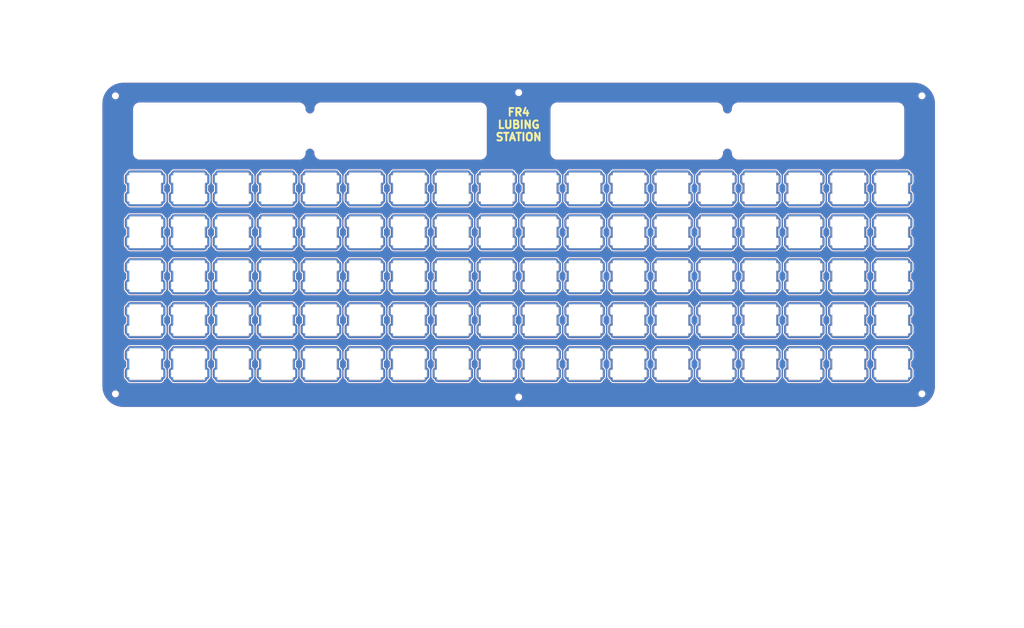
<source format=kicad_pcb>
(kicad_pcb (version 20171130) (host pcbnew "(5.1.8)-1")
  (layers (0 F.Cu signal) (31 B.Cu signal) (34 B.Paste user) (35 F.Paste user) (36 B.SilkS user) (37 F.SilkS user) (38 B.Mask user) (39 F.Mask user) (44 Edge.Cuts user))
  (net 0 "")
  (module LubeStation:SwitchHole_NoStem (layer F.Cu) (at 0 0)
    (fp_text reference REF** hide)
    (fp_text value SwitchHole_NoStem)
    (fp_arc (start 6.75 6.75) (end 6.75 7.25) (angle -90) (layer Edge.Cuts) (width 0.15))
    (fp_arc (start 7.8 -5.5) (end 8.3 -5.5) (angle -90) (layer Edge.Cuts) (width 0.15))
    (fp_arc (start 7.8 -3) (end 7.8 -2.5) (angle -90) (layer Edge.Cuts) (width 0.15))
    (fp_arc (start -7.8 3) (end -7.8 2.5) (angle -90) (layer Edge.Cuts) (width 0.15))
    (fp_arc (start -7.8 -3) (end -8.3 -3) (angle -90) (layer Edge.Cuts) (width 0.15))
    (fp_arc (start -7.8 -5.5) (end -7.8 -6) (angle -90) (layer Edge.Cuts) (width 0.15))
    (fp_arc (start 7.8 5.5) (end 7.8 6) (angle -90) (layer Edge.Cuts) (width 0.15))
    (fp_arc (start 6.75 -6.75) (end 7.25 -6.75) (angle -90) (layer Edge.Cuts) (width 0.15))
    (fp_arc (start -6.75 -6.75) (end -6.75 -7.25) (angle -90) (layer Edge.Cuts) (width 0.15))
    (fp_arc (start -7.8 5.5) (end -8.3 5.5) (angle -90) (layer Edge.Cuts) (width 0.15))
    (fp_arc (start 7.8 3) (end 8.3 3) (angle -90) (layer Edge.Cuts) (width 0.15))
    (fp_arc (start -6.75 6.75) (end -7.25 6.75) (angle -90) (layer Edge.Cuts) (width 0.15))
    (fp_line (start -7.25 -2.5) (end -7.8 -2.5) (layer Edge.Cuts) (width 0.15))
    (fp_line (start 7.25 6.75) (end 7.25 6) (layer Edge.Cuts) (width 0.15))
    (fp_line (start -8.3 3) (end -8.3 5.5) (layer Edge.Cuts) (width 0.15))
    (fp_line (start -6.75 7.25) (end 6.75 7.25) (layer Edge.Cuts) (width 0.15))
    (fp_line (start -7.25 6) (end -7.8 6) (layer Edge.Cuts) (width 0.15))
    (fp_line (start 7.25 2.5) (end 7.8 2.5) (layer Edge.Cuts) (width 0.15))
    (fp_line (start -7.25 2.5) (end -7.8 2.5) (layer Edge.Cuts) (width 0.15))
    (fp_line (start 7.25 2.5) (end 7.25 -2.5) (layer Edge.Cuts) (width 0.15))
    (fp_line (start -8.3 -5.5) (end -8.3 -3) (layer Edge.Cuts) (width 0.15))
    (fp_line (start 7.25 6) (end 7.8 6) (layer Edge.Cuts) (width 0.15))
    (fp_line (start 7.25 -6) (end 7.8 -6) (layer Edge.Cuts) (width 0.15))
    (fp_line (start -7.25 6) (end -7.25 6.75) (layer Edge.Cuts) (width 0.15))
    (fp_line (start -7.25 -6.75) (end -7.25 -6) (layer Edge.Cuts) (width 0.15))
    (fp_line (start 6.75 -7.25) (end -6.75 -7.25) (layer Edge.Cuts) (width 0.15))
    (fp_line (start 8.3 5.5) (end 8.3 3) (layer Edge.Cuts) (width 0.15))
    (fp_line (start -7.25 -6) (end -7.8 -6) (layer Edge.Cuts) (width 0.15))
    (fp_line (start 8.3 -3) (end 8.3 -5.5) (layer Edge.Cuts) (width 0.15))
    (fp_line (start 7.25 -2.5) (end 7.8 -2.5) (layer Edge.Cuts) (width 0.15))
    (fp_line (start -7.25 -2.5) (end -7.25 2.5) (layer Edge.Cuts) (width 0.15))
    (fp_line (start 7.25 -6) (end 7.25 -6.75) (layer Edge.Cuts) (width 0.15))
    (pad 1 smd custom (at -6.525 -7.675) (size 0.8 0.8) (layers B.Cu B.Mask) (options (clearance outline) (anchor circle)) (primitives (gr_arc (start 13.275 0.925) (end 13.275 0) (angle 90) (width 1)) (gr_line (start 14.2 5.6) (end 14.525 5.6) (width 1)) (gr_line (start 15.25 13.175) (end 15.25 10.675) (width 1)) (gr_arc (start 14.325 4.675) (end 15.25 4.675) (angle 90) (width 1)) (gr_arc (start 13.275 14.425) (end 14.2 14.425) (angle 90) (width 1)) (gr_line (start -1.15 14.425) (end -1.15 14.1) (width 1)) (gr_line (start 14.2 9.75) (end 14.525 9.75) (width 1)) (gr_line (start 14.2 5.6) (end 14.2 9.75) (width 1)) (gr_line (start -1.15 14.1) (end -1.475 14.1) (width 1)) (gr_line (start 13.275 0) (end -0.225 0) (width 1)) (gr_arc (start 14.325 10.675) (end 14.325 9.75) (angle 90) (width 1)) (gr_line (start 13.275 15.35) (end -0.225 15.35) (width 1)) (gr_arc (start -0.225 14.425) (end -0.225 15.35) (angle 90) (width 1)) (gr_line (start 14.2 14.1) (end 14.2 14.425) (width 1)) (gr_arc (start 14.325 2.175) (end 14.325 1.25) (angle 90) (width 1)) (gr_line (start -1.15 5.6) (end -1.475 5.6) (width 1)) (gr_arc (start -0.225 0.925) (end -1.15 0.925) (angle 90) (width 1)) (gr_line (start 15.25 4.675) (end 15.25 2.175) (width 1)) (gr_line (start -1.15 9.75) (end -1.15 5.6) (width 1)) (gr_arc (start -1.275 2.175) (end -2.2 2.175) (angle 90) (width 1)) (gr_line (start 14.2 1.25) (end 14.525 1.25) (width 1)) (gr_line (start -1.15 9.75) (end -1.475 9.75) (width 1)) (gr_line (start -1.15 1.25) (end -1.475 1.25) (width 1)) (gr_arc (start -1.275 13.175) (end -1.275 14.1) (angle 90) (width 1)) (gr_arc (start 14.325 13.175) (end 15.25 13.175) (angle 90) (width 1)) (gr_line (start 14.2 0.925) (end 14.2 1.25) (width 1)) (gr_line (start -2.2 2.175) (end -2.2 4.675) (width 1)) (gr_line (start 14.2 14.1) (end 14.525 14.1) (width 1)) (gr_line (start -2.2 10.675) (end -2.2 13.175) (width 1)) (gr_arc (start -1.275 4.675) (end -1.275 5.6) (angle 90) (width 1)) (gr_line (start -1.15 1.25) (end -1.15 0.925) (width 1)) (gr_arc (start -1.275 10.675) (end -2.2 10.675) (angle 90) (width 1))))
    (pad 1 smd custom (at -6.5 -7.675) (size 0.8 0.8) (layers F.Cu F.Mask) (options (clearance outline) (anchor circle)) (primitives (gr_line (start -1.175 14.1) (end -1.5 14.1) (width 1)) (gr_line (start -2.225 13.175) (end -2.225 10.675) (width 1)) (gr_line (start -1.175 5.6) (end -1.5 5.6) (width 1)) (gr_arc (start -1.3 2.175) (end -1.3 1.25) (angle -90) (width 1)) (gr_arc (start -1.3 4.675) (end -2.225 4.675) (angle -90) (width 1)) (gr_arc (start -1.3 10.675) (end -1.3 9.75) (angle -90) (width 1)) (gr_line (start -1.175 5.6) (end -1.175 9.75) (width 1)) (gr_line (start 13.25 15.35) (end -0.25 15.35) (width 1)) (gr_line (start 14.175 14.425) (end 14.175 14.1) (width 1)) (gr_line (start -1.175 9.75) (end -1.5 9.75) (width 1)) (gr_line (start -2.225 4.675) (end -2.225 2.175) (width 1)) (gr_line (start -1.175 1.25) (end -1.5 1.25) (width 1)) (gr_arc (start -0.25 0.925) (end -0.25 0) (angle -90) (width 1)) (gr_line (start -1.175 0.925) (end -1.175 1.25) (width 1)) (gr_arc (start -1.3 13.175) (end -2.225 13.175) (angle -90) (width 1)) (gr_arc (start -0.25 14.425) (end -1.175 14.425) (angle -90) (width 1)) (gr_line (start -1.175 14.1) (end -1.175 14.425) (width 1)) (gr_line (start 15.225 10.675) (end 15.225 13.175) (width 1)) (gr_line (start 13.25 0) (end -0.25 0) (width 1)) (gr_line (start 14.175 1.25) (end 14.5 1.25) (width 1)) (gr_arc (start 14.3 4.675) (end 14.3 5.6) (angle -90) (width 1)) (gr_arc (start 13.25 0.925) (end 14.175 0.925) (angle -90) (width 1)) (gr_line (start 14.175 14.1) (end 14.5 14.1) (width 1)) (gr_line (start 14.175 5.6) (end 14.5 5.6) (width 1)) (gr_line (start 15.225 2.175) (end 15.225 4.675) (width 1)) (gr_arc (start 14.3 2.175) (end 15.225 2.175) (angle -90) (width 1)) (gr_line (start 14.175 1.25) (end 14.175 0.925) (width 1)) (gr_arc (start 14.3 10.675) (end 15.225 10.675) (angle -90) (width 1)) (gr_line (start 14.175 9.75) (end 14.175 5.6) (width 1)) (gr_arc (start 14.3 13.175) (end 14.3 14.1) (angle -90) (width 1)) (gr_line (start 14.175 9.75) (end 14.5 9.75) (width 1)) (gr_arc (start 13.25 14.425) (end 13.25 15.35) (angle -90) (width 1))))
  )
  (module LubeStation:SwitchHole_NoStem (layer F.Cu) (at 260 80)
    (fp_text reference REF** hide)
    (fp_text value SwitchHole_NoStem)
    (fp_arc (start 6.75 6.75) (end 6.75 7.25) (angle -90) (layer Edge.Cuts) (width 0.15))
    (fp_arc (start 7.8 -5.5) (end 8.3 -5.5) (angle -90) (layer Edge.Cuts) (width 0.15))
    (fp_arc (start 7.8 -3) (end 7.8 -2.5) (angle -90) (layer Edge.Cuts) (width 0.15))
    (fp_arc (start -7.8 3) (end -7.8 2.5) (angle -90) (layer Edge.Cuts) (width 0.15))
    (fp_arc (start -7.8 -3) (end -8.3 -3) (angle -90) (layer Edge.Cuts) (width 0.15))
    (fp_arc (start -7.8 -5.5) (end -7.8 -6) (angle -90) (layer Edge.Cuts) (width 0.15))
    (fp_arc (start 7.8 5.5) (end 7.8 6) (angle -90) (layer Edge.Cuts) (width 0.15))
    (fp_arc (start 6.75 -6.75) (end 7.25 -6.75) (angle -90) (layer Edge.Cuts) (width 0.15))
    (fp_arc (start -6.75 -6.75) (end -6.75 -7.25) (angle -90) (layer Edge.Cuts) (width 0.15))
    (fp_arc (start -7.8 5.5) (end -8.3 5.5) (angle -90) (layer Edge.Cuts) (width 0.15))
    (fp_arc (start 7.8 3) (end 8.3 3) (angle -90) (layer Edge.Cuts) (width 0.15))
    (fp_arc (start -6.75 6.75) (end -7.25 6.75) (angle -90) (layer Edge.Cuts) (width 0.15))
    (fp_line (start -7.25 -2.5) (end -7.8 -2.5) (layer Edge.Cuts) (width 0.15))
    (fp_line (start 7.25 6.75) (end 7.25 6) (layer Edge.Cuts) (width 0.15))
    (fp_line (start -8.3 3) (end -8.3 5.5) (layer Edge.Cuts) (width 0.15))
    (fp_line (start -6.75 7.25) (end 6.75 7.25) (layer Edge.Cuts) (width 0.15))
    (fp_line (start -7.25 6) (end -7.8 6) (layer Edge.Cuts) (width 0.15))
    (fp_line (start 7.25 2.5) (end 7.8 2.5) (layer Edge.Cuts) (width 0.15))
    (fp_line (start -7.25 2.5) (end -7.8 2.5) (layer Edge.Cuts) (width 0.15))
    (fp_line (start 7.25 2.5) (end 7.25 -2.5) (layer Edge.Cuts) (width 0.15))
    (fp_line (start -8.3 -5.5) (end -8.3 -3) (layer Edge.Cuts) (width 0.15))
    (fp_line (start 7.25 6) (end 7.8 6) (layer Edge.Cuts) (width 0.15))
    (fp_line (start 7.25 -6) (end 7.8 -6) (layer Edge.Cuts) (width 0.15))
    (fp_line (start -7.25 6) (end -7.25 6.75) (layer Edge.Cuts) (width 0.15))
    (fp_line (start -7.25 -6.75) (end -7.25 -6) (layer Edge.Cuts) (width 0.15))
    (fp_line (start 6.75 -7.25) (end -6.75 -7.25) (layer Edge.Cuts) (width 0.15))
    (fp_line (start 8.3 5.5) (end 8.3 3) (layer Edge.Cuts) (width 0.15))
    (fp_line (start -7.25 -6) (end -7.8 -6) (layer Edge.Cuts) (width 0.15))
    (fp_line (start 8.3 -3) (end 8.3 -5.5) (layer Edge.Cuts) (width 0.15))
    (fp_line (start 7.25 -2.5) (end 7.8 -2.5) (layer Edge.Cuts) (width 0.15))
    (fp_line (start -7.25 -2.5) (end -7.25 2.5) (layer Edge.Cuts) (width 0.15))
    (fp_line (start 7.25 -6) (end 7.25 -6.75) (layer Edge.Cuts) (width 0.15))
    (pad 1 smd custom (at -6.525 -7.675) (size 0.8 0.8) (layers B.Cu B.Mask) (options (clearance outline) (anchor circle)) (primitives (gr_arc (start 13.275 0.925) (end 13.275 0) (angle 90) (width 1)) (gr_line (start 14.2 5.6) (end 14.525 5.6) (width 1)) (gr_line (start 15.25 13.175) (end 15.25 10.675) (width 1)) (gr_arc (start 14.325 4.675) (end 15.25 4.675) (angle 90) (width 1)) (gr_arc (start 13.275 14.425) (end 14.2 14.425) (angle 90) (width 1)) (gr_line (start -1.15 14.425) (end -1.15 14.1) (width 1)) (gr_line (start 14.2 9.75) (end 14.525 9.75) (width 1)) (gr_line (start 14.2 5.6) (end 14.2 9.75) (width 1)) (gr_line (start -1.15 14.1) (end -1.475 14.1) (width 1)) (gr_line (start 13.275 0) (end -0.225 0) (width 1)) (gr_arc (start 14.325 10.675) (end 14.325 9.75) (angle 90) (width 1)) (gr_line (start 13.275 15.35) (end -0.225 15.35) (width 1)) (gr_arc (start -0.225 14.425) (end -0.225 15.35) (angle 90) (width 1)) (gr_line (start 14.2 14.1) (end 14.2 14.425) (width 1)) (gr_arc (start 14.325 2.175) (end 14.325 1.25) (angle 90) (width 1)) (gr_line (start -1.15 5.6) (end -1.475 5.6) (width 1)) (gr_arc (start -0.225 0.925) (end -1.15 0.925) (angle 90) (width 1)) (gr_line (start 15.25 4.675) (end 15.25 2.175) (width 1)) (gr_line (start -1.15 9.75) (end -1.15 5.6) (width 1)) (gr_arc (start -1.275 2.175) (end -2.2 2.175) (angle 90) (width 1)) (gr_line (start 14.2 1.25) (end 14.525 1.25) (width 1)) (gr_line (start -1.15 9.75) (end -1.475 9.75) (width 1)) (gr_line (start -1.15 1.25) (end -1.475 1.25) (width 1)) (gr_arc (start -1.275 13.175) (end -1.275 14.1) (angle 90) (width 1)) (gr_arc (start 14.325 13.175) (end 15.25 13.175) (angle 90) (width 1)) (gr_line (start 14.2 0.925) (end 14.2 1.25) (width 1)) (gr_line (start -2.2 2.175) (end -2.2 4.675) (width 1)) (gr_line (start 14.2 14.1) (end 14.525 14.1) (width 1)) (gr_line (start -2.2 10.675) (end -2.2 13.175) (width 1)) (gr_arc (start -1.275 4.675) (end -1.275 5.6) (angle 90) (width 1)) (gr_line (start -1.15 1.25) (end -1.15 0.925) (width 1)) (gr_arc (start -1.275 10.675) (end -2.2 10.675) (angle 90) (width 1))))
    (pad 1 smd custom (at -6.5 -7.675) (size 0.8 0.8) (layers F.Cu F.Mask) (options (clearance outline) (anchor circle)) (primitives (gr_line (start -1.175 14.1) (end -1.5 14.1) (width 1)) (gr_line (start -2.225 13.175) (end -2.225 10.675) (width 1)) (gr_line (start -1.175 5.6) (end -1.5 5.6) (width 1)) (gr_arc (start -1.3 2.175) (end -1.3 1.25) (angle -90) (width 1)) (gr_arc (start -1.3 4.675) (end -2.225 4.675) (angle -90) (width 1)) (gr_arc (start -1.3 10.675) (end -1.3 9.75) (angle -90) (width 1)) (gr_line (start -1.175 5.6) (end -1.175 9.75) (width 1)) (gr_line (start 13.25 15.35) (end -0.25 15.35) (width 1)) (gr_line (start 14.175 14.425) (end 14.175 14.1) (width 1)) (gr_line (start -1.175 9.75) (end -1.5 9.75) (width 1)) (gr_line (start -2.225 4.675) (end -2.225 2.175) (width 1)) (gr_line (start -1.175 1.25) (end -1.5 1.25) (width 1)) (gr_arc (start -0.25 0.925) (end -0.25 0) (angle -90) (width 1)) (gr_line (start -1.175 0.925) (end -1.175 1.25) (width 1)) (gr_arc (start -1.3 13.175) (end -2.225 13.175) (angle -90) (width 1)) (gr_arc (start -0.25 14.425) (end -1.175 14.425) (angle -90) (width 1)) (gr_line (start -1.175 14.1) (end -1.175 14.425) (width 1)) (gr_line (start 15.225 10.675) (end 15.225 13.175) (width 1)) (gr_line (start 13.25 0) (end -0.25 0) (width 1)) (gr_line (start 14.175 1.25) (end 14.5 1.25) (width 1)) (gr_arc (start 14.3 4.675) (end 14.3 5.6) (angle -90) (width 1)) (gr_arc (start 13.25 0.925) (end 14.175 0.925) (angle -90) (width 1)) (gr_line (start 14.175 14.1) (end 14.5 14.1) (width 1)) (gr_line (start 14.175 5.6) (end 14.5 5.6) (width 1)) (gr_line (start 15.225 2.175) (end 15.225 4.675) (width 1)) (gr_arc (start 14.3 2.175) (end 15.225 2.175) (angle -90) (width 1)) (gr_line (start 14.175 1.25) (end 14.175 0.925) (width 1)) (gr_arc (start 14.3 10.675) (end 15.225 10.675) (angle -90) (width 1)) (gr_line (start 14.175 9.75) (end 14.175 5.6) (width 1)) (gr_arc (start 14.3 13.175) (end 14.3 14.1) (angle -90) (width 1)) (gr_line (start 14.175 9.75) (end 14.5 9.75) (width 1)) (gr_arc (start 13.25 14.425) (end 13.25 15.35) (angle -90) (width 1))))
  )
  (module LubeStation:SwitchHole_NoStem (layer F.Cu) (at 40 80)
    (fp_text reference REF** hide)
    (fp_text value SwitchHole_NoStem)
    (fp_arc (start 6.75 6.75) (end 6.75 7.25) (angle -90) (layer Edge.Cuts) (width 0.15))
    (fp_arc (start 7.8 -5.5) (end 8.3 -5.5) (angle -90) (layer Edge.Cuts) (width 0.15))
    (fp_arc (start 7.8 -3) (end 7.8 -2.5) (angle -90) (layer Edge.Cuts) (width 0.15))
    (fp_arc (start -7.8 3) (end -7.8 2.5) (angle -90) (layer Edge.Cuts) (width 0.15))
    (fp_arc (start -7.8 -3) (end -8.3 -3) (angle -90) (layer Edge.Cuts) (width 0.15))
    (fp_arc (start -7.8 -5.5) (end -7.8 -6) (angle -90) (layer Edge.Cuts) (width 0.15))
    (fp_arc (start 7.8 5.5) (end 7.8 6) (angle -90) (layer Edge.Cuts) (width 0.15))
    (fp_arc (start 6.75 -6.75) (end 7.25 -6.75) (angle -90) (layer Edge.Cuts) (width 0.15))
    (fp_arc (start -6.75 -6.75) (end -6.75 -7.25) (angle -90) (layer Edge.Cuts) (width 0.15))
    (fp_arc (start -7.8 5.5) (end -8.3 5.5) (angle -90) (layer Edge.Cuts) (width 0.15))
    (fp_arc (start 7.8 3) (end 8.3 3) (angle -90) (layer Edge.Cuts) (width 0.15))
    (fp_arc (start -6.75 6.75) (end -7.25 6.75) (angle -90) (layer Edge.Cuts) (width 0.15))
    (fp_line (start -7.25 -2.5) (end -7.8 -2.5) (layer Edge.Cuts) (width 0.15))
    (fp_line (start 7.25 6.75) (end 7.25 6) (layer Edge.Cuts) (width 0.15))
    (fp_line (start -8.3 3) (end -8.3 5.5) (layer Edge.Cuts) (width 0.15))
    (fp_line (start -6.75 7.25) (end 6.75 7.25) (layer Edge.Cuts) (width 0.15))
    (fp_line (start -7.25 6) (end -7.8 6) (layer Edge.Cuts) (width 0.15))
    (fp_line (start 7.25 2.5) (end 7.8 2.5) (layer Edge.Cuts) (width 0.15))
    (fp_line (start -7.25 2.5) (end -7.8 2.5) (layer Edge.Cuts) (width 0.15))
    (fp_line (start 7.25 2.5) (end 7.25 -2.5) (layer Edge.Cuts) (width 0.15))
    (fp_line (start -8.3 -5.5) (end -8.3 -3) (layer Edge.Cuts) (width 0.15))
    (fp_line (start 7.25 6) (end 7.8 6) (layer Edge.Cuts) (width 0.15))
    (fp_line (start 7.25 -6) (end 7.8 -6) (layer Edge.Cuts) (width 0.15))
    (fp_line (start -7.25 6) (end -7.25 6.75) (layer Edge.Cuts) (width 0.15))
    (fp_line (start -7.25 -6.75) (end -7.25 -6) (layer Edge.Cuts) (width 0.15))
    (fp_line (start 6.75 -7.25) (end -6.75 -7.25) (layer Edge.Cuts) (width 0.15))
    (fp_line (start 8.3 5.5) (end 8.3 3) (layer Edge.Cuts) (width 0.15))
    (fp_line (start -7.25 -6) (end -7.8 -6) (layer Edge.Cuts) (width 0.15))
    (fp_line (start 8.3 -3) (end 8.3 -5.5) (layer Edge.Cuts) (width 0.15))
    (fp_line (start 7.25 -2.5) (end 7.8 -2.5) (layer Edge.Cuts) (width 0.15))
    (fp_line (start -7.25 -2.5) (end -7.25 2.5) (layer Edge.Cuts) (width 0.15))
    (fp_line (start 7.25 -6) (end 7.25 -6.75) (layer Edge.Cuts) (width 0.15))
    (pad 1 smd custom (at -6.525 -7.675) (size 0.8 0.8) (layers B.Cu B.Mask) (options (clearance outline) (anchor circle)) (primitives (gr_arc (start 13.275 0.925) (end 13.275 0) (angle 90) (width 1)) (gr_line (start 14.2 5.6) (end 14.525 5.6) (width 1)) (gr_line (start 15.25 13.175) (end 15.25 10.675) (width 1)) (gr_arc (start 14.325 4.675) (end 15.25 4.675) (angle 90) (width 1)) (gr_arc (start 13.275 14.425) (end 14.2 14.425) (angle 90) (width 1)) (gr_line (start -1.15 14.425) (end -1.15 14.1) (width 1)) (gr_line (start 14.2 9.75) (end 14.525 9.75) (width 1)) (gr_line (start 14.2 5.6) (end 14.2 9.75) (width 1)) (gr_line (start -1.15 14.1) (end -1.475 14.1) (width 1)) (gr_line (start 13.275 0) (end -0.225 0) (width 1)) (gr_arc (start 14.325 10.675) (end 14.325 9.75) (angle 90) (width 1)) (gr_line (start 13.275 15.35) (end -0.225 15.35) (width 1)) (gr_arc (start -0.225 14.425) (end -0.225 15.35) (angle 90) (width 1)) (gr_line (start 14.2 14.1) (end 14.2 14.425) (width 1)) (gr_arc (start 14.325 2.175) (end 14.325 1.25) (angle 90) (width 1)) (gr_line (start -1.15 5.6) (end -1.475 5.6) (width 1)) (gr_arc (start -0.225 0.925) (end -1.15 0.925) (angle 90) (width 1)) (gr_line (start 15.25 4.675) (end 15.25 2.175) (width 1)) (gr_line (start -1.15 9.75) (end -1.15 5.6) (width 1)) (gr_arc (start -1.275 2.175) (end -2.2 2.175) (angle 90) (width 1)) (gr_line (start 14.2 1.25) (end 14.525 1.25) (width 1)) (gr_line (start -1.15 9.75) (end -1.475 9.75) (width 1)) (gr_line (start -1.15 1.25) (end -1.475 1.25) (width 1)) (gr_arc (start -1.275 13.175) (end -1.275 14.1) (angle 90) (width 1)) (gr_arc (start 14.325 13.175) (end 15.25 13.175) (angle 90) (width 1)) (gr_line (start 14.2 0.925) (end 14.2 1.25) (width 1)) (gr_line (start -2.2 2.175) (end -2.2 4.675) (width 1)) (gr_line (start 14.2 14.1) (end 14.525 14.1) (width 1)) (gr_line (start -2.2 10.675) (end -2.2 13.175) (width 1)) (gr_arc (start -1.275 4.675) (end -1.275 5.6) (angle 90) (width 1)) (gr_line (start -1.15 1.25) (end -1.15 0.925) (width 1)) (gr_arc (start -1.275 10.675) (end -2.2 10.675) (angle 90) (width 1))))
    (pad 1 smd custom (at -6.5 -7.675) (size 0.8 0.8) (layers F.Cu F.Mask) (options (clearance outline) (anchor circle)) (primitives (gr_line (start -1.175 14.1) (end -1.5 14.1) (width 1)) (gr_line (start -2.225 13.175) (end -2.225 10.675) (width 1)) (gr_line (start -1.175 5.6) (end -1.5 5.6) (width 1)) (gr_arc (start -1.3 2.175) (end -1.3 1.25) (angle -90) (width 1)) (gr_arc (start -1.3 4.675) (end -2.225 4.675) (angle -90) (width 1)) (gr_arc (start -1.3 10.675) (end -1.3 9.75) (angle -90) (width 1)) (gr_line (start -1.175 5.6) (end -1.175 9.75) (width 1)) (gr_line (start 13.25 15.35) (end -0.25 15.35) (width 1)) (gr_line (start 14.175 14.425) (end 14.175 14.1) (width 1)) (gr_line (start -1.175 9.75) (end -1.5 9.75) (width 1)) (gr_line (start -2.225 4.675) (end -2.225 2.175) (width 1)) (gr_line (start -1.175 1.25) (end -1.5 1.25) (width 1)) (gr_arc (start -0.25 0.925) (end -0.25 0) (angle -90) (width 1)) (gr_line (start -1.175 0.925) (end -1.175 1.25) (width 1)) (gr_arc (start -1.3 13.175) (end -2.225 13.175) (angle -90) (width 1)) (gr_arc (start -0.25 14.425) (end -1.175 14.425) (angle -90) (width 1)) (gr_line (start -1.175 14.1) (end -1.175 14.425) (width 1)) (gr_line (start 15.225 10.675) (end 15.225 13.175) (width 1)) (gr_line (start 13.25 0) (end -0.25 0) (width 1)) (gr_line (start 14.175 1.25) (end 14.5 1.25) (width 1)) (gr_arc (start 14.3 4.675) (end 14.3 5.6) (angle -90) (width 1)) (gr_arc (start 13.25 0.925) (end 14.175 0.925) (angle -90) (width 1)) (gr_line (start 14.175 14.1) (end 14.5 14.1) (width 1)) (gr_line (start 14.175 5.6) (end 14.5 5.6) (width 1)) (gr_line (start 15.225 2.175) (end 15.225 4.675) (width 1)) (gr_arc (start 14.3 2.175) (end 15.225 2.175) (angle -90) (width 1)) (gr_line (start 14.175 1.25) (end 14.175 0.925) (width 1)) (gr_arc (start 14.3 10.675) (end 15.225 10.675) (angle -90) (width 1)) (gr_line (start 14.175 9.75) (end 14.175 5.6) (width 1)) (gr_arc (start 14.3 13.175) (end 14.3 14.1) (angle -90) (width 1)) (gr_line (start 14.175 9.75) (end 14.5 9.75) (width 1)) (gr_arc (start 13.25 14.425) (end 13.25 15.35) (angle -90) (width 1))))
  )
  (module LubeStation:SwitchHole_NoStem (layer F.Cu) (at 320 80)
    (fp_text reference REF** hide)
    (fp_text value SwitchHole_NoStem)
    (fp_arc (start 6.75 6.75) (end 6.75 7.25) (angle -90) (layer Edge.Cuts) (width 0.15))
    (fp_arc (start 7.8 -5.5) (end 8.3 -5.5) (angle -90) (layer Edge.Cuts) (width 0.15))
    (fp_arc (start 7.8 -3) (end 7.8 -2.5) (angle -90) (layer Edge.Cuts) (width 0.15))
    (fp_arc (start -7.8 3) (end -7.8 2.5) (angle -90) (layer Edge.Cuts) (width 0.15))
    (fp_arc (start -7.8 -3) (end -8.3 -3) (angle -90) (layer Edge.Cuts) (width 0.15))
    (fp_arc (start -7.8 -5.5) (end -7.8 -6) (angle -90) (layer Edge.Cuts) (width 0.15))
    (fp_arc (start 7.8 5.5) (end 7.8 6) (angle -90) (layer Edge.Cuts) (width 0.15))
    (fp_arc (start 6.75 -6.75) (end 7.25 -6.75) (angle -90) (layer Edge.Cuts) (width 0.15))
    (fp_arc (start -6.75 -6.75) (end -6.75 -7.25) (angle -90) (layer Edge.Cuts) (width 0.15))
    (fp_arc (start -7.8 5.5) (end -8.3 5.5) (angle -90) (layer Edge.Cuts) (width 0.15))
    (fp_arc (start 7.8 3) (end 8.3 3) (angle -90) (layer Edge.Cuts) (width 0.15))
    (fp_arc (start -6.75 6.75) (end -7.25 6.75) (angle -90) (layer Edge.Cuts) (width 0.15))
    (fp_line (start -7.25 -2.5) (end -7.8 -2.5) (layer Edge.Cuts) (width 0.15))
    (fp_line (start 7.25 6.75) (end 7.25 6) (layer Edge.Cuts) (width 0.15))
    (fp_line (start -8.3 3) (end -8.3 5.5) (layer Edge.Cuts) (width 0.15))
    (fp_line (start -6.75 7.25) (end 6.75 7.25) (layer Edge.Cuts) (width 0.15))
    (fp_line (start -7.25 6) (end -7.8 6) (layer Edge.Cuts) (width 0.15))
    (fp_line (start 7.25 2.5) (end 7.8 2.5) (layer Edge.Cuts) (width 0.15))
    (fp_line (start -7.25 2.5) (end -7.8 2.5) (layer Edge.Cuts) (width 0.15))
    (fp_line (start 7.25 2.5) (end 7.25 -2.5) (layer Edge.Cuts) (width 0.15))
    (fp_line (start -8.3 -5.5) (end -8.3 -3) (layer Edge.Cuts) (width 0.15))
    (fp_line (start 7.25 6) (end 7.8 6) (layer Edge.Cuts) (width 0.15))
    (fp_line (start 7.25 -6) (end 7.8 -6) (layer Edge.Cuts) (width 0.15))
    (fp_line (start -7.25 6) (end -7.25 6.75) (layer Edge.Cuts) (width 0.15))
    (fp_line (start -7.25 -6.75) (end -7.25 -6) (layer Edge.Cuts) (width 0.15))
    (fp_line (start 6.75 -7.25) (end -6.75 -7.25) (layer Edge.Cuts) (width 0.15))
    (fp_line (start 8.3 5.5) (end 8.3 3) (layer Edge.Cuts) (width 0.15))
    (fp_line (start -7.25 -6) (end -7.8 -6) (layer Edge.Cuts) (width 0.15))
    (fp_line (start 8.3 -3) (end 8.3 -5.5) (layer Edge.Cuts) (width 0.15))
    (fp_line (start 7.25 -2.5) (end 7.8 -2.5) (layer Edge.Cuts) (width 0.15))
    (fp_line (start -7.25 -2.5) (end -7.25 2.5) (layer Edge.Cuts) (width 0.15))
    (fp_line (start 7.25 -6) (end 7.25 -6.75) (layer Edge.Cuts) (width 0.15))
    (pad 1 smd custom (at -6.525 -7.675) (size 0.8 0.8) (layers B.Cu B.Mask) (options (clearance outline) (anchor circle)) (primitives (gr_arc (start 13.275 0.925) (end 13.275 0) (angle 90) (width 1)) (gr_line (start 14.2 5.6) (end 14.525 5.6) (width 1)) (gr_line (start 15.25 13.175) (end 15.25 10.675) (width 1)) (gr_arc (start 14.325 4.675) (end 15.25 4.675) (angle 90) (width 1)) (gr_arc (start 13.275 14.425) (end 14.2 14.425) (angle 90) (width 1)) (gr_line (start -1.15 14.425) (end -1.15 14.1) (width 1)) (gr_line (start 14.2 9.75) (end 14.525 9.75) (width 1)) (gr_line (start 14.2 5.6) (end 14.2 9.75) (width 1)) (gr_line (start -1.15 14.1) (end -1.475 14.1) (width 1)) (gr_line (start 13.275 0) (end -0.225 0) (width 1)) (gr_arc (start 14.325 10.675) (end 14.325 9.75) (angle 90) (width 1)) (gr_line (start 13.275 15.35) (end -0.225 15.35) (width 1)) (gr_arc (start -0.225 14.425) (end -0.225 15.35) (angle 90) (width 1)) (gr_line (start 14.2 14.1) (end 14.2 14.425) (width 1)) (gr_arc (start 14.325 2.175) (end 14.325 1.25) (angle 90) (width 1)) (gr_line (start -1.15 5.6) (end -1.475 5.6) (width 1)) (gr_arc (start -0.225 0.925) (end -1.15 0.925) (angle 90) (width 1)) (gr_line (start 15.25 4.675) (end 15.25 2.175) (width 1)) (gr_line (start -1.15 9.75) (end -1.15 5.6) (width 1)) (gr_arc (start -1.275 2.175) (end -2.2 2.175) (angle 90) (width 1)) (gr_line (start 14.2 1.25) (end 14.525 1.25) (width 1)) (gr_line (start -1.15 9.75) (end -1.475 9.75) (width 1)) (gr_line (start -1.15 1.25) (end -1.475 1.25) (width 1)) (gr_arc (start -1.275 13.175) (end -1.275 14.1) (angle 90) (width 1)) (gr_arc (start 14.325 13.175) (end 15.25 13.175) (angle 90) (width 1)) (gr_line (start 14.2 0.925) (end 14.2 1.25) (width 1)) (gr_line (start -2.2 2.175) (end -2.2 4.675) (width 1)) (gr_line (start 14.2 14.1) (end 14.525 14.1) (width 1)) (gr_line (start -2.2 10.675) (end -2.2 13.175) (width 1)) (gr_arc (start -1.275 4.675) (end -1.275 5.6) (angle 90) (width 1)) (gr_line (start -1.15 1.25) (end -1.15 0.925) (width 1)) (gr_arc (start -1.275 10.675) (end -2.2 10.675) (angle 90) (width 1))))
    (pad 1 smd custom (at -6.5 -7.675) (size 0.8 0.8) (layers F.Cu F.Mask) (options (clearance outline) (anchor circle)) (primitives (gr_line (start -1.175 14.1) (end -1.5 14.1) (width 1)) (gr_line (start -2.225 13.175) (end -2.225 10.675) (width 1)) (gr_line (start -1.175 5.6) (end -1.5 5.6) (width 1)) (gr_arc (start -1.3 2.175) (end -1.3 1.25) (angle -90) (width 1)) (gr_arc (start -1.3 4.675) (end -2.225 4.675) (angle -90) (width 1)) (gr_arc (start -1.3 10.675) (end -1.3 9.75) (angle -90) (width 1)) (gr_line (start -1.175 5.6) (end -1.175 9.75) (width 1)) (gr_line (start 13.25 15.35) (end -0.25 15.35) (width 1)) (gr_line (start 14.175 14.425) (end 14.175 14.1) (width 1)) (gr_line (start -1.175 9.75) (end -1.5 9.75) (width 1)) (gr_line (start -2.225 4.675) (end -2.225 2.175) (width 1)) (gr_line (start -1.175 1.25) (end -1.5 1.25) (width 1)) (gr_arc (start -0.25 0.925) (end -0.25 0) (angle -90) (width 1)) (gr_line (start -1.175 0.925) (end -1.175 1.25) (width 1)) (gr_arc (start -1.3 13.175) (end -2.225 13.175) (angle -90) (width 1)) (gr_arc (start -0.25 14.425) (end -1.175 14.425) (angle -90) (width 1)) (gr_line (start -1.175 14.1) (end -1.175 14.425) (width 1)) (gr_line (start 15.225 10.675) (end 15.225 13.175) (width 1)) (gr_line (start 13.25 0) (end -0.25 0) (width 1)) (gr_line (start 14.175 1.25) (end 14.5 1.25) (width 1)) (gr_arc (start 14.3 4.675) (end 14.3 5.6) (angle -90) (width 1)) (gr_arc (start 13.25 0.925) (end 14.175 0.925) (angle -90) (width 1)) (gr_line (start 14.175 14.1) (end 14.5 14.1) (width 1)) (gr_line (start 14.175 5.6) (end 14.5 5.6) (width 1)) (gr_line (start 15.225 2.175) (end 15.225 4.675) (width 1)) (gr_arc (start 14.3 2.175) (end 15.225 2.175) (angle -90) (width 1)) (gr_line (start 14.175 1.25) (end 14.175 0.925) (width 1)) (gr_arc (start 14.3 10.675) (end 15.225 10.675) (angle -90) (width 1)) (gr_line (start 14.175 9.75) (end 14.175 5.6) (width 1)) (gr_arc (start 14.3 13.175) (end 14.3 14.1) (angle -90) (width 1)) (gr_line (start 14.175 9.75) (end 14.5 9.75) (width 1)) (gr_arc (start 13.25 14.425) (end 13.25 15.35) (angle -90) (width 1))))
  )
  (module LubeStation:SwitchHole_NoStem (layer F.Cu) (at 20 80)
    (fp_text reference REF** hide)
    (fp_text value SwitchHole_NoStem)
    (fp_arc (start 6.75 6.75) (end 6.75 7.25) (angle -90) (layer Edge.Cuts) (width 0.15))
    (fp_arc (start 7.8 -5.5) (end 8.3 -5.5) (angle -90) (layer Edge.Cuts) (width 0.15))
    (fp_arc (start 7.8 -3) (end 7.8 -2.5) (angle -90) (layer Edge.Cuts) (width 0.15))
    (fp_arc (start -7.8 3) (end -7.8 2.5) (angle -90) (layer Edge.Cuts) (width 0.15))
    (fp_arc (start -7.8 -3) (end -8.3 -3) (angle -90) (layer Edge.Cuts) (width 0.15))
    (fp_arc (start -7.8 -5.5) (end -7.8 -6) (angle -90) (layer Edge.Cuts) (width 0.15))
    (fp_arc (start 7.8 5.5) (end 7.8 6) (angle -90) (layer Edge.Cuts) (width 0.15))
    (fp_arc (start 6.75 -6.75) (end 7.25 -6.75) (angle -90) (layer Edge.Cuts) (width 0.15))
    (fp_arc (start -6.75 -6.75) (end -6.75 -7.25) (angle -90) (layer Edge.Cuts) (width 0.15))
    (fp_arc (start -7.8 5.5) (end -8.3 5.5) (angle -90) (layer Edge.Cuts) (width 0.15))
    (fp_arc (start 7.8 3) (end 8.3 3) (angle -90) (layer Edge.Cuts) (width 0.15))
    (fp_arc (start -6.75 6.75) (end -7.25 6.75) (angle -90) (layer Edge.Cuts) (width 0.15))
    (fp_line (start -7.25 -2.5) (end -7.8 -2.5) (layer Edge.Cuts) (width 0.15))
    (fp_line (start 7.25 6.75) (end 7.25 6) (layer Edge.Cuts) (width 0.15))
    (fp_line (start -8.3 3) (end -8.3 5.5) (layer Edge.Cuts) (width 0.15))
    (fp_line (start -6.75 7.25) (end 6.75 7.25) (layer Edge.Cuts) (width 0.15))
    (fp_line (start -7.25 6) (end -7.8 6) (layer Edge.Cuts) (width 0.15))
    (fp_line (start 7.25 2.5) (end 7.8 2.5) (layer Edge.Cuts) (width 0.15))
    (fp_line (start -7.25 2.5) (end -7.8 2.5) (layer Edge.Cuts) (width 0.15))
    (fp_line (start 7.25 2.5) (end 7.25 -2.5) (layer Edge.Cuts) (width 0.15))
    (fp_line (start -8.3 -5.5) (end -8.3 -3) (layer Edge.Cuts) (width 0.15))
    (fp_line (start 7.25 6) (end 7.8 6) (layer Edge.Cuts) (width 0.15))
    (fp_line (start 7.25 -6) (end 7.8 -6) (layer Edge.Cuts) (width 0.15))
    (fp_line (start -7.25 6) (end -7.25 6.75) (layer Edge.Cuts) (width 0.15))
    (fp_line (start -7.25 -6.75) (end -7.25 -6) (layer Edge.Cuts) (width 0.15))
    (fp_line (start 6.75 -7.25) (end -6.75 -7.25) (layer Edge.Cuts) (width 0.15))
    (fp_line (start 8.3 5.5) (end 8.3 3) (layer Edge.Cuts) (width 0.15))
    (fp_line (start -7.25 -6) (end -7.8 -6) (layer Edge.Cuts) (width 0.15))
    (fp_line (start 8.3 -3) (end 8.3 -5.5) (layer Edge.Cuts) (width 0.15))
    (fp_line (start 7.25 -2.5) (end 7.8 -2.5) (layer Edge.Cuts) (width 0.15))
    (fp_line (start -7.25 -2.5) (end -7.25 2.5) (layer Edge.Cuts) (width 0.15))
    (fp_line (start 7.25 -6) (end 7.25 -6.75) (layer Edge.Cuts) (width 0.15))
    (pad 1 smd custom (at -6.525 -7.675) (size 0.8 0.8) (layers B.Cu B.Mask) (options (clearance outline) (anchor circle)) (primitives (gr_arc (start 13.275 0.925) (end 13.275 0) (angle 90) (width 1)) (gr_line (start 14.2 5.6) (end 14.525 5.6) (width 1)) (gr_line (start 15.25 13.175) (end 15.25 10.675) (width 1)) (gr_arc (start 14.325 4.675) (end 15.25 4.675) (angle 90) (width 1)) (gr_arc (start 13.275 14.425) (end 14.2 14.425) (angle 90) (width 1)) (gr_line (start -1.15 14.425) (end -1.15 14.1) (width 1)) (gr_line (start 14.2 9.75) (end 14.525 9.75) (width 1)) (gr_line (start 14.2 5.6) (end 14.2 9.75) (width 1)) (gr_line (start -1.15 14.1) (end -1.475 14.1) (width 1)) (gr_line (start 13.275 0) (end -0.225 0) (width 1)) (gr_arc (start 14.325 10.675) (end 14.325 9.75) (angle 90) (width 1)) (gr_line (start 13.275 15.35) (end -0.225 15.35) (width 1)) (gr_arc (start -0.225 14.425) (end -0.225 15.35) (angle 90) (width 1)) (gr_line (start 14.2 14.1) (end 14.2 14.425) (width 1)) (gr_arc (start 14.325 2.175) (end 14.325 1.25) (angle 90) (width 1)) (gr_line (start -1.15 5.6) (end -1.475 5.6) (width 1)) (gr_arc (start -0.225 0.925) (end -1.15 0.925) (angle 90) (width 1)) (gr_line (start 15.25 4.675) (end 15.25 2.175) (width 1)) (gr_line (start -1.15 9.75) (end -1.15 5.6) (width 1)) (gr_arc (start -1.275 2.175) (end -2.2 2.175) (angle 90) (width 1)) (gr_line (start 14.2 1.25) (end 14.525 1.25) (width 1)) (gr_line (start -1.15 9.75) (end -1.475 9.75) (width 1)) (gr_line (start -1.15 1.25) (end -1.475 1.25) (width 1)) (gr_arc (start -1.275 13.175) (end -1.275 14.1) (angle 90) (width 1)) (gr_arc (start 14.325 13.175) (end 15.25 13.175) (angle 90) (width 1)) (gr_line (start 14.2 0.925) (end 14.2 1.25) (width 1)) (gr_line (start -2.2 2.175) (end -2.2 4.675) (width 1)) (gr_line (start 14.2 14.1) (end 14.525 14.1) (width 1)) (gr_line (start -2.2 10.675) (end -2.2 13.175) (width 1)) (gr_arc (start -1.275 4.675) (end -1.275 5.6) (angle 90) (width 1)) (gr_line (start -1.15 1.25) (end -1.15 0.925) (width 1)) (gr_arc (start -1.275 10.675) (end -2.2 10.675) (angle 90) (width 1))))
    (pad 1 smd custom (at -6.5 -7.675) (size 0.8 0.8) (layers F.Cu F.Mask) (options (clearance outline) (anchor circle)) (primitives (gr_line (start -1.175 14.1) (end -1.5 14.1) (width 1)) (gr_line (start -2.225 13.175) (end -2.225 10.675) (width 1)) (gr_line (start -1.175 5.6) (end -1.5 5.6) (width 1)) (gr_arc (start -1.3 2.175) (end -1.3 1.25) (angle -90) (width 1)) (gr_arc (start -1.3 4.675) (end -2.225 4.675) (angle -90) (width 1)) (gr_arc (start -1.3 10.675) (end -1.3 9.75) (angle -90) (width 1)) (gr_line (start -1.175 5.6) (end -1.175 9.75) (width 1)) (gr_line (start 13.25 15.35) (end -0.25 15.35) (width 1)) (gr_line (start 14.175 14.425) (end 14.175 14.1) (width 1)) (gr_line (start -1.175 9.75) (end -1.5 9.75) (width 1)) (gr_line (start -2.225 4.675) (end -2.225 2.175) (width 1)) (gr_line (start -1.175 1.25) (end -1.5 1.25) (width 1)) (gr_arc (start -0.25 0.925) (end -0.25 0) (angle -90) (width 1)) (gr_line (start -1.175 0.925) (end -1.175 1.25) (width 1)) (gr_arc (start -1.3 13.175) (end -2.225 13.175) (angle -90) (width 1)) (gr_arc (start -0.25 14.425) (end -1.175 14.425) (angle -90) (width 1)) (gr_line (start -1.175 14.1) (end -1.175 14.425) (width 1)) (gr_line (start 15.225 10.675) (end 15.225 13.175) (width 1)) (gr_line (start 13.25 0) (end -0.25 0) (width 1)) (gr_line (start 14.175 1.25) (end 14.5 1.25) (width 1)) (gr_arc (start 14.3 4.675) (end 14.3 5.6) (angle -90) (width 1)) (gr_arc (start 13.25 0.925) (end 14.175 0.925) (angle -90) (width 1)) (gr_line (start 14.175 14.1) (end 14.5 14.1) (width 1)) (gr_line (start 14.175 5.6) (end 14.5 5.6) (width 1)) (gr_line (start 15.225 2.175) (end 15.225 4.675) (width 1)) (gr_arc (start 14.3 2.175) (end 15.225 2.175) (angle -90) (width 1)) (gr_line (start 14.175 1.25) (end 14.175 0.925) (width 1)) (gr_arc (start 14.3 10.675) (end 15.225 10.675) (angle -90) (width 1)) (gr_line (start 14.175 9.75) (end 14.175 5.6) (width 1)) (gr_arc (start 14.3 13.175) (end 14.3 14.1) (angle -90) (width 1)) (gr_line (start 14.175 9.75) (end 14.5 9.75) (width 1)) (gr_arc (start 13.25 14.425) (end 13.25 15.35) (angle -90) (width 1))))
  )
  (module LubeStation:SwitchHole_NoStem (layer F.Cu) (at 160 80)
    (fp_text reference REF** hide)
    (fp_text value SwitchHole_NoStem)
    (fp_arc (start 6.75 6.75) (end 6.75 7.25) (angle -90) (layer Edge.Cuts) (width 0.15))
    (fp_arc (start 7.8 -5.5) (end 8.3 -5.5) (angle -90) (layer Edge.Cuts) (width 0.15))
    (fp_arc (start 7.8 -3) (end 7.8 -2.5) (angle -90) (layer Edge.Cuts) (width 0.15))
    (fp_arc (start -7.8 3) (end -7.8 2.5) (angle -90) (layer Edge.Cuts) (width 0.15))
    (fp_arc (start -7.8 -3) (end -8.3 -3) (angle -90) (layer Edge.Cuts) (width 0.15))
    (fp_arc (start -7.8 -5.5) (end -7.8 -6) (angle -90) (layer Edge.Cuts) (width 0.15))
    (fp_arc (start 7.8 5.5) (end 7.8 6) (angle -90) (layer Edge.Cuts) (width 0.15))
    (fp_arc (start 6.75 -6.75) (end 7.25 -6.75) (angle -90) (layer Edge.Cuts) (width 0.15))
    (fp_arc (start -6.75 -6.75) (end -6.75 -7.25) (angle -90) (layer Edge.Cuts) (width 0.15))
    (fp_arc (start -7.8 5.5) (end -8.3 5.5) (angle -90) (layer Edge.Cuts) (width 0.15))
    (fp_arc (start 7.8 3) (end 8.3 3) (angle -90) (layer Edge.Cuts) (width 0.15))
    (fp_arc (start -6.75 6.75) (end -7.25 6.75) (angle -90) (layer Edge.Cuts) (width 0.15))
    (fp_line (start -7.25 -2.5) (end -7.8 -2.5) (layer Edge.Cuts) (width 0.15))
    (fp_line (start 7.25 6.75) (end 7.25 6) (layer Edge.Cuts) (width 0.15))
    (fp_line (start -8.3 3) (end -8.3 5.5) (layer Edge.Cuts) (width 0.15))
    (fp_line (start -6.75 7.25) (end 6.75 7.25) (layer Edge.Cuts) (width 0.15))
    (fp_line (start -7.25 6) (end -7.8 6) (layer Edge.Cuts) (width 0.15))
    (fp_line (start 7.25 2.5) (end 7.8 2.5) (layer Edge.Cuts) (width 0.15))
    (fp_line (start -7.25 2.5) (end -7.8 2.5) (layer Edge.Cuts) (width 0.15))
    (fp_line (start 7.25 2.5) (end 7.25 -2.5) (layer Edge.Cuts) (width 0.15))
    (fp_line (start -8.3 -5.5) (end -8.3 -3) (layer Edge.Cuts) (width 0.15))
    (fp_line (start 7.25 6) (end 7.8 6) (layer Edge.Cuts) (width 0.15))
    (fp_line (start 7.25 -6) (end 7.8 -6) (layer Edge.Cuts) (width 0.15))
    (fp_line (start -7.25 6) (end -7.25 6.75) (layer Edge.Cuts) (width 0.15))
    (fp_line (start -7.25 -6.75) (end -7.25 -6) (layer Edge.Cuts) (width 0.15))
    (fp_line (start 6.75 -7.25) (end -6.75 -7.25) (layer Edge.Cuts) (width 0.15))
    (fp_line (start 8.3 5.5) (end 8.3 3) (layer Edge.Cuts) (width 0.15))
    (fp_line (start -7.25 -6) (end -7.8 -6) (layer Edge.Cuts) (width 0.15))
    (fp_line (start 8.3 -3) (end 8.3 -5.5) (layer Edge.Cuts) (width 0.15))
    (fp_line (start 7.25 -2.5) (end 7.8 -2.5) (layer Edge.Cuts) (width 0.15))
    (fp_line (start -7.25 -2.5) (end -7.25 2.5) (layer Edge.Cuts) (width 0.15))
    (fp_line (start 7.25 -6) (end 7.25 -6.75) (layer Edge.Cuts) (width 0.15))
    (pad 1 smd custom (at -6.525 -7.675) (size 0.8 0.8) (layers B.Cu B.Mask) (options (clearance outline) (anchor circle)) (primitives (gr_arc (start 13.275 0.925) (end 13.275 0) (angle 90) (width 1)) (gr_line (start 14.2 5.6) (end 14.525 5.6) (width 1)) (gr_line (start 15.25 13.175) (end 15.25 10.675) (width 1)) (gr_arc (start 14.325 4.675) (end 15.25 4.675) (angle 90) (width 1)) (gr_arc (start 13.275 14.425) (end 14.2 14.425) (angle 90) (width 1)) (gr_line (start -1.15 14.425) (end -1.15 14.1) (width 1)) (gr_line (start 14.2 9.75) (end 14.525 9.75) (width 1)) (gr_line (start 14.2 5.6) (end 14.2 9.75) (width 1)) (gr_line (start -1.15 14.1) (end -1.475 14.1) (width 1)) (gr_line (start 13.275 0) (end -0.225 0) (width 1)) (gr_arc (start 14.325 10.675) (end 14.325 9.75) (angle 90) (width 1)) (gr_line (start 13.275 15.35) (end -0.225 15.35) (width 1)) (gr_arc (start -0.225 14.425) (end -0.225 15.35) (angle 90) (width 1)) (gr_line (start 14.2 14.1) (end 14.2 14.425) (width 1)) (gr_arc (start 14.325 2.175) (end 14.325 1.25) (angle 90) (width 1)) (gr_line (start -1.15 5.6) (end -1.475 5.6) (width 1)) (gr_arc (start -0.225 0.925) (end -1.15 0.925) (angle 90) (width 1)) (gr_line (start 15.25 4.675) (end 15.25 2.175) (width 1)) (gr_line (start -1.15 9.75) (end -1.15 5.6) (width 1)) (gr_arc (start -1.275 2.175) (end -2.2 2.175) (angle 90) (width 1)) (gr_line (start 14.2 1.25) (end 14.525 1.25) (width 1)) (gr_line (start -1.15 9.75) (end -1.475 9.75) (width 1)) (gr_line (start -1.15 1.25) (end -1.475 1.25) (width 1)) (gr_arc (start -1.275 13.175) (end -1.275 14.1) (angle 90) (width 1)) (gr_arc (start 14.325 13.175) (end 15.25 13.175) (angle 90) (width 1)) (gr_line (start 14.2 0.925) (end 14.2 1.25) (width 1)) (gr_line (start -2.2 2.175) (end -2.2 4.675) (width 1)) (gr_line (start 14.2 14.1) (end 14.525 14.1) (width 1)) (gr_line (start -2.2 10.675) (end -2.2 13.175) (width 1)) (gr_arc (start -1.275 4.675) (end -1.275 5.6) (angle 90) (width 1)) (gr_line (start -1.15 1.25) (end -1.15 0.925) (width 1)) (gr_arc (start -1.275 10.675) (end -2.2 10.675) (angle 90) (width 1))))
    (pad 1 smd custom (at -6.5 -7.675) (size 0.8 0.8) (layers F.Cu F.Mask) (options (clearance outline) (anchor circle)) (primitives (gr_line (start -1.175 14.1) (end -1.5 14.1) (width 1)) (gr_line (start -2.225 13.175) (end -2.225 10.675) (width 1)) (gr_line (start -1.175 5.6) (end -1.5 5.6) (width 1)) (gr_arc (start -1.3 2.175) (end -1.3 1.25) (angle -90) (width 1)) (gr_arc (start -1.3 4.675) (end -2.225 4.675) (angle -90) (width 1)) (gr_arc (start -1.3 10.675) (end -1.3 9.75) (angle -90) (width 1)) (gr_line (start -1.175 5.6) (end -1.175 9.75) (width 1)) (gr_line (start 13.25 15.35) (end -0.25 15.35) (width 1)) (gr_line (start 14.175 14.425) (end 14.175 14.1) (width 1)) (gr_line (start -1.175 9.75) (end -1.5 9.75) (width 1)) (gr_line (start -2.225 4.675) (end -2.225 2.175) (width 1)) (gr_line (start -1.175 1.25) (end -1.5 1.25) (width 1)) (gr_arc (start -0.25 0.925) (end -0.25 0) (angle -90) (width 1)) (gr_line (start -1.175 0.925) (end -1.175 1.25) (width 1)) (gr_arc (start -1.3 13.175) (end -2.225 13.175) (angle -90) (width 1)) (gr_arc (start -0.25 14.425) (end -1.175 14.425) (angle -90) (width 1)) (gr_line (start -1.175 14.1) (end -1.175 14.425) (width 1)) (gr_line (start 15.225 10.675) (end 15.225 13.175) (width 1)) (gr_line (start 13.25 0) (end -0.25 0) (width 1)) (gr_line (start 14.175 1.25) (end 14.5 1.25) (width 1)) (gr_arc (start 14.3 4.675) (end 14.3 5.6) (angle -90) (width 1)) (gr_arc (start 13.25 0.925) (end 14.175 0.925) (angle -90) (width 1)) (gr_line (start 14.175 14.1) (end 14.5 14.1) (width 1)) (gr_line (start 14.175 5.6) (end 14.5 5.6) (width 1)) (gr_line (start 15.225 2.175) (end 15.225 4.675) (width 1)) (gr_arc (start 14.3 2.175) (end 15.225 2.175) (angle -90) (width 1)) (gr_line (start 14.175 1.25) (end 14.175 0.925) (width 1)) (gr_arc (start 14.3 10.675) (end 15.225 10.675) (angle -90) (width 1)) (gr_line (start 14.175 9.75) (end 14.175 5.6) (width 1)) (gr_arc (start 14.3 13.175) (end 14.3 14.1) (angle -90) (width 1)) (gr_line (start 14.175 9.75) (end 14.5 9.75) (width 1)) (gr_arc (start 13.25 14.425) (end 13.25 15.35) (angle -90) (width 1))))
  )
  (module LubeStation:SwitchHole_NoStem (layer F.Cu) (at 300 80)
    (fp_text reference REF** hide)
    (fp_text value SwitchHole_NoStem)
    (fp_arc (start 6.75 6.75) (end 6.75 7.25) (angle -90) (layer Edge.Cuts) (width 0.15))
    (fp_arc (start 7.8 -5.5) (end 8.3 -5.5) (angle -90) (layer Edge.Cuts) (width 0.15))
    (fp_arc (start 7.8 -3) (end 7.8 -2.5) (angle -90) (layer Edge.Cuts) (width 0.15))
    (fp_arc (start -7.8 3) (end -7.8 2.5) (angle -90) (layer Edge.Cuts) (width 0.15))
    (fp_arc (start -7.8 -3) (end -8.3 -3) (angle -90) (layer Edge.Cuts) (width 0.15))
    (fp_arc (start -7.8 -5.5) (end -7.8 -6) (angle -90) (layer Edge.Cuts) (width 0.15))
    (fp_arc (start 7.8 5.5) (end 7.8 6) (angle -90) (layer Edge.Cuts) (width 0.15))
    (fp_arc (start 6.75 -6.75) (end 7.25 -6.75) (angle -90) (layer Edge.Cuts) (width 0.15))
    (fp_arc (start -6.75 -6.75) (end -6.75 -7.25) (angle -90) (layer Edge.Cuts) (width 0.15))
    (fp_arc (start -7.8 5.5) (end -8.3 5.5) (angle -90) (layer Edge.Cuts) (width 0.15))
    (fp_arc (start 7.8 3) (end 8.3 3) (angle -90) (layer Edge.Cuts) (width 0.15))
    (fp_arc (start -6.75 6.75) (end -7.25 6.75) (angle -90) (layer Edge.Cuts) (width 0.15))
    (fp_line (start -7.25 -2.5) (end -7.8 -2.5) (layer Edge.Cuts) (width 0.15))
    (fp_line (start 7.25 6.75) (end 7.25 6) (layer Edge.Cuts) (width 0.15))
    (fp_line (start -8.3 3) (end -8.3 5.5) (layer Edge.Cuts) (width 0.15))
    (fp_line (start -6.75 7.25) (end 6.75 7.25) (layer Edge.Cuts) (width 0.15))
    (fp_line (start -7.25 6) (end -7.8 6) (layer Edge.Cuts) (width 0.15))
    (fp_line (start 7.25 2.5) (end 7.8 2.5) (layer Edge.Cuts) (width 0.15))
    (fp_line (start -7.25 2.5) (end -7.8 2.5) (layer Edge.Cuts) (width 0.15))
    (fp_line (start 7.25 2.5) (end 7.25 -2.5) (layer Edge.Cuts) (width 0.15))
    (fp_line (start -8.3 -5.5) (end -8.3 -3) (layer Edge.Cuts) (width 0.15))
    (fp_line (start 7.25 6) (end 7.8 6) (layer Edge.Cuts) (width 0.15))
    (fp_line (start 7.25 -6) (end 7.8 -6) (layer Edge.Cuts) (width 0.15))
    (fp_line (start -7.25 6) (end -7.25 6.75) (layer Edge.Cuts) (width 0.15))
    (fp_line (start -7.25 -6.75) (end -7.25 -6) (layer Edge.Cuts) (width 0.15))
    (fp_line (start 6.75 -7.25) (end -6.75 -7.25) (layer Edge.Cuts) (width 0.15))
    (fp_line (start 8.3 5.5) (end 8.3 3) (layer Edge.Cuts) (width 0.15))
    (fp_line (start -7.25 -6) (end -7.8 -6) (layer Edge.Cuts) (width 0.15))
    (fp_line (start 8.3 -3) (end 8.3 -5.5) (layer Edge.Cuts) (width 0.15))
    (fp_line (start 7.25 -2.5) (end 7.8 -2.5) (layer Edge.Cuts) (width 0.15))
    (fp_line (start -7.25 -2.5) (end -7.25 2.5) (layer Edge.Cuts) (width 0.15))
    (fp_line (start 7.25 -6) (end 7.25 -6.75) (layer Edge.Cuts) (width 0.15))
    (pad 1 smd custom (at -6.525 -7.675) (size 0.8 0.8) (layers B.Cu B.Mask) (options (clearance outline) (anchor circle)) (primitives (gr_arc (start 13.275 0.925) (end 13.275 0) (angle 90) (width 1)) (gr_line (start 14.2 5.6) (end 14.525 5.6) (width 1)) (gr_line (start 15.25 13.175) (end 15.25 10.675) (width 1)) (gr_arc (start 14.325 4.675) (end 15.25 4.675) (angle 90) (width 1)) (gr_arc (start 13.275 14.425) (end 14.2 14.425) (angle 90) (width 1)) (gr_line (start -1.15 14.425) (end -1.15 14.1) (width 1)) (gr_line (start 14.2 9.75) (end 14.525 9.75) (width 1)) (gr_line (start 14.2 5.6) (end 14.2 9.75) (width 1)) (gr_line (start -1.15 14.1) (end -1.475 14.1) (width 1)) (gr_line (start 13.275 0) (end -0.225 0) (width 1)) (gr_arc (start 14.325 10.675) (end 14.325 9.75) (angle 90) (width 1)) (gr_line (start 13.275 15.35) (end -0.225 15.35) (width 1)) (gr_arc (start -0.225 14.425) (end -0.225 15.35) (angle 90) (width 1)) (gr_line (start 14.2 14.1) (end 14.2 14.425) (width 1)) (gr_arc (start 14.325 2.175) (end 14.325 1.25) (angle 90) (width 1)) (gr_line (start -1.15 5.6) (end -1.475 5.6) (width 1)) (gr_arc (start -0.225 0.925) (end -1.15 0.925) (angle 90) (width 1)) (gr_line (start 15.25 4.675) (end 15.25 2.175) (width 1)) (gr_line (start -1.15 9.75) (end -1.15 5.6) (width 1)) (gr_arc (start -1.275 2.175) (end -2.2 2.175) (angle 90) (width 1)) (gr_line (start 14.2 1.25) (end 14.525 1.25) (width 1)) (gr_line (start -1.15 9.75) (end -1.475 9.75) (width 1)) (gr_line (start -1.15 1.25) (end -1.475 1.25) (width 1)) (gr_arc (start -1.275 13.175) (end -1.275 14.1) (angle 90) (width 1)) (gr_arc (start 14.325 13.175) (end 15.25 13.175) (angle 90) (width 1)) (gr_line (start 14.2 0.925) (end 14.2 1.25) (width 1)) (gr_line (start -2.2 2.175) (end -2.2 4.675) (width 1)) (gr_line (start 14.2 14.1) (end 14.525 14.1) (width 1)) (gr_line (start -2.2 10.675) (end -2.2 13.175) (width 1)) (gr_arc (start -1.275 4.675) (end -1.275 5.6) (angle 90) (width 1)) (gr_line (start -1.15 1.25) (end -1.15 0.925) (width 1)) (gr_arc (start -1.275 10.675) (end -2.2 10.675) (angle 90) (width 1))))
    (pad 1 smd custom (at -6.5 -7.675) (size 0.8 0.8) (layers F.Cu F.Mask) (options (clearance outline) (anchor circle)) (primitives (gr_line (start -1.175 14.1) (end -1.5 14.1) (width 1)) (gr_line (start -2.225 13.175) (end -2.225 10.675) (width 1)) (gr_line (start -1.175 5.6) (end -1.5 5.6) (width 1)) (gr_arc (start -1.3 2.175) (end -1.3 1.25) (angle -90) (width 1)) (gr_arc (start -1.3 4.675) (end -2.225 4.675) (angle -90) (width 1)) (gr_arc (start -1.3 10.675) (end -1.3 9.75) (angle -90) (width 1)) (gr_line (start -1.175 5.6) (end -1.175 9.75) (width 1)) (gr_line (start 13.25 15.35) (end -0.25 15.35) (width 1)) (gr_line (start 14.175 14.425) (end 14.175 14.1) (width 1)) (gr_line (start -1.175 9.75) (end -1.5 9.75) (width 1)) (gr_line (start -2.225 4.675) (end -2.225 2.175) (width 1)) (gr_line (start -1.175 1.25) (end -1.5 1.25) (width 1)) (gr_arc (start -0.25 0.925) (end -0.25 0) (angle -90) (width 1)) (gr_line (start -1.175 0.925) (end -1.175 1.25) (width 1)) (gr_arc (start -1.3 13.175) (end -2.225 13.175) (angle -90) (width 1)) (gr_arc (start -0.25 14.425) (end -1.175 14.425) (angle -90) (width 1)) (gr_line (start -1.175 14.1) (end -1.175 14.425) (width 1)) (gr_line (start 15.225 10.675) (end 15.225 13.175) (width 1)) (gr_line (start 13.25 0) (end -0.25 0) (width 1)) (gr_line (start 14.175 1.25) (end 14.5 1.25) (width 1)) (gr_arc (start 14.3 4.675) (end 14.3 5.6) (angle -90) (width 1)) (gr_arc (start 13.25 0.925) (end 14.175 0.925) (angle -90) (width 1)) (gr_line (start 14.175 14.1) (end 14.5 14.1) (width 1)) (gr_line (start 14.175 5.6) (end 14.5 5.6) (width 1)) (gr_line (start 15.225 2.175) (end 15.225 4.675) (width 1)) (gr_arc (start 14.3 2.175) (end 15.225 2.175) (angle -90) (width 1)) (gr_line (start 14.175 1.25) (end 14.175 0.925) (width 1)) (gr_arc (start 14.3 10.675) (end 15.225 10.675) (angle -90) (width 1)) (gr_line (start 14.175 9.75) (end 14.175 5.6) (width 1)) (gr_arc (start 14.3 13.175) (end 14.3 14.1) (angle -90) (width 1)) (gr_line (start 14.175 9.75) (end 14.5 9.75) (width 1)) (gr_arc (start 13.25 14.425) (end 13.25 15.35) (angle -90) (width 1))))
  )
  (module LubeStation:SwitchHole_NoStem (layer F.Cu) (at 120 80)
    (fp_text reference REF** hide)
    (fp_text value SwitchHole_NoStem)
    (fp_arc (start 6.75 6.75) (end 6.75 7.25) (angle -90) (layer Edge.Cuts) (width 0.15))
    (fp_arc (start 7.8 -5.5) (end 8.3 -5.5) (angle -90) (layer Edge.Cuts) (width 0.15))
    (fp_arc (start 7.8 -3) (end 7.8 -2.5) (angle -90) (layer Edge.Cuts) (width 0.15))
    (fp_arc (start -7.8 3) (end -7.8 2.5) (angle -90) (layer Edge.Cuts) (width 0.15))
    (fp_arc (start -7.8 -3) (end -8.3 -3) (angle -90) (layer Edge.Cuts) (width 0.15))
    (fp_arc (start -7.8 -5.5) (end -7.8 -6) (angle -90) (layer Edge.Cuts) (width 0.15))
    (fp_arc (start 7.8 5.5) (end 7.8 6) (angle -90) (layer Edge.Cuts) (width 0.15))
    (fp_arc (start 6.75 -6.75) (end 7.25 -6.75) (angle -90) (layer Edge.Cuts) (width 0.15))
    (fp_arc (start -6.75 -6.75) (end -6.75 -7.25) (angle -90) (layer Edge.Cuts) (width 0.15))
    (fp_arc (start -7.8 5.5) (end -8.3 5.5) (angle -90) (layer Edge.Cuts) (width 0.15))
    (fp_arc (start 7.8 3) (end 8.3 3) (angle -90) (layer Edge.Cuts) (width 0.15))
    (fp_arc (start -6.75 6.75) (end -7.25 6.75) (angle -90) (layer Edge.Cuts) (width 0.15))
    (fp_line (start -7.25 -2.5) (end -7.8 -2.5) (layer Edge.Cuts) (width 0.15))
    (fp_line (start 7.25 6.75) (end 7.25 6) (layer Edge.Cuts) (width 0.15))
    (fp_line (start -8.3 3) (end -8.3 5.5) (layer Edge.Cuts) (width 0.15))
    (fp_line (start -6.75 7.25) (end 6.75 7.25) (layer Edge.Cuts) (width 0.15))
    (fp_line (start -7.25 6) (end -7.8 6) (layer Edge.Cuts) (width 0.15))
    (fp_line (start 7.25 2.5) (end 7.8 2.5) (layer Edge.Cuts) (width 0.15))
    (fp_line (start -7.25 2.5) (end -7.8 2.5) (layer Edge.Cuts) (width 0.15))
    (fp_line (start 7.25 2.5) (end 7.25 -2.5) (layer Edge.Cuts) (width 0.15))
    (fp_line (start -8.3 -5.5) (end -8.3 -3) (layer Edge.Cuts) (width 0.15))
    (fp_line (start 7.25 6) (end 7.8 6) (layer Edge.Cuts) (width 0.15))
    (fp_line (start 7.25 -6) (end 7.8 -6) (layer Edge.Cuts) (width 0.15))
    (fp_line (start -7.25 6) (end -7.25 6.75) (layer Edge.Cuts) (width 0.15))
    (fp_line (start -7.25 -6.75) (end -7.25 -6) (layer Edge.Cuts) (width 0.15))
    (fp_line (start 6.75 -7.25) (end -6.75 -7.25) (layer Edge.Cuts) (width 0.15))
    (fp_line (start 8.3 5.5) (end 8.3 3) (layer Edge.Cuts) (width 0.15))
    (fp_line (start -7.25 -6) (end -7.8 -6) (layer Edge.Cuts) (width 0.15))
    (fp_line (start 8.3 -3) (end 8.3 -5.5) (layer Edge.Cuts) (width 0.15))
    (fp_line (start 7.25 -2.5) (end 7.8 -2.5) (layer Edge.Cuts) (width 0.15))
    (fp_line (start -7.25 -2.5) (end -7.25 2.5) (layer Edge.Cuts) (width 0.15))
    (fp_line (start 7.25 -6) (end 7.25 -6.75) (layer Edge.Cuts) (width 0.15))
    (pad 1 smd custom (at -6.525 -7.675) (size 0.8 0.8) (layers B.Cu B.Mask) (options (clearance outline) (anchor circle)) (primitives (gr_arc (start 13.275 0.925) (end 13.275 0) (angle 90) (width 1)) (gr_line (start 14.2 5.6) (end 14.525 5.6) (width 1)) (gr_line (start 15.25 13.175) (end 15.25 10.675) (width 1)) (gr_arc (start 14.325 4.675) (end 15.25 4.675) (angle 90) (width 1)) (gr_arc (start 13.275 14.425) (end 14.2 14.425) (angle 90) (width 1)) (gr_line (start -1.15 14.425) (end -1.15 14.1) (width 1)) (gr_line (start 14.2 9.75) (end 14.525 9.75) (width 1)) (gr_line (start 14.2 5.6) (end 14.2 9.75) (width 1)) (gr_line (start -1.15 14.1) (end -1.475 14.1) (width 1)) (gr_line (start 13.275 0) (end -0.225 0) (width 1)) (gr_arc (start 14.325 10.675) (end 14.325 9.75) (angle 90) (width 1)) (gr_line (start 13.275 15.35) (end -0.225 15.35) (width 1)) (gr_arc (start -0.225 14.425) (end -0.225 15.35) (angle 90) (width 1)) (gr_line (start 14.2 14.1) (end 14.2 14.425) (width 1)) (gr_arc (start 14.325 2.175) (end 14.325 1.25) (angle 90) (width 1)) (gr_line (start -1.15 5.6) (end -1.475 5.6) (width 1)) (gr_arc (start -0.225 0.925) (end -1.15 0.925) (angle 90) (width 1)) (gr_line (start 15.25 4.675) (end 15.25 2.175) (width 1)) (gr_line (start -1.15 9.75) (end -1.15 5.6) (width 1)) (gr_arc (start -1.275 2.175) (end -2.2 2.175) (angle 90) (width 1)) (gr_line (start 14.2 1.25) (end 14.525 1.25) (width 1)) (gr_line (start -1.15 9.75) (end -1.475 9.75) (width 1)) (gr_line (start -1.15 1.25) (end -1.475 1.25) (width 1)) (gr_arc (start -1.275 13.175) (end -1.275 14.1) (angle 90) (width 1)) (gr_arc (start 14.325 13.175) (end 15.25 13.175) (angle 90) (width 1)) (gr_line (start 14.2 0.925) (end 14.2 1.25) (width 1)) (gr_line (start -2.2 2.175) (end -2.2 4.675) (width 1)) (gr_line (start 14.2 14.1) (end 14.525 14.1) (width 1)) (gr_line (start -2.2 10.675) (end -2.2 13.175) (width 1)) (gr_arc (start -1.275 4.675) (end -1.275 5.6) (angle 90) (width 1)) (gr_line (start -1.15 1.25) (end -1.15 0.925) (width 1)) (gr_arc (start -1.275 10.675) (end -2.2 10.675) (angle 90) (width 1))))
    (pad 1 smd custom (at -6.5 -7.675) (size 0.8 0.8) (layers F.Cu F.Mask) (options (clearance outline) (anchor circle)) (primitives (gr_line (start -1.175 14.1) (end -1.5 14.1) (width 1)) (gr_line (start -2.225 13.175) (end -2.225 10.675) (width 1)) (gr_line (start -1.175 5.6) (end -1.5 5.6) (width 1)) (gr_arc (start -1.3 2.175) (end -1.3 1.25) (angle -90) (width 1)) (gr_arc (start -1.3 4.675) (end -2.225 4.675) (angle -90) (width 1)) (gr_arc (start -1.3 10.675) (end -1.3 9.75) (angle -90) (width 1)) (gr_line (start -1.175 5.6) (end -1.175 9.75) (width 1)) (gr_line (start 13.25 15.35) (end -0.25 15.35) (width 1)) (gr_line (start 14.175 14.425) (end 14.175 14.1) (width 1)) (gr_line (start -1.175 9.75) (end -1.5 9.75) (width 1)) (gr_line (start -2.225 4.675) (end -2.225 2.175) (width 1)) (gr_line (start -1.175 1.25) (end -1.5 1.25) (width 1)) (gr_arc (start -0.25 0.925) (end -0.25 0) (angle -90) (width 1)) (gr_line (start -1.175 0.925) (end -1.175 1.25) (width 1)) (gr_arc (start -1.3 13.175) (end -2.225 13.175) (angle -90) (width 1)) (gr_arc (start -0.25 14.425) (end -1.175 14.425) (angle -90) (width 1)) (gr_line (start -1.175 14.1) (end -1.175 14.425) (width 1)) (gr_line (start 15.225 10.675) (end 15.225 13.175) (width 1)) (gr_line (start 13.25 0) (end -0.25 0) (width 1)) (gr_line (start 14.175 1.25) (end 14.5 1.25) (width 1)) (gr_arc (start 14.3 4.675) (end 14.3 5.6) (angle -90) (width 1)) (gr_arc (start 13.25 0.925) (end 14.175 0.925) (angle -90) (width 1)) (gr_line (start 14.175 14.1) (end 14.5 14.1) (width 1)) (gr_line (start 14.175 5.6) (end 14.5 5.6) (width 1)) (gr_line (start 15.225 2.175) (end 15.225 4.675) (width 1)) (gr_arc (start 14.3 2.175) (end 15.225 2.175) (angle -90) (width 1)) (gr_line (start 14.175 1.25) (end 14.175 0.925) (width 1)) (gr_arc (start 14.3 10.675) (end 15.225 10.675) (angle -90) (width 1)) (gr_line (start 14.175 9.75) (end 14.175 5.6) (width 1)) (gr_arc (start 14.3 13.175) (end 14.3 14.1) (angle -90) (width 1)) (gr_line (start 14.175 9.75) (end 14.5 9.75) (width 1)) (gr_arc (start 13.25 14.425) (end 13.25 15.35) (angle -90) (width 1))))
  )
  (module LubeStation:SwitchHole_NoStem (layer F.Cu) (at 180 80)
    (fp_text reference REF** hide)
    (fp_text value SwitchHole_NoStem)
    (fp_arc (start 6.75 6.75) (end 6.75 7.25) (angle -90) (layer Edge.Cuts) (width 0.15))
    (fp_arc (start 7.8 -5.5) (end 8.3 -5.5) (angle -90) (layer Edge.Cuts) (width 0.15))
    (fp_arc (start 7.8 -3) (end 7.8 -2.5) (angle -90) (layer Edge.Cuts) (width 0.15))
    (fp_arc (start -7.8 3) (end -7.8 2.5) (angle -90) (layer Edge.Cuts) (width 0.15))
    (fp_arc (start -7.8 -3) (end -8.3 -3) (angle -90) (layer Edge.Cuts) (width 0.15))
    (fp_arc (start -7.8 -5.5) (end -7.8 -6) (angle -90) (layer Edge.Cuts) (width 0.15))
    (fp_arc (start 7.8 5.5) (end 7.8 6) (angle -90) (layer Edge.Cuts) (width 0.15))
    (fp_arc (start 6.75 -6.75) (end 7.25 -6.75) (angle -90) (layer Edge.Cuts) (width 0.15))
    (fp_arc (start -6.75 -6.75) (end -6.75 -7.25) (angle -90) (layer Edge.Cuts) (width 0.15))
    (fp_arc (start -7.8 5.5) (end -8.3 5.5) (angle -90) (layer Edge.Cuts) (width 0.15))
    (fp_arc (start 7.8 3) (end 8.3 3) (angle -90) (layer Edge.Cuts) (width 0.15))
    (fp_arc (start -6.75 6.75) (end -7.25 6.75) (angle -90) (layer Edge.Cuts) (width 0.15))
    (fp_line (start -7.25 -2.5) (end -7.8 -2.5) (layer Edge.Cuts) (width 0.15))
    (fp_line (start 7.25 6.75) (end 7.25 6) (layer Edge.Cuts) (width 0.15))
    (fp_line (start -8.3 3) (end -8.3 5.5) (layer Edge.Cuts) (width 0.15))
    (fp_line (start -6.75 7.25) (end 6.75 7.25) (layer Edge.Cuts) (width 0.15))
    (fp_line (start -7.25 6) (end -7.8 6) (layer Edge.Cuts) (width 0.15))
    (fp_line (start 7.25 2.5) (end 7.8 2.5) (layer Edge.Cuts) (width 0.15))
    (fp_line (start -7.25 2.5) (end -7.8 2.5) (layer Edge.Cuts) (width 0.15))
    (fp_line (start 7.25 2.5) (end 7.25 -2.5) (layer Edge.Cuts) (width 0.15))
    (fp_line (start -8.3 -5.5) (end -8.3 -3) (layer Edge.Cuts) (width 0.15))
    (fp_line (start 7.25 6) (end 7.8 6) (layer Edge.Cuts) (width 0.15))
    (fp_line (start 7.25 -6) (end 7.8 -6) (layer Edge.Cuts) (width 0.15))
    (fp_line (start -7.25 6) (end -7.25 6.75) (layer Edge.Cuts) (width 0.15))
    (fp_line (start -7.25 -6.75) (end -7.25 -6) (layer Edge.Cuts) (width 0.15))
    (fp_line (start 6.75 -7.25) (end -6.75 -7.25) (layer Edge.Cuts) (width 0.15))
    (fp_line (start 8.3 5.5) (end 8.3 3) (layer Edge.Cuts) (width 0.15))
    (fp_line (start -7.25 -6) (end -7.8 -6) (layer Edge.Cuts) (width 0.15))
    (fp_line (start 8.3 -3) (end 8.3 -5.5) (layer Edge.Cuts) (width 0.15))
    (fp_line (start 7.25 -2.5) (end 7.8 -2.5) (layer Edge.Cuts) (width 0.15))
    (fp_line (start -7.25 -2.5) (end -7.25 2.5) (layer Edge.Cuts) (width 0.15))
    (fp_line (start 7.25 -6) (end 7.25 -6.75) (layer Edge.Cuts) (width 0.15))
    (pad 1 smd custom (at -6.525 -7.675) (size 0.8 0.8) (layers B.Cu B.Mask) (options (clearance outline) (anchor circle)) (primitives (gr_arc (start 13.275 0.925) (end 13.275 0) (angle 90) (width 1)) (gr_line (start 14.2 5.6) (end 14.525 5.6) (width 1)) (gr_line (start 15.25 13.175) (end 15.25 10.675) (width 1)) (gr_arc (start 14.325 4.675) (end 15.25 4.675) (angle 90) (width 1)) (gr_arc (start 13.275 14.425) (end 14.2 14.425) (angle 90) (width 1)) (gr_line (start -1.15 14.425) (end -1.15 14.1) (width 1)) (gr_line (start 14.2 9.75) (end 14.525 9.75) (width 1)) (gr_line (start 14.2 5.6) (end 14.2 9.75) (width 1)) (gr_line (start -1.15 14.1) (end -1.475 14.1) (width 1)) (gr_line (start 13.275 0) (end -0.225 0) (width 1)) (gr_arc (start 14.325 10.675) (end 14.325 9.75) (angle 90) (width 1)) (gr_line (start 13.275 15.35) (end -0.225 15.35) (width 1)) (gr_arc (start -0.225 14.425) (end -0.225 15.35) (angle 90) (width 1)) (gr_line (start 14.2 14.1) (end 14.2 14.425) (width 1)) (gr_arc (start 14.325 2.175) (end 14.325 1.25) (angle 90) (width 1)) (gr_line (start -1.15 5.6) (end -1.475 5.6) (width 1)) (gr_arc (start -0.225 0.925) (end -1.15 0.925) (angle 90) (width 1)) (gr_line (start 15.25 4.675) (end 15.25 2.175) (width 1)) (gr_line (start -1.15 9.75) (end -1.15 5.6) (width 1)) (gr_arc (start -1.275 2.175) (end -2.2 2.175) (angle 90) (width 1)) (gr_line (start 14.2 1.25) (end 14.525 1.25) (width 1)) (gr_line (start -1.15 9.75) (end -1.475 9.75) (width 1)) (gr_line (start -1.15 1.25) (end -1.475 1.25) (width 1)) (gr_arc (start -1.275 13.175) (end -1.275 14.1) (angle 90) (width 1)) (gr_arc (start 14.325 13.175) (end 15.25 13.175) (angle 90) (width 1)) (gr_line (start 14.2 0.925) (end 14.2 1.25) (width 1)) (gr_line (start -2.2 2.175) (end -2.2 4.675) (width 1)) (gr_line (start 14.2 14.1) (end 14.525 14.1) (width 1)) (gr_line (start -2.2 10.675) (end -2.2 13.175) (width 1)) (gr_arc (start -1.275 4.675) (end -1.275 5.6) (angle 90) (width 1)) (gr_line (start -1.15 1.25) (end -1.15 0.925) (width 1)) (gr_arc (start -1.275 10.675) (end -2.2 10.675) (angle 90) (width 1))))
    (pad 1 smd custom (at -6.5 -7.675) (size 0.8 0.8) (layers F.Cu F.Mask) (options (clearance outline) (anchor circle)) (primitives (gr_line (start -1.175 14.1) (end -1.5 14.1) (width 1)) (gr_line (start -2.225 13.175) (end -2.225 10.675) (width 1)) (gr_line (start -1.175 5.6) (end -1.5 5.6) (width 1)) (gr_arc (start -1.3 2.175) (end -1.3 1.25) (angle -90) (width 1)) (gr_arc (start -1.3 4.675) (end -2.225 4.675) (angle -90) (width 1)) (gr_arc (start -1.3 10.675) (end -1.3 9.75) (angle -90) (width 1)) (gr_line (start -1.175 5.6) (end -1.175 9.75) (width 1)) (gr_line (start 13.25 15.35) (end -0.25 15.35) (width 1)) (gr_line (start 14.175 14.425) (end 14.175 14.1) (width 1)) (gr_line (start -1.175 9.75) (end -1.5 9.75) (width 1)) (gr_line (start -2.225 4.675) (end -2.225 2.175) (width 1)) (gr_line (start -1.175 1.25) (end -1.5 1.25) (width 1)) (gr_arc (start -0.25 0.925) (end -0.25 0) (angle -90) (width 1)) (gr_line (start -1.175 0.925) (end -1.175 1.25) (width 1)) (gr_arc (start -1.3 13.175) (end -2.225 13.175) (angle -90) (width 1)) (gr_arc (start -0.25 14.425) (end -1.175 14.425) (angle -90) (width 1)) (gr_line (start -1.175 14.1) (end -1.175 14.425) (width 1)) (gr_line (start 15.225 10.675) (end 15.225 13.175) (width 1)) (gr_line (start 13.25 0) (end -0.25 0) (width 1)) (gr_line (start 14.175 1.25) (end 14.5 1.25) (width 1)) (gr_arc (start 14.3 4.675) (end 14.3 5.6) (angle -90) (width 1)) (gr_arc (start 13.25 0.925) (end 14.175 0.925) (angle -90) (width 1)) (gr_line (start 14.175 14.1) (end 14.5 14.1) (width 1)) (gr_line (start 14.175 5.6) (end 14.5 5.6) (width 1)) (gr_line (start 15.225 2.175) (end 15.225 4.675) (width 1)) (gr_arc (start 14.3 2.175) (end 15.225 2.175) (angle -90) (width 1)) (gr_line (start 14.175 1.25) (end 14.175 0.925) (width 1)) (gr_arc (start 14.3 10.675) (end 15.225 10.675) (angle -90) (width 1)) (gr_line (start 14.175 9.75) (end 14.175 5.6) (width 1)) (gr_arc (start 14.3 13.175) (end 14.3 14.1) (angle -90) (width 1)) (gr_line (start 14.175 9.75) (end 14.5 9.75) (width 1)) (gr_arc (start 13.25 14.425) (end 13.25 15.35) (angle -90) (width 1))))
  )
  (module LubeStation:SwitchHole_NoStem (layer F.Cu) (at 60 80)
    (fp_text reference REF** hide)
    (fp_text value SwitchHole_NoStem)
    (fp_arc (start 6.75 6.75) (end 6.75 7.25) (angle -90) (layer Edge.Cuts) (width 0.15))
    (fp_arc (start 7.8 -5.5) (end 8.3 -5.5) (angle -90) (layer Edge.Cuts) (width 0.15))
    (fp_arc (start 7.8 -3) (end 7.8 -2.5) (angle -90) (layer Edge.Cuts) (width 0.15))
    (fp_arc (start -7.8 3) (end -7.8 2.5) (angle -90) (layer Edge.Cuts) (width 0.15))
    (fp_arc (start -7.8 -3) (end -8.3 -3) (angle -90) (layer Edge.Cuts) (width 0.15))
    (fp_arc (start -7.8 -5.5) (end -7.8 -6) (angle -90) (layer Edge.Cuts) (width 0.15))
    (fp_arc (start 7.8 5.5) (end 7.8 6) (angle -90) (layer Edge.Cuts) (width 0.15))
    (fp_arc (start 6.75 -6.75) (end 7.25 -6.75) (angle -90) (layer Edge.Cuts) (width 0.15))
    (fp_arc (start -6.75 -6.75) (end -6.75 -7.25) (angle -90) (layer Edge.Cuts) (width 0.15))
    (fp_arc (start -7.8 5.5) (end -8.3 5.5) (angle -90) (layer Edge.Cuts) (width 0.15))
    (fp_arc (start 7.8 3) (end 8.3 3) (angle -90) (layer Edge.Cuts) (width 0.15))
    (fp_arc (start -6.75 6.75) (end -7.25 6.75) (angle -90) (layer Edge.Cuts) (width 0.15))
    (fp_line (start -7.25 -2.5) (end -7.8 -2.5) (layer Edge.Cuts) (width 0.15))
    (fp_line (start 7.25 6.75) (end 7.25 6) (layer Edge.Cuts) (width 0.15))
    (fp_line (start -8.3 3) (end -8.3 5.5) (layer Edge.Cuts) (width 0.15))
    (fp_line (start -6.75 7.25) (end 6.75 7.25) (layer Edge.Cuts) (width 0.15))
    (fp_line (start -7.25 6) (end -7.8 6) (layer Edge.Cuts) (width 0.15))
    (fp_line (start 7.25 2.5) (end 7.8 2.5) (layer Edge.Cuts) (width 0.15))
    (fp_line (start -7.25 2.5) (end -7.8 2.5) (layer Edge.Cuts) (width 0.15))
    (fp_line (start 7.25 2.5) (end 7.25 -2.5) (layer Edge.Cuts) (width 0.15))
    (fp_line (start -8.3 -5.5) (end -8.3 -3) (layer Edge.Cuts) (width 0.15))
    (fp_line (start 7.25 6) (end 7.8 6) (layer Edge.Cuts) (width 0.15))
    (fp_line (start 7.25 -6) (end 7.8 -6) (layer Edge.Cuts) (width 0.15))
    (fp_line (start -7.25 6) (end -7.25 6.75) (layer Edge.Cuts) (width 0.15))
    (fp_line (start -7.25 -6.75) (end -7.25 -6) (layer Edge.Cuts) (width 0.15))
    (fp_line (start 6.75 -7.25) (end -6.75 -7.25) (layer Edge.Cuts) (width 0.15))
    (fp_line (start 8.3 5.5) (end 8.3 3) (layer Edge.Cuts) (width 0.15))
    (fp_line (start -7.25 -6) (end -7.8 -6) (layer Edge.Cuts) (width 0.15))
    (fp_line (start 8.3 -3) (end 8.3 -5.5) (layer Edge.Cuts) (width 0.15))
    (fp_line (start 7.25 -2.5) (end 7.8 -2.5) (layer Edge.Cuts) (width 0.15))
    (fp_line (start -7.25 -2.5) (end -7.25 2.5) (layer Edge.Cuts) (width 0.15))
    (fp_line (start 7.25 -6) (end 7.25 -6.75) (layer Edge.Cuts) (width 0.15))
    (pad 1 smd custom (at -6.525 -7.675) (size 0.8 0.8) (layers B.Cu B.Mask) (options (clearance outline) (anchor circle)) (primitives (gr_arc (start 13.275 0.925) (end 13.275 0) (angle 90) (width 1)) (gr_line (start 14.2 5.6) (end 14.525 5.6) (width 1)) (gr_line (start 15.25 13.175) (end 15.25 10.675) (width 1)) (gr_arc (start 14.325 4.675) (end 15.25 4.675) (angle 90) (width 1)) (gr_arc (start 13.275 14.425) (end 14.2 14.425) (angle 90) (width 1)) (gr_line (start -1.15 14.425) (end -1.15 14.1) (width 1)) (gr_line (start 14.2 9.75) (end 14.525 9.75) (width 1)) (gr_line (start 14.2 5.6) (end 14.2 9.75) (width 1)) (gr_line (start -1.15 14.1) (end -1.475 14.1) (width 1)) (gr_line (start 13.275 0) (end -0.225 0) (width 1)) (gr_arc (start 14.325 10.675) (end 14.325 9.75) (angle 90) (width 1)) (gr_line (start 13.275 15.35) (end -0.225 15.35) (width 1)) (gr_arc (start -0.225 14.425) (end -0.225 15.35) (angle 90) (width 1)) (gr_line (start 14.2 14.1) (end 14.2 14.425) (width 1)) (gr_arc (start 14.325 2.175) (end 14.325 1.25) (angle 90) (width 1)) (gr_line (start -1.15 5.6) (end -1.475 5.6) (width 1)) (gr_arc (start -0.225 0.925) (end -1.15 0.925) (angle 90) (width 1)) (gr_line (start 15.25 4.675) (end 15.25 2.175) (width 1)) (gr_line (start -1.15 9.75) (end -1.15 5.6) (width 1)) (gr_arc (start -1.275 2.175) (end -2.2 2.175) (angle 90) (width 1)) (gr_line (start 14.2 1.25) (end 14.525 1.25) (width 1)) (gr_line (start -1.15 9.75) (end -1.475 9.75) (width 1)) (gr_line (start -1.15 1.25) (end -1.475 1.25) (width 1)) (gr_arc (start -1.275 13.175) (end -1.275 14.1) (angle 90) (width 1)) (gr_arc (start 14.325 13.175) (end 15.25 13.175) (angle 90) (width 1)) (gr_line (start 14.2 0.925) (end 14.2 1.25) (width 1)) (gr_line (start -2.2 2.175) (end -2.2 4.675) (width 1)) (gr_line (start 14.2 14.1) (end 14.525 14.1) (width 1)) (gr_line (start -2.2 10.675) (end -2.2 13.175) (width 1)) (gr_arc (start -1.275 4.675) (end -1.275 5.6) (angle 90) (width 1)) (gr_line (start -1.15 1.25) (end -1.15 0.925) (width 1)) (gr_arc (start -1.275 10.675) (end -2.2 10.675) (angle 90) (width 1))))
    (pad 1 smd custom (at -6.5 -7.675) (size 0.8 0.8) (layers F.Cu F.Mask) (options (clearance outline) (anchor circle)) (primitives (gr_line (start -1.175 14.1) (end -1.5 14.1) (width 1)) (gr_line (start -2.225 13.175) (end -2.225 10.675) (width 1)) (gr_line (start -1.175 5.6) (end -1.5 5.6) (width 1)) (gr_arc (start -1.3 2.175) (end -1.3 1.25) (angle -90) (width 1)) (gr_arc (start -1.3 4.675) (end -2.225 4.675) (angle -90) (width 1)) (gr_arc (start -1.3 10.675) (end -1.3 9.75) (angle -90) (width 1)) (gr_line (start -1.175 5.6) (end -1.175 9.75) (width 1)) (gr_line (start 13.25 15.35) (end -0.25 15.35) (width 1)) (gr_line (start 14.175 14.425) (end 14.175 14.1) (width 1)) (gr_line (start -1.175 9.75) (end -1.5 9.75) (width 1)) (gr_line (start -2.225 4.675) (end -2.225 2.175) (width 1)) (gr_line (start -1.175 1.25) (end -1.5 1.25) (width 1)) (gr_arc (start -0.25 0.925) (end -0.25 0) (angle -90) (width 1)) (gr_line (start -1.175 0.925) (end -1.175 1.25) (width 1)) (gr_arc (start -1.3 13.175) (end -2.225 13.175) (angle -90) (width 1)) (gr_arc (start -0.25 14.425) (end -1.175 14.425) (angle -90) (width 1)) (gr_line (start -1.175 14.1) (end -1.175 14.425) (width 1)) (gr_line (start 15.225 10.675) (end 15.225 13.175) (width 1)) (gr_line (start 13.25 0) (end -0.25 0) (width 1)) (gr_line (start 14.175 1.25) (end 14.5 1.25) (width 1)) (gr_arc (start 14.3 4.675) (end 14.3 5.6) (angle -90) (width 1)) (gr_arc (start 13.25 0.925) (end 14.175 0.925) (angle -90) (width 1)) (gr_line (start 14.175 14.1) (end 14.5 14.1) (width 1)) (gr_line (start 14.175 5.6) (end 14.5 5.6) (width 1)) (gr_line (start 15.225 2.175) (end 15.225 4.675) (width 1)) (gr_arc (start 14.3 2.175) (end 15.225 2.175) (angle -90) (width 1)) (gr_line (start 14.175 1.25) (end 14.175 0.925) (width 1)) (gr_arc (start 14.3 10.675) (end 15.225 10.675) (angle -90) (width 1)) (gr_line (start 14.175 9.75) (end 14.175 5.6) (width 1)) (gr_arc (start 14.3 13.175) (end 14.3 14.1) (angle -90) (width 1)) (gr_line (start 14.175 9.75) (end 14.5 9.75) (width 1)) (gr_arc (start 13.25 14.425) (end 13.25 15.35) (angle -90) (width 1))))
  )
  (module LubeStation:SwitchHole_NoStem (layer F.Cu) (at 80 80)
    (fp_text reference REF** hide)
    (fp_text value SwitchHole_NoStem)
    (fp_arc (start 6.75 6.75) (end 6.75 7.25) (angle -90) (layer Edge.Cuts) (width 0.15))
    (fp_arc (start 7.8 -5.5) (end 8.3 -5.5) (angle -90) (layer Edge.Cuts) (width 0.15))
    (fp_arc (start 7.8 -3) (end 7.8 -2.5) (angle -90) (layer Edge.Cuts) (width 0.15))
    (fp_arc (start -7.8 3) (end -7.8 2.5) (angle -90) (layer Edge.Cuts) (width 0.15))
    (fp_arc (start -7.8 -3) (end -8.3 -3) (angle -90) (layer Edge.Cuts) (width 0.15))
    (fp_arc (start -7.8 -5.5) (end -7.8 -6) (angle -90) (layer Edge.Cuts) (width 0.15))
    (fp_arc (start 7.8 5.5) (end 7.8 6) (angle -90) (layer Edge.Cuts) (width 0.15))
    (fp_arc (start 6.75 -6.75) (end 7.25 -6.75) (angle -90) (layer Edge.Cuts) (width 0.15))
    (fp_arc (start -6.75 -6.75) (end -6.75 -7.25) (angle -90) (layer Edge.Cuts) (width 0.15))
    (fp_arc (start -7.8 5.5) (end -8.3 5.5) (angle -90) (layer Edge.Cuts) (width 0.15))
    (fp_arc (start 7.8 3) (end 8.3 3) (angle -90) (layer Edge.Cuts) (width 0.15))
    (fp_arc (start -6.75 6.75) (end -7.25 6.75) (angle -90) (layer Edge.Cuts) (width 0.15))
    (fp_line (start -7.25 -2.5) (end -7.8 -2.5) (layer Edge.Cuts) (width 0.15))
    (fp_line (start 7.25 6.75) (end 7.25 6) (layer Edge.Cuts) (width 0.15))
    (fp_line (start -8.3 3) (end -8.3 5.5) (layer Edge.Cuts) (width 0.15))
    (fp_line (start -6.75 7.25) (end 6.75 7.25) (layer Edge.Cuts) (width 0.15))
    (fp_line (start -7.25 6) (end -7.8 6) (layer Edge.Cuts) (width 0.15))
    (fp_line (start 7.25 2.5) (end 7.8 2.5) (layer Edge.Cuts) (width 0.15))
    (fp_line (start -7.25 2.5) (end -7.8 2.5) (layer Edge.Cuts) (width 0.15))
    (fp_line (start 7.25 2.5) (end 7.25 -2.5) (layer Edge.Cuts) (width 0.15))
    (fp_line (start -8.3 -5.5) (end -8.3 -3) (layer Edge.Cuts) (width 0.15))
    (fp_line (start 7.25 6) (end 7.8 6) (layer Edge.Cuts) (width 0.15))
    (fp_line (start 7.25 -6) (end 7.8 -6) (layer Edge.Cuts) (width 0.15))
    (fp_line (start -7.25 6) (end -7.25 6.75) (layer Edge.Cuts) (width 0.15))
    (fp_line (start -7.25 -6.75) (end -7.25 -6) (layer Edge.Cuts) (width 0.15))
    (fp_line (start 6.75 -7.25) (end -6.75 -7.25) (layer Edge.Cuts) (width 0.15))
    (fp_line (start 8.3 5.5) (end 8.3 3) (layer Edge.Cuts) (width 0.15))
    (fp_line (start -7.25 -6) (end -7.8 -6) (layer Edge.Cuts) (width 0.15))
    (fp_line (start 8.3 -3) (end 8.3 -5.5) (layer Edge.Cuts) (width 0.15))
    (fp_line (start 7.25 -2.5) (end 7.8 -2.5) (layer Edge.Cuts) (width 0.15))
    (fp_line (start -7.25 -2.5) (end -7.25 2.5) (layer Edge.Cuts) (width 0.15))
    (fp_line (start 7.25 -6) (end 7.25 -6.75) (layer Edge.Cuts) (width 0.15))
    (pad 1 smd custom (at -6.525 -7.675) (size 0.8 0.8) (layers B.Cu B.Mask) (options (clearance outline) (anchor circle)) (primitives (gr_arc (start 13.275 0.925) (end 13.275 0) (angle 90) (width 1)) (gr_line (start 14.2 5.6) (end 14.525 5.6) (width 1)) (gr_line (start 15.25 13.175) (end 15.25 10.675) (width 1)) (gr_arc (start 14.325 4.675) (end 15.25 4.675) (angle 90) (width 1)) (gr_arc (start 13.275 14.425) (end 14.2 14.425) (angle 90) (width 1)) (gr_line (start -1.15 14.425) (end -1.15 14.1) (width 1)) (gr_line (start 14.2 9.75) (end 14.525 9.75) (width 1)) (gr_line (start 14.2 5.6) (end 14.2 9.75) (width 1)) (gr_line (start -1.15 14.1) (end -1.475 14.1) (width 1)) (gr_line (start 13.275 0) (end -0.225 0) (width 1)) (gr_arc (start 14.325 10.675) (end 14.325 9.75) (angle 90) (width 1)) (gr_line (start 13.275 15.35) (end -0.225 15.35) (width 1)) (gr_arc (start -0.225 14.425) (end -0.225 15.35) (angle 90) (width 1)) (gr_line (start 14.2 14.1) (end 14.2 14.425) (width 1)) (gr_arc (start 14.325 2.175) (end 14.325 1.25) (angle 90) (width 1)) (gr_line (start -1.15 5.6) (end -1.475 5.6) (width 1)) (gr_arc (start -0.225 0.925) (end -1.15 0.925) (angle 90) (width 1)) (gr_line (start 15.25 4.675) (end 15.25 2.175) (width 1)) (gr_line (start -1.15 9.75) (end -1.15 5.6) (width 1)) (gr_arc (start -1.275 2.175) (end -2.2 2.175) (angle 90) (width 1)) (gr_line (start 14.2 1.25) (end 14.525 1.25) (width 1)) (gr_line (start -1.15 9.75) (end -1.475 9.75) (width 1)) (gr_line (start -1.15 1.25) (end -1.475 1.25) (width 1)) (gr_arc (start -1.275 13.175) (end -1.275 14.1) (angle 90) (width 1)) (gr_arc (start 14.325 13.175) (end 15.25 13.175) (angle 90) (width 1)) (gr_line (start 14.2 0.925) (end 14.2 1.25) (width 1)) (gr_line (start -2.2 2.175) (end -2.2 4.675) (width 1)) (gr_line (start 14.2 14.1) (end 14.525 14.1) (width 1)) (gr_line (start -2.2 10.675) (end -2.2 13.175) (width 1)) (gr_arc (start -1.275 4.675) (end -1.275 5.6) (angle 90) (width 1)) (gr_line (start -1.15 1.25) (end -1.15 0.925) (width 1)) (gr_arc (start -1.275 10.675) (end -2.2 10.675) (angle 90) (width 1))))
    (pad 1 smd custom (at -6.5 -7.675) (size 0.8 0.8) (layers F.Cu F.Mask) (options (clearance outline) (anchor circle)) (primitives (gr_line (start -1.175 14.1) (end -1.5 14.1) (width 1)) (gr_line (start -2.225 13.175) (end -2.225 10.675) (width 1)) (gr_line (start -1.175 5.6) (end -1.5 5.6) (width 1)) (gr_arc (start -1.3 2.175) (end -1.3 1.25) (angle -90) (width 1)) (gr_arc (start -1.3 4.675) (end -2.225 4.675) (angle -90) (width 1)) (gr_arc (start -1.3 10.675) (end -1.3 9.75) (angle -90) (width 1)) (gr_line (start -1.175 5.6) (end -1.175 9.75) (width 1)) (gr_line (start 13.25 15.35) (end -0.25 15.35) (width 1)) (gr_line (start 14.175 14.425) (end 14.175 14.1) (width 1)) (gr_line (start -1.175 9.75) (end -1.5 9.75) (width 1)) (gr_line (start -2.225 4.675) (end -2.225 2.175) (width 1)) (gr_line (start -1.175 1.25) (end -1.5 1.25) (width 1)) (gr_arc (start -0.25 0.925) (end -0.25 0) (angle -90) (width 1)) (gr_line (start -1.175 0.925) (end -1.175 1.25) (width 1)) (gr_arc (start -1.3 13.175) (end -2.225 13.175) (angle -90) (width 1)) (gr_arc (start -0.25 14.425) (end -1.175 14.425) (angle -90) (width 1)) (gr_line (start -1.175 14.1) (end -1.175 14.425) (width 1)) (gr_line (start 15.225 10.675) (end 15.225 13.175) (width 1)) (gr_line (start 13.25 0) (end -0.25 0) (width 1)) (gr_line (start 14.175 1.25) (end 14.5 1.25) (width 1)) (gr_arc (start 14.3 4.675) (end 14.3 5.6) (angle -90) (width 1)) (gr_arc (start 13.25 0.925) (end 14.175 0.925) (angle -90) (width 1)) (gr_line (start 14.175 14.1) (end 14.5 14.1) (width 1)) (gr_line (start 14.175 5.6) (end 14.5 5.6) (width 1)) (gr_line (start 15.225 2.175) (end 15.225 4.675) (width 1)) (gr_arc (start 14.3 2.175) (end 15.225 2.175) (angle -90) (width 1)) (gr_line (start 14.175 1.25) (end 14.175 0.925) (width 1)) (gr_arc (start 14.3 10.675) (end 15.225 10.675) (angle -90) (width 1)) (gr_line (start 14.175 9.75) (end 14.175 5.6) (width 1)) (gr_arc (start 14.3 13.175) (end 14.3 14.1) (angle -90) (width 1)) (gr_line (start 14.175 9.75) (end 14.5 9.75) (width 1)) (gr_arc (start 13.25 14.425) (end 13.25 15.35) (angle -90) (width 1))))
  )
  (module LubeStation:SwitchHole_NoStem (layer F.Cu) (at 340 80)
    (fp_text reference REF** hide)
    (fp_text value SwitchHole_NoStem)
    (fp_arc (start 6.75 6.75) (end 6.75 7.25) (angle -90) (layer Edge.Cuts) (width 0.15))
    (fp_arc (start 7.8 -5.5) (end 8.3 -5.5) (angle -90) (layer Edge.Cuts) (width 0.15))
    (fp_arc (start 7.8 -3) (end 7.8 -2.5) (angle -90) (layer Edge.Cuts) (width 0.15))
    (fp_arc (start -7.8 3) (end -7.8 2.5) (angle -90) (layer Edge.Cuts) (width 0.15))
    (fp_arc (start -7.8 -3) (end -8.3 -3) (angle -90) (layer Edge.Cuts) (width 0.15))
    (fp_arc (start -7.8 -5.5) (end -7.8 -6) (angle -90) (layer Edge.Cuts) (width 0.15))
    (fp_arc (start 7.8 5.5) (end 7.8 6) (angle -90) (layer Edge.Cuts) (width 0.15))
    (fp_arc (start 6.75 -6.75) (end 7.25 -6.75) (angle -90) (layer Edge.Cuts) (width 0.15))
    (fp_arc (start -6.75 -6.75) (end -6.75 -7.25) (angle -90) (layer Edge.Cuts) (width 0.15))
    (fp_arc (start -7.8 5.5) (end -8.3 5.5) (angle -90) (layer Edge.Cuts) (width 0.15))
    (fp_arc (start 7.8 3) (end 8.3 3) (angle -90) (layer Edge.Cuts) (width 0.15))
    (fp_arc (start -6.75 6.75) (end -7.25 6.75) (angle -90) (layer Edge.Cuts) (width 0.15))
    (fp_line (start -7.25 -2.5) (end -7.8 -2.5) (layer Edge.Cuts) (width 0.15))
    (fp_line (start 7.25 6.75) (end 7.25 6) (layer Edge.Cuts) (width 0.15))
    (fp_line (start -8.3 3) (end -8.3 5.5) (layer Edge.Cuts) (width 0.15))
    (fp_line (start -6.75 7.25) (end 6.75 7.25) (layer Edge.Cuts) (width 0.15))
    (fp_line (start -7.25 6) (end -7.8 6) (layer Edge.Cuts) (width 0.15))
    (fp_line (start 7.25 2.5) (end 7.8 2.5) (layer Edge.Cuts) (width 0.15))
    (fp_line (start -7.25 2.5) (end -7.8 2.5) (layer Edge.Cuts) (width 0.15))
    (fp_line (start 7.25 2.5) (end 7.25 -2.5) (layer Edge.Cuts) (width 0.15))
    (fp_line (start -8.3 -5.5) (end -8.3 -3) (layer Edge.Cuts) (width 0.15))
    (fp_line (start 7.25 6) (end 7.8 6) (layer Edge.Cuts) (width 0.15))
    (fp_line (start 7.25 -6) (end 7.8 -6) (layer Edge.Cuts) (width 0.15))
    (fp_line (start -7.25 6) (end -7.25 6.75) (layer Edge.Cuts) (width 0.15))
    (fp_line (start -7.25 -6.75) (end -7.25 -6) (layer Edge.Cuts) (width 0.15))
    (fp_line (start 6.75 -7.25) (end -6.75 -7.25) (layer Edge.Cuts) (width 0.15))
    (fp_line (start 8.3 5.5) (end 8.3 3) (layer Edge.Cuts) (width 0.15))
    (fp_line (start -7.25 -6) (end -7.8 -6) (layer Edge.Cuts) (width 0.15))
    (fp_line (start 8.3 -3) (end 8.3 -5.5) (layer Edge.Cuts) (width 0.15))
    (fp_line (start 7.25 -2.5) (end 7.8 -2.5) (layer Edge.Cuts) (width 0.15))
    (fp_line (start -7.25 -2.5) (end -7.25 2.5) (layer Edge.Cuts) (width 0.15))
    (fp_line (start 7.25 -6) (end 7.25 -6.75) (layer Edge.Cuts) (width 0.15))
    (pad 1 smd custom (at -6.525 -7.675) (size 0.8 0.8) (layers B.Cu B.Mask) (options (clearance outline) (anchor circle)) (primitives (gr_arc (start 13.275 0.925) (end 13.275 0) (angle 90) (width 1)) (gr_line (start 14.2 5.6) (end 14.525 5.6) (width 1)) (gr_line (start 15.25 13.175) (end 15.25 10.675) (width 1)) (gr_arc (start 14.325 4.675) (end 15.25 4.675) (angle 90) (width 1)) (gr_arc (start 13.275 14.425) (end 14.2 14.425) (angle 90) (width 1)) (gr_line (start -1.15 14.425) (end -1.15 14.1) (width 1)) (gr_line (start 14.2 9.75) (end 14.525 9.75) (width 1)) (gr_line (start 14.2 5.6) (end 14.2 9.75) (width 1)) (gr_line (start -1.15 14.1) (end -1.475 14.1) (width 1)) (gr_line (start 13.275 0) (end -0.225 0) (width 1)) (gr_arc (start 14.325 10.675) (end 14.325 9.75) (angle 90) (width 1)) (gr_line (start 13.275 15.35) (end -0.225 15.35) (width 1)) (gr_arc (start -0.225 14.425) (end -0.225 15.35) (angle 90) (width 1)) (gr_line (start 14.2 14.1) (end 14.2 14.425) (width 1)) (gr_arc (start 14.325 2.175) (end 14.325 1.25) (angle 90) (width 1)) (gr_line (start -1.15 5.6) (end -1.475 5.6) (width 1)) (gr_arc (start -0.225 0.925) (end -1.15 0.925) (angle 90) (width 1)) (gr_line (start 15.25 4.675) (end 15.25 2.175) (width 1)) (gr_line (start -1.15 9.75) (end -1.15 5.6) (width 1)) (gr_arc (start -1.275 2.175) (end -2.2 2.175) (angle 90) (width 1)) (gr_line (start 14.2 1.25) (end 14.525 1.25) (width 1)) (gr_line (start -1.15 9.75) (end -1.475 9.75) (width 1)) (gr_line (start -1.15 1.25) (end -1.475 1.25) (width 1)) (gr_arc (start -1.275 13.175) (end -1.275 14.1) (angle 90) (width 1)) (gr_arc (start 14.325 13.175) (end 15.25 13.175) (angle 90) (width 1)) (gr_line (start 14.2 0.925) (end 14.2 1.25) (width 1)) (gr_line (start -2.2 2.175) (end -2.2 4.675) (width 1)) (gr_line (start 14.2 14.1) (end 14.525 14.1) (width 1)) (gr_line (start -2.2 10.675) (end -2.2 13.175) (width 1)) (gr_arc (start -1.275 4.675) (end -1.275 5.6) (angle 90) (width 1)) (gr_line (start -1.15 1.25) (end -1.15 0.925) (width 1)) (gr_arc (start -1.275 10.675) (end -2.2 10.675) (angle 90) (width 1))))
    (pad 1 smd custom (at -6.5 -7.675) (size 0.8 0.8) (layers F.Cu F.Mask) (options (clearance outline) (anchor circle)) (primitives (gr_line (start -1.175 14.1) (end -1.5 14.1) (width 1)) (gr_line (start -2.225 13.175) (end -2.225 10.675) (width 1)) (gr_line (start -1.175 5.6) (end -1.5 5.6) (width 1)) (gr_arc (start -1.3 2.175) (end -1.3 1.25) (angle -90) (width 1)) (gr_arc (start -1.3 4.675) (end -2.225 4.675) (angle -90) (width 1)) (gr_arc (start -1.3 10.675) (end -1.3 9.75) (angle -90) (width 1)) (gr_line (start -1.175 5.6) (end -1.175 9.75) (width 1)) (gr_line (start 13.25 15.35) (end -0.25 15.35) (width 1)) (gr_line (start 14.175 14.425) (end 14.175 14.1) (width 1)) (gr_line (start -1.175 9.75) (end -1.5 9.75) (width 1)) (gr_line (start -2.225 4.675) (end -2.225 2.175) (width 1)) (gr_line (start -1.175 1.25) (end -1.5 1.25) (width 1)) (gr_arc (start -0.25 0.925) (end -0.25 0) (angle -90) (width 1)) (gr_line (start -1.175 0.925) (end -1.175 1.25) (width 1)) (gr_arc (start -1.3 13.175) (end -2.225 13.175) (angle -90) (width 1)) (gr_arc (start -0.25 14.425) (end -1.175 14.425) (angle -90) (width 1)) (gr_line (start -1.175 14.1) (end -1.175 14.425) (width 1)) (gr_line (start 15.225 10.675) (end 15.225 13.175) (width 1)) (gr_line (start 13.25 0) (end -0.25 0) (width 1)) (gr_line (start 14.175 1.25) (end 14.5 1.25) (width 1)) (gr_arc (start 14.3 4.675) (end 14.3 5.6) (angle -90) (width 1)) (gr_arc (start 13.25 0.925) (end 14.175 0.925) (angle -90) (width 1)) (gr_line (start 14.175 14.1) (end 14.5 14.1) (width 1)) (gr_line (start 14.175 5.6) (end 14.5 5.6) (width 1)) (gr_line (start 15.225 2.175) (end 15.225 4.675) (width 1)) (gr_arc (start 14.3 2.175) (end 15.225 2.175) (angle -90) (width 1)) (gr_line (start 14.175 1.25) (end 14.175 0.925) (width 1)) (gr_arc (start 14.3 10.675) (end 15.225 10.675) (angle -90) (width 1)) (gr_line (start 14.175 9.75) (end 14.175 5.6) (width 1)) (gr_arc (start 14.3 13.175) (end 14.3 14.1) (angle -90) (width 1)) (gr_line (start 14.175 9.75) (end 14.5 9.75) (width 1)) (gr_arc (start 13.25 14.425) (end 13.25 15.35) (angle -90) (width 1))))
  )
  (module LubeStation:SwitchHole_NoStem (layer F.Cu) (at 240 80)
    (fp_text reference REF** hide)
    (fp_text value SwitchHole_NoStem)
    (fp_arc (start 6.75 6.75) (end 6.75 7.25) (angle -90) (layer Edge.Cuts) (width 0.15))
    (fp_arc (start 7.8 -5.5) (end 8.3 -5.5) (angle -90) (layer Edge.Cuts) (width 0.15))
    (fp_arc (start 7.8 -3) (end 7.8 -2.5) (angle -90) (layer Edge.Cuts) (width 0.15))
    (fp_arc (start -7.8 3) (end -7.8 2.5) (angle -90) (layer Edge.Cuts) (width 0.15))
    (fp_arc (start -7.8 -3) (end -8.3 -3) (angle -90) (layer Edge.Cuts) (width 0.15))
    (fp_arc (start -7.8 -5.5) (end -7.8 -6) (angle -90) (layer Edge.Cuts) (width 0.15))
    (fp_arc (start 7.8 5.5) (end 7.8 6) (angle -90) (layer Edge.Cuts) (width 0.15))
    (fp_arc (start 6.75 -6.75) (end 7.25 -6.75) (angle -90) (layer Edge.Cuts) (width 0.15))
    (fp_arc (start -6.75 -6.75) (end -6.75 -7.25) (angle -90) (layer Edge.Cuts) (width 0.15))
    (fp_arc (start -7.8 5.5) (end -8.3 5.5) (angle -90) (layer Edge.Cuts) (width 0.15))
    (fp_arc (start 7.8 3) (end 8.3 3) (angle -90) (layer Edge.Cuts) (width 0.15))
    (fp_arc (start -6.75 6.75) (end -7.25 6.75) (angle -90) (layer Edge.Cuts) (width 0.15))
    (fp_line (start -7.25 -2.5) (end -7.8 -2.5) (layer Edge.Cuts) (width 0.15))
    (fp_line (start 7.25 6.75) (end 7.25 6) (layer Edge.Cuts) (width 0.15))
    (fp_line (start -8.3 3) (end -8.3 5.5) (layer Edge.Cuts) (width 0.15))
    (fp_line (start -6.75 7.25) (end 6.75 7.25) (layer Edge.Cuts) (width 0.15))
    (fp_line (start -7.25 6) (end -7.8 6) (layer Edge.Cuts) (width 0.15))
    (fp_line (start 7.25 2.5) (end 7.8 2.5) (layer Edge.Cuts) (width 0.15))
    (fp_line (start -7.25 2.5) (end -7.8 2.5) (layer Edge.Cuts) (width 0.15))
    (fp_line (start 7.25 2.5) (end 7.25 -2.5) (layer Edge.Cuts) (width 0.15))
    (fp_line (start -8.3 -5.5) (end -8.3 -3) (layer Edge.Cuts) (width 0.15))
    (fp_line (start 7.25 6) (end 7.8 6) (layer Edge.Cuts) (width 0.15))
    (fp_line (start 7.25 -6) (end 7.8 -6) (layer Edge.Cuts) (width 0.15))
    (fp_line (start -7.25 6) (end -7.25 6.75) (layer Edge.Cuts) (width 0.15))
    (fp_line (start -7.25 -6.75) (end -7.25 -6) (layer Edge.Cuts) (width 0.15))
    (fp_line (start 6.75 -7.25) (end -6.75 -7.25) (layer Edge.Cuts) (width 0.15))
    (fp_line (start 8.3 5.5) (end 8.3 3) (layer Edge.Cuts) (width 0.15))
    (fp_line (start -7.25 -6) (end -7.8 -6) (layer Edge.Cuts) (width 0.15))
    (fp_line (start 8.3 -3) (end 8.3 -5.5) (layer Edge.Cuts) (width 0.15))
    (fp_line (start 7.25 -2.5) (end 7.8 -2.5) (layer Edge.Cuts) (width 0.15))
    (fp_line (start -7.25 -2.5) (end -7.25 2.5) (layer Edge.Cuts) (width 0.15))
    (fp_line (start 7.25 -6) (end 7.25 -6.75) (layer Edge.Cuts) (width 0.15))
    (pad 1 smd custom (at -6.525 -7.675) (size 0.8 0.8) (layers B.Cu B.Mask) (options (clearance outline) (anchor circle)) (primitives (gr_arc (start 13.275 0.925) (end 13.275 0) (angle 90) (width 1)) (gr_line (start 14.2 5.6) (end 14.525 5.6) (width 1)) (gr_line (start 15.25 13.175) (end 15.25 10.675) (width 1)) (gr_arc (start 14.325 4.675) (end 15.25 4.675) (angle 90) (width 1)) (gr_arc (start 13.275 14.425) (end 14.2 14.425) (angle 90) (width 1)) (gr_line (start -1.15 14.425) (end -1.15 14.1) (width 1)) (gr_line (start 14.2 9.75) (end 14.525 9.75) (width 1)) (gr_line (start 14.2 5.6) (end 14.2 9.75) (width 1)) (gr_line (start -1.15 14.1) (end -1.475 14.1) (width 1)) (gr_line (start 13.275 0) (end -0.225 0) (width 1)) (gr_arc (start 14.325 10.675) (end 14.325 9.75) (angle 90) (width 1)) (gr_line (start 13.275 15.35) (end -0.225 15.35) (width 1)) (gr_arc (start -0.225 14.425) (end -0.225 15.35) (angle 90) (width 1)) (gr_line (start 14.2 14.1) (end 14.2 14.425) (width 1)) (gr_arc (start 14.325 2.175) (end 14.325 1.25) (angle 90) (width 1)) (gr_line (start -1.15 5.6) (end -1.475 5.6) (width 1)) (gr_arc (start -0.225 0.925) (end -1.15 0.925) (angle 90) (width 1)) (gr_line (start 15.25 4.675) (end 15.25 2.175) (width 1)) (gr_line (start -1.15 9.75) (end -1.15 5.6) (width 1)) (gr_arc (start -1.275 2.175) (end -2.2 2.175) (angle 90) (width 1)) (gr_line (start 14.2 1.25) (end 14.525 1.25) (width 1)) (gr_line (start -1.15 9.75) (end -1.475 9.75) (width 1)) (gr_line (start -1.15 1.25) (end -1.475 1.25) (width 1)) (gr_arc (start -1.275 13.175) (end -1.275 14.1) (angle 90) (width 1)) (gr_arc (start 14.325 13.175) (end 15.25 13.175) (angle 90) (width 1)) (gr_line (start 14.2 0.925) (end 14.2 1.25) (width 1)) (gr_line (start -2.2 2.175) (end -2.2 4.675) (width 1)) (gr_line (start 14.2 14.1) (end 14.525 14.1) (width 1)) (gr_line (start -2.2 10.675) (end -2.2 13.175) (width 1)) (gr_arc (start -1.275 4.675) (end -1.275 5.6) (angle 90) (width 1)) (gr_line (start -1.15 1.25) (end -1.15 0.925) (width 1)) (gr_arc (start -1.275 10.675) (end -2.2 10.675) (angle 90) (width 1))))
    (pad 1 smd custom (at -6.5 -7.675) (size 0.8 0.8) (layers F.Cu F.Mask) (options (clearance outline) (anchor circle)) (primitives (gr_line (start -1.175 14.1) (end -1.5 14.1) (width 1)) (gr_line (start -2.225 13.175) (end -2.225 10.675) (width 1)) (gr_line (start -1.175 5.6) (end -1.5 5.6) (width 1)) (gr_arc (start -1.3 2.175) (end -1.3 1.25) (angle -90) (width 1)) (gr_arc (start -1.3 4.675) (end -2.225 4.675) (angle -90) (width 1)) (gr_arc (start -1.3 10.675) (end -1.3 9.75) (angle -90) (width 1)) (gr_line (start -1.175 5.6) (end -1.175 9.75) (width 1)) (gr_line (start 13.25 15.35) (end -0.25 15.35) (width 1)) (gr_line (start 14.175 14.425) (end 14.175 14.1) (width 1)) (gr_line (start -1.175 9.75) (end -1.5 9.75) (width 1)) (gr_line (start -2.225 4.675) (end -2.225 2.175) (width 1)) (gr_line (start -1.175 1.25) (end -1.5 1.25) (width 1)) (gr_arc (start -0.25 0.925) (end -0.25 0) (angle -90) (width 1)) (gr_line (start -1.175 0.925) (end -1.175 1.25) (width 1)) (gr_arc (start -1.3 13.175) (end -2.225 13.175) (angle -90) (width 1)) (gr_arc (start -0.25 14.425) (end -1.175 14.425) (angle -90) (width 1)) (gr_line (start -1.175 14.1) (end -1.175 14.425) (width 1)) (gr_line (start 15.225 10.675) (end 15.225 13.175) (width 1)) (gr_line (start 13.25 0) (end -0.25 0) (width 1)) (gr_line (start 14.175 1.25) (end 14.5 1.25) (width 1)) (gr_arc (start 14.3 4.675) (end 14.3 5.6) (angle -90) (width 1)) (gr_arc (start 13.25 0.925) (end 14.175 0.925) (angle -90) (width 1)) (gr_line (start 14.175 14.1) (end 14.5 14.1) (width 1)) (gr_line (start 14.175 5.6) (end 14.5 5.6) (width 1)) (gr_line (start 15.225 2.175) (end 15.225 4.675) (width 1)) (gr_arc (start 14.3 2.175) (end 15.225 2.175) (angle -90) (width 1)) (gr_line (start 14.175 1.25) (end 14.175 0.925) (width 1)) (gr_arc (start 14.3 10.675) (end 15.225 10.675) (angle -90) (width 1)) (gr_line (start 14.175 9.75) (end 14.175 5.6) (width 1)) (gr_arc (start 14.3 13.175) (end 14.3 14.1) (angle -90) (width 1)) (gr_line (start 14.175 9.75) (end 14.5 9.75) (width 1)) (gr_arc (start 13.25 14.425) (end 13.25 15.35) (angle -90) (width 1))))
  )
  (module LubeStation:SwitchHole_NoStem (layer F.Cu) (at 280 80)
    (fp_text reference REF** hide)
    (fp_text value SwitchHole_NoStem)
    (fp_arc (start 6.75 6.75) (end 6.75 7.25) (angle -90) (layer Edge.Cuts) (width 0.15))
    (fp_arc (start 7.8 -5.5) (end 8.3 -5.5) (angle -90) (layer Edge.Cuts) (width 0.15))
    (fp_arc (start 7.8 -3) (end 7.8 -2.5) (angle -90) (layer Edge.Cuts) (width 0.15))
    (fp_arc (start -7.8 3) (end -7.8 2.5) (angle -90) (layer Edge.Cuts) (width 0.15))
    (fp_arc (start -7.8 -3) (end -8.3 -3) (angle -90) (layer Edge.Cuts) (width 0.15))
    (fp_arc (start -7.8 -5.5) (end -7.8 -6) (angle -90) (layer Edge.Cuts) (width 0.15))
    (fp_arc (start 7.8 5.5) (end 7.8 6) (angle -90) (layer Edge.Cuts) (width 0.15))
    (fp_arc (start 6.75 -6.75) (end 7.25 -6.75) (angle -90) (layer Edge.Cuts) (width 0.15))
    (fp_arc (start -6.75 -6.75) (end -6.75 -7.25) (angle -90) (layer Edge.Cuts) (width 0.15))
    (fp_arc (start -7.8 5.5) (end -8.3 5.5) (angle -90) (layer Edge.Cuts) (width 0.15))
    (fp_arc (start 7.8 3) (end 8.3 3) (angle -90) (layer Edge.Cuts) (width 0.15))
    (fp_arc (start -6.75 6.75) (end -7.25 6.75) (angle -90) (layer Edge.Cuts) (width 0.15))
    (fp_line (start -7.25 -2.5) (end -7.8 -2.5) (layer Edge.Cuts) (width 0.15))
    (fp_line (start 7.25 6.75) (end 7.25 6) (layer Edge.Cuts) (width 0.15))
    (fp_line (start -8.3 3) (end -8.3 5.5) (layer Edge.Cuts) (width 0.15))
    (fp_line (start -6.75 7.25) (end 6.75 7.25) (layer Edge.Cuts) (width 0.15))
    (fp_line (start -7.25 6) (end -7.8 6) (layer Edge.Cuts) (width 0.15))
    (fp_line (start 7.25 2.5) (end 7.8 2.5) (layer Edge.Cuts) (width 0.15))
    (fp_line (start -7.25 2.5) (end -7.8 2.5) (layer Edge.Cuts) (width 0.15))
    (fp_line (start 7.25 2.5) (end 7.25 -2.5) (layer Edge.Cuts) (width 0.15))
    (fp_line (start -8.3 -5.5) (end -8.3 -3) (layer Edge.Cuts) (width 0.15))
    (fp_line (start 7.25 6) (end 7.8 6) (layer Edge.Cuts) (width 0.15))
    (fp_line (start 7.25 -6) (end 7.8 -6) (layer Edge.Cuts) (width 0.15))
    (fp_line (start -7.25 6) (end -7.25 6.75) (layer Edge.Cuts) (width 0.15))
    (fp_line (start -7.25 -6.75) (end -7.25 -6) (layer Edge.Cuts) (width 0.15))
    (fp_line (start 6.75 -7.25) (end -6.75 -7.25) (layer Edge.Cuts) (width 0.15))
    (fp_line (start 8.3 5.5) (end 8.3 3) (layer Edge.Cuts) (width 0.15))
    (fp_line (start -7.25 -6) (end -7.8 -6) (layer Edge.Cuts) (width 0.15))
    (fp_line (start 8.3 -3) (end 8.3 -5.5) (layer Edge.Cuts) (width 0.15))
    (fp_line (start 7.25 -2.5) (end 7.8 -2.5) (layer Edge.Cuts) (width 0.15))
    (fp_line (start -7.25 -2.5) (end -7.25 2.5) (layer Edge.Cuts) (width 0.15))
    (fp_line (start 7.25 -6) (end 7.25 -6.75) (layer Edge.Cuts) (width 0.15))
    (pad 1 smd custom (at -6.525 -7.675) (size 0.8 0.8) (layers B.Cu B.Mask) (options (clearance outline) (anchor circle)) (primitives (gr_arc (start 13.275 0.925) (end 13.275 0) (angle 90) (width 1)) (gr_line (start 14.2 5.6) (end 14.525 5.6) (width 1)) (gr_line (start 15.25 13.175) (end 15.25 10.675) (width 1)) (gr_arc (start 14.325 4.675) (end 15.25 4.675) (angle 90) (width 1)) (gr_arc (start 13.275 14.425) (end 14.2 14.425) (angle 90) (width 1)) (gr_line (start -1.15 14.425) (end -1.15 14.1) (width 1)) (gr_line (start 14.2 9.75) (end 14.525 9.75) (width 1)) (gr_line (start 14.2 5.6) (end 14.2 9.75) (width 1)) (gr_line (start -1.15 14.1) (end -1.475 14.1) (width 1)) (gr_line (start 13.275 0) (end -0.225 0) (width 1)) (gr_arc (start 14.325 10.675) (end 14.325 9.75) (angle 90) (width 1)) (gr_line (start 13.275 15.35) (end -0.225 15.35) (width 1)) (gr_arc (start -0.225 14.425) (end -0.225 15.35) (angle 90) (width 1)) (gr_line (start 14.2 14.1) (end 14.2 14.425) (width 1)) (gr_arc (start 14.325 2.175) (end 14.325 1.25) (angle 90) (width 1)) (gr_line (start -1.15 5.6) (end -1.475 5.6) (width 1)) (gr_arc (start -0.225 0.925) (end -1.15 0.925) (angle 90) (width 1)) (gr_line (start 15.25 4.675) (end 15.25 2.175) (width 1)) (gr_line (start -1.15 9.75) (end -1.15 5.6) (width 1)) (gr_arc (start -1.275 2.175) (end -2.2 2.175) (angle 90) (width 1)) (gr_line (start 14.2 1.25) (end 14.525 1.25) (width 1)) (gr_line (start -1.15 9.75) (end -1.475 9.75) (width 1)) (gr_line (start -1.15 1.25) (end -1.475 1.25) (width 1)) (gr_arc (start -1.275 13.175) (end -1.275 14.1) (angle 90) (width 1)) (gr_arc (start 14.325 13.175) (end 15.25 13.175) (angle 90) (width 1)) (gr_line (start 14.2 0.925) (end 14.2 1.25) (width 1)) (gr_line (start -2.2 2.175) (end -2.2 4.675) (width 1)) (gr_line (start 14.2 14.1) (end 14.525 14.1) (width 1)) (gr_line (start -2.2 10.675) (end -2.2 13.175) (width 1)) (gr_arc (start -1.275 4.675) (end -1.275 5.6) (angle 90) (width 1)) (gr_line (start -1.15 1.25) (end -1.15 0.925) (width 1)) (gr_arc (start -1.275 10.675) (end -2.2 10.675) (angle 90) (width 1))))
    (pad 1 smd custom (at -6.5 -7.675) (size 0.8 0.8) (layers F.Cu F.Mask) (options (clearance outline) (anchor circle)) (primitives (gr_line (start -1.175 14.1) (end -1.5 14.1) (width 1)) (gr_line (start -2.225 13.175) (end -2.225 10.675) (width 1)) (gr_line (start -1.175 5.6) (end -1.5 5.6) (width 1)) (gr_arc (start -1.3 2.175) (end -1.3 1.25) (angle -90) (width 1)) (gr_arc (start -1.3 4.675) (end -2.225 4.675) (angle -90) (width 1)) (gr_arc (start -1.3 10.675) (end -1.3 9.75) (angle -90) (width 1)) (gr_line (start -1.175 5.6) (end -1.175 9.75) (width 1)) (gr_line (start 13.25 15.35) (end -0.25 15.35) (width 1)) (gr_line (start 14.175 14.425) (end 14.175 14.1) (width 1)) (gr_line (start -1.175 9.75) (end -1.5 9.75) (width 1)) (gr_line (start -2.225 4.675) (end -2.225 2.175) (width 1)) (gr_line (start -1.175 1.25) (end -1.5 1.25) (width 1)) (gr_arc (start -0.25 0.925) (end -0.25 0) (angle -90) (width 1)) (gr_line (start -1.175 0.925) (end -1.175 1.25) (width 1)) (gr_arc (start -1.3 13.175) (end -2.225 13.175) (angle -90) (width 1)) (gr_arc (start -0.25 14.425) (end -1.175 14.425) (angle -90) (width 1)) (gr_line (start -1.175 14.1) (end -1.175 14.425) (width 1)) (gr_line (start 15.225 10.675) (end 15.225 13.175) (width 1)) (gr_line (start 13.25 0) (end -0.25 0) (width 1)) (gr_line (start 14.175 1.25) (end 14.5 1.25) (width 1)) (gr_arc (start 14.3 4.675) (end 14.3 5.6) (angle -90) (width 1)) (gr_arc (start 13.25 0.925) (end 14.175 0.925) (angle -90) (width 1)) (gr_line (start 14.175 14.1) (end 14.5 14.1) (width 1)) (gr_line (start 14.175 5.6) (end 14.5 5.6) (width 1)) (gr_line (start 15.225 2.175) (end 15.225 4.675) (width 1)) (gr_arc (start 14.3 2.175) (end 15.225 2.175) (angle -90) (width 1)) (gr_line (start 14.175 1.25) (end 14.175 0.925) (width 1)) (gr_arc (start 14.3 10.675) (end 15.225 10.675) (angle -90) (width 1)) (gr_line (start 14.175 9.75) (end 14.175 5.6) (width 1)) (gr_arc (start 14.3 13.175) (end 14.3 14.1) (angle -90) (width 1)) (gr_line (start 14.175 9.75) (end 14.5 9.75) (width 1)) (gr_arc (start 13.25 14.425) (end 13.25 15.35) (angle -90) (width 1))))
  )
  (module LubeStation:SwitchHole_NoStem (layer F.Cu) (at 0 80)
    (fp_text reference REF** hide)
    (fp_text value SwitchHole_NoStem)
    (fp_arc (start 6.75 6.75) (end 6.75 7.25) (angle -90) (layer Edge.Cuts) (width 0.15))
    (fp_arc (start 7.8 -5.5) (end 8.3 -5.5) (angle -90) (layer Edge.Cuts) (width 0.15))
    (fp_arc (start 7.8 -3) (end 7.8 -2.5) (angle -90) (layer Edge.Cuts) (width 0.15))
    (fp_arc (start -7.8 3) (end -7.8 2.5) (angle -90) (layer Edge.Cuts) (width 0.15))
    (fp_arc (start -7.8 -3) (end -8.3 -3) (angle -90) (layer Edge.Cuts) (width 0.15))
    (fp_arc (start -7.8 -5.5) (end -7.8 -6) (angle -90) (layer Edge.Cuts) (width 0.15))
    (fp_arc (start 7.8 5.5) (end 7.8 6) (angle -90) (layer Edge.Cuts) (width 0.15))
    (fp_arc (start 6.75 -6.75) (end 7.25 -6.75) (angle -90) (layer Edge.Cuts) (width 0.15))
    (fp_arc (start -6.75 -6.75) (end -6.75 -7.25) (angle -90) (layer Edge.Cuts) (width 0.15))
    (fp_arc (start -7.8 5.5) (end -8.3 5.5) (angle -90) (layer Edge.Cuts) (width 0.15))
    (fp_arc (start 7.8 3) (end 8.3 3) (angle -90) (layer Edge.Cuts) (width 0.15))
    (fp_arc (start -6.75 6.75) (end -7.25 6.75) (angle -90) (layer Edge.Cuts) (width 0.15))
    (fp_line (start -7.25 -2.5) (end -7.8 -2.5) (layer Edge.Cuts) (width 0.15))
    (fp_line (start 7.25 6.75) (end 7.25 6) (layer Edge.Cuts) (width 0.15))
    (fp_line (start -8.3 3) (end -8.3 5.5) (layer Edge.Cuts) (width 0.15))
    (fp_line (start -6.75 7.25) (end 6.75 7.25) (layer Edge.Cuts) (width 0.15))
    (fp_line (start -7.25 6) (end -7.8 6) (layer Edge.Cuts) (width 0.15))
    (fp_line (start 7.25 2.5) (end 7.8 2.5) (layer Edge.Cuts) (width 0.15))
    (fp_line (start -7.25 2.5) (end -7.8 2.5) (layer Edge.Cuts) (width 0.15))
    (fp_line (start 7.25 2.5) (end 7.25 -2.5) (layer Edge.Cuts) (width 0.15))
    (fp_line (start -8.3 -5.5) (end -8.3 -3) (layer Edge.Cuts) (width 0.15))
    (fp_line (start 7.25 6) (end 7.8 6) (layer Edge.Cuts) (width 0.15))
    (fp_line (start 7.25 -6) (end 7.8 -6) (layer Edge.Cuts) (width 0.15))
    (fp_line (start -7.25 6) (end -7.25 6.75) (layer Edge.Cuts) (width 0.15))
    (fp_line (start -7.25 -6.75) (end -7.25 -6) (layer Edge.Cuts) (width 0.15))
    (fp_line (start 6.75 -7.25) (end -6.75 -7.25) (layer Edge.Cuts) (width 0.15))
    (fp_line (start 8.3 5.5) (end 8.3 3) (layer Edge.Cuts) (width 0.15))
    (fp_line (start -7.25 -6) (end -7.8 -6) (layer Edge.Cuts) (width 0.15))
    (fp_line (start 8.3 -3) (end 8.3 -5.5) (layer Edge.Cuts) (width 0.15))
    (fp_line (start 7.25 -2.5) (end 7.8 -2.5) (layer Edge.Cuts) (width 0.15))
    (fp_line (start -7.25 -2.5) (end -7.25 2.5) (layer Edge.Cuts) (width 0.15))
    (fp_line (start 7.25 -6) (end 7.25 -6.75) (layer Edge.Cuts) (width 0.15))
    (pad 1 smd custom (at -6.525 -7.675) (size 0.8 0.8) (layers B.Cu B.Mask) (options (clearance outline) (anchor circle)) (primitives (gr_arc (start 13.275 0.925) (end 13.275 0) (angle 90) (width 1)) (gr_line (start 14.2 5.6) (end 14.525 5.6) (width 1)) (gr_line (start 15.25 13.175) (end 15.25 10.675) (width 1)) (gr_arc (start 14.325 4.675) (end 15.25 4.675) (angle 90) (width 1)) (gr_arc (start 13.275 14.425) (end 14.2 14.425) (angle 90) (width 1)) (gr_line (start -1.15 14.425) (end -1.15 14.1) (width 1)) (gr_line (start 14.2 9.75) (end 14.525 9.75) (width 1)) (gr_line (start 14.2 5.6) (end 14.2 9.75) (width 1)) (gr_line (start -1.15 14.1) (end -1.475 14.1) (width 1)) (gr_line (start 13.275 0) (end -0.225 0) (width 1)) (gr_arc (start 14.325 10.675) (end 14.325 9.75) (angle 90) (width 1)) (gr_line (start 13.275 15.35) (end -0.225 15.35) (width 1)) (gr_arc (start -0.225 14.425) (end -0.225 15.35) (angle 90) (width 1)) (gr_line (start 14.2 14.1) (end 14.2 14.425) (width 1)) (gr_arc (start 14.325 2.175) (end 14.325 1.25) (angle 90) (width 1)) (gr_line (start -1.15 5.6) (end -1.475 5.6) (width 1)) (gr_arc (start -0.225 0.925) (end -1.15 0.925) (angle 90) (width 1)) (gr_line (start 15.25 4.675) (end 15.25 2.175) (width 1)) (gr_line (start -1.15 9.75) (end -1.15 5.6) (width 1)) (gr_arc (start -1.275 2.175) (end -2.2 2.175) (angle 90) (width 1)) (gr_line (start 14.2 1.25) (end 14.525 1.25) (width 1)) (gr_line (start -1.15 9.75) (end -1.475 9.75) (width 1)) (gr_line (start -1.15 1.25) (end -1.475 1.25) (width 1)) (gr_arc (start -1.275 13.175) (end -1.275 14.1) (angle 90) (width 1)) (gr_arc (start 14.325 13.175) (end 15.25 13.175) (angle 90) (width 1)) (gr_line (start 14.2 0.925) (end 14.2 1.25) (width 1)) (gr_line (start -2.2 2.175) (end -2.2 4.675) (width 1)) (gr_line (start 14.2 14.1) (end 14.525 14.1) (width 1)) (gr_line (start -2.2 10.675) (end -2.2 13.175) (width 1)) (gr_arc (start -1.275 4.675) (end -1.275 5.6) (angle 90) (width 1)) (gr_line (start -1.15 1.25) (end -1.15 0.925) (width 1)) (gr_arc (start -1.275 10.675) (end -2.2 10.675) (angle 90) (width 1))))
    (pad 1 smd custom (at -6.5 -7.675) (size 0.8 0.8) (layers F.Cu F.Mask) (options (clearance outline) (anchor circle)) (primitives (gr_line (start -1.175 14.1) (end -1.5 14.1) (width 1)) (gr_line (start -2.225 13.175) (end -2.225 10.675) (width 1)) (gr_line (start -1.175 5.6) (end -1.5 5.6) (width 1)) (gr_arc (start -1.3 2.175) (end -1.3 1.25) (angle -90) (width 1)) (gr_arc (start -1.3 4.675) (end -2.225 4.675) (angle -90) (width 1)) (gr_arc (start -1.3 10.675) (end -1.3 9.75) (angle -90) (width 1)) (gr_line (start -1.175 5.6) (end -1.175 9.75) (width 1)) (gr_line (start 13.25 15.35) (end -0.25 15.35) (width 1)) (gr_line (start 14.175 14.425) (end 14.175 14.1) (width 1)) (gr_line (start -1.175 9.75) (end -1.5 9.75) (width 1)) (gr_line (start -2.225 4.675) (end -2.225 2.175) (width 1)) (gr_line (start -1.175 1.25) (end -1.5 1.25) (width 1)) (gr_arc (start -0.25 0.925) (end -0.25 0) (angle -90) (width 1)) (gr_line (start -1.175 0.925) (end -1.175 1.25) (width 1)) (gr_arc (start -1.3 13.175) (end -2.225 13.175) (angle -90) (width 1)) (gr_arc (start -0.25 14.425) (end -1.175 14.425) (angle -90) (width 1)) (gr_line (start -1.175 14.1) (end -1.175 14.425) (width 1)) (gr_line (start 15.225 10.675) (end 15.225 13.175) (width 1)) (gr_line (start 13.25 0) (end -0.25 0) (width 1)) (gr_line (start 14.175 1.25) (end 14.5 1.25) (width 1)) (gr_arc (start 14.3 4.675) (end 14.3 5.6) (angle -90) (width 1)) (gr_arc (start 13.25 0.925) (end 14.175 0.925) (angle -90) (width 1)) (gr_line (start 14.175 14.1) (end 14.5 14.1) (width 1)) (gr_line (start 14.175 5.6) (end 14.5 5.6) (width 1)) (gr_line (start 15.225 2.175) (end 15.225 4.675) (width 1)) (gr_arc (start 14.3 2.175) (end 15.225 2.175) (angle -90) (width 1)) (gr_line (start 14.175 1.25) (end 14.175 0.925) (width 1)) (gr_arc (start 14.3 10.675) (end 15.225 10.675) (angle -90) (width 1)) (gr_line (start 14.175 9.75) (end 14.175 5.6) (width 1)) (gr_arc (start 14.3 13.175) (end 14.3 14.1) (angle -90) (width 1)) (gr_line (start 14.175 9.75) (end 14.5 9.75) (width 1)) (gr_arc (start 13.25 14.425) (end 13.25 15.35) (angle -90) (width 1))))
  )
  (module LubeStation:SwitchHole_NoStem (layer F.Cu) (at 100 80)
    (fp_text reference REF** hide)
    (fp_text value SwitchHole_NoStem)
    (fp_arc (start 6.75 6.75) (end 6.75 7.25) (angle -90) (layer Edge.Cuts) (width 0.15))
    (fp_arc (start 7.8 -5.5) (end 8.3 -5.5) (angle -90) (layer Edge.Cuts) (width 0.15))
    (fp_arc (start 7.8 -3) (end 7.8 -2.5) (angle -90) (layer Edge.Cuts) (width 0.15))
    (fp_arc (start -7.8 3) (end -7.8 2.5) (angle -90) (layer Edge.Cuts) (width 0.15))
    (fp_arc (start -7.8 -3) (end -8.3 -3) (angle -90) (layer Edge.Cuts) (width 0.15))
    (fp_arc (start -7.8 -5.5) (end -7.8 -6) (angle -90) (layer Edge.Cuts) (width 0.15))
    (fp_arc (start 7.8 5.5) (end 7.8 6) (angle -90) (layer Edge.Cuts) (width 0.15))
    (fp_arc (start 6.75 -6.75) (end 7.25 -6.75) (angle -90) (layer Edge.Cuts) (width 0.15))
    (fp_arc (start -6.75 -6.75) (end -6.75 -7.25) (angle -90) (layer Edge.Cuts) (width 0.15))
    (fp_arc (start -7.8 5.5) (end -8.3 5.5) (angle -90) (layer Edge.Cuts) (width 0.15))
    (fp_arc (start 7.8 3) (end 8.3 3) (angle -90) (layer Edge.Cuts) (width 0.15))
    (fp_arc (start -6.75 6.75) (end -7.25 6.75) (angle -90) (layer Edge.Cuts) (width 0.15))
    (fp_line (start -7.25 -2.5) (end -7.8 -2.5) (layer Edge.Cuts) (width 0.15))
    (fp_line (start 7.25 6.75) (end 7.25 6) (layer Edge.Cuts) (width 0.15))
    (fp_line (start -8.3 3) (end -8.3 5.5) (layer Edge.Cuts) (width 0.15))
    (fp_line (start -6.75 7.25) (end 6.75 7.25) (layer Edge.Cuts) (width 0.15))
    (fp_line (start -7.25 6) (end -7.8 6) (layer Edge.Cuts) (width 0.15))
    (fp_line (start 7.25 2.5) (end 7.8 2.5) (layer Edge.Cuts) (width 0.15))
    (fp_line (start -7.25 2.5) (end -7.8 2.5) (layer Edge.Cuts) (width 0.15))
    (fp_line (start 7.25 2.5) (end 7.25 -2.5) (layer Edge.Cuts) (width 0.15))
    (fp_line (start -8.3 -5.5) (end -8.3 -3) (layer Edge.Cuts) (width 0.15))
    (fp_line (start 7.25 6) (end 7.8 6) (layer Edge.Cuts) (width 0.15))
    (fp_line (start 7.25 -6) (end 7.8 -6) (layer Edge.Cuts) (width 0.15))
    (fp_line (start -7.25 6) (end -7.25 6.75) (layer Edge.Cuts) (width 0.15))
    (fp_line (start -7.25 -6.75) (end -7.25 -6) (layer Edge.Cuts) (width 0.15))
    (fp_line (start 6.75 -7.25) (end -6.75 -7.25) (layer Edge.Cuts) (width 0.15))
    (fp_line (start 8.3 5.5) (end 8.3 3) (layer Edge.Cuts) (width 0.15))
    (fp_line (start -7.25 -6) (end -7.8 -6) (layer Edge.Cuts) (width 0.15))
    (fp_line (start 8.3 -3) (end 8.3 -5.5) (layer Edge.Cuts) (width 0.15))
    (fp_line (start 7.25 -2.5) (end 7.8 -2.5) (layer Edge.Cuts) (width 0.15))
    (fp_line (start -7.25 -2.5) (end -7.25 2.5) (layer Edge.Cuts) (width 0.15))
    (fp_line (start 7.25 -6) (end 7.25 -6.75) (layer Edge.Cuts) (width 0.15))
    (pad 1 smd custom (at -6.525 -7.675) (size 0.8 0.8) (layers B.Cu B.Mask) (options (clearance outline) (anchor circle)) (primitives (gr_arc (start 13.275 0.925) (end 13.275 0) (angle 90) (width 1)) (gr_line (start 14.2 5.6) (end 14.525 5.6) (width 1)) (gr_line (start 15.25 13.175) (end 15.25 10.675) (width 1)) (gr_arc (start 14.325 4.675) (end 15.25 4.675) (angle 90) (width 1)) (gr_arc (start 13.275 14.425) (end 14.2 14.425) (angle 90) (width 1)) (gr_line (start -1.15 14.425) (end -1.15 14.1) (width 1)) (gr_line (start 14.2 9.75) (end 14.525 9.75) (width 1)) (gr_line (start 14.2 5.6) (end 14.2 9.75) (width 1)) (gr_line (start -1.15 14.1) (end -1.475 14.1) (width 1)) (gr_line (start 13.275 0) (end -0.225 0) (width 1)) (gr_arc (start 14.325 10.675) (end 14.325 9.75) (angle 90) (width 1)) (gr_line (start 13.275 15.35) (end -0.225 15.35) (width 1)) (gr_arc (start -0.225 14.425) (end -0.225 15.35) (angle 90) (width 1)) (gr_line (start 14.2 14.1) (end 14.2 14.425) (width 1)) (gr_arc (start 14.325 2.175) (end 14.325 1.25) (angle 90) (width 1)) (gr_line (start -1.15 5.6) (end -1.475 5.6) (width 1)) (gr_arc (start -0.225 0.925) (end -1.15 0.925) (angle 90) (width 1)) (gr_line (start 15.25 4.675) (end 15.25 2.175) (width 1)) (gr_line (start -1.15 9.75) (end -1.15 5.6) (width 1)) (gr_arc (start -1.275 2.175) (end -2.2 2.175) (angle 90) (width 1)) (gr_line (start 14.2 1.25) (end 14.525 1.25) (width 1)) (gr_line (start -1.15 9.75) (end -1.475 9.75) (width 1)) (gr_line (start -1.15 1.25) (end -1.475 1.25) (width 1)) (gr_arc (start -1.275 13.175) (end -1.275 14.1) (angle 90) (width 1)) (gr_arc (start 14.325 13.175) (end 15.25 13.175) (angle 90) (width 1)) (gr_line (start 14.2 0.925) (end 14.2 1.25) (width 1)) (gr_line (start -2.2 2.175) (end -2.2 4.675) (width 1)) (gr_line (start 14.2 14.1) (end 14.525 14.1) (width 1)) (gr_line (start -2.2 10.675) (end -2.2 13.175) (width 1)) (gr_arc (start -1.275 4.675) (end -1.275 5.6) (angle 90) (width 1)) (gr_line (start -1.15 1.25) (end -1.15 0.925) (width 1)) (gr_arc (start -1.275 10.675) (end -2.2 10.675) (angle 90) (width 1))))
    (pad 1 smd custom (at -6.5 -7.675) (size 0.8 0.8) (layers F.Cu F.Mask) (options (clearance outline) (anchor circle)) (primitives (gr_line (start -1.175 14.1) (end -1.5 14.1) (width 1)) (gr_line (start -2.225 13.175) (end -2.225 10.675) (width 1)) (gr_line (start -1.175 5.6) (end -1.5 5.6) (width 1)) (gr_arc (start -1.3 2.175) (end -1.3 1.25) (angle -90) (width 1)) (gr_arc (start -1.3 4.675) (end -2.225 4.675) (angle -90) (width 1)) (gr_arc (start -1.3 10.675) (end -1.3 9.75) (angle -90) (width 1)) (gr_line (start -1.175 5.6) (end -1.175 9.75) (width 1)) (gr_line (start 13.25 15.35) (end -0.25 15.35) (width 1)) (gr_line (start 14.175 14.425) (end 14.175 14.1) (width 1)) (gr_line (start -1.175 9.75) (end -1.5 9.75) (width 1)) (gr_line (start -2.225 4.675) (end -2.225 2.175) (width 1)) (gr_line (start -1.175 1.25) (end -1.5 1.25) (width 1)) (gr_arc (start -0.25 0.925) (end -0.25 0) (angle -90) (width 1)) (gr_line (start -1.175 0.925) (end -1.175 1.25) (width 1)) (gr_arc (start -1.3 13.175) (end -2.225 13.175) (angle -90) (width 1)) (gr_arc (start -0.25 14.425) (end -1.175 14.425) (angle -90) (width 1)) (gr_line (start -1.175 14.1) (end -1.175 14.425) (width 1)) (gr_line (start 15.225 10.675) (end 15.225 13.175) (width 1)) (gr_line (start 13.25 0) (end -0.25 0) (width 1)) (gr_line (start 14.175 1.25) (end 14.5 1.25) (width 1)) (gr_arc (start 14.3 4.675) (end 14.3 5.6) (angle -90) (width 1)) (gr_arc (start 13.25 0.925) (end 14.175 0.925) (angle -90) (width 1)) (gr_line (start 14.175 14.1) (end 14.5 14.1) (width 1)) (gr_line (start 14.175 5.6) (end 14.5 5.6) (width 1)) (gr_line (start 15.225 2.175) (end 15.225 4.675) (width 1)) (gr_arc (start 14.3 2.175) (end 15.225 2.175) (angle -90) (width 1)) (gr_line (start 14.175 1.25) (end 14.175 0.925) (width 1)) (gr_arc (start 14.3 10.675) (end 15.225 10.675) (angle -90) (width 1)) (gr_line (start 14.175 9.75) (end 14.175 5.6) (width 1)) (gr_arc (start 14.3 13.175) (end 14.3 14.1) (angle -90) (width 1)) (gr_line (start 14.175 9.75) (end 14.5 9.75) (width 1)) (gr_arc (start 13.25 14.425) (end 13.25 15.35) (angle -90) (width 1))))
  )
  (module LubeStation:SwitchHole_NoStem (layer F.Cu) (at 220 80)
    (fp_text reference REF** hide)
    (fp_text value SwitchHole_NoStem)
    (fp_arc (start 6.75 6.75) (end 6.75 7.25) (angle -90) (layer Edge.Cuts) (width 0.15))
    (fp_arc (start 7.8 -5.5) (end 8.3 -5.5) (angle -90) (layer Edge.Cuts) (width 0.15))
    (fp_arc (start 7.8 -3) (end 7.8 -2.5) (angle -90) (layer Edge.Cuts) (width 0.15))
    (fp_arc (start -7.8 3) (end -7.8 2.5) (angle -90) (layer Edge.Cuts) (width 0.15))
    (fp_arc (start -7.8 -3) (end -8.3 -3) (angle -90) (layer Edge.Cuts) (width 0.15))
    (fp_arc (start -7.8 -5.5) (end -7.8 -6) (angle -90) (layer Edge.Cuts) (width 0.15))
    (fp_arc (start 7.8 5.5) (end 7.8 6) (angle -90) (layer Edge.Cuts) (width 0.15))
    (fp_arc (start 6.75 -6.75) (end 7.25 -6.75) (angle -90) (layer Edge.Cuts) (width 0.15))
    (fp_arc (start -6.75 -6.75) (end -6.75 -7.25) (angle -90) (layer Edge.Cuts) (width 0.15))
    (fp_arc (start -7.8 5.5) (end -8.3 5.5) (angle -90) (layer Edge.Cuts) (width 0.15))
    (fp_arc (start 7.8 3) (end 8.3 3) (angle -90) (layer Edge.Cuts) (width 0.15))
    (fp_arc (start -6.75 6.75) (end -7.25 6.75) (angle -90) (layer Edge.Cuts) (width 0.15))
    (fp_line (start -7.25 -2.5) (end -7.8 -2.5) (layer Edge.Cuts) (width 0.15))
    (fp_line (start 7.25 6.75) (end 7.25 6) (layer Edge.Cuts) (width 0.15))
    (fp_line (start -8.3 3) (end -8.3 5.5) (layer Edge.Cuts) (width 0.15))
    (fp_line (start -6.75 7.25) (end 6.75 7.25) (layer Edge.Cuts) (width 0.15))
    (fp_line (start -7.25 6) (end -7.8 6) (layer Edge.Cuts) (width 0.15))
    (fp_line (start 7.25 2.5) (end 7.8 2.5) (layer Edge.Cuts) (width 0.15))
    (fp_line (start -7.25 2.5) (end -7.8 2.5) (layer Edge.Cuts) (width 0.15))
    (fp_line (start 7.25 2.5) (end 7.25 -2.5) (layer Edge.Cuts) (width 0.15))
    (fp_line (start -8.3 -5.5) (end -8.3 -3) (layer Edge.Cuts) (width 0.15))
    (fp_line (start 7.25 6) (end 7.8 6) (layer Edge.Cuts) (width 0.15))
    (fp_line (start 7.25 -6) (end 7.8 -6) (layer Edge.Cuts) (width 0.15))
    (fp_line (start -7.25 6) (end -7.25 6.75) (layer Edge.Cuts) (width 0.15))
    (fp_line (start -7.25 -6.75) (end -7.25 -6) (layer Edge.Cuts) (width 0.15))
    (fp_line (start 6.75 -7.25) (end -6.75 -7.25) (layer Edge.Cuts) (width 0.15))
    (fp_line (start 8.3 5.5) (end 8.3 3) (layer Edge.Cuts) (width 0.15))
    (fp_line (start -7.25 -6) (end -7.8 -6) (layer Edge.Cuts) (width 0.15))
    (fp_line (start 8.3 -3) (end 8.3 -5.5) (layer Edge.Cuts) (width 0.15))
    (fp_line (start 7.25 -2.5) (end 7.8 -2.5) (layer Edge.Cuts) (width 0.15))
    (fp_line (start -7.25 -2.5) (end -7.25 2.5) (layer Edge.Cuts) (width 0.15))
    (fp_line (start 7.25 -6) (end 7.25 -6.75) (layer Edge.Cuts) (width 0.15))
    (pad 1 smd custom (at -6.525 -7.675) (size 0.8 0.8) (layers B.Cu B.Mask) (options (clearance outline) (anchor circle)) (primitives (gr_arc (start 13.275 0.925) (end 13.275 0) (angle 90) (width 1)) (gr_line (start 14.2 5.6) (end 14.525 5.6) (width 1)) (gr_line (start 15.25 13.175) (end 15.25 10.675) (width 1)) (gr_arc (start 14.325 4.675) (end 15.25 4.675) (angle 90) (width 1)) (gr_arc (start 13.275 14.425) (end 14.2 14.425) (angle 90) (width 1)) (gr_line (start -1.15 14.425) (end -1.15 14.1) (width 1)) (gr_line (start 14.2 9.75) (end 14.525 9.75) (width 1)) (gr_line (start 14.2 5.6) (end 14.2 9.75) (width 1)) (gr_line (start -1.15 14.1) (end -1.475 14.1) (width 1)) (gr_line (start 13.275 0) (end -0.225 0) (width 1)) (gr_arc (start 14.325 10.675) (end 14.325 9.75) (angle 90) (width 1)) (gr_line (start 13.275 15.35) (end -0.225 15.35) (width 1)) (gr_arc (start -0.225 14.425) (end -0.225 15.35) (angle 90) (width 1)) (gr_line (start 14.2 14.1) (end 14.2 14.425) (width 1)) (gr_arc (start 14.325 2.175) (end 14.325 1.25) (angle 90) (width 1)) (gr_line (start -1.15 5.6) (end -1.475 5.6) (width 1)) (gr_arc (start -0.225 0.925) (end -1.15 0.925) (angle 90) (width 1)) (gr_line (start 15.25 4.675) (end 15.25 2.175) (width 1)) (gr_line (start -1.15 9.75) (end -1.15 5.6) (width 1)) (gr_arc (start -1.275 2.175) (end -2.2 2.175) (angle 90) (width 1)) (gr_line (start 14.2 1.25) (end 14.525 1.25) (width 1)) (gr_line (start -1.15 9.75) (end -1.475 9.75) (width 1)) (gr_line (start -1.15 1.25) (end -1.475 1.25) (width 1)) (gr_arc (start -1.275 13.175) (end -1.275 14.1) (angle 90) (width 1)) (gr_arc (start 14.325 13.175) (end 15.25 13.175) (angle 90) (width 1)) (gr_line (start 14.2 0.925) (end 14.2 1.25) (width 1)) (gr_line (start -2.2 2.175) (end -2.2 4.675) (width 1)) (gr_line (start 14.2 14.1) (end 14.525 14.1) (width 1)) (gr_line (start -2.2 10.675) (end -2.2 13.175) (width 1)) (gr_arc (start -1.275 4.675) (end -1.275 5.6) (angle 90) (width 1)) (gr_line (start -1.15 1.25) (end -1.15 0.925) (width 1)) (gr_arc (start -1.275 10.675) (end -2.2 10.675) (angle 90) (width 1))))
    (pad 1 smd custom (at -6.5 -7.675) (size 0.8 0.8) (layers F.Cu F.Mask) (options (clearance outline) (anchor circle)) (primitives (gr_line (start -1.175 14.1) (end -1.5 14.1) (width 1)) (gr_line (start -2.225 13.175) (end -2.225 10.675) (width 1)) (gr_line (start -1.175 5.6) (end -1.5 5.6) (width 1)) (gr_arc (start -1.3 2.175) (end -1.3 1.25) (angle -90) (width 1)) (gr_arc (start -1.3 4.675) (end -2.225 4.675) (angle -90) (width 1)) (gr_arc (start -1.3 10.675) (end -1.3 9.75) (angle -90) (width 1)) (gr_line (start -1.175 5.6) (end -1.175 9.75) (width 1)) (gr_line (start 13.25 15.35) (end -0.25 15.35) (width 1)) (gr_line (start 14.175 14.425) (end 14.175 14.1) (width 1)) (gr_line (start -1.175 9.75) (end -1.5 9.75) (width 1)) (gr_line (start -2.225 4.675) (end -2.225 2.175) (width 1)) (gr_line (start -1.175 1.25) (end -1.5 1.25) (width 1)) (gr_arc (start -0.25 0.925) (end -0.25 0) (angle -90) (width 1)) (gr_line (start -1.175 0.925) (end -1.175 1.25) (width 1)) (gr_arc (start -1.3 13.175) (end -2.225 13.175) (angle -90) (width 1)) (gr_arc (start -0.25 14.425) (end -1.175 14.425) (angle -90) (width 1)) (gr_line (start -1.175 14.1) (end -1.175 14.425) (width 1)) (gr_line (start 15.225 10.675) (end 15.225 13.175) (width 1)) (gr_line (start 13.25 0) (end -0.25 0) (width 1)) (gr_line (start 14.175 1.25) (end 14.5 1.25) (width 1)) (gr_arc (start 14.3 4.675) (end 14.3 5.6) (angle -90) (width 1)) (gr_arc (start 13.25 0.925) (end 14.175 0.925) (angle -90) (width 1)) (gr_line (start 14.175 14.1) (end 14.5 14.1) (width 1)) (gr_line (start 14.175 5.6) (end 14.5 5.6) (width 1)) (gr_line (start 15.225 2.175) (end 15.225 4.675) (width 1)) (gr_arc (start 14.3 2.175) (end 15.225 2.175) (angle -90) (width 1)) (gr_line (start 14.175 1.25) (end 14.175 0.925) (width 1)) (gr_arc (start 14.3 10.675) (end 15.225 10.675) (angle -90) (width 1)) (gr_line (start 14.175 9.75) (end 14.175 5.6) (width 1)) (gr_arc (start 14.3 13.175) (end 14.3 14.1) (angle -90) (width 1)) (gr_line (start 14.175 9.75) (end 14.5 9.75) (width 1)) (gr_arc (start 13.25 14.425) (end 13.25 15.35) (angle -90) (width 1))))
  )
  (module LubeStation:SwitchHole_NoStem (layer F.Cu) (at 140 80)
    (fp_text reference REF** hide)
    (fp_text value SwitchHole_NoStem)
    (fp_arc (start 6.75 6.75) (end 6.75 7.25) (angle -90) (layer Edge.Cuts) (width 0.15))
    (fp_arc (start 7.8 -5.5) (end 8.3 -5.5) (angle -90) (layer Edge.Cuts) (width 0.15))
    (fp_arc (start 7.8 -3) (end 7.8 -2.5) (angle -90) (layer Edge.Cuts) (width 0.15))
    (fp_arc (start -7.8 3) (end -7.8 2.5) (angle -90) (layer Edge.Cuts) (width 0.15))
    (fp_arc (start -7.8 -3) (end -8.3 -3) (angle -90) (layer Edge.Cuts) (width 0.15))
    (fp_arc (start -7.8 -5.5) (end -7.8 -6) (angle -90) (layer Edge.Cuts) (width 0.15))
    (fp_arc (start 7.8 5.5) (end 7.8 6) (angle -90) (layer Edge.Cuts) (width 0.15))
    (fp_arc (start 6.75 -6.75) (end 7.25 -6.75) (angle -90) (layer Edge.Cuts) (width 0.15))
    (fp_arc (start -6.75 -6.75) (end -6.75 -7.25) (angle -90) (layer Edge.Cuts) (width 0.15))
    (fp_arc (start -7.8 5.5) (end -8.3 5.5) (angle -90) (layer Edge.Cuts) (width 0.15))
    (fp_arc (start 7.8 3) (end 8.3 3) (angle -90) (layer Edge.Cuts) (width 0.15))
    (fp_arc (start -6.75 6.75) (end -7.25 6.75) (angle -90) (layer Edge.Cuts) (width 0.15))
    (fp_line (start -7.25 -2.5) (end -7.8 -2.5) (layer Edge.Cuts) (width 0.15))
    (fp_line (start 7.25 6.75) (end 7.25 6) (layer Edge.Cuts) (width 0.15))
    (fp_line (start -8.3 3) (end -8.3 5.5) (layer Edge.Cuts) (width 0.15))
    (fp_line (start -6.75 7.25) (end 6.75 7.25) (layer Edge.Cuts) (width 0.15))
    (fp_line (start -7.25 6) (end -7.8 6) (layer Edge.Cuts) (width 0.15))
    (fp_line (start 7.25 2.5) (end 7.8 2.5) (layer Edge.Cuts) (width 0.15))
    (fp_line (start -7.25 2.5) (end -7.8 2.5) (layer Edge.Cuts) (width 0.15))
    (fp_line (start 7.25 2.5) (end 7.25 -2.5) (layer Edge.Cuts) (width 0.15))
    (fp_line (start -8.3 -5.5) (end -8.3 -3) (layer Edge.Cuts) (width 0.15))
    (fp_line (start 7.25 6) (end 7.8 6) (layer Edge.Cuts) (width 0.15))
    (fp_line (start 7.25 -6) (end 7.8 -6) (layer Edge.Cuts) (width 0.15))
    (fp_line (start -7.25 6) (end -7.25 6.75) (layer Edge.Cuts) (width 0.15))
    (fp_line (start -7.25 -6.75) (end -7.25 -6) (layer Edge.Cuts) (width 0.15))
    (fp_line (start 6.75 -7.25) (end -6.75 -7.25) (layer Edge.Cuts) (width 0.15))
    (fp_line (start 8.3 5.5) (end 8.3 3) (layer Edge.Cuts) (width 0.15))
    (fp_line (start -7.25 -6) (end -7.8 -6) (layer Edge.Cuts) (width 0.15))
    (fp_line (start 8.3 -3) (end 8.3 -5.5) (layer Edge.Cuts) (width 0.15))
    (fp_line (start 7.25 -2.5) (end 7.8 -2.5) (layer Edge.Cuts) (width 0.15))
    (fp_line (start -7.25 -2.5) (end -7.25 2.5) (layer Edge.Cuts) (width 0.15))
    (fp_line (start 7.25 -6) (end 7.25 -6.75) (layer Edge.Cuts) (width 0.15))
    (pad 1 smd custom (at -6.525 -7.675) (size 0.8 0.8) (layers B.Cu B.Mask) (options (clearance outline) (anchor circle)) (primitives (gr_arc (start 13.275 0.925) (end 13.275 0) (angle 90) (width 1)) (gr_line (start 14.2 5.6) (end 14.525 5.6) (width 1)) (gr_line (start 15.25 13.175) (end 15.25 10.675) (width 1)) (gr_arc (start 14.325 4.675) (end 15.25 4.675) (angle 90) (width 1)) (gr_arc (start 13.275 14.425) (end 14.2 14.425) (angle 90) (width 1)) (gr_line (start -1.15 14.425) (end -1.15 14.1) (width 1)) (gr_line (start 14.2 9.75) (end 14.525 9.75) (width 1)) (gr_line (start 14.2 5.6) (end 14.2 9.75) (width 1)) (gr_line (start -1.15 14.1) (end -1.475 14.1) (width 1)) (gr_line (start 13.275 0) (end -0.225 0) (width 1)) (gr_arc (start 14.325 10.675) (end 14.325 9.75) (angle 90) (width 1)) (gr_line (start 13.275 15.35) (end -0.225 15.35) (width 1)) (gr_arc (start -0.225 14.425) (end -0.225 15.35) (angle 90) (width 1)) (gr_line (start 14.2 14.1) (end 14.2 14.425) (width 1)) (gr_arc (start 14.325 2.175) (end 14.325 1.25) (angle 90) (width 1)) (gr_line (start -1.15 5.6) (end -1.475 5.6) (width 1)) (gr_arc (start -0.225 0.925) (end -1.15 0.925) (angle 90) (width 1)) (gr_line (start 15.25 4.675) (end 15.25 2.175) (width 1)) (gr_line (start -1.15 9.75) (end -1.15 5.6) (width 1)) (gr_arc (start -1.275 2.175) (end -2.2 2.175) (angle 90) (width 1)) (gr_line (start 14.2 1.25) (end 14.525 1.25) (width 1)) (gr_line (start -1.15 9.75) (end -1.475 9.75) (width 1)) (gr_line (start -1.15 1.25) (end -1.475 1.25) (width 1)) (gr_arc (start -1.275 13.175) (end -1.275 14.1) (angle 90) (width 1)) (gr_arc (start 14.325 13.175) (end 15.25 13.175) (angle 90) (width 1)) (gr_line (start 14.2 0.925) (end 14.2 1.25) (width 1)) (gr_line (start -2.2 2.175) (end -2.2 4.675) (width 1)) (gr_line (start 14.2 14.1) (end 14.525 14.1) (width 1)) (gr_line (start -2.2 10.675) (end -2.2 13.175) (width 1)) (gr_arc (start -1.275 4.675) (end -1.275 5.6) (angle 90) (width 1)) (gr_line (start -1.15 1.25) (end -1.15 0.925) (width 1)) (gr_arc (start -1.275 10.675) (end -2.2 10.675) (angle 90) (width 1))))
    (pad 1 smd custom (at -6.5 -7.675) (size 0.8 0.8) (layers F.Cu F.Mask) (options (clearance outline) (anchor circle)) (primitives (gr_line (start -1.175 14.1) (end -1.5 14.1) (width 1)) (gr_line (start -2.225 13.175) (end -2.225 10.675) (width 1)) (gr_line (start -1.175 5.6) (end -1.5 5.6) (width 1)) (gr_arc (start -1.3 2.175) (end -1.3 1.25) (angle -90) (width 1)) (gr_arc (start -1.3 4.675) (end -2.225 4.675) (angle -90) (width 1)) (gr_arc (start -1.3 10.675) (end -1.3 9.75) (angle -90) (width 1)) (gr_line (start -1.175 5.6) (end -1.175 9.75) (width 1)) (gr_line (start 13.25 15.35) (end -0.25 15.35) (width 1)) (gr_line (start 14.175 14.425) (end 14.175 14.1) (width 1)) (gr_line (start -1.175 9.75) (end -1.5 9.75) (width 1)) (gr_line (start -2.225 4.675) (end -2.225 2.175) (width 1)) (gr_line (start -1.175 1.25) (end -1.5 1.25) (width 1)) (gr_arc (start -0.25 0.925) (end -0.25 0) (angle -90) (width 1)) (gr_line (start -1.175 0.925) (end -1.175 1.25) (width 1)) (gr_arc (start -1.3 13.175) (end -2.225 13.175) (angle -90) (width 1)) (gr_arc (start -0.25 14.425) (end -1.175 14.425) (angle -90) (width 1)) (gr_line (start -1.175 14.1) (end -1.175 14.425) (width 1)) (gr_line (start 15.225 10.675) (end 15.225 13.175) (width 1)) (gr_line (start 13.25 0) (end -0.25 0) (width 1)) (gr_line (start 14.175 1.25) (end 14.5 1.25) (width 1)) (gr_arc (start 14.3 4.675) (end 14.3 5.6) (angle -90) (width 1)) (gr_arc (start 13.25 0.925) (end 14.175 0.925) (angle -90) (width 1)) (gr_line (start 14.175 14.1) (end 14.5 14.1) (width 1)) (gr_line (start 14.175 5.6) (end 14.5 5.6) (width 1)) (gr_line (start 15.225 2.175) (end 15.225 4.675) (width 1)) (gr_arc (start 14.3 2.175) (end 15.225 2.175) (angle -90) (width 1)) (gr_line (start 14.175 1.25) (end 14.175 0.925) (width 1)) (gr_arc (start 14.3 10.675) (end 15.225 10.675) (angle -90) (width 1)) (gr_line (start 14.175 9.75) (end 14.175 5.6) (width 1)) (gr_arc (start 14.3 13.175) (end 14.3 14.1) (angle -90) (width 1)) (gr_line (start 14.175 9.75) (end 14.5 9.75) (width 1)) (gr_arc (start 13.25 14.425) (end 13.25 15.35) (angle -90) (width 1))))
  )
  (module LubeStation:SwitchHole_NoStem (layer F.Cu) (at 200 80)
    (fp_text reference REF** hide)
    (fp_text value SwitchHole_NoStem)
    (fp_arc (start 6.75 6.75) (end 6.75 7.25) (angle -90) (layer Edge.Cuts) (width 0.15))
    (fp_arc (start 7.8 -5.5) (end 8.3 -5.5) (angle -90) (layer Edge.Cuts) (width 0.15))
    (fp_arc (start 7.8 -3) (end 7.8 -2.5) (angle -90) (layer Edge.Cuts) (width 0.15))
    (fp_arc (start -7.8 3) (end -7.8 2.5) (angle -90) (layer Edge.Cuts) (width 0.15))
    (fp_arc (start -7.8 -3) (end -8.3 -3) (angle -90) (layer Edge.Cuts) (width 0.15))
    (fp_arc (start -7.8 -5.5) (end -7.8 -6) (angle -90) (layer Edge.Cuts) (width 0.15))
    (fp_arc (start 7.8 5.5) (end 7.8 6) (angle -90) (layer Edge.Cuts) (width 0.15))
    (fp_arc (start 6.75 -6.75) (end 7.25 -6.75) (angle -90) (layer Edge.Cuts) (width 0.15))
    (fp_arc (start -6.75 -6.75) (end -6.75 -7.25) (angle -90) (layer Edge.Cuts) (width 0.15))
    (fp_arc (start -7.8 5.5) (end -8.3 5.5) (angle -90) (layer Edge.Cuts) (width 0.15))
    (fp_arc (start 7.8 3) (end 8.3 3) (angle -90) (layer Edge.Cuts) (width 0.15))
    (fp_arc (start -6.75 6.75) (end -7.25 6.75) (angle -90) (layer Edge.Cuts) (width 0.15))
    (fp_line (start -7.25 -2.5) (end -7.8 -2.5) (layer Edge.Cuts) (width 0.15))
    (fp_line (start 7.25 6.75) (end 7.25 6) (layer Edge.Cuts) (width 0.15))
    (fp_line (start -8.3 3) (end -8.3 5.5) (layer Edge.Cuts) (width 0.15))
    (fp_line (start -6.75 7.25) (end 6.75 7.25) (layer Edge.Cuts) (width 0.15))
    (fp_line (start -7.25 6) (end -7.8 6) (layer Edge.Cuts) (width 0.15))
    (fp_line (start 7.25 2.5) (end 7.8 2.5) (layer Edge.Cuts) (width 0.15))
    (fp_line (start -7.25 2.5) (end -7.8 2.5) (layer Edge.Cuts) (width 0.15))
    (fp_line (start 7.25 2.5) (end 7.25 -2.5) (layer Edge.Cuts) (width 0.15))
    (fp_line (start -8.3 -5.5) (end -8.3 -3) (layer Edge.Cuts) (width 0.15))
    (fp_line (start 7.25 6) (end 7.8 6) (layer Edge.Cuts) (width 0.15))
    (fp_line (start 7.25 -6) (end 7.8 -6) (layer Edge.Cuts) (width 0.15))
    (fp_line (start -7.25 6) (end -7.25 6.75) (layer Edge.Cuts) (width 0.15))
    (fp_line (start -7.25 -6.75) (end -7.25 -6) (layer Edge.Cuts) (width 0.15))
    (fp_line (start 6.75 -7.25) (end -6.75 -7.25) (layer Edge.Cuts) (width 0.15))
    (fp_line (start 8.3 5.5) (end 8.3 3) (layer Edge.Cuts) (width 0.15))
    (fp_line (start -7.25 -6) (end -7.8 -6) (layer Edge.Cuts) (width 0.15))
    (fp_line (start 8.3 -3) (end 8.3 -5.5) (layer Edge.Cuts) (width 0.15))
    (fp_line (start 7.25 -2.5) (end 7.8 -2.5) (layer Edge.Cuts) (width 0.15))
    (fp_line (start -7.25 -2.5) (end -7.25 2.5) (layer Edge.Cuts) (width 0.15))
    (fp_line (start 7.25 -6) (end 7.25 -6.75) (layer Edge.Cuts) (width 0.15))
    (pad 1 smd custom (at -6.525 -7.675) (size 0.8 0.8) (layers B.Cu B.Mask) (options (clearance outline) (anchor circle)) (primitives (gr_arc (start 13.275 0.925) (end 13.275 0) (angle 90) (width 1)) (gr_line (start 14.2 5.6) (end 14.525 5.6) (width 1)) (gr_line (start 15.25 13.175) (end 15.25 10.675) (width 1)) (gr_arc (start 14.325 4.675) (end 15.25 4.675) (angle 90) (width 1)) (gr_arc (start 13.275 14.425) (end 14.2 14.425) (angle 90) (width 1)) (gr_line (start -1.15 14.425) (end -1.15 14.1) (width 1)) (gr_line (start 14.2 9.75) (end 14.525 9.75) (width 1)) (gr_line (start 14.2 5.6) (end 14.2 9.75) (width 1)) (gr_line (start -1.15 14.1) (end -1.475 14.1) (width 1)) (gr_line (start 13.275 0) (end -0.225 0) (width 1)) (gr_arc (start 14.325 10.675) (end 14.325 9.75) (angle 90) (width 1)) (gr_line (start 13.275 15.35) (end -0.225 15.35) (width 1)) (gr_arc (start -0.225 14.425) (end -0.225 15.35) (angle 90) (width 1)) (gr_line (start 14.2 14.1) (end 14.2 14.425) (width 1)) (gr_arc (start 14.325 2.175) (end 14.325 1.25) (angle 90) (width 1)) (gr_line (start -1.15 5.6) (end -1.475 5.6) (width 1)) (gr_arc (start -0.225 0.925) (end -1.15 0.925) (angle 90) (width 1)) (gr_line (start 15.25 4.675) (end 15.25 2.175) (width 1)) (gr_line (start -1.15 9.75) (end -1.15 5.6) (width 1)) (gr_arc (start -1.275 2.175) (end -2.2 2.175) (angle 90) (width 1)) (gr_line (start 14.2 1.25) (end 14.525 1.25) (width 1)) (gr_line (start -1.15 9.75) (end -1.475 9.75) (width 1)) (gr_line (start -1.15 1.25) (end -1.475 1.25) (width 1)) (gr_arc (start -1.275 13.175) (end -1.275 14.1) (angle 90) (width 1)) (gr_arc (start 14.325 13.175) (end 15.25 13.175) (angle 90) (width 1)) (gr_line (start 14.2 0.925) (end 14.2 1.25) (width 1)) (gr_line (start -2.2 2.175) (end -2.2 4.675) (width 1)) (gr_line (start 14.2 14.1) (end 14.525 14.1) (width 1)) (gr_line (start -2.2 10.675) (end -2.2 13.175) (width 1)) (gr_arc (start -1.275 4.675) (end -1.275 5.6) (angle 90) (width 1)) (gr_line (start -1.15 1.25) (end -1.15 0.925) (width 1)) (gr_arc (start -1.275 10.675) (end -2.2 10.675) (angle 90) (width 1))))
    (pad 1 smd custom (at -6.5 -7.675) (size 0.8 0.8) (layers F.Cu F.Mask) (options (clearance outline) (anchor circle)) (primitives (gr_line (start -1.175 14.1) (end -1.5 14.1) (width 1)) (gr_line (start -2.225 13.175) (end -2.225 10.675) (width 1)) (gr_line (start -1.175 5.6) (end -1.5 5.6) (width 1)) (gr_arc (start -1.3 2.175) (end -1.3 1.25) (angle -90) (width 1)) (gr_arc (start -1.3 4.675) (end -2.225 4.675) (angle -90) (width 1)) (gr_arc (start -1.3 10.675) (end -1.3 9.75) (angle -90) (width 1)) (gr_line (start -1.175 5.6) (end -1.175 9.75) (width 1)) (gr_line (start 13.25 15.35) (end -0.25 15.35) (width 1)) (gr_line (start 14.175 14.425) (end 14.175 14.1) (width 1)) (gr_line (start -1.175 9.75) (end -1.5 9.75) (width 1)) (gr_line (start -2.225 4.675) (end -2.225 2.175) (width 1)) (gr_line (start -1.175 1.25) (end -1.5 1.25) (width 1)) (gr_arc (start -0.25 0.925) (end -0.25 0) (angle -90) (width 1)) (gr_line (start -1.175 0.925) (end -1.175 1.25) (width 1)) (gr_arc (start -1.3 13.175) (end -2.225 13.175) (angle -90) (width 1)) (gr_arc (start -0.25 14.425) (end -1.175 14.425) (angle -90) (width 1)) (gr_line (start -1.175 14.1) (end -1.175 14.425) (width 1)) (gr_line (start 15.225 10.675) (end 15.225 13.175) (width 1)) (gr_line (start 13.25 0) (end -0.25 0) (width 1)) (gr_line (start 14.175 1.25) (end 14.5 1.25) (width 1)) (gr_arc (start 14.3 4.675) (end 14.3 5.6) (angle -90) (width 1)) (gr_arc (start 13.25 0.925) (end 14.175 0.925) (angle -90) (width 1)) (gr_line (start 14.175 14.1) (end 14.5 14.1) (width 1)) (gr_line (start 14.175 5.6) (end 14.5 5.6) (width 1)) (gr_line (start 15.225 2.175) (end 15.225 4.675) (width 1)) (gr_arc (start 14.3 2.175) (end 15.225 2.175) (angle -90) (width 1)) (gr_line (start 14.175 1.25) (end 14.175 0.925) (width 1)) (gr_arc (start 14.3 10.675) (end 15.225 10.675) (angle -90) (width 1)) (gr_line (start 14.175 9.75) (end 14.175 5.6) (width 1)) (gr_arc (start 14.3 13.175) (end 14.3 14.1) (angle -90) (width 1)) (gr_line (start 14.175 9.75) (end 14.5 9.75) (width 1)) (gr_arc (start 13.25 14.425) (end 13.25 15.35) (angle -90) (width 1))))
  )
  (module LubeStation:SwitchHole_NoStem (layer F.Cu) (at 260 60)
    (fp_text reference REF** hide)
    (fp_text value SwitchHole_NoStem)
    (fp_arc (start 6.75 6.75) (end 6.75 7.25) (angle -90) (layer Edge.Cuts) (width 0.15))
    (fp_arc (start 7.8 -5.5) (end 8.3 -5.5) (angle -90) (layer Edge.Cuts) (width 0.15))
    (fp_arc (start 7.8 -3) (end 7.8 -2.5) (angle -90) (layer Edge.Cuts) (width 0.15))
    (fp_arc (start -7.8 3) (end -7.8 2.5) (angle -90) (layer Edge.Cuts) (width 0.15))
    (fp_arc (start -7.8 -3) (end -8.3 -3) (angle -90) (layer Edge.Cuts) (width 0.15))
    (fp_arc (start -7.8 -5.5) (end -7.8 -6) (angle -90) (layer Edge.Cuts) (width 0.15))
    (fp_arc (start 7.8 5.5) (end 7.8 6) (angle -90) (layer Edge.Cuts) (width 0.15))
    (fp_arc (start 6.75 -6.75) (end 7.25 -6.75) (angle -90) (layer Edge.Cuts) (width 0.15))
    (fp_arc (start -6.75 -6.75) (end -6.75 -7.25) (angle -90) (layer Edge.Cuts) (width 0.15))
    (fp_arc (start -7.8 5.5) (end -8.3 5.5) (angle -90) (layer Edge.Cuts) (width 0.15))
    (fp_arc (start 7.8 3) (end 8.3 3) (angle -90) (layer Edge.Cuts) (width 0.15))
    (fp_arc (start -6.75 6.75) (end -7.25 6.75) (angle -90) (layer Edge.Cuts) (width 0.15))
    (fp_line (start -7.25 -2.5) (end -7.8 -2.5) (layer Edge.Cuts) (width 0.15))
    (fp_line (start 7.25 6.75) (end 7.25 6) (layer Edge.Cuts) (width 0.15))
    (fp_line (start -8.3 3) (end -8.3 5.5) (layer Edge.Cuts) (width 0.15))
    (fp_line (start -6.75 7.25) (end 6.75 7.25) (layer Edge.Cuts) (width 0.15))
    (fp_line (start -7.25 6) (end -7.8 6) (layer Edge.Cuts) (width 0.15))
    (fp_line (start 7.25 2.5) (end 7.8 2.5) (layer Edge.Cuts) (width 0.15))
    (fp_line (start -7.25 2.5) (end -7.8 2.5) (layer Edge.Cuts) (width 0.15))
    (fp_line (start 7.25 2.5) (end 7.25 -2.5) (layer Edge.Cuts) (width 0.15))
    (fp_line (start -8.3 -5.5) (end -8.3 -3) (layer Edge.Cuts) (width 0.15))
    (fp_line (start 7.25 6) (end 7.8 6) (layer Edge.Cuts) (width 0.15))
    (fp_line (start 7.25 -6) (end 7.8 -6) (layer Edge.Cuts) (width 0.15))
    (fp_line (start -7.25 6) (end -7.25 6.75) (layer Edge.Cuts) (width 0.15))
    (fp_line (start -7.25 -6.75) (end -7.25 -6) (layer Edge.Cuts) (width 0.15))
    (fp_line (start 6.75 -7.25) (end -6.75 -7.25) (layer Edge.Cuts) (width 0.15))
    (fp_line (start 8.3 5.5) (end 8.3 3) (layer Edge.Cuts) (width 0.15))
    (fp_line (start -7.25 -6) (end -7.8 -6) (layer Edge.Cuts) (width 0.15))
    (fp_line (start 8.3 -3) (end 8.3 -5.5) (layer Edge.Cuts) (width 0.15))
    (fp_line (start 7.25 -2.5) (end 7.8 -2.5) (layer Edge.Cuts) (width 0.15))
    (fp_line (start -7.25 -2.5) (end -7.25 2.5) (layer Edge.Cuts) (width 0.15))
    (fp_line (start 7.25 -6) (end 7.25 -6.75) (layer Edge.Cuts) (width 0.15))
    (pad 1 smd custom (at -6.525 -7.675) (size 0.8 0.8) (layers B.Cu B.Mask) (options (clearance outline) (anchor circle)) (primitives (gr_arc (start 13.275 0.925) (end 13.275 0) (angle 90) (width 1)) (gr_line (start 14.2 5.6) (end 14.525 5.6) (width 1)) (gr_line (start 15.25 13.175) (end 15.25 10.675) (width 1)) (gr_arc (start 14.325 4.675) (end 15.25 4.675) (angle 90) (width 1)) (gr_arc (start 13.275 14.425) (end 14.2 14.425) (angle 90) (width 1)) (gr_line (start -1.15 14.425) (end -1.15 14.1) (width 1)) (gr_line (start 14.2 9.75) (end 14.525 9.75) (width 1)) (gr_line (start 14.2 5.6) (end 14.2 9.75) (width 1)) (gr_line (start -1.15 14.1) (end -1.475 14.1) (width 1)) (gr_line (start 13.275 0) (end -0.225 0) (width 1)) (gr_arc (start 14.325 10.675) (end 14.325 9.75) (angle 90) (width 1)) (gr_line (start 13.275 15.35) (end -0.225 15.35) (width 1)) (gr_arc (start -0.225 14.425) (end -0.225 15.35) (angle 90) (width 1)) (gr_line (start 14.2 14.1) (end 14.2 14.425) (width 1)) (gr_arc (start 14.325 2.175) (end 14.325 1.25) (angle 90) (width 1)) (gr_line (start -1.15 5.6) (end -1.475 5.6) (width 1)) (gr_arc (start -0.225 0.925) (end -1.15 0.925) (angle 90) (width 1)) (gr_line (start 15.25 4.675) (end 15.25 2.175) (width 1)) (gr_line (start -1.15 9.75) (end -1.15 5.6) (width 1)) (gr_arc (start -1.275 2.175) (end -2.2 2.175) (angle 90) (width 1)) (gr_line (start 14.2 1.25) (end 14.525 1.25) (width 1)) (gr_line (start -1.15 9.75) (end -1.475 9.75) (width 1)) (gr_line (start -1.15 1.25) (end -1.475 1.25) (width 1)) (gr_arc (start -1.275 13.175) (end -1.275 14.1) (angle 90) (width 1)) (gr_arc (start 14.325 13.175) (end 15.25 13.175) (angle 90) (width 1)) (gr_line (start 14.2 0.925) (end 14.2 1.25) (width 1)) (gr_line (start -2.2 2.175) (end -2.2 4.675) (width 1)) (gr_line (start 14.2 14.1) (end 14.525 14.1) (width 1)) (gr_line (start -2.2 10.675) (end -2.2 13.175) (width 1)) (gr_arc (start -1.275 4.675) (end -1.275 5.6) (angle 90) (width 1)) (gr_line (start -1.15 1.25) (end -1.15 0.925) (width 1)) (gr_arc (start -1.275 10.675) (end -2.2 10.675) (angle 90) (width 1))))
    (pad 1 smd custom (at -6.5 -7.675) (size 0.8 0.8) (layers F.Cu F.Mask) (options (clearance outline) (anchor circle)) (primitives (gr_line (start -1.175 14.1) (end -1.5 14.1) (width 1)) (gr_line (start -2.225 13.175) (end -2.225 10.675) (width 1)) (gr_line (start -1.175 5.6) (end -1.5 5.6) (width 1)) (gr_arc (start -1.3 2.175) (end -1.3 1.25) (angle -90) (width 1)) (gr_arc (start -1.3 4.675) (end -2.225 4.675) (angle -90) (width 1)) (gr_arc (start -1.3 10.675) (end -1.3 9.75) (angle -90) (width 1)) (gr_line (start -1.175 5.6) (end -1.175 9.75) (width 1)) (gr_line (start 13.25 15.35) (end -0.25 15.35) (width 1)) (gr_line (start 14.175 14.425) (end 14.175 14.1) (width 1)) (gr_line (start -1.175 9.75) (end -1.5 9.75) (width 1)) (gr_line (start -2.225 4.675) (end -2.225 2.175) (width 1)) (gr_line (start -1.175 1.25) (end -1.5 1.25) (width 1)) (gr_arc (start -0.25 0.925) (end -0.25 0) (angle -90) (width 1)) (gr_line (start -1.175 0.925) (end -1.175 1.25) (width 1)) (gr_arc (start -1.3 13.175) (end -2.225 13.175) (angle -90) (width 1)) (gr_arc (start -0.25 14.425) (end -1.175 14.425) (angle -90) (width 1)) (gr_line (start -1.175 14.1) (end -1.175 14.425) (width 1)) (gr_line (start 15.225 10.675) (end 15.225 13.175) (width 1)) (gr_line (start 13.25 0) (end -0.25 0) (width 1)) (gr_line (start 14.175 1.25) (end 14.5 1.25) (width 1)) (gr_arc (start 14.3 4.675) (end 14.3 5.6) (angle -90) (width 1)) (gr_arc (start 13.25 0.925) (end 14.175 0.925) (angle -90) (width 1)) (gr_line (start 14.175 14.1) (end 14.5 14.1) (width 1)) (gr_line (start 14.175 5.6) (end 14.5 5.6) (width 1)) (gr_line (start 15.225 2.175) (end 15.225 4.675) (width 1)) (gr_arc (start 14.3 2.175) (end 15.225 2.175) (angle -90) (width 1)) (gr_line (start 14.175 1.25) (end 14.175 0.925) (width 1)) (gr_arc (start 14.3 10.675) (end 15.225 10.675) (angle -90) (width 1)) (gr_line (start 14.175 9.75) (end 14.175 5.6) (width 1)) (gr_arc (start 14.3 13.175) (end 14.3 14.1) (angle -90) (width 1)) (gr_line (start 14.175 9.75) (end 14.5 9.75) (width 1)) (gr_arc (start 13.25 14.425) (end 13.25 15.35) (angle -90) (width 1))))
  )
  (module LubeStation:SwitchHole_NoStem (layer F.Cu) (at 40 60)
    (fp_text reference REF** hide)
    (fp_text value SwitchHole_NoStem)
    (fp_arc (start 6.75 6.75) (end 6.75 7.25) (angle -90) (layer Edge.Cuts) (width 0.15))
    (fp_arc (start 7.8 -5.5) (end 8.3 -5.5) (angle -90) (layer Edge.Cuts) (width 0.15))
    (fp_arc (start 7.8 -3) (end 7.8 -2.5) (angle -90) (layer Edge.Cuts) (width 0.15))
    (fp_arc (start -7.8 3) (end -7.8 2.5) (angle -90) (layer Edge.Cuts) (width 0.15))
    (fp_arc (start -7.8 -3) (end -8.3 -3) (angle -90) (layer Edge.Cuts) (width 0.15))
    (fp_arc (start -7.8 -5.5) (end -7.8 -6) (angle -90) (layer Edge.Cuts) (width 0.15))
    (fp_arc (start 7.8 5.5) (end 7.8 6) (angle -90) (layer Edge.Cuts) (width 0.15))
    (fp_arc (start 6.75 -6.75) (end 7.25 -6.75) (angle -90) (layer Edge.Cuts) (width 0.15))
    (fp_arc (start -6.75 -6.75) (end -6.75 -7.25) (angle -90) (layer Edge.Cuts) (width 0.15))
    (fp_arc (start -7.8 5.5) (end -8.3 5.5) (angle -90) (layer Edge.Cuts) (width 0.15))
    (fp_arc (start 7.8 3) (end 8.3 3) (angle -90) (layer Edge.Cuts) (width 0.15))
    (fp_arc (start -6.75 6.75) (end -7.25 6.75) (angle -90) (layer Edge.Cuts) (width 0.15))
    (fp_line (start -7.25 -2.5) (end -7.8 -2.5) (layer Edge.Cuts) (width 0.15))
    (fp_line (start 7.25 6.75) (end 7.25 6) (layer Edge.Cuts) (width 0.15))
    (fp_line (start -8.3 3) (end -8.3 5.5) (layer Edge.Cuts) (width 0.15))
    (fp_line (start -6.75 7.25) (end 6.75 7.25) (layer Edge.Cuts) (width 0.15))
    (fp_line (start -7.25 6) (end -7.8 6) (layer Edge.Cuts) (width 0.15))
    (fp_line (start 7.25 2.5) (end 7.8 2.5) (layer Edge.Cuts) (width 0.15))
    (fp_line (start -7.25 2.5) (end -7.8 2.5) (layer Edge.Cuts) (width 0.15))
    (fp_line (start 7.25 2.5) (end 7.25 -2.5) (layer Edge.Cuts) (width 0.15))
    (fp_line (start -8.3 -5.5) (end -8.3 -3) (layer Edge.Cuts) (width 0.15))
    (fp_line (start 7.25 6) (end 7.8 6) (layer Edge.Cuts) (width 0.15))
    (fp_line (start 7.25 -6) (end 7.8 -6) (layer Edge.Cuts) (width 0.15))
    (fp_line (start -7.25 6) (end -7.25 6.75) (layer Edge.Cuts) (width 0.15))
    (fp_line (start -7.25 -6.75) (end -7.25 -6) (layer Edge.Cuts) (width 0.15))
    (fp_line (start 6.75 -7.25) (end -6.75 -7.25) (layer Edge.Cuts) (width 0.15))
    (fp_line (start 8.3 5.5) (end 8.3 3) (layer Edge.Cuts) (width 0.15))
    (fp_line (start -7.25 -6) (end -7.8 -6) (layer Edge.Cuts) (width 0.15))
    (fp_line (start 8.3 -3) (end 8.3 -5.5) (layer Edge.Cuts) (width 0.15))
    (fp_line (start 7.25 -2.5) (end 7.8 -2.5) (layer Edge.Cuts) (width 0.15))
    (fp_line (start -7.25 -2.5) (end -7.25 2.5) (layer Edge.Cuts) (width 0.15))
    (fp_line (start 7.25 -6) (end 7.25 -6.75) (layer Edge.Cuts) (width 0.15))
    (pad 1 smd custom (at -6.525 -7.675) (size 0.8 0.8) (layers B.Cu B.Mask) (options (clearance outline) (anchor circle)) (primitives (gr_arc (start 13.275 0.925) (end 13.275 0) (angle 90) (width 1)) (gr_line (start 14.2 5.6) (end 14.525 5.6) (width 1)) (gr_line (start 15.25 13.175) (end 15.25 10.675) (width 1)) (gr_arc (start 14.325 4.675) (end 15.25 4.675) (angle 90) (width 1)) (gr_arc (start 13.275 14.425) (end 14.2 14.425) (angle 90) (width 1)) (gr_line (start -1.15 14.425) (end -1.15 14.1) (width 1)) (gr_line (start 14.2 9.75) (end 14.525 9.75) (width 1)) (gr_line (start 14.2 5.6) (end 14.2 9.75) (width 1)) (gr_line (start -1.15 14.1) (end -1.475 14.1) (width 1)) (gr_line (start 13.275 0) (end -0.225 0) (width 1)) (gr_arc (start 14.325 10.675) (end 14.325 9.75) (angle 90) (width 1)) (gr_line (start 13.275 15.35) (end -0.225 15.35) (width 1)) (gr_arc (start -0.225 14.425) (end -0.225 15.35) (angle 90) (width 1)) (gr_line (start 14.2 14.1) (end 14.2 14.425) (width 1)) (gr_arc (start 14.325 2.175) (end 14.325 1.25) (angle 90) (width 1)) (gr_line (start -1.15 5.6) (end -1.475 5.6) (width 1)) (gr_arc (start -0.225 0.925) (end -1.15 0.925) (angle 90) (width 1)) (gr_line (start 15.25 4.675) (end 15.25 2.175) (width 1)) (gr_line (start -1.15 9.75) (end -1.15 5.6) (width 1)) (gr_arc (start -1.275 2.175) (end -2.2 2.175) (angle 90) (width 1)) (gr_line (start 14.2 1.25) (end 14.525 1.25) (width 1)) (gr_line (start -1.15 9.75) (end -1.475 9.75) (width 1)) (gr_line (start -1.15 1.25) (end -1.475 1.25) (width 1)) (gr_arc (start -1.275 13.175) (end -1.275 14.1) (angle 90) (width 1)) (gr_arc (start 14.325 13.175) (end 15.25 13.175) (angle 90) (width 1)) (gr_line (start 14.2 0.925) (end 14.2 1.25) (width 1)) (gr_line (start -2.2 2.175) (end -2.2 4.675) (width 1)) (gr_line (start 14.2 14.1) (end 14.525 14.1) (width 1)) (gr_line (start -2.2 10.675) (end -2.2 13.175) (width 1)) (gr_arc (start -1.275 4.675) (end -1.275 5.6) (angle 90) (width 1)) (gr_line (start -1.15 1.25) (end -1.15 0.925) (width 1)) (gr_arc (start -1.275 10.675) (end -2.2 10.675) (angle 90) (width 1))))
    (pad 1 smd custom (at -6.5 -7.675) (size 0.8 0.8) (layers F.Cu F.Mask) (options (clearance outline) (anchor circle)) (primitives (gr_line (start -1.175 14.1) (end -1.5 14.1) (width 1)) (gr_line (start -2.225 13.175) (end -2.225 10.675) (width 1)) (gr_line (start -1.175 5.6) (end -1.5 5.6) (width 1)) (gr_arc (start -1.3 2.175) (end -1.3 1.25) (angle -90) (width 1)) (gr_arc (start -1.3 4.675) (end -2.225 4.675) (angle -90) (width 1)) (gr_arc (start -1.3 10.675) (end -1.3 9.75) (angle -90) (width 1)) (gr_line (start -1.175 5.6) (end -1.175 9.75) (width 1)) (gr_line (start 13.25 15.35) (end -0.25 15.35) (width 1)) (gr_line (start 14.175 14.425) (end 14.175 14.1) (width 1)) (gr_line (start -1.175 9.75) (end -1.5 9.75) (width 1)) (gr_line (start -2.225 4.675) (end -2.225 2.175) (width 1)) (gr_line (start -1.175 1.25) (end -1.5 1.25) (width 1)) (gr_arc (start -0.25 0.925) (end -0.25 0) (angle -90) (width 1)) (gr_line (start -1.175 0.925) (end -1.175 1.25) (width 1)) (gr_arc (start -1.3 13.175) (end -2.225 13.175) (angle -90) (width 1)) (gr_arc (start -0.25 14.425) (end -1.175 14.425) (angle -90) (width 1)) (gr_line (start -1.175 14.1) (end -1.175 14.425) (width 1)) (gr_line (start 15.225 10.675) (end 15.225 13.175) (width 1)) (gr_line (start 13.25 0) (end -0.25 0) (width 1)) (gr_line (start 14.175 1.25) (end 14.5 1.25) (width 1)) (gr_arc (start 14.3 4.675) (end 14.3 5.6) (angle -90) (width 1)) (gr_arc (start 13.25 0.925) (end 14.175 0.925) (angle -90) (width 1)) (gr_line (start 14.175 14.1) (end 14.5 14.1) (width 1)) (gr_line (start 14.175 5.6) (end 14.5 5.6) (width 1)) (gr_line (start 15.225 2.175) (end 15.225 4.675) (width 1)) (gr_arc (start 14.3 2.175) (end 15.225 2.175) (angle -90) (width 1)) (gr_line (start 14.175 1.25) (end 14.175 0.925) (width 1)) (gr_arc (start 14.3 10.675) (end 15.225 10.675) (angle -90) (width 1)) (gr_line (start 14.175 9.75) (end 14.175 5.6) (width 1)) (gr_arc (start 14.3 13.175) (end 14.3 14.1) (angle -90) (width 1)) (gr_line (start 14.175 9.75) (end 14.5 9.75) (width 1)) (gr_arc (start 13.25 14.425) (end 13.25 15.35) (angle -90) (width 1))))
  )
  (module LubeStation:SwitchHole_NoStem (layer F.Cu) (at 320 60)
    (fp_text reference REF** hide)
    (fp_text value SwitchHole_NoStem)
    (fp_arc (start 6.75 6.75) (end 6.75 7.25) (angle -90) (layer Edge.Cuts) (width 0.15))
    (fp_arc (start 7.8 -5.5) (end 8.3 -5.5) (angle -90) (layer Edge.Cuts) (width 0.15))
    (fp_arc (start 7.8 -3) (end 7.8 -2.5) (angle -90) (layer Edge.Cuts) (width 0.15))
    (fp_arc (start -7.8 3) (end -7.8 2.5) (angle -90) (layer Edge.Cuts) (width 0.15))
    (fp_arc (start -7.8 -3) (end -8.3 -3) (angle -90) (layer Edge.Cuts) (width 0.15))
    (fp_arc (start -7.8 -5.5) (end -7.8 -6) (angle -90) (layer Edge.Cuts) (width 0.15))
    (fp_arc (start 7.8 5.5) (end 7.8 6) (angle -90) (layer Edge.Cuts) (width 0.15))
    (fp_arc (start 6.75 -6.75) (end 7.25 -6.75) (angle -90) (layer Edge.Cuts) (width 0.15))
    (fp_arc (start -6.75 -6.75) (end -6.75 -7.25) (angle -90) (layer Edge.Cuts) (width 0.15))
    (fp_arc (start -7.8 5.5) (end -8.3 5.5) (angle -90) (layer Edge.Cuts) (width 0.15))
    (fp_arc (start 7.8 3) (end 8.3 3) (angle -90) (layer Edge.Cuts) (width 0.15))
    (fp_arc (start -6.75 6.75) (end -7.25 6.75) (angle -90) (layer Edge.Cuts) (width 0.15))
    (fp_line (start -7.25 -2.5) (end -7.8 -2.5) (layer Edge.Cuts) (width 0.15))
    (fp_line (start 7.25 6.75) (end 7.25 6) (layer Edge.Cuts) (width 0.15))
    (fp_line (start -8.3 3) (end -8.3 5.5) (layer Edge.Cuts) (width 0.15))
    (fp_line (start -6.75 7.25) (end 6.75 7.25) (layer Edge.Cuts) (width 0.15))
    (fp_line (start -7.25 6) (end -7.8 6) (layer Edge.Cuts) (width 0.15))
    (fp_line (start 7.25 2.5) (end 7.8 2.5) (layer Edge.Cuts) (width 0.15))
    (fp_line (start -7.25 2.5) (end -7.8 2.5) (layer Edge.Cuts) (width 0.15))
    (fp_line (start 7.25 2.5) (end 7.25 -2.5) (layer Edge.Cuts) (width 0.15))
    (fp_line (start -8.3 -5.5) (end -8.3 -3) (layer Edge.Cuts) (width 0.15))
    (fp_line (start 7.25 6) (end 7.8 6) (layer Edge.Cuts) (width 0.15))
    (fp_line (start 7.25 -6) (end 7.8 -6) (layer Edge.Cuts) (width 0.15))
    (fp_line (start -7.25 6) (end -7.25 6.75) (layer Edge.Cuts) (width 0.15))
    (fp_line (start -7.25 -6.75) (end -7.25 -6) (layer Edge.Cuts) (width 0.15))
    (fp_line (start 6.75 -7.25) (end -6.75 -7.25) (layer Edge.Cuts) (width 0.15))
    (fp_line (start 8.3 5.5) (end 8.3 3) (layer Edge.Cuts) (width 0.15))
    (fp_line (start -7.25 -6) (end -7.8 -6) (layer Edge.Cuts) (width 0.15))
    (fp_line (start 8.3 -3) (end 8.3 -5.5) (layer Edge.Cuts) (width 0.15))
    (fp_line (start 7.25 -2.5) (end 7.8 -2.5) (layer Edge.Cuts) (width 0.15))
    (fp_line (start -7.25 -2.5) (end -7.25 2.5) (layer Edge.Cuts) (width 0.15))
    (fp_line (start 7.25 -6) (end 7.25 -6.75) (layer Edge.Cuts) (width 0.15))
    (pad 1 smd custom (at -6.525 -7.675) (size 0.8 0.8) (layers B.Cu B.Mask) (options (clearance outline) (anchor circle)) (primitives (gr_arc (start 13.275 0.925) (end 13.275 0) (angle 90) (width 1)) (gr_line (start 14.2 5.6) (end 14.525 5.6) (width 1)) (gr_line (start 15.25 13.175) (end 15.25 10.675) (width 1)) (gr_arc (start 14.325 4.675) (end 15.25 4.675) (angle 90) (width 1)) (gr_arc (start 13.275 14.425) (end 14.2 14.425) (angle 90) (width 1)) (gr_line (start -1.15 14.425) (end -1.15 14.1) (width 1)) (gr_line (start 14.2 9.75) (end 14.525 9.75) (width 1)) (gr_line (start 14.2 5.6) (end 14.2 9.75) (width 1)) (gr_line (start -1.15 14.1) (end -1.475 14.1) (width 1)) (gr_line (start 13.275 0) (end -0.225 0) (width 1)) (gr_arc (start 14.325 10.675) (end 14.325 9.75) (angle 90) (width 1)) (gr_line (start 13.275 15.35) (end -0.225 15.35) (width 1)) (gr_arc (start -0.225 14.425) (end -0.225 15.35) (angle 90) (width 1)) (gr_line (start 14.2 14.1) (end 14.2 14.425) (width 1)) (gr_arc (start 14.325 2.175) (end 14.325 1.25) (angle 90) (width 1)) (gr_line (start -1.15 5.6) (end -1.475 5.6) (width 1)) (gr_arc (start -0.225 0.925) (end -1.15 0.925) (angle 90) (width 1)) (gr_line (start 15.25 4.675) (end 15.25 2.175) (width 1)) (gr_line (start -1.15 9.75) (end -1.15 5.6) (width 1)) (gr_arc (start -1.275 2.175) (end -2.2 2.175) (angle 90) (width 1)) (gr_line (start 14.2 1.25) (end 14.525 1.25) (width 1)) (gr_line (start -1.15 9.75) (end -1.475 9.75) (width 1)) (gr_line (start -1.15 1.25) (end -1.475 1.25) (width 1)) (gr_arc (start -1.275 13.175) (end -1.275 14.1) (angle 90) (width 1)) (gr_arc (start 14.325 13.175) (end 15.25 13.175) (angle 90) (width 1)) (gr_line (start 14.2 0.925) (end 14.2 1.25) (width 1)) (gr_line (start -2.2 2.175) (end -2.2 4.675) (width 1)) (gr_line (start 14.2 14.1) (end 14.525 14.1) (width 1)) (gr_line (start -2.2 10.675) (end -2.2 13.175) (width 1)) (gr_arc (start -1.275 4.675) (end -1.275 5.6) (angle 90) (width 1)) (gr_line (start -1.15 1.25) (end -1.15 0.925) (width 1)) (gr_arc (start -1.275 10.675) (end -2.2 10.675) (angle 90) (width 1))))
    (pad 1 smd custom (at -6.5 -7.675) (size 0.8 0.8) (layers F.Cu F.Mask) (options (clearance outline) (anchor circle)) (primitives (gr_line (start -1.175 14.1) (end -1.5 14.1) (width 1)) (gr_line (start -2.225 13.175) (end -2.225 10.675) (width 1)) (gr_line (start -1.175 5.6) (end -1.5 5.6) (width 1)) (gr_arc (start -1.3 2.175) (end -1.3 1.25) (angle -90) (width 1)) (gr_arc (start -1.3 4.675) (end -2.225 4.675) (angle -90) (width 1)) (gr_arc (start -1.3 10.675) (end -1.3 9.75) (angle -90) (width 1)) (gr_line (start -1.175 5.6) (end -1.175 9.75) (width 1)) (gr_line (start 13.25 15.35) (end -0.25 15.35) (width 1)) (gr_line (start 14.175 14.425) (end 14.175 14.1) (width 1)) (gr_line (start -1.175 9.75) (end -1.5 9.75) (width 1)) (gr_line (start -2.225 4.675) (end -2.225 2.175) (width 1)) (gr_line (start -1.175 1.25) (end -1.5 1.25) (width 1)) (gr_arc (start -0.25 0.925) (end -0.25 0) (angle -90) (width 1)) (gr_line (start -1.175 0.925) (end -1.175 1.25) (width 1)) (gr_arc (start -1.3 13.175) (end -2.225 13.175) (angle -90) (width 1)) (gr_arc (start -0.25 14.425) (end -1.175 14.425) (angle -90) (width 1)) (gr_line (start -1.175 14.1) (end -1.175 14.425) (width 1)) (gr_line (start 15.225 10.675) (end 15.225 13.175) (width 1)) (gr_line (start 13.25 0) (end -0.25 0) (width 1)) (gr_line (start 14.175 1.25) (end 14.5 1.25) (width 1)) (gr_arc (start 14.3 4.675) (end 14.3 5.6) (angle -90) (width 1)) (gr_arc (start 13.25 0.925) (end 14.175 0.925) (angle -90) (width 1)) (gr_line (start 14.175 14.1) (end 14.5 14.1) (width 1)) (gr_line (start 14.175 5.6) (end 14.5 5.6) (width 1)) (gr_line (start 15.225 2.175) (end 15.225 4.675) (width 1)) (gr_arc (start 14.3 2.175) (end 15.225 2.175) (angle -90) (width 1)) (gr_line (start 14.175 1.25) (end 14.175 0.925) (width 1)) (gr_arc (start 14.3 10.675) (end 15.225 10.675) (angle -90) (width 1)) (gr_line (start 14.175 9.75) (end 14.175 5.6) (width 1)) (gr_arc (start 14.3 13.175) (end 14.3 14.1) (angle -90) (width 1)) (gr_line (start 14.175 9.75) (end 14.5 9.75) (width 1)) (gr_arc (start 13.25 14.425) (end 13.25 15.35) (angle -90) (width 1))))
  )
  (module LubeStation:SwitchHole_NoStem (layer F.Cu) (at 20 60)
    (fp_text reference REF** hide)
    (fp_text value SwitchHole_NoStem)
    (fp_arc (start 6.75 6.75) (end 6.75 7.25) (angle -90) (layer Edge.Cuts) (width 0.15))
    (fp_arc (start 7.8 -5.5) (end 8.3 -5.5) (angle -90) (layer Edge.Cuts) (width 0.15))
    (fp_arc (start 7.8 -3) (end 7.8 -2.5) (angle -90) (layer Edge.Cuts) (width 0.15))
    (fp_arc (start -7.8 3) (end -7.8 2.5) (angle -90) (layer Edge.Cuts) (width 0.15))
    (fp_arc (start -7.8 -3) (end -8.3 -3) (angle -90) (layer Edge.Cuts) (width 0.15))
    (fp_arc (start -7.8 -5.5) (end -7.8 -6) (angle -90) (layer Edge.Cuts) (width 0.15))
    (fp_arc (start 7.8 5.5) (end 7.8 6) (angle -90) (layer Edge.Cuts) (width 0.15))
    (fp_arc (start 6.75 -6.75) (end 7.25 -6.75) (angle -90) (layer Edge.Cuts) (width 0.15))
    (fp_arc (start -6.75 -6.75) (end -6.75 -7.25) (angle -90) (layer Edge.Cuts) (width 0.15))
    (fp_arc (start -7.8 5.5) (end -8.3 5.5) (angle -90) (layer Edge.Cuts) (width 0.15))
    (fp_arc (start 7.8 3) (end 8.3 3) (angle -90) (layer Edge.Cuts) (width 0.15))
    (fp_arc (start -6.75 6.75) (end -7.25 6.75) (angle -90) (layer Edge.Cuts) (width 0.15))
    (fp_line (start -7.25 -2.5) (end -7.8 -2.5) (layer Edge.Cuts) (width 0.15))
    (fp_line (start 7.25 6.75) (end 7.25 6) (layer Edge.Cuts) (width 0.15))
    (fp_line (start -8.3 3) (end -8.3 5.5) (layer Edge.Cuts) (width 0.15))
    (fp_line (start -6.75 7.25) (end 6.75 7.25) (layer Edge.Cuts) (width 0.15))
    (fp_line (start -7.25 6) (end -7.8 6) (layer Edge.Cuts) (width 0.15))
    (fp_line (start 7.25 2.5) (end 7.8 2.5) (layer Edge.Cuts) (width 0.15))
    (fp_line (start -7.25 2.5) (end -7.8 2.5) (layer Edge.Cuts) (width 0.15))
    (fp_line (start 7.25 2.5) (end 7.25 -2.5) (layer Edge.Cuts) (width 0.15))
    (fp_line (start -8.3 -5.5) (end -8.3 -3) (layer Edge.Cuts) (width 0.15))
    (fp_line (start 7.25 6) (end 7.8 6) (layer Edge.Cuts) (width 0.15))
    (fp_line (start 7.25 -6) (end 7.8 -6) (layer Edge.Cuts) (width 0.15))
    (fp_line (start -7.25 6) (end -7.25 6.75) (layer Edge.Cuts) (width 0.15))
    (fp_line (start -7.25 -6.75) (end -7.25 -6) (layer Edge.Cuts) (width 0.15))
    (fp_line (start 6.75 -7.25) (end -6.75 -7.25) (layer Edge.Cuts) (width 0.15))
    (fp_line (start 8.3 5.5) (end 8.3 3) (layer Edge.Cuts) (width 0.15))
    (fp_line (start -7.25 -6) (end -7.8 -6) (layer Edge.Cuts) (width 0.15))
    (fp_line (start 8.3 -3) (end 8.3 -5.5) (layer Edge.Cuts) (width 0.15))
    (fp_line (start 7.25 -2.5) (end 7.8 -2.5) (layer Edge.Cuts) (width 0.15))
    (fp_line (start -7.25 -2.5) (end -7.25 2.5) (layer Edge.Cuts) (width 0.15))
    (fp_line (start 7.25 -6) (end 7.25 -6.75) (layer Edge.Cuts) (width 0.15))
    (pad 1 smd custom (at -6.525 -7.675) (size 0.8 0.8) (layers B.Cu B.Mask) (options (clearance outline) (anchor circle)) (primitives (gr_arc (start 13.275 0.925) (end 13.275 0) (angle 90) (width 1)) (gr_line (start 14.2 5.6) (end 14.525 5.6) (width 1)) (gr_line (start 15.25 13.175) (end 15.25 10.675) (width 1)) (gr_arc (start 14.325 4.675) (end 15.25 4.675) (angle 90) (width 1)) (gr_arc (start 13.275 14.425) (end 14.2 14.425) (angle 90) (width 1)) (gr_line (start -1.15 14.425) (end -1.15 14.1) (width 1)) (gr_line (start 14.2 9.75) (end 14.525 9.75) (width 1)) (gr_line (start 14.2 5.6) (end 14.2 9.75) (width 1)) (gr_line (start -1.15 14.1) (end -1.475 14.1) (width 1)) (gr_line (start 13.275 0) (end -0.225 0) (width 1)) (gr_arc (start 14.325 10.675) (end 14.325 9.75) (angle 90) (width 1)) (gr_line (start 13.275 15.35) (end -0.225 15.35) (width 1)) (gr_arc (start -0.225 14.425) (end -0.225 15.35) (angle 90) (width 1)) (gr_line (start 14.2 14.1) (end 14.2 14.425) (width 1)) (gr_arc (start 14.325 2.175) (end 14.325 1.25) (angle 90) (width 1)) (gr_line (start -1.15 5.6) (end -1.475 5.6) (width 1)) (gr_arc (start -0.225 0.925) (end -1.15 0.925) (angle 90) (width 1)) (gr_line (start 15.25 4.675) (end 15.25 2.175) (width 1)) (gr_line (start -1.15 9.75) (end -1.15 5.6) (width 1)) (gr_arc (start -1.275 2.175) (end -2.2 2.175) (angle 90) (width 1)) (gr_line (start 14.2 1.25) (end 14.525 1.25) (width 1)) (gr_line (start -1.15 9.75) (end -1.475 9.75) (width 1)) (gr_line (start -1.15 1.25) (end -1.475 1.25) (width 1)) (gr_arc (start -1.275 13.175) (end -1.275 14.1) (angle 90) (width 1)) (gr_arc (start 14.325 13.175) (end 15.25 13.175) (angle 90) (width 1)) (gr_line (start 14.2 0.925) (end 14.2 1.25) (width 1)) (gr_line (start -2.2 2.175) (end -2.2 4.675) (width 1)) (gr_line (start 14.2 14.1) (end 14.525 14.1) (width 1)) (gr_line (start -2.2 10.675) (end -2.2 13.175) (width 1)) (gr_arc (start -1.275 4.675) (end -1.275 5.6) (angle 90) (width 1)) (gr_line (start -1.15 1.25) (end -1.15 0.925) (width 1)) (gr_arc (start -1.275 10.675) (end -2.2 10.675) (angle 90) (width 1))))
    (pad 1 smd custom (at -6.5 -7.675) (size 0.8 0.8) (layers F.Cu F.Mask) (options (clearance outline) (anchor circle)) (primitives (gr_line (start -1.175 14.1) (end -1.5 14.1) (width 1)) (gr_line (start -2.225 13.175) (end -2.225 10.675) (width 1)) (gr_line (start -1.175 5.6) (end -1.5 5.6) (width 1)) (gr_arc (start -1.3 2.175) (end -1.3 1.25) (angle -90) (width 1)) (gr_arc (start -1.3 4.675) (end -2.225 4.675) (angle -90) (width 1)) (gr_arc (start -1.3 10.675) (end -1.3 9.75) (angle -90) (width 1)) (gr_line (start -1.175 5.6) (end -1.175 9.75) (width 1)) (gr_line (start 13.25 15.35) (end -0.25 15.35) (width 1)) (gr_line (start 14.175 14.425) (end 14.175 14.1) (width 1)) (gr_line (start -1.175 9.75) (end -1.5 9.75) (width 1)) (gr_line (start -2.225 4.675) (end -2.225 2.175) (width 1)) (gr_line (start -1.175 1.25) (end -1.5 1.25) (width 1)) (gr_arc (start -0.25 0.925) (end -0.25 0) (angle -90) (width 1)) (gr_line (start -1.175 0.925) (end -1.175 1.25) (width 1)) (gr_arc (start -1.3 13.175) (end -2.225 13.175) (angle -90) (width 1)) (gr_arc (start -0.25 14.425) (end -1.175 14.425) (angle -90) (width 1)) (gr_line (start -1.175 14.1) (end -1.175 14.425) (width 1)) (gr_line (start 15.225 10.675) (end 15.225 13.175) (width 1)) (gr_line (start 13.25 0) (end -0.25 0) (width 1)) (gr_line (start 14.175 1.25) (end 14.5 1.25) (width 1)) (gr_arc (start 14.3 4.675) (end 14.3 5.6) (angle -90) (width 1)) (gr_arc (start 13.25 0.925) (end 14.175 0.925) (angle -90) (width 1)) (gr_line (start 14.175 14.1) (end 14.5 14.1) (width 1)) (gr_line (start 14.175 5.6) (end 14.5 5.6) (width 1)) (gr_line (start 15.225 2.175) (end 15.225 4.675) (width 1)) (gr_arc (start 14.3 2.175) (end 15.225 2.175) (angle -90) (width 1)) (gr_line (start 14.175 1.25) (end 14.175 0.925) (width 1)) (gr_arc (start 14.3 10.675) (end 15.225 10.675) (angle -90) (width 1)) (gr_line (start 14.175 9.75) (end 14.175 5.6) (width 1)) (gr_arc (start 14.3 13.175) (end 14.3 14.1) (angle -90) (width 1)) (gr_line (start 14.175 9.75) (end 14.5 9.75) (width 1)) (gr_arc (start 13.25 14.425) (end 13.25 15.35) (angle -90) (width 1))))
  )
  (module LubeStation:SwitchHole_NoStem (layer F.Cu) (at 160 60)
    (fp_text reference REF** hide)
    (fp_text value SwitchHole_NoStem)
    (fp_arc (start 6.75 6.75) (end 6.75 7.25) (angle -90) (layer Edge.Cuts) (width 0.15))
    (fp_arc (start 7.8 -5.5) (end 8.3 -5.5) (angle -90) (layer Edge.Cuts) (width 0.15))
    (fp_arc (start 7.8 -3) (end 7.8 -2.5) (angle -90) (layer Edge.Cuts) (width 0.15))
    (fp_arc (start -7.8 3) (end -7.8 2.5) (angle -90) (layer Edge.Cuts) (width 0.15))
    (fp_arc (start -7.8 -3) (end -8.3 -3) (angle -90) (layer Edge.Cuts) (width 0.15))
    (fp_arc (start -7.8 -5.5) (end -7.8 -6) (angle -90) (layer Edge.Cuts) (width 0.15))
    (fp_arc (start 7.8 5.5) (end 7.8 6) (angle -90) (layer Edge.Cuts) (width 0.15))
    (fp_arc (start 6.75 -6.75) (end 7.25 -6.75) (angle -90) (layer Edge.Cuts) (width 0.15))
    (fp_arc (start -6.75 -6.75) (end -6.75 -7.25) (angle -90) (layer Edge.Cuts) (width 0.15))
    (fp_arc (start -7.8 5.5) (end -8.3 5.5) (angle -90) (layer Edge.Cuts) (width 0.15))
    (fp_arc (start 7.8 3) (end 8.3 3) (angle -90) (layer Edge.Cuts) (width 0.15))
    (fp_arc (start -6.75 6.75) (end -7.25 6.75) (angle -90) (layer Edge.Cuts) (width 0.15))
    (fp_line (start -7.25 -2.5) (end -7.8 -2.5) (layer Edge.Cuts) (width 0.15))
    (fp_line (start 7.25 6.75) (end 7.25 6) (layer Edge.Cuts) (width 0.15))
    (fp_line (start -8.3 3) (end -8.3 5.5) (layer Edge.Cuts) (width 0.15))
    (fp_line (start -6.75 7.25) (end 6.75 7.25) (layer Edge.Cuts) (width 0.15))
    (fp_line (start -7.25 6) (end -7.8 6) (layer Edge.Cuts) (width 0.15))
    (fp_line (start 7.25 2.5) (end 7.8 2.5) (layer Edge.Cuts) (width 0.15))
    (fp_line (start -7.25 2.5) (end -7.8 2.5) (layer Edge.Cuts) (width 0.15))
    (fp_line (start 7.25 2.5) (end 7.25 -2.5) (layer Edge.Cuts) (width 0.15))
    (fp_line (start -8.3 -5.5) (end -8.3 -3) (layer Edge.Cuts) (width 0.15))
    (fp_line (start 7.25 6) (end 7.8 6) (layer Edge.Cuts) (width 0.15))
    (fp_line (start 7.25 -6) (end 7.8 -6) (layer Edge.Cuts) (width 0.15))
    (fp_line (start -7.25 6) (end -7.25 6.75) (layer Edge.Cuts) (width 0.15))
    (fp_line (start -7.25 -6.75) (end -7.25 -6) (layer Edge.Cuts) (width 0.15))
    (fp_line (start 6.75 -7.25) (end -6.75 -7.25) (layer Edge.Cuts) (width 0.15))
    (fp_line (start 8.3 5.5) (end 8.3 3) (layer Edge.Cuts) (width 0.15))
    (fp_line (start -7.25 -6) (end -7.8 -6) (layer Edge.Cuts) (width 0.15))
    (fp_line (start 8.3 -3) (end 8.3 -5.5) (layer Edge.Cuts) (width 0.15))
    (fp_line (start 7.25 -2.5) (end 7.8 -2.5) (layer Edge.Cuts) (width 0.15))
    (fp_line (start -7.25 -2.5) (end -7.25 2.5) (layer Edge.Cuts) (width 0.15))
    (fp_line (start 7.25 -6) (end 7.25 -6.75) (layer Edge.Cuts) (width 0.15))
    (pad 1 smd custom (at -6.525 -7.675) (size 0.8 0.8) (layers B.Cu B.Mask) (options (clearance outline) (anchor circle)) (primitives (gr_arc (start 13.275 0.925) (end 13.275 0) (angle 90) (width 1)) (gr_line (start 14.2 5.6) (end 14.525 5.6) (width 1)) (gr_line (start 15.25 13.175) (end 15.25 10.675) (width 1)) (gr_arc (start 14.325 4.675) (end 15.25 4.675) (angle 90) (width 1)) (gr_arc (start 13.275 14.425) (end 14.2 14.425) (angle 90) (width 1)) (gr_line (start -1.15 14.425) (end -1.15 14.1) (width 1)) (gr_line (start 14.2 9.75) (end 14.525 9.75) (width 1)) (gr_line (start 14.2 5.6) (end 14.2 9.75) (width 1)) (gr_line (start -1.15 14.1) (end -1.475 14.1) (width 1)) (gr_line (start 13.275 0) (end -0.225 0) (width 1)) (gr_arc (start 14.325 10.675) (end 14.325 9.75) (angle 90) (width 1)) (gr_line (start 13.275 15.35) (end -0.225 15.35) (width 1)) (gr_arc (start -0.225 14.425) (end -0.225 15.35) (angle 90) (width 1)) (gr_line (start 14.2 14.1) (end 14.2 14.425) (width 1)) (gr_arc (start 14.325 2.175) (end 14.325 1.25) (angle 90) (width 1)) (gr_line (start -1.15 5.6) (end -1.475 5.6) (width 1)) (gr_arc (start -0.225 0.925) (end -1.15 0.925) (angle 90) (width 1)) (gr_line (start 15.25 4.675) (end 15.25 2.175) (width 1)) (gr_line (start -1.15 9.75) (end -1.15 5.6) (width 1)) (gr_arc (start -1.275 2.175) (end -2.2 2.175) (angle 90) (width 1)) (gr_line (start 14.2 1.25) (end 14.525 1.25) (width 1)) (gr_line (start -1.15 9.75) (end -1.475 9.75) (width 1)) (gr_line (start -1.15 1.25) (end -1.475 1.25) (width 1)) (gr_arc (start -1.275 13.175) (end -1.275 14.1) (angle 90) (width 1)) (gr_arc (start 14.325 13.175) (end 15.25 13.175) (angle 90) (width 1)) (gr_line (start 14.2 0.925) (end 14.2 1.25) (width 1)) (gr_line (start -2.2 2.175) (end -2.2 4.675) (width 1)) (gr_line (start 14.2 14.1) (end 14.525 14.1) (width 1)) (gr_line (start -2.2 10.675) (end -2.2 13.175) (width 1)) (gr_arc (start -1.275 4.675) (end -1.275 5.6) (angle 90) (width 1)) (gr_line (start -1.15 1.25) (end -1.15 0.925) (width 1)) (gr_arc (start -1.275 10.675) (end -2.2 10.675) (angle 90) (width 1))))
    (pad 1 smd custom (at -6.5 -7.675) (size 0.8 0.8) (layers F.Cu F.Mask) (options (clearance outline) (anchor circle)) (primitives (gr_line (start -1.175 14.1) (end -1.5 14.1) (width 1)) (gr_line (start -2.225 13.175) (end -2.225 10.675) (width 1)) (gr_line (start -1.175 5.6) (end -1.5 5.6) (width 1)) (gr_arc (start -1.3 2.175) (end -1.3 1.25) (angle -90) (width 1)) (gr_arc (start -1.3 4.675) (end -2.225 4.675) (angle -90) (width 1)) (gr_arc (start -1.3 10.675) (end -1.3 9.75) (angle -90) (width 1)) (gr_line (start -1.175 5.6) (end -1.175 9.75) (width 1)) (gr_line (start 13.25 15.35) (end -0.25 15.35) (width 1)) (gr_line (start 14.175 14.425) (end 14.175 14.1) (width 1)) (gr_line (start -1.175 9.75) (end -1.5 9.75) (width 1)) (gr_line (start -2.225 4.675) (end -2.225 2.175) (width 1)) (gr_line (start -1.175 1.25) (end -1.5 1.25) (width 1)) (gr_arc (start -0.25 0.925) (end -0.25 0) (angle -90) (width 1)) (gr_line (start -1.175 0.925) (end -1.175 1.25) (width 1)) (gr_arc (start -1.3 13.175) (end -2.225 13.175) (angle -90) (width 1)) (gr_arc (start -0.25 14.425) (end -1.175 14.425) (angle -90) (width 1)) (gr_line (start -1.175 14.1) (end -1.175 14.425) (width 1)) (gr_line (start 15.225 10.675) (end 15.225 13.175) (width 1)) (gr_line (start 13.25 0) (end -0.25 0) (width 1)) (gr_line (start 14.175 1.25) (end 14.5 1.25) (width 1)) (gr_arc (start 14.3 4.675) (end 14.3 5.6) (angle -90) (width 1)) (gr_arc (start 13.25 0.925) (end 14.175 0.925) (angle -90) (width 1)) (gr_line (start 14.175 14.1) (end 14.5 14.1) (width 1)) (gr_line (start 14.175 5.6) (end 14.5 5.6) (width 1)) (gr_line (start 15.225 2.175) (end 15.225 4.675) (width 1)) (gr_arc (start 14.3 2.175) (end 15.225 2.175) (angle -90) (width 1)) (gr_line (start 14.175 1.25) (end 14.175 0.925) (width 1)) (gr_arc (start 14.3 10.675) (end 15.225 10.675) (angle -90) (width 1)) (gr_line (start 14.175 9.75) (end 14.175 5.6) (width 1)) (gr_arc (start 14.3 13.175) (end 14.3 14.1) (angle -90) (width 1)) (gr_line (start 14.175 9.75) (end 14.5 9.75) (width 1)) (gr_arc (start 13.25 14.425) (end 13.25 15.35) (angle -90) (width 1))))
  )
  (module LubeStation:SwitchHole_NoStem (layer F.Cu) (at 300 60)
    (fp_text reference REF** hide)
    (fp_text value SwitchHole_NoStem)
    (fp_arc (start 6.75 6.75) (end 6.75 7.25) (angle -90) (layer Edge.Cuts) (width 0.15))
    (fp_arc (start 7.8 -5.5) (end 8.3 -5.5) (angle -90) (layer Edge.Cuts) (width 0.15))
    (fp_arc (start 7.8 -3) (end 7.8 -2.5) (angle -90) (layer Edge.Cuts) (width 0.15))
    (fp_arc (start -7.8 3) (end -7.8 2.5) (angle -90) (layer Edge.Cuts) (width 0.15))
    (fp_arc (start -7.8 -3) (end -8.3 -3) (angle -90) (layer Edge.Cuts) (width 0.15))
    (fp_arc (start -7.8 -5.5) (end -7.8 -6) (angle -90) (layer Edge.Cuts) (width 0.15))
    (fp_arc (start 7.8 5.5) (end 7.8 6) (angle -90) (layer Edge.Cuts) (width 0.15))
    (fp_arc (start 6.75 -6.75) (end 7.25 -6.75) (angle -90) (layer Edge.Cuts) (width 0.15))
    (fp_arc (start -6.75 -6.75) (end -6.75 -7.25) (angle -90) (layer Edge.Cuts) (width 0.15))
    (fp_arc (start -7.8 5.5) (end -8.3 5.5) (angle -90) (layer Edge.Cuts) (width 0.15))
    (fp_arc (start 7.8 3) (end 8.3 3) (angle -90) (layer Edge.Cuts) (width 0.15))
    (fp_arc (start -6.75 6.75) (end -7.25 6.75) (angle -90) (layer Edge.Cuts) (width 0.15))
    (fp_line (start -7.25 -2.5) (end -7.8 -2.5) (layer Edge.Cuts) (width 0.15))
    (fp_line (start 7.25 6.75) (end 7.25 6) (layer Edge.Cuts) (width 0.15))
    (fp_line (start -8.3 3) (end -8.3 5.5) (layer Edge.Cuts) (width 0.15))
    (fp_line (start -6.75 7.25) (end 6.75 7.25) (layer Edge.Cuts) (width 0.15))
    (fp_line (start -7.25 6) (end -7.8 6) (layer Edge.Cuts) (width 0.15))
    (fp_line (start 7.25 2.5) (end 7.8 2.5) (layer Edge.Cuts) (width 0.15))
    (fp_line (start -7.25 2.5) (end -7.8 2.5) (layer Edge.Cuts) (width 0.15))
    (fp_line (start 7.25 2.5) (end 7.25 -2.5) (layer Edge.Cuts) (width 0.15))
    (fp_line (start -8.3 -5.5) (end -8.3 -3) (layer Edge.Cuts) (width 0.15))
    (fp_line (start 7.25 6) (end 7.8 6) (layer Edge.Cuts) (width 0.15))
    (fp_line (start 7.25 -6) (end 7.8 -6) (layer Edge.Cuts) (width 0.15))
    (fp_line (start -7.25 6) (end -7.25 6.75) (layer Edge.Cuts) (width 0.15))
    (fp_line (start -7.25 -6.75) (end -7.25 -6) (layer Edge.Cuts) (width 0.15))
    (fp_line (start 6.75 -7.25) (end -6.75 -7.25) (layer Edge.Cuts) (width 0.15))
    (fp_line (start 8.3 5.5) (end 8.3 3) (layer Edge.Cuts) (width 0.15))
    (fp_line (start -7.25 -6) (end -7.8 -6) (layer Edge.Cuts) (width 0.15))
    (fp_line (start 8.3 -3) (end 8.3 -5.5) (layer Edge.Cuts) (width 0.15))
    (fp_line (start 7.25 -2.5) (end 7.8 -2.5) (layer Edge.Cuts) (width 0.15))
    (fp_line (start -7.25 -2.5) (end -7.25 2.5) (layer Edge.Cuts) (width 0.15))
    (fp_line (start 7.25 -6) (end 7.25 -6.75) (layer Edge.Cuts) (width 0.15))
    (pad 1 smd custom (at -6.525 -7.675) (size 0.8 0.8) (layers B.Cu B.Mask) (options (clearance outline) (anchor circle)) (primitives (gr_arc (start 13.275 0.925) (end 13.275 0) (angle 90) (width 1)) (gr_line (start 14.2 5.6) (end 14.525 5.6) (width 1)) (gr_line (start 15.25 13.175) (end 15.25 10.675) (width 1)) (gr_arc (start 14.325 4.675) (end 15.25 4.675) (angle 90) (width 1)) (gr_arc (start 13.275 14.425) (end 14.2 14.425) (angle 90) (width 1)) (gr_line (start -1.15 14.425) (end -1.15 14.1) (width 1)) (gr_line (start 14.2 9.75) (end 14.525 9.75) (width 1)) (gr_line (start 14.2 5.6) (end 14.2 9.75) (width 1)) (gr_line (start -1.15 14.1) (end -1.475 14.1) (width 1)) (gr_line (start 13.275 0) (end -0.225 0) (width 1)) (gr_arc (start 14.325 10.675) (end 14.325 9.75) (angle 90) (width 1)) (gr_line (start 13.275 15.35) (end -0.225 15.35) (width 1)) (gr_arc (start -0.225 14.425) (end -0.225 15.35) (angle 90) (width 1)) (gr_line (start 14.2 14.1) (end 14.2 14.425) (width 1)) (gr_arc (start 14.325 2.175) (end 14.325 1.25) (angle 90) (width 1)) (gr_line (start -1.15 5.6) (end -1.475 5.6) (width 1)) (gr_arc (start -0.225 0.925) (end -1.15 0.925) (angle 90) (width 1)) (gr_line (start 15.25 4.675) (end 15.25 2.175) (width 1)) (gr_line (start -1.15 9.75) (end -1.15 5.6) (width 1)) (gr_arc (start -1.275 2.175) (end -2.2 2.175) (angle 90) (width 1)) (gr_line (start 14.2 1.25) (end 14.525 1.25) (width 1)) (gr_line (start -1.15 9.75) (end -1.475 9.75) (width 1)) (gr_line (start -1.15 1.25) (end -1.475 1.25) (width 1)) (gr_arc (start -1.275 13.175) (end -1.275 14.1) (angle 90) (width 1)) (gr_arc (start 14.325 13.175) (end 15.25 13.175) (angle 90) (width 1)) (gr_line (start 14.2 0.925) (end 14.2 1.25) (width 1)) (gr_line (start -2.2 2.175) (end -2.2 4.675) (width 1)) (gr_line (start 14.2 14.1) (end 14.525 14.1) (width 1)) (gr_line (start -2.2 10.675) (end -2.2 13.175) (width 1)) (gr_arc (start -1.275 4.675) (end -1.275 5.6) (angle 90) (width 1)) (gr_line (start -1.15 1.25) (end -1.15 0.925) (width 1)) (gr_arc (start -1.275 10.675) (end -2.2 10.675) (angle 90) (width 1))))
    (pad 1 smd custom (at -6.5 -7.675) (size 0.8 0.8) (layers F.Cu F.Mask) (options (clearance outline) (anchor circle)) (primitives (gr_line (start -1.175 14.1) (end -1.5 14.1) (width 1)) (gr_line (start -2.225 13.175) (end -2.225 10.675) (width 1)) (gr_line (start -1.175 5.6) (end -1.5 5.6) (width 1)) (gr_arc (start -1.3 2.175) (end -1.3 1.25) (angle -90) (width 1)) (gr_arc (start -1.3 4.675) (end -2.225 4.675) (angle -90) (width 1)) (gr_arc (start -1.3 10.675) (end -1.3 9.75) (angle -90) (width 1)) (gr_line (start -1.175 5.6) (end -1.175 9.75) (width 1)) (gr_line (start 13.25 15.35) (end -0.25 15.35) (width 1)) (gr_line (start 14.175 14.425) (end 14.175 14.1) (width 1)) (gr_line (start -1.175 9.75) (end -1.5 9.75) (width 1)) (gr_line (start -2.225 4.675) (end -2.225 2.175) (width 1)) (gr_line (start -1.175 1.25) (end -1.5 1.25) (width 1)) (gr_arc (start -0.25 0.925) (end -0.25 0) (angle -90) (width 1)) (gr_line (start -1.175 0.925) (end -1.175 1.25) (width 1)) (gr_arc (start -1.3 13.175) (end -2.225 13.175) (angle -90) (width 1)) (gr_arc (start -0.25 14.425) (end -1.175 14.425) (angle -90) (width 1)) (gr_line (start -1.175 14.1) (end -1.175 14.425) (width 1)) (gr_line (start 15.225 10.675) (end 15.225 13.175) (width 1)) (gr_line (start 13.25 0) (end -0.25 0) (width 1)) (gr_line (start 14.175 1.25) (end 14.5 1.25) (width 1)) (gr_arc (start 14.3 4.675) (end 14.3 5.6) (angle -90) (width 1)) (gr_arc (start 13.25 0.925) (end 14.175 0.925) (angle -90) (width 1)) (gr_line (start 14.175 14.1) (end 14.5 14.1) (width 1)) (gr_line (start 14.175 5.6) (end 14.5 5.6) (width 1)) (gr_line (start 15.225 2.175) (end 15.225 4.675) (width 1)) (gr_arc (start 14.3 2.175) (end 15.225 2.175) (angle -90) (width 1)) (gr_line (start 14.175 1.25) (end 14.175 0.925) (width 1)) (gr_arc (start 14.3 10.675) (end 15.225 10.675) (angle -90) (width 1)) (gr_line (start 14.175 9.75) (end 14.175 5.6) (width 1)) (gr_arc (start 14.3 13.175) (end 14.3 14.1) (angle -90) (width 1)) (gr_line (start 14.175 9.75) (end 14.5 9.75) (width 1)) (gr_arc (start 13.25 14.425) (end 13.25 15.35) (angle -90) (width 1))))
  )
  (module LubeStation:SwitchHole_NoStem (layer F.Cu) (at 120 60)
    (fp_text reference REF** hide)
    (fp_text value SwitchHole_NoStem)
    (fp_arc (start 6.75 6.75) (end 6.75 7.25) (angle -90) (layer Edge.Cuts) (width 0.15))
    (fp_arc (start 7.8 -5.5) (end 8.3 -5.5) (angle -90) (layer Edge.Cuts) (width 0.15))
    (fp_arc (start 7.8 -3) (end 7.8 -2.5) (angle -90) (layer Edge.Cuts) (width 0.15))
    (fp_arc (start -7.8 3) (end -7.8 2.5) (angle -90) (layer Edge.Cuts) (width 0.15))
    (fp_arc (start -7.8 -3) (end -8.3 -3) (angle -90) (layer Edge.Cuts) (width 0.15))
    (fp_arc (start -7.8 -5.5) (end -7.8 -6) (angle -90) (layer Edge.Cuts) (width 0.15))
    (fp_arc (start 7.8 5.5) (end 7.8 6) (angle -90) (layer Edge.Cuts) (width 0.15))
    (fp_arc (start 6.75 -6.75) (end 7.25 -6.75) (angle -90) (layer Edge.Cuts) (width 0.15))
    (fp_arc (start -6.75 -6.75) (end -6.75 -7.25) (angle -90) (layer Edge.Cuts) (width 0.15))
    (fp_arc (start -7.8 5.5) (end -8.3 5.5) (angle -90) (layer Edge.Cuts) (width 0.15))
    (fp_arc (start 7.8 3) (end 8.3 3) (angle -90) (layer Edge.Cuts) (width 0.15))
    (fp_arc (start -6.75 6.75) (end -7.25 6.75) (angle -90) (layer Edge.Cuts) (width 0.15))
    (fp_line (start -7.25 -2.5) (end -7.8 -2.5) (layer Edge.Cuts) (width 0.15))
    (fp_line (start 7.25 6.75) (end 7.25 6) (layer Edge.Cuts) (width 0.15))
    (fp_line (start -8.3 3) (end -8.3 5.5) (layer Edge.Cuts) (width 0.15))
    (fp_line (start -6.75 7.25) (end 6.75 7.25) (layer Edge.Cuts) (width 0.15))
    (fp_line (start -7.25 6) (end -7.8 6) (layer Edge.Cuts) (width 0.15))
    (fp_line (start 7.25 2.5) (end 7.8 2.5) (layer Edge.Cuts) (width 0.15))
    (fp_line (start -7.25 2.5) (end -7.8 2.5) (layer Edge.Cuts) (width 0.15))
    (fp_line (start 7.25 2.5) (end 7.25 -2.5) (layer Edge.Cuts) (width 0.15))
    (fp_line (start -8.3 -5.5) (end -8.3 -3) (layer Edge.Cuts) (width 0.15))
    (fp_line (start 7.25 6) (end 7.8 6) (layer Edge.Cuts) (width 0.15))
    (fp_line (start 7.25 -6) (end 7.8 -6) (layer Edge.Cuts) (width 0.15))
    (fp_line (start -7.25 6) (end -7.25 6.75) (layer Edge.Cuts) (width 0.15))
    (fp_line (start -7.25 -6.75) (end -7.25 -6) (layer Edge.Cuts) (width 0.15))
    (fp_line (start 6.75 -7.25) (end -6.75 -7.25) (layer Edge.Cuts) (width 0.15))
    (fp_line (start 8.3 5.5) (end 8.3 3) (layer Edge.Cuts) (width 0.15))
    (fp_line (start -7.25 -6) (end -7.8 -6) (layer Edge.Cuts) (width 0.15))
    (fp_line (start 8.3 -3) (end 8.3 -5.5) (layer Edge.Cuts) (width 0.15))
    (fp_line (start 7.25 -2.5) (end 7.8 -2.5) (layer Edge.Cuts) (width 0.15))
    (fp_line (start -7.25 -2.5) (end -7.25 2.5) (layer Edge.Cuts) (width 0.15))
    (fp_line (start 7.25 -6) (end 7.25 -6.75) (layer Edge.Cuts) (width 0.15))
    (pad 1 smd custom (at -6.525 -7.675) (size 0.8 0.8) (layers B.Cu B.Mask) (options (clearance outline) (anchor circle)) (primitives (gr_arc (start 13.275 0.925) (end 13.275 0) (angle 90) (width 1)) (gr_line (start 14.2 5.6) (end 14.525 5.6) (width 1)) (gr_line (start 15.25 13.175) (end 15.25 10.675) (width 1)) (gr_arc (start 14.325 4.675) (end 15.25 4.675) (angle 90) (width 1)) (gr_arc (start 13.275 14.425) (end 14.2 14.425) (angle 90) (width 1)) (gr_line (start -1.15 14.425) (end -1.15 14.1) (width 1)) (gr_line (start 14.2 9.75) (end 14.525 9.75) (width 1)) (gr_line (start 14.2 5.6) (end 14.2 9.75) (width 1)) (gr_line (start -1.15 14.1) (end -1.475 14.1) (width 1)) (gr_line (start 13.275 0) (end -0.225 0) (width 1)) (gr_arc (start 14.325 10.675) (end 14.325 9.75) (angle 90) (width 1)) (gr_line (start 13.275 15.35) (end -0.225 15.35) (width 1)) (gr_arc (start -0.225 14.425) (end -0.225 15.35) (angle 90) (width 1)) (gr_line (start 14.2 14.1) (end 14.2 14.425) (width 1)) (gr_arc (start 14.325 2.175) (end 14.325 1.25) (angle 90) (width 1)) (gr_line (start -1.15 5.6) (end -1.475 5.6) (width 1)) (gr_arc (start -0.225 0.925) (end -1.15 0.925) (angle 90) (width 1)) (gr_line (start 15.25 4.675) (end 15.25 2.175) (width 1)) (gr_line (start -1.15 9.75) (end -1.15 5.6) (width 1)) (gr_arc (start -1.275 2.175) (end -2.2 2.175) (angle 90) (width 1)) (gr_line (start 14.2 1.25) (end 14.525 1.25) (width 1)) (gr_line (start -1.15 9.75) (end -1.475 9.75) (width 1)) (gr_line (start -1.15 1.25) (end -1.475 1.25) (width 1)) (gr_arc (start -1.275 13.175) (end -1.275 14.1) (angle 90) (width 1)) (gr_arc (start 14.325 13.175) (end 15.25 13.175) (angle 90) (width 1)) (gr_line (start 14.2 0.925) (end 14.2 1.25) (width 1)) (gr_line (start -2.2 2.175) (end -2.2 4.675) (width 1)) (gr_line (start 14.2 14.1) (end 14.525 14.1) (width 1)) (gr_line (start -2.2 10.675) (end -2.2 13.175) (width 1)) (gr_arc (start -1.275 4.675) (end -1.275 5.6) (angle 90) (width 1)) (gr_line (start -1.15 1.25) (end -1.15 0.925) (width 1)) (gr_arc (start -1.275 10.675) (end -2.2 10.675) (angle 90) (width 1))))
    (pad 1 smd custom (at -6.5 -7.675) (size 0.8 0.8) (layers F.Cu F.Mask) (options (clearance outline) (anchor circle)) (primitives (gr_line (start -1.175 14.1) (end -1.5 14.1) (width 1)) (gr_line (start -2.225 13.175) (end -2.225 10.675) (width 1)) (gr_line (start -1.175 5.6) (end -1.5 5.6) (width 1)) (gr_arc (start -1.3 2.175) (end -1.3 1.25) (angle -90) (width 1)) (gr_arc (start -1.3 4.675) (end -2.225 4.675) (angle -90) (width 1)) (gr_arc (start -1.3 10.675) (end -1.3 9.75) (angle -90) (width 1)) (gr_line (start -1.175 5.6) (end -1.175 9.75) (width 1)) (gr_line (start 13.25 15.35) (end -0.25 15.35) (width 1)) (gr_line (start 14.175 14.425) (end 14.175 14.1) (width 1)) (gr_line (start -1.175 9.75) (end -1.5 9.75) (width 1)) (gr_line (start -2.225 4.675) (end -2.225 2.175) (width 1)) (gr_line (start -1.175 1.25) (end -1.5 1.25) (width 1)) (gr_arc (start -0.25 0.925) (end -0.25 0) (angle -90) (width 1)) (gr_line (start -1.175 0.925) (end -1.175 1.25) (width 1)) (gr_arc (start -1.3 13.175) (end -2.225 13.175) (angle -90) (width 1)) (gr_arc (start -0.25 14.425) (end -1.175 14.425) (angle -90) (width 1)) (gr_line (start -1.175 14.1) (end -1.175 14.425) (width 1)) (gr_line (start 15.225 10.675) (end 15.225 13.175) (width 1)) (gr_line (start 13.25 0) (end -0.25 0) (width 1)) (gr_line (start 14.175 1.25) (end 14.5 1.25) (width 1)) (gr_arc (start 14.3 4.675) (end 14.3 5.6) (angle -90) (width 1)) (gr_arc (start 13.25 0.925) (end 14.175 0.925) (angle -90) (width 1)) (gr_line (start 14.175 14.1) (end 14.5 14.1) (width 1)) (gr_line (start 14.175 5.6) (end 14.5 5.6) (width 1)) (gr_line (start 15.225 2.175) (end 15.225 4.675) (width 1)) (gr_arc (start 14.3 2.175) (end 15.225 2.175) (angle -90) (width 1)) (gr_line (start 14.175 1.25) (end 14.175 0.925) (width 1)) (gr_arc (start 14.3 10.675) (end 15.225 10.675) (angle -90) (width 1)) (gr_line (start 14.175 9.75) (end 14.175 5.6) (width 1)) (gr_arc (start 14.3 13.175) (end 14.3 14.1) (angle -90) (width 1)) (gr_line (start 14.175 9.75) (end 14.5 9.75) (width 1)) (gr_arc (start 13.25 14.425) (end 13.25 15.35) (angle -90) (width 1))))
  )
  (module LubeStation:SwitchHole_NoStem (layer F.Cu) (at 180 60)
    (fp_text reference REF** hide)
    (fp_text value SwitchHole_NoStem)
    (fp_arc (start 6.75 6.75) (end 6.75 7.25) (angle -90) (layer Edge.Cuts) (width 0.15))
    (fp_arc (start 7.8 -5.5) (end 8.3 -5.5) (angle -90) (layer Edge.Cuts) (width 0.15))
    (fp_arc (start 7.8 -3) (end 7.8 -2.5) (angle -90) (layer Edge.Cuts) (width 0.15))
    (fp_arc (start -7.8 3) (end -7.8 2.5) (angle -90) (layer Edge.Cuts) (width 0.15))
    (fp_arc (start -7.8 -3) (end -8.3 -3) (angle -90) (layer Edge.Cuts) (width 0.15))
    (fp_arc (start -7.8 -5.5) (end -7.8 -6) (angle -90) (layer Edge.Cuts) (width 0.15))
    (fp_arc (start 7.8 5.5) (end 7.8 6) (angle -90) (layer Edge.Cuts) (width 0.15))
    (fp_arc (start 6.75 -6.75) (end 7.25 -6.75) (angle -90) (layer Edge.Cuts) (width 0.15))
    (fp_arc (start -6.75 -6.75) (end -6.75 -7.25) (angle -90) (layer Edge.Cuts) (width 0.15))
    (fp_arc (start -7.8 5.5) (end -8.3 5.5) (angle -90) (layer Edge.Cuts) (width 0.15))
    (fp_arc (start 7.8 3) (end 8.3 3) (angle -90) (layer Edge.Cuts) (width 0.15))
    (fp_arc (start -6.75 6.75) (end -7.25 6.75) (angle -90) (layer Edge.Cuts) (width 0.15))
    (fp_line (start -7.25 -2.5) (end -7.8 -2.5) (layer Edge.Cuts) (width 0.15))
    (fp_line (start 7.25 6.75) (end 7.25 6) (layer Edge.Cuts) (width 0.15))
    (fp_line (start -8.3 3) (end -8.3 5.5) (layer Edge.Cuts) (width 0.15))
    (fp_line (start -6.75 7.25) (end 6.75 7.25) (layer Edge.Cuts) (width 0.15))
    (fp_line (start -7.25 6) (end -7.8 6) (layer Edge.Cuts) (width 0.15))
    (fp_line (start 7.25 2.5) (end 7.8 2.5) (layer Edge.Cuts) (width 0.15))
    (fp_line (start -7.25 2.5) (end -7.8 2.5) (layer Edge.Cuts) (width 0.15))
    (fp_line (start 7.25 2.5) (end 7.25 -2.5) (layer Edge.Cuts) (width 0.15))
    (fp_line (start -8.3 -5.5) (end -8.3 -3) (layer Edge.Cuts) (width 0.15))
    (fp_line (start 7.25 6) (end 7.8 6) (layer Edge.Cuts) (width 0.15))
    (fp_line (start 7.25 -6) (end 7.8 -6) (layer Edge.Cuts) (width 0.15))
    (fp_line (start -7.25 6) (end -7.25 6.75) (layer Edge.Cuts) (width 0.15))
    (fp_line (start -7.25 -6.75) (end -7.25 -6) (layer Edge.Cuts) (width 0.15))
    (fp_line (start 6.75 -7.25) (end -6.75 -7.25) (layer Edge.Cuts) (width 0.15))
    (fp_line (start 8.3 5.5) (end 8.3 3) (layer Edge.Cuts) (width 0.15))
    (fp_line (start -7.25 -6) (end -7.8 -6) (layer Edge.Cuts) (width 0.15))
    (fp_line (start 8.3 -3) (end 8.3 -5.5) (layer Edge.Cuts) (width 0.15))
    (fp_line (start 7.25 -2.5) (end 7.8 -2.5) (layer Edge.Cuts) (width 0.15))
    (fp_line (start -7.25 -2.5) (end -7.25 2.5) (layer Edge.Cuts) (width 0.15))
    (fp_line (start 7.25 -6) (end 7.25 -6.75) (layer Edge.Cuts) (width 0.15))
    (pad 1 smd custom (at -6.525 -7.675) (size 0.8 0.8) (layers B.Cu B.Mask) (options (clearance outline) (anchor circle)) (primitives (gr_arc (start 13.275 0.925) (end 13.275 0) (angle 90) (width 1)) (gr_line (start 14.2 5.6) (end 14.525 5.6) (width 1)) (gr_line (start 15.25 13.175) (end 15.25 10.675) (width 1)) (gr_arc (start 14.325 4.675) (end 15.25 4.675) (angle 90) (width 1)) (gr_arc (start 13.275 14.425) (end 14.2 14.425) (angle 90) (width 1)) (gr_line (start -1.15 14.425) (end -1.15 14.1) (width 1)) (gr_line (start 14.2 9.75) (end 14.525 9.75) (width 1)) (gr_line (start 14.2 5.6) (end 14.2 9.75) (width 1)) (gr_line (start -1.15 14.1) (end -1.475 14.1) (width 1)) (gr_line (start 13.275 0) (end -0.225 0) (width 1)) (gr_arc (start 14.325 10.675) (end 14.325 9.75) (angle 90) (width 1)) (gr_line (start 13.275 15.35) (end -0.225 15.35) (width 1)) (gr_arc (start -0.225 14.425) (end -0.225 15.35) (angle 90) (width 1)) (gr_line (start 14.2 14.1) (end 14.2 14.425) (width 1)) (gr_arc (start 14.325 2.175) (end 14.325 1.25) (angle 90) (width 1)) (gr_line (start -1.15 5.6) (end -1.475 5.6) (width 1)) (gr_arc (start -0.225 0.925) (end -1.15 0.925) (angle 90) (width 1)) (gr_line (start 15.25 4.675) (end 15.25 2.175) (width 1)) (gr_line (start -1.15 9.75) (end -1.15 5.6) (width 1)) (gr_arc (start -1.275 2.175) (end -2.2 2.175) (angle 90) (width 1)) (gr_line (start 14.2 1.25) (end 14.525 1.25) (width 1)) (gr_line (start -1.15 9.75) (end -1.475 9.75) (width 1)) (gr_line (start -1.15 1.25) (end -1.475 1.25) (width 1)) (gr_arc (start -1.275 13.175) (end -1.275 14.1) (angle 90) (width 1)) (gr_arc (start 14.325 13.175) (end 15.25 13.175) (angle 90) (width 1)) (gr_line (start 14.2 0.925) (end 14.2 1.25) (width 1)) (gr_line (start -2.2 2.175) (end -2.2 4.675) (width 1)) (gr_line (start 14.2 14.1) (end 14.525 14.1) (width 1)) (gr_line (start -2.2 10.675) (end -2.2 13.175) (width 1)) (gr_arc (start -1.275 4.675) (end -1.275 5.6) (angle 90) (width 1)) (gr_line (start -1.15 1.25) (end -1.15 0.925) (width 1)) (gr_arc (start -1.275 10.675) (end -2.2 10.675) (angle 90) (width 1))))
    (pad 1 smd custom (at -6.5 -7.675) (size 0.8 0.8) (layers F.Cu F.Mask) (options (clearance outline) (anchor circle)) (primitives (gr_line (start -1.175 14.1) (end -1.5 14.1) (width 1)) (gr_line (start -2.225 13.175) (end -2.225 10.675) (width 1)) (gr_line (start -1.175 5.6) (end -1.5 5.6) (width 1)) (gr_arc (start -1.3 2.175) (end -1.3 1.25) (angle -90) (width 1)) (gr_arc (start -1.3 4.675) (end -2.225 4.675) (angle -90) (width 1)) (gr_arc (start -1.3 10.675) (end -1.3 9.75) (angle -90) (width 1)) (gr_line (start -1.175 5.6) (end -1.175 9.75) (width 1)) (gr_line (start 13.25 15.35) (end -0.25 15.35) (width 1)) (gr_line (start 14.175 14.425) (end 14.175 14.1) (width 1)) (gr_line (start -1.175 9.75) (end -1.5 9.75) (width 1)) (gr_line (start -2.225 4.675) (end -2.225 2.175) (width 1)) (gr_line (start -1.175 1.25) (end -1.5 1.25) (width 1)) (gr_arc (start -0.25 0.925) (end -0.25 0) (angle -90) (width 1)) (gr_line (start -1.175 0.925) (end -1.175 1.25) (width 1)) (gr_arc (start -1.3 13.175) (end -2.225 13.175) (angle -90) (width 1)) (gr_arc (start -0.25 14.425) (end -1.175 14.425) (angle -90) (width 1)) (gr_line (start -1.175 14.1) (end -1.175 14.425) (width 1)) (gr_line (start 15.225 10.675) (end 15.225 13.175) (width 1)) (gr_line (start 13.25 0) (end -0.25 0) (width 1)) (gr_line (start 14.175 1.25) (end 14.5 1.25) (width 1)) (gr_arc (start 14.3 4.675) (end 14.3 5.6) (angle -90) (width 1)) (gr_arc (start 13.25 0.925) (end 14.175 0.925) (angle -90) (width 1)) (gr_line (start 14.175 14.1) (end 14.5 14.1) (width 1)) (gr_line (start 14.175 5.6) (end 14.5 5.6) (width 1)) (gr_line (start 15.225 2.175) (end 15.225 4.675) (width 1)) (gr_arc (start 14.3 2.175) (end 15.225 2.175) (angle -90) (width 1)) (gr_line (start 14.175 1.25) (end 14.175 0.925) (width 1)) (gr_arc (start 14.3 10.675) (end 15.225 10.675) (angle -90) (width 1)) (gr_line (start 14.175 9.75) (end 14.175 5.6) (width 1)) (gr_arc (start 14.3 13.175) (end 14.3 14.1) (angle -90) (width 1)) (gr_line (start 14.175 9.75) (end 14.5 9.75) (width 1)) (gr_arc (start 13.25 14.425) (end 13.25 15.35) (angle -90) (width 1))))
  )
  (module LubeStation:SwitchHole_NoStem (layer F.Cu) (at 220 60)
    (fp_text reference REF** hide)
    (fp_text value SwitchHole_NoStem)
    (fp_arc (start 6.75 6.75) (end 6.75 7.25) (angle -90) (layer Edge.Cuts) (width 0.15))
    (fp_arc (start 7.8 -5.5) (end 8.3 -5.5) (angle -90) (layer Edge.Cuts) (width 0.15))
    (fp_arc (start 7.8 -3) (end 7.8 -2.5) (angle -90) (layer Edge.Cuts) (width 0.15))
    (fp_arc (start -7.8 3) (end -7.8 2.5) (angle -90) (layer Edge.Cuts) (width 0.15))
    (fp_arc (start -7.8 -3) (end -8.3 -3) (angle -90) (layer Edge.Cuts) (width 0.15))
    (fp_arc (start -7.8 -5.5) (end -7.8 -6) (angle -90) (layer Edge.Cuts) (width 0.15))
    (fp_arc (start 7.8 5.5) (end 7.8 6) (angle -90) (layer Edge.Cuts) (width 0.15))
    (fp_arc (start 6.75 -6.75) (end 7.25 -6.75) (angle -90) (layer Edge.Cuts) (width 0.15))
    (fp_arc (start -6.75 -6.75) (end -6.75 -7.25) (angle -90) (layer Edge.Cuts) (width 0.15))
    (fp_arc (start -7.8 5.5) (end -8.3 5.5) (angle -90) (layer Edge.Cuts) (width 0.15))
    (fp_arc (start 7.8 3) (end 8.3 3) (angle -90) (layer Edge.Cuts) (width 0.15))
    (fp_arc (start -6.75 6.75) (end -7.25 6.75) (angle -90) (layer Edge.Cuts) (width 0.15))
    (fp_line (start -7.25 -2.5) (end -7.8 -2.5) (layer Edge.Cuts) (width 0.15))
    (fp_line (start 7.25 6.75) (end 7.25 6) (layer Edge.Cuts) (width 0.15))
    (fp_line (start -8.3 3) (end -8.3 5.5) (layer Edge.Cuts) (width 0.15))
    (fp_line (start -6.75 7.25) (end 6.75 7.25) (layer Edge.Cuts) (width 0.15))
    (fp_line (start -7.25 6) (end -7.8 6) (layer Edge.Cuts) (width 0.15))
    (fp_line (start 7.25 2.5) (end 7.8 2.5) (layer Edge.Cuts) (width 0.15))
    (fp_line (start -7.25 2.5) (end -7.8 2.5) (layer Edge.Cuts) (width 0.15))
    (fp_line (start 7.25 2.5) (end 7.25 -2.5) (layer Edge.Cuts) (width 0.15))
    (fp_line (start -8.3 -5.5) (end -8.3 -3) (layer Edge.Cuts) (width 0.15))
    (fp_line (start 7.25 6) (end 7.8 6) (layer Edge.Cuts) (width 0.15))
    (fp_line (start 7.25 -6) (end 7.8 -6) (layer Edge.Cuts) (width 0.15))
    (fp_line (start -7.25 6) (end -7.25 6.75) (layer Edge.Cuts) (width 0.15))
    (fp_line (start -7.25 -6.75) (end -7.25 -6) (layer Edge.Cuts) (width 0.15))
    (fp_line (start 6.75 -7.25) (end -6.75 -7.25) (layer Edge.Cuts) (width 0.15))
    (fp_line (start 8.3 5.5) (end 8.3 3) (layer Edge.Cuts) (width 0.15))
    (fp_line (start -7.25 -6) (end -7.8 -6) (layer Edge.Cuts) (width 0.15))
    (fp_line (start 8.3 -3) (end 8.3 -5.5) (layer Edge.Cuts) (width 0.15))
    (fp_line (start 7.25 -2.5) (end 7.8 -2.5) (layer Edge.Cuts) (width 0.15))
    (fp_line (start -7.25 -2.5) (end -7.25 2.5) (layer Edge.Cuts) (width 0.15))
    (fp_line (start 7.25 -6) (end 7.25 -6.75) (layer Edge.Cuts) (width 0.15))
    (pad 1 smd custom (at -6.525 -7.675) (size 0.8 0.8) (layers B.Cu B.Mask) (options (clearance outline) (anchor circle)) (primitives (gr_arc (start 13.275 0.925) (end 13.275 0) (angle 90) (width 1)) (gr_line (start 14.2 5.6) (end 14.525 5.6) (width 1)) (gr_line (start 15.25 13.175) (end 15.25 10.675) (width 1)) (gr_arc (start 14.325 4.675) (end 15.25 4.675) (angle 90) (width 1)) (gr_arc (start 13.275 14.425) (end 14.2 14.425) (angle 90) (width 1)) (gr_line (start -1.15 14.425) (end -1.15 14.1) (width 1)) (gr_line (start 14.2 9.75) (end 14.525 9.75) (width 1)) (gr_line (start 14.2 5.6) (end 14.2 9.75) (width 1)) (gr_line (start -1.15 14.1) (end -1.475 14.1) (width 1)) (gr_line (start 13.275 0) (end -0.225 0) (width 1)) (gr_arc (start 14.325 10.675) (end 14.325 9.75) (angle 90) (width 1)) (gr_line (start 13.275 15.35) (end -0.225 15.35) (width 1)) (gr_arc (start -0.225 14.425) (end -0.225 15.35) (angle 90) (width 1)) (gr_line (start 14.2 14.1) (end 14.2 14.425) (width 1)) (gr_arc (start 14.325 2.175) (end 14.325 1.25) (angle 90) (width 1)) (gr_line (start -1.15 5.6) (end -1.475 5.6) (width 1)) (gr_arc (start -0.225 0.925) (end -1.15 0.925) (angle 90) (width 1)) (gr_line (start 15.25 4.675) (end 15.25 2.175) (width 1)) (gr_line (start -1.15 9.75) (end -1.15 5.6) (width 1)) (gr_arc (start -1.275 2.175) (end -2.2 2.175) (angle 90) (width 1)) (gr_line (start 14.2 1.25) (end 14.525 1.25) (width 1)) (gr_line (start -1.15 9.75) (end -1.475 9.75) (width 1)) (gr_line (start -1.15 1.25) (end -1.475 1.25) (width 1)) (gr_arc (start -1.275 13.175) (end -1.275 14.1) (angle 90) (width 1)) (gr_arc (start 14.325 13.175) (end 15.25 13.175) (angle 90) (width 1)) (gr_line (start 14.2 0.925) (end 14.2 1.25) (width 1)) (gr_line (start -2.2 2.175) (end -2.2 4.675) (width 1)) (gr_line (start 14.2 14.1) (end 14.525 14.1) (width 1)) (gr_line (start -2.2 10.675) (end -2.2 13.175) (width 1)) (gr_arc (start -1.275 4.675) (end -1.275 5.6) (angle 90) (width 1)) (gr_line (start -1.15 1.25) (end -1.15 0.925) (width 1)) (gr_arc (start -1.275 10.675) (end -2.2 10.675) (angle 90) (width 1))))
    (pad 1 smd custom (at -6.5 -7.675) (size 0.8 0.8) (layers F.Cu F.Mask) (options (clearance outline) (anchor circle)) (primitives (gr_line (start -1.175 14.1) (end -1.5 14.1) (width 1)) (gr_line (start -2.225 13.175) (end -2.225 10.675) (width 1)) (gr_line (start -1.175 5.6) (end -1.5 5.6) (width 1)) (gr_arc (start -1.3 2.175) (end -1.3 1.25) (angle -90) (width 1)) (gr_arc (start -1.3 4.675) (end -2.225 4.675) (angle -90) (width 1)) (gr_arc (start -1.3 10.675) (end -1.3 9.75) (angle -90) (width 1)) (gr_line (start -1.175 5.6) (end -1.175 9.75) (width 1)) (gr_line (start 13.25 15.35) (end -0.25 15.35) (width 1)) (gr_line (start 14.175 14.425) (end 14.175 14.1) (width 1)) (gr_line (start -1.175 9.75) (end -1.5 9.75) (width 1)) (gr_line (start -2.225 4.675) (end -2.225 2.175) (width 1)) (gr_line (start -1.175 1.25) (end -1.5 1.25) (width 1)) (gr_arc (start -0.25 0.925) (end -0.25 0) (angle -90) (width 1)) (gr_line (start -1.175 0.925) (end -1.175 1.25) (width 1)) (gr_arc (start -1.3 13.175) (end -2.225 13.175) (angle -90) (width 1)) (gr_arc (start -0.25 14.425) (end -1.175 14.425) (angle -90) (width 1)) (gr_line (start -1.175 14.1) (end -1.175 14.425) (width 1)) (gr_line (start 15.225 10.675) (end 15.225 13.175) (width 1)) (gr_line (start 13.25 0) (end -0.25 0) (width 1)) (gr_line (start 14.175 1.25) (end 14.5 1.25) (width 1)) (gr_arc (start 14.3 4.675) (end 14.3 5.6) (angle -90) (width 1)) (gr_arc (start 13.25 0.925) (end 14.175 0.925) (angle -90) (width 1)) (gr_line (start 14.175 14.1) (end 14.5 14.1) (width 1)) (gr_line (start 14.175 5.6) (end 14.5 5.6) (width 1)) (gr_line (start 15.225 2.175) (end 15.225 4.675) (width 1)) (gr_arc (start 14.3 2.175) (end 15.225 2.175) (angle -90) (width 1)) (gr_line (start 14.175 1.25) (end 14.175 0.925) (width 1)) (gr_arc (start 14.3 10.675) (end 15.225 10.675) (angle -90) (width 1)) (gr_line (start 14.175 9.75) (end 14.175 5.6) (width 1)) (gr_arc (start 14.3 13.175) (end 14.3 14.1) (angle -90) (width 1)) (gr_line (start 14.175 9.75) (end 14.5 9.75) (width 1)) (gr_arc (start 13.25 14.425) (end 13.25 15.35) (angle -90) (width 1))))
  )
  (module LubeStation:SwitchHole_NoStem (layer F.Cu) (at 60 60)
    (fp_text reference REF** hide)
    (fp_text value SwitchHole_NoStem)
    (fp_arc (start 6.75 6.75) (end 6.75 7.25) (angle -90) (layer Edge.Cuts) (width 0.15))
    (fp_arc (start 7.8 -5.5) (end 8.3 -5.5) (angle -90) (layer Edge.Cuts) (width 0.15))
    (fp_arc (start 7.8 -3) (end 7.8 -2.5) (angle -90) (layer Edge.Cuts) (width 0.15))
    (fp_arc (start -7.8 3) (end -7.8 2.5) (angle -90) (layer Edge.Cuts) (width 0.15))
    (fp_arc (start -7.8 -3) (end -8.3 -3) (angle -90) (layer Edge.Cuts) (width 0.15))
    (fp_arc (start -7.8 -5.5) (end -7.8 -6) (angle -90) (layer Edge.Cuts) (width 0.15))
    (fp_arc (start 7.8 5.5) (end 7.8 6) (angle -90) (layer Edge.Cuts) (width 0.15))
    (fp_arc (start 6.75 -6.75) (end 7.25 -6.75) (angle -90) (layer Edge.Cuts) (width 0.15))
    (fp_arc (start -6.75 -6.75) (end -6.75 -7.25) (angle -90) (layer Edge.Cuts) (width 0.15))
    (fp_arc (start -7.8 5.5) (end -8.3 5.5) (angle -90) (layer Edge.Cuts) (width 0.15))
    (fp_arc (start 7.8 3) (end 8.3 3) (angle -90) (layer Edge.Cuts) (width 0.15))
    (fp_arc (start -6.75 6.75) (end -7.25 6.75) (angle -90) (layer Edge.Cuts) (width 0.15))
    (fp_line (start -7.25 -2.5) (end -7.8 -2.5) (layer Edge.Cuts) (width 0.15))
    (fp_line (start 7.25 6.75) (end 7.25 6) (layer Edge.Cuts) (width 0.15))
    (fp_line (start -8.3 3) (end -8.3 5.5) (layer Edge.Cuts) (width 0.15))
    (fp_line (start -6.75 7.25) (end 6.75 7.25) (layer Edge.Cuts) (width 0.15))
    (fp_line (start -7.25 6) (end -7.8 6) (layer Edge.Cuts) (width 0.15))
    (fp_line (start 7.25 2.5) (end 7.8 2.5) (layer Edge.Cuts) (width 0.15))
    (fp_line (start -7.25 2.5) (end -7.8 2.5) (layer Edge.Cuts) (width 0.15))
    (fp_line (start 7.25 2.5) (end 7.25 -2.5) (layer Edge.Cuts) (width 0.15))
    (fp_line (start -8.3 -5.5) (end -8.3 -3) (layer Edge.Cuts) (width 0.15))
    (fp_line (start 7.25 6) (end 7.8 6) (layer Edge.Cuts) (width 0.15))
    (fp_line (start 7.25 -6) (end 7.8 -6) (layer Edge.Cuts) (width 0.15))
    (fp_line (start -7.25 6) (end -7.25 6.75) (layer Edge.Cuts) (width 0.15))
    (fp_line (start -7.25 -6.75) (end -7.25 -6) (layer Edge.Cuts) (width 0.15))
    (fp_line (start 6.75 -7.25) (end -6.75 -7.25) (layer Edge.Cuts) (width 0.15))
    (fp_line (start 8.3 5.5) (end 8.3 3) (layer Edge.Cuts) (width 0.15))
    (fp_line (start -7.25 -6) (end -7.8 -6) (layer Edge.Cuts) (width 0.15))
    (fp_line (start 8.3 -3) (end 8.3 -5.5) (layer Edge.Cuts) (width 0.15))
    (fp_line (start 7.25 -2.5) (end 7.8 -2.5) (layer Edge.Cuts) (width 0.15))
    (fp_line (start -7.25 -2.5) (end -7.25 2.5) (layer Edge.Cuts) (width 0.15))
    (fp_line (start 7.25 -6) (end 7.25 -6.75) (layer Edge.Cuts) (width 0.15))
    (pad 1 smd custom (at -6.525 -7.675) (size 0.8 0.8) (layers B.Cu B.Mask) (options (clearance outline) (anchor circle)) (primitives (gr_arc (start 13.275 0.925) (end 13.275 0) (angle 90) (width 1)) (gr_line (start 14.2 5.6) (end 14.525 5.6) (width 1)) (gr_line (start 15.25 13.175) (end 15.25 10.675) (width 1)) (gr_arc (start 14.325 4.675) (end 15.25 4.675) (angle 90) (width 1)) (gr_arc (start 13.275 14.425) (end 14.2 14.425) (angle 90) (width 1)) (gr_line (start -1.15 14.425) (end -1.15 14.1) (width 1)) (gr_line (start 14.2 9.75) (end 14.525 9.75) (width 1)) (gr_line (start 14.2 5.6) (end 14.2 9.75) (width 1)) (gr_line (start -1.15 14.1) (end -1.475 14.1) (width 1)) (gr_line (start 13.275 0) (end -0.225 0) (width 1)) (gr_arc (start 14.325 10.675) (end 14.325 9.75) (angle 90) (width 1)) (gr_line (start 13.275 15.35) (end -0.225 15.35) (width 1)) (gr_arc (start -0.225 14.425) (end -0.225 15.35) (angle 90) (width 1)) (gr_line (start 14.2 14.1) (end 14.2 14.425) (width 1)) (gr_arc (start 14.325 2.175) (end 14.325 1.25) (angle 90) (width 1)) (gr_line (start -1.15 5.6) (end -1.475 5.6) (width 1)) (gr_arc (start -0.225 0.925) (end -1.15 0.925) (angle 90) (width 1)) (gr_line (start 15.25 4.675) (end 15.25 2.175) (width 1)) (gr_line (start -1.15 9.75) (end -1.15 5.6) (width 1)) (gr_arc (start -1.275 2.175) (end -2.2 2.175) (angle 90) (width 1)) (gr_line (start 14.2 1.25) (end 14.525 1.25) (width 1)) (gr_line (start -1.15 9.75) (end -1.475 9.75) (width 1)) (gr_line (start -1.15 1.25) (end -1.475 1.25) (width 1)) (gr_arc (start -1.275 13.175) (end -1.275 14.1) (angle 90) (width 1)) (gr_arc (start 14.325 13.175) (end 15.25 13.175) (angle 90) (width 1)) (gr_line (start 14.2 0.925) (end 14.2 1.25) (width 1)) (gr_line (start -2.2 2.175) (end -2.2 4.675) (width 1)) (gr_line (start 14.2 14.1) (end 14.525 14.1) (width 1)) (gr_line (start -2.2 10.675) (end -2.2 13.175) (width 1)) (gr_arc (start -1.275 4.675) (end -1.275 5.6) (angle 90) (width 1)) (gr_line (start -1.15 1.25) (end -1.15 0.925) (width 1)) (gr_arc (start -1.275 10.675) (end -2.2 10.675) (angle 90) (width 1))))
    (pad 1 smd custom (at -6.5 -7.675) (size 0.8 0.8) (layers F.Cu F.Mask) (options (clearance outline) (anchor circle)) (primitives (gr_line (start -1.175 14.1) (end -1.5 14.1) (width 1)) (gr_line (start -2.225 13.175) (end -2.225 10.675) (width 1)) (gr_line (start -1.175 5.6) (end -1.5 5.6) (width 1)) (gr_arc (start -1.3 2.175) (end -1.3 1.25) (angle -90) (width 1)) (gr_arc (start -1.3 4.675) (end -2.225 4.675) (angle -90) (width 1)) (gr_arc (start -1.3 10.675) (end -1.3 9.75) (angle -90) (width 1)) (gr_line (start -1.175 5.6) (end -1.175 9.75) (width 1)) (gr_line (start 13.25 15.35) (end -0.25 15.35) (width 1)) (gr_line (start 14.175 14.425) (end 14.175 14.1) (width 1)) (gr_line (start -1.175 9.75) (end -1.5 9.75) (width 1)) (gr_line (start -2.225 4.675) (end -2.225 2.175) (width 1)) (gr_line (start -1.175 1.25) (end -1.5 1.25) (width 1)) (gr_arc (start -0.25 0.925) (end -0.25 0) (angle -90) (width 1)) (gr_line (start -1.175 0.925) (end -1.175 1.25) (width 1)) (gr_arc (start -1.3 13.175) (end -2.225 13.175) (angle -90) (width 1)) (gr_arc (start -0.25 14.425) (end -1.175 14.425) (angle -90) (width 1)) (gr_line (start -1.175 14.1) (end -1.175 14.425) (width 1)) (gr_line (start 15.225 10.675) (end 15.225 13.175) (width 1)) (gr_line (start 13.25 0) (end -0.25 0) (width 1)) (gr_line (start 14.175 1.25) (end 14.5 1.25) (width 1)) (gr_arc (start 14.3 4.675) (end 14.3 5.6) (angle -90) (width 1)) (gr_arc (start 13.25 0.925) (end 14.175 0.925) (angle -90) (width 1)) (gr_line (start 14.175 14.1) (end 14.5 14.1) (width 1)) (gr_line (start 14.175 5.6) (end 14.5 5.6) (width 1)) (gr_line (start 15.225 2.175) (end 15.225 4.675) (width 1)) (gr_arc (start 14.3 2.175) (end 15.225 2.175) (angle -90) (width 1)) (gr_line (start 14.175 1.25) (end 14.175 0.925) (width 1)) (gr_arc (start 14.3 10.675) (end 15.225 10.675) (angle -90) (width 1)) (gr_line (start 14.175 9.75) (end 14.175 5.6) (width 1)) (gr_arc (start 14.3 13.175) (end 14.3 14.1) (angle -90) (width 1)) (gr_line (start 14.175 9.75) (end 14.5 9.75) (width 1)) (gr_arc (start 13.25 14.425) (end 13.25 15.35) (angle -90) (width 1))))
  )
  (module LubeStation:SwitchHole_NoStem (layer F.Cu) (at 80 60)
    (fp_text reference REF** hide)
    (fp_text value SwitchHole_NoStem)
    (fp_arc (start 6.75 6.75) (end 6.75 7.25) (angle -90) (layer Edge.Cuts) (width 0.15))
    (fp_arc (start 7.8 -5.5) (end 8.3 -5.5) (angle -90) (layer Edge.Cuts) (width 0.15))
    (fp_arc (start 7.8 -3) (end 7.8 -2.5) (angle -90) (layer Edge.Cuts) (width 0.15))
    (fp_arc (start -7.8 3) (end -7.8 2.5) (angle -90) (layer Edge.Cuts) (width 0.15))
    (fp_arc (start -7.8 -3) (end -8.3 -3) (angle -90) (layer Edge.Cuts) (width 0.15))
    (fp_arc (start -7.8 -5.5) (end -7.8 -6) (angle -90) (layer Edge.Cuts) (width 0.15))
    (fp_arc (start 7.8 5.5) (end 7.8 6) (angle -90) (layer Edge.Cuts) (width 0.15))
    (fp_arc (start 6.75 -6.75) (end 7.25 -6.75) (angle -90) (layer Edge.Cuts) (width 0.15))
    (fp_arc (start -6.75 -6.75) (end -6.75 -7.25) (angle -90) (layer Edge.Cuts) (width 0.15))
    (fp_arc (start -7.8 5.5) (end -8.3 5.5) (angle -90) (layer Edge.Cuts) (width 0.15))
    (fp_arc (start 7.8 3) (end 8.3 3) (angle -90) (layer Edge.Cuts) (width 0.15))
    (fp_arc (start -6.75 6.75) (end -7.25 6.75) (angle -90) (layer Edge.Cuts) (width 0.15))
    (fp_line (start -7.25 -2.5) (end -7.8 -2.5) (layer Edge.Cuts) (width 0.15))
    (fp_line (start 7.25 6.75) (end 7.25 6) (layer Edge.Cuts) (width 0.15))
    (fp_line (start -8.3 3) (end -8.3 5.5) (layer Edge.Cuts) (width 0.15))
    (fp_line (start -6.75 7.25) (end 6.75 7.25) (layer Edge.Cuts) (width 0.15))
    (fp_line (start -7.25 6) (end -7.8 6) (layer Edge.Cuts) (width 0.15))
    (fp_line (start 7.25 2.5) (end 7.8 2.5) (layer Edge.Cuts) (width 0.15))
    (fp_line (start -7.25 2.5) (end -7.8 2.5) (layer Edge.Cuts) (width 0.15))
    (fp_line (start 7.25 2.5) (end 7.25 -2.5) (layer Edge.Cuts) (width 0.15))
    (fp_line (start -8.3 -5.5) (end -8.3 -3) (layer Edge.Cuts) (width 0.15))
    (fp_line (start 7.25 6) (end 7.8 6) (layer Edge.Cuts) (width 0.15))
    (fp_line (start 7.25 -6) (end 7.8 -6) (layer Edge.Cuts) (width 0.15))
    (fp_line (start -7.25 6) (end -7.25 6.75) (layer Edge.Cuts) (width 0.15))
    (fp_line (start -7.25 -6.75) (end -7.25 -6) (layer Edge.Cuts) (width 0.15))
    (fp_line (start 6.75 -7.25) (end -6.75 -7.25) (layer Edge.Cuts) (width 0.15))
    (fp_line (start 8.3 5.5) (end 8.3 3) (layer Edge.Cuts) (width 0.15))
    (fp_line (start -7.25 -6) (end -7.8 -6) (layer Edge.Cuts) (width 0.15))
    (fp_line (start 8.3 -3) (end 8.3 -5.5) (layer Edge.Cuts) (width 0.15))
    (fp_line (start 7.25 -2.5) (end 7.8 -2.5) (layer Edge.Cuts) (width 0.15))
    (fp_line (start -7.25 -2.5) (end -7.25 2.5) (layer Edge.Cuts) (width 0.15))
    (fp_line (start 7.25 -6) (end 7.25 -6.75) (layer Edge.Cuts) (width 0.15))
    (pad 1 smd custom (at -6.525 -7.675) (size 0.8 0.8) (layers B.Cu B.Mask) (options (clearance outline) (anchor circle)) (primitives (gr_arc (start 13.275 0.925) (end 13.275 0) (angle 90) (width 1)) (gr_line (start 14.2 5.6) (end 14.525 5.6) (width 1)) (gr_line (start 15.25 13.175) (end 15.25 10.675) (width 1)) (gr_arc (start 14.325 4.675) (end 15.25 4.675) (angle 90) (width 1)) (gr_arc (start 13.275 14.425) (end 14.2 14.425) (angle 90) (width 1)) (gr_line (start -1.15 14.425) (end -1.15 14.1) (width 1)) (gr_line (start 14.2 9.75) (end 14.525 9.75) (width 1)) (gr_line (start 14.2 5.6) (end 14.2 9.75) (width 1)) (gr_line (start -1.15 14.1) (end -1.475 14.1) (width 1)) (gr_line (start 13.275 0) (end -0.225 0) (width 1)) (gr_arc (start 14.325 10.675) (end 14.325 9.75) (angle 90) (width 1)) (gr_line (start 13.275 15.35) (end -0.225 15.35) (width 1)) (gr_arc (start -0.225 14.425) (end -0.225 15.35) (angle 90) (width 1)) (gr_line (start 14.2 14.1) (end 14.2 14.425) (width 1)) (gr_arc (start 14.325 2.175) (end 14.325 1.25) (angle 90) (width 1)) (gr_line (start -1.15 5.6) (end -1.475 5.6) (width 1)) (gr_arc (start -0.225 0.925) (end -1.15 0.925) (angle 90) (width 1)) (gr_line (start 15.25 4.675) (end 15.25 2.175) (width 1)) (gr_line (start -1.15 9.75) (end -1.15 5.6) (width 1)) (gr_arc (start -1.275 2.175) (end -2.2 2.175) (angle 90) (width 1)) (gr_line (start 14.2 1.25) (end 14.525 1.25) (width 1)) (gr_line (start -1.15 9.75) (end -1.475 9.75) (width 1)) (gr_line (start -1.15 1.25) (end -1.475 1.25) (width 1)) (gr_arc (start -1.275 13.175) (end -1.275 14.1) (angle 90) (width 1)) (gr_arc (start 14.325 13.175) (end 15.25 13.175) (angle 90) (width 1)) (gr_line (start 14.2 0.925) (end 14.2 1.25) (width 1)) (gr_line (start -2.2 2.175) (end -2.2 4.675) (width 1)) (gr_line (start 14.2 14.1) (end 14.525 14.1) (width 1)) (gr_line (start -2.2 10.675) (end -2.2 13.175) (width 1)) (gr_arc (start -1.275 4.675) (end -1.275 5.6) (angle 90) (width 1)) (gr_line (start -1.15 1.25) (end -1.15 0.925) (width 1)) (gr_arc (start -1.275 10.675) (end -2.2 10.675) (angle 90) (width 1))))
    (pad 1 smd custom (at -6.5 -7.675) (size 0.8 0.8) (layers F.Cu F.Mask) (options (clearance outline) (anchor circle)) (primitives (gr_line (start -1.175 14.1) (end -1.5 14.1) (width 1)) (gr_line (start -2.225 13.175) (end -2.225 10.675) (width 1)) (gr_line (start -1.175 5.6) (end -1.5 5.6) (width 1)) (gr_arc (start -1.3 2.175) (end -1.3 1.25) (angle -90) (width 1)) (gr_arc (start -1.3 4.675) (end -2.225 4.675) (angle -90) (width 1)) (gr_arc (start -1.3 10.675) (end -1.3 9.75) (angle -90) (width 1)) (gr_line (start -1.175 5.6) (end -1.175 9.75) (width 1)) (gr_line (start 13.25 15.35) (end -0.25 15.35) (width 1)) (gr_line (start 14.175 14.425) (end 14.175 14.1) (width 1)) (gr_line (start -1.175 9.75) (end -1.5 9.75) (width 1)) (gr_line (start -2.225 4.675) (end -2.225 2.175) (width 1)) (gr_line (start -1.175 1.25) (end -1.5 1.25) (width 1)) (gr_arc (start -0.25 0.925) (end -0.25 0) (angle -90) (width 1)) (gr_line (start -1.175 0.925) (end -1.175 1.25) (width 1)) (gr_arc (start -1.3 13.175) (end -2.225 13.175) (angle -90) (width 1)) (gr_arc (start -0.25 14.425) (end -1.175 14.425) (angle -90) (width 1)) (gr_line (start -1.175 14.1) (end -1.175 14.425) (width 1)) (gr_line (start 15.225 10.675) (end 15.225 13.175) (width 1)) (gr_line (start 13.25 0) (end -0.25 0) (width 1)) (gr_line (start 14.175 1.25) (end 14.5 1.25) (width 1)) (gr_arc (start 14.3 4.675) (end 14.3 5.6) (angle -90) (width 1)) (gr_arc (start 13.25 0.925) (end 14.175 0.925) (angle -90) (width 1)) (gr_line (start 14.175 14.1) (end 14.5 14.1) (width 1)) (gr_line (start 14.175 5.6) (end 14.5 5.6) (width 1)) (gr_line (start 15.225 2.175) (end 15.225 4.675) (width 1)) (gr_arc (start 14.3 2.175) (end 15.225 2.175) (angle -90) (width 1)) (gr_line (start 14.175 1.25) (end 14.175 0.925) (width 1)) (gr_arc (start 14.3 10.675) (end 15.225 10.675) (angle -90) (width 1)) (gr_line (start 14.175 9.75) (end 14.175 5.6) (width 1)) (gr_arc (start 14.3 13.175) (end 14.3 14.1) (angle -90) (width 1)) (gr_line (start 14.175 9.75) (end 14.5 9.75) (width 1)) (gr_arc (start 13.25 14.425) (end 13.25 15.35) (angle -90) (width 1))))
  )
  (module LubeStation:SwitchHole_NoStem (layer F.Cu) (at 340 60)
    (fp_text reference REF** hide)
    (fp_text value SwitchHole_NoStem)
    (fp_arc (start 6.75 6.75) (end 6.75 7.25) (angle -90) (layer Edge.Cuts) (width 0.15))
    (fp_arc (start 7.8 -5.5) (end 8.3 -5.5) (angle -90) (layer Edge.Cuts) (width 0.15))
    (fp_arc (start 7.8 -3) (end 7.8 -2.5) (angle -90) (layer Edge.Cuts) (width 0.15))
    (fp_arc (start -7.8 3) (end -7.8 2.5) (angle -90) (layer Edge.Cuts) (width 0.15))
    (fp_arc (start -7.8 -3) (end -8.3 -3) (angle -90) (layer Edge.Cuts) (width 0.15))
    (fp_arc (start -7.8 -5.5) (end -7.8 -6) (angle -90) (layer Edge.Cuts) (width 0.15))
    (fp_arc (start 7.8 5.5) (end 7.8 6) (angle -90) (layer Edge.Cuts) (width 0.15))
    (fp_arc (start 6.75 -6.75) (end 7.25 -6.75) (angle -90) (layer Edge.Cuts) (width 0.15))
    (fp_arc (start -6.75 -6.75) (end -6.75 -7.25) (angle -90) (layer Edge.Cuts) (width 0.15))
    (fp_arc (start -7.8 5.5) (end -8.3 5.5) (angle -90) (layer Edge.Cuts) (width 0.15))
    (fp_arc (start 7.8 3) (end 8.3 3) (angle -90) (layer Edge.Cuts) (width 0.15))
    (fp_arc (start -6.75 6.75) (end -7.25 6.75) (angle -90) (layer Edge.Cuts) (width 0.15))
    (fp_line (start -7.25 -2.5) (end -7.8 -2.5) (layer Edge.Cuts) (width 0.15))
    (fp_line (start 7.25 6.75) (end 7.25 6) (layer Edge.Cuts) (width 0.15))
    (fp_line (start -8.3 3) (end -8.3 5.5) (layer Edge.Cuts) (width 0.15))
    (fp_line (start -6.75 7.25) (end 6.75 7.25) (layer Edge.Cuts) (width 0.15))
    (fp_line (start -7.25 6) (end -7.8 6) (layer Edge.Cuts) (width 0.15))
    (fp_line (start 7.25 2.5) (end 7.8 2.5) (layer Edge.Cuts) (width 0.15))
    (fp_line (start -7.25 2.5) (end -7.8 2.5) (layer Edge.Cuts) (width 0.15))
    (fp_line (start 7.25 2.5) (end 7.25 -2.5) (layer Edge.Cuts) (width 0.15))
    (fp_line (start -8.3 -5.5) (end -8.3 -3) (layer Edge.Cuts) (width 0.15))
    (fp_line (start 7.25 6) (end 7.8 6) (layer Edge.Cuts) (width 0.15))
    (fp_line (start 7.25 -6) (end 7.8 -6) (layer Edge.Cuts) (width 0.15))
    (fp_line (start -7.25 6) (end -7.25 6.75) (layer Edge.Cuts) (width 0.15))
    (fp_line (start -7.25 -6.75) (end -7.25 -6) (layer Edge.Cuts) (width 0.15))
    (fp_line (start 6.75 -7.25) (end -6.75 -7.25) (layer Edge.Cuts) (width 0.15))
    (fp_line (start 8.3 5.5) (end 8.3 3) (layer Edge.Cuts) (width 0.15))
    (fp_line (start -7.25 -6) (end -7.8 -6) (layer Edge.Cuts) (width 0.15))
    (fp_line (start 8.3 -3) (end 8.3 -5.5) (layer Edge.Cuts) (width 0.15))
    (fp_line (start 7.25 -2.5) (end 7.8 -2.5) (layer Edge.Cuts) (width 0.15))
    (fp_line (start -7.25 -2.5) (end -7.25 2.5) (layer Edge.Cuts) (width 0.15))
    (fp_line (start 7.25 -6) (end 7.25 -6.75) (layer Edge.Cuts) (width 0.15))
    (pad 1 smd custom (at -6.525 -7.675) (size 0.8 0.8) (layers B.Cu B.Mask) (options (clearance outline) (anchor circle)) (primitives (gr_arc (start 13.275 0.925) (end 13.275 0) (angle 90) (width 1)) (gr_line (start 14.2 5.6) (end 14.525 5.6) (width 1)) (gr_line (start 15.25 13.175) (end 15.25 10.675) (width 1)) (gr_arc (start 14.325 4.675) (end 15.25 4.675) (angle 90) (width 1)) (gr_arc (start 13.275 14.425) (end 14.2 14.425) (angle 90) (width 1)) (gr_line (start -1.15 14.425) (end -1.15 14.1) (width 1)) (gr_line (start 14.2 9.75) (end 14.525 9.75) (width 1)) (gr_line (start 14.2 5.6) (end 14.2 9.75) (width 1)) (gr_line (start -1.15 14.1) (end -1.475 14.1) (width 1)) (gr_line (start 13.275 0) (end -0.225 0) (width 1)) (gr_arc (start 14.325 10.675) (end 14.325 9.75) (angle 90) (width 1)) (gr_line (start 13.275 15.35) (end -0.225 15.35) (width 1)) (gr_arc (start -0.225 14.425) (end -0.225 15.35) (angle 90) (width 1)) (gr_line (start 14.2 14.1) (end 14.2 14.425) (width 1)) (gr_arc (start 14.325 2.175) (end 14.325 1.25) (angle 90) (width 1)) (gr_line (start -1.15 5.6) (end -1.475 5.6) (width 1)) (gr_arc (start -0.225 0.925) (end -1.15 0.925) (angle 90) (width 1)) (gr_line (start 15.25 4.675) (end 15.25 2.175) (width 1)) (gr_line (start -1.15 9.75) (end -1.15 5.6) (width 1)) (gr_arc (start -1.275 2.175) (end -2.2 2.175) (angle 90) (width 1)) (gr_line (start 14.2 1.25) (end 14.525 1.25) (width 1)) (gr_line (start -1.15 9.75) (end -1.475 9.75) (width 1)) (gr_line (start -1.15 1.25) (end -1.475 1.25) (width 1)) (gr_arc (start -1.275 13.175) (end -1.275 14.1) (angle 90) (width 1)) (gr_arc (start 14.325 13.175) (end 15.25 13.175) (angle 90) (width 1)) (gr_line (start 14.2 0.925) (end 14.2 1.25) (width 1)) (gr_line (start -2.2 2.175) (end -2.2 4.675) (width 1)) (gr_line (start 14.2 14.1) (end 14.525 14.1) (width 1)) (gr_line (start -2.2 10.675) (end -2.2 13.175) (width 1)) (gr_arc (start -1.275 4.675) (end -1.275 5.6) (angle 90) (width 1)) (gr_line (start -1.15 1.25) (end -1.15 0.925) (width 1)) (gr_arc (start -1.275 10.675) (end -2.2 10.675) (angle 90) (width 1))))
    (pad 1 smd custom (at -6.5 -7.675) (size 0.8 0.8) (layers F.Cu F.Mask) (options (clearance outline) (anchor circle)) (primitives (gr_line (start -1.175 14.1) (end -1.5 14.1) (width 1)) (gr_line (start -2.225 13.175) (end -2.225 10.675) (width 1)) (gr_line (start -1.175 5.6) (end -1.5 5.6) (width 1)) (gr_arc (start -1.3 2.175) (end -1.3 1.25) (angle -90) (width 1)) (gr_arc (start -1.3 4.675) (end -2.225 4.675) (angle -90) (width 1)) (gr_arc (start -1.3 10.675) (end -1.3 9.75) (angle -90) (width 1)) (gr_line (start -1.175 5.6) (end -1.175 9.75) (width 1)) (gr_line (start 13.25 15.35) (end -0.25 15.35) (width 1)) (gr_line (start 14.175 14.425) (end 14.175 14.1) (width 1)) (gr_line (start -1.175 9.75) (end -1.5 9.75) (width 1)) (gr_line (start -2.225 4.675) (end -2.225 2.175) (width 1)) (gr_line (start -1.175 1.25) (end -1.5 1.25) (width 1)) (gr_arc (start -0.25 0.925) (end -0.25 0) (angle -90) (width 1)) (gr_line (start -1.175 0.925) (end -1.175 1.25) (width 1)) (gr_arc (start -1.3 13.175) (end -2.225 13.175) (angle -90) (width 1)) (gr_arc (start -0.25 14.425) (end -1.175 14.425) (angle -90) (width 1)) (gr_line (start -1.175 14.1) (end -1.175 14.425) (width 1)) (gr_line (start 15.225 10.675) (end 15.225 13.175) (width 1)) (gr_line (start 13.25 0) (end -0.25 0) (width 1)) (gr_line (start 14.175 1.25) (end 14.5 1.25) (width 1)) (gr_arc (start 14.3 4.675) (end 14.3 5.6) (angle -90) (width 1)) (gr_arc (start 13.25 0.925) (end 14.175 0.925) (angle -90) (width 1)) (gr_line (start 14.175 14.1) (end 14.5 14.1) (width 1)) (gr_line (start 14.175 5.6) (end 14.5 5.6) (width 1)) (gr_line (start 15.225 2.175) (end 15.225 4.675) (width 1)) (gr_arc (start 14.3 2.175) (end 15.225 2.175) (angle -90) (width 1)) (gr_line (start 14.175 1.25) (end 14.175 0.925) (width 1)) (gr_arc (start 14.3 10.675) (end 15.225 10.675) (angle -90) (width 1)) (gr_line (start 14.175 9.75) (end 14.175 5.6) (width 1)) (gr_arc (start 14.3 13.175) (end 14.3 14.1) (angle -90) (width 1)) (gr_line (start 14.175 9.75) (end 14.5 9.75) (width 1)) (gr_arc (start 13.25 14.425) (end 13.25 15.35) (angle -90) (width 1))))
  )
  (module LubeStation:SwitchHole_NoStem (layer F.Cu) (at 240 60)
    (fp_text reference REF** hide)
    (fp_text value SwitchHole_NoStem)
    (fp_arc (start 6.75 6.75) (end 6.75 7.25) (angle -90) (layer Edge.Cuts) (width 0.15))
    (fp_arc (start 7.8 -5.5) (end 8.3 -5.5) (angle -90) (layer Edge.Cuts) (width 0.15))
    (fp_arc (start 7.8 -3) (end 7.8 -2.5) (angle -90) (layer Edge.Cuts) (width 0.15))
    (fp_arc (start -7.8 3) (end -7.8 2.5) (angle -90) (layer Edge.Cuts) (width 0.15))
    (fp_arc (start -7.8 -3) (end -8.3 -3) (angle -90) (layer Edge.Cuts) (width 0.15))
    (fp_arc (start -7.8 -5.5) (end -7.8 -6) (angle -90) (layer Edge.Cuts) (width 0.15))
    (fp_arc (start 7.8 5.5) (end 7.8 6) (angle -90) (layer Edge.Cuts) (width 0.15))
    (fp_arc (start 6.75 -6.75) (end 7.25 -6.75) (angle -90) (layer Edge.Cuts) (width 0.15))
    (fp_arc (start -6.75 -6.75) (end -6.75 -7.25) (angle -90) (layer Edge.Cuts) (width 0.15))
    (fp_arc (start -7.8 5.5) (end -8.3 5.5) (angle -90) (layer Edge.Cuts) (width 0.15))
    (fp_arc (start 7.8 3) (end 8.3 3) (angle -90) (layer Edge.Cuts) (width 0.15))
    (fp_arc (start -6.75 6.75) (end -7.25 6.75) (angle -90) (layer Edge.Cuts) (width 0.15))
    (fp_line (start -7.25 -2.5) (end -7.8 -2.5) (layer Edge.Cuts) (width 0.15))
    (fp_line (start 7.25 6.75) (end 7.25 6) (layer Edge.Cuts) (width 0.15))
    (fp_line (start -8.3 3) (end -8.3 5.5) (layer Edge.Cuts) (width 0.15))
    (fp_line (start -6.75 7.25) (end 6.75 7.25) (layer Edge.Cuts) (width 0.15))
    (fp_line (start -7.25 6) (end -7.8 6) (layer Edge.Cuts) (width 0.15))
    (fp_line (start 7.25 2.5) (end 7.8 2.5) (layer Edge.Cuts) (width 0.15))
    (fp_line (start -7.25 2.5) (end -7.8 2.5) (layer Edge.Cuts) (width 0.15))
    (fp_line (start 7.25 2.5) (end 7.25 -2.5) (layer Edge.Cuts) (width 0.15))
    (fp_line (start -8.3 -5.5) (end -8.3 -3) (layer Edge.Cuts) (width 0.15))
    (fp_line (start 7.25 6) (end 7.8 6) (layer Edge.Cuts) (width 0.15))
    (fp_line (start 7.25 -6) (end 7.8 -6) (layer Edge.Cuts) (width 0.15))
    (fp_line (start -7.25 6) (end -7.25 6.75) (layer Edge.Cuts) (width 0.15))
    (fp_line (start -7.25 -6.75) (end -7.25 -6) (layer Edge.Cuts) (width 0.15))
    (fp_line (start 6.75 -7.25) (end -6.75 -7.25) (layer Edge.Cuts) (width 0.15))
    (fp_line (start 8.3 5.5) (end 8.3 3) (layer Edge.Cuts) (width 0.15))
    (fp_line (start -7.25 -6) (end -7.8 -6) (layer Edge.Cuts) (width 0.15))
    (fp_line (start 8.3 -3) (end 8.3 -5.5) (layer Edge.Cuts) (width 0.15))
    (fp_line (start 7.25 -2.5) (end 7.8 -2.5) (layer Edge.Cuts) (width 0.15))
    (fp_line (start -7.25 -2.5) (end -7.25 2.5) (layer Edge.Cuts) (width 0.15))
    (fp_line (start 7.25 -6) (end 7.25 -6.75) (layer Edge.Cuts) (width 0.15))
    (pad 1 smd custom (at -6.525 -7.675) (size 0.8 0.8) (layers B.Cu B.Mask) (options (clearance outline) (anchor circle)) (primitives (gr_arc (start 13.275 0.925) (end 13.275 0) (angle 90) (width 1)) (gr_line (start 14.2 5.6) (end 14.525 5.6) (width 1)) (gr_line (start 15.25 13.175) (end 15.25 10.675) (width 1)) (gr_arc (start 14.325 4.675) (end 15.25 4.675) (angle 90) (width 1)) (gr_arc (start 13.275 14.425) (end 14.2 14.425) (angle 90) (width 1)) (gr_line (start -1.15 14.425) (end -1.15 14.1) (width 1)) (gr_line (start 14.2 9.75) (end 14.525 9.75) (width 1)) (gr_line (start 14.2 5.6) (end 14.2 9.75) (width 1)) (gr_line (start -1.15 14.1) (end -1.475 14.1) (width 1)) (gr_line (start 13.275 0) (end -0.225 0) (width 1)) (gr_arc (start 14.325 10.675) (end 14.325 9.75) (angle 90) (width 1)) (gr_line (start 13.275 15.35) (end -0.225 15.35) (width 1)) (gr_arc (start -0.225 14.425) (end -0.225 15.35) (angle 90) (width 1)) (gr_line (start 14.2 14.1) (end 14.2 14.425) (width 1)) (gr_arc (start 14.325 2.175) (end 14.325 1.25) (angle 90) (width 1)) (gr_line (start -1.15 5.6) (end -1.475 5.6) (width 1)) (gr_arc (start -0.225 0.925) (end -1.15 0.925) (angle 90) (width 1)) (gr_line (start 15.25 4.675) (end 15.25 2.175) (width 1)) (gr_line (start -1.15 9.75) (end -1.15 5.6) (width 1)) (gr_arc (start -1.275 2.175) (end -2.2 2.175) (angle 90) (width 1)) (gr_line (start 14.2 1.25) (end 14.525 1.25) (width 1)) (gr_line (start -1.15 9.75) (end -1.475 9.75) (width 1)) (gr_line (start -1.15 1.25) (end -1.475 1.25) (width 1)) (gr_arc (start -1.275 13.175) (end -1.275 14.1) (angle 90) (width 1)) (gr_arc (start 14.325 13.175) (end 15.25 13.175) (angle 90) (width 1)) (gr_line (start 14.2 0.925) (end 14.2 1.25) (width 1)) (gr_line (start -2.2 2.175) (end -2.2 4.675) (width 1)) (gr_line (start 14.2 14.1) (end 14.525 14.1) (width 1)) (gr_line (start -2.2 10.675) (end -2.2 13.175) (width 1)) (gr_arc (start -1.275 4.675) (end -1.275 5.6) (angle 90) (width 1)) (gr_line (start -1.15 1.25) (end -1.15 0.925) (width 1)) (gr_arc (start -1.275 10.675) (end -2.2 10.675) (angle 90) (width 1))))
    (pad 1 smd custom (at -6.5 -7.675) (size 0.8 0.8) (layers F.Cu F.Mask) (options (clearance outline) (anchor circle)) (primitives (gr_line (start -1.175 14.1) (end -1.5 14.1) (width 1)) (gr_line (start -2.225 13.175) (end -2.225 10.675) (width 1)) (gr_line (start -1.175 5.6) (end -1.5 5.6) (width 1)) (gr_arc (start -1.3 2.175) (end -1.3 1.25) (angle -90) (width 1)) (gr_arc (start -1.3 4.675) (end -2.225 4.675) (angle -90) (width 1)) (gr_arc (start -1.3 10.675) (end -1.3 9.75) (angle -90) (width 1)) (gr_line (start -1.175 5.6) (end -1.175 9.75) (width 1)) (gr_line (start 13.25 15.35) (end -0.25 15.35) (width 1)) (gr_line (start 14.175 14.425) (end 14.175 14.1) (width 1)) (gr_line (start -1.175 9.75) (end -1.5 9.75) (width 1)) (gr_line (start -2.225 4.675) (end -2.225 2.175) (width 1)) (gr_line (start -1.175 1.25) (end -1.5 1.25) (width 1)) (gr_arc (start -0.25 0.925) (end -0.25 0) (angle -90) (width 1)) (gr_line (start -1.175 0.925) (end -1.175 1.25) (width 1)) (gr_arc (start -1.3 13.175) (end -2.225 13.175) (angle -90) (width 1)) (gr_arc (start -0.25 14.425) (end -1.175 14.425) (angle -90) (width 1)) (gr_line (start -1.175 14.1) (end -1.175 14.425) (width 1)) (gr_line (start 15.225 10.675) (end 15.225 13.175) (width 1)) (gr_line (start 13.25 0) (end -0.25 0) (width 1)) (gr_line (start 14.175 1.25) (end 14.5 1.25) (width 1)) (gr_arc (start 14.3 4.675) (end 14.3 5.6) (angle -90) (width 1)) (gr_arc (start 13.25 0.925) (end 14.175 0.925) (angle -90) (width 1)) (gr_line (start 14.175 14.1) (end 14.5 14.1) (width 1)) (gr_line (start 14.175 5.6) (end 14.5 5.6) (width 1)) (gr_line (start 15.225 2.175) (end 15.225 4.675) (width 1)) (gr_arc (start 14.3 2.175) (end 15.225 2.175) (angle -90) (width 1)) (gr_line (start 14.175 1.25) (end 14.175 0.925) (width 1)) (gr_arc (start 14.3 10.675) (end 15.225 10.675) (angle -90) (width 1)) (gr_line (start 14.175 9.75) (end 14.175 5.6) (width 1)) (gr_arc (start 14.3 13.175) (end 14.3 14.1) (angle -90) (width 1)) (gr_line (start 14.175 9.75) (end 14.5 9.75) (width 1)) (gr_arc (start 13.25 14.425) (end 13.25 15.35) (angle -90) (width 1))))
  )
  (module LubeStation:SwitchHole_NoStem (layer F.Cu) (at 280 60)
    (fp_text reference REF** hide)
    (fp_text value SwitchHole_NoStem)
    (fp_arc (start 6.75 6.75) (end 6.75 7.25) (angle -90) (layer Edge.Cuts) (width 0.15))
    (fp_arc (start 7.8 -5.5) (end 8.3 -5.5) (angle -90) (layer Edge.Cuts) (width 0.15))
    (fp_arc (start 7.8 -3) (end 7.8 -2.5) (angle -90) (layer Edge.Cuts) (width 0.15))
    (fp_arc (start -7.8 3) (end -7.8 2.5) (angle -90) (layer Edge.Cuts) (width 0.15))
    (fp_arc (start -7.8 -3) (end -8.3 -3) (angle -90) (layer Edge.Cuts) (width 0.15))
    (fp_arc (start -7.8 -5.5) (end -7.8 -6) (angle -90) (layer Edge.Cuts) (width 0.15))
    (fp_arc (start 7.8 5.5) (end 7.8 6) (angle -90) (layer Edge.Cuts) (width 0.15))
    (fp_arc (start 6.75 -6.75) (end 7.25 -6.75) (angle -90) (layer Edge.Cuts) (width 0.15))
    (fp_arc (start -6.75 -6.75) (end -6.75 -7.25) (angle -90) (layer Edge.Cuts) (width 0.15))
    (fp_arc (start -7.8 5.5) (end -8.3 5.5) (angle -90) (layer Edge.Cuts) (width 0.15))
    (fp_arc (start 7.8 3) (end 8.3 3) (angle -90) (layer Edge.Cuts) (width 0.15))
    (fp_arc (start -6.75 6.75) (end -7.25 6.75) (angle -90) (layer Edge.Cuts) (width 0.15))
    (fp_line (start -7.25 -2.5) (end -7.8 -2.5) (layer Edge.Cuts) (width 0.15))
    (fp_line (start 7.25 6.75) (end 7.25 6) (layer Edge.Cuts) (width 0.15))
    (fp_line (start -8.3 3) (end -8.3 5.5) (layer Edge.Cuts) (width 0.15))
    (fp_line (start -6.75 7.25) (end 6.75 7.25) (layer Edge.Cuts) (width 0.15))
    (fp_line (start -7.25 6) (end -7.8 6) (layer Edge.Cuts) (width 0.15))
    (fp_line (start 7.25 2.5) (end 7.8 2.5) (layer Edge.Cuts) (width 0.15))
    (fp_line (start -7.25 2.5) (end -7.8 2.5) (layer Edge.Cuts) (width 0.15))
    (fp_line (start 7.25 2.5) (end 7.25 -2.5) (layer Edge.Cuts) (width 0.15))
    (fp_line (start -8.3 -5.5) (end -8.3 -3) (layer Edge.Cuts) (width 0.15))
    (fp_line (start 7.25 6) (end 7.8 6) (layer Edge.Cuts) (width 0.15))
    (fp_line (start 7.25 -6) (end 7.8 -6) (layer Edge.Cuts) (width 0.15))
    (fp_line (start -7.25 6) (end -7.25 6.75) (layer Edge.Cuts) (width 0.15))
    (fp_line (start -7.25 -6.75) (end -7.25 -6) (layer Edge.Cuts) (width 0.15))
    (fp_line (start 6.75 -7.25) (end -6.75 -7.25) (layer Edge.Cuts) (width 0.15))
    (fp_line (start 8.3 5.5) (end 8.3 3) (layer Edge.Cuts) (width 0.15))
    (fp_line (start -7.25 -6) (end -7.8 -6) (layer Edge.Cuts) (width 0.15))
    (fp_line (start 8.3 -3) (end 8.3 -5.5) (layer Edge.Cuts) (width 0.15))
    (fp_line (start 7.25 -2.5) (end 7.8 -2.5) (layer Edge.Cuts) (width 0.15))
    (fp_line (start -7.25 -2.5) (end -7.25 2.5) (layer Edge.Cuts) (width 0.15))
    (fp_line (start 7.25 -6) (end 7.25 -6.75) (layer Edge.Cuts) (width 0.15))
    (pad 1 smd custom (at -6.525 -7.675) (size 0.8 0.8) (layers B.Cu B.Mask) (options (clearance outline) (anchor circle)) (primitives (gr_arc (start 13.275 0.925) (end 13.275 0) (angle 90) (width 1)) (gr_line (start 14.2 5.6) (end 14.525 5.6) (width 1)) (gr_line (start 15.25 13.175) (end 15.25 10.675) (width 1)) (gr_arc (start 14.325 4.675) (end 15.25 4.675) (angle 90) (width 1)) (gr_arc (start 13.275 14.425) (end 14.2 14.425) (angle 90) (width 1)) (gr_line (start -1.15 14.425) (end -1.15 14.1) (width 1)) (gr_line (start 14.2 9.75) (end 14.525 9.75) (width 1)) (gr_line (start 14.2 5.6) (end 14.2 9.75) (width 1)) (gr_line (start -1.15 14.1) (end -1.475 14.1) (width 1)) (gr_line (start 13.275 0) (end -0.225 0) (width 1)) (gr_arc (start 14.325 10.675) (end 14.325 9.75) (angle 90) (width 1)) (gr_line (start 13.275 15.35) (end -0.225 15.35) (width 1)) (gr_arc (start -0.225 14.425) (end -0.225 15.35) (angle 90) (width 1)) (gr_line (start 14.2 14.1) (end 14.2 14.425) (width 1)) (gr_arc (start 14.325 2.175) (end 14.325 1.25) (angle 90) (width 1)) (gr_line (start -1.15 5.6) (end -1.475 5.6) (width 1)) (gr_arc (start -0.225 0.925) (end -1.15 0.925) (angle 90) (width 1)) (gr_line (start 15.25 4.675) (end 15.25 2.175) (width 1)) (gr_line (start -1.15 9.75) (end -1.15 5.6) (width 1)) (gr_arc (start -1.275 2.175) (end -2.2 2.175) (angle 90) (width 1)) (gr_line (start 14.2 1.25) (end 14.525 1.25) (width 1)) (gr_line (start -1.15 9.75) (end -1.475 9.75) (width 1)) (gr_line (start -1.15 1.25) (end -1.475 1.25) (width 1)) (gr_arc (start -1.275 13.175) (end -1.275 14.1) (angle 90) (width 1)) (gr_arc (start 14.325 13.175) (end 15.25 13.175) (angle 90) (width 1)) (gr_line (start 14.2 0.925) (end 14.2 1.25) (width 1)) (gr_line (start -2.2 2.175) (end -2.2 4.675) (width 1)) (gr_line (start 14.2 14.1) (end 14.525 14.1) (width 1)) (gr_line (start -2.2 10.675) (end -2.2 13.175) (width 1)) (gr_arc (start -1.275 4.675) (end -1.275 5.6) (angle 90) (width 1)) (gr_line (start -1.15 1.25) (end -1.15 0.925) (width 1)) (gr_arc (start -1.275 10.675) (end -2.2 10.675) (angle 90) (width 1))))
    (pad 1 smd custom (at -6.5 -7.675) (size 0.8 0.8) (layers F.Cu F.Mask) (options (clearance outline) (anchor circle)) (primitives (gr_line (start -1.175 14.1) (end -1.5 14.1) (width 1)) (gr_line (start -2.225 13.175) (end -2.225 10.675) (width 1)) (gr_line (start -1.175 5.6) (end -1.5 5.6) (width 1)) (gr_arc (start -1.3 2.175) (end -1.3 1.25) (angle -90) (width 1)) (gr_arc (start -1.3 4.675) (end -2.225 4.675) (angle -90) (width 1)) (gr_arc (start -1.3 10.675) (end -1.3 9.75) (angle -90) (width 1)) (gr_line (start -1.175 5.6) (end -1.175 9.75) (width 1)) (gr_line (start 13.25 15.35) (end -0.25 15.35) (width 1)) (gr_line (start 14.175 14.425) (end 14.175 14.1) (width 1)) (gr_line (start -1.175 9.75) (end -1.5 9.75) (width 1)) (gr_line (start -2.225 4.675) (end -2.225 2.175) (width 1)) (gr_line (start -1.175 1.25) (end -1.5 1.25) (width 1)) (gr_arc (start -0.25 0.925) (end -0.25 0) (angle -90) (width 1)) (gr_line (start -1.175 0.925) (end -1.175 1.25) (width 1)) (gr_arc (start -1.3 13.175) (end -2.225 13.175) (angle -90) (width 1)) (gr_arc (start -0.25 14.425) (end -1.175 14.425) (angle -90) (width 1)) (gr_line (start -1.175 14.1) (end -1.175 14.425) (width 1)) (gr_line (start 15.225 10.675) (end 15.225 13.175) (width 1)) (gr_line (start 13.25 0) (end -0.25 0) (width 1)) (gr_line (start 14.175 1.25) (end 14.5 1.25) (width 1)) (gr_arc (start 14.3 4.675) (end 14.3 5.6) (angle -90) (width 1)) (gr_arc (start 13.25 0.925) (end 14.175 0.925) (angle -90) (width 1)) (gr_line (start 14.175 14.1) (end 14.5 14.1) (width 1)) (gr_line (start 14.175 5.6) (end 14.5 5.6) (width 1)) (gr_line (start 15.225 2.175) (end 15.225 4.675) (width 1)) (gr_arc (start 14.3 2.175) (end 15.225 2.175) (angle -90) (width 1)) (gr_line (start 14.175 1.25) (end 14.175 0.925) (width 1)) (gr_arc (start 14.3 10.675) (end 15.225 10.675) (angle -90) (width 1)) (gr_line (start 14.175 9.75) (end 14.175 5.6) (width 1)) (gr_arc (start 14.3 13.175) (end 14.3 14.1) (angle -90) (width 1)) (gr_line (start 14.175 9.75) (end 14.5 9.75) (width 1)) (gr_arc (start 13.25 14.425) (end 13.25 15.35) (angle -90) (width 1))))
  )
  (module LubeStation:SwitchHole_NoStem (layer F.Cu) (at 0 60)
    (fp_text reference REF** hide)
    (fp_text value SwitchHole_NoStem)
    (fp_arc (start 6.75 6.75) (end 6.75 7.25) (angle -90) (layer Edge.Cuts) (width 0.15))
    (fp_arc (start 7.8 -5.5) (end 8.3 -5.5) (angle -90) (layer Edge.Cuts) (width 0.15))
    (fp_arc (start 7.8 -3) (end 7.8 -2.5) (angle -90) (layer Edge.Cuts) (width 0.15))
    (fp_arc (start -7.8 3) (end -7.8 2.5) (angle -90) (layer Edge.Cuts) (width 0.15))
    (fp_arc (start -7.8 -3) (end -8.3 -3) (angle -90) (layer Edge.Cuts) (width 0.15))
    (fp_arc (start -7.8 -5.5) (end -7.8 -6) (angle -90) (layer Edge.Cuts) (width 0.15))
    (fp_arc (start 7.8 5.5) (end 7.8 6) (angle -90) (layer Edge.Cuts) (width 0.15))
    (fp_arc (start 6.75 -6.75) (end 7.25 -6.75) (angle -90) (layer Edge.Cuts) (width 0.15))
    (fp_arc (start -6.75 -6.75) (end -6.75 -7.25) (angle -90) (layer Edge.Cuts) (width 0.15))
    (fp_arc (start -7.8 5.5) (end -8.3 5.5) (angle -90) (layer Edge.Cuts) (width 0.15))
    (fp_arc (start 7.8 3) (end 8.3 3) (angle -90) (layer Edge.Cuts) (width 0.15))
    (fp_arc (start -6.75 6.75) (end -7.25 6.75) (angle -90) (layer Edge.Cuts) (width 0.15))
    (fp_line (start -7.25 -2.5) (end -7.8 -2.5) (layer Edge.Cuts) (width 0.15))
    (fp_line (start 7.25 6.75) (end 7.25 6) (layer Edge.Cuts) (width 0.15))
    (fp_line (start -8.3 3) (end -8.3 5.5) (layer Edge.Cuts) (width 0.15))
    (fp_line (start -6.75 7.25) (end 6.75 7.25) (layer Edge.Cuts) (width 0.15))
    (fp_line (start -7.25 6) (end -7.8 6) (layer Edge.Cuts) (width 0.15))
    (fp_line (start 7.25 2.5) (end 7.8 2.5) (layer Edge.Cuts) (width 0.15))
    (fp_line (start -7.25 2.5) (end -7.8 2.5) (layer Edge.Cuts) (width 0.15))
    (fp_line (start 7.25 2.5) (end 7.25 -2.5) (layer Edge.Cuts) (width 0.15))
    (fp_line (start -8.3 -5.5) (end -8.3 -3) (layer Edge.Cuts) (width 0.15))
    (fp_line (start 7.25 6) (end 7.8 6) (layer Edge.Cuts) (width 0.15))
    (fp_line (start 7.25 -6) (end 7.8 -6) (layer Edge.Cuts) (width 0.15))
    (fp_line (start -7.25 6) (end -7.25 6.75) (layer Edge.Cuts) (width 0.15))
    (fp_line (start -7.25 -6.75) (end -7.25 -6) (layer Edge.Cuts) (width 0.15))
    (fp_line (start 6.75 -7.25) (end -6.75 -7.25) (layer Edge.Cuts) (width 0.15))
    (fp_line (start 8.3 5.5) (end 8.3 3) (layer Edge.Cuts) (width 0.15))
    (fp_line (start -7.25 -6) (end -7.8 -6) (layer Edge.Cuts) (width 0.15))
    (fp_line (start 8.3 -3) (end 8.3 -5.5) (layer Edge.Cuts) (width 0.15))
    (fp_line (start 7.25 -2.5) (end 7.8 -2.5) (layer Edge.Cuts) (width 0.15))
    (fp_line (start -7.25 -2.5) (end -7.25 2.5) (layer Edge.Cuts) (width 0.15))
    (fp_line (start 7.25 -6) (end 7.25 -6.75) (layer Edge.Cuts) (width 0.15))
    (pad 1 smd custom (at -6.525 -7.675) (size 0.8 0.8) (layers B.Cu B.Mask) (options (clearance outline) (anchor circle)) (primitives (gr_arc (start 13.275 0.925) (end 13.275 0) (angle 90) (width 1)) (gr_line (start 14.2 5.6) (end 14.525 5.6) (width 1)) (gr_line (start 15.25 13.175) (end 15.25 10.675) (width 1)) (gr_arc (start 14.325 4.675) (end 15.25 4.675) (angle 90) (width 1)) (gr_arc (start 13.275 14.425) (end 14.2 14.425) (angle 90) (width 1)) (gr_line (start -1.15 14.425) (end -1.15 14.1) (width 1)) (gr_line (start 14.2 9.75) (end 14.525 9.75) (width 1)) (gr_line (start 14.2 5.6) (end 14.2 9.75) (width 1)) (gr_line (start -1.15 14.1) (end -1.475 14.1) (width 1)) (gr_line (start 13.275 0) (end -0.225 0) (width 1)) (gr_arc (start 14.325 10.675) (end 14.325 9.75) (angle 90) (width 1)) (gr_line (start 13.275 15.35) (end -0.225 15.35) (width 1)) (gr_arc (start -0.225 14.425) (end -0.225 15.35) (angle 90) (width 1)) (gr_line (start 14.2 14.1) (end 14.2 14.425) (width 1)) (gr_arc (start 14.325 2.175) (end 14.325 1.25) (angle 90) (width 1)) (gr_line (start -1.15 5.6) (end -1.475 5.6) (width 1)) (gr_arc (start -0.225 0.925) (end -1.15 0.925) (angle 90) (width 1)) (gr_line (start 15.25 4.675) (end 15.25 2.175) (width 1)) (gr_line (start -1.15 9.75) (end -1.15 5.6) (width 1)) (gr_arc (start -1.275 2.175) (end -2.2 2.175) (angle 90) (width 1)) (gr_line (start 14.2 1.25) (end 14.525 1.25) (width 1)) (gr_line (start -1.15 9.75) (end -1.475 9.75) (width 1)) (gr_line (start -1.15 1.25) (end -1.475 1.25) (width 1)) (gr_arc (start -1.275 13.175) (end -1.275 14.1) (angle 90) (width 1)) (gr_arc (start 14.325 13.175) (end 15.25 13.175) (angle 90) (width 1)) (gr_line (start 14.2 0.925) (end 14.2 1.25) (width 1)) (gr_line (start -2.2 2.175) (end -2.2 4.675) (width 1)) (gr_line (start 14.2 14.1) (end 14.525 14.1) (width 1)) (gr_line (start -2.2 10.675) (end -2.2 13.175) (width 1)) (gr_arc (start -1.275 4.675) (end -1.275 5.6) (angle 90) (width 1)) (gr_line (start -1.15 1.25) (end -1.15 0.925) (width 1)) (gr_arc (start -1.275 10.675) (end -2.2 10.675) (angle 90) (width 1))))
    (pad 1 smd custom (at -6.5 -7.675) (size 0.8 0.8) (layers F.Cu F.Mask) (options (clearance outline) (anchor circle)) (primitives (gr_line (start -1.175 14.1) (end -1.5 14.1) (width 1)) (gr_line (start -2.225 13.175) (end -2.225 10.675) (width 1)) (gr_line (start -1.175 5.6) (end -1.5 5.6) (width 1)) (gr_arc (start -1.3 2.175) (end -1.3 1.25) (angle -90) (width 1)) (gr_arc (start -1.3 4.675) (end -2.225 4.675) (angle -90) (width 1)) (gr_arc (start -1.3 10.675) (end -1.3 9.75) (angle -90) (width 1)) (gr_line (start -1.175 5.6) (end -1.175 9.75) (width 1)) (gr_line (start 13.25 15.35) (end -0.25 15.35) (width 1)) (gr_line (start 14.175 14.425) (end 14.175 14.1) (width 1)) (gr_line (start -1.175 9.75) (end -1.5 9.75) (width 1)) (gr_line (start -2.225 4.675) (end -2.225 2.175) (width 1)) (gr_line (start -1.175 1.25) (end -1.5 1.25) (width 1)) (gr_arc (start -0.25 0.925) (end -0.25 0) (angle -90) (width 1)) (gr_line (start -1.175 0.925) (end -1.175 1.25) (width 1)) (gr_arc (start -1.3 13.175) (end -2.225 13.175) (angle -90) (width 1)) (gr_arc (start -0.25 14.425) (end -1.175 14.425) (angle -90) (width 1)) (gr_line (start -1.175 14.1) (end -1.175 14.425) (width 1)) (gr_line (start 15.225 10.675) (end 15.225 13.175) (width 1)) (gr_line (start 13.25 0) (end -0.25 0) (width 1)) (gr_line (start 14.175 1.25) (end 14.5 1.25) (width 1)) (gr_arc (start 14.3 4.675) (end 14.3 5.6) (angle -90) (width 1)) (gr_arc (start 13.25 0.925) (end 14.175 0.925) (angle -90) (width 1)) (gr_line (start 14.175 14.1) (end 14.5 14.1) (width 1)) (gr_line (start 14.175 5.6) (end 14.5 5.6) (width 1)) (gr_line (start 15.225 2.175) (end 15.225 4.675) (width 1)) (gr_arc (start 14.3 2.175) (end 15.225 2.175) (angle -90) (width 1)) (gr_line (start 14.175 1.25) (end 14.175 0.925) (width 1)) (gr_arc (start 14.3 10.675) (end 15.225 10.675) (angle -90) (width 1)) (gr_line (start 14.175 9.75) (end 14.175 5.6) (width 1)) (gr_arc (start 14.3 13.175) (end 14.3 14.1) (angle -90) (width 1)) (gr_line (start 14.175 9.75) (end 14.5 9.75) (width 1)) (gr_arc (start 13.25 14.425) (end 13.25 15.35) (angle -90) (width 1))))
  )
  (module LubeStation:SwitchHole_NoStem (layer F.Cu) (at 100 60)
    (fp_text reference REF** hide)
    (fp_text value SwitchHole_NoStem)
    (fp_arc (start 6.75 6.75) (end 6.75 7.25) (angle -90) (layer Edge.Cuts) (width 0.15))
    (fp_arc (start 7.8 -5.5) (end 8.3 -5.5) (angle -90) (layer Edge.Cuts) (width 0.15))
    (fp_arc (start 7.8 -3) (end 7.8 -2.5) (angle -90) (layer Edge.Cuts) (width 0.15))
    (fp_arc (start -7.8 3) (end -7.8 2.5) (angle -90) (layer Edge.Cuts) (width 0.15))
    (fp_arc (start -7.8 -3) (end -8.3 -3) (angle -90) (layer Edge.Cuts) (width 0.15))
    (fp_arc (start -7.8 -5.5) (end -7.8 -6) (angle -90) (layer Edge.Cuts) (width 0.15))
    (fp_arc (start 7.8 5.5) (end 7.8 6) (angle -90) (layer Edge.Cuts) (width 0.15))
    (fp_arc (start 6.75 -6.75) (end 7.25 -6.75) (angle -90) (layer Edge.Cuts) (width 0.15))
    (fp_arc (start -6.75 -6.75) (end -6.75 -7.25) (angle -90) (layer Edge.Cuts) (width 0.15))
    (fp_arc (start -7.8 5.5) (end -8.3 5.5) (angle -90) (layer Edge.Cuts) (width 0.15))
    (fp_arc (start 7.8 3) (end 8.3 3) (angle -90) (layer Edge.Cuts) (width 0.15))
    (fp_arc (start -6.75 6.75) (end -7.25 6.75) (angle -90) (layer Edge.Cuts) (width 0.15))
    (fp_line (start -7.25 -2.5) (end -7.8 -2.5) (layer Edge.Cuts) (width 0.15))
    (fp_line (start 7.25 6.75) (end 7.25 6) (layer Edge.Cuts) (width 0.15))
    (fp_line (start -8.3 3) (end -8.3 5.5) (layer Edge.Cuts) (width 0.15))
    (fp_line (start -6.75 7.25) (end 6.75 7.25) (layer Edge.Cuts) (width 0.15))
    (fp_line (start -7.25 6) (end -7.8 6) (layer Edge.Cuts) (width 0.15))
    (fp_line (start 7.25 2.5) (end 7.8 2.5) (layer Edge.Cuts) (width 0.15))
    (fp_line (start -7.25 2.5) (end -7.8 2.5) (layer Edge.Cuts) (width 0.15))
    (fp_line (start 7.25 2.5) (end 7.25 -2.5) (layer Edge.Cuts) (width 0.15))
    (fp_line (start -8.3 -5.5) (end -8.3 -3) (layer Edge.Cuts) (width 0.15))
    (fp_line (start 7.25 6) (end 7.8 6) (layer Edge.Cuts) (width 0.15))
    (fp_line (start 7.25 -6) (end 7.8 -6) (layer Edge.Cuts) (width 0.15))
    (fp_line (start -7.25 6) (end -7.25 6.75) (layer Edge.Cuts) (width 0.15))
    (fp_line (start -7.25 -6.75) (end -7.25 -6) (layer Edge.Cuts) (width 0.15))
    (fp_line (start 6.75 -7.25) (end -6.75 -7.25) (layer Edge.Cuts) (width 0.15))
    (fp_line (start 8.3 5.5) (end 8.3 3) (layer Edge.Cuts) (width 0.15))
    (fp_line (start -7.25 -6) (end -7.8 -6) (layer Edge.Cuts) (width 0.15))
    (fp_line (start 8.3 -3) (end 8.3 -5.5) (layer Edge.Cuts) (width 0.15))
    (fp_line (start 7.25 -2.5) (end 7.8 -2.5) (layer Edge.Cuts) (width 0.15))
    (fp_line (start -7.25 -2.5) (end -7.25 2.5) (layer Edge.Cuts) (width 0.15))
    (fp_line (start 7.25 -6) (end 7.25 -6.75) (layer Edge.Cuts) (width 0.15))
    (pad 1 smd custom (at -6.525 -7.675) (size 0.8 0.8) (layers B.Cu B.Mask) (options (clearance outline) (anchor circle)) (primitives (gr_arc (start 13.275 0.925) (end 13.275 0) (angle 90) (width 1)) (gr_line (start 14.2 5.6) (end 14.525 5.6) (width 1)) (gr_line (start 15.25 13.175) (end 15.25 10.675) (width 1)) (gr_arc (start 14.325 4.675) (end 15.25 4.675) (angle 90) (width 1)) (gr_arc (start 13.275 14.425) (end 14.2 14.425) (angle 90) (width 1)) (gr_line (start -1.15 14.425) (end -1.15 14.1) (width 1)) (gr_line (start 14.2 9.75) (end 14.525 9.75) (width 1)) (gr_line (start 14.2 5.6) (end 14.2 9.75) (width 1)) (gr_line (start -1.15 14.1) (end -1.475 14.1) (width 1)) (gr_line (start 13.275 0) (end -0.225 0) (width 1)) (gr_arc (start 14.325 10.675) (end 14.325 9.75) (angle 90) (width 1)) (gr_line (start 13.275 15.35) (end -0.225 15.35) (width 1)) (gr_arc (start -0.225 14.425) (end -0.225 15.35) (angle 90) (width 1)) (gr_line (start 14.2 14.1) (end 14.2 14.425) (width 1)) (gr_arc (start 14.325 2.175) (end 14.325 1.25) (angle 90) (width 1)) (gr_line (start -1.15 5.6) (end -1.475 5.6) (width 1)) (gr_arc (start -0.225 0.925) (end -1.15 0.925) (angle 90) (width 1)) (gr_line (start 15.25 4.675) (end 15.25 2.175) (width 1)) (gr_line (start -1.15 9.75) (end -1.15 5.6) (width 1)) (gr_arc (start -1.275 2.175) (end -2.2 2.175) (angle 90) (width 1)) (gr_line (start 14.2 1.25) (end 14.525 1.25) (width 1)) (gr_line (start -1.15 9.75) (end -1.475 9.75) (width 1)) (gr_line (start -1.15 1.25) (end -1.475 1.25) (width 1)) (gr_arc (start -1.275 13.175) (end -1.275 14.1) (angle 90) (width 1)) (gr_arc (start 14.325 13.175) (end 15.25 13.175) (angle 90) (width 1)) (gr_line (start 14.2 0.925) (end 14.2 1.25) (width 1)) (gr_line (start -2.2 2.175) (end -2.2 4.675) (width 1)) (gr_line (start 14.2 14.1) (end 14.525 14.1) (width 1)) (gr_line (start -2.2 10.675) (end -2.2 13.175) (width 1)) (gr_arc (start -1.275 4.675) (end -1.275 5.6) (angle 90) (width 1)) (gr_line (start -1.15 1.25) (end -1.15 0.925) (width 1)) (gr_arc (start -1.275 10.675) (end -2.2 10.675) (angle 90) (width 1))))
    (pad 1 smd custom (at -6.5 -7.675) (size 0.8 0.8) (layers F.Cu F.Mask) (options (clearance outline) (anchor circle)) (primitives (gr_line (start -1.175 14.1) (end -1.5 14.1) (width 1)) (gr_line (start -2.225 13.175) (end -2.225 10.675) (width 1)) (gr_line (start -1.175 5.6) (end -1.5 5.6) (width 1)) (gr_arc (start -1.3 2.175) (end -1.3 1.25) (angle -90) (width 1)) (gr_arc (start -1.3 4.675) (end -2.225 4.675) (angle -90) (width 1)) (gr_arc (start -1.3 10.675) (end -1.3 9.75) (angle -90) (width 1)) (gr_line (start -1.175 5.6) (end -1.175 9.75) (width 1)) (gr_line (start 13.25 15.35) (end -0.25 15.35) (width 1)) (gr_line (start 14.175 14.425) (end 14.175 14.1) (width 1)) (gr_line (start -1.175 9.75) (end -1.5 9.75) (width 1)) (gr_line (start -2.225 4.675) (end -2.225 2.175) (width 1)) (gr_line (start -1.175 1.25) (end -1.5 1.25) (width 1)) (gr_arc (start -0.25 0.925) (end -0.25 0) (angle -90) (width 1)) (gr_line (start -1.175 0.925) (end -1.175 1.25) (width 1)) (gr_arc (start -1.3 13.175) (end -2.225 13.175) (angle -90) (width 1)) (gr_arc (start -0.25 14.425) (end -1.175 14.425) (angle -90) (width 1)) (gr_line (start -1.175 14.1) (end -1.175 14.425) (width 1)) (gr_line (start 15.225 10.675) (end 15.225 13.175) (width 1)) (gr_line (start 13.25 0) (end -0.25 0) (width 1)) (gr_line (start 14.175 1.25) (end 14.5 1.25) (width 1)) (gr_arc (start 14.3 4.675) (end 14.3 5.6) (angle -90) (width 1)) (gr_arc (start 13.25 0.925) (end 14.175 0.925) (angle -90) (width 1)) (gr_line (start 14.175 14.1) (end 14.5 14.1) (width 1)) (gr_line (start 14.175 5.6) (end 14.5 5.6) (width 1)) (gr_line (start 15.225 2.175) (end 15.225 4.675) (width 1)) (gr_arc (start 14.3 2.175) (end 15.225 2.175) (angle -90) (width 1)) (gr_line (start 14.175 1.25) (end 14.175 0.925) (width 1)) (gr_arc (start 14.3 10.675) (end 15.225 10.675) (angle -90) (width 1)) (gr_line (start 14.175 9.75) (end 14.175 5.6) (width 1)) (gr_arc (start 14.3 13.175) (end 14.3 14.1) (angle -90) (width 1)) (gr_line (start 14.175 9.75) (end 14.5 9.75) (width 1)) (gr_arc (start 13.25 14.425) (end 13.25 15.35) (angle -90) (width 1))))
  )
  (module LubeStation:SwitchHole_NoStem (layer F.Cu) (at 140 60)
    (fp_text reference REF** hide)
    (fp_text value SwitchHole_NoStem)
    (fp_arc (start 6.75 6.75) (end 6.75 7.25) (angle -90) (layer Edge.Cuts) (width 0.15))
    (fp_arc (start 7.8 -5.5) (end 8.3 -5.5) (angle -90) (layer Edge.Cuts) (width 0.15))
    (fp_arc (start 7.8 -3) (end 7.8 -2.5) (angle -90) (layer Edge.Cuts) (width 0.15))
    (fp_arc (start -7.8 3) (end -7.8 2.5) (angle -90) (layer Edge.Cuts) (width 0.15))
    (fp_arc (start -7.8 -3) (end -8.3 -3) (angle -90) (layer Edge.Cuts) (width 0.15))
    (fp_arc (start -7.8 -5.5) (end -7.8 -6) (angle -90) (layer Edge.Cuts) (width 0.15))
    (fp_arc (start 7.8 5.5) (end 7.8 6) (angle -90) (layer Edge.Cuts) (width 0.15))
    (fp_arc (start 6.75 -6.75) (end 7.25 -6.75) (angle -90) (layer Edge.Cuts) (width 0.15))
    (fp_arc (start -6.75 -6.75) (end -6.75 -7.25) (angle -90) (layer Edge.Cuts) (width 0.15))
    (fp_arc (start -7.8 5.5) (end -8.3 5.5) (angle -90) (layer Edge.Cuts) (width 0.15))
    (fp_arc (start 7.8 3) (end 8.3 3) (angle -90) (layer Edge.Cuts) (width 0.15))
    (fp_arc (start -6.75 6.75) (end -7.25 6.75) (angle -90) (layer Edge.Cuts) (width 0.15))
    (fp_line (start -7.25 -2.5) (end -7.8 -2.5) (layer Edge.Cuts) (width 0.15))
    (fp_line (start 7.25 6.75) (end 7.25 6) (layer Edge.Cuts) (width 0.15))
    (fp_line (start -8.3 3) (end -8.3 5.5) (layer Edge.Cuts) (width 0.15))
    (fp_line (start -6.75 7.25) (end 6.75 7.25) (layer Edge.Cuts) (width 0.15))
    (fp_line (start -7.25 6) (end -7.8 6) (layer Edge.Cuts) (width 0.15))
    (fp_line (start 7.25 2.5) (end 7.8 2.5) (layer Edge.Cuts) (width 0.15))
    (fp_line (start -7.25 2.5) (end -7.8 2.5) (layer Edge.Cuts) (width 0.15))
    (fp_line (start 7.25 2.5) (end 7.25 -2.5) (layer Edge.Cuts) (width 0.15))
    (fp_line (start -8.3 -5.5) (end -8.3 -3) (layer Edge.Cuts) (width 0.15))
    (fp_line (start 7.25 6) (end 7.8 6) (layer Edge.Cuts) (width 0.15))
    (fp_line (start 7.25 -6) (end 7.8 -6) (layer Edge.Cuts) (width 0.15))
    (fp_line (start -7.25 6) (end -7.25 6.75) (layer Edge.Cuts) (width 0.15))
    (fp_line (start -7.25 -6.75) (end -7.25 -6) (layer Edge.Cuts) (width 0.15))
    (fp_line (start 6.75 -7.25) (end -6.75 -7.25) (layer Edge.Cuts) (width 0.15))
    (fp_line (start 8.3 5.5) (end 8.3 3) (layer Edge.Cuts) (width 0.15))
    (fp_line (start -7.25 -6) (end -7.8 -6) (layer Edge.Cuts) (width 0.15))
    (fp_line (start 8.3 -3) (end 8.3 -5.5) (layer Edge.Cuts) (width 0.15))
    (fp_line (start 7.25 -2.5) (end 7.8 -2.5) (layer Edge.Cuts) (width 0.15))
    (fp_line (start -7.25 -2.5) (end -7.25 2.5) (layer Edge.Cuts) (width 0.15))
    (fp_line (start 7.25 -6) (end 7.25 -6.75) (layer Edge.Cuts) (width 0.15))
    (pad 1 smd custom (at -6.525 -7.675) (size 0.8 0.8) (layers B.Cu B.Mask) (options (clearance outline) (anchor circle)) (primitives (gr_arc (start 13.275 0.925) (end 13.275 0) (angle 90) (width 1)) (gr_line (start 14.2 5.6) (end 14.525 5.6) (width 1)) (gr_line (start 15.25 13.175) (end 15.25 10.675) (width 1)) (gr_arc (start 14.325 4.675) (end 15.25 4.675) (angle 90) (width 1)) (gr_arc (start 13.275 14.425) (end 14.2 14.425) (angle 90) (width 1)) (gr_line (start -1.15 14.425) (end -1.15 14.1) (width 1)) (gr_line (start 14.2 9.75) (end 14.525 9.75) (width 1)) (gr_line (start 14.2 5.6) (end 14.2 9.75) (width 1)) (gr_line (start -1.15 14.1) (end -1.475 14.1) (width 1)) (gr_line (start 13.275 0) (end -0.225 0) (width 1)) (gr_arc (start 14.325 10.675) (end 14.325 9.75) (angle 90) (width 1)) (gr_line (start 13.275 15.35) (end -0.225 15.35) (width 1)) (gr_arc (start -0.225 14.425) (end -0.225 15.35) (angle 90) (width 1)) (gr_line (start 14.2 14.1) (end 14.2 14.425) (width 1)) (gr_arc (start 14.325 2.175) (end 14.325 1.25) (angle 90) (width 1)) (gr_line (start -1.15 5.6) (end -1.475 5.6) (width 1)) (gr_arc (start -0.225 0.925) (end -1.15 0.925) (angle 90) (width 1)) (gr_line (start 15.25 4.675) (end 15.25 2.175) (width 1)) (gr_line (start -1.15 9.75) (end -1.15 5.6) (width 1)) (gr_arc (start -1.275 2.175) (end -2.2 2.175) (angle 90) (width 1)) (gr_line (start 14.2 1.25) (end 14.525 1.25) (width 1)) (gr_line (start -1.15 9.75) (end -1.475 9.75) (width 1)) (gr_line (start -1.15 1.25) (end -1.475 1.25) (width 1)) (gr_arc (start -1.275 13.175) (end -1.275 14.1) (angle 90) (width 1)) (gr_arc (start 14.325 13.175) (end 15.25 13.175) (angle 90) (width 1)) (gr_line (start 14.2 0.925) (end 14.2 1.25) (width 1)) (gr_line (start -2.2 2.175) (end -2.2 4.675) (width 1)) (gr_line (start 14.2 14.1) (end 14.525 14.1) (width 1)) (gr_line (start -2.2 10.675) (end -2.2 13.175) (width 1)) (gr_arc (start -1.275 4.675) (end -1.275 5.6) (angle 90) (width 1)) (gr_line (start -1.15 1.25) (end -1.15 0.925) (width 1)) (gr_arc (start -1.275 10.675) (end -2.2 10.675) (angle 90) (width 1))))
    (pad 1 smd custom (at -6.5 -7.675) (size 0.8 0.8) (layers F.Cu F.Mask) (options (clearance outline) (anchor circle)) (primitives (gr_line (start -1.175 14.1) (end -1.5 14.1) (width 1)) (gr_line (start -2.225 13.175) (end -2.225 10.675) (width 1)) (gr_line (start -1.175 5.6) (end -1.5 5.6) (width 1)) (gr_arc (start -1.3 2.175) (end -1.3 1.25) (angle -90) (width 1)) (gr_arc (start -1.3 4.675) (end -2.225 4.675) (angle -90) (width 1)) (gr_arc (start -1.3 10.675) (end -1.3 9.75) (angle -90) (width 1)) (gr_line (start -1.175 5.6) (end -1.175 9.75) (width 1)) (gr_line (start 13.25 15.35) (end -0.25 15.35) (width 1)) (gr_line (start 14.175 14.425) (end 14.175 14.1) (width 1)) (gr_line (start -1.175 9.75) (end -1.5 9.75) (width 1)) (gr_line (start -2.225 4.675) (end -2.225 2.175) (width 1)) (gr_line (start -1.175 1.25) (end -1.5 1.25) (width 1)) (gr_arc (start -0.25 0.925) (end -0.25 0) (angle -90) (width 1)) (gr_line (start -1.175 0.925) (end -1.175 1.25) (width 1)) (gr_arc (start -1.3 13.175) (end -2.225 13.175) (angle -90) (width 1)) (gr_arc (start -0.25 14.425) (end -1.175 14.425) (angle -90) (width 1)) (gr_line (start -1.175 14.1) (end -1.175 14.425) (width 1)) (gr_line (start 15.225 10.675) (end 15.225 13.175) (width 1)) (gr_line (start 13.25 0) (end -0.25 0) (width 1)) (gr_line (start 14.175 1.25) (end 14.5 1.25) (width 1)) (gr_arc (start 14.3 4.675) (end 14.3 5.6) (angle -90) (width 1)) (gr_arc (start 13.25 0.925) (end 14.175 0.925) (angle -90) (width 1)) (gr_line (start 14.175 14.1) (end 14.5 14.1) (width 1)) (gr_line (start 14.175 5.6) (end 14.5 5.6) (width 1)) (gr_line (start 15.225 2.175) (end 15.225 4.675) (width 1)) (gr_arc (start 14.3 2.175) (end 15.225 2.175) (angle -90) (width 1)) (gr_line (start 14.175 1.25) (end 14.175 0.925) (width 1)) (gr_arc (start 14.3 10.675) (end 15.225 10.675) (angle -90) (width 1)) (gr_line (start 14.175 9.75) (end 14.175 5.6) (width 1)) (gr_arc (start 14.3 13.175) (end 14.3 14.1) (angle -90) (width 1)) (gr_line (start 14.175 9.75) (end 14.5 9.75) (width 1)) (gr_arc (start 13.25 14.425) (end 13.25 15.35) (angle -90) (width 1))))
  )
  (module LubeStation:SwitchHole_NoStem (layer F.Cu) (at 200 60)
    (fp_text reference REF** hide)
    (fp_text value SwitchHole_NoStem)
    (fp_arc (start 6.75 6.75) (end 6.75 7.25) (angle -90) (layer Edge.Cuts) (width 0.15))
    (fp_arc (start 7.8 -5.5) (end 8.3 -5.5) (angle -90) (layer Edge.Cuts) (width 0.15))
    (fp_arc (start 7.8 -3) (end 7.8 -2.5) (angle -90) (layer Edge.Cuts) (width 0.15))
    (fp_arc (start -7.8 3) (end -7.8 2.5) (angle -90) (layer Edge.Cuts) (width 0.15))
    (fp_arc (start -7.8 -3) (end -8.3 -3) (angle -90) (layer Edge.Cuts) (width 0.15))
    (fp_arc (start -7.8 -5.5) (end -7.8 -6) (angle -90) (layer Edge.Cuts) (width 0.15))
    (fp_arc (start 7.8 5.5) (end 7.8 6) (angle -90) (layer Edge.Cuts) (width 0.15))
    (fp_arc (start 6.75 -6.75) (end 7.25 -6.75) (angle -90) (layer Edge.Cuts) (width 0.15))
    (fp_arc (start -6.75 -6.75) (end -6.75 -7.25) (angle -90) (layer Edge.Cuts) (width 0.15))
    (fp_arc (start -7.8 5.5) (end -8.3 5.5) (angle -90) (layer Edge.Cuts) (width 0.15))
    (fp_arc (start 7.8 3) (end 8.3 3) (angle -90) (layer Edge.Cuts) (width 0.15))
    (fp_arc (start -6.75 6.75) (end -7.25 6.75) (angle -90) (layer Edge.Cuts) (width 0.15))
    (fp_line (start -7.25 -2.5) (end -7.8 -2.5) (layer Edge.Cuts) (width 0.15))
    (fp_line (start 7.25 6.75) (end 7.25 6) (layer Edge.Cuts) (width 0.15))
    (fp_line (start -8.3 3) (end -8.3 5.5) (layer Edge.Cuts) (width 0.15))
    (fp_line (start -6.75 7.25) (end 6.75 7.25) (layer Edge.Cuts) (width 0.15))
    (fp_line (start -7.25 6) (end -7.8 6) (layer Edge.Cuts) (width 0.15))
    (fp_line (start 7.25 2.5) (end 7.8 2.5) (layer Edge.Cuts) (width 0.15))
    (fp_line (start -7.25 2.5) (end -7.8 2.5) (layer Edge.Cuts) (width 0.15))
    (fp_line (start 7.25 2.5) (end 7.25 -2.5) (layer Edge.Cuts) (width 0.15))
    (fp_line (start -8.3 -5.5) (end -8.3 -3) (layer Edge.Cuts) (width 0.15))
    (fp_line (start 7.25 6) (end 7.8 6) (layer Edge.Cuts) (width 0.15))
    (fp_line (start 7.25 -6) (end 7.8 -6) (layer Edge.Cuts) (width 0.15))
    (fp_line (start -7.25 6) (end -7.25 6.75) (layer Edge.Cuts) (width 0.15))
    (fp_line (start -7.25 -6.75) (end -7.25 -6) (layer Edge.Cuts) (width 0.15))
    (fp_line (start 6.75 -7.25) (end -6.75 -7.25) (layer Edge.Cuts) (width 0.15))
    (fp_line (start 8.3 5.5) (end 8.3 3) (layer Edge.Cuts) (width 0.15))
    (fp_line (start -7.25 -6) (end -7.8 -6) (layer Edge.Cuts) (width 0.15))
    (fp_line (start 8.3 -3) (end 8.3 -5.5) (layer Edge.Cuts) (width 0.15))
    (fp_line (start 7.25 -2.5) (end 7.8 -2.5) (layer Edge.Cuts) (width 0.15))
    (fp_line (start -7.25 -2.5) (end -7.25 2.5) (layer Edge.Cuts) (width 0.15))
    (fp_line (start 7.25 -6) (end 7.25 -6.75) (layer Edge.Cuts) (width 0.15))
    (pad 1 smd custom (at -6.525 -7.675) (size 0.8 0.8) (layers B.Cu B.Mask) (options (clearance outline) (anchor circle)) (primitives (gr_arc (start 13.275 0.925) (end 13.275 0) (angle 90) (width 1)) (gr_line (start 14.2 5.6) (end 14.525 5.6) (width 1)) (gr_line (start 15.25 13.175) (end 15.25 10.675) (width 1)) (gr_arc (start 14.325 4.675) (end 15.25 4.675) (angle 90) (width 1)) (gr_arc (start 13.275 14.425) (end 14.2 14.425) (angle 90) (width 1)) (gr_line (start -1.15 14.425) (end -1.15 14.1) (width 1)) (gr_line (start 14.2 9.75) (end 14.525 9.75) (width 1)) (gr_line (start 14.2 5.6) (end 14.2 9.75) (width 1)) (gr_line (start -1.15 14.1) (end -1.475 14.1) (width 1)) (gr_line (start 13.275 0) (end -0.225 0) (width 1)) (gr_arc (start 14.325 10.675) (end 14.325 9.75) (angle 90) (width 1)) (gr_line (start 13.275 15.35) (end -0.225 15.35) (width 1)) (gr_arc (start -0.225 14.425) (end -0.225 15.35) (angle 90) (width 1)) (gr_line (start 14.2 14.1) (end 14.2 14.425) (width 1)) (gr_arc (start 14.325 2.175) (end 14.325 1.25) (angle 90) (width 1)) (gr_line (start -1.15 5.6) (end -1.475 5.6) (width 1)) (gr_arc (start -0.225 0.925) (end -1.15 0.925) (angle 90) (width 1)) (gr_line (start 15.25 4.675) (end 15.25 2.175) (width 1)) (gr_line (start -1.15 9.75) (end -1.15 5.6) (width 1)) (gr_arc (start -1.275 2.175) (end -2.2 2.175) (angle 90) (width 1)) (gr_line (start 14.2 1.25) (end 14.525 1.25) (width 1)) (gr_line (start -1.15 9.75) (end -1.475 9.75) (width 1)) (gr_line (start -1.15 1.25) (end -1.475 1.25) (width 1)) (gr_arc (start -1.275 13.175) (end -1.275 14.1) (angle 90) (width 1)) (gr_arc (start 14.325 13.175) (end 15.25 13.175) (angle 90) (width 1)) (gr_line (start 14.2 0.925) (end 14.2 1.25) (width 1)) (gr_line (start -2.2 2.175) (end -2.2 4.675) (width 1)) (gr_line (start 14.2 14.1) (end 14.525 14.1) (width 1)) (gr_line (start -2.2 10.675) (end -2.2 13.175) (width 1)) (gr_arc (start -1.275 4.675) (end -1.275 5.6) (angle 90) (width 1)) (gr_line (start -1.15 1.25) (end -1.15 0.925) (width 1)) (gr_arc (start -1.275 10.675) (end -2.2 10.675) (angle 90) (width 1))))
    (pad 1 smd custom (at -6.5 -7.675) (size 0.8 0.8) (layers F.Cu F.Mask) (options (clearance outline) (anchor circle)) (primitives (gr_line (start -1.175 14.1) (end -1.5 14.1) (width 1)) (gr_line (start -2.225 13.175) (end -2.225 10.675) (width 1)) (gr_line (start -1.175 5.6) (end -1.5 5.6) (width 1)) (gr_arc (start -1.3 2.175) (end -1.3 1.25) (angle -90) (width 1)) (gr_arc (start -1.3 4.675) (end -2.225 4.675) (angle -90) (width 1)) (gr_arc (start -1.3 10.675) (end -1.3 9.75) (angle -90) (width 1)) (gr_line (start -1.175 5.6) (end -1.175 9.75) (width 1)) (gr_line (start 13.25 15.35) (end -0.25 15.35) (width 1)) (gr_line (start 14.175 14.425) (end 14.175 14.1) (width 1)) (gr_line (start -1.175 9.75) (end -1.5 9.75) (width 1)) (gr_line (start -2.225 4.675) (end -2.225 2.175) (width 1)) (gr_line (start -1.175 1.25) (end -1.5 1.25) (width 1)) (gr_arc (start -0.25 0.925) (end -0.25 0) (angle -90) (width 1)) (gr_line (start -1.175 0.925) (end -1.175 1.25) (width 1)) (gr_arc (start -1.3 13.175) (end -2.225 13.175) (angle -90) (width 1)) (gr_arc (start -0.25 14.425) (end -1.175 14.425) (angle -90) (width 1)) (gr_line (start -1.175 14.1) (end -1.175 14.425) (width 1)) (gr_line (start 15.225 10.675) (end 15.225 13.175) (width 1)) (gr_line (start 13.25 0) (end -0.25 0) (width 1)) (gr_line (start 14.175 1.25) (end 14.5 1.25) (width 1)) (gr_arc (start 14.3 4.675) (end 14.3 5.6) (angle -90) (width 1)) (gr_arc (start 13.25 0.925) (end 14.175 0.925) (angle -90) (width 1)) (gr_line (start 14.175 14.1) (end 14.5 14.1) (width 1)) (gr_line (start 14.175 5.6) (end 14.5 5.6) (width 1)) (gr_line (start 15.225 2.175) (end 15.225 4.675) (width 1)) (gr_arc (start 14.3 2.175) (end 15.225 2.175) (angle -90) (width 1)) (gr_line (start 14.175 1.25) (end 14.175 0.925) (width 1)) (gr_arc (start 14.3 10.675) (end 15.225 10.675) (angle -90) (width 1)) (gr_line (start 14.175 9.75) (end 14.175 5.6) (width 1)) (gr_arc (start 14.3 13.175) (end 14.3 14.1) (angle -90) (width 1)) (gr_line (start 14.175 9.75) (end 14.5 9.75) (width 1)) (gr_arc (start 13.25 14.425) (end 13.25 15.35) (angle -90) (width 1))))
  )
  (module LubeStation:SwitchHole_NoStem (layer F.Cu) (at 260 40)
    (fp_text reference REF** hide)
    (fp_text value SwitchHole_NoStem)
    (fp_arc (start 6.75 6.75) (end 6.75 7.25) (angle -90) (layer Edge.Cuts) (width 0.15))
    (fp_arc (start 7.8 -5.5) (end 8.3 -5.5) (angle -90) (layer Edge.Cuts) (width 0.15))
    (fp_arc (start 7.8 -3) (end 7.8 -2.5) (angle -90) (layer Edge.Cuts) (width 0.15))
    (fp_arc (start -7.8 3) (end -7.8 2.5) (angle -90) (layer Edge.Cuts) (width 0.15))
    (fp_arc (start -7.8 -3) (end -8.3 -3) (angle -90) (layer Edge.Cuts) (width 0.15))
    (fp_arc (start -7.8 -5.5) (end -7.8 -6) (angle -90) (layer Edge.Cuts) (width 0.15))
    (fp_arc (start 7.8 5.5) (end 7.8 6) (angle -90) (layer Edge.Cuts) (width 0.15))
    (fp_arc (start 6.75 -6.75) (end 7.25 -6.75) (angle -90) (layer Edge.Cuts) (width 0.15))
    (fp_arc (start -6.75 -6.75) (end -6.75 -7.25) (angle -90) (layer Edge.Cuts) (width 0.15))
    (fp_arc (start -7.8 5.5) (end -8.3 5.5) (angle -90) (layer Edge.Cuts) (width 0.15))
    (fp_arc (start 7.8 3) (end 8.3 3) (angle -90) (layer Edge.Cuts) (width 0.15))
    (fp_arc (start -6.75 6.75) (end -7.25 6.75) (angle -90) (layer Edge.Cuts) (width 0.15))
    (fp_line (start -7.25 -2.5) (end -7.8 -2.5) (layer Edge.Cuts) (width 0.15))
    (fp_line (start 7.25 6.75) (end 7.25 6) (layer Edge.Cuts) (width 0.15))
    (fp_line (start -8.3 3) (end -8.3 5.5) (layer Edge.Cuts) (width 0.15))
    (fp_line (start -6.75 7.25) (end 6.75 7.25) (layer Edge.Cuts) (width 0.15))
    (fp_line (start -7.25 6) (end -7.8 6) (layer Edge.Cuts) (width 0.15))
    (fp_line (start 7.25 2.5) (end 7.8 2.5) (layer Edge.Cuts) (width 0.15))
    (fp_line (start -7.25 2.5) (end -7.8 2.5) (layer Edge.Cuts) (width 0.15))
    (fp_line (start 7.25 2.5) (end 7.25 -2.5) (layer Edge.Cuts) (width 0.15))
    (fp_line (start -8.3 -5.5) (end -8.3 -3) (layer Edge.Cuts) (width 0.15))
    (fp_line (start 7.25 6) (end 7.8 6) (layer Edge.Cuts) (width 0.15))
    (fp_line (start 7.25 -6) (end 7.8 -6) (layer Edge.Cuts) (width 0.15))
    (fp_line (start -7.25 6) (end -7.25 6.75) (layer Edge.Cuts) (width 0.15))
    (fp_line (start -7.25 -6.75) (end -7.25 -6) (layer Edge.Cuts) (width 0.15))
    (fp_line (start 6.75 -7.25) (end -6.75 -7.25) (layer Edge.Cuts) (width 0.15))
    (fp_line (start 8.3 5.5) (end 8.3 3) (layer Edge.Cuts) (width 0.15))
    (fp_line (start -7.25 -6) (end -7.8 -6) (layer Edge.Cuts) (width 0.15))
    (fp_line (start 8.3 -3) (end 8.3 -5.5) (layer Edge.Cuts) (width 0.15))
    (fp_line (start 7.25 -2.5) (end 7.8 -2.5) (layer Edge.Cuts) (width 0.15))
    (fp_line (start -7.25 -2.5) (end -7.25 2.5) (layer Edge.Cuts) (width 0.15))
    (fp_line (start 7.25 -6) (end 7.25 -6.75) (layer Edge.Cuts) (width 0.15))
    (pad 1 smd custom (at -6.525 -7.675) (size 0.8 0.8) (layers B.Cu B.Mask) (options (clearance outline) (anchor circle)) (primitives (gr_arc (start 13.275 0.925) (end 13.275 0) (angle 90) (width 1)) (gr_line (start 14.2 5.6) (end 14.525 5.6) (width 1)) (gr_line (start 15.25 13.175) (end 15.25 10.675) (width 1)) (gr_arc (start 14.325 4.675) (end 15.25 4.675) (angle 90) (width 1)) (gr_arc (start 13.275 14.425) (end 14.2 14.425) (angle 90) (width 1)) (gr_line (start -1.15 14.425) (end -1.15 14.1) (width 1)) (gr_line (start 14.2 9.75) (end 14.525 9.75) (width 1)) (gr_line (start 14.2 5.6) (end 14.2 9.75) (width 1)) (gr_line (start -1.15 14.1) (end -1.475 14.1) (width 1)) (gr_line (start 13.275 0) (end -0.225 0) (width 1)) (gr_arc (start 14.325 10.675) (end 14.325 9.75) (angle 90) (width 1)) (gr_line (start 13.275 15.35) (end -0.225 15.35) (width 1)) (gr_arc (start -0.225 14.425) (end -0.225 15.35) (angle 90) (width 1)) (gr_line (start 14.2 14.1) (end 14.2 14.425) (width 1)) (gr_arc (start 14.325 2.175) (end 14.325 1.25) (angle 90) (width 1)) (gr_line (start -1.15 5.6) (end -1.475 5.6) (width 1)) (gr_arc (start -0.225 0.925) (end -1.15 0.925) (angle 90) (width 1)) (gr_line (start 15.25 4.675) (end 15.25 2.175) (width 1)) (gr_line (start -1.15 9.75) (end -1.15 5.6) (width 1)) (gr_arc (start -1.275 2.175) (end -2.2 2.175) (angle 90) (width 1)) (gr_line (start 14.2 1.25) (end 14.525 1.25) (width 1)) (gr_line (start -1.15 9.75) (end -1.475 9.75) (width 1)) (gr_line (start -1.15 1.25) (end -1.475 1.25) (width 1)) (gr_arc (start -1.275 13.175) (end -1.275 14.1) (angle 90) (width 1)) (gr_arc (start 14.325 13.175) (end 15.25 13.175) (angle 90) (width 1)) (gr_line (start 14.2 0.925) (end 14.2 1.25) (width 1)) (gr_line (start -2.2 2.175) (end -2.2 4.675) (width 1)) (gr_line (start 14.2 14.1) (end 14.525 14.1) (width 1)) (gr_line (start -2.2 10.675) (end -2.2 13.175) (width 1)) (gr_arc (start -1.275 4.675) (end -1.275 5.6) (angle 90) (width 1)) (gr_line (start -1.15 1.25) (end -1.15 0.925) (width 1)) (gr_arc (start -1.275 10.675) (end -2.2 10.675) (angle 90) (width 1))))
    (pad 1 smd custom (at -6.5 -7.675) (size 0.8 0.8) (layers F.Cu F.Mask) (options (clearance outline) (anchor circle)) (primitives (gr_line (start -1.175 14.1) (end -1.5 14.1) (width 1)) (gr_line (start -2.225 13.175) (end -2.225 10.675) (width 1)) (gr_line (start -1.175 5.6) (end -1.5 5.6) (width 1)) (gr_arc (start -1.3 2.175) (end -1.3 1.25) (angle -90) (width 1)) (gr_arc (start -1.3 4.675) (end -2.225 4.675) (angle -90) (width 1)) (gr_arc (start -1.3 10.675) (end -1.3 9.75) (angle -90) (width 1)) (gr_line (start -1.175 5.6) (end -1.175 9.75) (width 1)) (gr_line (start 13.25 15.35) (end -0.25 15.35) (width 1)) (gr_line (start 14.175 14.425) (end 14.175 14.1) (width 1)) (gr_line (start -1.175 9.75) (end -1.5 9.75) (width 1)) (gr_line (start -2.225 4.675) (end -2.225 2.175) (width 1)) (gr_line (start -1.175 1.25) (end -1.5 1.25) (width 1)) (gr_arc (start -0.25 0.925) (end -0.25 0) (angle -90) (width 1)) (gr_line (start -1.175 0.925) (end -1.175 1.25) (width 1)) (gr_arc (start -1.3 13.175) (end -2.225 13.175) (angle -90) (width 1)) (gr_arc (start -0.25 14.425) (end -1.175 14.425) (angle -90) (width 1)) (gr_line (start -1.175 14.1) (end -1.175 14.425) (width 1)) (gr_line (start 15.225 10.675) (end 15.225 13.175) (width 1)) (gr_line (start 13.25 0) (end -0.25 0) (width 1)) (gr_line (start 14.175 1.25) (end 14.5 1.25) (width 1)) (gr_arc (start 14.3 4.675) (end 14.3 5.6) (angle -90) (width 1)) (gr_arc (start 13.25 0.925) (end 14.175 0.925) (angle -90) (width 1)) (gr_line (start 14.175 14.1) (end 14.5 14.1) (width 1)) (gr_line (start 14.175 5.6) (end 14.5 5.6) (width 1)) (gr_line (start 15.225 2.175) (end 15.225 4.675) (width 1)) (gr_arc (start 14.3 2.175) (end 15.225 2.175) (angle -90) (width 1)) (gr_line (start 14.175 1.25) (end 14.175 0.925) (width 1)) (gr_arc (start 14.3 10.675) (end 15.225 10.675) (angle -90) (width 1)) (gr_line (start 14.175 9.75) (end 14.175 5.6) (width 1)) (gr_arc (start 14.3 13.175) (end 14.3 14.1) (angle -90) (width 1)) (gr_line (start 14.175 9.75) (end 14.5 9.75) (width 1)) (gr_arc (start 13.25 14.425) (end 13.25 15.35) (angle -90) (width 1))))
  )
  (module LubeStation:SwitchHole_NoStem (layer F.Cu) (at 20 40)
    (fp_text reference REF** hide)
    (fp_text value SwitchHole_NoStem)
    (fp_arc (start 6.75 6.75) (end 6.75 7.25) (angle -90) (layer Edge.Cuts) (width 0.15))
    (fp_arc (start 7.8 -5.5) (end 8.3 -5.5) (angle -90) (layer Edge.Cuts) (width 0.15))
    (fp_arc (start 7.8 -3) (end 7.8 -2.5) (angle -90) (layer Edge.Cuts) (width 0.15))
    (fp_arc (start -7.8 3) (end -7.8 2.5) (angle -90) (layer Edge.Cuts) (width 0.15))
    (fp_arc (start -7.8 -3) (end -8.3 -3) (angle -90) (layer Edge.Cuts) (width 0.15))
    (fp_arc (start -7.8 -5.5) (end -7.8 -6) (angle -90) (layer Edge.Cuts) (width 0.15))
    (fp_arc (start 7.8 5.5) (end 7.8 6) (angle -90) (layer Edge.Cuts) (width 0.15))
    (fp_arc (start 6.75 -6.75) (end 7.25 -6.75) (angle -90) (layer Edge.Cuts) (width 0.15))
    (fp_arc (start -6.75 -6.75) (end -6.75 -7.25) (angle -90) (layer Edge.Cuts) (width 0.15))
    (fp_arc (start -7.8 5.5) (end -8.3 5.5) (angle -90) (layer Edge.Cuts) (width 0.15))
    (fp_arc (start 7.8 3) (end 8.3 3) (angle -90) (layer Edge.Cuts) (width 0.15))
    (fp_arc (start -6.75 6.75) (end -7.25 6.75) (angle -90) (layer Edge.Cuts) (width 0.15))
    (fp_line (start -7.25 -2.5) (end -7.8 -2.5) (layer Edge.Cuts) (width 0.15))
    (fp_line (start 7.25 6.75) (end 7.25 6) (layer Edge.Cuts) (width 0.15))
    (fp_line (start -8.3 3) (end -8.3 5.5) (layer Edge.Cuts) (width 0.15))
    (fp_line (start -6.75 7.25) (end 6.75 7.25) (layer Edge.Cuts) (width 0.15))
    (fp_line (start -7.25 6) (end -7.8 6) (layer Edge.Cuts) (width 0.15))
    (fp_line (start 7.25 2.5) (end 7.8 2.5) (layer Edge.Cuts) (width 0.15))
    (fp_line (start -7.25 2.5) (end -7.8 2.5) (layer Edge.Cuts) (width 0.15))
    (fp_line (start 7.25 2.5) (end 7.25 -2.5) (layer Edge.Cuts) (width 0.15))
    (fp_line (start -8.3 -5.5) (end -8.3 -3) (layer Edge.Cuts) (width 0.15))
    (fp_line (start 7.25 6) (end 7.8 6) (layer Edge.Cuts) (width 0.15))
    (fp_line (start 7.25 -6) (end 7.8 -6) (layer Edge.Cuts) (width 0.15))
    (fp_line (start -7.25 6) (end -7.25 6.75) (layer Edge.Cuts) (width 0.15))
    (fp_line (start -7.25 -6.75) (end -7.25 -6) (layer Edge.Cuts) (width 0.15))
    (fp_line (start 6.75 -7.25) (end -6.75 -7.25) (layer Edge.Cuts) (width 0.15))
    (fp_line (start 8.3 5.5) (end 8.3 3) (layer Edge.Cuts) (width 0.15))
    (fp_line (start -7.25 -6) (end -7.8 -6) (layer Edge.Cuts) (width 0.15))
    (fp_line (start 8.3 -3) (end 8.3 -5.5) (layer Edge.Cuts) (width 0.15))
    (fp_line (start 7.25 -2.5) (end 7.8 -2.5) (layer Edge.Cuts) (width 0.15))
    (fp_line (start -7.25 -2.5) (end -7.25 2.5) (layer Edge.Cuts) (width 0.15))
    (fp_line (start 7.25 -6) (end 7.25 -6.75) (layer Edge.Cuts) (width 0.15))
    (pad 1 smd custom (at -6.525 -7.675) (size 0.8 0.8) (layers B.Cu B.Mask) (options (clearance outline) (anchor circle)) (primitives (gr_arc (start 13.275 0.925) (end 13.275 0) (angle 90) (width 1)) (gr_line (start 14.2 5.6) (end 14.525 5.6) (width 1)) (gr_line (start 15.25 13.175) (end 15.25 10.675) (width 1)) (gr_arc (start 14.325 4.675) (end 15.25 4.675) (angle 90) (width 1)) (gr_arc (start 13.275 14.425) (end 14.2 14.425) (angle 90) (width 1)) (gr_line (start -1.15 14.425) (end -1.15 14.1) (width 1)) (gr_line (start 14.2 9.75) (end 14.525 9.75) (width 1)) (gr_line (start 14.2 5.6) (end 14.2 9.75) (width 1)) (gr_line (start -1.15 14.1) (end -1.475 14.1) (width 1)) (gr_line (start 13.275 0) (end -0.225 0) (width 1)) (gr_arc (start 14.325 10.675) (end 14.325 9.75) (angle 90) (width 1)) (gr_line (start 13.275 15.35) (end -0.225 15.35) (width 1)) (gr_arc (start -0.225 14.425) (end -0.225 15.35) (angle 90) (width 1)) (gr_line (start 14.2 14.1) (end 14.2 14.425) (width 1)) (gr_arc (start 14.325 2.175) (end 14.325 1.25) (angle 90) (width 1)) (gr_line (start -1.15 5.6) (end -1.475 5.6) (width 1)) (gr_arc (start -0.225 0.925) (end -1.15 0.925) (angle 90) (width 1)) (gr_line (start 15.25 4.675) (end 15.25 2.175) (width 1)) (gr_line (start -1.15 9.75) (end -1.15 5.6) (width 1)) (gr_arc (start -1.275 2.175) (end -2.2 2.175) (angle 90) (width 1)) (gr_line (start 14.2 1.25) (end 14.525 1.25) (width 1)) (gr_line (start -1.15 9.75) (end -1.475 9.75) (width 1)) (gr_line (start -1.15 1.25) (end -1.475 1.25) (width 1)) (gr_arc (start -1.275 13.175) (end -1.275 14.1) (angle 90) (width 1)) (gr_arc (start 14.325 13.175) (end 15.25 13.175) (angle 90) (width 1)) (gr_line (start 14.2 0.925) (end 14.2 1.25) (width 1)) (gr_line (start -2.2 2.175) (end -2.2 4.675) (width 1)) (gr_line (start 14.2 14.1) (end 14.525 14.1) (width 1)) (gr_line (start -2.2 10.675) (end -2.2 13.175) (width 1)) (gr_arc (start -1.275 4.675) (end -1.275 5.6) (angle 90) (width 1)) (gr_line (start -1.15 1.25) (end -1.15 0.925) (width 1)) (gr_arc (start -1.275 10.675) (end -2.2 10.675) (angle 90) (width 1))))
    (pad 1 smd custom (at -6.5 -7.675) (size 0.8 0.8) (layers F.Cu F.Mask) (options (clearance outline) (anchor circle)) (primitives (gr_line (start -1.175 14.1) (end -1.5 14.1) (width 1)) (gr_line (start -2.225 13.175) (end -2.225 10.675) (width 1)) (gr_line (start -1.175 5.6) (end -1.5 5.6) (width 1)) (gr_arc (start -1.3 2.175) (end -1.3 1.25) (angle -90) (width 1)) (gr_arc (start -1.3 4.675) (end -2.225 4.675) (angle -90) (width 1)) (gr_arc (start -1.3 10.675) (end -1.3 9.75) (angle -90) (width 1)) (gr_line (start -1.175 5.6) (end -1.175 9.75) (width 1)) (gr_line (start 13.25 15.35) (end -0.25 15.35) (width 1)) (gr_line (start 14.175 14.425) (end 14.175 14.1) (width 1)) (gr_line (start -1.175 9.75) (end -1.5 9.75) (width 1)) (gr_line (start -2.225 4.675) (end -2.225 2.175) (width 1)) (gr_line (start -1.175 1.25) (end -1.5 1.25) (width 1)) (gr_arc (start -0.25 0.925) (end -0.25 0) (angle -90) (width 1)) (gr_line (start -1.175 0.925) (end -1.175 1.25) (width 1)) (gr_arc (start -1.3 13.175) (end -2.225 13.175) (angle -90) (width 1)) (gr_arc (start -0.25 14.425) (end -1.175 14.425) (angle -90) (width 1)) (gr_line (start -1.175 14.1) (end -1.175 14.425) (width 1)) (gr_line (start 15.225 10.675) (end 15.225 13.175) (width 1)) (gr_line (start 13.25 0) (end -0.25 0) (width 1)) (gr_line (start 14.175 1.25) (end 14.5 1.25) (width 1)) (gr_arc (start 14.3 4.675) (end 14.3 5.6) (angle -90) (width 1)) (gr_arc (start 13.25 0.925) (end 14.175 0.925) (angle -90) (width 1)) (gr_line (start 14.175 14.1) (end 14.5 14.1) (width 1)) (gr_line (start 14.175 5.6) (end 14.5 5.6) (width 1)) (gr_line (start 15.225 2.175) (end 15.225 4.675) (width 1)) (gr_arc (start 14.3 2.175) (end 15.225 2.175) (angle -90) (width 1)) (gr_line (start 14.175 1.25) (end 14.175 0.925) (width 1)) (gr_arc (start 14.3 10.675) (end 15.225 10.675) (angle -90) (width 1)) (gr_line (start 14.175 9.75) (end 14.175 5.6) (width 1)) (gr_arc (start 14.3 13.175) (end 14.3 14.1) (angle -90) (width 1)) (gr_line (start 14.175 9.75) (end 14.5 9.75) (width 1)) (gr_arc (start 13.25 14.425) (end 13.25 15.35) (angle -90) (width 1))))
  )
  (module LubeStation:SwitchHole_NoStem (layer F.Cu) (at 160 40)
    (fp_text reference REF** hide)
    (fp_text value SwitchHole_NoStem)
    (fp_arc (start 6.75 6.75) (end 6.75 7.25) (angle -90) (layer Edge.Cuts) (width 0.15))
    (fp_arc (start 7.8 -5.5) (end 8.3 -5.5) (angle -90) (layer Edge.Cuts) (width 0.15))
    (fp_arc (start 7.8 -3) (end 7.8 -2.5) (angle -90) (layer Edge.Cuts) (width 0.15))
    (fp_arc (start -7.8 3) (end -7.8 2.5) (angle -90) (layer Edge.Cuts) (width 0.15))
    (fp_arc (start -7.8 -3) (end -8.3 -3) (angle -90) (layer Edge.Cuts) (width 0.15))
    (fp_arc (start -7.8 -5.5) (end -7.8 -6) (angle -90) (layer Edge.Cuts) (width 0.15))
    (fp_arc (start 7.8 5.5) (end 7.8 6) (angle -90) (layer Edge.Cuts) (width 0.15))
    (fp_arc (start 6.75 -6.75) (end 7.25 -6.75) (angle -90) (layer Edge.Cuts) (width 0.15))
    (fp_arc (start -6.75 -6.75) (end -6.75 -7.25) (angle -90) (layer Edge.Cuts) (width 0.15))
    (fp_arc (start -7.8 5.5) (end -8.3 5.5) (angle -90) (layer Edge.Cuts) (width 0.15))
    (fp_arc (start 7.8 3) (end 8.3 3) (angle -90) (layer Edge.Cuts) (width 0.15))
    (fp_arc (start -6.75 6.75) (end -7.25 6.75) (angle -90) (layer Edge.Cuts) (width 0.15))
    (fp_line (start -7.25 -2.5) (end -7.8 -2.5) (layer Edge.Cuts) (width 0.15))
    (fp_line (start 7.25 6.75) (end 7.25 6) (layer Edge.Cuts) (width 0.15))
    (fp_line (start -8.3 3) (end -8.3 5.5) (layer Edge.Cuts) (width 0.15))
    (fp_line (start -6.75 7.25) (end 6.75 7.25) (layer Edge.Cuts) (width 0.15))
    (fp_line (start -7.25 6) (end -7.8 6) (layer Edge.Cuts) (width 0.15))
    (fp_line (start 7.25 2.5) (end 7.8 2.5) (layer Edge.Cuts) (width 0.15))
    (fp_line (start -7.25 2.5) (end -7.8 2.5) (layer Edge.Cuts) (width 0.15))
    (fp_line (start 7.25 2.5) (end 7.25 -2.5) (layer Edge.Cuts) (width 0.15))
    (fp_line (start -8.3 -5.5) (end -8.3 -3) (layer Edge.Cuts) (width 0.15))
    (fp_line (start 7.25 6) (end 7.8 6) (layer Edge.Cuts) (width 0.15))
    (fp_line (start 7.25 -6) (end 7.8 -6) (layer Edge.Cuts) (width 0.15))
    (fp_line (start -7.25 6) (end -7.25 6.75) (layer Edge.Cuts) (width 0.15))
    (fp_line (start -7.25 -6.75) (end -7.25 -6) (layer Edge.Cuts) (width 0.15))
    (fp_line (start 6.75 -7.25) (end -6.75 -7.25) (layer Edge.Cuts) (width 0.15))
    (fp_line (start 8.3 5.5) (end 8.3 3) (layer Edge.Cuts) (width 0.15))
    (fp_line (start -7.25 -6) (end -7.8 -6) (layer Edge.Cuts) (width 0.15))
    (fp_line (start 8.3 -3) (end 8.3 -5.5) (layer Edge.Cuts) (width 0.15))
    (fp_line (start 7.25 -2.5) (end 7.8 -2.5) (layer Edge.Cuts) (width 0.15))
    (fp_line (start -7.25 -2.5) (end -7.25 2.5) (layer Edge.Cuts) (width 0.15))
    (fp_line (start 7.25 -6) (end 7.25 -6.75) (layer Edge.Cuts) (width 0.15))
    (pad 1 smd custom (at -6.525 -7.675) (size 0.8 0.8) (layers B.Cu B.Mask) (options (clearance outline) (anchor circle)) (primitives (gr_arc (start 13.275 0.925) (end 13.275 0) (angle 90) (width 1)) (gr_line (start 14.2 5.6) (end 14.525 5.6) (width 1)) (gr_line (start 15.25 13.175) (end 15.25 10.675) (width 1)) (gr_arc (start 14.325 4.675) (end 15.25 4.675) (angle 90) (width 1)) (gr_arc (start 13.275 14.425) (end 14.2 14.425) (angle 90) (width 1)) (gr_line (start -1.15 14.425) (end -1.15 14.1) (width 1)) (gr_line (start 14.2 9.75) (end 14.525 9.75) (width 1)) (gr_line (start 14.2 5.6) (end 14.2 9.75) (width 1)) (gr_line (start -1.15 14.1) (end -1.475 14.1) (width 1)) (gr_line (start 13.275 0) (end -0.225 0) (width 1)) (gr_arc (start 14.325 10.675) (end 14.325 9.75) (angle 90) (width 1)) (gr_line (start 13.275 15.35) (end -0.225 15.35) (width 1)) (gr_arc (start -0.225 14.425) (end -0.225 15.35) (angle 90) (width 1)) (gr_line (start 14.2 14.1) (end 14.2 14.425) (width 1)) (gr_arc (start 14.325 2.175) (end 14.325 1.25) (angle 90) (width 1)) (gr_line (start -1.15 5.6) (end -1.475 5.6) (width 1)) (gr_arc (start -0.225 0.925) (end -1.15 0.925) (angle 90) (width 1)) (gr_line (start 15.25 4.675) (end 15.25 2.175) (width 1)) (gr_line (start -1.15 9.75) (end -1.15 5.6) (width 1)) (gr_arc (start -1.275 2.175) (end -2.2 2.175) (angle 90) (width 1)) (gr_line (start 14.2 1.25) (end 14.525 1.25) (width 1)) (gr_line (start -1.15 9.75) (end -1.475 9.75) (width 1)) (gr_line (start -1.15 1.25) (end -1.475 1.25) (width 1)) (gr_arc (start -1.275 13.175) (end -1.275 14.1) (angle 90) (width 1)) (gr_arc (start 14.325 13.175) (end 15.25 13.175) (angle 90) (width 1)) (gr_line (start 14.2 0.925) (end 14.2 1.25) (width 1)) (gr_line (start -2.2 2.175) (end -2.2 4.675) (width 1)) (gr_line (start 14.2 14.1) (end 14.525 14.1) (width 1)) (gr_line (start -2.2 10.675) (end -2.2 13.175) (width 1)) (gr_arc (start -1.275 4.675) (end -1.275 5.6) (angle 90) (width 1)) (gr_line (start -1.15 1.25) (end -1.15 0.925) (width 1)) (gr_arc (start -1.275 10.675) (end -2.2 10.675) (angle 90) (width 1))))
    (pad 1 smd custom (at -6.5 -7.675) (size 0.8 0.8) (layers F.Cu F.Mask) (options (clearance outline) (anchor circle)) (primitives (gr_line (start -1.175 14.1) (end -1.5 14.1) (width 1)) (gr_line (start -2.225 13.175) (end -2.225 10.675) (width 1)) (gr_line (start -1.175 5.6) (end -1.5 5.6) (width 1)) (gr_arc (start -1.3 2.175) (end -1.3 1.25) (angle -90) (width 1)) (gr_arc (start -1.3 4.675) (end -2.225 4.675) (angle -90) (width 1)) (gr_arc (start -1.3 10.675) (end -1.3 9.75) (angle -90) (width 1)) (gr_line (start -1.175 5.6) (end -1.175 9.75) (width 1)) (gr_line (start 13.25 15.35) (end -0.25 15.35) (width 1)) (gr_line (start 14.175 14.425) (end 14.175 14.1) (width 1)) (gr_line (start -1.175 9.75) (end -1.5 9.75) (width 1)) (gr_line (start -2.225 4.675) (end -2.225 2.175) (width 1)) (gr_line (start -1.175 1.25) (end -1.5 1.25) (width 1)) (gr_arc (start -0.25 0.925) (end -0.25 0) (angle -90) (width 1)) (gr_line (start -1.175 0.925) (end -1.175 1.25) (width 1)) (gr_arc (start -1.3 13.175) (end -2.225 13.175) (angle -90) (width 1)) (gr_arc (start -0.25 14.425) (end -1.175 14.425) (angle -90) (width 1)) (gr_line (start -1.175 14.1) (end -1.175 14.425) (width 1)) (gr_line (start 15.225 10.675) (end 15.225 13.175) (width 1)) (gr_line (start 13.25 0) (end -0.25 0) (width 1)) (gr_line (start 14.175 1.25) (end 14.5 1.25) (width 1)) (gr_arc (start 14.3 4.675) (end 14.3 5.6) (angle -90) (width 1)) (gr_arc (start 13.25 0.925) (end 14.175 0.925) (angle -90) (width 1)) (gr_line (start 14.175 14.1) (end 14.5 14.1) (width 1)) (gr_line (start 14.175 5.6) (end 14.5 5.6) (width 1)) (gr_line (start 15.225 2.175) (end 15.225 4.675) (width 1)) (gr_arc (start 14.3 2.175) (end 15.225 2.175) (angle -90) (width 1)) (gr_line (start 14.175 1.25) (end 14.175 0.925) (width 1)) (gr_arc (start 14.3 10.675) (end 15.225 10.675) (angle -90) (width 1)) (gr_line (start 14.175 9.75) (end 14.175 5.6) (width 1)) (gr_arc (start 14.3 13.175) (end 14.3 14.1) (angle -90) (width 1)) (gr_line (start 14.175 9.75) (end 14.5 9.75) (width 1)) (gr_arc (start 13.25 14.425) (end 13.25 15.35) (angle -90) (width 1))))
  )
  (module LubeStation:SwitchHole_NoStem (layer F.Cu) (at 120 40)
    (fp_text reference REF** hide)
    (fp_text value SwitchHole_NoStem)
    (fp_arc (start 6.75 6.75) (end 6.75 7.25) (angle -90) (layer Edge.Cuts) (width 0.15))
    (fp_arc (start 7.8 -5.5) (end 8.3 -5.5) (angle -90) (layer Edge.Cuts) (width 0.15))
    (fp_arc (start 7.8 -3) (end 7.8 -2.5) (angle -90) (layer Edge.Cuts) (width 0.15))
    (fp_arc (start -7.8 3) (end -7.8 2.5) (angle -90) (layer Edge.Cuts) (width 0.15))
    (fp_arc (start -7.8 -3) (end -8.3 -3) (angle -90) (layer Edge.Cuts) (width 0.15))
    (fp_arc (start -7.8 -5.5) (end -7.8 -6) (angle -90) (layer Edge.Cuts) (width 0.15))
    (fp_arc (start 7.8 5.5) (end 7.8 6) (angle -90) (layer Edge.Cuts) (width 0.15))
    (fp_arc (start 6.75 -6.75) (end 7.25 -6.75) (angle -90) (layer Edge.Cuts) (width 0.15))
    (fp_arc (start -6.75 -6.75) (end -6.75 -7.25) (angle -90) (layer Edge.Cuts) (width 0.15))
    (fp_arc (start -7.8 5.5) (end -8.3 5.5) (angle -90) (layer Edge.Cuts) (width 0.15))
    (fp_arc (start 7.8 3) (end 8.3 3) (angle -90) (layer Edge.Cuts) (width 0.15))
    (fp_arc (start -6.75 6.75) (end -7.25 6.75) (angle -90) (layer Edge.Cuts) (width 0.15))
    (fp_line (start -7.25 -2.5) (end -7.8 -2.5) (layer Edge.Cuts) (width 0.15))
    (fp_line (start 7.25 6.75) (end 7.25 6) (layer Edge.Cuts) (width 0.15))
    (fp_line (start -8.3 3) (end -8.3 5.5) (layer Edge.Cuts) (width 0.15))
    (fp_line (start -6.75 7.25) (end 6.75 7.25) (layer Edge.Cuts) (width 0.15))
    (fp_line (start -7.25 6) (end -7.8 6) (layer Edge.Cuts) (width 0.15))
    (fp_line (start 7.25 2.5) (end 7.8 2.5) (layer Edge.Cuts) (width 0.15))
    (fp_line (start -7.25 2.5) (end -7.8 2.5) (layer Edge.Cuts) (width 0.15))
    (fp_line (start 7.25 2.5) (end 7.25 -2.5) (layer Edge.Cuts) (width 0.15))
    (fp_line (start -8.3 -5.5) (end -8.3 -3) (layer Edge.Cuts) (width 0.15))
    (fp_line (start 7.25 6) (end 7.8 6) (layer Edge.Cuts) (width 0.15))
    (fp_line (start 7.25 -6) (end 7.8 -6) (layer Edge.Cuts) (width 0.15))
    (fp_line (start -7.25 6) (end -7.25 6.75) (layer Edge.Cuts) (width 0.15))
    (fp_line (start -7.25 -6.75) (end -7.25 -6) (layer Edge.Cuts) (width 0.15))
    (fp_line (start 6.75 -7.25) (end -6.75 -7.25) (layer Edge.Cuts) (width 0.15))
    (fp_line (start 8.3 5.5) (end 8.3 3) (layer Edge.Cuts) (width 0.15))
    (fp_line (start -7.25 -6) (end -7.8 -6) (layer Edge.Cuts) (width 0.15))
    (fp_line (start 8.3 -3) (end 8.3 -5.5) (layer Edge.Cuts) (width 0.15))
    (fp_line (start 7.25 -2.5) (end 7.8 -2.5) (layer Edge.Cuts) (width 0.15))
    (fp_line (start -7.25 -2.5) (end -7.25 2.5) (layer Edge.Cuts) (width 0.15))
    (fp_line (start 7.25 -6) (end 7.25 -6.75) (layer Edge.Cuts) (width 0.15))
    (pad 1 smd custom (at -6.525 -7.675) (size 0.8 0.8) (layers B.Cu B.Mask) (options (clearance outline) (anchor circle)) (primitives (gr_arc (start 13.275 0.925) (end 13.275 0) (angle 90) (width 1)) (gr_line (start 14.2 5.6) (end 14.525 5.6) (width 1)) (gr_line (start 15.25 13.175) (end 15.25 10.675) (width 1)) (gr_arc (start 14.325 4.675) (end 15.25 4.675) (angle 90) (width 1)) (gr_arc (start 13.275 14.425) (end 14.2 14.425) (angle 90) (width 1)) (gr_line (start -1.15 14.425) (end -1.15 14.1) (width 1)) (gr_line (start 14.2 9.75) (end 14.525 9.75) (width 1)) (gr_line (start 14.2 5.6) (end 14.2 9.75) (width 1)) (gr_line (start -1.15 14.1) (end -1.475 14.1) (width 1)) (gr_line (start 13.275 0) (end -0.225 0) (width 1)) (gr_arc (start 14.325 10.675) (end 14.325 9.75) (angle 90) (width 1)) (gr_line (start 13.275 15.35) (end -0.225 15.35) (width 1)) (gr_arc (start -0.225 14.425) (end -0.225 15.35) (angle 90) (width 1)) (gr_line (start 14.2 14.1) (end 14.2 14.425) (width 1)) (gr_arc (start 14.325 2.175) (end 14.325 1.25) (angle 90) (width 1)) (gr_line (start -1.15 5.6) (end -1.475 5.6) (width 1)) (gr_arc (start -0.225 0.925) (end -1.15 0.925) (angle 90) (width 1)) (gr_line (start 15.25 4.675) (end 15.25 2.175) (width 1)) (gr_line (start -1.15 9.75) (end -1.15 5.6) (width 1)) (gr_arc (start -1.275 2.175) (end -2.2 2.175) (angle 90) (width 1)) (gr_line (start 14.2 1.25) (end 14.525 1.25) (width 1)) (gr_line (start -1.15 9.75) (end -1.475 9.75) (width 1)) (gr_line (start -1.15 1.25) (end -1.475 1.25) (width 1)) (gr_arc (start -1.275 13.175) (end -1.275 14.1) (angle 90) (width 1)) (gr_arc (start 14.325 13.175) (end 15.25 13.175) (angle 90) (width 1)) (gr_line (start 14.2 0.925) (end 14.2 1.25) (width 1)) (gr_line (start -2.2 2.175) (end -2.2 4.675) (width 1)) (gr_line (start 14.2 14.1) (end 14.525 14.1) (width 1)) (gr_line (start -2.2 10.675) (end -2.2 13.175) (width 1)) (gr_arc (start -1.275 4.675) (end -1.275 5.6) (angle 90) (width 1)) (gr_line (start -1.15 1.25) (end -1.15 0.925) (width 1)) (gr_arc (start -1.275 10.675) (end -2.2 10.675) (angle 90) (width 1))))
    (pad 1 smd custom (at -6.5 -7.675) (size 0.8 0.8) (layers F.Cu F.Mask) (options (clearance outline) (anchor circle)) (primitives (gr_line (start -1.175 14.1) (end -1.5 14.1) (width 1)) (gr_line (start -2.225 13.175) (end -2.225 10.675) (width 1)) (gr_line (start -1.175 5.6) (end -1.5 5.6) (width 1)) (gr_arc (start -1.3 2.175) (end -1.3 1.25) (angle -90) (width 1)) (gr_arc (start -1.3 4.675) (end -2.225 4.675) (angle -90) (width 1)) (gr_arc (start -1.3 10.675) (end -1.3 9.75) (angle -90) (width 1)) (gr_line (start -1.175 5.6) (end -1.175 9.75) (width 1)) (gr_line (start 13.25 15.35) (end -0.25 15.35) (width 1)) (gr_line (start 14.175 14.425) (end 14.175 14.1) (width 1)) (gr_line (start -1.175 9.75) (end -1.5 9.75) (width 1)) (gr_line (start -2.225 4.675) (end -2.225 2.175) (width 1)) (gr_line (start -1.175 1.25) (end -1.5 1.25) (width 1)) (gr_arc (start -0.25 0.925) (end -0.25 0) (angle -90) (width 1)) (gr_line (start -1.175 0.925) (end -1.175 1.25) (width 1)) (gr_arc (start -1.3 13.175) (end -2.225 13.175) (angle -90) (width 1)) (gr_arc (start -0.25 14.425) (end -1.175 14.425) (angle -90) (width 1)) (gr_line (start -1.175 14.1) (end -1.175 14.425) (width 1)) (gr_line (start 15.225 10.675) (end 15.225 13.175) (width 1)) (gr_line (start 13.25 0) (end -0.25 0) (width 1)) (gr_line (start 14.175 1.25) (end 14.5 1.25) (width 1)) (gr_arc (start 14.3 4.675) (end 14.3 5.6) (angle -90) (width 1)) (gr_arc (start 13.25 0.925) (end 14.175 0.925) (angle -90) (width 1)) (gr_line (start 14.175 14.1) (end 14.5 14.1) (width 1)) (gr_line (start 14.175 5.6) (end 14.5 5.6) (width 1)) (gr_line (start 15.225 2.175) (end 15.225 4.675) (width 1)) (gr_arc (start 14.3 2.175) (end 15.225 2.175) (angle -90) (width 1)) (gr_line (start 14.175 1.25) (end 14.175 0.925) (width 1)) (gr_arc (start 14.3 10.675) (end 15.225 10.675) (angle -90) (width 1)) (gr_line (start 14.175 9.75) (end 14.175 5.6) (width 1)) (gr_arc (start 14.3 13.175) (end 14.3 14.1) (angle -90) (width 1)) (gr_line (start 14.175 9.75) (end 14.5 9.75) (width 1)) (gr_arc (start 13.25 14.425) (end 13.25 15.35) (angle -90) (width 1))))
  )
  (module LubeStation:SwitchHole_NoStem (layer F.Cu) (at 220 40)
    (fp_text reference REF** hide)
    (fp_text value SwitchHole_NoStem)
    (fp_arc (start 6.75 6.75) (end 6.75 7.25) (angle -90) (layer Edge.Cuts) (width 0.15))
    (fp_arc (start 7.8 -5.5) (end 8.3 -5.5) (angle -90) (layer Edge.Cuts) (width 0.15))
    (fp_arc (start 7.8 -3) (end 7.8 -2.5) (angle -90) (layer Edge.Cuts) (width 0.15))
    (fp_arc (start -7.8 3) (end -7.8 2.5) (angle -90) (layer Edge.Cuts) (width 0.15))
    (fp_arc (start -7.8 -3) (end -8.3 -3) (angle -90) (layer Edge.Cuts) (width 0.15))
    (fp_arc (start -7.8 -5.5) (end -7.8 -6) (angle -90) (layer Edge.Cuts) (width 0.15))
    (fp_arc (start 7.8 5.5) (end 7.8 6) (angle -90) (layer Edge.Cuts) (width 0.15))
    (fp_arc (start 6.75 -6.75) (end 7.25 -6.75) (angle -90) (layer Edge.Cuts) (width 0.15))
    (fp_arc (start -6.75 -6.75) (end -6.75 -7.25) (angle -90) (layer Edge.Cuts) (width 0.15))
    (fp_arc (start -7.8 5.5) (end -8.3 5.5) (angle -90) (layer Edge.Cuts) (width 0.15))
    (fp_arc (start 7.8 3) (end 8.3 3) (angle -90) (layer Edge.Cuts) (width 0.15))
    (fp_arc (start -6.75 6.75) (end -7.25 6.75) (angle -90) (layer Edge.Cuts) (width 0.15))
    (fp_line (start -7.25 -2.5) (end -7.8 -2.5) (layer Edge.Cuts) (width 0.15))
    (fp_line (start 7.25 6.75) (end 7.25 6) (layer Edge.Cuts) (width 0.15))
    (fp_line (start -8.3 3) (end -8.3 5.5) (layer Edge.Cuts) (width 0.15))
    (fp_line (start -6.75 7.25) (end 6.75 7.25) (layer Edge.Cuts) (width 0.15))
    (fp_line (start -7.25 6) (end -7.8 6) (layer Edge.Cuts) (width 0.15))
    (fp_line (start 7.25 2.5) (end 7.8 2.5) (layer Edge.Cuts) (width 0.15))
    (fp_line (start -7.25 2.5) (end -7.8 2.5) (layer Edge.Cuts) (width 0.15))
    (fp_line (start 7.25 2.5) (end 7.25 -2.5) (layer Edge.Cuts) (width 0.15))
    (fp_line (start -8.3 -5.5) (end -8.3 -3) (layer Edge.Cuts) (width 0.15))
    (fp_line (start 7.25 6) (end 7.8 6) (layer Edge.Cuts) (width 0.15))
    (fp_line (start 7.25 -6) (end 7.8 -6) (layer Edge.Cuts) (width 0.15))
    (fp_line (start -7.25 6) (end -7.25 6.75) (layer Edge.Cuts) (width 0.15))
    (fp_line (start -7.25 -6.75) (end -7.25 -6) (layer Edge.Cuts) (width 0.15))
    (fp_line (start 6.75 -7.25) (end -6.75 -7.25) (layer Edge.Cuts) (width 0.15))
    (fp_line (start 8.3 5.5) (end 8.3 3) (layer Edge.Cuts) (width 0.15))
    (fp_line (start -7.25 -6) (end -7.8 -6) (layer Edge.Cuts) (width 0.15))
    (fp_line (start 8.3 -3) (end 8.3 -5.5) (layer Edge.Cuts) (width 0.15))
    (fp_line (start 7.25 -2.5) (end 7.8 -2.5) (layer Edge.Cuts) (width 0.15))
    (fp_line (start -7.25 -2.5) (end -7.25 2.5) (layer Edge.Cuts) (width 0.15))
    (fp_line (start 7.25 -6) (end 7.25 -6.75) (layer Edge.Cuts) (width 0.15))
    (pad 1 smd custom (at -6.525 -7.675) (size 0.8 0.8) (layers B.Cu B.Mask) (options (clearance outline) (anchor circle)) (primitives (gr_arc (start 13.275 0.925) (end 13.275 0) (angle 90) (width 1)) (gr_line (start 14.2 5.6) (end 14.525 5.6) (width 1)) (gr_line (start 15.25 13.175) (end 15.25 10.675) (width 1)) (gr_arc (start 14.325 4.675) (end 15.25 4.675) (angle 90) (width 1)) (gr_arc (start 13.275 14.425) (end 14.2 14.425) (angle 90) (width 1)) (gr_line (start -1.15 14.425) (end -1.15 14.1) (width 1)) (gr_line (start 14.2 9.75) (end 14.525 9.75) (width 1)) (gr_line (start 14.2 5.6) (end 14.2 9.75) (width 1)) (gr_line (start -1.15 14.1) (end -1.475 14.1) (width 1)) (gr_line (start 13.275 0) (end -0.225 0) (width 1)) (gr_arc (start 14.325 10.675) (end 14.325 9.75) (angle 90) (width 1)) (gr_line (start 13.275 15.35) (end -0.225 15.35) (width 1)) (gr_arc (start -0.225 14.425) (end -0.225 15.35) (angle 90) (width 1)) (gr_line (start 14.2 14.1) (end 14.2 14.425) (width 1)) (gr_arc (start 14.325 2.175) (end 14.325 1.25) (angle 90) (width 1)) (gr_line (start -1.15 5.6) (end -1.475 5.6) (width 1)) (gr_arc (start -0.225 0.925) (end -1.15 0.925) (angle 90) (width 1)) (gr_line (start 15.25 4.675) (end 15.25 2.175) (width 1)) (gr_line (start -1.15 9.75) (end -1.15 5.6) (width 1)) (gr_arc (start -1.275 2.175) (end -2.2 2.175) (angle 90) (width 1)) (gr_line (start 14.2 1.25) (end 14.525 1.25) (width 1)) (gr_line (start -1.15 9.75) (end -1.475 9.75) (width 1)) (gr_line (start -1.15 1.25) (end -1.475 1.25) (width 1)) (gr_arc (start -1.275 13.175) (end -1.275 14.1) (angle 90) (width 1)) (gr_arc (start 14.325 13.175) (end 15.25 13.175) (angle 90) (width 1)) (gr_line (start 14.2 0.925) (end 14.2 1.25) (width 1)) (gr_line (start -2.2 2.175) (end -2.2 4.675) (width 1)) (gr_line (start 14.2 14.1) (end 14.525 14.1) (width 1)) (gr_line (start -2.2 10.675) (end -2.2 13.175) (width 1)) (gr_arc (start -1.275 4.675) (end -1.275 5.6) (angle 90) (width 1)) (gr_line (start -1.15 1.25) (end -1.15 0.925) (width 1)) (gr_arc (start -1.275 10.675) (end -2.2 10.675) (angle 90) (width 1))))
    (pad 1 smd custom (at -6.5 -7.675) (size 0.8 0.8) (layers F.Cu F.Mask) (options (clearance outline) (anchor circle)) (primitives (gr_line (start -1.175 14.1) (end -1.5 14.1) (width 1)) (gr_line (start -2.225 13.175) (end -2.225 10.675) (width 1)) (gr_line (start -1.175 5.6) (end -1.5 5.6) (width 1)) (gr_arc (start -1.3 2.175) (end -1.3 1.25) (angle -90) (width 1)) (gr_arc (start -1.3 4.675) (end -2.225 4.675) (angle -90) (width 1)) (gr_arc (start -1.3 10.675) (end -1.3 9.75) (angle -90) (width 1)) (gr_line (start -1.175 5.6) (end -1.175 9.75) (width 1)) (gr_line (start 13.25 15.35) (end -0.25 15.35) (width 1)) (gr_line (start 14.175 14.425) (end 14.175 14.1) (width 1)) (gr_line (start -1.175 9.75) (end -1.5 9.75) (width 1)) (gr_line (start -2.225 4.675) (end -2.225 2.175) (width 1)) (gr_line (start -1.175 1.25) (end -1.5 1.25) (width 1)) (gr_arc (start -0.25 0.925) (end -0.25 0) (angle -90) (width 1)) (gr_line (start -1.175 0.925) (end -1.175 1.25) (width 1)) (gr_arc (start -1.3 13.175) (end -2.225 13.175) (angle -90) (width 1)) (gr_arc (start -0.25 14.425) (end -1.175 14.425) (angle -90) (width 1)) (gr_line (start -1.175 14.1) (end -1.175 14.425) (width 1)) (gr_line (start 15.225 10.675) (end 15.225 13.175) (width 1)) (gr_line (start 13.25 0) (end -0.25 0) (width 1)) (gr_line (start 14.175 1.25) (end 14.5 1.25) (width 1)) (gr_arc (start 14.3 4.675) (end 14.3 5.6) (angle -90) (width 1)) (gr_arc (start 13.25 0.925) (end 14.175 0.925) (angle -90) (width 1)) (gr_line (start 14.175 14.1) (end 14.5 14.1) (width 1)) (gr_line (start 14.175 5.6) (end 14.5 5.6) (width 1)) (gr_line (start 15.225 2.175) (end 15.225 4.675) (width 1)) (gr_arc (start 14.3 2.175) (end 15.225 2.175) (angle -90) (width 1)) (gr_line (start 14.175 1.25) (end 14.175 0.925) (width 1)) (gr_arc (start 14.3 10.675) (end 15.225 10.675) (angle -90) (width 1)) (gr_line (start 14.175 9.75) (end 14.175 5.6) (width 1)) (gr_arc (start 14.3 13.175) (end 14.3 14.1) (angle -90) (width 1)) (gr_line (start 14.175 9.75) (end 14.5 9.75) (width 1)) (gr_arc (start 13.25 14.425) (end 13.25 15.35) (angle -90) (width 1))))
  )
  (module LubeStation:SwitchHole_NoStem (layer F.Cu) (at 40 40)
    (fp_text reference REF** hide)
    (fp_text value SwitchHole_NoStem)
    (fp_arc (start 6.75 6.75) (end 6.75 7.25) (angle -90) (layer Edge.Cuts) (width 0.15))
    (fp_arc (start 7.8 -5.5) (end 8.3 -5.5) (angle -90) (layer Edge.Cuts) (width 0.15))
    (fp_arc (start 7.8 -3) (end 7.8 -2.5) (angle -90) (layer Edge.Cuts) (width 0.15))
    (fp_arc (start -7.8 3) (end -7.8 2.5) (angle -90) (layer Edge.Cuts) (width 0.15))
    (fp_arc (start -7.8 -3) (end -8.3 -3) (angle -90) (layer Edge.Cuts) (width 0.15))
    (fp_arc (start -7.8 -5.5) (end -7.8 -6) (angle -90) (layer Edge.Cuts) (width 0.15))
    (fp_arc (start 7.8 5.5) (end 7.8 6) (angle -90) (layer Edge.Cuts) (width 0.15))
    (fp_arc (start 6.75 -6.75) (end 7.25 -6.75) (angle -90) (layer Edge.Cuts) (width 0.15))
    (fp_arc (start -6.75 -6.75) (end -6.75 -7.25) (angle -90) (layer Edge.Cuts) (width 0.15))
    (fp_arc (start -7.8 5.5) (end -8.3 5.5) (angle -90) (layer Edge.Cuts) (width 0.15))
    (fp_arc (start 7.8 3) (end 8.3 3) (angle -90) (layer Edge.Cuts) (width 0.15))
    (fp_arc (start -6.75 6.75) (end -7.25 6.75) (angle -90) (layer Edge.Cuts) (width 0.15))
    (fp_line (start -7.25 -2.5) (end -7.8 -2.5) (layer Edge.Cuts) (width 0.15))
    (fp_line (start 7.25 6.75) (end 7.25 6) (layer Edge.Cuts) (width 0.15))
    (fp_line (start -8.3 3) (end -8.3 5.5) (layer Edge.Cuts) (width 0.15))
    (fp_line (start -6.75 7.25) (end 6.75 7.25) (layer Edge.Cuts) (width 0.15))
    (fp_line (start -7.25 6) (end -7.8 6) (layer Edge.Cuts) (width 0.15))
    (fp_line (start 7.25 2.5) (end 7.8 2.5) (layer Edge.Cuts) (width 0.15))
    (fp_line (start -7.25 2.5) (end -7.8 2.5) (layer Edge.Cuts) (width 0.15))
    (fp_line (start 7.25 2.5) (end 7.25 -2.5) (layer Edge.Cuts) (width 0.15))
    (fp_line (start -8.3 -5.5) (end -8.3 -3) (layer Edge.Cuts) (width 0.15))
    (fp_line (start 7.25 6) (end 7.8 6) (layer Edge.Cuts) (width 0.15))
    (fp_line (start 7.25 -6) (end 7.8 -6) (layer Edge.Cuts) (width 0.15))
    (fp_line (start -7.25 6) (end -7.25 6.75) (layer Edge.Cuts) (width 0.15))
    (fp_line (start -7.25 -6.75) (end -7.25 -6) (layer Edge.Cuts) (width 0.15))
    (fp_line (start 6.75 -7.25) (end -6.75 -7.25) (layer Edge.Cuts) (width 0.15))
    (fp_line (start 8.3 5.5) (end 8.3 3) (layer Edge.Cuts) (width 0.15))
    (fp_line (start -7.25 -6) (end -7.8 -6) (layer Edge.Cuts) (width 0.15))
    (fp_line (start 8.3 -3) (end 8.3 -5.5) (layer Edge.Cuts) (width 0.15))
    (fp_line (start 7.25 -2.5) (end 7.8 -2.5) (layer Edge.Cuts) (width 0.15))
    (fp_line (start -7.25 -2.5) (end -7.25 2.5) (layer Edge.Cuts) (width 0.15))
    (fp_line (start 7.25 -6) (end 7.25 -6.75) (layer Edge.Cuts) (width 0.15))
    (pad 1 smd custom (at -6.525 -7.675) (size 0.8 0.8) (layers B.Cu B.Mask) (options (clearance outline) (anchor circle)) (primitives (gr_arc (start 13.275 0.925) (end 13.275 0) (angle 90) (width 1)) (gr_line (start 14.2 5.6) (end 14.525 5.6) (width 1)) (gr_line (start 15.25 13.175) (end 15.25 10.675) (width 1)) (gr_arc (start 14.325 4.675) (end 15.25 4.675) (angle 90) (width 1)) (gr_arc (start 13.275 14.425) (end 14.2 14.425) (angle 90) (width 1)) (gr_line (start -1.15 14.425) (end -1.15 14.1) (width 1)) (gr_line (start 14.2 9.75) (end 14.525 9.75) (width 1)) (gr_line (start 14.2 5.6) (end 14.2 9.75) (width 1)) (gr_line (start -1.15 14.1) (end -1.475 14.1) (width 1)) (gr_line (start 13.275 0) (end -0.225 0) (width 1)) (gr_arc (start 14.325 10.675) (end 14.325 9.75) (angle 90) (width 1)) (gr_line (start 13.275 15.35) (end -0.225 15.35) (width 1)) (gr_arc (start -0.225 14.425) (end -0.225 15.35) (angle 90) (width 1)) (gr_line (start 14.2 14.1) (end 14.2 14.425) (width 1)) (gr_arc (start 14.325 2.175) (end 14.325 1.25) (angle 90) (width 1)) (gr_line (start -1.15 5.6) (end -1.475 5.6) (width 1)) (gr_arc (start -0.225 0.925) (end -1.15 0.925) (angle 90) (width 1)) (gr_line (start 15.25 4.675) (end 15.25 2.175) (width 1)) (gr_line (start -1.15 9.75) (end -1.15 5.6) (width 1)) (gr_arc (start -1.275 2.175) (end -2.2 2.175) (angle 90) (width 1)) (gr_line (start 14.2 1.25) (end 14.525 1.25) (width 1)) (gr_line (start -1.15 9.75) (end -1.475 9.75) (width 1)) (gr_line (start -1.15 1.25) (end -1.475 1.25) (width 1)) (gr_arc (start -1.275 13.175) (end -1.275 14.1) (angle 90) (width 1)) (gr_arc (start 14.325 13.175) (end 15.25 13.175) (angle 90) (width 1)) (gr_line (start 14.2 0.925) (end 14.2 1.25) (width 1)) (gr_line (start -2.2 2.175) (end -2.2 4.675) (width 1)) (gr_line (start 14.2 14.1) (end 14.525 14.1) (width 1)) (gr_line (start -2.2 10.675) (end -2.2 13.175) (width 1)) (gr_arc (start -1.275 4.675) (end -1.275 5.6) (angle 90) (width 1)) (gr_line (start -1.15 1.25) (end -1.15 0.925) (width 1)) (gr_arc (start -1.275 10.675) (end -2.2 10.675) (angle 90) (width 1))))
    (pad 1 smd custom (at -6.5 -7.675) (size 0.8 0.8) (layers F.Cu F.Mask) (options (clearance outline) (anchor circle)) (primitives (gr_line (start -1.175 14.1) (end -1.5 14.1) (width 1)) (gr_line (start -2.225 13.175) (end -2.225 10.675) (width 1)) (gr_line (start -1.175 5.6) (end -1.5 5.6) (width 1)) (gr_arc (start -1.3 2.175) (end -1.3 1.25) (angle -90) (width 1)) (gr_arc (start -1.3 4.675) (end -2.225 4.675) (angle -90) (width 1)) (gr_arc (start -1.3 10.675) (end -1.3 9.75) (angle -90) (width 1)) (gr_line (start -1.175 5.6) (end -1.175 9.75) (width 1)) (gr_line (start 13.25 15.35) (end -0.25 15.35) (width 1)) (gr_line (start 14.175 14.425) (end 14.175 14.1) (width 1)) (gr_line (start -1.175 9.75) (end -1.5 9.75) (width 1)) (gr_line (start -2.225 4.675) (end -2.225 2.175) (width 1)) (gr_line (start -1.175 1.25) (end -1.5 1.25) (width 1)) (gr_arc (start -0.25 0.925) (end -0.25 0) (angle -90) (width 1)) (gr_line (start -1.175 0.925) (end -1.175 1.25) (width 1)) (gr_arc (start -1.3 13.175) (end -2.225 13.175) (angle -90) (width 1)) (gr_arc (start -0.25 14.425) (end -1.175 14.425) (angle -90) (width 1)) (gr_line (start -1.175 14.1) (end -1.175 14.425) (width 1)) (gr_line (start 15.225 10.675) (end 15.225 13.175) (width 1)) (gr_line (start 13.25 0) (end -0.25 0) (width 1)) (gr_line (start 14.175 1.25) (end 14.5 1.25) (width 1)) (gr_arc (start 14.3 4.675) (end 14.3 5.6) (angle -90) (width 1)) (gr_arc (start 13.25 0.925) (end 14.175 0.925) (angle -90) (width 1)) (gr_line (start 14.175 14.1) (end 14.5 14.1) (width 1)) (gr_line (start 14.175 5.6) (end 14.5 5.6) (width 1)) (gr_line (start 15.225 2.175) (end 15.225 4.675) (width 1)) (gr_arc (start 14.3 2.175) (end 15.225 2.175) (angle -90) (width 1)) (gr_line (start 14.175 1.25) (end 14.175 0.925) (width 1)) (gr_arc (start 14.3 10.675) (end 15.225 10.675) (angle -90) (width 1)) (gr_line (start 14.175 9.75) (end 14.175 5.6) (width 1)) (gr_arc (start 14.3 13.175) (end 14.3 14.1) (angle -90) (width 1)) (gr_line (start 14.175 9.75) (end 14.5 9.75) (width 1)) (gr_arc (start 13.25 14.425) (end 13.25 15.35) (angle -90) (width 1))))
  )
  (module LubeStation:SwitchHole_NoStem (layer F.Cu) (at 320 40)
    (fp_text reference REF** hide)
    (fp_text value SwitchHole_NoStem)
    (fp_arc (start 6.75 6.75) (end 6.75 7.25) (angle -90) (layer Edge.Cuts) (width 0.15))
    (fp_arc (start 7.8 -5.5) (end 8.3 -5.5) (angle -90) (layer Edge.Cuts) (width 0.15))
    (fp_arc (start 7.8 -3) (end 7.8 -2.5) (angle -90) (layer Edge.Cuts) (width 0.15))
    (fp_arc (start -7.8 3) (end -7.8 2.5) (angle -90) (layer Edge.Cuts) (width 0.15))
    (fp_arc (start -7.8 -3) (end -8.3 -3) (angle -90) (layer Edge.Cuts) (width 0.15))
    (fp_arc (start -7.8 -5.5) (end -7.8 -6) (angle -90) (layer Edge.Cuts) (width 0.15))
    (fp_arc (start 7.8 5.5) (end 7.8 6) (angle -90) (layer Edge.Cuts) (width 0.15))
    (fp_arc (start 6.75 -6.75) (end 7.25 -6.75) (angle -90) (layer Edge.Cuts) (width 0.15))
    (fp_arc (start -6.75 -6.75) (end -6.75 -7.25) (angle -90) (layer Edge.Cuts) (width 0.15))
    (fp_arc (start -7.8 5.5) (end -8.3 5.5) (angle -90) (layer Edge.Cuts) (width 0.15))
    (fp_arc (start 7.8 3) (end 8.3 3) (angle -90) (layer Edge.Cuts) (width 0.15))
    (fp_arc (start -6.75 6.75) (end -7.25 6.75) (angle -90) (layer Edge.Cuts) (width 0.15))
    (fp_line (start -7.25 -2.5) (end -7.8 -2.5) (layer Edge.Cuts) (width 0.15))
    (fp_line (start 7.25 6.75) (end 7.25 6) (layer Edge.Cuts) (width 0.15))
    (fp_line (start -8.3 3) (end -8.3 5.5) (layer Edge.Cuts) (width 0.15))
    (fp_line (start -6.75 7.25) (end 6.75 7.25) (layer Edge.Cuts) (width 0.15))
    (fp_line (start -7.25 6) (end -7.8 6) (layer Edge.Cuts) (width 0.15))
    (fp_line (start 7.25 2.5) (end 7.8 2.5) (layer Edge.Cuts) (width 0.15))
    (fp_line (start -7.25 2.5) (end -7.8 2.5) (layer Edge.Cuts) (width 0.15))
    (fp_line (start 7.25 2.5) (end 7.25 -2.5) (layer Edge.Cuts) (width 0.15))
    (fp_line (start -8.3 -5.5) (end -8.3 -3) (layer Edge.Cuts) (width 0.15))
    (fp_line (start 7.25 6) (end 7.8 6) (layer Edge.Cuts) (width 0.15))
    (fp_line (start 7.25 -6) (end 7.8 -6) (layer Edge.Cuts) (width 0.15))
    (fp_line (start -7.25 6) (end -7.25 6.75) (layer Edge.Cuts) (width 0.15))
    (fp_line (start -7.25 -6.75) (end -7.25 -6) (layer Edge.Cuts) (width 0.15))
    (fp_line (start 6.75 -7.25) (end -6.75 -7.25) (layer Edge.Cuts) (width 0.15))
    (fp_line (start 8.3 5.5) (end 8.3 3) (layer Edge.Cuts) (width 0.15))
    (fp_line (start -7.25 -6) (end -7.8 -6) (layer Edge.Cuts) (width 0.15))
    (fp_line (start 8.3 -3) (end 8.3 -5.5) (layer Edge.Cuts) (width 0.15))
    (fp_line (start 7.25 -2.5) (end 7.8 -2.5) (layer Edge.Cuts) (width 0.15))
    (fp_line (start -7.25 -2.5) (end -7.25 2.5) (layer Edge.Cuts) (width 0.15))
    (fp_line (start 7.25 -6) (end 7.25 -6.75) (layer Edge.Cuts) (width 0.15))
    (pad 1 smd custom (at -6.525 -7.675) (size 0.8 0.8) (layers B.Cu B.Mask) (options (clearance outline) (anchor circle)) (primitives (gr_arc (start 13.275 0.925) (end 13.275 0) (angle 90) (width 1)) (gr_line (start 14.2 5.6) (end 14.525 5.6) (width 1)) (gr_line (start 15.25 13.175) (end 15.25 10.675) (width 1)) (gr_arc (start 14.325 4.675) (end 15.25 4.675) (angle 90) (width 1)) (gr_arc (start 13.275 14.425) (end 14.2 14.425) (angle 90) (width 1)) (gr_line (start -1.15 14.425) (end -1.15 14.1) (width 1)) (gr_line (start 14.2 9.75) (end 14.525 9.75) (width 1)) (gr_line (start 14.2 5.6) (end 14.2 9.75) (width 1)) (gr_line (start -1.15 14.1) (end -1.475 14.1) (width 1)) (gr_line (start 13.275 0) (end -0.225 0) (width 1)) (gr_arc (start 14.325 10.675) (end 14.325 9.75) (angle 90) (width 1)) (gr_line (start 13.275 15.35) (end -0.225 15.35) (width 1)) (gr_arc (start -0.225 14.425) (end -0.225 15.35) (angle 90) (width 1)) (gr_line (start 14.2 14.1) (end 14.2 14.425) (width 1)) (gr_arc (start 14.325 2.175) (end 14.325 1.25) (angle 90) (width 1)) (gr_line (start -1.15 5.6) (end -1.475 5.6) (width 1)) (gr_arc (start -0.225 0.925) (end -1.15 0.925) (angle 90) (width 1)) (gr_line (start 15.25 4.675) (end 15.25 2.175) (width 1)) (gr_line (start -1.15 9.75) (end -1.15 5.6) (width 1)) (gr_arc (start -1.275 2.175) (end -2.2 2.175) (angle 90) (width 1)) (gr_line (start 14.2 1.25) (end 14.525 1.25) (width 1)) (gr_line (start -1.15 9.75) (end -1.475 9.75) (width 1)) (gr_line (start -1.15 1.25) (end -1.475 1.25) (width 1)) (gr_arc (start -1.275 13.175) (end -1.275 14.1) (angle 90) (width 1)) (gr_arc (start 14.325 13.175) (end 15.25 13.175) (angle 90) (width 1)) (gr_line (start 14.2 0.925) (end 14.2 1.25) (width 1)) (gr_line (start -2.2 2.175) (end -2.2 4.675) (width 1)) (gr_line (start 14.2 14.1) (end 14.525 14.1) (width 1)) (gr_line (start -2.2 10.675) (end -2.2 13.175) (width 1)) (gr_arc (start -1.275 4.675) (end -1.275 5.6) (angle 90) (width 1)) (gr_line (start -1.15 1.25) (end -1.15 0.925) (width 1)) (gr_arc (start -1.275 10.675) (end -2.2 10.675) (angle 90) (width 1))))
    (pad 1 smd custom (at -6.5 -7.675) (size 0.8 0.8) (layers F.Cu F.Mask) (options (clearance outline) (anchor circle)) (primitives (gr_line (start -1.175 14.1) (end -1.5 14.1) (width 1)) (gr_line (start -2.225 13.175) (end -2.225 10.675) (width 1)) (gr_line (start -1.175 5.6) (end -1.5 5.6) (width 1)) (gr_arc (start -1.3 2.175) (end -1.3 1.25) (angle -90) (width 1)) (gr_arc (start -1.3 4.675) (end -2.225 4.675) (angle -90) (width 1)) (gr_arc (start -1.3 10.675) (end -1.3 9.75) (angle -90) (width 1)) (gr_line (start -1.175 5.6) (end -1.175 9.75) (width 1)) (gr_line (start 13.25 15.35) (end -0.25 15.35) (width 1)) (gr_line (start 14.175 14.425) (end 14.175 14.1) (width 1)) (gr_line (start -1.175 9.75) (end -1.5 9.75) (width 1)) (gr_line (start -2.225 4.675) (end -2.225 2.175) (width 1)) (gr_line (start -1.175 1.25) (end -1.5 1.25) (width 1)) (gr_arc (start -0.25 0.925) (end -0.25 0) (angle -90) (width 1)) (gr_line (start -1.175 0.925) (end -1.175 1.25) (width 1)) (gr_arc (start -1.3 13.175) (end -2.225 13.175) (angle -90) (width 1)) (gr_arc (start -0.25 14.425) (end -1.175 14.425) (angle -90) (width 1)) (gr_line (start -1.175 14.1) (end -1.175 14.425) (width 1)) (gr_line (start 15.225 10.675) (end 15.225 13.175) (width 1)) (gr_line (start 13.25 0) (end -0.25 0) (width 1)) (gr_line (start 14.175 1.25) (end 14.5 1.25) (width 1)) (gr_arc (start 14.3 4.675) (end 14.3 5.6) (angle -90) (width 1)) (gr_arc (start 13.25 0.925) (end 14.175 0.925) (angle -90) (width 1)) (gr_line (start 14.175 14.1) (end 14.5 14.1) (width 1)) (gr_line (start 14.175 5.6) (end 14.5 5.6) (width 1)) (gr_line (start 15.225 2.175) (end 15.225 4.675) (width 1)) (gr_arc (start 14.3 2.175) (end 15.225 2.175) (angle -90) (width 1)) (gr_line (start 14.175 1.25) (end 14.175 0.925) (width 1)) (gr_arc (start 14.3 10.675) (end 15.225 10.675) (angle -90) (width 1)) (gr_line (start 14.175 9.75) (end 14.175 5.6) (width 1)) (gr_arc (start 14.3 13.175) (end 14.3 14.1) (angle -90) (width 1)) (gr_line (start 14.175 9.75) (end 14.5 9.75) (width 1)) (gr_arc (start 13.25 14.425) (end 13.25 15.35) (angle -90) (width 1))))
  )
  (module LubeStation:SwitchHole_NoStem (layer F.Cu) (at 60 40)
    (fp_text reference REF** hide)
    (fp_text value SwitchHole_NoStem)
    (fp_arc (start 6.75 6.75) (end 6.75 7.25) (angle -90) (layer Edge.Cuts) (width 0.15))
    (fp_arc (start 7.8 -5.5) (end 8.3 -5.5) (angle -90) (layer Edge.Cuts) (width 0.15))
    (fp_arc (start 7.8 -3) (end 7.8 -2.5) (angle -90) (layer Edge.Cuts) (width 0.15))
    (fp_arc (start -7.8 3) (end -7.8 2.5) (angle -90) (layer Edge.Cuts) (width 0.15))
    (fp_arc (start -7.8 -3) (end -8.3 -3) (angle -90) (layer Edge.Cuts) (width 0.15))
    (fp_arc (start -7.8 -5.5) (end -7.8 -6) (angle -90) (layer Edge.Cuts) (width 0.15))
    (fp_arc (start 7.8 5.5) (end 7.8 6) (angle -90) (layer Edge.Cuts) (width 0.15))
    (fp_arc (start 6.75 -6.75) (end 7.25 -6.75) (angle -90) (layer Edge.Cuts) (width 0.15))
    (fp_arc (start -6.75 -6.75) (end -6.75 -7.25) (angle -90) (layer Edge.Cuts) (width 0.15))
    (fp_arc (start -7.8 5.5) (end -8.3 5.5) (angle -90) (layer Edge.Cuts) (width 0.15))
    (fp_arc (start 7.8 3) (end 8.3 3) (angle -90) (layer Edge.Cuts) (width 0.15))
    (fp_arc (start -6.75 6.75) (end -7.25 6.75) (angle -90) (layer Edge.Cuts) (width 0.15))
    (fp_line (start -7.25 -2.5) (end -7.8 -2.5) (layer Edge.Cuts) (width 0.15))
    (fp_line (start 7.25 6.75) (end 7.25 6) (layer Edge.Cuts) (width 0.15))
    (fp_line (start -8.3 3) (end -8.3 5.5) (layer Edge.Cuts) (width 0.15))
    (fp_line (start -6.75 7.25) (end 6.75 7.25) (layer Edge.Cuts) (width 0.15))
    (fp_line (start -7.25 6) (end -7.8 6) (layer Edge.Cuts) (width 0.15))
    (fp_line (start 7.25 2.5) (end 7.8 2.5) (layer Edge.Cuts) (width 0.15))
    (fp_line (start -7.25 2.5) (end -7.8 2.5) (layer Edge.Cuts) (width 0.15))
    (fp_line (start 7.25 2.5) (end 7.25 -2.5) (layer Edge.Cuts) (width 0.15))
    (fp_line (start -8.3 -5.5) (end -8.3 -3) (layer Edge.Cuts) (width 0.15))
    (fp_line (start 7.25 6) (end 7.8 6) (layer Edge.Cuts) (width 0.15))
    (fp_line (start 7.25 -6) (end 7.8 -6) (layer Edge.Cuts) (width 0.15))
    (fp_line (start -7.25 6) (end -7.25 6.75) (layer Edge.Cuts) (width 0.15))
    (fp_line (start -7.25 -6.75) (end -7.25 -6) (layer Edge.Cuts) (width 0.15))
    (fp_line (start 6.75 -7.25) (end -6.75 -7.25) (layer Edge.Cuts) (width 0.15))
    (fp_line (start 8.3 5.5) (end 8.3 3) (layer Edge.Cuts) (width 0.15))
    (fp_line (start -7.25 -6) (end -7.8 -6) (layer Edge.Cuts) (width 0.15))
    (fp_line (start 8.3 -3) (end 8.3 -5.5) (layer Edge.Cuts) (width 0.15))
    (fp_line (start 7.25 -2.5) (end 7.8 -2.5) (layer Edge.Cuts) (width 0.15))
    (fp_line (start -7.25 -2.5) (end -7.25 2.5) (layer Edge.Cuts) (width 0.15))
    (fp_line (start 7.25 -6) (end 7.25 -6.75) (layer Edge.Cuts) (width 0.15))
    (pad 1 smd custom (at -6.525 -7.675) (size 0.8 0.8) (layers B.Cu B.Mask) (options (clearance outline) (anchor circle)) (primitives (gr_arc (start 13.275 0.925) (end 13.275 0) (angle 90) (width 1)) (gr_line (start 14.2 5.6) (end 14.525 5.6) (width 1)) (gr_line (start 15.25 13.175) (end 15.25 10.675) (width 1)) (gr_arc (start 14.325 4.675) (end 15.25 4.675) (angle 90) (width 1)) (gr_arc (start 13.275 14.425) (end 14.2 14.425) (angle 90) (width 1)) (gr_line (start -1.15 14.425) (end -1.15 14.1) (width 1)) (gr_line (start 14.2 9.75) (end 14.525 9.75) (width 1)) (gr_line (start 14.2 5.6) (end 14.2 9.75) (width 1)) (gr_line (start -1.15 14.1) (end -1.475 14.1) (width 1)) (gr_line (start 13.275 0) (end -0.225 0) (width 1)) (gr_arc (start 14.325 10.675) (end 14.325 9.75) (angle 90) (width 1)) (gr_line (start 13.275 15.35) (end -0.225 15.35) (width 1)) (gr_arc (start -0.225 14.425) (end -0.225 15.35) (angle 90) (width 1)) (gr_line (start 14.2 14.1) (end 14.2 14.425) (width 1)) (gr_arc (start 14.325 2.175) (end 14.325 1.25) (angle 90) (width 1)) (gr_line (start -1.15 5.6) (end -1.475 5.6) (width 1)) (gr_arc (start -0.225 0.925) (end -1.15 0.925) (angle 90) (width 1)) (gr_line (start 15.25 4.675) (end 15.25 2.175) (width 1)) (gr_line (start -1.15 9.75) (end -1.15 5.6) (width 1)) (gr_arc (start -1.275 2.175) (end -2.2 2.175) (angle 90) (width 1)) (gr_line (start 14.2 1.25) (end 14.525 1.25) (width 1)) (gr_line (start -1.15 9.75) (end -1.475 9.75) (width 1)) (gr_line (start -1.15 1.25) (end -1.475 1.25) (width 1)) (gr_arc (start -1.275 13.175) (end -1.275 14.1) (angle 90) (width 1)) (gr_arc (start 14.325 13.175) (end 15.25 13.175) (angle 90) (width 1)) (gr_line (start 14.2 0.925) (end 14.2 1.25) (width 1)) (gr_line (start -2.2 2.175) (end -2.2 4.675) (width 1)) (gr_line (start 14.2 14.1) (end 14.525 14.1) (width 1)) (gr_line (start -2.2 10.675) (end -2.2 13.175) (width 1)) (gr_arc (start -1.275 4.675) (end -1.275 5.6) (angle 90) (width 1)) (gr_line (start -1.15 1.25) (end -1.15 0.925) (width 1)) (gr_arc (start -1.275 10.675) (end -2.2 10.675) (angle 90) (width 1))))
    (pad 1 smd custom (at -6.5 -7.675) (size 0.8 0.8) (layers F.Cu F.Mask) (options (clearance outline) (anchor circle)) (primitives (gr_line (start -1.175 14.1) (end -1.5 14.1) (width 1)) (gr_line (start -2.225 13.175) (end -2.225 10.675) (width 1)) (gr_line (start -1.175 5.6) (end -1.5 5.6) (width 1)) (gr_arc (start -1.3 2.175) (end -1.3 1.25) (angle -90) (width 1)) (gr_arc (start -1.3 4.675) (end -2.225 4.675) (angle -90) (width 1)) (gr_arc (start -1.3 10.675) (end -1.3 9.75) (angle -90) (width 1)) (gr_line (start -1.175 5.6) (end -1.175 9.75) (width 1)) (gr_line (start 13.25 15.35) (end -0.25 15.35) (width 1)) (gr_line (start 14.175 14.425) (end 14.175 14.1) (width 1)) (gr_line (start -1.175 9.75) (end -1.5 9.75) (width 1)) (gr_line (start -2.225 4.675) (end -2.225 2.175) (width 1)) (gr_line (start -1.175 1.25) (end -1.5 1.25) (width 1)) (gr_arc (start -0.25 0.925) (end -0.25 0) (angle -90) (width 1)) (gr_line (start -1.175 0.925) (end -1.175 1.25) (width 1)) (gr_arc (start -1.3 13.175) (end -2.225 13.175) (angle -90) (width 1)) (gr_arc (start -0.25 14.425) (end -1.175 14.425) (angle -90) (width 1)) (gr_line (start -1.175 14.1) (end -1.175 14.425) (width 1)) (gr_line (start 15.225 10.675) (end 15.225 13.175) (width 1)) (gr_line (start 13.25 0) (end -0.25 0) (width 1)) (gr_line (start 14.175 1.25) (end 14.5 1.25) (width 1)) (gr_arc (start 14.3 4.675) (end 14.3 5.6) (angle -90) (width 1)) (gr_arc (start 13.25 0.925) (end 14.175 0.925) (angle -90) (width 1)) (gr_line (start 14.175 14.1) (end 14.5 14.1) (width 1)) (gr_line (start 14.175 5.6) (end 14.5 5.6) (width 1)) (gr_line (start 15.225 2.175) (end 15.225 4.675) (width 1)) (gr_arc (start 14.3 2.175) (end 15.225 2.175) (angle -90) (width 1)) (gr_line (start 14.175 1.25) (end 14.175 0.925) (width 1)) (gr_arc (start 14.3 10.675) (end 15.225 10.675) (angle -90) (width 1)) (gr_line (start 14.175 9.75) (end 14.175 5.6) (width 1)) (gr_arc (start 14.3 13.175) (end 14.3 14.1) (angle -90) (width 1)) (gr_line (start 14.175 9.75) (end 14.5 9.75) (width 1)) (gr_arc (start 13.25 14.425) (end 13.25 15.35) (angle -90) (width 1))))
  )
  (module LubeStation:SwitchHole_NoStem (layer F.Cu) (at 80 40)
    (fp_text reference REF** hide)
    (fp_text value SwitchHole_NoStem)
    (fp_arc (start 6.75 6.75) (end 6.75 7.25) (angle -90) (layer Edge.Cuts) (width 0.15))
    (fp_arc (start 7.8 -5.5) (end 8.3 -5.5) (angle -90) (layer Edge.Cuts) (width 0.15))
    (fp_arc (start 7.8 -3) (end 7.8 -2.5) (angle -90) (layer Edge.Cuts) (width 0.15))
    (fp_arc (start -7.8 3) (end -7.8 2.5) (angle -90) (layer Edge.Cuts) (width 0.15))
    (fp_arc (start -7.8 -3) (end -8.3 -3) (angle -90) (layer Edge.Cuts) (width 0.15))
    (fp_arc (start -7.8 -5.5) (end -7.8 -6) (angle -90) (layer Edge.Cuts) (width 0.15))
    (fp_arc (start 7.8 5.5) (end 7.8 6) (angle -90) (layer Edge.Cuts) (width 0.15))
    (fp_arc (start 6.75 -6.75) (end 7.25 -6.75) (angle -90) (layer Edge.Cuts) (width 0.15))
    (fp_arc (start -6.75 -6.75) (end -6.75 -7.25) (angle -90) (layer Edge.Cuts) (width 0.15))
    (fp_arc (start -7.8 5.5) (end -8.3 5.5) (angle -90) (layer Edge.Cuts) (width 0.15))
    (fp_arc (start 7.8 3) (end 8.3 3) (angle -90) (layer Edge.Cuts) (width 0.15))
    (fp_arc (start -6.75 6.75) (end -7.25 6.75) (angle -90) (layer Edge.Cuts) (width 0.15))
    (fp_line (start -7.25 -2.5) (end -7.8 -2.5) (layer Edge.Cuts) (width 0.15))
    (fp_line (start 7.25 6.75) (end 7.25 6) (layer Edge.Cuts) (width 0.15))
    (fp_line (start -8.3 3) (end -8.3 5.5) (layer Edge.Cuts) (width 0.15))
    (fp_line (start -6.75 7.25) (end 6.75 7.25) (layer Edge.Cuts) (width 0.15))
    (fp_line (start -7.25 6) (end -7.8 6) (layer Edge.Cuts) (width 0.15))
    (fp_line (start 7.25 2.5) (end 7.8 2.5) (layer Edge.Cuts) (width 0.15))
    (fp_line (start -7.25 2.5) (end -7.8 2.5) (layer Edge.Cuts) (width 0.15))
    (fp_line (start 7.25 2.5) (end 7.25 -2.5) (layer Edge.Cuts) (width 0.15))
    (fp_line (start -8.3 -5.5) (end -8.3 -3) (layer Edge.Cuts) (width 0.15))
    (fp_line (start 7.25 6) (end 7.8 6) (layer Edge.Cuts) (width 0.15))
    (fp_line (start 7.25 -6) (end 7.8 -6) (layer Edge.Cuts) (width 0.15))
    (fp_line (start -7.25 6) (end -7.25 6.75) (layer Edge.Cuts) (width 0.15))
    (fp_line (start -7.25 -6.75) (end -7.25 -6) (layer Edge.Cuts) (width 0.15))
    (fp_line (start 6.75 -7.25) (end -6.75 -7.25) (layer Edge.Cuts) (width 0.15))
    (fp_line (start 8.3 5.5) (end 8.3 3) (layer Edge.Cuts) (width 0.15))
    (fp_line (start -7.25 -6) (end -7.8 -6) (layer Edge.Cuts) (width 0.15))
    (fp_line (start 8.3 -3) (end 8.3 -5.5) (layer Edge.Cuts) (width 0.15))
    (fp_line (start 7.25 -2.5) (end 7.8 -2.5) (layer Edge.Cuts) (width 0.15))
    (fp_line (start -7.25 -2.5) (end -7.25 2.5) (layer Edge.Cuts) (width 0.15))
    (fp_line (start 7.25 -6) (end 7.25 -6.75) (layer Edge.Cuts) (width 0.15))
    (pad 1 smd custom (at -6.525 -7.675) (size 0.8 0.8) (layers B.Cu B.Mask) (options (clearance outline) (anchor circle)) (primitives (gr_arc (start 13.275 0.925) (end 13.275 0) (angle 90) (width 1)) (gr_line (start 14.2 5.6) (end 14.525 5.6) (width 1)) (gr_line (start 15.25 13.175) (end 15.25 10.675) (width 1)) (gr_arc (start 14.325 4.675) (end 15.25 4.675) (angle 90) (width 1)) (gr_arc (start 13.275 14.425) (end 14.2 14.425) (angle 90) (width 1)) (gr_line (start -1.15 14.425) (end -1.15 14.1) (width 1)) (gr_line (start 14.2 9.75) (end 14.525 9.75) (width 1)) (gr_line (start 14.2 5.6) (end 14.2 9.75) (width 1)) (gr_line (start -1.15 14.1) (end -1.475 14.1) (width 1)) (gr_line (start 13.275 0) (end -0.225 0) (width 1)) (gr_arc (start 14.325 10.675) (end 14.325 9.75) (angle 90) (width 1)) (gr_line (start 13.275 15.35) (end -0.225 15.35) (width 1)) (gr_arc (start -0.225 14.425) (end -0.225 15.35) (angle 90) (width 1)) (gr_line (start 14.2 14.1) (end 14.2 14.425) (width 1)) (gr_arc (start 14.325 2.175) (end 14.325 1.25) (angle 90) (width 1)) (gr_line (start -1.15 5.6) (end -1.475 5.6) (width 1)) (gr_arc (start -0.225 0.925) (end -1.15 0.925) (angle 90) (width 1)) (gr_line (start 15.25 4.675) (end 15.25 2.175) (width 1)) (gr_line (start -1.15 9.75) (end -1.15 5.6) (width 1)) (gr_arc (start -1.275 2.175) (end -2.2 2.175) (angle 90) (width 1)) (gr_line (start 14.2 1.25) (end 14.525 1.25) (width 1)) (gr_line (start -1.15 9.75) (end -1.475 9.75) (width 1)) (gr_line (start -1.15 1.25) (end -1.475 1.25) (width 1)) (gr_arc (start -1.275 13.175) (end -1.275 14.1) (angle 90) (width 1)) (gr_arc (start 14.325 13.175) (end 15.25 13.175) (angle 90) (width 1)) (gr_line (start 14.2 0.925) (end 14.2 1.25) (width 1)) (gr_line (start -2.2 2.175) (end -2.2 4.675) (width 1)) (gr_line (start 14.2 14.1) (end 14.525 14.1) (width 1)) (gr_line (start -2.2 10.675) (end -2.2 13.175) (width 1)) (gr_arc (start -1.275 4.675) (end -1.275 5.6) (angle 90) (width 1)) (gr_line (start -1.15 1.25) (end -1.15 0.925) (width 1)) (gr_arc (start -1.275 10.675) (end -2.2 10.675) (angle 90) (width 1))))
    (pad 1 smd custom (at -6.5 -7.675) (size 0.8 0.8) (layers F.Cu F.Mask) (options (clearance outline) (anchor circle)) (primitives (gr_line (start -1.175 14.1) (end -1.5 14.1) (width 1)) (gr_line (start -2.225 13.175) (end -2.225 10.675) (width 1)) (gr_line (start -1.175 5.6) (end -1.5 5.6) (width 1)) (gr_arc (start -1.3 2.175) (end -1.3 1.25) (angle -90) (width 1)) (gr_arc (start -1.3 4.675) (end -2.225 4.675) (angle -90) (width 1)) (gr_arc (start -1.3 10.675) (end -1.3 9.75) (angle -90) (width 1)) (gr_line (start -1.175 5.6) (end -1.175 9.75) (width 1)) (gr_line (start 13.25 15.35) (end -0.25 15.35) (width 1)) (gr_line (start 14.175 14.425) (end 14.175 14.1) (width 1)) (gr_line (start -1.175 9.75) (end -1.5 9.75) (width 1)) (gr_line (start -2.225 4.675) (end -2.225 2.175) (width 1)) (gr_line (start -1.175 1.25) (end -1.5 1.25) (width 1)) (gr_arc (start -0.25 0.925) (end -0.25 0) (angle -90) (width 1)) (gr_line (start -1.175 0.925) (end -1.175 1.25) (width 1)) (gr_arc (start -1.3 13.175) (end -2.225 13.175) (angle -90) (width 1)) (gr_arc (start -0.25 14.425) (end -1.175 14.425) (angle -90) (width 1)) (gr_line (start -1.175 14.1) (end -1.175 14.425) (width 1)) (gr_line (start 15.225 10.675) (end 15.225 13.175) (width 1)) (gr_line (start 13.25 0) (end -0.25 0) (width 1)) (gr_line (start 14.175 1.25) (end 14.5 1.25) (width 1)) (gr_arc (start 14.3 4.675) (end 14.3 5.6) (angle -90) (width 1)) (gr_arc (start 13.25 0.925) (end 14.175 0.925) (angle -90) (width 1)) (gr_line (start 14.175 14.1) (end 14.5 14.1) (width 1)) (gr_line (start 14.175 5.6) (end 14.5 5.6) (width 1)) (gr_line (start 15.225 2.175) (end 15.225 4.675) (width 1)) (gr_arc (start 14.3 2.175) (end 15.225 2.175) (angle -90) (width 1)) (gr_line (start 14.175 1.25) (end 14.175 0.925) (width 1)) (gr_arc (start 14.3 10.675) (end 15.225 10.675) (angle -90) (width 1)) (gr_line (start 14.175 9.75) (end 14.175 5.6) (width 1)) (gr_arc (start 14.3 13.175) (end 14.3 14.1) (angle -90) (width 1)) (gr_line (start 14.175 9.75) (end 14.5 9.75) (width 1)) (gr_arc (start 13.25 14.425) (end 13.25 15.35) (angle -90) (width 1))))
  )
  (module LubeStation:SwitchHole_NoStem (layer F.Cu) (at 180 40)
    (fp_text reference REF** hide)
    (fp_text value SwitchHole_NoStem)
    (fp_arc (start 6.75 6.75) (end 6.75 7.25) (angle -90) (layer Edge.Cuts) (width 0.15))
    (fp_arc (start 7.8 -5.5) (end 8.3 -5.5) (angle -90) (layer Edge.Cuts) (width 0.15))
    (fp_arc (start 7.8 -3) (end 7.8 -2.5) (angle -90) (layer Edge.Cuts) (width 0.15))
    (fp_arc (start -7.8 3) (end -7.8 2.5) (angle -90) (layer Edge.Cuts) (width 0.15))
    (fp_arc (start -7.8 -3) (end -8.3 -3) (angle -90) (layer Edge.Cuts) (width 0.15))
    (fp_arc (start -7.8 -5.5) (end -7.8 -6) (angle -90) (layer Edge.Cuts) (width 0.15))
    (fp_arc (start 7.8 5.5) (end 7.8 6) (angle -90) (layer Edge.Cuts) (width 0.15))
    (fp_arc (start 6.75 -6.75) (end 7.25 -6.75) (angle -90) (layer Edge.Cuts) (width 0.15))
    (fp_arc (start -6.75 -6.75) (end -6.75 -7.25) (angle -90) (layer Edge.Cuts) (width 0.15))
    (fp_arc (start -7.8 5.5) (end -8.3 5.5) (angle -90) (layer Edge.Cuts) (width 0.15))
    (fp_arc (start 7.8 3) (end 8.3 3) (angle -90) (layer Edge.Cuts) (width 0.15))
    (fp_arc (start -6.75 6.75) (end -7.25 6.75) (angle -90) (layer Edge.Cuts) (width 0.15))
    (fp_line (start -7.25 -2.5) (end -7.8 -2.5) (layer Edge.Cuts) (width 0.15))
    (fp_line (start 7.25 6.75) (end 7.25 6) (layer Edge.Cuts) (width 0.15))
    (fp_line (start -8.3 3) (end -8.3 5.5) (layer Edge.Cuts) (width 0.15))
    (fp_line (start -6.75 7.25) (end 6.75 7.25) (layer Edge.Cuts) (width 0.15))
    (fp_line (start -7.25 6) (end -7.8 6) (layer Edge.Cuts) (width 0.15))
    (fp_line (start 7.25 2.5) (end 7.8 2.5) (layer Edge.Cuts) (width 0.15))
    (fp_line (start -7.25 2.5) (end -7.8 2.5) (layer Edge.Cuts) (width 0.15))
    (fp_line (start 7.25 2.5) (end 7.25 -2.5) (layer Edge.Cuts) (width 0.15))
    (fp_line (start -8.3 -5.5) (end -8.3 -3) (layer Edge.Cuts) (width 0.15))
    (fp_line (start 7.25 6) (end 7.8 6) (layer Edge.Cuts) (width 0.15))
    (fp_line (start 7.25 -6) (end 7.8 -6) (layer Edge.Cuts) (width 0.15))
    (fp_line (start -7.25 6) (end -7.25 6.75) (layer Edge.Cuts) (width 0.15))
    (fp_line (start -7.25 -6.75) (end -7.25 -6) (layer Edge.Cuts) (width 0.15))
    (fp_line (start 6.75 -7.25) (end -6.75 -7.25) (layer Edge.Cuts) (width 0.15))
    (fp_line (start 8.3 5.5) (end 8.3 3) (layer Edge.Cuts) (width 0.15))
    (fp_line (start -7.25 -6) (end -7.8 -6) (layer Edge.Cuts) (width 0.15))
    (fp_line (start 8.3 -3) (end 8.3 -5.5) (layer Edge.Cuts) (width 0.15))
    (fp_line (start 7.25 -2.5) (end 7.8 -2.5) (layer Edge.Cuts) (width 0.15))
    (fp_line (start -7.25 -2.5) (end -7.25 2.5) (layer Edge.Cuts) (width 0.15))
    (fp_line (start 7.25 -6) (end 7.25 -6.75) (layer Edge.Cuts) (width 0.15))
    (pad 1 smd custom (at -6.525 -7.675) (size 0.8 0.8) (layers B.Cu B.Mask) (options (clearance outline) (anchor circle)) (primitives (gr_arc (start 13.275 0.925) (end 13.275 0) (angle 90) (width 1)) (gr_line (start 14.2 5.6) (end 14.525 5.6) (width 1)) (gr_line (start 15.25 13.175) (end 15.25 10.675) (width 1)) (gr_arc (start 14.325 4.675) (end 15.25 4.675) (angle 90) (width 1)) (gr_arc (start 13.275 14.425) (end 14.2 14.425) (angle 90) (width 1)) (gr_line (start -1.15 14.425) (end -1.15 14.1) (width 1)) (gr_line (start 14.2 9.75) (end 14.525 9.75) (width 1)) (gr_line (start 14.2 5.6) (end 14.2 9.75) (width 1)) (gr_line (start -1.15 14.1) (end -1.475 14.1) (width 1)) (gr_line (start 13.275 0) (end -0.225 0) (width 1)) (gr_arc (start 14.325 10.675) (end 14.325 9.75) (angle 90) (width 1)) (gr_line (start 13.275 15.35) (end -0.225 15.35) (width 1)) (gr_arc (start -0.225 14.425) (end -0.225 15.35) (angle 90) (width 1)) (gr_line (start 14.2 14.1) (end 14.2 14.425) (width 1)) (gr_arc (start 14.325 2.175) (end 14.325 1.25) (angle 90) (width 1)) (gr_line (start -1.15 5.6) (end -1.475 5.6) (width 1)) (gr_arc (start -0.225 0.925) (end -1.15 0.925) (angle 90) (width 1)) (gr_line (start 15.25 4.675) (end 15.25 2.175) (width 1)) (gr_line (start -1.15 9.75) (end -1.15 5.6) (width 1)) (gr_arc (start -1.275 2.175) (end -2.2 2.175) (angle 90) (width 1)) (gr_line (start 14.2 1.25) (end 14.525 1.25) (width 1)) (gr_line (start -1.15 9.75) (end -1.475 9.75) (width 1)) (gr_line (start -1.15 1.25) (end -1.475 1.25) (width 1)) (gr_arc (start -1.275 13.175) (end -1.275 14.1) (angle 90) (width 1)) (gr_arc (start 14.325 13.175) (end 15.25 13.175) (angle 90) (width 1)) (gr_line (start 14.2 0.925) (end 14.2 1.25) (width 1)) (gr_line (start -2.2 2.175) (end -2.2 4.675) (width 1)) (gr_line (start 14.2 14.1) (end 14.525 14.1) (width 1)) (gr_line (start -2.2 10.675) (end -2.2 13.175) (width 1)) (gr_arc (start -1.275 4.675) (end -1.275 5.6) (angle 90) (width 1)) (gr_line (start -1.15 1.25) (end -1.15 0.925) (width 1)) (gr_arc (start -1.275 10.675) (end -2.2 10.675) (angle 90) (width 1))))
    (pad 1 smd custom (at -6.5 -7.675) (size 0.8 0.8) (layers F.Cu F.Mask) (options (clearance outline) (anchor circle)) (primitives (gr_line (start -1.175 14.1) (end -1.5 14.1) (width 1)) (gr_line (start -2.225 13.175) (end -2.225 10.675) (width 1)) (gr_line (start -1.175 5.6) (end -1.5 5.6) (width 1)) (gr_arc (start -1.3 2.175) (end -1.3 1.25) (angle -90) (width 1)) (gr_arc (start -1.3 4.675) (end -2.225 4.675) (angle -90) (width 1)) (gr_arc (start -1.3 10.675) (end -1.3 9.75) (angle -90) (width 1)) (gr_line (start -1.175 5.6) (end -1.175 9.75) (width 1)) (gr_line (start 13.25 15.35) (end -0.25 15.35) (width 1)) (gr_line (start 14.175 14.425) (end 14.175 14.1) (width 1)) (gr_line (start -1.175 9.75) (end -1.5 9.75) (width 1)) (gr_line (start -2.225 4.675) (end -2.225 2.175) (width 1)) (gr_line (start -1.175 1.25) (end -1.5 1.25) (width 1)) (gr_arc (start -0.25 0.925) (end -0.25 0) (angle -90) (width 1)) (gr_line (start -1.175 0.925) (end -1.175 1.25) (width 1)) (gr_arc (start -1.3 13.175) (end -2.225 13.175) (angle -90) (width 1)) (gr_arc (start -0.25 14.425) (end -1.175 14.425) (angle -90) (width 1)) (gr_line (start -1.175 14.1) (end -1.175 14.425) (width 1)) (gr_line (start 15.225 10.675) (end 15.225 13.175) (width 1)) (gr_line (start 13.25 0) (end -0.25 0) (width 1)) (gr_line (start 14.175 1.25) (end 14.5 1.25) (width 1)) (gr_arc (start 14.3 4.675) (end 14.3 5.6) (angle -90) (width 1)) (gr_arc (start 13.25 0.925) (end 14.175 0.925) (angle -90) (width 1)) (gr_line (start 14.175 14.1) (end 14.5 14.1) (width 1)) (gr_line (start 14.175 5.6) (end 14.5 5.6) (width 1)) (gr_line (start 15.225 2.175) (end 15.225 4.675) (width 1)) (gr_arc (start 14.3 2.175) (end 15.225 2.175) (angle -90) (width 1)) (gr_line (start 14.175 1.25) (end 14.175 0.925) (width 1)) (gr_arc (start 14.3 10.675) (end 15.225 10.675) (angle -90) (width 1)) (gr_line (start 14.175 9.75) (end 14.175 5.6) (width 1)) (gr_arc (start 14.3 13.175) (end 14.3 14.1) (angle -90) (width 1)) (gr_line (start 14.175 9.75) (end 14.5 9.75) (width 1)) (gr_arc (start 13.25 14.425) (end 13.25 15.35) (angle -90) (width 1))))
  )
  (module LubeStation:SwitchHole_NoStem (layer F.Cu) (at 300 40)
    (fp_text reference REF** hide)
    (fp_text value SwitchHole_NoStem)
    (fp_arc (start 6.75 6.75) (end 6.75 7.25) (angle -90) (layer Edge.Cuts) (width 0.15))
    (fp_arc (start 7.8 -5.5) (end 8.3 -5.5) (angle -90) (layer Edge.Cuts) (width 0.15))
    (fp_arc (start 7.8 -3) (end 7.8 -2.5) (angle -90) (layer Edge.Cuts) (width 0.15))
    (fp_arc (start -7.8 3) (end -7.8 2.5) (angle -90) (layer Edge.Cuts) (width 0.15))
    (fp_arc (start -7.8 -3) (end -8.3 -3) (angle -90) (layer Edge.Cuts) (width 0.15))
    (fp_arc (start -7.8 -5.5) (end -7.8 -6) (angle -90) (layer Edge.Cuts) (width 0.15))
    (fp_arc (start 7.8 5.5) (end 7.8 6) (angle -90) (layer Edge.Cuts) (width 0.15))
    (fp_arc (start 6.75 -6.75) (end 7.25 -6.75) (angle -90) (layer Edge.Cuts) (width 0.15))
    (fp_arc (start -6.75 -6.75) (end -6.75 -7.25) (angle -90) (layer Edge.Cuts) (width 0.15))
    (fp_arc (start -7.8 5.5) (end -8.3 5.5) (angle -90) (layer Edge.Cuts) (width 0.15))
    (fp_arc (start 7.8 3) (end 8.3 3) (angle -90) (layer Edge.Cuts) (width 0.15))
    (fp_arc (start -6.75 6.75) (end -7.25 6.75) (angle -90) (layer Edge.Cuts) (width 0.15))
    (fp_line (start -7.25 -2.5) (end -7.8 -2.5) (layer Edge.Cuts) (width 0.15))
    (fp_line (start 7.25 6.75) (end 7.25 6) (layer Edge.Cuts) (width 0.15))
    (fp_line (start -8.3 3) (end -8.3 5.5) (layer Edge.Cuts) (width 0.15))
    (fp_line (start -6.75 7.25) (end 6.75 7.25) (layer Edge.Cuts) (width 0.15))
    (fp_line (start -7.25 6) (end -7.8 6) (layer Edge.Cuts) (width 0.15))
    (fp_line (start 7.25 2.5) (end 7.8 2.5) (layer Edge.Cuts) (width 0.15))
    (fp_line (start -7.25 2.5) (end -7.8 2.5) (layer Edge.Cuts) (width 0.15))
    (fp_line (start 7.25 2.5) (end 7.25 -2.5) (layer Edge.Cuts) (width 0.15))
    (fp_line (start -8.3 -5.5) (end -8.3 -3) (layer Edge.Cuts) (width 0.15))
    (fp_line (start 7.25 6) (end 7.8 6) (layer Edge.Cuts) (width 0.15))
    (fp_line (start 7.25 -6) (end 7.8 -6) (layer Edge.Cuts) (width 0.15))
    (fp_line (start -7.25 6) (end -7.25 6.75) (layer Edge.Cuts) (width 0.15))
    (fp_line (start -7.25 -6.75) (end -7.25 -6) (layer Edge.Cuts) (width 0.15))
    (fp_line (start 6.75 -7.25) (end -6.75 -7.25) (layer Edge.Cuts) (width 0.15))
    (fp_line (start 8.3 5.5) (end 8.3 3) (layer Edge.Cuts) (width 0.15))
    (fp_line (start -7.25 -6) (end -7.8 -6) (layer Edge.Cuts) (width 0.15))
    (fp_line (start 8.3 -3) (end 8.3 -5.5) (layer Edge.Cuts) (width 0.15))
    (fp_line (start 7.25 -2.5) (end 7.8 -2.5) (layer Edge.Cuts) (width 0.15))
    (fp_line (start -7.25 -2.5) (end -7.25 2.5) (layer Edge.Cuts) (width 0.15))
    (fp_line (start 7.25 -6) (end 7.25 -6.75) (layer Edge.Cuts) (width 0.15))
    (pad 1 smd custom (at -6.525 -7.675) (size 0.8 0.8) (layers B.Cu B.Mask) (options (clearance outline) (anchor circle)) (primitives (gr_arc (start 13.275 0.925) (end 13.275 0) (angle 90) (width 1)) (gr_line (start 14.2 5.6) (end 14.525 5.6) (width 1)) (gr_line (start 15.25 13.175) (end 15.25 10.675) (width 1)) (gr_arc (start 14.325 4.675) (end 15.25 4.675) (angle 90) (width 1)) (gr_arc (start 13.275 14.425) (end 14.2 14.425) (angle 90) (width 1)) (gr_line (start -1.15 14.425) (end -1.15 14.1) (width 1)) (gr_line (start 14.2 9.75) (end 14.525 9.75) (width 1)) (gr_line (start 14.2 5.6) (end 14.2 9.75) (width 1)) (gr_line (start -1.15 14.1) (end -1.475 14.1) (width 1)) (gr_line (start 13.275 0) (end -0.225 0) (width 1)) (gr_arc (start 14.325 10.675) (end 14.325 9.75) (angle 90) (width 1)) (gr_line (start 13.275 15.35) (end -0.225 15.35) (width 1)) (gr_arc (start -0.225 14.425) (end -0.225 15.35) (angle 90) (width 1)) (gr_line (start 14.2 14.1) (end 14.2 14.425) (width 1)) (gr_arc (start 14.325 2.175) (end 14.325 1.25) (angle 90) (width 1)) (gr_line (start -1.15 5.6) (end -1.475 5.6) (width 1)) (gr_arc (start -0.225 0.925) (end -1.15 0.925) (angle 90) (width 1)) (gr_line (start 15.25 4.675) (end 15.25 2.175) (width 1)) (gr_line (start -1.15 9.75) (end -1.15 5.6) (width 1)) (gr_arc (start -1.275 2.175) (end -2.2 2.175) (angle 90) (width 1)) (gr_line (start 14.2 1.25) (end 14.525 1.25) (width 1)) (gr_line (start -1.15 9.75) (end -1.475 9.75) (width 1)) (gr_line (start -1.15 1.25) (end -1.475 1.25) (width 1)) (gr_arc (start -1.275 13.175) (end -1.275 14.1) (angle 90) (width 1)) (gr_arc (start 14.325 13.175) (end 15.25 13.175) (angle 90) (width 1)) (gr_line (start 14.2 0.925) (end 14.2 1.25) (width 1)) (gr_line (start -2.2 2.175) (end -2.2 4.675) (width 1)) (gr_line (start 14.2 14.1) (end 14.525 14.1) (width 1)) (gr_line (start -2.2 10.675) (end -2.2 13.175) (width 1)) (gr_arc (start -1.275 4.675) (end -1.275 5.6) (angle 90) (width 1)) (gr_line (start -1.15 1.25) (end -1.15 0.925) (width 1)) (gr_arc (start -1.275 10.675) (end -2.2 10.675) (angle 90) (width 1))))
    (pad 1 smd custom (at -6.5 -7.675) (size 0.8 0.8) (layers F.Cu F.Mask) (options (clearance outline) (anchor circle)) (primitives (gr_line (start -1.175 14.1) (end -1.5 14.1) (width 1)) (gr_line (start -2.225 13.175) (end -2.225 10.675) (width 1)) (gr_line (start -1.175 5.6) (end -1.5 5.6) (width 1)) (gr_arc (start -1.3 2.175) (end -1.3 1.25) (angle -90) (width 1)) (gr_arc (start -1.3 4.675) (end -2.225 4.675) (angle -90) (width 1)) (gr_arc (start -1.3 10.675) (end -1.3 9.75) (angle -90) (width 1)) (gr_line (start -1.175 5.6) (end -1.175 9.75) (width 1)) (gr_line (start 13.25 15.35) (end -0.25 15.35) (width 1)) (gr_line (start 14.175 14.425) (end 14.175 14.1) (width 1)) (gr_line (start -1.175 9.75) (end -1.5 9.75) (width 1)) (gr_line (start -2.225 4.675) (end -2.225 2.175) (width 1)) (gr_line (start -1.175 1.25) (end -1.5 1.25) (width 1)) (gr_arc (start -0.25 0.925) (end -0.25 0) (angle -90) (width 1)) (gr_line (start -1.175 0.925) (end -1.175 1.25) (width 1)) (gr_arc (start -1.3 13.175) (end -2.225 13.175) (angle -90) (width 1)) (gr_arc (start -0.25 14.425) (end -1.175 14.425) (angle -90) (width 1)) (gr_line (start -1.175 14.1) (end -1.175 14.425) (width 1)) (gr_line (start 15.225 10.675) (end 15.225 13.175) (width 1)) (gr_line (start 13.25 0) (end -0.25 0) (width 1)) (gr_line (start 14.175 1.25) (end 14.5 1.25) (width 1)) (gr_arc (start 14.3 4.675) (end 14.3 5.6) (angle -90) (width 1)) (gr_arc (start 13.25 0.925) (end 14.175 0.925) (angle -90) (width 1)) (gr_line (start 14.175 14.1) (end 14.5 14.1) (width 1)) (gr_line (start 14.175 5.6) (end 14.5 5.6) (width 1)) (gr_line (start 15.225 2.175) (end 15.225 4.675) (width 1)) (gr_arc (start 14.3 2.175) (end 15.225 2.175) (angle -90) (width 1)) (gr_line (start 14.175 1.25) (end 14.175 0.925) (width 1)) (gr_arc (start 14.3 10.675) (end 15.225 10.675) (angle -90) (width 1)) (gr_line (start 14.175 9.75) (end 14.175 5.6) (width 1)) (gr_arc (start 14.3 13.175) (end 14.3 14.1) (angle -90) (width 1)) (gr_line (start 14.175 9.75) (end 14.5 9.75) (width 1)) (gr_arc (start 13.25 14.425) (end 13.25 15.35) (angle -90) (width 1))))
  )
  (module LubeStation:SwitchHole_NoStem (layer F.Cu) (at 100 40)
    (fp_text reference REF** hide)
    (fp_text value SwitchHole_NoStem)
    (fp_arc (start 6.75 6.75) (end 6.75 7.25) (angle -90) (layer Edge.Cuts) (width 0.15))
    (fp_arc (start 7.8 -5.5) (end 8.3 -5.5) (angle -90) (layer Edge.Cuts) (width 0.15))
    (fp_arc (start 7.8 -3) (end 7.8 -2.5) (angle -90) (layer Edge.Cuts) (width 0.15))
    (fp_arc (start -7.8 3) (end -7.8 2.5) (angle -90) (layer Edge.Cuts) (width 0.15))
    (fp_arc (start -7.8 -3) (end -8.3 -3) (angle -90) (layer Edge.Cuts) (width 0.15))
    (fp_arc (start -7.8 -5.5) (end -7.8 -6) (angle -90) (layer Edge.Cuts) (width 0.15))
    (fp_arc (start 7.8 5.5) (end 7.8 6) (angle -90) (layer Edge.Cuts) (width 0.15))
    (fp_arc (start 6.75 -6.75) (end 7.25 -6.75) (angle -90) (layer Edge.Cuts) (width 0.15))
    (fp_arc (start -6.75 -6.75) (end -6.75 -7.25) (angle -90) (layer Edge.Cuts) (width 0.15))
    (fp_arc (start -7.8 5.5) (end -8.3 5.5) (angle -90) (layer Edge.Cuts) (width 0.15))
    (fp_arc (start 7.8 3) (end 8.3 3) (angle -90) (layer Edge.Cuts) (width 0.15))
    (fp_arc (start -6.75 6.75) (end -7.25 6.75) (angle -90) (layer Edge.Cuts) (width 0.15))
    (fp_line (start -7.25 -2.5) (end -7.8 -2.5) (layer Edge.Cuts) (width 0.15))
    (fp_line (start 7.25 6.75) (end 7.25 6) (layer Edge.Cuts) (width 0.15))
    (fp_line (start -8.3 3) (end -8.3 5.5) (layer Edge.Cuts) (width 0.15))
    (fp_line (start -6.75 7.25) (end 6.75 7.25) (layer Edge.Cuts) (width 0.15))
    (fp_line (start -7.25 6) (end -7.8 6) (layer Edge.Cuts) (width 0.15))
    (fp_line (start 7.25 2.5) (end 7.8 2.5) (layer Edge.Cuts) (width 0.15))
    (fp_line (start -7.25 2.5) (end -7.8 2.5) (layer Edge.Cuts) (width 0.15))
    (fp_line (start 7.25 2.5) (end 7.25 -2.5) (layer Edge.Cuts) (width 0.15))
    (fp_line (start -8.3 -5.5) (end -8.3 -3) (layer Edge.Cuts) (width 0.15))
    (fp_line (start 7.25 6) (end 7.8 6) (layer Edge.Cuts) (width 0.15))
    (fp_line (start 7.25 -6) (end 7.8 -6) (layer Edge.Cuts) (width 0.15))
    (fp_line (start -7.25 6) (end -7.25 6.75) (layer Edge.Cuts) (width 0.15))
    (fp_line (start -7.25 -6.75) (end -7.25 -6) (layer Edge.Cuts) (width 0.15))
    (fp_line (start 6.75 -7.25) (end -6.75 -7.25) (layer Edge.Cuts) (width 0.15))
    (fp_line (start 8.3 5.5) (end 8.3 3) (layer Edge.Cuts) (width 0.15))
    (fp_line (start -7.25 -6) (end -7.8 -6) (layer Edge.Cuts) (width 0.15))
    (fp_line (start 8.3 -3) (end 8.3 -5.5) (layer Edge.Cuts) (width 0.15))
    (fp_line (start 7.25 -2.5) (end 7.8 -2.5) (layer Edge.Cuts) (width 0.15))
    (fp_line (start -7.25 -2.5) (end -7.25 2.5) (layer Edge.Cuts) (width 0.15))
    (fp_line (start 7.25 -6) (end 7.25 -6.75) (layer Edge.Cuts) (width 0.15))
    (pad 1 smd custom (at -6.525 -7.675) (size 0.8 0.8) (layers B.Cu B.Mask) (options (clearance outline) (anchor circle)) (primitives (gr_arc (start 13.275 0.925) (end 13.275 0) (angle 90) (width 1)) (gr_line (start 14.2 5.6) (end 14.525 5.6) (width 1)) (gr_line (start 15.25 13.175) (end 15.25 10.675) (width 1)) (gr_arc (start 14.325 4.675) (end 15.25 4.675) (angle 90) (width 1)) (gr_arc (start 13.275 14.425) (end 14.2 14.425) (angle 90) (width 1)) (gr_line (start -1.15 14.425) (end -1.15 14.1) (width 1)) (gr_line (start 14.2 9.75) (end 14.525 9.75) (width 1)) (gr_line (start 14.2 5.6) (end 14.2 9.75) (width 1)) (gr_line (start -1.15 14.1) (end -1.475 14.1) (width 1)) (gr_line (start 13.275 0) (end -0.225 0) (width 1)) (gr_arc (start 14.325 10.675) (end 14.325 9.75) (angle 90) (width 1)) (gr_line (start 13.275 15.35) (end -0.225 15.35) (width 1)) (gr_arc (start -0.225 14.425) (end -0.225 15.35) (angle 90) (width 1)) (gr_line (start 14.2 14.1) (end 14.2 14.425) (width 1)) (gr_arc (start 14.325 2.175) (end 14.325 1.25) (angle 90) (width 1)) (gr_line (start -1.15 5.6) (end -1.475 5.6) (width 1)) (gr_arc (start -0.225 0.925) (end -1.15 0.925) (angle 90) (width 1)) (gr_line (start 15.25 4.675) (end 15.25 2.175) (width 1)) (gr_line (start -1.15 9.75) (end -1.15 5.6) (width 1)) (gr_arc (start -1.275 2.175) (end -2.2 2.175) (angle 90) (width 1)) (gr_line (start 14.2 1.25) (end 14.525 1.25) (width 1)) (gr_line (start -1.15 9.75) (end -1.475 9.75) (width 1)) (gr_line (start -1.15 1.25) (end -1.475 1.25) (width 1)) (gr_arc (start -1.275 13.175) (end -1.275 14.1) (angle 90) (width 1)) (gr_arc (start 14.325 13.175) (end 15.25 13.175) (angle 90) (width 1)) (gr_line (start 14.2 0.925) (end 14.2 1.25) (width 1)) (gr_line (start -2.2 2.175) (end -2.2 4.675) (width 1)) (gr_line (start 14.2 14.1) (end 14.525 14.1) (width 1)) (gr_line (start -2.2 10.675) (end -2.2 13.175) (width 1)) (gr_arc (start -1.275 4.675) (end -1.275 5.6) (angle 90) (width 1)) (gr_line (start -1.15 1.25) (end -1.15 0.925) (width 1)) (gr_arc (start -1.275 10.675) (end -2.2 10.675) (angle 90) (width 1))))
    (pad 1 smd custom (at -6.5 -7.675) (size 0.8 0.8) (layers F.Cu F.Mask) (options (clearance outline) (anchor circle)) (primitives (gr_line (start -1.175 14.1) (end -1.5 14.1) (width 1)) (gr_line (start -2.225 13.175) (end -2.225 10.675) (width 1)) (gr_line (start -1.175 5.6) (end -1.5 5.6) (width 1)) (gr_arc (start -1.3 2.175) (end -1.3 1.25) (angle -90) (width 1)) (gr_arc (start -1.3 4.675) (end -2.225 4.675) (angle -90) (width 1)) (gr_arc (start -1.3 10.675) (end -1.3 9.75) (angle -90) (width 1)) (gr_line (start -1.175 5.6) (end -1.175 9.75) (width 1)) (gr_line (start 13.25 15.35) (end -0.25 15.35) (width 1)) (gr_line (start 14.175 14.425) (end 14.175 14.1) (width 1)) (gr_line (start -1.175 9.75) (end -1.5 9.75) (width 1)) (gr_line (start -2.225 4.675) (end -2.225 2.175) (width 1)) (gr_line (start -1.175 1.25) (end -1.5 1.25) (width 1)) (gr_arc (start -0.25 0.925) (end -0.25 0) (angle -90) (width 1)) (gr_line (start -1.175 0.925) (end -1.175 1.25) (width 1)) (gr_arc (start -1.3 13.175) (end -2.225 13.175) (angle -90) (width 1)) (gr_arc (start -0.25 14.425) (end -1.175 14.425) (angle -90) (width 1)) (gr_line (start -1.175 14.1) (end -1.175 14.425) (width 1)) (gr_line (start 15.225 10.675) (end 15.225 13.175) (width 1)) (gr_line (start 13.25 0) (end -0.25 0) (width 1)) (gr_line (start 14.175 1.25) (end 14.5 1.25) (width 1)) (gr_arc (start 14.3 4.675) (end 14.3 5.6) (angle -90) (width 1)) (gr_arc (start 13.25 0.925) (end 14.175 0.925) (angle -90) (width 1)) (gr_line (start 14.175 14.1) (end 14.5 14.1) (width 1)) (gr_line (start 14.175 5.6) (end 14.5 5.6) (width 1)) (gr_line (start 15.225 2.175) (end 15.225 4.675) (width 1)) (gr_arc (start 14.3 2.175) (end 15.225 2.175) (angle -90) (width 1)) (gr_line (start 14.175 1.25) (end 14.175 0.925) (width 1)) (gr_arc (start 14.3 10.675) (end 15.225 10.675) (angle -90) (width 1)) (gr_line (start 14.175 9.75) (end 14.175 5.6) (width 1)) (gr_arc (start 14.3 13.175) (end 14.3 14.1) (angle -90) (width 1)) (gr_line (start 14.175 9.75) (end 14.5 9.75) (width 1)) (gr_arc (start 13.25 14.425) (end 13.25 15.35) (angle -90) (width 1))))
  )
  (module LubeStation:SwitchHole_NoStem (layer F.Cu) (at 340 40)
    (fp_text reference REF** hide)
    (fp_text value SwitchHole_NoStem)
    (fp_arc (start 6.75 6.75) (end 6.75 7.25) (angle -90) (layer Edge.Cuts) (width 0.15))
    (fp_arc (start 7.8 -5.5) (end 8.3 -5.5) (angle -90) (layer Edge.Cuts) (width 0.15))
    (fp_arc (start 7.8 -3) (end 7.8 -2.5) (angle -90) (layer Edge.Cuts) (width 0.15))
    (fp_arc (start -7.8 3) (end -7.8 2.5) (angle -90) (layer Edge.Cuts) (width 0.15))
    (fp_arc (start -7.8 -3) (end -8.3 -3) (angle -90) (layer Edge.Cuts) (width 0.15))
    (fp_arc (start -7.8 -5.5) (end -7.8 -6) (angle -90) (layer Edge.Cuts) (width 0.15))
    (fp_arc (start 7.8 5.5) (end 7.8 6) (angle -90) (layer Edge.Cuts) (width 0.15))
    (fp_arc (start 6.75 -6.75) (end 7.25 -6.75) (angle -90) (layer Edge.Cuts) (width 0.15))
    (fp_arc (start -6.75 -6.75) (end -6.75 -7.25) (angle -90) (layer Edge.Cuts) (width 0.15))
    (fp_arc (start -7.8 5.5) (end -8.3 5.5) (angle -90) (layer Edge.Cuts) (width 0.15))
    (fp_arc (start 7.8 3) (end 8.3 3) (angle -90) (layer Edge.Cuts) (width 0.15))
    (fp_arc (start -6.75 6.75) (end -7.25 6.75) (angle -90) (layer Edge.Cuts) (width 0.15))
    (fp_line (start -7.25 -2.5) (end -7.8 -2.5) (layer Edge.Cuts) (width 0.15))
    (fp_line (start 7.25 6.75) (end 7.25 6) (layer Edge.Cuts) (width 0.15))
    (fp_line (start -8.3 3) (end -8.3 5.5) (layer Edge.Cuts) (width 0.15))
    (fp_line (start -6.75 7.25) (end 6.75 7.25) (layer Edge.Cuts) (width 0.15))
    (fp_line (start -7.25 6) (end -7.8 6) (layer Edge.Cuts) (width 0.15))
    (fp_line (start 7.25 2.5) (end 7.8 2.5) (layer Edge.Cuts) (width 0.15))
    (fp_line (start -7.25 2.5) (end -7.8 2.5) (layer Edge.Cuts) (width 0.15))
    (fp_line (start 7.25 2.5) (end 7.25 -2.5) (layer Edge.Cuts) (width 0.15))
    (fp_line (start -8.3 -5.5) (end -8.3 -3) (layer Edge.Cuts) (width 0.15))
    (fp_line (start 7.25 6) (end 7.8 6) (layer Edge.Cuts) (width 0.15))
    (fp_line (start 7.25 -6) (end 7.8 -6) (layer Edge.Cuts) (width 0.15))
    (fp_line (start -7.25 6) (end -7.25 6.75) (layer Edge.Cuts) (width 0.15))
    (fp_line (start -7.25 -6.75) (end -7.25 -6) (layer Edge.Cuts) (width 0.15))
    (fp_line (start 6.75 -7.25) (end -6.75 -7.25) (layer Edge.Cuts) (width 0.15))
    (fp_line (start 8.3 5.5) (end 8.3 3) (layer Edge.Cuts) (width 0.15))
    (fp_line (start -7.25 -6) (end -7.8 -6) (layer Edge.Cuts) (width 0.15))
    (fp_line (start 8.3 -3) (end 8.3 -5.5) (layer Edge.Cuts) (width 0.15))
    (fp_line (start 7.25 -2.5) (end 7.8 -2.5) (layer Edge.Cuts) (width 0.15))
    (fp_line (start -7.25 -2.5) (end -7.25 2.5) (layer Edge.Cuts) (width 0.15))
    (fp_line (start 7.25 -6) (end 7.25 -6.75) (layer Edge.Cuts) (width 0.15))
    (pad 1 smd custom (at -6.525 -7.675) (size 0.8 0.8) (layers B.Cu B.Mask) (options (clearance outline) (anchor circle)) (primitives (gr_arc (start 13.275 0.925) (end 13.275 0) (angle 90) (width 1)) (gr_line (start 14.2 5.6) (end 14.525 5.6) (width 1)) (gr_line (start 15.25 13.175) (end 15.25 10.675) (width 1)) (gr_arc (start 14.325 4.675) (end 15.25 4.675) (angle 90) (width 1)) (gr_arc (start 13.275 14.425) (end 14.2 14.425) (angle 90) (width 1)) (gr_line (start -1.15 14.425) (end -1.15 14.1) (width 1)) (gr_line (start 14.2 9.75) (end 14.525 9.75) (width 1)) (gr_line (start 14.2 5.6) (end 14.2 9.75) (width 1)) (gr_line (start -1.15 14.1) (end -1.475 14.1) (width 1)) (gr_line (start 13.275 0) (end -0.225 0) (width 1)) (gr_arc (start 14.325 10.675) (end 14.325 9.75) (angle 90) (width 1)) (gr_line (start 13.275 15.35) (end -0.225 15.35) (width 1)) (gr_arc (start -0.225 14.425) (end -0.225 15.35) (angle 90) (width 1)) (gr_line (start 14.2 14.1) (end 14.2 14.425) (width 1)) (gr_arc (start 14.325 2.175) (end 14.325 1.25) (angle 90) (width 1)) (gr_line (start -1.15 5.6) (end -1.475 5.6) (width 1)) (gr_arc (start -0.225 0.925) (end -1.15 0.925) (angle 90) (width 1)) (gr_line (start 15.25 4.675) (end 15.25 2.175) (width 1)) (gr_line (start -1.15 9.75) (end -1.15 5.6) (width 1)) (gr_arc (start -1.275 2.175) (end -2.2 2.175) (angle 90) (width 1)) (gr_line (start 14.2 1.25) (end 14.525 1.25) (width 1)) (gr_line (start -1.15 9.75) (end -1.475 9.75) (width 1)) (gr_line (start -1.15 1.25) (end -1.475 1.25) (width 1)) (gr_arc (start -1.275 13.175) (end -1.275 14.1) (angle 90) (width 1)) (gr_arc (start 14.325 13.175) (end 15.25 13.175) (angle 90) (width 1)) (gr_line (start 14.2 0.925) (end 14.2 1.25) (width 1)) (gr_line (start -2.2 2.175) (end -2.2 4.675) (width 1)) (gr_line (start 14.2 14.1) (end 14.525 14.1) (width 1)) (gr_line (start -2.2 10.675) (end -2.2 13.175) (width 1)) (gr_arc (start -1.275 4.675) (end -1.275 5.6) (angle 90) (width 1)) (gr_line (start -1.15 1.25) (end -1.15 0.925) (width 1)) (gr_arc (start -1.275 10.675) (end -2.2 10.675) (angle 90) (width 1))))
    (pad 1 smd custom (at -6.5 -7.675) (size 0.8 0.8) (layers F.Cu F.Mask) (options (clearance outline) (anchor circle)) (primitives (gr_line (start -1.175 14.1) (end -1.5 14.1) (width 1)) (gr_line (start -2.225 13.175) (end -2.225 10.675) (width 1)) (gr_line (start -1.175 5.6) (end -1.5 5.6) (width 1)) (gr_arc (start -1.3 2.175) (end -1.3 1.25) (angle -90) (width 1)) (gr_arc (start -1.3 4.675) (end -2.225 4.675) (angle -90) (width 1)) (gr_arc (start -1.3 10.675) (end -1.3 9.75) (angle -90) (width 1)) (gr_line (start -1.175 5.6) (end -1.175 9.75) (width 1)) (gr_line (start 13.25 15.35) (end -0.25 15.35) (width 1)) (gr_line (start 14.175 14.425) (end 14.175 14.1) (width 1)) (gr_line (start -1.175 9.75) (end -1.5 9.75) (width 1)) (gr_line (start -2.225 4.675) (end -2.225 2.175) (width 1)) (gr_line (start -1.175 1.25) (end -1.5 1.25) (width 1)) (gr_arc (start -0.25 0.925) (end -0.25 0) (angle -90) (width 1)) (gr_line (start -1.175 0.925) (end -1.175 1.25) (width 1)) (gr_arc (start -1.3 13.175) (end -2.225 13.175) (angle -90) (width 1)) (gr_arc (start -0.25 14.425) (end -1.175 14.425) (angle -90) (width 1)) (gr_line (start -1.175 14.1) (end -1.175 14.425) (width 1)) (gr_line (start 15.225 10.675) (end 15.225 13.175) (width 1)) (gr_line (start 13.25 0) (end -0.25 0) (width 1)) (gr_line (start 14.175 1.25) (end 14.5 1.25) (width 1)) (gr_arc (start 14.3 4.675) (end 14.3 5.6) (angle -90) (width 1)) (gr_arc (start 13.25 0.925) (end 14.175 0.925) (angle -90) (width 1)) (gr_line (start 14.175 14.1) (end 14.5 14.1) (width 1)) (gr_line (start 14.175 5.6) (end 14.5 5.6) (width 1)) (gr_line (start 15.225 2.175) (end 15.225 4.675) (width 1)) (gr_arc (start 14.3 2.175) (end 15.225 2.175) (angle -90) (width 1)) (gr_line (start 14.175 1.25) (end 14.175 0.925) (width 1)) (gr_arc (start 14.3 10.675) (end 15.225 10.675) (angle -90) (width 1)) (gr_line (start 14.175 9.75) (end 14.175 5.6) (width 1)) (gr_arc (start 14.3 13.175) (end 14.3 14.1) (angle -90) (width 1)) (gr_line (start 14.175 9.75) (end 14.5 9.75) (width 1)) (gr_arc (start 13.25 14.425) (end 13.25 15.35) (angle -90) (width 1))))
  )
  (module LubeStation:SwitchHole_NoStem (layer F.Cu) (at 0 40)
    (fp_text reference REF** hide)
    (fp_text value SwitchHole_NoStem)
    (fp_arc (start 6.75 6.75) (end 6.75 7.25) (angle -90) (layer Edge.Cuts) (width 0.15))
    (fp_arc (start 7.8 -5.5) (end 8.3 -5.5) (angle -90) (layer Edge.Cuts) (width 0.15))
    (fp_arc (start 7.8 -3) (end 7.8 -2.5) (angle -90) (layer Edge.Cuts) (width 0.15))
    (fp_arc (start -7.8 3) (end -7.8 2.5) (angle -90) (layer Edge.Cuts) (width 0.15))
    (fp_arc (start -7.8 -3) (end -8.3 -3) (angle -90) (layer Edge.Cuts) (width 0.15))
    (fp_arc (start -7.8 -5.5) (end -7.8 -6) (angle -90) (layer Edge.Cuts) (width 0.15))
    (fp_arc (start 7.8 5.5) (end 7.8 6) (angle -90) (layer Edge.Cuts) (width 0.15))
    (fp_arc (start 6.75 -6.75) (end 7.25 -6.75) (angle -90) (layer Edge.Cuts) (width 0.15))
    (fp_arc (start -6.75 -6.75) (end -6.75 -7.25) (angle -90) (layer Edge.Cuts) (width 0.15))
    (fp_arc (start -7.8 5.5) (end -8.3 5.5) (angle -90) (layer Edge.Cuts) (width 0.15))
    (fp_arc (start 7.8 3) (end 8.3 3) (angle -90) (layer Edge.Cuts) (width 0.15))
    (fp_arc (start -6.75 6.75) (end -7.25 6.75) (angle -90) (layer Edge.Cuts) (width 0.15))
    (fp_line (start -7.25 -2.5) (end -7.8 -2.5) (layer Edge.Cuts) (width 0.15))
    (fp_line (start 7.25 6.75) (end 7.25 6) (layer Edge.Cuts) (width 0.15))
    (fp_line (start -8.3 3) (end -8.3 5.5) (layer Edge.Cuts) (width 0.15))
    (fp_line (start -6.75 7.25) (end 6.75 7.25) (layer Edge.Cuts) (width 0.15))
    (fp_line (start -7.25 6) (end -7.8 6) (layer Edge.Cuts) (width 0.15))
    (fp_line (start 7.25 2.5) (end 7.8 2.5) (layer Edge.Cuts) (width 0.15))
    (fp_line (start -7.25 2.5) (end -7.8 2.5) (layer Edge.Cuts) (width 0.15))
    (fp_line (start 7.25 2.5) (end 7.25 -2.5) (layer Edge.Cuts) (width 0.15))
    (fp_line (start -8.3 -5.5) (end -8.3 -3) (layer Edge.Cuts) (width 0.15))
    (fp_line (start 7.25 6) (end 7.8 6) (layer Edge.Cuts) (width 0.15))
    (fp_line (start 7.25 -6) (end 7.8 -6) (layer Edge.Cuts) (width 0.15))
    (fp_line (start -7.25 6) (end -7.25 6.75) (layer Edge.Cuts) (width 0.15))
    (fp_line (start -7.25 -6.75) (end -7.25 -6) (layer Edge.Cuts) (width 0.15))
    (fp_line (start 6.75 -7.25) (end -6.75 -7.25) (layer Edge.Cuts) (width 0.15))
    (fp_line (start 8.3 5.5) (end 8.3 3) (layer Edge.Cuts) (width 0.15))
    (fp_line (start -7.25 -6) (end -7.8 -6) (layer Edge.Cuts) (width 0.15))
    (fp_line (start 8.3 -3) (end 8.3 -5.5) (layer Edge.Cuts) (width 0.15))
    (fp_line (start 7.25 -2.5) (end 7.8 -2.5) (layer Edge.Cuts) (width 0.15))
    (fp_line (start -7.25 -2.5) (end -7.25 2.5) (layer Edge.Cuts) (width 0.15))
    (fp_line (start 7.25 -6) (end 7.25 -6.75) (layer Edge.Cuts) (width 0.15))
    (pad 1 smd custom (at -6.525 -7.675) (size 0.8 0.8) (layers B.Cu B.Mask) (options (clearance outline) (anchor circle)) (primitives (gr_arc (start 13.275 0.925) (end 13.275 0) (angle 90) (width 1)) (gr_line (start 14.2 5.6) (end 14.525 5.6) (width 1)) (gr_line (start 15.25 13.175) (end 15.25 10.675) (width 1)) (gr_arc (start 14.325 4.675) (end 15.25 4.675) (angle 90) (width 1)) (gr_arc (start 13.275 14.425) (end 14.2 14.425) (angle 90) (width 1)) (gr_line (start -1.15 14.425) (end -1.15 14.1) (width 1)) (gr_line (start 14.2 9.75) (end 14.525 9.75) (width 1)) (gr_line (start 14.2 5.6) (end 14.2 9.75) (width 1)) (gr_line (start -1.15 14.1) (end -1.475 14.1) (width 1)) (gr_line (start 13.275 0) (end -0.225 0) (width 1)) (gr_arc (start 14.325 10.675) (end 14.325 9.75) (angle 90) (width 1)) (gr_line (start 13.275 15.35) (end -0.225 15.35) (width 1)) (gr_arc (start -0.225 14.425) (end -0.225 15.35) (angle 90) (width 1)) (gr_line (start 14.2 14.1) (end 14.2 14.425) (width 1)) (gr_arc (start 14.325 2.175) (end 14.325 1.25) (angle 90) (width 1)) (gr_line (start -1.15 5.6) (end -1.475 5.6) (width 1)) (gr_arc (start -0.225 0.925) (end -1.15 0.925) (angle 90) (width 1)) (gr_line (start 15.25 4.675) (end 15.25 2.175) (width 1)) (gr_line (start -1.15 9.75) (end -1.15 5.6) (width 1)) (gr_arc (start -1.275 2.175) (end -2.2 2.175) (angle 90) (width 1)) (gr_line (start 14.2 1.25) (end 14.525 1.25) (width 1)) (gr_line (start -1.15 9.75) (end -1.475 9.75) (width 1)) (gr_line (start -1.15 1.25) (end -1.475 1.25) (width 1)) (gr_arc (start -1.275 13.175) (end -1.275 14.1) (angle 90) (width 1)) (gr_arc (start 14.325 13.175) (end 15.25 13.175) (angle 90) (width 1)) (gr_line (start 14.2 0.925) (end 14.2 1.25) (width 1)) (gr_line (start -2.2 2.175) (end -2.2 4.675) (width 1)) (gr_line (start 14.2 14.1) (end 14.525 14.1) (width 1)) (gr_line (start -2.2 10.675) (end -2.2 13.175) (width 1)) (gr_arc (start -1.275 4.675) (end -1.275 5.6) (angle 90) (width 1)) (gr_line (start -1.15 1.25) (end -1.15 0.925) (width 1)) (gr_arc (start -1.275 10.675) (end -2.2 10.675) (angle 90) (width 1))))
    (pad 1 smd custom (at -6.5 -7.675) (size 0.8 0.8) (layers F.Cu F.Mask) (options (clearance outline) (anchor circle)) (primitives (gr_line (start -1.175 14.1) (end -1.5 14.1) (width 1)) (gr_line (start -2.225 13.175) (end -2.225 10.675) (width 1)) (gr_line (start -1.175 5.6) (end -1.5 5.6) (width 1)) (gr_arc (start -1.3 2.175) (end -1.3 1.25) (angle -90) (width 1)) (gr_arc (start -1.3 4.675) (end -2.225 4.675) (angle -90) (width 1)) (gr_arc (start -1.3 10.675) (end -1.3 9.75) (angle -90) (width 1)) (gr_line (start -1.175 5.6) (end -1.175 9.75) (width 1)) (gr_line (start 13.25 15.35) (end -0.25 15.35) (width 1)) (gr_line (start 14.175 14.425) (end 14.175 14.1) (width 1)) (gr_line (start -1.175 9.75) (end -1.5 9.75) (width 1)) (gr_line (start -2.225 4.675) (end -2.225 2.175) (width 1)) (gr_line (start -1.175 1.25) (end -1.5 1.25) (width 1)) (gr_arc (start -0.25 0.925) (end -0.25 0) (angle -90) (width 1)) (gr_line (start -1.175 0.925) (end -1.175 1.25) (width 1)) (gr_arc (start -1.3 13.175) (end -2.225 13.175) (angle -90) (width 1)) (gr_arc (start -0.25 14.425) (end -1.175 14.425) (angle -90) (width 1)) (gr_line (start -1.175 14.1) (end -1.175 14.425) (width 1)) (gr_line (start 15.225 10.675) (end 15.225 13.175) (width 1)) (gr_line (start 13.25 0) (end -0.25 0) (width 1)) (gr_line (start 14.175 1.25) (end 14.5 1.25) (width 1)) (gr_arc (start 14.3 4.675) (end 14.3 5.6) (angle -90) (width 1)) (gr_arc (start 13.25 0.925) (end 14.175 0.925) (angle -90) (width 1)) (gr_line (start 14.175 14.1) (end 14.5 14.1) (width 1)) (gr_line (start 14.175 5.6) (end 14.5 5.6) (width 1)) (gr_line (start 15.225 2.175) (end 15.225 4.675) (width 1)) (gr_arc (start 14.3 2.175) (end 15.225 2.175) (angle -90) (width 1)) (gr_line (start 14.175 1.25) (end 14.175 0.925) (width 1)) (gr_arc (start 14.3 10.675) (end 15.225 10.675) (angle -90) (width 1)) (gr_line (start 14.175 9.75) (end 14.175 5.6) (width 1)) (gr_arc (start 14.3 13.175) (end 14.3 14.1) (angle -90) (width 1)) (gr_line (start 14.175 9.75) (end 14.5 9.75) (width 1)) (gr_arc (start 13.25 14.425) (end 13.25 15.35) (angle -90) (width 1))))
  )
  (module LubeStation:SwitchHole_NoStem (layer F.Cu) (at 240 40)
    (fp_text reference REF** hide)
    (fp_text value SwitchHole_NoStem)
    (fp_arc (start 6.75 6.75) (end 6.75 7.25) (angle -90) (layer Edge.Cuts) (width 0.15))
    (fp_arc (start 7.8 -5.5) (end 8.3 -5.5) (angle -90) (layer Edge.Cuts) (width 0.15))
    (fp_arc (start 7.8 -3) (end 7.8 -2.5) (angle -90) (layer Edge.Cuts) (width 0.15))
    (fp_arc (start -7.8 3) (end -7.8 2.5) (angle -90) (layer Edge.Cuts) (width 0.15))
    (fp_arc (start -7.8 -3) (end -8.3 -3) (angle -90) (layer Edge.Cuts) (width 0.15))
    (fp_arc (start -7.8 -5.5) (end -7.8 -6) (angle -90) (layer Edge.Cuts) (width 0.15))
    (fp_arc (start 7.8 5.5) (end 7.8 6) (angle -90) (layer Edge.Cuts) (width 0.15))
    (fp_arc (start 6.75 -6.75) (end 7.25 -6.75) (angle -90) (layer Edge.Cuts) (width 0.15))
    (fp_arc (start -6.75 -6.75) (end -6.75 -7.25) (angle -90) (layer Edge.Cuts) (width 0.15))
    (fp_arc (start -7.8 5.5) (end -8.3 5.5) (angle -90) (layer Edge.Cuts) (width 0.15))
    (fp_arc (start 7.8 3) (end 8.3 3) (angle -90) (layer Edge.Cuts) (width 0.15))
    (fp_arc (start -6.75 6.75) (end -7.25 6.75) (angle -90) (layer Edge.Cuts) (width 0.15))
    (fp_line (start -7.25 -2.5) (end -7.8 -2.5) (layer Edge.Cuts) (width 0.15))
    (fp_line (start 7.25 6.75) (end 7.25 6) (layer Edge.Cuts) (width 0.15))
    (fp_line (start -8.3 3) (end -8.3 5.5) (layer Edge.Cuts) (width 0.15))
    (fp_line (start -6.75 7.25) (end 6.75 7.25) (layer Edge.Cuts) (width 0.15))
    (fp_line (start -7.25 6) (end -7.8 6) (layer Edge.Cuts) (width 0.15))
    (fp_line (start 7.25 2.5) (end 7.8 2.5) (layer Edge.Cuts) (width 0.15))
    (fp_line (start -7.25 2.5) (end -7.8 2.5) (layer Edge.Cuts) (width 0.15))
    (fp_line (start 7.25 2.5) (end 7.25 -2.5) (layer Edge.Cuts) (width 0.15))
    (fp_line (start -8.3 -5.5) (end -8.3 -3) (layer Edge.Cuts) (width 0.15))
    (fp_line (start 7.25 6) (end 7.8 6) (layer Edge.Cuts) (width 0.15))
    (fp_line (start 7.25 -6) (end 7.8 -6) (layer Edge.Cuts) (width 0.15))
    (fp_line (start -7.25 6) (end -7.25 6.75) (layer Edge.Cuts) (width 0.15))
    (fp_line (start -7.25 -6.75) (end -7.25 -6) (layer Edge.Cuts) (width 0.15))
    (fp_line (start 6.75 -7.25) (end -6.75 -7.25) (layer Edge.Cuts) (width 0.15))
    (fp_line (start 8.3 5.5) (end 8.3 3) (layer Edge.Cuts) (width 0.15))
    (fp_line (start -7.25 -6) (end -7.8 -6) (layer Edge.Cuts) (width 0.15))
    (fp_line (start 8.3 -3) (end 8.3 -5.5) (layer Edge.Cuts) (width 0.15))
    (fp_line (start 7.25 -2.5) (end 7.8 -2.5) (layer Edge.Cuts) (width 0.15))
    (fp_line (start -7.25 -2.5) (end -7.25 2.5) (layer Edge.Cuts) (width 0.15))
    (fp_line (start 7.25 -6) (end 7.25 -6.75) (layer Edge.Cuts) (width 0.15))
    (pad 1 smd custom (at -6.525 -7.675) (size 0.8 0.8) (layers B.Cu B.Mask) (options (clearance outline) (anchor circle)) (primitives (gr_arc (start 13.275 0.925) (end 13.275 0) (angle 90) (width 1)) (gr_line (start 14.2 5.6) (end 14.525 5.6) (width 1)) (gr_line (start 15.25 13.175) (end 15.25 10.675) (width 1)) (gr_arc (start 14.325 4.675) (end 15.25 4.675) (angle 90) (width 1)) (gr_arc (start 13.275 14.425) (end 14.2 14.425) (angle 90) (width 1)) (gr_line (start -1.15 14.425) (end -1.15 14.1) (width 1)) (gr_line (start 14.2 9.75) (end 14.525 9.75) (width 1)) (gr_line (start 14.2 5.6) (end 14.2 9.75) (width 1)) (gr_line (start -1.15 14.1) (end -1.475 14.1) (width 1)) (gr_line (start 13.275 0) (end -0.225 0) (width 1)) (gr_arc (start 14.325 10.675) (end 14.325 9.75) (angle 90) (width 1)) (gr_line (start 13.275 15.35) (end -0.225 15.35) (width 1)) (gr_arc (start -0.225 14.425) (end -0.225 15.35) (angle 90) (width 1)) (gr_line (start 14.2 14.1) (end 14.2 14.425) (width 1)) (gr_arc (start 14.325 2.175) (end 14.325 1.25) (angle 90) (width 1)) (gr_line (start -1.15 5.6) (end -1.475 5.6) (width 1)) (gr_arc (start -0.225 0.925) (end -1.15 0.925) (angle 90) (width 1)) (gr_line (start 15.25 4.675) (end 15.25 2.175) (width 1)) (gr_line (start -1.15 9.75) (end -1.15 5.6) (width 1)) (gr_arc (start -1.275 2.175) (end -2.2 2.175) (angle 90) (width 1)) (gr_line (start 14.2 1.25) (end 14.525 1.25) (width 1)) (gr_line (start -1.15 9.75) (end -1.475 9.75) (width 1)) (gr_line (start -1.15 1.25) (end -1.475 1.25) (width 1)) (gr_arc (start -1.275 13.175) (end -1.275 14.1) (angle 90) (width 1)) (gr_arc (start 14.325 13.175) (end 15.25 13.175) (angle 90) (width 1)) (gr_line (start 14.2 0.925) (end 14.2 1.25) (width 1)) (gr_line (start -2.2 2.175) (end -2.2 4.675) (width 1)) (gr_line (start 14.2 14.1) (end 14.525 14.1) (width 1)) (gr_line (start -2.2 10.675) (end -2.2 13.175) (width 1)) (gr_arc (start -1.275 4.675) (end -1.275 5.6) (angle 90) (width 1)) (gr_line (start -1.15 1.25) (end -1.15 0.925) (width 1)) (gr_arc (start -1.275 10.675) (end -2.2 10.675) (angle 90) (width 1))))
    (pad 1 smd custom (at -6.5 -7.675) (size 0.8 0.8) (layers F.Cu F.Mask) (options (clearance outline) (anchor circle)) (primitives (gr_line (start -1.175 14.1) (end -1.5 14.1) (width 1)) (gr_line (start -2.225 13.175) (end -2.225 10.675) (width 1)) (gr_line (start -1.175 5.6) (end -1.5 5.6) (width 1)) (gr_arc (start -1.3 2.175) (end -1.3 1.25) (angle -90) (width 1)) (gr_arc (start -1.3 4.675) (end -2.225 4.675) (angle -90) (width 1)) (gr_arc (start -1.3 10.675) (end -1.3 9.75) (angle -90) (width 1)) (gr_line (start -1.175 5.6) (end -1.175 9.75) (width 1)) (gr_line (start 13.25 15.35) (end -0.25 15.35) (width 1)) (gr_line (start 14.175 14.425) (end 14.175 14.1) (width 1)) (gr_line (start -1.175 9.75) (end -1.5 9.75) (width 1)) (gr_line (start -2.225 4.675) (end -2.225 2.175) (width 1)) (gr_line (start -1.175 1.25) (end -1.5 1.25) (width 1)) (gr_arc (start -0.25 0.925) (end -0.25 0) (angle -90) (width 1)) (gr_line (start -1.175 0.925) (end -1.175 1.25) (width 1)) (gr_arc (start -1.3 13.175) (end -2.225 13.175) (angle -90) (width 1)) (gr_arc (start -0.25 14.425) (end -1.175 14.425) (angle -90) (width 1)) (gr_line (start -1.175 14.1) (end -1.175 14.425) (width 1)) (gr_line (start 15.225 10.675) (end 15.225 13.175) (width 1)) (gr_line (start 13.25 0) (end -0.25 0) (width 1)) (gr_line (start 14.175 1.25) (end 14.5 1.25) (width 1)) (gr_arc (start 14.3 4.675) (end 14.3 5.6) (angle -90) (width 1)) (gr_arc (start 13.25 0.925) (end 14.175 0.925) (angle -90) (width 1)) (gr_line (start 14.175 14.1) (end 14.5 14.1) (width 1)) (gr_line (start 14.175 5.6) (end 14.5 5.6) (width 1)) (gr_line (start 15.225 2.175) (end 15.225 4.675) (width 1)) (gr_arc (start 14.3 2.175) (end 15.225 2.175) (angle -90) (width 1)) (gr_line (start 14.175 1.25) (end 14.175 0.925) (width 1)) (gr_arc (start 14.3 10.675) (end 15.225 10.675) (angle -90) (width 1)) (gr_line (start 14.175 9.75) (end 14.175 5.6) (width 1)) (gr_arc (start 14.3 13.175) (end 14.3 14.1) (angle -90) (width 1)) (gr_line (start 14.175 9.75) (end 14.5 9.75) (width 1)) (gr_arc (start 13.25 14.425) (end 13.25 15.35) (angle -90) (width 1))))
  )
  (module LubeStation:SwitchHole_NoStem (layer F.Cu) (at 140 40)
    (fp_text reference REF** hide)
    (fp_text value SwitchHole_NoStem)
    (fp_arc (start 6.75 6.75) (end 6.75 7.25) (angle -90) (layer Edge.Cuts) (width 0.15))
    (fp_arc (start 7.8 -5.5) (end 8.3 -5.5) (angle -90) (layer Edge.Cuts) (width 0.15))
    (fp_arc (start 7.8 -3) (end 7.8 -2.5) (angle -90) (layer Edge.Cuts) (width 0.15))
    (fp_arc (start -7.8 3) (end -7.8 2.5) (angle -90) (layer Edge.Cuts) (width 0.15))
    (fp_arc (start -7.8 -3) (end -8.3 -3) (angle -90) (layer Edge.Cuts) (width 0.15))
    (fp_arc (start -7.8 -5.5) (end -7.8 -6) (angle -90) (layer Edge.Cuts) (width 0.15))
    (fp_arc (start 7.8 5.5) (end 7.8 6) (angle -90) (layer Edge.Cuts) (width 0.15))
    (fp_arc (start 6.75 -6.75) (end 7.25 -6.75) (angle -90) (layer Edge.Cuts) (width 0.15))
    (fp_arc (start -6.75 -6.75) (end -6.75 -7.25) (angle -90) (layer Edge.Cuts) (width 0.15))
    (fp_arc (start -7.8 5.5) (end -8.3 5.5) (angle -90) (layer Edge.Cuts) (width 0.15))
    (fp_arc (start 7.8 3) (end 8.3 3) (angle -90) (layer Edge.Cuts) (width 0.15))
    (fp_arc (start -6.75 6.75) (end -7.25 6.75) (angle -90) (layer Edge.Cuts) (width 0.15))
    (fp_line (start -7.25 -2.5) (end -7.8 -2.5) (layer Edge.Cuts) (width 0.15))
    (fp_line (start 7.25 6.75) (end 7.25 6) (layer Edge.Cuts) (width 0.15))
    (fp_line (start -8.3 3) (end -8.3 5.5) (layer Edge.Cuts) (width 0.15))
    (fp_line (start -6.75 7.25) (end 6.75 7.25) (layer Edge.Cuts) (width 0.15))
    (fp_line (start -7.25 6) (end -7.8 6) (layer Edge.Cuts) (width 0.15))
    (fp_line (start 7.25 2.5) (end 7.8 2.5) (layer Edge.Cuts) (width 0.15))
    (fp_line (start -7.25 2.5) (end -7.8 2.5) (layer Edge.Cuts) (width 0.15))
    (fp_line (start 7.25 2.5) (end 7.25 -2.5) (layer Edge.Cuts) (width 0.15))
    (fp_line (start -8.3 -5.5) (end -8.3 -3) (layer Edge.Cuts) (width 0.15))
    (fp_line (start 7.25 6) (end 7.8 6) (layer Edge.Cuts) (width 0.15))
    (fp_line (start 7.25 -6) (end 7.8 -6) (layer Edge.Cuts) (width 0.15))
    (fp_line (start -7.25 6) (end -7.25 6.75) (layer Edge.Cuts) (width 0.15))
    (fp_line (start -7.25 -6.75) (end -7.25 -6) (layer Edge.Cuts) (width 0.15))
    (fp_line (start 6.75 -7.25) (end -6.75 -7.25) (layer Edge.Cuts) (width 0.15))
    (fp_line (start 8.3 5.5) (end 8.3 3) (layer Edge.Cuts) (width 0.15))
    (fp_line (start -7.25 -6) (end -7.8 -6) (layer Edge.Cuts) (width 0.15))
    (fp_line (start 8.3 -3) (end 8.3 -5.5) (layer Edge.Cuts) (width 0.15))
    (fp_line (start 7.25 -2.5) (end 7.8 -2.5) (layer Edge.Cuts) (width 0.15))
    (fp_line (start -7.25 -2.5) (end -7.25 2.5) (layer Edge.Cuts) (width 0.15))
    (fp_line (start 7.25 -6) (end 7.25 -6.75) (layer Edge.Cuts) (width 0.15))
    (pad 1 smd custom (at -6.525 -7.675) (size 0.8 0.8) (layers B.Cu B.Mask) (options (clearance outline) (anchor circle)) (primitives (gr_arc (start 13.275 0.925) (end 13.275 0) (angle 90) (width 1)) (gr_line (start 14.2 5.6) (end 14.525 5.6) (width 1)) (gr_line (start 15.25 13.175) (end 15.25 10.675) (width 1)) (gr_arc (start 14.325 4.675) (end 15.25 4.675) (angle 90) (width 1)) (gr_arc (start 13.275 14.425) (end 14.2 14.425) (angle 90) (width 1)) (gr_line (start -1.15 14.425) (end -1.15 14.1) (width 1)) (gr_line (start 14.2 9.75) (end 14.525 9.75) (width 1)) (gr_line (start 14.2 5.6) (end 14.2 9.75) (width 1)) (gr_line (start -1.15 14.1) (end -1.475 14.1) (width 1)) (gr_line (start 13.275 0) (end -0.225 0) (width 1)) (gr_arc (start 14.325 10.675) (end 14.325 9.75) (angle 90) (width 1)) (gr_line (start 13.275 15.35) (end -0.225 15.35) (width 1)) (gr_arc (start -0.225 14.425) (end -0.225 15.35) (angle 90) (width 1)) (gr_line (start 14.2 14.1) (end 14.2 14.425) (width 1)) (gr_arc (start 14.325 2.175) (end 14.325 1.25) (angle 90) (width 1)) (gr_line (start -1.15 5.6) (end -1.475 5.6) (width 1)) (gr_arc (start -0.225 0.925) (end -1.15 0.925) (angle 90) (width 1)) (gr_line (start 15.25 4.675) (end 15.25 2.175) (width 1)) (gr_line (start -1.15 9.75) (end -1.15 5.6) (width 1)) (gr_arc (start -1.275 2.175) (end -2.2 2.175) (angle 90) (width 1)) (gr_line (start 14.2 1.25) (end 14.525 1.25) (width 1)) (gr_line (start -1.15 9.75) (end -1.475 9.75) (width 1)) (gr_line (start -1.15 1.25) (end -1.475 1.25) (width 1)) (gr_arc (start -1.275 13.175) (end -1.275 14.1) (angle 90) (width 1)) (gr_arc (start 14.325 13.175) (end 15.25 13.175) (angle 90) (width 1)) (gr_line (start 14.2 0.925) (end 14.2 1.25) (width 1)) (gr_line (start -2.2 2.175) (end -2.2 4.675) (width 1)) (gr_line (start 14.2 14.1) (end 14.525 14.1) (width 1)) (gr_line (start -2.2 10.675) (end -2.2 13.175) (width 1)) (gr_arc (start -1.275 4.675) (end -1.275 5.6) (angle 90) (width 1)) (gr_line (start -1.15 1.25) (end -1.15 0.925) (width 1)) (gr_arc (start -1.275 10.675) (end -2.2 10.675) (angle 90) (width 1))))
    (pad 1 smd custom (at -6.5 -7.675) (size 0.8 0.8) (layers F.Cu F.Mask) (options (clearance outline) (anchor circle)) (primitives (gr_line (start -1.175 14.1) (end -1.5 14.1) (width 1)) (gr_line (start -2.225 13.175) (end -2.225 10.675) (width 1)) (gr_line (start -1.175 5.6) (end -1.5 5.6) (width 1)) (gr_arc (start -1.3 2.175) (end -1.3 1.25) (angle -90) (width 1)) (gr_arc (start -1.3 4.675) (end -2.225 4.675) (angle -90) (width 1)) (gr_arc (start -1.3 10.675) (end -1.3 9.75) (angle -90) (width 1)) (gr_line (start -1.175 5.6) (end -1.175 9.75) (width 1)) (gr_line (start 13.25 15.35) (end -0.25 15.35) (width 1)) (gr_line (start 14.175 14.425) (end 14.175 14.1) (width 1)) (gr_line (start -1.175 9.75) (end -1.5 9.75) (width 1)) (gr_line (start -2.225 4.675) (end -2.225 2.175) (width 1)) (gr_line (start -1.175 1.25) (end -1.5 1.25) (width 1)) (gr_arc (start -0.25 0.925) (end -0.25 0) (angle -90) (width 1)) (gr_line (start -1.175 0.925) (end -1.175 1.25) (width 1)) (gr_arc (start -1.3 13.175) (end -2.225 13.175) (angle -90) (width 1)) (gr_arc (start -0.25 14.425) (end -1.175 14.425) (angle -90) (width 1)) (gr_line (start -1.175 14.1) (end -1.175 14.425) (width 1)) (gr_line (start 15.225 10.675) (end 15.225 13.175) (width 1)) (gr_line (start 13.25 0) (end -0.25 0) (width 1)) (gr_line (start 14.175 1.25) (end 14.5 1.25) (width 1)) (gr_arc (start 14.3 4.675) (end 14.3 5.6) (angle -90) (width 1)) (gr_arc (start 13.25 0.925) (end 14.175 0.925) (angle -90) (width 1)) (gr_line (start 14.175 14.1) (end 14.5 14.1) (width 1)) (gr_line (start 14.175 5.6) (end 14.5 5.6) (width 1)) (gr_line (start 15.225 2.175) (end 15.225 4.675) (width 1)) (gr_arc (start 14.3 2.175) (end 15.225 2.175) (angle -90) (width 1)) (gr_line (start 14.175 1.25) (end 14.175 0.925) (width 1)) (gr_arc (start 14.3 10.675) (end 15.225 10.675) (angle -90) (width 1)) (gr_line (start 14.175 9.75) (end 14.175 5.6) (width 1)) (gr_arc (start 14.3 13.175) (end 14.3 14.1) (angle -90) (width 1)) (gr_line (start 14.175 9.75) (end 14.5 9.75) (width 1)) (gr_arc (start 13.25 14.425) (end 13.25 15.35) (angle -90) (width 1))))
  )
  (module LubeStation:SwitchHole_NoStem (layer F.Cu) (at 280 40)
    (fp_text reference REF** hide)
    (fp_text value SwitchHole_NoStem)
    (fp_arc (start 6.75 6.75) (end 6.75 7.25) (angle -90) (layer Edge.Cuts) (width 0.15))
    (fp_arc (start 7.8 -5.5) (end 8.3 -5.5) (angle -90) (layer Edge.Cuts) (width 0.15))
    (fp_arc (start 7.8 -3) (end 7.8 -2.5) (angle -90) (layer Edge.Cuts) (width 0.15))
    (fp_arc (start -7.8 3) (end -7.8 2.5) (angle -90) (layer Edge.Cuts) (width 0.15))
    (fp_arc (start -7.8 -3) (end -8.3 -3) (angle -90) (layer Edge.Cuts) (width 0.15))
    (fp_arc (start -7.8 -5.5) (end -7.8 -6) (angle -90) (layer Edge.Cuts) (width 0.15))
    (fp_arc (start 7.8 5.5) (end 7.8 6) (angle -90) (layer Edge.Cuts) (width 0.15))
    (fp_arc (start 6.75 -6.75) (end 7.25 -6.75) (angle -90) (layer Edge.Cuts) (width 0.15))
    (fp_arc (start -6.75 -6.75) (end -6.75 -7.25) (angle -90) (layer Edge.Cuts) (width 0.15))
    (fp_arc (start -7.8 5.5) (end -8.3 5.5) (angle -90) (layer Edge.Cuts) (width 0.15))
    (fp_arc (start 7.8 3) (end 8.3 3) (angle -90) (layer Edge.Cuts) (width 0.15))
    (fp_arc (start -6.75 6.75) (end -7.25 6.75) (angle -90) (layer Edge.Cuts) (width 0.15))
    (fp_line (start -7.25 -2.5) (end -7.8 -2.5) (layer Edge.Cuts) (width 0.15))
    (fp_line (start 7.25 6.75) (end 7.25 6) (layer Edge.Cuts) (width 0.15))
    (fp_line (start -8.3 3) (end -8.3 5.5) (layer Edge.Cuts) (width 0.15))
    (fp_line (start -6.75 7.25) (end 6.75 7.25) (layer Edge.Cuts) (width 0.15))
    (fp_line (start -7.25 6) (end -7.8 6) (layer Edge.Cuts) (width 0.15))
    (fp_line (start 7.25 2.5) (end 7.8 2.5) (layer Edge.Cuts) (width 0.15))
    (fp_line (start -7.25 2.5) (end -7.8 2.5) (layer Edge.Cuts) (width 0.15))
    (fp_line (start 7.25 2.5) (end 7.25 -2.5) (layer Edge.Cuts) (width 0.15))
    (fp_line (start -8.3 -5.5) (end -8.3 -3) (layer Edge.Cuts) (width 0.15))
    (fp_line (start 7.25 6) (end 7.8 6) (layer Edge.Cuts) (width 0.15))
    (fp_line (start 7.25 -6) (end 7.8 -6) (layer Edge.Cuts) (width 0.15))
    (fp_line (start -7.25 6) (end -7.25 6.75) (layer Edge.Cuts) (width 0.15))
    (fp_line (start -7.25 -6.75) (end -7.25 -6) (layer Edge.Cuts) (width 0.15))
    (fp_line (start 6.75 -7.25) (end -6.75 -7.25) (layer Edge.Cuts) (width 0.15))
    (fp_line (start 8.3 5.5) (end 8.3 3) (layer Edge.Cuts) (width 0.15))
    (fp_line (start -7.25 -6) (end -7.8 -6) (layer Edge.Cuts) (width 0.15))
    (fp_line (start 8.3 -3) (end 8.3 -5.5) (layer Edge.Cuts) (width 0.15))
    (fp_line (start 7.25 -2.5) (end 7.8 -2.5) (layer Edge.Cuts) (width 0.15))
    (fp_line (start -7.25 -2.5) (end -7.25 2.5) (layer Edge.Cuts) (width 0.15))
    (fp_line (start 7.25 -6) (end 7.25 -6.75) (layer Edge.Cuts) (width 0.15))
    (pad 1 smd custom (at -6.525 -7.675) (size 0.8 0.8) (layers B.Cu B.Mask) (options (clearance outline) (anchor circle)) (primitives (gr_arc (start 13.275 0.925) (end 13.275 0) (angle 90) (width 1)) (gr_line (start 14.2 5.6) (end 14.525 5.6) (width 1)) (gr_line (start 15.25 13.175) (end 15.25 10.675) (width 1)) (gr_arc (start 14.325 4.675) (end 15.25 4.675) (angle 90) (width 1)) (gr_arc (start 13.275 14.425) (end 14.2 14.425) (angle 90) (width 1)) (gr_line (start -1.15 14.425) (end -1.15 14.1) (width 1)) (gr_line (start 14.2 9.75) (end 14.525 9.75) (width 1)) (gr_line (start 14.2 5.6) (end 14.2 9.75) (width 1)) (gr_line (start -1.15 14.1) (end -1.475 14.1) (width 1)) (gr_line (start 13.275 0) (end -0.225 0) (width 1)) (gr_arc (start 14.325 10.675) (end 14.325 9.75) (angle 90) (width 1)) (gr_line (start 13.275 15.35) (end -0.225 15.35) (width 1)) (gr_arc (start -0.225 14.425) (end -0.225 15.35) (angle 90) (width 1)) (gr_line (start 14.2 14.1) (end 14.2 14.425) (width 1)) (gr_arc (start 14.325 2.175) (end 14.325 1.25) (angle 90) (width 1)) (gr_line (start -1.15 5.6) (end -1.475 5.6) (width 1)) (gr_arc (start -0.225 0.925) (end -1.15 0.925) (angle 90) (width 1)) (gr_line (start 15.25 4.675) (end 15.25 2.175) (width 1)) (gr_line (start -1.15 9.75) (end -1.15 5.6) (width 1)) (gr_arc (start -1.275 2.175) (end -2.2 2.175) (angle 90) (width 1)) (gr_line (start 14.2 1.25) (end 14.525 1.25) (width 1)) (gr_line (start -1.15 9.75) (end -1.475 9.75) (width 1)) (gr_line (start -1.15 1.25) (end -1.475 1.25) (width 1)) (gr_arc (start -1.275 13.175) (end -1.275 14.1) (angle 90) (width 1)) (gr_arc (start 14.325 13.175) (end 15.25 13.175) (angle 90) (width 1)) (gr_line (start 14.2 0.925) (end 14.2 1.25) (width 1)) (gr_line (start -2.2 2.175) (end -2.2 4.675) (width 1)) (gr_line (start 14.2 14.1) (end 14.525 14.1) (width 1)) (gr_line (start -2.2 10.675) (end -2.2 13.175) (width 1)) (gr_arc (start -1.275 4.675) (end -1.275 5.6) (angle 90) (width 1)) (gr_line (start -1.15 1.25) (end -1.15 0.925) (width 1)) (gr_arc (start -1.275 10.675) (end -2.2 10.675) (angle 90) (width 1))))
    (pad 1 smd custom (at -6.5 -7.675) (size 0.8 0.8) (layers F.Cu F.Mask) (options (clearance outline) (anchor circle)) (primitives (gr_line (start -1.175 14.1) (end -1.5 14.1) (width 1)) (gr_line (start -2.225 13.175) (end -2.225 10.675) (width 1)) (gr_line (start -1.175 5.6) (end -1.5 5.6) (width 1)) (gr_arc (start -1.3 2.175) (end -1.3 1.25) (angle -90) (width 1)) (gr_arc (start -1.3 4.675) (end -2.225 4.675) (angle -90) (width 1)) (gr_arc (start -1.3 10.675) (end -1.3 9.75) (angle -90) (width 1)) (gr_line (start -1.175 5.6) (end -1.175 9.75) (width 1)) (gr_line (start 13.25 15.35) (end -0.25 15.35) (width 1)) (gr_line (start 14.175 14.425) (end 14.175 14.1) (width 1)) (gr_line (start -1.175 9.75) (end -1.5 9.75) (width 1)) (gr_line (start -2.225 4.675) (end -2.225 2.175) (width 1)) (gr_line (start -1.175 1.25) (end -1.5 1.25) (width 1)) (gr_arc (start -0.25 0.925) (end -0.25 0) (angle -90) (width 1)) (gr_line (start -1.175 0.925) (end -1.175 1.25) (width 1)) (gr_arc (start -1.3 13.175) (end -2.225 13.175) (angle -90) (width 1)) (gr_arc (start -0.25 14.425) (end -1.175 14.425) (angle -90) (width 1)) (gr_line (start -1.175 14.1) (end -1.175 14.425) (width 1)) (gr_line (start 15.225 10.675) (end 15.225 13.175) (width 1)) (gr_line (start 13.25 0) (end -0.25 0) (width 1)) (gr_line (start 14.175 1.25) (end 14.5 1.25) (width 1)) (gr_arc (start 14.3 4.675) (end 14.3 5.6) (angle -90) (width 1)) (gr_arc (start 13.25 0.925) (end 14.175 0.925) (angle -90) (width 1)) (gr_line (start 14.175 14.1) (end 14.5 14.1) (width 1)) (gr_line (start 14.175 5.6) (end 14.5 5.6) (width 1)) (gr_line (start 15.225 2.175) (end 15.225 4.675) (width 1)) (gr_arc (start 14.3 2.175) (end 15.225 2.175) (angle -90) (width 1)) (gr_line (start 14.175 1.25) (end 14.175 0.925) (width 1)) (gr_arc (start 14.3 10.675) (end 15.225 10.675) (angle -90) (width 1)) (gr_line (start 14.175 9.75) (end 14.175 5.6) (width 1)) (gr_arc (start 14.3 13.175) (end 14.3 14.1) (angle -90) (width 1)) (gr_line (start 14.175 9.75) (end 14.5 9.75) (width 1)) (gr_arc (start 13.25 14.425) (end 13.25 15.35) (angle -90) (width 1))))
  )
  (module LubeStation:SwitchHole_NoStem (layer F.Cu) (at 200 40)
    (fp_text reference REF** hide)
    (fp_text value SwitchHole_NoStem)
    (fp_arc (start 6.75 6.75) (end 6.75 7.25) (angle -90) (layer Edge.Cuts) (width 0.15))
    (fp_arc (start 7.8 -5.5) (end 8.3 -5.5) (angle -90) (layer Edge.Cuts) (width 0.15))
    (fp_arc (start 7.8 -3) (end 7.8 -2.5) (angle -90) (layer Edge.Cuts) (width 0.15))
    (fp_arc (start -7.8 3) (end -7.8 2.5) (angle -90) (layer Edge.Cuts) (width 0.15))
    (fp_arc (start -7.8 -3) (end -8.3 -3) (angle -90) (layer Edge.Cuts) (width 0.15))
    (fp_arc (start -7.8 -5.5) (end -7.8 -6) (angle -90) (layer Edge.Cuts) (width 0.15))
    (fp_arc (start 7.8 5.5) (end 7.8 6) (angle -90) (layer Edge.Cuts) (width 0.15))
    (fp_arc (start 6.75 -6.75) (end 7.25 -6.75) (angle -90) (layer Edge.Cuts) (width 0.15))
    (fp_arc (start -6.75 -6.75) (end -6.75 -7.25) (angle -90) (layer Edge.Cuts) (width 0.15))
    (fp_arc (start -7.8 5.5) (end -8.3 5.5) (angle -90) (layer Edge.Cuts) (width 0.15))
    (fp_arc (start 7.8 3) (end 8.3 3) (angle -90) (layer Edge.Cuts) (width 0.15))
    (fp_arc (start -6.75 6.75) (end -7.25 6.75) (angle -90) (layer Edge.Cuts) (width 0.15))
    (fp_line (start -7.25 -2.5) (end -7.8 -2.5) (layer Edge.Cuts) (width 0.15))
    (fp_line (start 7.25 6.75) (end 7.25 6) (layer Edge.Cuts) (width 0.15))
    (fp_line (start -8.3 3) (end -8.3 5.5) (layer Edge.Cuts) (width 0.15))
    (fp_line (start -6.75 7.25) (end 6.75 7.25) (layer Edge.Cuts) (width 0.15))
    (fp_line (start -7.25 6) (end -7.8 6) (layer Edge.Cuts) (width 0.15))
    (fp_line (start 7.25 2.5) (end 7.8 2.5) (layer Edge.Cuts) (width 0.15))
    (fp_line (start -7.25 2.5) (end -7.8 2.5) (layer Edge.Cuts) (width 0.15))
    (fp_line (start 7.25 2.5) (end 7.25 -2.5) (layer Edge.Cuts) (width 0.15))
    (fp_line (start -8.3 -5.5) (end -8.3 -3) (layer Edge.Cuts) (width 0.15))
    (fp_line (start 7.25 6) (end 7.8 6) (layer Edge.Cuts) (width 0.15))
    (fp_line (start 7.25 -6) (end 7.8 -6) (layer Edge.Cuts) (width 0.15))
    (fp_line (start -7.25 6) (end -7.25 6.75) (layer Edge.Cuts) (width 0.15))
    (fp_line (start -7.25 -6.75) (end -7.25 -6) (layer Edge.Cuts) (width 0.15))
    (fp_line (start 6.75 -7.25) (end -6.75 -7.25) (layer Edge.Cuts) (width 0.15))
    (fp_line (start 8.3 5.5) (end 8.3 3) (layer Edge.Cuts) (width 0.15))
    (fp_line (start -7.25 -6) (end -7.8 -6) (layer Edge.Cuts) (width 0.15))
    (fp_line (start 8.3 -3) (end 8.3 -5.5) (layer Edge.Cuts) (width 0.15))
    (fp_line (start 7.25 -2.5) (end 7.8 -2.5) (layer Edge.Cuts) (width 0.15))
    (fp_line (start -7.25 -2.5) (end -7.25 2.5) (layer Edge.Cuts) (width 0.15))
    (fp_line (start 7.25 -6) (end 7.25 -6.75) (layer Edge.Cuts) (width 0.15))
    (pad 1 smd custom (at -6.525 -7.675) (size 0.8 0.8) (layers B.Cu B.Mask) (options (clearance outline) (anchor circle)) (primitives (gr_arc (start 13.275 0.925) (end 13.275 0) (angle 90) (width 1)) (gr_line (start 14.2 5.6) (end 14.525 5.6) (width 1)) (gr_line (start 15.25 13.175) (end 15.25 10.675) (width 1)) (gr_arc (start 14.325 4.675) (end 15.25 4.675) (angle 90) (width 1)) (gr_arc (start 13.275 14.425) (end 14.2 14.425) (angle 90) (width 1)) (gr_line (start -1.15 14.425) (end -1.15 14.1) (width 1)) (gr_line (start 14.2 9.75) (end 14.525 9.75) (width 1)) (gr_line (start 14.2 5.6) (end 14.2 9.75) (width 1)) (gr_line (start -1.15 14.1) (end -1.475 14.1) (width 1)) (gr_line (start 13.275 0) (end -0.225 0) (width 1)) (gr_arc (start 14.325 10.675) (end 14.325 9.75) (angle 90) (width 1)) (gr_line (start 13.275 15.35) (end -0.225 15.35) (width 1)) (gr_arc (start -0.225 14.425) (end -0.225 15.35) (angle 90) (width 1)) (gr_line (start 14.2 14.1) (end 14.2 14.425) (width 1)) (gr_arc (start 14.325 2.175) (end 14.325 1.25) (angle 90) (width 1)) (gr_line (start -1.15 5.6) (end -1.475 5.6) (width 1)) (gr_arc (start -0.225 0.925) (end -1.15 0.925) (angle 90) (width 1)) (gr_line (start 15.25 4.675) (end 15.25 2.175) (width 1)) (gr_line (start -1.15 9.75) (end -1.15 5.6) (width 1)) (gr_arc (start -1.275 2.175) (end -2.2 2.175) (angle 90) (width 1)) (gr_line (start 14.2 1.25) (end 14.525 1.25) (width 1)) (gr_line (start -1.15 9.75) (end -1.475 9.75) (width 1)) (gr_line (start -1.15 1.25) (end -1.475 1.25) (width 1)) (gr_arc (start -1.275 13.175) (end -1.275 14.1) (angle 90) (width 1)) (gr_arc (start 14.325 13.175) (end 15.25 13.175) (angle 90) (width 1)) (gr_line (start 14.2 0.925) (end 14.2 1.25) (width 1)) (gr_line (start -2.2 2.175) (end -2.2 4.675) (width 1)) (gr_line (start 14.2 14.1) (end 14.525 14.1) (width 1)) (gr_line (start -2.2 10.675) (end -2.2 13.175) (width 1)) (gr_arc (start -1.275 4.675) (end -1.275 5.6) (angle 90) (width 1)) (gr_line (start -1.15 1.25) (end -1.15 0.925) (width 1)) (gr_arc (start -1.275 10.675) (end -2.2 10.675) (angle 90) (width 1))))
    (pad 1 smd custom (at -6.5 -7.675) (size 0.8 0.8) (layers F.Cu F.Mask) (options (clearance outline) (anchor circle)) (primitives (gr_line (start -1.175 14.1) (end -1.5 14.1) (width 1)) (gr_line (start -2.225 13.175) (end -2.225 10.675) (width 1)) (gr_line (start -1.175 5.6) (end -1.5 5.6) (width 1)) (gr_arc (start -1.3 2.175) (end -1.3 1.25) (angle -90) (width 1)) (gr_arc (start -1.3 4.675) (end -2.225 4.675) (angle -90) (width 1)) (gr_arc (start -1.3 10.675) (end -1.3 9.75) (angle -90) (width 1)) (gr_line (start -1.175 5.6) (end -1.175 9.75) (width 1)) (gr_line (start 13.25 15.35) (end -0.25 15.35) (width 1)) (gr_line (start 14.175 14.425) (end 14.175 14.1) (width 1)) (gr_line (start -1.175 9.75) (end -1.5 9.75) (width 1)) (gr_line (start -2.225 4.675) (end -2.225 2.175) (width 1)) (gr_line (start -1.175 1.25) (end -1.5 1.25) (width 1)) (gr_arc (start -0.25 0.925) (end -0.25 0) (angle -90) (width 1)) (gr_line (start -1.175 0.925) (end -1.175 1.25) (width 1)) (gr_arc (start -1.3 13.175) (end -2.225 13.175) (angle -90) (width 1)) (gr_arc (start -0.25 14.425) (end -1.175 14.425) (angle -90) (width 1)) (gr_line (start -1.175 14.1) (end -1.175 14.425) (width 1)) (gr_line (start 15.225 10.675) (end 15.225 13.175) (width 1)) (gr_line (start 13.25 0) (end -0.25 0) (width 1)) (gr_line (start 14.175 1.25) (end 14.5 1.25) (width 1)) (gr_arc (start 14.3 4.675) (end 14.3 5.6) (angle -90) (width 1)) (gr_arc (start 13.25 0.925) (end 14.175 0.925) (angle -90) (width 1)) (gr_line (start 14.175 14.1) (end 14.5 14.1) (width 1)) (gr_line (start 14.175 5.6) (end 14.5 5.6) (width 1)) (gr_line (start 15.225 2.175) (end 15.225 4.675) (width 1)) (gr_arc (start 14.3 2.175) (end 15.225 2.175) (angle -90) (width 1)) (gr_line (start 14.175 1.25) (end 14.175 0.925) (width 1)) (gr_arc (start 14.3 10.675) (end 15.225 10.675) (angle -90) (width 1)) (gr_line (start 14.175 9.75) (end 14.175 5.6) (width 1)) (gr_arc (start 14.3 13.175) (end 14.3 14.1) (angle -90) (width 1)) (gr_line (start 14.175 9.75) (end 14.5 9.75) (width 1)) (gr_arc (start 13.25 14.425) (end 13.25 15.35) (angle -90) (width 1))))
  )
  (module LubeStation:SwitchHole_NoStem (layer F.Cu) (at 260 20)
    (fp_text reference REF** hide)
    (fp_text value SwitchHole_NoStem)
    (fp_arc (start 6.75 6.75) (end 6.75 7.25) (angle -90) (layer Edge.Cuts) (width 0.15))
    (fp_arc (start 7.8 -5.5) (end 8.3 -5.5) (angle -90) (layer Edge.Cuts) (width 0.15))
    (fp_arc (start 7.8 -3) (end 7.8 -2.5) (angle -90) (layer Edge.Cuts) (width 0.15))
    (fp_arc (start -7.8 3) (end -7.8 2.5) (angle -90) (layer Edge.Cuts) (width 0.15))
    (fp_arc (start -7.8 -3) (end -8.3 -3) (angle -90) (layer Edge.Cuts) (width 0.15))
    (fp_arc (start -7.8 -5.5) (end -7.8 -6) (angle -90) (layer Edge.Cuts) (width 0.15))
    (fp_arc (start 7.8 5.5) (end 7.8 6) (angle -90) (layer Edge.Cuts) (width 0.15))
    (fp_arc (start 6.75 -6.75) (end 7.25 -6.75) (angle -90) (layer Edge.Cuts) (width 0.15))
    (fp_arc (start -6.75 -6.75) (end -6.75 -7.25) (angle -90) (layer Edge.Cuts) (width 0.15))
    (fp_arc (start -7.8 5.5) (end -8.3 5.5) (angle -90) (layer Edge.Cuts) (width 0.15))
    (fp_arc (start 7.8 3) (end 8.3 3) (angle -90) (layer Edge.Cuts) (width 0.15))
    (fp_arc (start -6.75 6.75) (end -7.25 6.75) (angle -90) (layer Edge.Cuts) (width 0.15))
    (fp_line (start -7.25 -2.5) (end -7.8 -2.5) (layer Edge.Cuts) (width 0.15))
    (fp_line (start 7.25 6.75) (end 7.25 6) (layer Edge.Cuts) (width 0.15))
    (fp_line (start -8.3 3) (end -8.3 5.5) (layer Edge.Cuts) (width 0.15))
    (fp_line (start -6.75 7.25) (end 6.75 7.25) (layer Edge.Cuts) (width 0.15))
    (fp_line (start -7.25 6) (end -7.8 6) (layer Edge.Cuts) (width 0.15))
    (fp_line (start 7.25 2.5) (end 7.8 2.5) (layer Edge.Cuts) (width 0.15))
    (fp_line (start -7.25 2.5) (end -7.8 2.5) (layer Edge.Cuts) (width 0.15))
    (fp_line (start 7.25 2.5) (end 7.25 -2.5) (layer Edge.Cuts) (width 0.15))
    (fp_line (start -8.3 -5.5) (end -8.3 -3) (layer Edge.Cuts) (width 0.15))
    (fp_line (start 7.25 6) (end 7.8 6) (layer Edge.Cuts) (width 0.15))
    (fp_line (start 7.25 -6) (end 7.8 -6) (layer Edge.Cuts) (width 0.15))
    (fp_line (start -7.25 6) (end -7.25 6.75) (layer Edge.Cuts) (width 0.15))
    (fp_line (start -7.25 -6.75) (end -7.25 -6) (layer Edge.Cuts) (width 0.15))
    (fp_line (start 6.75 -7.25) (end -6.75 -7.25) (layer Edge.Cuts) (width 0.15))
    (fp_line (start 8.3 5.5) (end 8.3 3) (layer Edge.Cuts) (width 0.15))
    (fp_line (start -7.25 -6) (end -7.8 -6) (layer Edge.Cuts) (width 0.15))
    (fp_line (start 8.3 -3) (end 8.3 -5.5) (layer Edge.Cuts) (width 0.15))
    (fp_line (start 7.25 -2.5) (end 7.8 -2.5) (layer Edge.Cuts) (width 0.15))
    (fp_line (start -7.25 -2.5) (end -7.25 2.5) (layer Edge.Cuts) (width 0.15))
    (fp_line (start 7.25 -6) (end 7.25 -6.75) (layer Edge.Cuts) (width 0.15))
    (pad 1 smd custom (at -6.525 -7.675) (size 0.8 0.8) (layers B.Cu B.Mask) (options (clearance outline) (anchor circle)) (primitives (gr_arc (start 13.275 0.925) (end 13.275 0) (angle 90) (width 1)) (gr_line (start 14.2 5.6) (end 14.525 5.6) (width 1)) (gr_line (start 15.25 13.175) (end 15.25 10.675) (width 1)) (gr_arc (start 14.325 4.675) (end 15.25 4.675) (angle 90) (width 1)) (gr_arc (start 13.275 14.425) (end 14.2 14.425) (angle 90) (width 1)) (gr_line (start -1.15 14.425) (end -1.15 14.1) (width 1)) (gr_line (start 14.2 9.75) (end 14.525 9.75) (width 1)) (gr_line (start 14.2 5.6) (end 14.2 9.75) (width 1)) (gr_line (start -1.15 14.1) (end -1.475 14.1) (width 1)) (gr_line (start 13.275 0) (end -0.225 0) (width 1)) (gr_arc (start 14.325 10.675) (end 14.325 9.75) (angle 90) (width 1)) (gr_line (start 13.275 15.35) (end -0.225 15.35) (width 1)) (gr_arc (start -0.225 14.425) (end -0.225 15.35) (angle 90) (width 1)) (gr_line (start 14.2 14.1) (end 14.2 14.425) (width 1)) (gr_arc (start 14.325 2.175) (end 14.325 1.25) (angle 90) (width 1)) (gr_line (start -1.15 5.6) (end -1.475 5.6) (width 1)) (gr_arc (start -0.225 0.925) (end -1.15 0.925) (angle 90) (width 1)) (gr_line (start 15.25 4.675) (end 15.25 2.175) (width 1)) (gr_line (start -1.15 9.75) (end -1.15 5.6) (width 1)) (gr_arc (start -1.275 2.175) (end -2.2 2.175) (angle 90) (width 1)) (gr_line (start 14.2 1.25) (end 14.525 1.25) (width 1)) (gr_line (start -1.15 9.75) (end -1.475 9.75) (width 1)) (gr_line (start -1.15 1.25) (end -1.475 1.25) (width 1)) (gr_arc (start -1.275 13.175) (end -1.275 14.1) (angle 90) (width 1)) (gr_arc (start 14.325 13.175) (end 15.25 13.175) (angle 90) (width 1)) (gr_line (start 14.2 0.925) (end 14.2 1.25) (width 1)) (gr_line (start -2.2 2.175) (end -2.2 4.675) (width 1)) (gr_line (start 14.2 14.1) (end 14.525 14.1) (width 1)) (gr_line (start -2.2 10.675) (end -2.2 13.175) (width 1)) (gr_arc (start -1.275 4.675) (end -1.275 5.6) (angle 90) (width 1)) (gr_line (start -1.15 1.25) (end -1.15 0.925) (width 1)) (gr_arc (start -1.275 10.675) (end -2.2 10.675) (angle 90) (width 1))))
    (pad 1 smd custom (at -6.5 -7.675) (size 0.8 0.8) (layers F.Cu F.Mask) (options (clearance outline) (anchor circle)) (primitives (gr_line (start -1.175 14.1) (end -1.5 14.1) (width 1)) (gr_line (start -2.225 13.175) (end -2.225 10.675) (width 1)) (gr_line (start -1.175 5.6) (end -1.5 5.6) (width 1)) (gr_arc (start -1.3 2.175) (end -1.3 1.25) (angle -90) (width 1)) (gr_arc (start -1.3 4.675) (end -2.225 4.675) (angle -90) (width 1)) (gr_arc (start -1.3 10.675) (end -1.3 9.75) (angle -90) (width 1)) (gr_line (start -1.175 5.6) (end -1.175 9.75) (width 1)) (gr_line (start 13.25 15.35) (end -0.25 15.35) (width 1)) (gr_line (start 14.175 14.425) (end 14.175 14.1) (width 1)) (gr_line (start -1.175 9.75) (end -1.5 9.75) (width 1)) (gr_line (start -2.225 4.675) (end -2.225 2.175) (width 1)) (gr_line (start -1.175 1.25) (end -1.5 1.25) (width 1)) (gr_arc (start -0.25 0.925) (end -0.25 0) (angle -90) (width 1)) (gr_line (start -1.175 0.925) (end -1.175 1.25) (width 1)) (gr_arc (start -1.3 13.175) (end -2.225 13.175) (angle -90) (width 1)) (gr_arc (start -0.25 14.425) (end -1.175 14.425) (angle -90) (width 1)) (gr_line (start -1.175 14.1) (end -1.175 14.425) (width 1)) (gr_line (start 15.225 10.675) (end 15.225 13.175) (width 1)) (gr_line (start 13.25 0) (end -0.25 0) (width 1)) (gr_line (start 14.175 1.25) (end 14.5 1.25) (width 1)) (gr_arc (start 14.3 4.675) (end 14.3 5.6) (angle -90) (width 1)) (gr_arc (start 13.25 0.925) (end 14.175 0.925) (angle -90) (width 1)) (gr_line (start 14.175 14.1) (end 14.5 14.1) (width 1)) (gr_line (start 14.175 5.6) (end 14.5 5.6) (width 1)) (gr_line (start 15.225 2.175) (end 15.225 4.675) (width 1)) (gr_arc (start 14.3 2.175) (end 15.225 2.175) (angle -90) (width 1)) (gr_line (start 14.175 1.25) (end 14.175 0.925) (width 1)) (gr_arc (start 14.3 10.675) (end 15.225 10.675) (angle -90) (width 1)) (gr_line (start 14.175 9.75) (end 14.175 5.6) (width 1)) (gr_arc (start 14.3 13.175) (end 14.3 14.1) (angle -90) (width 1)) (gr_line (start 14.175 9.75) (end 14.5 9.75) (width 1)) (gr_arc (start 13.25 14.425) (end 13.25 15.35) (angle -90) (width 1))))
  )
  (module LubeStation:SwitchHole_NoStem (layer F.Cu) (at 240 20)
    (fp_text reference REF** hide)
    (fp_text value SwitchHole_NoStem)
    (fp_arc (start 6.75 6.75) (end 6.75 7.25) (angle -90) (layer Edge.Cuts) (width 0.15))
    (fp_arc (start 7.8 -5.5) (end 8.3 -5.5) (angle -90) (layer Edge.Cuts) (width 0.15))
    (fp_arc (start 7.8 -3) (end 7.8 -2.5) (angle -90) (layer Edge.Cuts) (width 0.15))
    (fp_arc (start -7.8 3) (end -7.8 2.5) (angle -90) (layer Edge.Cuts) (width 0.15))
    (fp_arc (start -7.8 -3) (end -8.3 -3) (angle -90) (layer Edge.Cuts) (width 0.15))
    (fp_arc (start -7.8 -5.5) (end -7.8 -6) (angle -90) (layer Edge.Cuts) (width 0.15))
    (fp_arc (start 7.8 5.5) (end 7.8 6) (angle -90) (layer Edge.Cuts) (width 0.15))
    (fp_arc (start 6.75 -6.75) (end 7.25 -6.75) (angle -90) (layer Edge.Cuts) (width 0.15))
    (fp_arc (start -6.75 -6.75) (end -6.75 -7.25) (angle -90) (layer Edge.Cuts) (width 0.15))
    (fp_arc (start -7.8 5.5) (end -8.3 5.5) (angle -90) (layer Edge.Cuts) (width 0.15))
    (fp_arc (start 7.8 3) (end 8.3 3) (angle -90) (layer Edge.Cuts) (width 0.15))
    (fp_arc (start -6.75 6.75) (end -7.25 6.75) (angle -90) (layer Edge.Cuts) (width 0.15))
    (fp_line (start -7.25 -2.5) (end -7.8 -2.5) (layer Edge.Cuts) (width 0.15))
    (fp_line (start 7.25 6.75) (end 7.25 6) (layer Edge.Cuts) (width 0.15))
    (fp_line (start -8.3 3) (end -8.3 5.5) (layer Edge.Cuts) (width 0.15))
    (fp_line (start -6.75 7.25) (end 6.75 7.25) (layer Edge.Cuts) (width 0.15))
    (fp_line (start -7.25 6) (end -7.8 6) (layer Edge.Cuts) (width 0.15))
    (fp_line (start 7.25 2.5) (end 7.8 2.5) (layer Edge.Cuts) (width 0.15))
    (fp_line (start -7.25 2.5) (end -7.8 2.5) (layer Edge.Cuts) (width 0.15))
    (fp_line (start 7.25 2.5) (end 7.25 -2.5) (layer Edge.Cuts) (width 0.15))
    (fp_line (start -8.3 -5.5) (end -8.3 -3) (layer Edge.Cuts) (width 0.15))
    (fp_line (start 7.25 6) (end 7.8 6) (layer Edge.Cuts) (width 0.15))
    (fp_line (start 7.25 -6) (end 7.8 -6) (layer Edge.Cuts) (width 0.15))
    (fp_line (start -7.25 6) (end -7.25 6.75) (layer Edge.Cuts) (width 0.15))
    (fp_line (start -7.25 -6.75) (end -7.25 -6) (layer Edge.Cuts) (width 0.15))
    (fp_line (start 6.75 -7.25) (end -6.75 -7.25) (layer Edge.Cuts) (width 0.15))
    (fp_line (start 8.3 5.5) (end 8.3 3) (layer Edge.Cuts) (width 0.15))
    (fp_line (start -7.25 -6) (end -7.8 -6) (layer Edge.Cuts) (width 0.15))
    (fp_line (start 8.3 -3) (end 8.3 -5.5) (layer Edge.Cuts) (width 0.15))
    (fp_line (start 7.25 -2.5) (end 7.8 -2.5) (layer Edge.Cuts) (width 0.15))
    (fp_line (start -7.25 -2.5) (end -7.25 2.5) (layer Edge.Cuts) (width 0.15))
    (fp_line (start 7.25 -6) (end 7.25 -6.75) (layer Edge.Cuts) (width 0.15))
    (pad 1 smd custom (at -6.525 -7.675) (size 0.8 0.8) (layers B.Cu B.Mask) (options (clearance outline) (anchor circle)) (primitives (gr_arc (start 13.275 0.925) (end 13.275 0) (angle 90) (width 1)) (gr_line (start 14.2 5.6) (end 14.525 5.6) (width 1)) (gr_line (start 15.25 13.175) (end 15.25 10.675) (width 1)) (gr_arc (start 14.325 4.675) (end 15.25 4.675) (angle 90) (width 1)) (gr_arc (start 13.275 14.425) (end 14.2 14.425) (angle 90) (width 1)) (gr_line (start -1.15 14.425) (end -1.15 14.1) (width 1)) (gr_line (start 14.2 9.75) (end 14.525 9.75) (width 1)) (gr_line (start 14.2 5.6) (end 14.2 9.75) (width 1)) (gr_line (start -1.15 14.1) (end -1.475 14.1) (width 1)) (gr_line (start 13.275 0) (end -0.225 0) (width 1)) (gr_arc (start 14.325 10.675) (end 14.325 9.75) (angle 90) (width 1)) (gr_line (start 13.275 15.35) (end -0.225 15.35) (width 1)) (gr_arc (start -0.225 14.425) (end -0.225 15.35) (angle 90) (width 1)) (gr_line (start 14.2 14.1) (end 14.2 14.425) (width 1)) (gr_arc (start 14.325 2.175) (end 14.325 1.25) (angle 90) (width 1)) (gr_line (start -1.15 5.6) (end -1.475 5.6) (width 1)) (gr_arc (start -0.225 0.925) (end -1.15 0.925) (angle 90) (width 1)) (gr_line (start 15.25 4.675) (end 15.25 2.175) (width 1)) (gr_line (start -1.15 9.75) (end -1.15 5.6) (width 1)) (gr_arc (start -1.275 2.175) (end -2.2 2.175) (angle 90) (width 1)) (gr_line (start 14.2 1.25) (end 14.525 1.25) (width 1)) (gr_line (start -1.15 9.75) (end -1.475 9.75) (width 1)) (gr_line (start -1.15 1.25) (end -1.475 1.25) (width 1)) (gr_arc (start -1.275 13.175) (end -1.275 14.1) (angle 90) (width 1)) (gr_arc (start 14.325 13.175) (end 15.25 13.175) (angle 90) (width 1)) (gr_line (start 14.2 0.925) (end 14.2 1.25) (width 1)) (gr_line (start -2.2 2.175) (end -2.2 4.675) (width 1)) (gr_line (start 14.2 14.1) (end 14.525 14.1) (width 1)) (gr_line (start -2.2 10.675) (end -2.2 13.175) (width 1)) (gr_arc (start -1.275 4.675) (end -1.275 5.6) (angle 90) (width 1)) (gr_line (start -1.15 1.25) (end -1.15 0.925) (width 1)) (gr_arc (start -1.275 10.675) (end -2.2 10.675) (angle 90) (width 1))))
    (pad 1 smd custom (at -6.5 -7.675) (size 0.8 0.8) (layers F.Cu F.Mask) (options (clearance outline) (anchor circle)) (primitives (gr_line (start -1.175 14.1) (end -1.5 14.1) (width 1)) (gr_line (start -2.225 13.175) (end -2.225 10.675) (width 1)) (gr_line (start -1.175 5.6) (end -1.5 5.6) (width 1)) (gr_arc (start -1.3 2.175) (end -1.3 1.25) (angle -90) (width 1)) (gr_arc (start -1.3 4.675) (end -2.225 4.675) (angle -90) (width 1)) (gr_arc (start -1.3 10.675) (end -1.3 9.75) (angle -90) (width 1)) (gr_line (start -1.175 5.6) (end -1.175 9.75) (width 1)) (gr_line (start 13.25 15.35) (end -0.25 15.35) (width 1)) (gr_line (start 14.175 14.425) (end 14.175 14.1) (width 1)) (gr_line (start -1.175 9.75) (end -1.5 9.75) (width 1)) (gr_line (start -2.225 4.675) (end -2.225 2.175) (width 1)) (gr_line (start -1.175 1.25) (end -1.5 1.25) (width 1)) (gr_arc (start -0.25 0.925) (end -0.25 0) (angle -90) (width 1)) (gr_line (start -1.175 0.925) (end -1.175 1.25) (width 1)) (gr_arc (start -1.3 13.175) (end -2.225 13.175) (angle -90) (width 1)) (gr_arc (start -0.25 14.425) (end -1.175 14.425) (angle -90) (width 1)) (gr_line (start -1.175 14.1) (end -1.175 14.425) (width 1)) (gr_line (start 15.225 10.675) (end 15.225 13.175) (width 1)) (gr_line (start 13.25 0) (end -0.25 0) (width 1)) (gr_line (start 14.175 1.25) (end 14.5 1.25) (width 1)) (gr_arc (start 14.3 4.675) (end 14.3 5.6) (angle -90) (width 1)) (gr_arc (start 13.25 0.925) (end 14.175 0.925) (angle -90) (width 1)) (gr_line (start 14.175 14.1) (end 14.5 14.1) (width 1)) (gr_line (start 14.175 5.6) (end 14.5 5.6) (width 1)) (gr_line (start 15.225 2.175) (end 15.225 4.675) (width 1)) (gr_arc (start 14.3 2.175) (end 15.225 2.175) (angle -90) (width 1)) (gr_line (start 14.175 1.25) (end 14.175 0.925) (width 1)) (gr_arc (start 14.3 10.675) (end 15.225 10.675) (angle -90) (width 1)) (gr_line (start 14.175 9.75) (end 14.175 5.6) (width 1)) (gr_arc (start 14.3 13.175) (end 14.3 14.1) (angle -90) (width 1)) (gr_line (start 14.175 9.75) (end 14.5 9.75) (width 1)) (gr_arc (start 13.25 14.425) (end 13.25 15.35) (angle -90) (width 1))))
  )
  (module LubeStation:SwitchHole_NoStem (layer F.Cu) (at 80 20)
    (fp_text reference REF** hide)
    (fp_text value SwitchHole_NoStem)
    (fp_arc (start 6.75 6.75) (end 6.75 7.25) (angle -90) (layer Edge.Cuts) (width 0.15))
    (fp_arc (start 7.8 -5.5) (end 8.3 -5.5) (angle -90) (layer Edge.Cuts) (width 0.15))
    (fp_arc (start 7.8 -3) (end 7.8 -2.5) (angle -90) (layer Edge.Cuts) (width 0.15))
    (fp_arc (start -7.8 3) (end -7.8 2.5) (angle -90) (layer Edge.Cuts) (width 0.15))
    (fp_arc (start -7.8 -3) (end -8.3 -3) (angle -90) (layer Edge.Cuts) (width 0.15))
    (fp_arc (start -7.8 -5.5) (end -7.8 -6) (angle -90) (layer Edge.Cuts) (width 0.15))
    (fp_arc (start 7.8 5.5) (end 7.8 6) (angle -90) (layer Edge.Cuts) (width 0.15))
    (fp_arc (start 6.75 -6.75) (end 7.25 -6.75) (angle -90) (layer Edge.Cuts) (width 0.15))
    (fp_arc (start -6.75 -6.75) (end -6.75 -7.25) (angle -90) (layer Edge.Cuts) (width 0.15))
    (fp_arc (start -7.8 5.5) (end -8.3 5.5) (angle -90) (layer Edge.Cuts) (width 0.15))
    (fp_arc (start 7.8 3) (end 8.3 3) (angle -90) (layer Edge.Cuts) (width 0.15))
    (fp_arc (start -6.75 6.75) (end -7.25 6.75) (angle -90) (layer Edge.Cuts) (width 0.15))
    (fp_line (start -7.25 -2.5) (end -7.8 -2.5) (layer Edge.Cuts) (width 0.15))
    (fp_line (start 7.25 6.75) (end 7.25 6) (layer Edge.Cuts) (width 0.15))
    (fp_line (start -8.3 3) (end -8.3 5.5) (layer Edge.Cuts) (width 0.15))
    (fp_line (start -6.75 7.25) (end 6.75 7.25) (layer Edge.Cuts) (width 0.15))
    (fp_line (start -7.25 6) (end -7.8 6) (layer Edge.Cuts) (width 0.15))
    (fp_line (start 7.25 2.5) (end 7.8 2.5) (layer Edge.Cuts) (width 0.15))
    (fp_line (start -7.25 2.5) (end -7.8 2.5) (layer Edge.Cuts) (width 0.15))
    (fp_line (start 7.25 2.5) (end 7.25 -2.5) (layer Edge.Cuts) (width 0.15))
    (fp_line (start -8.3 -5.5) (end -8.3 -3) (layer Edge.Cuts) (width 0.15))
    (fp_line (start 7.25 6) (end 7.8 6) (layer Edge.Cuts) (width 0.15))
    (fp_line (start 7.25 -6) (end 7.8 -6) (layer Edge.Cuts) (width 0.15))
    (fp_line (start -7.25 6) (end -7.25 6.75) (layer Edge.Cuts) (width 0.15))
    (fp_line (start -7.25 -6.75) (end -7.25 -6) (layer Edge.Cuts) (width 0.15))
    (fp_line (start 6.75 -7.25) (end -6.75 -7.25) (layer Edge.Cuts) (width 0.15))
    (fp_line (start 8.3 5.5) (end 8.3 3) (layer Edge.Cuts) (width 0.15))
    (fp_line (start -7.25 -6) (end -7.8 -6) (layer Edge.Cuts) (width 0.15))
    (fp_line (start 8.3 -3) (end 8.3 -5.5) (layer Edge.Cuts) (width 0.15))
    (fp_line (start 7.25 -2.5) (end 7.8 -2.5) (layer Edge.Cuts) (width 0.15))
    (fp_line (start -7.25 -2.5) (end -7.25 2.5) (layer Edge.Cuts) (width 0.15))
    (fp_line (start 7.25 -6) (end 7.25 -6.75) (layer Edge.Cuts) (width 0.15))
    (pad 1 smd custom (at -6.525 -7.675) (size 0.8 0.8) (layers B.Cu B.Mask) (options (clearance outline) (anchor circle)) (primitives (gr_arc (start 13.275 0.925) (end 13.275 0) (angle 90) (width 1)) (gr_line (start 14.2 5.6) (end 14.525 5.6) (width 1)) (gr_line (start 15.25 13.175) (end 15.25 10.675) (width 1)) (gr_arc (start 14.325 4.675) (end 15.25 4.675) (angle 90) (width 1)) (gr_arc (start 13.275 14.425) (end 14.2 14.425) (angle 90) (width 1)) (gr_line (start -1.15 14.425) (end -1.15 14.1) (width 1)) (gr_line (start 14.2 9.75) (end 14.525 9.75) (width 1)) (gr_line (start 14.2 5.6) (end 14.2 9.75) (width 1)) (gr_line (start -1.15 14.1) (end -1.475 14.1) (width 1)) (gr_line (start 13.275 0) (end -0.225 0) (width 1)) (gr_arc (start 14.325 10.675) (end 14.325 9.75) (angle 90) (width 1)) (gr_line (start 13.275 15.35) (end -0.225 15.35) (width 1)) (gr_arc (start -0.225 14.425) (end -0.225 15.35) (angle 90) (width 1)) (gr_line (start 14.2 14.1) (end 14.2 14.425) (width 1)) (gr_arc (start 14.325 2.175) (end 14.325 1.25) (angle 90) (width 1)) (gr_line (start -1.15 5.6) (end -1.475 5.6) (width 1)) (gr_arc (start -0.225 0.925) (end -1.15 0.925) (angle 90) (width 1)) (gr_line (start 15.25 4.675) (end 15.25 2.175) (width 1)) (gr_line (start -1.15 9.75) (end -1.15 5.6) (width 1)) (gr_arc (start -1.275 2.175) (end -2.2 2.175) (angle 90) (width 1)) (gr_line (start 14.2 1.25) (end 14.525 1.25) (width 1)) (gr_line (start -1.15 9.75) (end -1.475 9.75) (width 1)) (gr_line (start -1.15 1.25) (end -1.475 1.25) (width 1)) (gr_arc (start -1.275 13.175) (end -1.275 14.1) (angle 90) (width 1)) (gr_arc (start 14.325 13.175) (end 15.25 13.175) (angle 90) (width 1)) (gr_line (start 14.2 0.925) (end 14.2 1.25) (width 1)) (gr_line (start -2.2 2.175) (end -2.2 4.675) (width 1)) (gr_line (start 14.2 14.1) (end 14.525 14.1) (width 1)) (gr_line (start -2.2 10.675) (end -2.2 13.175) (width 1)) (gr_arc (start -1.275 4.675) (end -1.275 5.6) (angle 90) (width 1)) (gr_line (start -1.15 1.25) (end -1.15 0.925) (width 1)) (gr_arc (start -1.275 10.675) (end -2.2 10.675) (angle 90) (width 1))))
    (pad 1 smd custom (at -6.5 -7.675) (size 0.8 0.8) (layers F.Cu F.Mask) (options (clearance outline) (anchor circle)) (primitives (gr_line (start -1.175 14.1) (end -1.5 14.1) (width 1)) (gr_line (start -2.225 13.175) (end -2.225 10.675) (width 1)) (gr_line (start -1.175 5.6) (end -1.5 5.6) (width 1)) (gr_arc (start -1.3 2.175) (end -1.3 1.25) (angle -90) (width 1)) (gr_arc (start -1.3 4.675) (end -2.225 4.675) (angle -90) (width 1)) (gr_arc (start -1.3 10.675) (end -1.3 9.75) (angle -90) (width 1)) (gr_line (start -1.175 5.6) (end -1.175 9.75) (width 1)) (gr_line (start 13.25 15.35) (end -0.25 15.35) (width 1)) (gr_line (start 14.175 14.425) (end 14.175 14.1) (width 1)) (gr_line (start -1.175 9.75) (end -1.5 9.75) (width 1)) (gr_line (start -2.225 4.675) (end -2.225 2.175) (width 1)) (gr_line (start -1.175 1.25) (end -1.5 1.25) (width 1)) (gr_arc (start -0.25 0.925) (end -0.25 0) (angle -90) (width 1)) (gr_line (start -1.175 0.925) (end -1.175 1.25) (width 1)) (gr_arc (start -1.3 13.175) (end -2.225 13.175) (angle -90) (width 1)) (gr_arc (start -0.25 14.425) (end -1.175 14.425) (angle -90) (width 1)) (gr_line (start -1.175 14.1) (end -1.175 14.425) (width 1)) (gr_line (start 15.225 10.675) (end 15.225 13.175) (width 1)) (gr_line (start 13.25 0) (end -0.25 0) (width 1)) (gr_line (start 14.175 1.25) (end 14.5 1.25) (width 1)) (gr_arc (start 14.3 4.675) (end 14.3 5.6) (angle -90) (width 1)) (gr_arc (start 13.25 0.925) (end 14.175 0.925) (angle -90) (width 1)) (gr_line (start 14.175 14.1) (end 14.5 14.1) (width 1)) (gr_line (start 14.175 5.6) (end 14.5 5.6) (width 1)) (gr_line (start 15.225 2.175) (end 15.225 4.675) (width 1)) (gr_arc (start 14.3 2.175) (end 15.225 2.175) (angle -90) (width 1)) (gr_line (start 14.175 1.25) (end 14.175 0.925) (width 1)) (gr_arc (start 14.3 10.675) (end 15.225 10.675) (angle -90) (width 1)) (gr_line (start 14.175 9.75) (end 14.175 5.6) (width 1)) (gr_arc (start 14.3 13.175) (end 14.3 14.1) (angle -90) (width 1)) (gr_line (start 14.175 9.75) (end 14.5 9.75) (width 1)) (gr_arc (start 13.25 14.425) (end 13.25 15.35) (angle -90) (width 1))))
  )
  (module LubeStation:SwitchHole_NoStem (layer F.Cu) (at 340 20)
    (fp_text reference REF** hide)
    (fp_text value SwitchHole_NoStem)
    (fp_arc (start 6.75 6.75) (end 6.75 7.25) (angle -90) (layer Edge.Cuts) (width 0.15))
    (fp_arc (start 7.8 -5.5) (end 8.3 -5.5) (angle -90) (layer Edge.Cuts) (width 0.15))
    (fp_arc (start 7.8 -3) (end 7.8 -2.5) (angle -90) (layer Edge.Cuts) (width 0.15))
    (fp_arc (start -7.8 3) (end -7.8 2.5) (angle -90) (layer Edge.Cuts) (width 0.15))
    (fp_arc (start -7.8 -3) (end -8.3 -3) (angle -90) (layer Edge.Cuts) (width 0.15))
    (fp_arc (start -7.8 -5.5) (end -7.8 -6) (angle -90) (layer Edge.Cuts) (width 0.15))
    (fp_arc (start 7.8 5.5) (end 7.8 6) (angle -90) (layer Edge.Cuts) (width 0.15))
    (fp_arc (start 6.75 -6.75) (end 7.25 -6.75) (angle -90) (layer Edge.Cuts) (width 0.15))
    (fp_arc (start -6.75 -6.75) (end -6.75 -7.25) (angle -90) (layer Edge.Cuts) (width 0.15))
    (fp_arc (start -7.8 5.5) (end -8.3 5.5) (angle -90) (layer Edge.Cuts) (width 0.15))
    (fp_arc (start 7.8 3) (end 8.3 3) (angle -90) (layer Edge.Cuts) (width 0.15))
    (fp_arc (start -6.75 6.75) (end -7.25 6.75) (angle -90) (layer Edge.Cuts) (width 0.15))
    (fp_line (start -7.25 -2.5) (end -7.8 -2.5) (layer Edge.Cuts) (width 0.15))
    (fp_line (start 7.25 6.75) (end 7.25 6) (layer Edge.Cuts) (width 0.15))
    (fp_line (start -8.3 3) (end -8.3 5.5) (layer Edge.Cuts) (width 0.15))
    (fp_line (start -6.75 7.25) (end 6.75 7.25) (layer Edge.Cuts) (width 0.15))
    (fp_line (start -7.25 6) (end -7.8 6) (layer Edge.Cuts) (width 0.15))
    (fp_line (start 7.25 2.5) (end 7.8 2.5) (layer Edge.Cuts) (width 0.15))
    (fp_line (start -7.25 2.5) (end -7.8 2.5) (layer Edge.Cuts) (width 0.15))
    (fp_line (start 7.25 2.5) (end 7.25 -2.5) (layer Edge.Cuts) (width 0.15))
    (fp_line (start -8.3 -5.5) (end -8.3 -3) (layer Edge.Cuts) (width 0.15))
    (fp_line (start 7.25 6) (end 7.8 6) (layer Edge.Cuts) (width 0.15))
    (fp_line (start 7.25 -6) (end 7.8 -6) (layer Edge.Cuts) (width 0.15))
    (fp_line (start -7.25 6) (end -7.25 6.75) (layer Edge.Cuts) (width 0.15))
    (fp_line (start -7.25 -6.75) (end -7.25 -6) (layer Edge.Cuts) (width 0.15))
    (fp_line (start 6.75 -7.25) (end -6.75 -7.25) (layer Edge.Cuts) (width 0.15))
    (fp_line (start 8.3 5.5) (end 8.3 3) (layer Edge.Cuts) (width 0.15))
    (fp_line (start -7.25 -6) (end -7.8 -6) (layer Edge.Cuts) (width 0.15))
    (fp_line (start 8.3 -3) (end 8.3 -5.5) (layer Edge.Cuts) (width 0.15))
    (fp_line (start 7.25 -2.5) (end 7.8 -2.5) (layer Edge.Cuts) (width 0.15))
    (fp_line (start -7.25 -2.5) (end -7.25 2.5) (layer Edge.Cuts) (width 0.15))
    (fp_line (start 7.25 -6) (end 7.25 -6.75) (layer Edge.Cuts) (width 0.15))
    (pad 1 smd custom (at -6.525 -7.675) (size 0.8 0.8) (layers B.Cu B.Mask) (options (clearance outline) (anchor circle)) (primitives (gr_arc (start 13.275 0.925) (end 13.275 0) (angle 90) (width 1)) (gr_line (start 14.2 5.6) (end 14.525 5.6) (width 1)) (gr_line (start 15.25 13.175) (end 15.25 10.675) (width 1)) (gr_arc (start 14.325 4.675) (end 15.25 4.675) (angle 90) (width 1)) (gr_arc (start 13.275 14.425) (end 14.2 14.425) (angle 90) (width 1)) (gr_line (start -1.15 14.425) (end -1.15 14.1) (width 1)) (gr_line (start 14.2 9.75) (end 14.525 9.75) (width 1)) (gr_line (start 14.2 5.6) (end 14.2 9.75) (width 1)) (gr_line (start -1.15 14.1) (end -1.475 14.1) (width 1)) (gr_line (start 13.275 0) (end -0.225 0) (width 1)) (gr_arc (start 14.325 10.675) (end 14.325 9.75) (angle 90) (width 1)) (gr_line (start 13.275 15.35) (end -0.225 15.35) (width 1)) (gr_arc (start -0.225 14.425) (end -0.225 15.35) (angle 90) (width 1)) (gr_line (start 14.2 14.1) (end 14.2 14.425) (width 1)) (gr_arc (start 14.325 2.175) (end 14.325 1.25) (angle 90) (width 1)) (gr_line (start -1.15 5.6) (end -1.475 5.6) (width 1)) (gr_arc (start -0.225 0.925) (end -1.15 0.925) (angle 90) (width 1)) (gr_line (start 15.25 4.675) (end 15.25 2.175) (width 1)) (gr_line (start -1.15 9.75) (end -1.15 5.6) (width 1)) (gr_arc (start -1.275 2.175) (end -2.2 2.175) (angle 90) (width 1)) (gr_line (start 14.2 1.25) (end 14.525 1.25) (width 1)) (gr_line (start -1.15 9.75) (end -1.475 9.75) (width 1)) (gr_line (start -1.15 1.25) (end -1.475 1.25) (width 1)) (gr_arc (start -1.275 13.175) (end -1.275 14.1) (angle 90) (width 1)) (gr_arc (start 14.325 13.175) (end 15.25 13.175) (angle 90) (width 1)) (gr_line (start 14.2 0.925) (end 14.2 1.25) (width 1)) (gr_line (start -2.2 2.175) (end -2.2 4.675) (width 1)) (gr_line (start 14.2 14.1) (end 14.525 14.1) (width 1)) (gr_line (start -2.2 10.675) (end -2.2 13.175) (width 1)) (gr_arc (start -1.275 4.675) (end -1.275 5.6) (angle 90) (width 1)) (gr_line (start -1.15 1.25) (end -1.15 0.925) (width 1)) (gr_arc (start -1.275 10.675) (end -2.2 10.675) (angle 90) (width 1))))
    (pad 1 smd custom (at -6.5 -7.675) (size 0.8 0.8) (layers F.Cu F.Mask) (options (clearance outline) (anchor circle)) (primitives (gr_line (start -1.175 14.1) (end -1.5 14.1) (width 1)) (gr_line (start -2.225 13.175) (end -2.225 10.675) (width 1)) (gr_line (start -1.175 5.6) (end -1.5 5.6) (width 1)) (gr_arc (start -1.3 2.175) (end -1.3 1.25) (angle -90) (width 1)) (gr_arc (start -1.3 4.675) (end -2.225 4.675) (angle -90) (width 1)) (gr_arc (start -1.3 10.675) (end -1.3 9.75) (angle -90) (width 1)) (gr_line (start -1.175 5.6) (end -1.175 9.75) (width 1)) (gr_line (start 13.25 15.35) (end -0.25 15.35) (width 1)) (gr_line (start 14.175 14.425) (end 14.175 14.1) (width 1)) (gr_line (start -1.175 9.75) (end -1.5 9.75) (width 1)) (gr_line (start -2.225 4.675) (end -2.225 2.175) (width 1)) (gr_line (start -1.175 1.25) (end -1.5 1.25) (width 1)) (gr_arc (start -0.25 0.925) (end -0.25 0) (angle -90) (width 1)) (gr_line (start -1.175 0.925) (end -1.175 1.25) (width 1)) (gr_arc (start -1.3 13.175) (end -2.225 13.175) (angle -90) (width 1)) (gr_arc (start -0.25 14.425) (end -1.175 14.425) (angle -90) (width 1)) (gr_line (start -1.175 14.1) (end -1.175 14.425) (width 1)) (gr_line (start 15.225 10.675) (end 15.225 13.175) (width 1)) (gr_line (start 13.25 0) (end -0.25 0) (width 1)) (gr_line (start 14.175 1.25) (end 14.5 1.25) (width 1)) (gr_arc (start 14.3 4.675) (end 14.3 5.6) (angle -90) (width 1)) (gr_arc (start 13.25 0.925) (end 14.175 0.925) (angle -90) (width 1)) (gr_line (start 14.175 14.1) (end 14.5 14.1) (width 1)) (gr_line (start 14.175 5.6) (end 14.5 5.6) (width 1)) (gr_line (start 15.225 2.175) (end 15.225 4.675) (width 1)) (gr_arc (start 14.3 2.175) (end 15.225 2.175) (angle -90) (width 1)) (gr_line (start 14.175 1.25) (end 14.175 0.925) (width 1)) (gr_arc (start 14.3 10.675) (end 15.225 10.675) (angle -90) (width 1)) (gr_line (start 14.175 9.75) (end 14.175 5.6) (width 1)) (gr_arc (start 14.3 13.175) (end 14.3 14.1) (angle -90) (width 1)) (gr_line (start 14.175 9.75) (end 14.5 9.75) (width 1)) (gr_arc (start 13.25 14.425) (end 13.25 15.35) (angle -90) (width 1))))
  )
  (module LubeStation:SwitchHole_NoStem (layer F.Cu) (at 20 20)
    (fp_text reference REF** hide)
    (fp_text value SwitchHole_NoStem)
    (fp_arc (start 6.75 6.75) (end 6.75 7.25) (angle -90) (layer Edge.Cuts) (width 0.15))
    (fp_arc (start 7.8 -5.5) (end 8.3 -5.5) (angle -90) (layer Edge.Cuts) (width 0.15))
    (fp_arc (start 7.8 -3) (end 7.8 -2.5) (angle -90) (layer Edge.Cuts) (width 0.15))
    (fp_arc (start -7.8 3) (end -7.8 2.5) (angle -90) (layer Edge.Cuts) (width 0.15))
    (fp_arc (start -7.8 -3) (end -8.3 -3) (angle -90) (layer Edge.Cuts) (width 0.15))
    (fp_arc (start -7.8 -5.5) (end -7.8 -6) (angle -90) (layer Edge.Cuts) (width 0.15))
    (fp_arc (start 7.8 5.5) (end 7.8 6) (angle -90) (layer Edge.Cuts) (width 0.15))
    (fp_arc (start 6.75 -6.75) (end 7.25 -6.75) (angle -90) (layer Edge.Cuts) (width 0.15))
    (fp_arc (start -6.75 -6.75) (end -6.75 -7.25) (angle -90) (layer Edge.Cuts) (width 0.15))
    (fp_arc (start -7.8 5.5) (end -8.3 5.5) (angle -90) (layer Edge.Cuts) (width 0.15))
    (fp_arc (start 7.8 3) (end 8.3 3) (angle -90) (layer Edge.Cuts) (width 0.15))
    (fp_arc (start -6.75 6.75) (end -7.25 6.75) (angle -90) (layer Edge.Cuts) (width 0.15))
    (fp_line (start -7.25 -2.5) (end -7.8 -2.5) (layer Edge.Cuts) (width 0.15))
    (fp_line (start 7.25 6.75) (end 7.25 6) (layer Edge.Cuts) (width 0.15))
    (fp_line (start -8.3 3) (end -8.3 5.5) (layer Edge.Cuts) (width 0.15))
    (fp_line (start -6.75 7.25) (end 6.75 7.25) (layer Edge.Cuts) (width 0.15))
    (fp_line (start -7.25 6) (end -7.8 6) (layer Edge.Cuts) (width 0.15))
    (fp_line (start 7.25 2.5) (end 7.8 2.5) (layer Edge.Cuts) (width 0.15))
    (fp_line (start -7.25 2.5) (end -7.8 2.5) (layer Edge.Cuts) (width 0.15))
    (fp_line (start 7.25 2.5) (end 7.25 -2.5) (layer Edge.Cuts) (width 0.15))
    (fp_line (start -8.3 -5.5) (end -8.3 -3) (layer Edge.Cuts) (width 0.15))
    (fp_line (start 7.25 6) (end 7.8 6) (layer Edge.Cuts) (width 0.15))
    (fp_line (start 7.25 -6) (end 7.8 -6) (layer Edge.Cuts) (width 0.15))
    (fp_line (start -7.25 6) (end -7.25 6.75) (layer Edge.Cuts) (width 0.15))
    (fp_line (start -7.25 -6.75) (end -7.25 -6) (layer Edge.Cuts) (width 0.15))
    (fp_line (start 6.75 -7.25) (end -6.75 -7.25) (layer Edge.Cuts) (width 0.15))
    (fp_line (start 8.3 5.5) (end 8.3 3) (layer Edge.Cuts) (width 0.15))
    (fp_line (start -7.25 -6) (end -7.8 -6) (layer Edge.Cuts) (width 0.15))
    (fp_line (start 8.3 -3) (end 8.3 -5.5) (layer Edge.Cuts) (width 0.15))
    (fp_line (start 7.25 -2.5) (end 7.8 -2.5) (layer Edge.Cuts) (width 0.15))
    (fp_line (start -7.25 -2.5) (end -7.25 2.5) (layer Edge.Cuts) (width 0.15))
    (fp_line (start 7.25 -6) (end 7.25 -6.75) (layer Edge.Cuts) (width 0.15))
    (pad 1 smd custom (at -6.525 -7.675) (size 0.8 0.8) (layers B.Cu B.Mask) (options (clearance outline) (anchor circle)) (primitives (gr_arc (start 13.275 0.925) (end 13.275 0) (angle 90) (width 1)) (gr_line (start 14.2 5.6) (end 14.525 5.6) (width 1)) (gr_line (start 15.25 13.175) (end 15.25 10.675) (width 1)) (gr_arc (start 14.325 4.675) (end 15.25 4.675) (angle 90) (width 1)) (gr_arc (start 13.275 14.425) (end 14.2 14.425) (angle 90) (width 1)) (gr_line (start -1.15 14.425) (end -1.15 14.1) (width 1)) (gr_line (start 14.2 9.75) (end 14.525 9.75) (width 1)) (gr_line (start 14.2 5.6) (end 14.2 9.75) (width 1)) (gr_line (start -1.15 14.1) (end -1.475 14.1) (width 1)) (gr_line (start 13.275 0) (end -0.225 0) (width 1)) (gr_arc (start 14.325 10.675) (end 14.325 9.75) (angle 90) (width 1)) (gr_line (start 13.275 15.35) (end -0.225 15.35) (width 1)) (gr_arc (start -0.225 14.425) (end -0.225 15.35) (angle 90) (width 1)) (gr_line (start 14.2 14.1) (end 14.2 14.425) (width 1)) (gr_arc (start 14.325 2.175) (end 14.325 1.25) (angle 90) (width 1)) (gr_line (start -1.15 5.6) (end -1.475 5.6) (width 1)) (gr_arc (start -0.225 0.925) (end -1.15 0.925) (angle 90) (width 1)) (gr_line (start 15.25 4.675) (end 15.25 2.175) (width 1)) (gr_line (start -1.15 9.75) (end -1.15 5.6) (width 1)) (gr_arc (start -1.275 2.175) (end -2.2 2.175) (angle 90) (width 1)) (gr_line (start 14.2 1.25) (end 14.525 1.25) (width 1)) (gr_line (start -1.15 9.75) (end -1.475 9.75) (width 1)) (gr_line (start -1.15 1.25) (end -1.475 1.25) (width 1)) (gr_arc (start -1.275 13.175) (end -1.275 14.1) (angle 90) (width 1)) (gr_arc (start 14.325 13.175) (end 15.25 13.175) (angle 90) (width 1)) (gr_line (start 14.2 0.925) (end 14.2 1.25) (width 1)) (gr_line (start -2.2 2.175) (end -2.2 4.675) (width 1)) (gr_line (start 14.2 14.1) (end 14.525 14.1) (width 1)) (gr_line (start -2.2 10.675) (end -2.2 13.175) (width 1)) (gr_arc (start -1.275 4.675) (end -1.275 5.6) (angle 90) (width 1)) (gr_line (start -1.15 1.25) (end -1.15 0.925) (width 1)) (gr_arc (start -1.275 10.675) (end -2.2 10.675) (angle 90) (width 1))))
    (pad 1 smd custom (at -6.5 -7.675) (size 0.8 0.8) (layers F.Cu F.Mask) (options (clearance outline) (anchor circle)) (primitives (gr_line (start -1.175 14.1) (end -1.5 14.1) (width 1)) (gr_line (start -2.225 13.175) (end -2.225 10.675) (width 1)) (gr_line (start -1.175 5.6) (end -1.5 5.6) (width 1)) (gr_arc (start -1.3 2.175) (end -1.3 1.25) (angle -90) (width 1)) (gr_arc (start -1.3 4.675) (end -2.225 4.675) (angle -90) (width 1)) (gr_arc (start -1.3 10.675) (end -1.3 9.75) (angle -90) (width 1)) (gr_line (start -1.175 5.6) (end -1.175 9.75) (width 1)) (gr_line (start 13.25 15.35) (end -0.25 15.35) (width 1)) (gr_line (start 14.175 14.425) (end 14.175 14.1) (width 1)) (gr_line (start -1.175 9.75) (end -1.5 9.75) (width 1)) (gr_line (start -2.225 4.675) (end -2.225 2.175) (width 1)) (gr_line (start -1.175 1.25) (end -1.5 1.25) (width 1)) (gr_arc (start -0.25 0.925) (end -0.25 0) (angle -90) (width 1)) (gr_line (start -1.175 0.925) (end -1.175 1.25) (width 1)) (gr_arc (start -1.3 13.175) (end -2.225 13.175) (angle -90) (width 1)) (gr_arc (start -0.25 14.425) (end -1.175 14.425) (angle -90) (width 1)) (gr_line (start -1.175 14.1) (end -1.175 14.425) (width 1)) (gr_line (start 15.225 10.675) (end 15.225 13.175) (width 1)) (gr_line (start 13.25 0) (end -0.25 0) (width 1)) (gr_line (start 14.175 1.25) (end 14.5 1.25) (width 1)) (gr_arc (start 14.3 4.675) (end 14.3 5.6) (angle -90) (width 1)) (gr_arc (start 13.25 0.925) (end 14.175 0.925) (angle -90) (width 1)) (gr_line (start 14.175 14.1) (end 14.5 14.1) (width 1)) (gr_line (start 14.175 5.6) (end 14.5 5.6) (width 1)) (gr_line (start 15.225 2.175) (end 15.225 4.675) (width 1)) (gr_arc (start 14.3 2.175) (end 15.225 2.175) (angle -90) (width 1)) (gr_line (start 14.175 1.25) (end 14.175 0.925) (width 1)) (gr_arc (start 14.3 10.675) (end 15.225 10.675) (angle -90) (width 1)) (gr_line (start 14.175 9.75) (end 14.175 5.6) (width 1)) (gr_arc (start 14.3 13.175) (end 14.3 14.1) (angle -90) (width 1)) (gr_line (start 14.175 9.75) (end 14.5 9.75) (width 1)) (gr_arc (start 13.25 14.425) (end 13.25 15.35) (angle -90) (width 1))))
  )
  (module LubeStation:SwitchHole_NoStem (layer F.Cu) (at 140 20)
    (fp_text reference REF** hide)
    (fp_text value SwitchHole_NoStem)
    (fp_arc (start 6.75 6.75) (end 6.75 7.25) (angle -90) (layer Edge.Cuts) (width 0.15))
    (fp_arc (start 7.8 -5.5) (end 8.3 -5.5) (angle -90) (layer Edge.Cuts) (width 0.15))
    (fp_arc (start 7.8 -3) (end 7.8 -2.5) (angle -90) (layer Edge.Cuts) (width 0.15))
    (fp_arc (start -7.8 3) (end -7.8 2.5) (angle -90) (layer Edge.Cuts) (width 0.15))
    (fp_arc (start -7.8 -3) (end -8.3 -3) (angle -90) (layer Edge.Cuts) (width 0.15))
    (fp_arc (start -7.8 -5.5) (end -7.8 -6) (angle -90) (layer Edge.Cuts) (width 0.15))
    (fp_arc (start 7.8 5.5) (end 7.8 6) (angle -90) (layer Edge.Cuts) (width 0.15))
    (fp_arc (start 6.75 -6.75) (end 7.25 -6.75) (angle -90) (layer Edge.Cuts) (width 0.15))
    (fp_arc (start -6.75 -6.75) (end -6.75 -7.25) (angle -90) (layer Edge.Cuts) (width 0.15))
    (fp_arc (start -7.8 5.5) (end -8.3 5.5) (angle -90) (layer Edge.Cuts) (width 0.15))
    (fp_arc (start 7.8 3) (end 8.3 3) (angle -90) (layer Edge.Cuts) (width 0.15))
    (fp_arc (start -6.75 6.75) (end -7.25 6.75) (angle -90) (layer Edge.Cuts) (width 0.15))
    (fp_line (start -7.25 -2.5) (end -7.8 -2.5) (layer Edge.Cuts) (width 0.15))
    (fp_line (start 7.25 6.75) (end 7.25 6) (layer Edge.Cuts) (width 0.15))
    (fp_line (start -8.3 3) (end -8.3 5.5) (layer Edge.Cuts) (width 0.15))
    (fp_line (start -6.75 7.25) (end 6.75 7.25) (layer Edge.Cuts) (width 0.15))
    (fp_line (start -7.25 6) (end -7.8 6) (layer Edge.Cuts) (width 0.15))
    (fp_line (start 7.25 2.5) (end 7.8 2.5) (layer Edge.Cuts) (width 0.15))
    (fp_line (start -7.25 2.5) (end -7.8 2.5) (layer Edge.Cuts) (width 0.15))
    (fp_line (start 7.25 2.5) (end 7.25 -2.5) (layer Edge.Cuts) (width 0.15))
    (fp_line (start -8.3 -5.5) (end -8.3 -3) (layer Edge.Cuts) (width 0.15))
    (fp_line (start 7.25 6) (end 7.8 6) (layer Edge.Cuts) (width 0.15))
    (fp_line (start 7.25 -6) (end 7.8 -6) (layer Edge.Cuts) (width 0.15))
    (fp_line (start -7.25 6) (end -7.25 6.75) (layer Edge.Cuts) (width 0.15))
    (fp_line (start -7.25 -6.75) (end -7.25 -6) (layer Edge.Cuts) (width 0.15))
    (fp_line (start 6.75 -7.25) (end -6.75 -7.25) (layer Edge.Cuts) (width 0.15))
    (fp_line (start 8.3 5.5) (end 8.3 3) (layer Edge.Cuts) (width 0.15))
    (fp_line (start -7.25 -6) (end -7.8 -6) (layer Edge.Cuts) (width 0.15))
    (fp_line (start 8.3 -3) (end 8.3 -5.5) (layer Edge.Cuts) (width 0.15))
    (fp_line (start 7.25 -2.5) (end 7.8 -2.5) (layer Edge.Cuts) (width 0.15))
    (fp_line (start -7.25 -2.5) (end -7.25 2.5) (layer Edge.Cuts) (width 0.15))
    (fp_line (start 7.25 -6) (end 7.25 -6.75) (layer Edge.Cuts) (width 0.15))
    (pad 1 smd custom (at -6.525 -7.675) (size 0.8 0.8) (layers B.Cu B.Mask) (options (clearance outline) (anchor circle)) (primitives (gr_arc (start 13.275 0.925) (end 13.275 0) (angle 90) (width 1)) (gr_line (start 14.2 5.6) (end 14.525 5.6) (width 1)) (gr_line (start 15.25 13.175) (end 15.25 10.675) (width 1)) (gr_arc (start 14.325 4.675) (end 15.25 4.675) (angle 90) (width 1)) (gr_arc (start 13.275 14.425) (end 14.2 14.425) (angle 90) (width 1)) (gr_line (start -1.15 14.425) (end -1.15 14.1) (width 1)) (gr_line (start 14.2 9.75) (end 14.525 9.75) (width 1)) (gr_line (start 14.2 5.6) (end 14.2 9.75) (width 1)) (gr_line (start -1.15 14.1) (end -1.475 14.1) (width 1)) (gr_line (start 13.275 0) (end -0.225 0) (width 1)) (gr_arc (start 14.325 10.675) (end 14.325 9.75) (angle 90) (width 1)) (gr_line (start 13.275 15.35) (end -0.225 15.35) (width 1)) (gr_arc (start -0.225 14.425) (end -0.225 15.35) (angle 90) (width 1)) (gr_line (start 14.2 14.1) (end 14.2 14.425) (width 1)) (gr_arc (start 14.325 2.175) (end 14.325 1.25) (angle 90) (width 1)) (gr_line (start -1.15 5.6) (end -1.475 5.6) (width 1)) (gr_arc (start -0.225 0.925) (end -1.15 0.925) (angle 90) (width 1)) (gr_line (start 15.25 4.675) (end 15.25 2.175) (width 1)) (gr_line (start -1.15 9.75) (end -1.15 5.6) (width 1)) (gr_arc (start -1.275 2.175) (end -2.2 2.175) (angle 90) (width 1)) (gr_line (start 14.2 1.25) (end 14.525 1.25) (width 1)) (gr_line (start -1.15 9.75) (end -1.475 9.75) (width 1)) (gr_line (start -1.15 1.25) (end -1.475 1.25) (width 1)) (gr_arc (start -1.275 13.175) (end -1.275 14.1) (angle 90) (width 1)) (gr_arc (start 14.325 13.175) (end 15.25 13.175) (angle 90) (width 1)) (gr_line (start 14.2 0.925) (end 14.2 1.25) (width 1)) (gr_line (start -2.2 2.175) (end -2.2 4.675) (width 1)) (gr_line (start 14.2 14.1) (end 14.525 14.1) (width 1)) (gr_line (start -2.2 10.675) (end -2.2 13.175) (width 1)) (gr_arc (start -1.275 4.675) (end -1.275 5.6) (angle 90) (width 1)) (gr_line (start -1.15 1.25) (end -1.15 0.925) (width 1)) (gr_arc (start -1.275 10.675) (end -2.2 10.675) (angle 90) (width 1))))
    (pad 1 smd custom (at -6.5 -7.675) (size 0.8 0.8) (layers F.Cu F.Mask) (options (clearance outline) (anchor circle)) (primitives (gr_line (start -1.175 14.1) (end -1.5 14.1) (width 1)) (gr_line (start -2.225 13.175) (end -2.225 10.675) (width 1)) (gr_line (start -1.175 5.6) (end -1.5 5.6) (width 1)) (gr_arc (start -1.3 2.175) (end -1.3 1.25) (angle -90) (width 1)) (gr_arc (start -1.3 4.675) (end -2.225 4.675) (angle -90) (width 1)) (gr_arc (start -1.3 10.675) (end -1.3 9.75) (angle -90) (width 1)) (gr_line (start -1.175 5.6) (end -1.175 9.75) (width 1)) (gr_line (start 13.25 15.35) (end -0.25 15.35) (width 1)) (gr_line (start 14.175 14.425) (end 14.175 14.1) (width 1)) (gr_line (start -1.175 9.75) (end -1.5 9.75) (width 1)) (gr_line (start -2.225 4.675) (end -2.225 2.175) (width 1)) (gr_line (start -1.175 1.25) (end -1.5 1.25) (width 1)) (gr_arc (start -0.25 0.925) (end -0.25 0) (angle -90) (width 1)) (gr_line (start -1.175 0.925) (end -1.175 1.25) (width 1)) (gr_arc (start -1.3 13.175) (end -2.225 13.175) (angle -90) (width 1)) (gr_arc (start -0.25 14.425) (end -1.175 14.425) (angle -90) (width 1)) (gr_line (start -1.175 14.1) (end -1.175 14.425) (width 1)) (gr_line (start 15.225 10.675) (end 15.225 13.175) (width 1)) (gr_line (start 13.25 0) (end -0.25 0) (width 1)) (gr_line (start 14.175 1.25) (end 14.5 1.25) (width 1)) (gr_arc (start 14.3 4.675) (end 14.3 5.6) (angle -90) (width 1)) (gr_arc (start 13.25 0.925) (end 14.175 0.925) (angle -90) (width 1)) (gr_line (start 14.175 14.1) (end 14.5 14.1) (width 1)) (gr_line (start 14.175 5.6) (end 14.5 5.6) (width 1)) (gr_line (start 15.225 2.175) (end 15.225 4.675) (width 1)) (gr_arc (start 14.3 2.175) (end 15.225 2.175) (angle -90) (width 1)) (gr_line (start 14.175 1.25) (end 14.175 0.925) (width 1)) (gr_arc (start 14.3 10.675) (end 15.225 10.675) (angle -90) (width 1)) (gr_line (start 14.175 9.75) (end 14.175 5.6) (width 1)) (gr_arc (start 14.3 13.175) (end 14.3 14.1) (angle -90) (width 1)) (gr_line (start 14.175 9.75) (end 14.5 9.75) (width 1)) (gr_arc (start 13.25 14.425) (end 13.25 15.35) (angle -90) (width 1))))
  )
  (module LubeStation:SwitchHole_NoStem (layer F.Cu) (at 120 20)
    (fp_text reference REF** hide)
    (fp_text value SwitchHole_NoStem)
    (fp_arc (start 6.75 6.75) (end 6.75 7.25) (angle -90) (layer Edge.Cuts) (width 0.15))
    (fp_arc (start 7.8 -5.5) (end 8.3 -5.5) (angle -90) (layer Edge.Cuts) (width 0.15))
    (fp_arc (start 7.8 -3) (end 7.8 -2.5) (angle -90) (layer Edge.Cuts) (width 0.15))
    (fp_arc (start -7.8 3) (end -7.8 2.5) (angle -90) (layer Edge.Cuts) (width 0.15))
    (fp_arc (start -7.8 -3) (end -8.3 -3) (angle -90) (layer Edge.Cuts) (width 0.15))
    (fp_arc (start -7.8 -5.5) (end -7.8 -6) (angle -90) (layer Edge.Cuts) (width 0.15))
    (fp_arc (start 7.8 5.5) (end 7.8 6) (angle -90) (layer Edge.Cuts) (width 0.15))
    (fp_arc (start 6.75 -6.75) (end 7.25 -6.75) (angle -90) (layer Edge.Cuts) (width 0.15))
    (fp_arc (start -6.75 -6.75) (end -6.75 -7.25) (angle -90) (layer Edge.Cuts) (width 0.15))
    (fp_arc (start -7.8 5.5) (end -8.3 5.5) (angle -90) (layer Edge.Cuts) (width 0.15))
    (fp_arc (start 7.8 3) (end 8.3 3) (angle -90) (layer Edge.Cuts) (width 0.15))
    (fp_arc (start -6.75 6.75) (end -7.25 6.75) (angle -90) (layer Edge.Cuts) (width 0.15))
    (fp_line (start -7.25 -2.5) (end -7.8 -2.5) (layer Edge.Cuts) (width 0.15))
    (fp_line (start 7.25 6.75) (end 7.25 6) (layer Edge.Cuts) (width 0.15))
    (fp_line (start -8.3 3) (end -8.3 5.5) (layer Edge.Cuts) (width 0.15))
    (fp_line (start -6.75 7.25) (end 6.75 7.25) (layer Edge.Cuts) (width 0.15))
    (fp_line (start -7.25 6) (end -7.8 6) (layer Edge.Cuts) (width 0.15))
    (fp_line (start 7.25 2.5) (end 7.8 2.5) (layer Edge.Cuts) (width 0.15))
    (fp_line (start -7.25 2.5) (end -7.8 2.5) (layer Edge.Cuts) (width 0.15))
    (fp_line (start 7.25 2.5) (end 7.25 -2.5) (layer Edge.Cuts) (width 0.15))
    (fp_line (start -8.3 -5.5) (end -8.3 -3) (layer Edge.Cuts) (width 0.15))
    (fp_line (start 7.25 6) (end 7.8 6) (layer Edge.Cuts) (width 0.15))
    (fp_line (start 7.25 -6) (end 7.8 -6) (layer Edge.Cuts) (width 0.15))
    (fp_line (start -7.25 6) (end -7.25 6.75) (layer Edge.Cuts) (width 0.15))
    (fp_line (start -7.25 -6.75) (end -7.25 -6) (layer Edge.Cuts) (width 0.15))
    (fp_line (start 6.75 -7.25) (end -6.75 -7.25) (layer Edge.Cuts) (width 0.15))
    (fp_line (start 8.3 5.5) (end 8.3 3) (layer Edge.Cuts) (width 0.15))
    (fp_line (start -7.25 -6) (end -7.8 -6) (layer Edge.Cuts) (width 0.15))
    (fp_line (start 8.3 -3) (end 8.3 -5.5) (layer Edge.Cuts) (width 0.15))
    (fp_line (start 7.25 -2.5) (end 7.8 -2.5) (layer Edge.Cuts) (width 0.15))
    (fp_line (start -7.25 -2.5) (end -7.25 2.5) (layer Edge.Cuts) (width 0.15))
    (fp_line (start 7.25 -6) (end 7.25 -6.75) (layer Edge.Cuts) (width 0.15))
    (pad 1 smd custom (at -6.525 -7.675) (size 0.8 0.8) (layers B.Cu B.Mask) (options (clearance outline) (anchor circle)) (primitives (gr_arc (start 13.275 0.925) (end 13.275 0) (angle 90) (width 1)) (gr_line (start 14.2 5.6) (end 14.525 5.6) (width 1)) (gr_line (start 15.25 13.175) (end 15.25 10.675) (width 1)) (gr_arc (start 14.325 4.675) (end 15.25 4.675) (angle 90) (width 1)) (gr_arc (start 13.275 14.425) (end 14.2 14.425) (angle 90) (width 1)) (gr_line (start -1.15 14.425) (end -1.15 14.1) (width 1)) (gr_line (start 14.2 9.75) (end 14.525 9.75) (width 1)) (gr_line (start 14.2 5.6) (end 14.2 9.75) (width 1)) (gr_line (start -1.15 14.1) (end -1.475 14.1) (width 1)) (gr_line (start 13.275 0) (end -0.225 0) (width 1)) (gr_arc (start 14.325 10.675) (end 14.325 9.75) (angle 90) (width 1)) (gr_line (start 13.275 15.35) (end -0.225 15.35) (width 1)) (gr_arc (start -0.225 14.425) (end -0.225 15.35) (angle 90) (width 1)) (gr_line (start 14.2 14.1) (end 14.2 14.425) (width 1)) (gr_arc (start 14.325 2.175) (end 14.325 1.25) (angle 90) (width 1)) (gr_line (start -1.15 5.6) (end -1.475 5.6) (width 1)) (gr_arc (start -0.225 0.925) (end -1.15 0.925) (angle 90) (width 1)) (gr_line (start 15.25 4.675) (end 15.25 2.175) (width 1)) (gr_line (start -1.15 9.75) (end -1.15 5.6) (width 1)) (gr_arc (start -1.275 2.175) (end -2.2 2.175) (angle 90) (width 1)) (gr_line (start 14.2 1.25) (end 14.525 1.25) (width 1)) (gr_line (start -1.15 9.75) (end -1.475 9.75) (width 1)) (gr_line (start -1.15 1.25) (end -1.475 1.25) (width 1)) (gr_arc (start -1.275 13.175) (end -1.275 14.1) (angle 90) (width 1)) (gr_arc (start 14.325 13.175) (end 15.25 13.175) (angle 90) (width 1)) (gr_line (start 14.2 0.925) (end 14.2 1.25) (width 1)) (gr_line (start -2.2 2.175) (end -2.2 4.675) (width 1)) (gr_line (start 14.2 14.1) (end 14.525 14.1) (width 1)) (gr_line (start -2.2 10.675) (end -2.2 13.175) (width 1)) (gr_arc (start -1.275 4.675) (end -1.275 5.6) (angle 90) (width 1)) (gr_line (start -1.15 1.25) (end -1.15 0.925) (width 1)) (gr_arc (start -1.275 10.675) (end -2.2 10.675) (angle 90) (width 1))))
    (pad 1 smd custom (at -6.5 -7.675) (size 0.8 0.8) (layers F.Cu F.Mask) (options (clearance outline) (anchor circle)) (primitives (gr_line (start -1.175 14.1) (end -1.5 14.1) (width 1)) (gr_line (start -2.225 13.175) (end -2.225 10.675) (width 1)) (gr_line (start -1.175 5.6) (end -1.5 5.6) (width 1)) (gr_arc (start -1.3 2.175) (end -1.3 1.25) (angle -90) (width 1)) (gr_arc (start -1.3 4.675) (end -2.225 4.675) (angle -90) (width 1)) (gr_arc (start -1.3 10.675) (end -1.3 9.75) (angle -90) (width 1)) (gr_line (start -1.175 5.6) (end -1.175 9.75) (width 1)) (gr_line (start 13.25 15.35) (end -0.25 15.35) (width 1)) (gr_line (start 14.175 14.425) (end 14.175 14.1) (width 1)) (gr_line (start -1.175 9.75) (end -1.5 9.75) (width 1)) (gr_line (start -2.225 4.675) (end -2.225 2.175) (width 1)) (gr_line (start -1.175 1.25) (end -1.5 1.25) (width 1)) (gr_arc (start -0.25 0.925) (end -0.25 0) (angle -90) (width 1)) (gr_line (start -1.175 0.925) (end -1.175 1.25) (width 1)) (gr_arc (start -1.3 13.175) (end -2.225 13.175) (angle -90) (width 1)) (gr_arc (start -0.25 14.425) (end -1.175 14.425) (angle -90) (width 1)) (gr_line (start -1.175 14.1) (end -1.175 14.425) (width 1)) (gr_line (start 15.225 10.675) (end 15.225 13.175) (width 1)) (gr_line (start 13.25 0) (end -0.25 0) (width 1)) (gr_line (start 14.175 1.25) (end 14.5 1.25) (width 1)) (gr_arc (start 14.3 4.675) (end 14.3 5.6) (angle -90) (width 1)) (gr_arc (start 13.25 0.925) (end 14.175 0.925) (angle -90) (width 1)) (gr_line (start 14.175 14.1) (end 14.5 14.1) (width 1)) (gr_line (start 14.175 5.6) (end 14.5 5.6) (width 1)) (gr_line (start 15.225 2.175) (end 15.225 4.675) (width 1)) (gr_arc (start 14.3 2.175) (end 15.225 2.175) (angle -90) (width 1)) (gr_line (start 14.175 1.25) (end 14.175 0.925) (width 1)) (gr_arc (start 14.3 10.675) (end 15.225 10.675) (angle -90) (width 1)) (gr_line (start 14.175 9.75) (end 14.175 5.6) (width 1)) (gr_arc (start 14.3 13.175) (end 14.3 14.1) (angle -90) (width 1)) (gr_line (start 14.175 9.75) (end 14.5 9.75) (width 1)) (gr_arc (start 13.25 14.425) (end 13.25 15.35) (angle -90) (width 1))))
  )
  (module LubeStation:SwitchHole_NoStem (layer F.Cu) (at 160 20)
    (fp_text reference REF** hide)
    (fp_text value SwitchHole_NoStem)
    (fp_arc (start 6.75 6.75) (end 6.75 7.25) (angle -90) (layer Edge.Cuts) (width 0.15))
    (fp_arc (start 7.8 -5.5) (end 8.3 -5.5) (angle -90) (layer Edge.Cuts) (width 0.15))
    (fp_arc (start 7.8 -3) (end 7.8 -2.5) (angle -90) (layer Edge.Cuts) (width 0.15))
    (fp_arc (start -7.8 3) (end -7.8 2.5) (angle -90) (layer Edge.Cuts) (width 0.15))
    (fp_arc (start -7.8 -3) (end -8.3 -3) (angle -90) (layer Edge.Cuts) (width 0.15))
    (fp_arc (start -7.8 -5.5) (end -7.8 -6) (angle -90) (layer Edge.Cuts) (width 0.15))
    (fp_arc (start 7.8 5.5) (end 7.8 6) (angle -90) (layer Edge.Cuts) (width 0.15))
    (fp_arc (start 6.75 -6.75) (end 7.25 -6.75) (angle -90) (layer Edge.Cuts) (width 0.15))
    (fp_arc (start -6.75 -6.75) (end -6.75 -7.25) (angle -90) (layer Edge.Cuts) (width 0.15))
    (fp_arc (start -7.8 5.5) (end -8.3 5.5) (angle -90) (layer Edge.Cuts) (width 0.15))
    (fp_arc (start 7.8 3) (end 8.3 3) (angle -90) (layer Edge.Cuts) (width 0.15))
    (fp_arc (start -6.75 6.75) (end -7.25 6.75) (angle -90) (layer Edge.Cuts) (width 0.15))
    (fp_line (start -7.25 -2.5) (end -7.8 -2.5) (layer Edge.Cuts) (width 0.15))
    (fp_line (start 7.25 6.75) (end 7.25 6) (layer Edge.Cuts) (width 0.15))
    (fp_line (start -8.3 3) (end -8.3 5.5) (layer Edge.Cuts) (width 0.15))
    (fp_line (start -6.75 7.25) (end 6.75 7.25) (layer Edge.Cuts) (width 0.15))
    (fp_line (start -7.25 6) (end -7.8 6) (layer Edge.Cuts) (width 0.15))
    (fp_line (start 7.25 2.5) (end 7.8 2.5) (layer Edge.Cuts) (width 0.15))
    (fp_line (start -7.25 2.5) (end -7.8 2.5) (layer Edge.Cuts) (width 0.15))
    (fp_line (start 7.25 2.5) (end 7.25 -2.5) (layer Edge.Cuts) (width 0.15))
    (fp_line (start -8.3 -5.5) (end -8.3 -3) (layer Edge.Cuts) (width 0.15))
    (fp_line (start 7.25 6) (end 7.8 6) (layer Edge.Cuts) (width 0.15))
    (fp_line (start 7.25 -6) (end 7.8 -6) (layer Edge.Cuts) (width 0.15))
    (fp_line (start -7.25 6) (end -7.25 6.75) (layer Edge.Cuts) (width 0.15))
    (fp_line (start -7.25 -6.75) (end -7.25 -6) (layer Edge.Cuts) (width 0.15))
    (fp_line (start 6.75 -7.25) (end -6.75 -7.25) (layer Edge.Cuts) (width 0.15))
    (fp_line (start 8.3 5.5) (end 8.3 3) (layer Edge.Cuts) (width 0.15))
    (fp_line (start -7.25 -6) (end -7.8 -6) (layer Edge.Cuts) (width 0.15))
    (fp_line (start 8.3 -3) (end 8.3 -5.5) (layer Edge.Cuts) (width 0.15))
    (fp_line (start 7.25 -2.5) (end 7.8 -2.5) (layer Edge.Cuts) (width 0.15))
    (fp_line (start -7.25 -2.5) (end -7.25 2.5) (layer Edge.Cuts) (width 0.15))
    (fp_line (start 7.25 -6) (end 7.25 -6.75) (layer Edge.Cuts) (width 0.15))
    (pad 1 smd custom (at -6.525 -7.675) (size 0.8 0.8) (layers B.Cu B.Mask) (options (clearance outline) (anchor circle)) (primitives (gr_arc (start 13.275 0.925) (end 13.275 0) (angle 90) (width 1)) (gr_line (start 14.2 5.6) (end 14.525 5.6) (width 1)) (gr_line (start 15.25 13.175) (end 15.25 10.675) (width 1)) (gr_arc (start 14.325 4.675) (end 15.25 4.675) (angle 90) (width 1)) (gr_arc (start 13.275 14.425) (end 14.2 14.425) (angle 90) (width 1)) (gr_line (start -1.15 14.425) (end -1.15 14.1) (width 1)) (gr_line (start 14.2 9.75) (end 14.525 9.75) (width 1)) (gr_line (start 14.2 5.6) (end 14.2 9.75) (width 1)) (gr_line (start -1.15 14.1) (end -1.475 14.1) (width 1)) (gr_line (start 13.275 0) (end -0.225 0) (width 1)) (gr_arc (start 14.325 10.675) (end 14.325 9.75) (angle 90) (width 1)) (gr_line (start 13.275 15.35) (end -0.225 15.35) (width 1)) (gr_arc (start -0.225 14.425) (end -0.225 15.35) (angle 90) (width 1)) (gr_line (start 14.2 14.1) (end 14.2 14.425) (width 1)) (gr_arc (start 14.325 2.175) (end 14.325 1.25) (angle 90) (width 1)) (gr_line (start -1.15 5.6) (end -1.475 5.6) (width 1)) (gr_arc (start -0.225 0.925) (end -1.15 0.925) (angle 90) (width 1)) (gr_line (start 15.25 4.675) (end 15.25 2.175) (width 1)) (gr_line (start -1.15 9.75) (end -1.15 5.6) (width 1)) (gr_arc (start -1.275 2.175) (end -2.2 2.175) (angle 90) (width 1)) (gr_line (start 14.2 1.25) (end 14.525 1.25) (width 1)) (gr_line (start -1.15 9.75) (end -1.475 9.75) (width 1)) (gr_line (start -1.15 1.25) (end -1.475 1.25) (width 1)) (gr_arc (start -1.275 13.175) (end -1.275 14.1) (angle 90) (width 1)) (gr_arc (start 14.325 13.175) (end 15.25 13.175) (angle 90) (width 1)) (gr_line (start 14.2 0.925) (end 14.2 1.25) (width 1)) (gr_line (start -2.2 2.175) (end -2.2 4.675) (width 1)) (gr_line (start 14.2 14.1) (end 14.525 14.1) (width 1)) (gr_line (start -2.2 10.675) (end -2.2 13.175) (width 1)) (gr_arc (start -1.275 4.675) (end -1.275 5.6) (angle 90) (width 1)) (gr_line (start -1.15 1.25) (end -1.15 0.925) (width 1)) (gr_arc (start -1.275 10.675) (end -2.2 10.675) (angle 90) (width 1))))
    (pad 1 smd custom (at -6.5 -7.675) (size 0.8 0.8) (layers F.Cu F.Mask) (options (clearance outline) (anchor circle)) (primitives (gr_line (start -1.175 14.1) (end -1.5 14.1) (width 1)) (gr_line (start -2.225 13.175) (end -2.225 10.675) (width 1)) (gr_line (start -1.175 5.6) (end -1.5 5.6) (width 1)) (gr_arc (start -1.3 2.175) (end -1.3 1.25) (angle -90) (width 1)) (gr_arc (start -1.3 4.675) (end -2.225 4.675) (angle -90) (width 1)) (gr_arc (start -1.3 10.675) (end -1.3 9.75) (angle -90) (width 1)) (gr_line (start -1.175 5.6) (end -1.175 9.75) (width 1)) (gr_line (start 13.25 15.35) (end -0.25 15.35) (width 1)) (gr_line (start 14.175 14.425) (end 14.175 14.1) (width 1)) (gr_line (start -1.175 9.75) (end -1.5 9.75) (width 1)) (gr_line (start -2.225 4.675) (end -2.225 2.175) (width 1)) (gr_line (start -1.175 1.25) (end -1.5 1.25) (width 1)) (gr_arc (start -0.25 0.925) (end -0.25 0) (angle -90) (width 1)) (gr_line (start -1.175 0.925) (end -1.175 1.25) (width 1)) (gr_arc (start -1.3 13.175) (end -2.225 13.175) (angle -90) (width 1)) (gr_arc (start -0.25 14.425) (end -1.175 14.425) (angle -90) (width 1)) (gr_line (start -1.175 14.1) (end -1.175 14.425) (width 1)) (gr_line (start 15.225 10.675) (end 15.225 13.175) (width 1)) (gr_line (start 13.25 0) (end -0.25 0) (width 1)) (gr_line (start 14.175 1.25) (end 14.5 1.25) (width 1)) (gr_arc (start 14.3 4.675) (end 14.3 5.6) (angle -90) (width 1)) (gr_arc (start 13.25 0.925) (end 14.175 0.925) (angle -90) (width 1)) (gr_line (start 14.175 14.1) (end 14.5 14.1) (width 1)) (gr_line (start 14.175 5.6) (end 14.5 5.6) (width 1)) (gr_line (start 15.225 2.175) (end 15.225 4.675) (width 1)) (gr_arc (start 14.3 2.175) (end 15.225 2.175) (angle -90) (width 1)) (gr_line (start 14.175 1.25) (end 14.175 0.925) (width 1)) (gr_arc (start 14.3 10.675) (end 15.225 10.675) (angle -90) (width 1)) (gr_line (start 14.175 9.75) (end 14.175 5.6) (width 1)) (gr_arc (start 14.3 13.175) (end 14.3 14.1) (angle -90) (width 1)) (gr_line (start 14.175 9.75) (end 14.5 9.75) (width 1)) (gr_arc (start 13.25 14.425) (end 13.25 15.35) (angle -90) (width 1))))
  )
  (module LubeStation:SwitchHole_NoStem (layer F.Cu) (at 180 20)
    (fp_text reference REF** hide)
    (fp_text value SwitchHole_NoStem)
    (fp_arc (start 6.75 6.75) (end 6.75 7.25) (angle -90) (layer Edge.Cuts) (width 0.15))
    (fp_arc (start 7.8 -5.5) (end 8.3 -5.5) (angle -90) (layer Edge.Cuts) (width 0.15))
    (fp_arc (start 7.8 -3) (end 7.8 -2.5) (angle -90) (layer Edge.Cuts) (width 0.15))
    (fp_arc (start -7.8 3) (end -7.8 2.5) (angle -90) (layer Edge.Cuts) (width 0.15))
    (fp_arc (start -7.8 -3) (end -8.3 -3) (angle -90) (layer Edge.Cuts) (width 0.15))
    (fp_arc (start -7.8 -5.5) (end -7.8 -6) (angle -90) (layer Edge.Cuts) (width 0.15))
    (fp_arc (start 7.8 5.5) (end 7.8 6) (angle -90) (layer Edge.Cuts) (width 0.15))
    (fp_arc (start 6.75 -6.75) (end 7.25 -6.75) (angle -90) (layer Edge.Cuts) (width 0.15))
    (fp_arc (start -6.75 -6.75) (end -6.75 -7.25) (angle -90) (layer Edge.Cuts) (width 0.15))
    (fp_arc (start -7.8 5.5) (end -8.3 5.5) (angle -90) (layer Edge.Cuts) (width 0.15))
    (fp_arc (start 7.8 3) (end 8.3 3) (angle -90) (layer Edge.Cuts) (width 0.15))
    (fp_arc (start -6.75 6.75) (end -7.25 6.75) (angle -90) (layer Edge.Cuts) (width 0.15))
    (fp_line (start -7.25 -2.5) (end -7.8 -2.5) (layer Edge.Cuts) (width 0.15))
    (fp_line (start 7.25 6.75) (end 7.25 6) (layer Edge.Cuts) (width 0.15))
    (fp_line (start -8.3 3) (end -8.3 5.5) (layer Edge.Cuts) (width 0.15))
    (fp_line (start -6.75 7.25) (end 6.75 7.25) (layer Edge.Cuts) (width 0.15))
    (fp_line (start -7.25 6) (end -7.8 6) (layer Edge.Cuts) (width 0.15))
    (fp_line (start 7.25 2.5) (end 7.8 2.5) (layer Edge.Cuts) (width 0.15))
    (fp_line (start -7.25 2.5) (end -7.8 2.5) (layer Edge.Cuts) (width 0.15))
    (fp_line (start 7.25 2.5) (end 7.25 -2.5) (layer Edge.Cuts) (width 0.15))
    (fp_line (start -8.3 -5.5) (end -8.3 -3) (layer Edge.Cuts) (width 0.15))
    (fp_line (start 7.25 6) (end 7.8 6) (layer Edge.Cuts) (width 0.15))
    (fp_line (start 7.25 -6) (end 7.8 -6) (layer Edge.Cuts) (width 0.15))
    (fp_line (start -7.25 6) (end -7.25 6.75) (layer Edge.Cuts) (width 0.15))
    (fp_line (start -7.25 -6.75) (end -7.25 -6) (layer Edge.Cuts) (width 0.15))
    (fp_line (start 6.75 -7.25) (end -6.75 -7.25) (layer Edge.Cuts) (width 0.15))
    (fp_line (start 8.3 5.5) (end 8.3 3) (layer Edge.Cuts) (width 0.15))
    (fp_line (start -7.25 -6) (end -7.8 -6) (layer Edge.Cuts) (width 0.15))
    (fp_line (start 8.3 -3) (end 8.3 -5.5) (layer Edge.Cuts) (width 0.15))
    (fp_line (start 7.25 -2.5) (end 7.8 -2.5) (layer Edge.Cuts) (width 0.15))
    (fp_line (start -7.25 -2.5) (end -7.25 2.5) (layer Edge.Cuts) (width 0.15))
    (fp_line (start 7.25 -6) (end 7.25 -6.75) (layer Edge.Cuts) (width 0.15))
    (pad 1 smd custom (at -6.525 -7.675) (size 0.8 0.8) (layers B.Cu B.Mask) (options (clearance outline) (anchor circle)) (primitives (gr_arc (start 13.275 0.925) (end 13.275 0) (angle 90) (width 1)) (gr_line (start 14.2 5.6) (end 14.525 5.6) (width 1)) (gr_line (start 15.25 13.175) (end 15.25 10.675) (width 1)) (gr_arc (start 14.325 4.675) (end 15.25 4.675) (angle 90) (width 1)) (gr_arc (start 13.275 14.425) (end 14.2 14.425) (angle 90) (width 1)) (gr_line (start -1.15 14.425) (end -1.15 14.1) (width 1)) (gr_line (start 14.2 9.75) (end 14.525 9.75) (width 1)) (gr_line (start 14.2 5.6) (end 14.2 9.75) (width 1)) (gr_line (start -1.15 14.1) (end -1.475 14.1) (width 1)) (gr_line (start 13.275 0) (end -0.225 0) (width 1)) (gr_arc (start 14.325 10.675) (end 14.325 9.75) (angle 90) (width 1)) (gr_line (start 13.275 15.35) (end -0.225 15.35) (width 1)) (gr_arc (start -0.225 14.425) (end -0.225 15.35) (angle 90) (width 1)) (gr_line (start 14.2 14.1) (end 14.2 14.425) (width 1)) (gr_arc (start 14.325 2.175) (end 14.325 1.25) (angle 90) (width 1)) (gr_line (start -1.15 5.6) (end -1.475 5.6) (width 1)) (gr_arc (start -0.225 0.925) (end -1.15 0.925) (angle 90) (width 1)) (gr_line (start 15.25 4.675) (end 15.25 2.175) (width 1)) (gr_line (start -1.15 9.75) (end -1.15 5.6) (width 1)) (gr_arc (start -1.275 2.175) (end -2.2 2.175) (angle 90) (width 1)) (gr_line (start 14.2 1.25) (end 14.525 1.25) (width 1)) (gr_line (start -1.15 9.75) (end -1.475 9.75) (width 1)) (gr_line (start -1.15 1.25) (end -1.475 1.25) (width 1)) (gr_arc (start -1.275 13.175) (end -1.275 14.1) (angle 90) (width 1)) (gr_arc (start 14.325 13.175) (end 15.25 13.175) (angle 90) (width 1)) (gr_line (start 14.2 0.925) (end 14.2 1.25) (width 1)) (gr_line (start -2.2 2.175) (end -2.2 4.675) (width 1)) (gr_line (start 14.2 14.1) (end 14.525 14.1) (width 1)) (gr_line (start -2.2 10.675) (end -2.2 13.175) (width 1)) (gr_arc (start -1.275 4.675) (end -1.275 5.6) (angle 90) (width 1)) (gr_line (start -1.15 1.25) (end -1.15 0.925) (width 1)) (gr_arc (start -1.275 10.675) (end -2.2 10.675) (angle 90) (width 1))))
    (pad 1 smd custom (at -6.5 -7.675) (size 0.8 0.8) (layers F.Cu F.Mask) (options (clearance outline) (anchor circle)) (primitives (gr_line (start -1.175 14.1) (end -1.5 14.1) (width 1)) (gr_line (start -2.225 13.175) (end -2.225 10.675) (width 1)) (gr_line (start -1.175 5.6) (end -1.5 5.6) (width 1)) (gr_arc (start -1.3 2.175) (end -1.3 1.25) (angle -90) (width 1)) (gr_arc (start -1.3 4.675) (end -2.225 4.675) (angle -90) (width 1)) (gr_arc (start -1.3 10.675) (end -1.3 9.75) (angle -90) (width 1)) (gr_line (start -1.175 5.6) (end -1.175 9.75) (width 1)) (gr_line (start 13.25 15.35) (end -0.25 15.35) (width 1)) (gr_line (start 14.175 14.425) (end 14.175 14.1) (width 1)) (gr_line (start -1.175 9.75) (end -1.5 9.75) (width 1)) (gr_line (start -2.225 4.675) (end -2.225 2.175) (width 1)) (gr_line (start -1.175 1.25) (end -1.5 1.25) (width 1)) (gr_arc (start -0.25 0.925) (end -0.25 0) (angle -90) (width 1)) (gr_line (start -1.175 0.925) (end -1.175 1.25) (width 1)) (gr_arc (start -1.3 13.175) (end -2.225 13.175) (angle -90) (width 1)) (gr_arc (start -0.25 14.425) (end -1.175 14.425) (angle -90) (width 1)) (gr_line (start -1.175 14.1) (end -1.175 14.425) (width 1)) (gr_line (start 15.225 10.675) (end 15.225 13.175) (width 1)) (gr_line (start 13.25 0) (end -0.25 0) (width 1)) (gr_line (start 14.175 1.25) (end 14.5 1.25) (width 1)) (gr_arc (start 14.3 4.675) (end 14.3 5.6) (angle -90) (width 1)) (gr_arc (start 13.25 0.925) (end 14.175 0.925) (angle -90) (width 1)) (gr_line (start 14.175 14.1) (end 14.5 14.1) (width 1)) (gr_line (start 14.175 5.6) (end 14.5 5.6) (width 1)) (gr_line (start 15.225 2.175) (end 15.225 4.675) (width 1)) (gr_arc (start 14.3 2.175) (end 15.225 2.175) (angle -90) (width 1)) (gr_line (start 14.175 1.25) (end 14.175 0.925) (width 1)) (gr_arc (start 14.3 10.675) (end 15.225 10.675) (angle -90) (width 1)) (gr_line (start 14.175 9.75) (end 14.175 5.6) (width 1)) (gr_arc (start 14.3 13.175) (end 14.3 14.1) (angle -90) (width 1)) (gr_line (start 14.175 9.75) (end 14.5 9.75) (width 1)) (gr_arc (start 13.25 14.425) (end 13.25 15.35) (angle -90) (width 1))))
  )
  (module LubeStation:SwitchHole_NoStem (layer F.Cu) (at 100 20)
    (fp_text reference REF** hide)
    (fp_text value SwitchHole_NoStem)
    (fp_arc (start 6.75 6.75) (end 6.75 7.25) (angle -90) (layer Edge.Cuts) (width 0.15))
    (fp_arc (start 7.8 -5.5) (end 8.3 -5.5) (angle -90) (layer Edge.Cuts) (width 0.15))
    (fp_arc (start 7.8 -3) (end 7.8 -2.5) (angle -90) (layer Edge.Cuts) (width 0.15))
    (fp_arc (start -7.8 3) (end -7.8 2.5) (angle -90) (layer Edge.Cuts) (width 0.15))
    (fp_arc (start -7.8 -3) (end -8.3 -3) (angle -90) (layer Edge.Cuts) (width 0.15))
    (fp_arc (start -7.8 -5.5) (end -7.8 -6) (angle -90) (layer Edge.Cuts) (width 0.15))
    (fp_arc (start 7.8 5.5) (end 7.8 6) (angle -90) (layer Edge.Cuts) (width 0.15))
    (fp_arc (start 6.75 -6.75) (end 7.25 -6.75) (angle -90) (layer Edge.Cuts) (width 0.15))
    (fp_arc (start -6.75 -6.75) (end -6.75 -7.25) (angle -90) (layer Edge.Cuts) (width 0.15))
    (fp_arc (start -7.8 5.5) (end -8.3 5.5) (angle -90) (layer Edge.Cuts) (width 0.15))
    (fp_arc (start 7.8 3) (end 8.3 3) (angle -90) (layer Edge.Cuts) (width 0.15))
    (fp_arc (start -6.75 6.75) (end -7.25 6.75) (angle -90) (layer Edge.Cuts) (width 0.15))
    (fp_line (start -7.25 -2.5) (end -7.8 -2.5) (layer Edge.Cuts) (width 0.15))
    (fp_line (start 7.25 6.75) (end 7.25 6) (layer Edge.Cuts) (width 0.15))
    (fp_line (start -8.3 3) (end -8.3 5.5) (layer Edge.Cuts) (width 0.15))
    (fp_line (start -6.75 7.25) (end 6.75 7.25) (layer Edge.Cuts) (width 0.15))
    (fp_line (start -7.25 6) (end -7.8 6) (layer Edge.Cuts) (width 0.15))
    (fp_line (start 7.25 2.5) (end 7.8 2.5) (layer Edge.Cuts) (width 0.15))
    (fp_line (start -7.25 2.5) (end -7.8 2.5) (layer Edge.Cuts) (width 0.15))
    (fp_line (start 7.25 2.5) (end 7.25 -2.5) (layer Edge.Cuts) (width 0.15))
    (fp_line (start -8.3 -5.5) (end -8.3 -3) (layer Edge.Cuts) (width 0.15))
    (fp_line (start 7.25 6) (end 7.8 6) (layer Edge.Cuts) (width 0.15))
    (fp_line (start 7.25 -6) (end 7.8 -6) (layer Edge.Cuts) (width 0.15))
    (fp_line (start -7.25 6) (end -7.25 6.75) (layer Edge.Cuts) (width 0.15))
    (fp_line (start -7.25 -6.75) (end -7.25 -6) (layer Edge.Cuts) (width 0.15))
    (fp_line (start 6.75 -7.25) (end -6.75 -7.25) (layer Edge.Cuts) (width 0.15))
    (fp_line (start 8.3 5.5) (end 8.3 3) (layer Edge.Cuts) (width 0.15))
    (fp_line (start -7.25 -6) (end -7.8 -6) (layer Edge.Cuts) (width 0.15))
    (fp_line (start 8.3 -3) (end 8.3 -5.5) (layer Edge.Cuts) (width 0.15))
    (fp_line (start 7.25 -2.5) (end 7.8 -2.5) (layer Edge.Cuts) (width 0.15))
    (fp_line (start -7.25 -2.5) (end -7.25 2.5) (layer Edge.Cuts) (width 0.15))
    (fp_line (start 7.25 -6) (end 7.25 -6.75) (layer Edge.Cuts) (width 0.15))
    (pad 1 smd custom (at -6.525 -7.675) (size 0.8 0.8) (layers B.Cu B.Mask) (options (clearance outline) (anchor circle)) (primitives (gr_arc (start 13.275 0.925) (end 13.275 0) (angle 90) (width 1)) (gr_line (start 14.2 5.6) (end 14.525 5.6) (width 1)) (gr_line (start 15.25 13.175) (end 15.25 10.675) (width 1)) (gr_arc (start 14.325 4.675) (end 15.25 4.675) (angle 90) (width 1)) (gr_arc (start 13.275 14.425) (end 14.2 14.425) (angle 90) (width 1)) (gr_line (start -1.15 14.425) (end -1.15 14.1) (width 1)) (gr_line (start 14.2 9.75) (end 14.525 9.75) (width 1)) (gr_line (start 14.2 5.6) (end 14.2 9.75) (width 1)) (gr_line (start -1.15 14.1) (end -1.475 14.1) (width 1)) (gr_line (start 13.275 0) (end -0.225 0) (width 1)) (gr_arc (start 14.325 10.675) (end 14.325 9.75) (angle 90) (width 1)) (gr_line (start 13.275 15.35) (end -0.225 15.35) (width 1)) (gr_arc (start -0.225 14.425) (end -0.225 15.35) (angle 90) (width 1)) (gr_line (start 14.2 14.1) (end 14.2 14.425) (width 1)) (gr_arc (start 14.325 2.175) (end 14.325 1.25) (angle 90) (width 1)) (gr_line (start -1.15 5.6) (end -1.475 5.6) (width 1)) (gr_arc (start -0.225 0.925) (end -1.15 0.925) (angle 90) (width 1)) (gr_line (start 15.25 4.675) (end 15.25 2.175) (width 1)) (gr_line (start -1.15 9.75) (end -1.15 5.6) (width 1)) (gr_arc (start -1.275 2.175) (end -2.2 2.175) (angle 90) (width 1)) (gr_line (start 14.2 1.25) (end 14.525 1.25) (width 1)) (gr_line (start -1.15 9.75) (end -1.475 9.75) (width 1)) (gr_line (start -1.15 1.25) (end -1.475 1.25) (width 1)) (gr_arc (start -1.275 13.175) (end -1.275 14.1) (angle 90) (width 1)) (gr_arc (start 14.325 13.175) (end 15.25 13.175) (angle 90) (width 1)) (gr_line (start 14.2 0.925) (end 14.2 1.25) (width 1)) (gr_line (start -2.2 2.175) (end -2.2 4.675) (width 1)) (gr_line (start 14.2 14.1) (end 14.525 14.1) (width 1)) (gr_line (start -2.2 10.675) (end -2.2 13.175) (width 1)) (gr_arc (start -1.275 4.675) (end -1.275 5.6) (angle 90) (width 1)) (gr_line (start -1.15 1.25) (end -1.15 0.925) (width 1)) (gr_arc (start -1.275 10.675) (end -2.2 10.675) (angle 90) (width 1))))
    (pad 1 smd custom (at -6.5 -7.675) (size 0.8 0.8) (layers F.Cu F.Mask) (options (clearance outline) (anchor circle)) (primitives (gr_line (start -1.175 14.1) (end -1.5 14.1) (width 1)) (gr_line (start -2.225 13.175) (end -2.225 10.675) (width 1)) (gr_line (start -1.175 5.6) (end -1.5 5.6) (width 1)) (gr_arc (start -1.3 2.175) (end -1.3 1.25) (angle -90) (width 1)) (gr_arc (start -1.3 4.675) (end -2.225 4.675) (angle -90) (width 1)) (gr_arc (start -1.3 10.675) (end -1.3 9.75) (angle -90) (width 1)) (gr_line (start -1.175 5.6) (end -1.175 9.75) (width 1)) (gr_line (start 13.25 15.35) (end -0.25 15.35) (width 1)) (gr_line (start 14.175 14.425) (end 14.175 14.1) (width 1)) (gr_line (start -1.175 9.75) (end -1.5 9.75) (width 1)) (gr_line (start -2.225 4.675) (end -2.225 2.175) (width 1)) (gr_line (start -1.175 1.25) (end -1.5 1.25) (width 1)) (gr_arc (start -0.25 0.925) (end -0.25 0) (angle -90) (width 1)) (gr_line (start -1.175 0.925) (end -1.175 1.25) (width 1)) (gr_arc (start -1.3 13.175) (end -2.225 13.175) (angle -90) (width 1)) (gr_arc (start -0.25 14.425) (end -1.175 14.425) (angle -90) (width 1)) (gr_line (start -1.175 14.1) (end -1.175 14.425) (width 1)) (gr_line (start 15.225 10.675) (end 15.225 13.175) (width 1)) (gr_line (start 13.25 0) (end -0.25 0) (width 1)) (gr_line (start 14.175 1.25) (end 14.5 1.25) (width 1)) (gr_arc (start 14.3 4.675) (end 14.3 5.6) (angle -90) (width 1)) (gr_arc (start 13.25 0.925) (end 14.175 0.925) (angle -90) (width 1)) (gr_line (start 14.175 14.1) (end 14.5 14.1) (width 1)) (gr_line (start 14.175 5.6) (end 14.5 5.6) (width 1)) (gr_line (start 15.225 2.175) (end 15.225 4.675) (width 1)) (gr_arc (start 14.3 2.175) (end 15.225 2.175) (angle -90) (width 1)) (gr_line (start 14.175 1.25) (end 14.175 0.925) (width 1)) (gr_arc (start 14.3 10.675) (end 15.225 10.675) (angle -90) (width 1)) (gr_line (start 14.175 9.75) (end 14.175 5.6) (width 1)) (gr_arc (start 14.3 13.175) (end 14.3 14.1) (angle -90) (width 1)) (gr_line (start 14.175 9.75) (end 14.5 9.75) (width 1)) (gr_arc (start 13.25 14.425) (end 13.25 15.35) (angle -90) (width 1))))
  )
  (module LubeStation:SwitchHole_NoStem (layer F.Cu) (at 0 20)
    (fp_text reference REF** hide)
    (fp_text value SwitchHole_NoStem)
    (fp_arc (start 6.75 6.75) (end 6.75 7.25) (angle -90) (layer Edge.Cuts) (width 0.15))
    (fp_arc (start 7.8 -5.5) (end 8.3 -5.5) (angle -90) (layer Edge.Cuts) (width 0.15))
    (fp_arc (start 7.8 -3) (end 7.8 -2.5) (angle -90) (layer Edge.Cuts) (width 0.15))
    (fp_arc (start -7.8 3) (end -7.8 2.5) (angle -90) (layer Edge.Cuts) (width 0.15))
    (fp_arc (start -7.8 -3) (end -8.3 -3) (angle -90) (layer Edge.Cuts) (width 0.15))
    (fp_arc (start -7.8 -5.5) (end -7.8 -6) (angle -90) (layer Edge.Cuts) (width 0.15))
    (fp_arc (start 7.8 5.5) (end 7.8 6) (angle -90) (layer Edge.Cuts) (width 0.15))
    (fp_arc (start 6.75 -6.75) (end 7.25 -6.75) (angle -90) (layer Edge.Cuts) (width 0.15))
    (fp_arc (start -6.75 -6.75) (end -6.75 -7.25) (angle -90) (layer Edge.Cuts) (width 0.15))
    (fp_arc (start -7.8 5.5) (end -8.3 5.5) (angle -90) (layer Edge.Cuts) (width 0.15))
    (fp_arc (start 7.8 3) (end 8.3 3) (angle -90) (layer Edge.Cuts) (width 0.15))
    (fp_arc (start -6.75 6.75) (end -7.25 6.75) (angle -90) (layer Edge.Cuts) (width 0.15))
    (fp_line (start -7.25 -2.5) (end -7.8 -2.5) (layer Edge.Cuts) (width 0.15))
    (fp_line (start 7.25 6.75) (end 7.25 6) (layer Edge.Cuts) (width 0.15))
    (fp_line (start -8.3 3) (end -8.3 5.5) (layer Edge.Cuts) (width 0.15))
    (fp_line (start -6.75 7.25) (end 6.75 7.25) (layer Edge.Cuts) (width 0.15))
    (fp_line (start -7.25 6) (end -7.8 6) (layer Edge.Cuts) (width 0.15))
    (fp_line (start 7.25 2.5) (end 7.8 2.5) (layer Edge.Cuts) (width 0.15))
    (fp_line (start -7.25 2.5) (end -7.8 2.5) (layer Edge.Cuts) (width 0.15))
    (fp_line (start 7.25 2.5) (end 7.25 -2.5) (layer Edge.Cuts) (width 0.15))
    (fp_line (start -8.3 -5.5) (end -8.3 -3) (layer Edge.Cuts) (width 0.15))
    (fp_line (start 7.25 6) (end 7.8 6) (layer Edge.Cuts) (width 0.15))
    (fp_line (start 7.25 -6) (end 7.8 -6) (layer Edge.Cuts) (width 0.15))
    (fp_line (start -7.25 6) (end -7.25 6.75) (layer Edge.Cuts) (width 0.15))
    (fp_line (start -7.25 -6.75) (end -7.25 -6) (layer Edge.Cuts) (width 0.15))
    (fp_line (start 6.75 -7.25) (end -6.75 -7.25) (layer Edge.Cuts) (width 0.15))
    (fp_line (start 8.3 5.5) (end 8.3 3) (layer Edge.Cuts) (width 0.15))
    (fp_line (start -7.25 -6) (end -7.8 -6) (layer Edge.Cuts) (width 0.15))
    (fp_line (start 8.3 -3) (end 8.3 -5.5) (layer Edge.Cuts) (width 0.15))
    (fp_line (start 7.25 -2.5) (end 7.8 -2.5) (layer Edge.Cuts) (width 0.15))
    (fp_line (start -7.25 -2.5) (end -7.25 2.5) (layer Edge.Cuts) (width 0.15))
    (fp_line (start 7.25 -6) (end 7.25 -6.75) (layer Edge.Cuts) (width 0.15))
    (pad 1 smd custom (at -6.525 -7.675) (size 0.8 0.8) (layers B.Cu B.Mask) (options (clearance outline) (anchor circle)) (primitives (gr_arc (start 13.275 0.925) (end 13.275 0) (angle 90) (width 1)) (gr_line (start 14.2 5.6) (end 14.525 5.6) (width 1)) (gr_line (start 15.25 13.175) (end 15.25 10.675) (width 1)) (gr_arc (start 14.325 4.675) (end 15.25 4.675) (angle 90) (width 1)) (gr_arc (start 13.275 14.425) (end 14.2 14.425) (angle 90) (width 1)) (gr_line (start -1.15 14.425) (end -1.15 14.1) (width 1)) (gr_line (start 14.2 9.75) (end 14.525 9.75) (width 1)) (gr_line (start 14.2 5.6) (end 14.2 9.75) (width 1)) (gr_line (start -1.15 14.1) (end -1.475 14.1) (width 1)) (gr_line (start 13.275 0) (end -0.225 0) (width 1)) (gr_arc (start 14.325 10.675) (end 14.325 9.75) (angle 90) (width 1)) (gr_line (start 13.275 15.35) (end -0.225 15.35) (width 1)) (gr_arc (start -0.225 14.425) (end -0.225 15.35) (angle 90) (width 1)) (gr_line (start 14.2 14.1) (end 14.2 14.425) (width 1)) (gr_arc (start 14.325 2.175) (end 14.325 1.25) (angle 90) (width 1)) (gr_line (start -1.15 5.6) (end -1.475 5.6) (width 1)) (gr_arc (start -0.225 0.925) (end -1.15 0.925) (angle 90) (width 1)) (gr_line (start 15.25 4.675) (end 15.25 2.175) (width 1)) (gr_line (start -1.15 9.75) (end -1.15 5.6) (width 1)) (gr_arc (start -1.275 2.175) (end -2.2 2.175) (angle 90) (width 1)) (gr_line (start 14.2 1.25) (end 14.525 1.25) (width 1)) (gr_line (start -1.15 9.75) (end -1.475 9.75) (width 1)) (gr_line (start -1.15 1.25) (end -1.475 1.25) (width 1)) (gr_arc (start -1.275 13.175) (end -1.275 14.1) (angle 90) (width 1)) (gr_arc (start 14.325 13.175) (end 15.25 13.175) (angle 90) (width 1)) (gr_line (start 14.2 0.925) (end 14.2 1.25) (width 1)) (gr_line (start -2.2 2.175) (end -2.2 4.675) (width 1)) (gr_line (start 14.2 14.1) (end 14.525 14.1) (width 1)) (gr_line (start -2.2 10.675) (end -2.2 13.175) (width 1)) (gr_arc (start -1.275 4.675) (end -1.275 5.6) (angle 90) (width 1)) (gr_line (start -1.15 1.25) (end -1.15 0.925) (width 1)) (gr_arc (start -1.275 10.675) (end -2.2 10.675) (angle 90) (width 1))))
    (pad 1 smd custom (at -6.5 -7.675) (size 0.8 0.8) (layers F.Cu F.Mask) (options (clearance outline) (anchor circle)) (primitives (gr_line (start -1.175 14.1) (end -1.5 14.1) (width 1)) (gr_line (start -2.225 13.175) (end -2.225 10.675) (width 1)) (gr_line (start -1.175 5.6) (end -1.5 5.6) (width 1)) (gr_arc (start -1.3 2.175) (end -1.3 1.25) (angle -90) (width 1)) (gr_arc (start -1.3 4.675) (end -2.225 4.675) (angle -90) (width 1)) (gr_arc (start -1.3 10.675) (end -1.3 9.75) (angle -90) (width 1)) (gr_line (start -1.175 5.6) (end -1.175 9.75) (width 1)) (gr_line (start 13.25 15.35) (end -0.25 15.35) (width 1)) (gr_line (start 14.175 14.425) (end 14.175 14.1) (width 1)) (gr_line (start -1.175 9.75) (end -1.5 9.75) (width 1)) (gr_line (start -2.225 4.675) (end -2.225 2.175) (width 1)) (gr_line (start -1.175 1.25) (end -1.5 1.25) (width 1)) (gr_arc (start -0.25 0.925) (end -0.25 0) (angle -90) (width 1)) (gr_line (start -1.175 0.925) (end -1.175 1.25) (width 1)) (gr_arc (start -1.3 13.175) (end -2.225 13.175) (angle -90) (width 1)) (gr_arc (start -0.25 14.425) (end -1.175 14.425) (angle -90) (width 1)) (gr_line (start -1.175 14.1) (end -1.175 14.425) (width 1)) (gr_line (start 15.225 10.675) (end 15.225 13.175) (width 1)) (gr_line (start 13.25 0) (end -0.25 0) (width 1)) (gr_line (start 14.175 1.25) (end 14.5 1.25) (width 1)) (gr_arc (start 14.3 4.675) (end 14.3 5.6) (angle -90) (width 1)) (gr_arc (start 13.25 0.925) (end 14.175 0.925) (angle -90) (width 1)) (gr_line (start 14.175 14.1) (end 14.5 14.1) (width 1)) (gr_line (start 14.175 5.6) (end 14.5 5.6) (width 1)) (gr_line (start 15.225 2.175) (end 15.225 4.675) (width 1)) (gr_arc (start 14.3 2.175) (end 15.225 2.175) (angle -90) (width 1)) (gr_line (start 14.175 1.25) (end 14.175 0.925) (width 1)) (gr_arc (start 14.3 10.675) (end 15.225 10.675) (angle -90) (width 1)) (gr_line (start 14.175 9.75) (end 14.175 5.6) (width 1)) (gr_arc (start 14.3 13.175) (end 14.3 14.1) (angle -90) (width 1)) (gr_line (start 14.175 9.75) (end 14.5 9.75) (width 1)) (gr_arc (start 13.25 14.425) (end 13.25 15.35) (angle -90) (width 1))))
  )
  (module LubeStation:SwitchHole_NoStem (layer F.Cu) (at 200 20)
    (fp_text reference REF** hide)
    (fp_text value SwitchHole_NoStem)
    (fp_arc (start 6.75 6.75) (end 6.75 7.25) (angle -90) (layer Edge.Cuts) (width 0.15))
    (fp_arc (start 7.8 -5.5) (end 8.3 -5.5) (angle -90) (layer Edge.Cuts) (width 0.15))
    (fp_arc (start 7.8 -3) (end 7.8 -2.5) (angle -90) (layer Edge.Cuts) (width 0.15))
    (fp_arc (start -7.8 3) (end -7.8 2.5) (angle -90) (layer Edge.Cuts) (width 0.15))
    (fp_arc (start -7.8 -3) (end -8.3 -3) (angle -90) (layer Edge.Cuts) (width 0.15))
    (fp_arc (start -7.8 -5.5) (end -7.8 -6) (angle -90) (layer Edge.Cuts) (width 0.15))
    (fp_arc (start 7.8 5.5) (end 7.8 6) (angle -90) (layer Edge.Cuts) (width 0.15))
    (fp_arc (start 6.75 -6.75) (end 7.25 -6.75) (angle -90) (layer Edge.Cuts) (width 0.15))
    (fp_arc (start -6.75 -6.75) (end -6.75 -7.25) (angle -90) (layer Edge.Cuts) (width 0.15))
    (fp_arc (start -7.8 5.5) (end -8.3 5.5) (angle -90) (layer Edge.Cuts) (width 0.15))
    (fp_arc (start 7.8 3) (end 8.3 3) (angle -90) (layer Edge.Cuts) (width 0.15))
    (fp_arc (start -6.75 6.75) (end -7.25 6.75) (angle -90) (layer Edge.Cuts) (width 0.15))
    (fp_line (start -7.25 -2.5) (end -7.8 -2.5) (layer Edge.Cuts) (width 0.15))
    (fp_line (start 7.25 6.75) (end 7.25 6) (layer Edge.Cuts) (width 0.15))
    (fp_line (start -8.3 3) (end -8.3 5.5) (layer Edge.Cuts) (width 0.15))
    (fp_line (start -6.75 7.25) (end 6.75 7.25) (layer Edge.Cuts) (width 0.15))
    (fp_line (start -7.25 6) (end -7.8 6) (layer Edge.Cuts) (width 0.15))
    (fp_line (start 7.25 2.5) (end 7.8 2.5) (layer Edge.Cuts) (width 0.15))
    (fp_line (start -7.25 2.5) (end -7.8 2.5) (layer Edge.Cuts) (width 0.15))
    (fp_line (start 7.25 2.5) (end 7.25 -2.5) (layer Edge.Cuts) (width 0.15))
    (fp_line (start -8.3 -5.5) (end -8.3 -3) (layer Edge.Cuts) (width 0.15))
    (fp_line (start 7.25 6) (end 7.8 6) (layer Edge.Cuts) (width 0.15))
    (fp_line (start 7.25 -6) (end 7.8 -6) (layer Edge.Cuts) (width 0.15))
    (fp_line (start -7.25 6) (end -7.25 6.75) (layer Edge.Cuts) (width 0.15))
    (fp_line (start -7.25 -6.75) (end -7.25 -6) (layer Edge.Cuts) (width 0.15))
    (fp_line (start 6.75 -7.25) (end -6.75 -7.25) (layer Edge.Cuts) (width 0.15))
    (fp_line (start 8.3 5.5) (end 8.3 3) (layer Edge.Cuts) (width 0.15))
    (fp_line (start -7.25 -6) (end -7.8 -6) (layer Edge.Cuts) (width 0.15))
    (fp_line (start 8.3 -3) (end 8.3 -5.5) (layer Edge.Cuts) (width 0.15))
    (fp_line (start 7.25 -2.5) (end 7.8 -2.5) (layer Edge.Cuts) (width 0.15))
    (fp_line (start -7.25 -2.5) (end -7.25 2.5) (layer Edge.Cuts) (width 0.15))
    (fp_line (start 7.25 -6) (end 7.25 -6.75) (layer Edge.Cuts) (width 0.15))
    (pad 1 smd custom (at -6.525 -7.675) (size 0.8 0.8) (layers B.Cu B.Mask) (options (clearance outline) (anchor circle)) (primitives (gr_arc (start 13.275 0.925) (end 13.275 0) (angle 90) (width 1)) (gr_line (start 14.2 5.6) (end 14.525 5.6) (width 1)) (gr_line (start 15.25 13.175) (end 15.25 10.675) (width 1)) (gr_arc (start 14.325 4.675) (end 15.25 4.675) (angle 90) (width 1)) (gr_arc (start 13.275 14.425) (end 14.2 14.425) (angle 90) (width 1)) (gr_line (start -1.15 14.425) (end -1.15 14.1) (width 1)) (gr_line (start 14.2 9.75) (end 14.525 9.75) (width 1)) (gr_line (start 14.2 5.6) (end 14.2 9.75) (width 1)) (gr_line (start -1.15 14.1) (end -1.475 14.1) (width 1)) (gr_line (start 13.275 0) (end -0.225 0) (width 1)) (gr_arc (start 14.325 10.675) (end 14.325 9.75) (angle 90) (width 1)) (gr_line (start 13.275 15.35) (end -0.225 15.35) (width 1)) (gr_arc (start -0.225 14.425) (end -0.225 15.35) (angle 90) (width 1)) (gr_line (start 14.2 14.1) (end 14.2 14.425) (width 1)) (gr_arc (start 14.325 2.175) (end 14.325 1.25) (angle 90) (width 1)) (gr_line (start -1.15 5.6) (end -1.475 5.6) (width 1)) (gr_arc (start -0.225 0.925) (end -1.15 0.925) (angle 90) (width 1)) (gr_line (start 15.25 4.675) (end 15.25 2.175) (width 1)) (gr_line (start -1.15 9.75) (end -1.15 5.6) (width 1)) (gr_arc (start -1.275 2.175) (end -2.2 2.175) (angle 90) (width 1)) (gr_line (start 14.2 1.25) (end 14.525 1.25) (width 1)) (gr_line (start -1.15 9.75) (end -1.475 9.75) (width 1)) (gr_line (start -1.15 1.25) (end -1.475 1.25) (width 1)) (gr_arc (start -1.275 13.175) (end -1.275 14.1) (angle 90) (width 1)) (gr_arc (start 14.325 13.175) (end 15.25 13.175) (angle 90) (width 1)) (gr_line (start 14.2 0.925) (end 14.2 1.25) (width 1)) (gr_line (start -2.2 2.175) (end -2.2 4.675) (width 1)) (gr_line (start 14.2 14.1) (end 14.525 14.1) (width 1)) (gr_line (start -2.2 10.675) (end -2.2 13.175) (width 1)) (gr_arc (start -1.275 4.675) (end -1.275 5.6) (angle 90) (width 1)) (gr_line (start -1.15 1.25) (end -1.15 0.925) (width 1)) (gr_arc (start -1.275 10.675) (end -2.2 10.675) (angle 90) (width 1))))
    (pad 1 smd custom (at -6.5 -7.675) (size 0.8 0.8) (layers F.Cu F.Mask) (options (clearance outline) (anchor circle)) (primitives (gr_line (start -1.175 14.1) (end -1.5 14.1) (width 1)) (gr_line (start -2.225 13.175) (end -2.225 10.675) (width 1)) (gr_line (start -1.175 5.6) (end -1.5 5.6) (width 1)) (gr_arc (start -1.3 2.175) (end -1.3 1.25) (angle -90) (width 1)) (gr_arc (start -1.3 4.675) (end -2.225 4.675) (angle -90) (width 1)) (gr_arc (start -1.3 10.675) (end -1.3 9.75) (angle -90) (width 1)) (gr_line (start -1.175 5.6) (end -1.175 9.75) (width 1)) (gr_line (start 13.25 15.35) (end -0.25 15.35) (width 1)) (gr_line (start 14.175 14.425) (end 14.175 14.1) (width 1)) (gr_line (start -1.175 9.75) (end -1.5 9.75) (width 1)) (gr_line (start -2.225 4.675) (end -2.225 2.175) (width 1)) (gr_line (start -1.175 1.25) (end -1.5 1.25) (width 1)) (gr_arc (start -0.25 0.925) (end -0.25 0) (angle -90) (width 1)) (gr_line (start -1.175 0.925) (end -1.175 1.25) (width 1)) (gr_arc (start -1.3 13.175) (end -2.225 13.175) (angle -90) (width 1)) (gr_arc (start -0.25 14.425) (end -1.175 14.425) (angle -90) (width 1)) (gr_line (start -1.175 14.1) (end -1.175 14.425) (width 1)) (gr_line (start 15.225 10.675) (end 15.225 13.175) (width 1)) (gr_line (start 13.25 0) (end -0.25 0) (width 1)) (gr_line (start 14.175 1.25) (end 14.5 1.25) (width 1)) (gr_arc (start 14.3 4.675) (end 14.3 5.6) (angle -90) (width 1)) (gr_arc (start 13.25 0.925) (end 14.175 0.925) (angle -90) (width 1)) (gr_line (start 14.175 14.1) (end 14.5 14.1) (width 1)) (gr_line (start 14.175 5.6) (end 14.5 5.6) (width 1)) (gr_line (start 15.225 2.175) (end 15.225 4.675) (width 1)) (gr_arc (start 14.3 2.175) (end 15.225 2.175) (angle -90) (width 1)) (gr_line (start 14.175 1.25) (end 14.175 0.925) (width 1)) (gr_arc (start 14.3 10.675) (end 15.225 10.675) (angle -90) (width 1)) (gr_line (start 14.175 9.75) (end 14.175 5.6) (width 1)) (gr_arc (start 14.3 13.175) (end 14.3 14.1) (angle -90) (width 1)) (gr_line (start 14.175 9.75) (end 14.5 9.75) (width 1)) (gr_arc (start 13.25 14.425) (end 13.25 15.35) (angle -90) (width 1))))
  )
  (module LubeStation:SwitchHole_NoStem (layer F.Cu) (at 220 20)
    (fp_text reference REF** hide)
    (fp_text value SwitchHole_NoStem)
    (fp_arc (start 6.75 6.75) (end 6.75 7.25) (angle -90) (layer Edge.Cuts) (width 0.15))
    (fp_arc (start 7.8 -5.5) (end 8.3 -5.5) (angle -90) (layer Edge.Cuts) (width 0.15))
    (fp_arc (start 7.8 -3) (end 7.8 -2.5) (angle -90) (layer Edge.Cuts) (width 0.15))
    (fp_arc (start -7.8 3) (end -7.8 2.5) (angle -90) (layer Edge.Cuts) (width 0.15))
    (fp_arc (start -7.8 -3) (end -8.3 -3) (angle -90) (layer Edge.Cuts) (width 0.15))
    (fp_arc (start -7.8 -5.5) (end -7.8 -6) (angle -90) (layer Edge.Cuts) (width 0.15))
    (fp_arc (start 7.8 5.5) (end 7.8 6) (angle -90) (layer Edge.Cuts) (width 0.15))
    (fp_arc (start 6.75 -6.75) (end 7.25 -6.75) (angle -90) (layer Edge.Cuts) (width 0.15))
    (fp_arc (start -6.75 -6.75) (end -6.75 -7.25) (angle -90) (layer Edge.Cuts) (width 0.15))
    (fp_arc (start -7.8 5.5) (end -8.3 5.5) (angle -90) (layer Edge.Cuts) (width 0.15))
    (fp_arc (start 7.8 3) (end 8.3 3) (angle -90) (layer Edge.Cuts) (width 0.15))
    (fp_arc (start -6.75 6.75) (end -7.25 6.75) (angle -90) (layer Edge.Cuts) (width 0.15))
    (fp_line (start -7.25 -2.5) (end -7.8 -2.5) (layer Edge.Cuts) (width 0.15))
    (fp_line (start 7.25 6.75) (end 7.25 6) (layer Edge.Cuts) (width 0.15))
    (fp_line (start -8.3 3) (end -8.3 5.5) (layer Edge.Cuts) (width 0.15))
    (fp_line (start -6.75 7.25) (end 6.75 7.25) (layer Edge.Cuts) (width 0.15))
    (fp_line (start -7.25 6) (end -7.8 6) (layer Edge.Cuts) (width 0.15))
    (fp_line (start 7.25 2.5) (end 7.8 2.5) (layer Edge.Cuts) (width 0.15))
    (fp_line (start -7.25 2.5) (end -7.8 2.5) (layer Edge.Cuts) (width 0.15))
    (fp_line (start 7.25 2.5) (end 7.25 -2.5) (layer Edge.Cuts) (width 0.15))
    (fp_line (start -8.3 -5.5) (end -8.3 -3) (layer Edge.Cuts) (width 0.15))
    (fp_line (start 7.25 6) (end 7.8 6) (layer Edge.Cuts) (width 0.15))
    (fp_line (start 7.25 -6) (end 7.8 -6) (layer Edge.Cuts) (width 0.15))
    (fp_line (start -7.25 6) (end -7.25 6.75) (layer Edge.Cuts) (width 0.15))
    (fp_line (start -7.25 -6.75) (end -7.25 -6) (layer Edge.Cuts) (width 0.15))
    (fp_line (start 6.75 -7.25) (end -6.75 -7.25) (layer Edge.Cuts) (width 0.15))
    (fp_line (start 8.3 5.5) (end 8.3 3) (layer Edge.Cuts) (width 0.15))
    (fp_line (start -7.25 -6) (end -7.8 -6) (layer Edge.Cuts) (width 0.15))
    (fp_line (start 8.3 -3) (end 8.3 -5.5) (layer Edge.Cuts) (width 0.15))
    (fp_line (start 7.25 -2.5) (end 7.8 -2.5) (layer Edge.Cuts) (width 0.15))
    (fp_line (start -7.25 -2.5) (end -7.25 2.5) (layer Edge.Cuts) (width 0.15))
    (fp_line (start 7.25 -6) (end 7.25 -6.75) (layer Edge.Cuts) (width 0.15))
    (pad 1 smd custom (at -6.525 -7.675) (size 0.8 0.8) (layers B.Cu B.Mask) (options (clearance outline) (anchor circle)) (primitives (gr_arc (start 13.275 0.925) (end 13.275 0) (angle 90) (width 1)) (gr_line (start 14.2 5.6) (end 14.525 5.6) (width 1)) (gr_line (start 15.25 13.175) (end 15.25 10.675) (width 1)) (gr_arc (start 14.325 4.675) (end 15.25 4.675) (angle 90) (width 1)) (gr_arc (start 13.275 14.425) (end 14.2 14.425) (angle 90) (width 1)) (gr_line (start -1.15 14.425) (end -1.15 14.1) (width 1)) (gr_line (start 14.2 9.75) (end 14.525 9.75) (width 1)) (gr_line (start 14.2 5.6) (end 14.2 9.75) (width 1)) (gr_line (start -1.15 14.1) (end -1.475 14.1) (width 1)) (gr_line (start 13.275 0) (end -0.225 0) (width 1)) (gr_arc (start 14.325 10.675) (end 14.325 9.75) (angle 90) (width 1)) (gr_line (start 13.275 15.35) (end -0.225 15.35) (width 1)) (gr_arc (start -0.225 14.425) (end -0.225 15.35) (angle 90) (width 1)) (gr_line (start 14.2 14.1) (end 14.2 14.425) (width 1)) (gr_arc (start 14.325 2.175) (end 14.325 1.25) (angle 90) (width 1)) (gr_line (start -1.15 5.6) (end -1.475 5.6) (width 1)) (gr_arc (start -0.225 0.925) (end -1.15 0.925) (angle 90) (width 1)) (gr_line (start 15.25 4.675) (end 15.25 2.175) (width 1)) (gr_line (start -1.15 9.75) (end -1.15 5.6) (width 1)) (gr_arc (start -1.275 2.175) (end -2.2 2.175) (angle 90) (width 1)) (gr_line (start 14.2 1.25) (end 14.525 1.25) (width 1)) (gr_line (start -1.15 9.75) (end -1.475 9.75) (width 1)) (gr_line (start -1.15 1.25) (end -1.475 1.25) (width 1)) (gr_arc (start -1.275 13.175) (end -1.275 14.1) (angle 90) (width 1)) (gr_arc (start 14.325 13.175) (end 15.25 13.175) (angle 90) (width 1)) (gr_line (start 14.2 0.925) (end 14.2 1.25) (width 1)) (gr_line (start -2.2 2.175) (end -2.2 4.675) (width 1)) (gr_line (start 14.2 14.1) (end 14.525 14.1) (width 1)) (gr_line (start -2.2 10.675) (end -2.2 13.175) (width 1)) (gr_arc (start -1.275 4.675) (end -1.275 5.6) (angle 90) (width 1)) (gr_line (start -1.15 1.25) (end -1.15 0.925) (width 1)) (gr_arc (start -1.275 10.675) (end -2.2 10.675) (angle 90) (width 1))))
    (pad 1 smd custom (at -6.5 -7.675) (size 0.8 0.8) (layers F.Cu F.Mask) (options (clearance outline) (anchor circle)) (primitives (gr_line (start -1.175 14.1) (end -1.5 14.1) (width 1)) (gr_line (start -2.225 13.175) (end -2.225 10.675) (width 1)) (gr_line (start -1.175 5.6) (end -1.5 5.6) (width 1)) (gr_arc (start -1.3 2.175) (end -1.3 1.25) (angle -90) (width 1)) (gr_arc (start -1.3 4.675) (end -2.225 4.675) (angle -90) (width 1)) (gr_arc (start -1.3 10.675) (end -1.3 9.75) (angle -90) (width 1)) (gr_line (start -1.175 5.6) (end -1.175 9.75) (width 1)) (gr_line (start 13.25 15.35) (end -0.25 15.35) (width 1)) (gr_line (start 14.175 14.425) (end 14.175 14.1) (width 1)) (gr_line (start -1.175 9.75) (end -1.5 9.75) (width 1)) (gr_line (start -2.225 4.675) (end -2.225 2.175) (width 1)) (gr_line (start -1.175 1.25) (end -1.5 1.25) (width 1)) (gr_arc (start -0.25 0.925) (end -0.25 0) (angle -90) (width 1)) (gr_line (start -1.175 0.925) (end -1.175 1.25) (width 1)) (gr_arc (start -1.3 13.175) (end -2.225 13.175) (angle -90) (width 1)) (gr_arc (start -0.25 14.425) (end -1.175 14.425) (angle -90) (width 1)) (gr_line (start -1.175 14.1) (end -1.175 14.425) (width 1)) (gr_line (start 15.225 10.675) (end 15.225 13.175) (width 1)) (gr_line (start 13.25 0) (end -0.25 0) (width 1)) (gr_line (start 14.175 1.25) (end 14.5 1.25) (width 1)) (gr_arc (start 14.3 4.675) (end 14.3 5.6) (angle -90) (width 1)) (gr_arc (start 13.25 0.925) (end 14.175 0.925) (angle -90) (width 1)) (gr_line (start 14.175 14.1) (end 14.5 14.1) (width 1)) (gr_line (start 14.175 5.6) (end 14.5 5.6) (width 1)) (gr_line (start 15.225 2.175) (end 15.225 4.675) (width 1)) (gr_arc (start 14.3 2.175) (end 15.225 2.175) (angle -90) (width 1)) (gr_line (start 14.175 1.25) (end 14.175 0.925) (width 1)) (gr_arc (start 14.3 10.675) (end 15.225 10.675) (angle -90) (width 1)) (gr_line (start 14.175 9.75) (end 14.175 5.6) (width 1)) (gr_arc (start 14.3 13.175) (end 14.3 14.1) (angle -90) (width 1)) (gr_line (start 14.175 9.75) (end 14.5 9.75) (width 1)) (gr_arc (start 13.25 14.425) (end 13.25 15.35) (angle -90) (width 1))))
  )
  (module LubeStation:SwitchHole_NoStem (layer F.Cu) (at 300 20)
    (fp_text reference REF** hide)
    (fp_text value SwitchHole_NoStem)
    (fp_arc (start 6.75 6.75) (end 6.75 7.25) (angle -90) (layer Edge.Cuts) (width 0.15))
    (fp_arc (start 7.8 -5.5) (end 8.3 -5.5) (angle -90) (layer Edge.Cuts) (width 0.15))
    (fp_arc (start 7.8 -3) (end 7.8 -2.5) (angle -90) (layer Edge.Cuts) (width 0.15))
    (fp_arc (start -7.8 3) (end -7.8 2.5) (angle -90) (layer Edge.Cuts) (width 0.15))
    (fp_arc (start -7.8 -3) (end -8.3 -3) (angle -90) (layer Edge.Cuts) (width 0.15))
    (fp_arc (start -7.8 -5.5) (end -7.8 -6) (angle -90) (layer Edge.Cuts) (width 0.15))
    (fp_arc (start 7.8 5.5) (end 7.8 6) (angle -90) (layer Edge.Cuts) (width 0.15))
    (fp_arc (start 6.75 -6.75) (end 7.25 -6.75) (angle -90) (layer Edge.Cuts) (width 0.15))
    (fp_arc (start -6.75 -6.75) (end -6.75 -7.25) (angle -90) (layer Edge.Cuts) (width 0.15))
    (fp_arc (start -7.8 5.5) (end -8.3 5.5) (angle -90) (layer Edge.Cuts) (width 0.15))
    (fp_arc (start 7.8 3) (end 8.3 3) (angle -90) (layer Edge.Cuts) (width 0.15))
    (fp_arc (start -6.75 6.75) (end -7.25 6.75) (angle -90) (layer Edge.Cuts) (width 0.15))
    (fp_line (start -7.25 -2.5) (end -7.8 -2.5) (layer Edge.Cuts) (width 0.15))
    (fp_line (start 7.25 6.75) (end 7.25 6) (layer Edge.Cuts) (width 0.15))
    (fp_line (start -8.3 3) (end -8.3 5.5) (layer Edge.Cuts) (width 0.15))
    (fp_line (start -6.75 7.25) (end 6.75 7.25) (layer Edge.Cuts) (width 0.15))
    (fp_line (start -7.25 6) (end -7.8 6) (layer Edge.Cuts) (width 0.15))
    (fp_line (start 7.25 2.5) (end 7.8 2.5) (layer Edge.Cuts) (width 0.15))
    (fp_line (start -7.25 2.5) (end -7.8 2.5) (layer Edge.Cuts) (width 0.15))
    (fp_line (start 7.25 2.5) (end 7.25 -2.5) (layer Edge.Cuts) (width 0.15))
    (fp_line (start -8.3 -5.5) (end -8.3 -3) (layer Edge.Cuts) (width 0.15))
    (fp_line (start 7.25 6) (end 7.8 6) (layer Edge.Cuts) (width 0.15))
    (fp_line (start 7.25 -6) (end 7.8 -6) (layer Edge.Cuts) (width 0.15))
    (fp_line (start -7.25 6) (end -7.25 6.75) (layer Edge.Cuts) (width 0.15))
    (fp_line (start -7.25 -6.75) (end -7.25 -6) (layer Edge.Cuts) (width 0.15))
    (fp_line (start 6.75 -7.25) (end -6.75 -7.25) (layer Edge.Cuts) (width 0.15))
    (fp_line (start 8.3 5.5) (end 8.3 3) (layer Edge.Cuts) (width 0.15))
    (fp_line (start -7.25 -6) (end -7.8 -6) (layer Edge.Cuts) (width 0.15))
    (fp_line (start 8.3 -3) (end 8.3 -5.5) (layer Edge.Cuts) (width 0.15))
    (fp_line (start 7.25 -2.5) (end 7.8 -2.5) (layer Edge.Cuts) (width 0.15))
    (fp_line (start -7.25 -2.5) (end -7.25 2.5) (layer Edge.Cuts) (width 0.15))
    (fp_line (start 7.25 -6) (end 7.25 -6.75) (layer Edge.Cuts) (width 0.15))
    (pad 1 smd custom (at -6.525 -7.675) (size 0.8 0.8) (layers B.Cu B.Mask) (options (clearance outline) (anchor circle)) (primitives (gr_arc (start 13.275 0.925) (end 13.275 0) (angle 90) (width 1)) (gr_line (start 14.2 5.6) (end 14.525 5.6) (width 1)) (gr_line (start 15.25 13.175) (end 15.25 10.675) (width 1)) (gr_arc (start 14.325 4.675) (end 15.25 4.675) (angle 90) (width 1)) (gr_arc (start 13.275 14.425) (end 14.2 14.425) (angle 90) (width 1)) (gr_line (start -1.15 14.425) (end -1.15 14.1) (width 1)) (gr_line (start 14.2 9.75) (end 14.525 9.75) (width 1)) (gr_line (start 14.2 5.6) (end 14.2 9.75) (width 1)) (gr_line (start -1.15 14.1) (end -1.475 14.1) (width 1)) (gr_line (start 13.275 0) (end -0.225 0) (width 1)) (gr_arc (start 14.325 10.675) (end 14.325 9.75) (angle 90) (width 1)) (gr_line (start 13.275 15.35) (end -0.225 15.35) (width 1)) (gr_arc (start -0.225 14.425) (end -0.225 15.35) (angle 90) (width 1)) (gr_line (start 14.2 14.1) (end 14.2 14.425) (width 1)) (gr_arc (start 14.325 2.175) (end 14.325 1.25) (angle 90) (width 1)) (gr_line (start -1.15 5.6) (end -1.475 5.6) (width 1)) (gr_arc (start -0.225 0.925) (end -1.15 0.925) (angle 90) (width 1)) (gr_line (start 15.25 4.675) (end 15.25 2.175) (width 1)) (gr_line (start -1.15 9.75) (end -1.15 5.6) (width 1)) (gr_arc (start -1.275 2.175) (end -2.2 2.175) (angle 90) (width 1)) (gr_line (start 14.2 1.25) (end 14.525 1.25) (width 1)) (gr_line (start -1.15 9.75) (end -1.475 9.75) (width 1)) (gr_line (start -1.15 1.25) (end -1.475 1.25) (width 1)) (gr_arc (start -1.275 13.175) (end -1.275 14.1) (angle 90) (width 1)) (gr_arc (start 14.325 13.175) (end 15.25 13.175) (angle 90) (width 1)) (gr_line (start 14.2 0.925) (end 14.2 1.25) (width 1)) (gr_line (start -2.2 2.175) (end -2.2 4.675) (width 1)) (gr_line (start 14.2 14.1) (end 14.525 14.1) (width 1)) (gr_line (start -2.2 10.675) (end -2.2 13.175) (width 1)) (gr_arc (start -1.275 4.675) (end -1.275 5.6) (angle 90) (width 1)) (gr_line (start -1.15 1.25) (end -1.15 0.925) (width 1)) (gr_arc (start -1.275 10.675) (end -2.2 10.675) (angle 90) (width 1))))
    (pad 1 smd custom (at -6.5 -7.675) (size 0.8 0.8) (layers F.Cu F.Mask) (options (clearance outline) (anchor circle)) (primitives (gr_line (start -1.175 14.1) (end -1.5 14.1) (width 1)) (gr_line (start -2.225 13.175) (end -2.225 10.675) (width 1)) (gr_line (start -1.175 5.6) (end -1.5 5.6) (width 1)) (gr_arc (start -1.3 2.175) (end -1.3 1.25) (angle -90) (width 1)) (gr_arc (start -1.3 4.675) (end -2.225 4.675) (angle -90) (width 1)) (gr_arc (start -1.3 10.675) (end -1.3 9.75) (angle -90) (width 1)) (gr_line (start -1.175 5.6) (end -1.175 9.75) (width 1)) (gr_line (start 13.25 15.35) (end -0.25 15.35) (width 1)) (gr_line (start 14.175 14.425) (end 14.175 14.1) (width 1)) (gr_line (start -1.175 9.75) (end -1.5 9.75) (width 1)) (gr_line (start -2.225 4.675) (end -2.225 2.175) (width 1)) (gr_line (start -1.175 1.25) (end -1.5 1.25) (width 1)) (gr_arc (start -0.25 0.925) (end -0.25 0) (angle -90) (width 1)) (gr_line (start -1.175 0.925) (end -1.175 1.25) (width 1)) (gr_arc (start -1.3 13.175) (end -2.225 13.175) (angle -90) (width 1)) (gr_arc (start -0.25 14.425) (end -1.175 14.425) (angle -90) (width 1)) (gr_line (start -1.175 14.1) (end -1.175 14.425) (width 1)) (gr_line (start 15.225 10.675) (end 15.225 13.175) (width 1)) (gr_line (start 13.25 0) (end -0.25 0) (width 1)) (gr_line (start 14.175 1.25) (end 14.5 1.25) (width 1)) (gr_arc (start 14.3 4.675) (end 14.3 5.6) (angle -90) (width 1)) (gr_arc (start 13.25 0.925) (end 14.175 0.925) (angle -90) (width 1)) (gr_line (start 14.175 14.1) (end 14.5 14.1) (width 1)) (gr_line (start 14.175 5.6) (end 14.5 5.6) (width 1)) (gr_line (start 15.225 2.175) (end 15.225 4.675) (width 1)) (gr_arc (start 14.3 2.175) (end 15.225 2.175) (angle -90) (width 1)) (gr_line (start 14.175 1.25) (end 14.175 0.925) (width 1)) (gr_arc (start 14.3 10.675) (end 15.225 10.675) (angle -90) (width 1)) (gr_line (start 14.175 9.75) (end 14.175 5.6) (width 1)) (gr_arc (start 14.3 13.175) (end 14.3 14.1) (angle -90) (width 1)) (gr_line (start 14.175 9.75) (end 14.5 9.75) (width 1)) (gr_arc (start 13.25 14.425) (end 13.25 15.35) (angle -90) (width 1))))
  )
  (module LubeStation:SwitchHole_NoStem (layer F.Cu) (at 40 20)
    (fp_text reference REF** hide)
    (fp_text value SwitchHole_NoStem)
    (fp_arc (start 6.75 6.75) (end 6.75 7.25) (angle -90) (layer Edge.Cuts) (width 0.15))
    (fp_arc (start 7.8 -5.5) (end 8.3 -5.5) (angle -90) (layer Edge.Cuts) (width 0.15))
    (fp_arc (start 7.8 -3) (end 7.8 -2.5) (angle -90) (layer Edge.Cuts) (width 0.15))
    (fp_arc (start -7.8 3) (end -7.8 2.5) (angle -90) (layer Edge.Cuts) (width 0.15))
    (fp_arc (start -7.8 -3) (end -8.3 -3) (angle -90) (layer Edge.Cuts) (width 0.15))
    (fp_arc (start -7.8 -5.5) (end -7.8 -6) (angle -90) (layer Edge.Cuts) (width 0.15))
    (fp_arc (start 7.8 5.5) (end 7.8 6) (angle -90) (layer Edge.Cuts) (width 0.15))
    (fp_arc (start 6.75 -6.75) (end 7.25 -6.75) (angle -90) (layer Edge.Cuts) (width 0.15))
    (fp_arc (start -6.75 -6.75) (end -6.75 -7.25) (angle -90) (layer Edge.Cuts) (width 0.15))
    (fp_arc (start -7.8 5.5) (end -8.3 5.5) (angle -90) (layer Edge.Cuts) (width 0.15))
    (fp_arc (start 7.8 3) (end 8.3 3) (angle -90) (layer Edge.Cuts) (width 0.15))
    (fp_arc (start -6.75 6.75) (end -7.25 6.75) (angle -90) (layer Edge.Cuts) (width 0.15))
    (fp_line (start -7.25 -2.5) (end -7.8 -2.5) (layer Edge.Cuts) (width 0.15))
    (fp_line (start 7.25 6.75) (end 7.25 6) (layer Edge.Cuts) (width 0.15))
    (fp_line (start -8.3 3) (end -8.3 5.5) (layer Edge.Cuts) (width 0.15))
    (fp_line (start -6.75 7.25) (end 6.75 7.25) (layer Edge.Cuts) (width 0.15))
    (fp_line (start -7.25 6) (end -7.8 6) (layer Edge.Cuts) (width 0.15))
    (fp_line (start 7.25 2.5) (end 7.8 2.5) (layer Edge.Cuts) (width 0.15))
    (fp_line (start -7.25 2.5) (end -7.8 2.5) (layer Edge.Cuts) (width 0.15))
    (fp_line (start 7.25 2.5) (end 7.25 -2.5) (layer Edge.Cuts) (width 0.15))
    (fp_line (start -8.3 -5.5) (end -8.3 -3) (layer Edge.Cuts) (width 0.15))
    (fp_line (start 7.25 6) (end 7.8 6) (layer Edge.Cuts) (width 0.15))
    (fp_line (start 7.25 -6) (end 7.8 -6) (layer Edge.Cuts) (width 0.15))
    (fp_line (start -7.25 6) (end -7.25 6.75) (layer Edge.Cuts) (width 0.15))
    (fp_line (start -7.25 -6.75) (end -7.25 -6) (layer Edge.Cuts) (width 0.15))
    (fp_line (start 6.75 -7.25) (end -6.75 -7.25) (layer Edge.Cuts) (width 0.15))
    (fp_line (start 8.3 5.5) (end 8.3 3) (layer Edge.Cuts) (width 0.15))
    (fp_line (start -7.25 -6) (end -7.8 -6) (layer Edge.Cuts) (width 0.15))
    (fp_line (start 8.3 -3) (end 8.3 -5.5) (layer Edge.Cuts) (width 0.15))
    (fp_line (start 7.25 -2.5) (end 7.8 -2.5) (layer Edge.Cuts) (width 0.15))
    (fp_line (start -7.25 -2.5) (end -7.25 2.5) (layer Edge.Cuts) (width 0.15))
    (fp_line (start 7.25 -6) (end 7.25 -6.75) (layer Edge.Cuts) (width 0.15))
    (pad 1 smd custom (at -6.525 -7.675) (size 0.8 0.8) (layers B.Cu B.Mask) (options (clearance outline) (anchor circle)) (primitives (gr_arc (start 13.275 0.925) (end 13.275 0) (angle 90) (width 1)) (gr_line (start 14.2 5.6) (end 14.525 5.6) (width 1)) (gr_line (start 15.25 13.175) (end 15.25 10.675) (width 1)) (gr_arc (start 14.325 4.675) (end 15.25 4.675) (angle 90) (width 1)) (gr_arc (start 13.275 14.425) (end 14.2 14.425) (angle 90) (width 1)) (gr_line (start -1.15 14.425) (end -1.15 14.1) (width 1)) (gr_line (start 14.2 9.75) (end 14.525 9.75) (width 1)) (gr_line (start 14.2 5.6) (end 14.2 9.75) (width 1)) (gr_line (start -1.15 14.1) (end -1.475 14.1) (width 1)) (gr_line (start 13.275 0) (end -0.225 0) (width 1)) (gr_arc (start 14.325 10.675) (end 14.325 9.75) (angle 90) (width 1)) (gr_line (start 13.275 15.35) (end -0.225 15.35) (width 1)) (gr_arc (start -0.225 14.425) (end -0.225 15.35) (angle 90) (width 1)) (gr_line (start 14.2 14.1) (end 14.2 14.425) (width 1)) (gr_arc (start 14.325 2.175) (end 14.325 1.25) (angle 90) (width 1)) (gr_line (start -1.15 5.6) (end -1.475 5.6) (width 1)) (gr_arc (start -0.225 0.925) (end -1.15 0.925) (angle 90) (width 1)) (gr_line (start 15.25 4.675) (end 15.25 2.175) (width 1)) (gr_line (start -1.15 9.75) (end -1.15 5.6) (width 1)) (gr_arc (start -1.275 2.175) (end -2.2 2.175) (angle 90) (width 1)) (gr_line (start 14.2 1.25) (end 14.525 1.25) (width 1)) (gr_line (start -1.15 9.75) (end -1.475 9.75) (width 1)) (gr_line (start -1.15 1.25) (end -1.475 1.25) (width 1)) (gr_arc (start -1.275 13.175) (end -1.275 14.1) (angle 90) (width 1)) (gr_arc (start 14.325 13.175) (end 15.25 13.175) (angle 90) (width 1)) (gr_line (start 14.2 0.925) (end 14.2 1.25) (width 1)) (gr_line (start -2.2 2.175) (end -2.2 4.675) (width 1)) (gr_line (start 14.2 14.1) (end 14.525 14.1) (width 1)) (gr_line (start -2.2 10.675) (end -2.2 13.175) (width 1)) (gr_arc (start -1.275 4.675) (end -1.275 5.6) (angle 90) (width 1)) (gr_line (start -1.15 1.25) (end -1.15 0.925) (width 1)) (gr_arc (start -1.275 10.675) (end -2.2 10.675) (angle 90) (width 1))))
    (pad 1 smd custom (at -6.5 -7.675) (size 0.8 0.8) (layers F.Cu F.Mask) (options (clearance outline) (anchor circle)) (primitives (gr_line (start -1.175 14.1) (end -1.5 14.1) (width 1)) (gr_line (start -2.225 13.175) (end -2.225 10.675) (width 1)) (gr_line (start -1.175 5.6) (end -1.5 5.6) (width 1)) (gr_arc (start -1.3 2.175) (end -1.3 1.25) (angle -90) (width 1)) (gr_arc (start -1.3 4.675) (end -2.225 4.675) (angle -90) (width 1)) (gr_arc (start -1.3 10.675) (end -1.3 9.75) (angle -90) (width 1)) (gr_line (start -1.175 5.6) (end -1.175 9.75) (width 1)) (gr_line (start 13.25 15.35) (end -0.25 15.35) (width 1)) (gr_line (start 14.175 14.425) (end 14.175 14.1) (width 1)) (gr_line (start -1.175 9.75) (end -1.5 9.75) (width 1)) (gr_line (start -2.225 4.675) (end -2.225 2.175) (width 1)) (gr_line (start -1.175 1.25) (end -1.5 1.25) (width 1)) (gr_arc (start -0.25 0.925) (end -0.25 0) (angle -90) (width 1)) (gr_line (start -1.175 0.925) (end -1.175 1.25) (width 1)) (gr_arc (start -1.3 13.175) (end -2.225 13.175) (angle -90) (width 1)) (gr_arc (start -0.25 14.425) (end -1.175 14.425) (angle -90) (width 1)) (gr_line (start -1.175 14.1) (end -1.175 14.425) (width 1)) (gr_line (start 15.225 10.675) (end 15.225 13.175) (width 1)) (gr_line (start 13.25 0) (end -0.25 0) (width 1)) (gr_line (start 14.175 1.25) (end 14.5 1.25) (width 1)) (gr_arc (start 14.3 4.675) (end 14.3 5.6) (angle -90) (width 1)) (gr_arc (start 13.25 0.925) (end 14.175 0.925) (angle -90) (width 1)) (gr_line (start 14.175 14.1) (end 14.5 14.1) (width 1)) (gr_line (start 14.175 5.6) (end 14.5 5.6) (width 1)) (gr_line (start 15.225 2.175) (end 15.225 4.675) (width 1)) (gr_arc (start 14.3 2.175) (end 15.225 2.175) (angle -90) (width 1)) (gr_line (start 14.175 1.25) (end 14.175 0.925) (width 1)) (gr_arc (start 14.3 10.675) (end 15.225 10.675) (angle -90) (width 1)) (gr_line (start 14.175 9.75) (end 14.175 5.6) (width 1)) (gr_arc (start 14.3 13.175) (end 14.3 14.1) (angle -90) (width 1)) (gr_line (start 14.175 9.75) (end 14.5 9.75) (width 1)) (gr_arc (start 13.25 14.425) (end 13.25 15.35) (angle -90) (width 1))))
  )
  (module LubeStation:SwitchHole_NoStem (layer F.Cu) (at 320 20)
    (fp_text reference REF** hide)
    (fp_text value SwitchHole_NoStem)
    (fp_arc (start 6.75 6.75) (end 6.75 7.25) (angle -90) (layer Edge.Cuts) (width 0.15))
    (fp_arc (start 7.8 -5.5) (end 8.3 -5.5) (angle -90) (layer Edge.Cuts) (width 0.15))
    (fp_arc (start 7.8 -3) (end 7.8 -2.5) (angle -90) (layer Edge.Cuts) (width 0.15))
    (fp_arc (start -7.8 3) (end -7.8 2.5) (angle -90) (layer Edge.Cuts) (width 0.15))
    (fp_arc (start -7.8 -3) (end -8.3 -3) (angle -90) (layer Edge.Cuts) (width 0.15))
    (fp_arc (start -7.8 -5.5) (end -7.8 -6) (angle -90) (layer Edge.Cuts) (width 0.15))
    (fp_arc (start 7.8 5.5) (end 7.8 6) (angle -90) (layer Edge.Cuts) (width 0.15))
    (fp_arc (start 6.75 -6.75) (end 7.25 -6.75) (angle -90) (layer Edge.Cuts) (width 0.15))
    (fp_arc (start -6.75 -6.75) (end -6.75 -7.25) (angle -90) (layer Edge.Cuts) (width 0.15))
    (fp_arc (start -7.8 5.5) (end -8.3 5.5) (angle -90) (layer Edge.Cuts) (width 0.15))
    (fp_arc (start 7.8 3) (end 8.3 3) (angle -90) (layer Edge.Cuts) (width 0.15))
    (fp_arc (start -6.75 6.75) (end -7.25 6.75) (angle -90) (layer Edge.Cuts) (width 0.15))
    (fp_line (start -7.25 -2.5) (end -7.8 -2.5) (layer Edge.Cuts) (width 0.15))
    (fp_line (start 7.25 6.75) (end 7.25 6) (layer Edge.Cuts) (width 0.15))
    (fp_line (start -8.3 3) (end -8.3 5.5) (layer Edge.Cuts) (width 0.15))
    (fp_line (start -6.75 7.25) (end 6.75 7.25) (layer Edge.Cuts) (width 0.15))
    (fp_line (start -7.25 6) (end -7.8 6) (layer Edge.Cuts) (width 0.15))
    (fp_line (start 7.25 2.5) (end 7.8 2.5) (layer Edge.Cuts) (width 0.15))
    (fp_line (start -7.25 2.5) (end -7.8 2.5) (layer Edge.Cuts) (width 0.15))
    (fp_line (start 7.25 2.5) (end 7.25 -2.5) (layer Edge.Cuts) (width 0.15))
    (fp_line (start -8.3 -5.5) (end -8.3 -3) (layer Edge.Cuts) (width 0.15))
    (fp_line (start 7.25 6) (end 7.8 6) (layer Edge.Cuts) (width 0.15))
    (fp_line (start 7.25 -6) (end 7.8 -6) (layer Edge.Cuts) (width 0.15))
    (fp_line (start -7.25 6) (end -7.25 6.75) (layer Edge.Cuts) (width 0.15))
    (fp_line (start -7.25 -6.75) (end -7.25 -6) (layer Edge.Cuts) (width 0.15))
    (fp_line (start 6.75 -7.25) (end -6.75 -7.25) (layer Edge.Cuts) (width 0.15))
    (fp_line (start 8.3 5.5) (end 8.3 3) (layer Edge.Cuts) (width 0.15))
    (fp_line (start -7.25 -6) (end -7.8 -6) (layer Edge.Cuts) (width 0.15))
    (fp_line (start 8.3 -3) (end 8.3 -5.5) (layer Edge.Cuts) (width 0.15))
    (fp_line (start 7.25 -2.5) (end 7.8 -2.5) (layer Edge.Cuts) (width 0.15))
    (fp_line (start -7.25 -2.5) (end -7.25 2.5) (layer Edge.Cuts) (width 0.15))
    (fp_line (start 7.25 -6) (end 7.25 -6.75) (layer Edge.Cuts) (width 0.15))
    (pad 1 smd custom (at -6.525 -7.675) (size 0.8 0.8) (layers B.Cu B.Mask) (options (clearance outline) (anchor circle)) (primitives (gr_arc (start 13.275 0.925) (end 13.275 0) (angle 90) (width 1)) (gr_line (start 14.2 5.6) (end 14.525 5.6) (width 1)) (gr_line (start 15.25 13.175) (end 15.25 10.675) (width 1)) (gr_arc (start 14.325 4.675) (end 15.25 4.675) (angle 90) (width 1)) (gr_arc (start 13.275 14.425) (end 14.2 14.425) (angle 90) (width 1)) (gr_line (start -1.15 14.425) (end -1.15 14.1) (width 1)) (gr_line (start 14.2 9.75) (end 14.525 9.75) (width 1)) (gr_line (start 14.2 5.6) (end 14.2 9.75) (width 1)) (gr_line (start -1.15 14.1) (end -1.475 14.1) (width 1)) (gr_line (start 13.275 0) (end -0.225 0) (width 1)) (gr_arc (start 14.325 10.675) (end 14.325 9.75) (angle 90) (width 1)) (gr_line (start 13.275 15.35) (end -0.225 15.35) (width 1)) (gr_arc (start -0.225 14.425) (end -0.225 15.35) (angle 90) (width 1)) (gr_line (start 14.2 14.1) (end 14.2 14.425) (width 1)) (gr_arc (start 14.325 2.175) (end 14.325 1.25) (angle 90) (width 1)) (gr_line (start -1.15 5.6) (end -1.475 5.6) (width 1)) (gr_arc (start -0.225 0.925) (end -1.15 0.925) (angle 90) (width 1)) (gr_line (start 15.25 4.675) (end 15.25 2.175) (width 1)) (gr_line (start -1.15 9.75) (end -1.15 5.6) (width 1)) (gr_arc (start -1.275 2.175) (end -2.2 2.175) (angle 90) (width 1)) (gr_line (start 14.2 1.25) (end 14.525 1.25) (width 1)) (gr_line (start -1.15 9.75) (end -1.475 9.75) (width 1)) (gr_line (start -1.15 1.25) (end -1.475 1.25) (width 1)) (gr_arc (start -1.275 13.175) (end -1.275 14.1) (angle 90) (width 1)) (gr_arc (start 14.325 13.175) (end 15.25 13.175) (angle 90) (width 1)) (gr_line (start 14.2 0.925) (end 14.2 1.25) (width 1)) (gr_line (start -2.2 2.175) (end -2.2 4.675) (width 1)) (gr_line (start 14.2 14.1) (end 14.525 14.1) (width 1)) (gr_line (start -2.2 10.675) (end -2.2 13.175) (width 1)) (gr_arc (start -1.275 4.675) (end -1.275 5.6) (angle 90) (width 1)) (gr_line (start -1.15 1.25) (end -1.15 0.925) (width 1)) (gr_arc (start -1.275 10.675) (end -2.2 10.675) (angle 90) (width 1))))
    (pad 1 smd custom (at -6.5 -7.675) (size 0.8 0.8) (layers F.Cu F.Mask) (options (clearance outline) (anchor circle)) (primitives (gr_line (start -1.175 14.1) (end -1.5 14.1) (width 1)) (gr_line (start -2.225 13.175) (end -2.225 10.675) (width 1)) (gr_line (start -1.175 5.6) (end -1.5 5.6) (width 1)) (gr_arc (start -1.3 2.175) (end -1.3 1.25) (angle -90) (width 1)) (gr_arc (start -1.3 4.675) (end -2.225 4.675) (angle -90) (width 1)) (gr_arc (start -1.3 10.675) (end -1.3 9.75) (angle -90) (width 1)) (gr_line (start -1.175 5.6) (end -1.175 9.75) (width 1)) (gr_line (start 13.25 15.35) (end -0.25 15.35) (width 1)) (gr_line (start 14.175 14.425) (end 14.175 14.1) (width 1)) (gr_line (start -1.175 9.75) (end -1.5 9.75) (width 1)) (gr_line (start -2.225 4.675) (end -2.225 2.175) (width 1)) (gr_line (start -1.175 1.25) (end -1.5 1.25) (width 1)) (gr_arc (start -0.25 0.925) (end -0.25 0) (angle -90) (width 1)) (gr_line (start -1.175 0.925) (end -1.175 1.25) (width 1)) (gr_arc (start -1.3 13.175) (end -2.225 13.175) (angle -90) (width 1)) (gr_arc (start -0.25 14.425) (end -1.175 14.425) (angle -90) (width 1)) (gr_line (start -1.175 14.1) (end -1.175 14.425) (width 1)) (gr_line (start 15.225 10.675) (end 15.225 13.175) (width 1)) (gr_line (start 13.25 0) (end -0.25 0) (width 1)) (gr_line (start 14.175 1.25) (end 14.5 1.25) (width 1)) (gr_arc (start 14.3 4.675) (end 14.3 5.6) (angle -90) (width 1)) (gr_arc (start 13.25 0.925) (end 14.175 0.925) (angle -90) (width 1)) (gr_line (start 14.175 14.1) (end 14.5 14.1) (width 1)) (gr_line (start 14.175 5.6) (end 14.5 5.6) (width 1)) (gr_line (start 15.225 2.175) (end 15.225 4.675) (width 1)) (gr_arc (start 14.3 2.175) (end 15.225 2.175) (angle -90) (width 1)) (gr_line (start 14.175 1.25) (end 14.175 0.925) (width 1)) (gr_arc (start 14.3 10.675) (end 15.225 10.675) (angle -90) (width 1)) (gr_line (start 14.175 9.75) (end 14.175 5.6) (width 1)) (gr_arc (start 14.3 13.175) (end 14.3 14.1) (angle -90) (width 1)) (gr_line (start 14.175 9.75) (end 14.5 9.75) (width 1)) (gr_arc (start 13.25 14.425) (end 13.25 15.35) (angle -90) (width 1))))
  )
  (module LubeStation:SwitchHole_NoStem (layer F.Cu) (at 280 20)
    (fp_text reference REF** hide)
    (fp_text value SwitchHole_NoStem)
    (fp_arc (start 6.75 6.75) (end 6.75 7.25) (angle -90) (layer Edge.Cuts) (width 0.15))
    (fp_arc (start 7.8 -5.5) (end 8.3 -5.5) (angle -90) (layer Edge.Cuts) (width 0.15))
    (fp_arc (start 7.8 -3) (end 7.8 -2.5) (angle -90) (layer Edge.Cuts) (width 0.15))
    (fp_arc (start -7.8 3) (end -7.8 2.5) (angle -90) (layer Edge.Cuts) (width 0.15))
    (fp_arc (start -7.8 -3) (end -8.3 -3) (angle -90) (layer Edge.Cuts) (width 0.15))
    (fp_arc (start -7.8 -5.5) (end -7.8 -6) (angle -90) (layer Edge.Cuts) (width 0.15))
    (fp_arc (start 7.8 5.5) (end 7.8 6) (angle -90) (layer Edge.Cuts) (width 0.15))
    (fp_arc (start 6.75 -6.75) (end 7.25 -6.75) (angle -90) (layer Edge.Cuts) (width 0.15))
    (fp_arc (start -6.75 -6.75) (end -6.75 -7.25) (angle -90) (layer Edge.Cuts) (width 0.15))
    (fp_arc (start -7.8 5.5) (end -8.3 5.5) (angle -90) (layer Edge.Cuts) (width 0.15))
    (fp_arc (start 7.8 3) (end 8.3 3) (angle -90) (layer Edge.Cuts) (width 0.15))
    (fp_arc (start -6.75 6.75) (end -7.25 6.75) (angle -90) (layer Edge.Cuts) (width 0.15))
    (fp_line (start -7.25 -2.5) (end -7.8 -2.5) (layer Edge.Cuts) (width 0.15))
    (fp_line (start 7.25 6.75) (end 7.25 6) (layer Edge.Cuts) (width 0.15))
    (fp_line (start -8.3 3) (end -8.3 5.5) (layer Edge.Cuts) (width 0.15))
    (fp_line (start -6.75 7.25) (end 6.75 7.25) (layer Edge.Cuts) (width 0.15))
    (fp_line (start -7.25 6) (end -7.8 6) (layer Edge.Cuts) (width 0.15))
    (fp_line (start 7.25 2.5) (end 7.8 2.5) (layer Edge.Cuts) (width 0.15))
    (fp_line (start -7.25 2.5) (end -7.8 2.5) (layer Edge.Cuts) (width 0.15))
    (fp_line (start 7.25 2.5) (end 7.25 -2.5) (layer Edge.Cuts) (width 0.15))
    (fp_line (start -8.3 -5.5) (end -8.3 -3) (layer Edge.Cuts) (width 0.15))
    (fp_line (start 7.25 6) (end 7.8 6) (layer Edge.Cuts) (width 0.15))
    (fp_line (start 7.25 -6) (end 7.8 -6) (layer Edge.Cuts) (width 0.15))
    (fp_line (start -7.25 6) (end -7.25 6.75) (layer Edge.Cuts) (width 0.15))
    (fp_line (start -7.25 -6.75) (end -7.25 -6) (layer Edge.Cuts) (width 0.15))
    (fp_line (start 6.75 -7.25) (end -6.75 -7.25) (layer Edge.Cuts) (width 0.15))
    (fp_line (start 8.3 5.5) (end 8.3 3) (layer Edge.Cuts) (width 0.15))
    (fp_line (start -7.25 -6) (end -7.8 -6) (layer Edge.Cuts) (width 0.15))
    (fp_line (start 8.3 -3) (end 8.3 -5.5) (layer Edge.Cuts) (width 0.15))
    (fp_line (start 7.25 -2.5) (end 7.8 -2.5) (layer Edge.Cuts) (width 0.15))
    (fp_line (start -7.25 -2.5) (end -7.25 2.5) (layer Edge.Cuts) (width 0.15))
    (fp_line (start 7.25 -6) (end 7.25 -6.75) (layer Edge.Cuts) (width 0.15))
    (pad 1 smd custom (at -6.525 -7.675) (size 0.8 0.8) (layers B.Cu B.Mask) (options (clearance outline) (anchor circle)) (primitives (gr_arc (start 13.275 0.925) (end 13.275 0) (angle 90) (width 1)) (gr_line (start 14.2 5.6) (end 14.525 5.6) (width 1)) (gr_line (start 15.25 13.175) (end 15.25 10.675) (width 1)) (gr_arc (start 14.325 4.675) (end 15.25 4.675) (angle 90) (width 1)) (gr_arc (start 13.275 14.425) (end 14.2 14.425) (angle 90) (width 1)) (gr_line (start -1.15 14.425) (end -1.15 14.1) (width 1)) (gr_line (start 14.2 9.75) (end 14.525 9.75) (width 1)) (gr_line (start 14.2 5.6) (end 14.2 9.75) (width 1)) (gr_line (start -1.15 14.1) (end -1.475 14.1) (width 1)) (gr_line (start 13.275 0) (end -0.225 0) (width 1)) (gr_arc (start 14.325 10.675) (end 14.325 9.75) (angle 90) (width 1)) (gr_line (start 13.275 15.35) (end -0.225 15.35) (width 1)) (gr_arc (start -0.225 14.425) (end -0.225 15.35) (angle 90) (width 1)) (gr_line (start 14.2 14.1) (end 14.2 14.425) (width 1)) (gr_arc (start 14.325 2.175) (end 14.325 1.25) (angle 90) (width 1)) (gr_line (start -1.15 5.6) (end -1.475 5.6) (width 1)) (gr_arc (start -0.225 0.925) (end -1.15 0.925) (angle 90) (width 1)) (gr_line (start 15.25 4.675) (end 15.25 2.175) (width 1)) (gr_line (start -1.15 9.75) (end -1.15 5.6) (width 1)) (gr_arc (start -1.275 2.175) (end -2.2 2.175) (angle 90) (width 1)) (gr_line (start 14.2 1.25) (end 14.525 1.25) (width 1)) (gr_line (start -1.15 9.75) (end -1.475 9.75) (width 1)) (gr_line (start -1.15 1.25) (end -1.475 1.25) (width 1)) (gr_arc (start -1.275 13.175) (end -1.275 14.1) (angle 90) (width 1)) (gr_arc (start 14.325 13.175) (end 15.25 13.175) (angle 90) (width 1)) (gr_line (start 14.2 0.925) (end 14.2 1.25) (width 1)) (gr_line (start -2.2 2.175) (end -2.2 4.675) (width 1)) (gr_line (start 14.2 14.1) (end 14.525 14.1) (width 1)) (gr_line (start -2.2 10.675) (end -2.2 13.175) (width 1)) (gr_arc (start -1.275 4.675) (end -1.275 5.6) (angle 90) (width 1)) (gr_line (start -1.15 1.25) (end -1.15 0.925) (width 1)) (gr_arc (start -1.275 10.675) (end -2.2 10.675) (angle 90) (width 1))))
    (pad 1 smd custom (at -6.5 -7.675) (size 0.8 0.8) (layers F.Cu F.Mask) (options (clearance outline) (anchor circle)) (primitives (gr_line (start -1.175 14.1) (end -1.5 14.1) (width 1)) (gr_line (start -2.225 13.175) (end -2.225 10.675) (width 1)) (gr_line (start -1.175 5.6) (end -1.5 5.6) (width 1)) (gr_arc (start -1.3 2.175) (end -1.3 1.25) (angle -90) (width 1)) (gr_arc (start -1.3 4.675) (end -2.225 4.675) (angle -90) (width 1)) (gr_arc (start -1.3 10.675) (end -1.3 9.75) (angle -90) (width 1)) (gr_line (start -1.175 5.6) (end -1.175 9.75) (width 1)) (gr_line (start 13.25 15.35) (end -0.25 15.35) (width 1)) (gr_line (start 14.175 14.425) (end 14.175 14.1) (width 1)) (gr_line (start -1.175 9.75) (end -1.5 9.75) (width 1)) (gr_line (start -2.225 4.675) (end -2.225 2.175) (width 1)) (gr_line (start -1.175 1.25) (end -1.5 1.25) (width 1)) (gr_arc (start -0.25 0.925) (end -0.25 0) (angle -90) (width 1)) (gr_line (start -1.175 0.925) (end -1.175 1.25) (width 1)) (gr_arc (start -1.3 13.175) (end -2.225 13.175) (angle -90) (width 1)) (gr_arc (start -0.25 14.425) (end -1.175 14.425) (angle -90) (width 1)) (gr_line (start -1.175 14.1) (end -1.175 14.425) (width 1)) (gr_line (start 15.225 10.675) (end 15.225 13.175) (width 1)) (gr_line (start 13.25 0) (end -0.25 0) (width 1)) (gr_line (start 14.175 1.25) (end 14.5 1.25) (width 1)) (gr_arc (start 14.3 4.675) (end 14.3 5.6) (angle -90) (width 1)) (gr_arc (start 13.25 0.925) (end 14.175 0.925) (angle -90) (width 1)) (gr_line (start 14.175 14.1) (end 14.5 14.1) (width 1)) (gr_line (start 14.175 5.6) (end 14.5 5.6) (width 1)) (gr_line (start 15.225 2.175) (end 15.225 4.675) (width 1)) (gr_arc (start 14.3 2.175) (end 15.225 2.175) (angle -90) (width 1)) (gr_line (start 14.175 1.25) (end 14.175 0.925) (width 1)) (gr_arc (start 14.3 10.675) (end 15.225 10.675) (angle -90) (width 1)) (gr_line (start 14.175 9.75) (end 14.175 5.6) (width 1)) (gr_arc (start 14.3 13.175) (end 14.3 14.1) (angle -90) (width 1)) (gr_line (start 14.175 9.75) (end 14.5 9.75) (width 1)) (gr_arc (start 13.25 14.425) (end 13.25 15.35) (angle -90) (width 1))))
  )
  (module LubeStation:SwitchHole_NoStem (layer F.Cu) (at 60 20)
    (fp_text reference REF** hide)
    (fp_text value SwitchHole_NoStem)
    (fp_arc (start 6.75 6.75) (end 6.75 7.25) (angle -90) (layer Edge.Cuts) (width 0.15))
    (fp_arc (start 7.8 -5.5) (end 8.3 -5.5) (angle -90) (layer Edge.Cuts) (width 0.15))
    (fp_arc (start 7.8 -3) (end 7.8 -2.5) (angle -90) (layer Edge.Cuts) (width 0.15))
    (fp_arc (start -7.8 3) (end -7.8 2.5) (angle -90) (layer Edge.Cuts) (width 0.15))
    (fp_arc (start -7.8 -3) (end -8.3 -3) (angle -90) (layer Edge.Cuts) (width 0.15))
    (fp_arc (start -7.8 -5.5) (end -7.8 -6) (angle -90) (layer Edge.Cuts) (width 0.15))
    (fp_arc (start 7.8 5.5) (end 7.8 6) (angle -90) (layer Edge.Cuts) (width 0.15))
    (fp_arc (start 6.75 -6.75) (end 7.25 -6.75) (angle -90) (layer Edge.Cuts) (width 0.15))
    (fp_arc (start -6.75 -6.75) (end -6.75 -7.25) (angle -90) (layer Edge.Cuts) (width 0.15))
    (fp_arc (start -7.8 5.5) (end -8.3 5.5) (angle -90) (layer Edge.Cuts) (width 0.15))
    (fp_arc (start 7.8 3) (end 8.3 3) (angle -90) (layer Edge.Cuts) (width 0.15))
    (fp_arc (start -6.75 6.75) (end -7.25 6.75) (angle -90) (layer Edge.Cuts) (width 0.15))
    (fp_line (start -7.25 -2.5) (end -7.8 -2.5) (layer Edge.Cuts) (width 0.15))
    (fp_line (start 7.25 6.75) (end 7.25 6) (layer Edge.Cuts) (width 0.15))
    (fp_line (start -8.3 3) (end -8.3 5.5) (layer Edge.Cuts) (width 0.15))
    (fp_line (start -6.75 7.25) (end 6.75 7.25) (layer Edge.Cuts) (width 0.15))
    (fp_line (start -7.25 6) (end -7.8 6) (layer Edge.Cuts) (width 0.15))
    (fp_line (start 7.25 2.5) (end 7.8 2.5) (layer Edge.Cuts) (width 0.15))
    (fp_line (start -7.25 2.5) (end -7.8 2.5) (layer Edge.Cuts) (width 0.15))
    (fp_line (start 7.25 2.5) (end 7.25 -2.5) (layer Edge.Cuts) (width 0.15))
    (fp_line (start -8.3 -5.5) (end -8.3 -3) (layer Edge.Cuts) (width 0.15))
    (fp_line (start 7.25 6) (end 7.8 6) (layer Edge.Cuts) (width 0.15))
    (fp_line (start 7.25 -6) (end 7.8 -6) (layer Edge.Cuts) (width 0.15))
    (fp_line (start -7.25 6) (end -7.25 6.75) (layer Edge.Cuts) (width 0.15))
    (fp_line (start -7.25 -6.75) (end -7.25 -6) (layer Edge.Cuts) (width 0.15))
    (fp_line (start 6.75 -7.25) (end -6.75 -7.25) (layer Edge.Cuts) (width 0.15))
    (fp_line (start 8.3 5.5) (end 8.3 3) (layer Edge.Cuts) (width 0.15))
    (fp_line (start -7.25 -6) (end -7.8 -6) (layer Edge.Cuts) (width 0.15))
    (fp_line (start 8.3 -3) (end 8.3 -5.5) (layer Edge.Cuts) (width 0.15))
    (fp_line (start 7.25 -2.5) (end 7.8 -2.5) (layer Edge.Cuts) (width 0.15))
    (fp_line (start -7.25 -2.5) (end -7.25 2.5) (layer Edge.Cuts) (width 0.15))
    (fp_line (start 7.25 -6) (end 7.25 -6.75) (layer Edge.Cuts) (width 0.15))
    (pad 1 smd custom (at -6.525 -7.675) (size 0.8 0.8) (layers B.Cu B.Mask) (options (clearance outline) (anchor circle)) (primitives (gr_arc (start 13.275 0.925) (end 13.275 0) (angle 90) (width 1)) (gr_line (start 14.2 5.6) (end 14.525 5.6) (width 1)) (gr_line (start 15.25 13.175) (end 15.25 10.675) (width 1)) (gr_arc (start 14.325 4.675) (end 15.25 4.675) (angle 90) (width 1)) (gr_arc (start 13.275 14.425) (end 14.2 14.425) (angle 90) (width 1)) (gr_line (start -1.15 14.425) (end -1.15 14.1) (width 1)) (gr_line (start 14.2 9.75) (end 14.525 9.75) (width 1)) (gr_line (start 14.2 5.6) (end 14.2 9.75) (width 1)) (gr_line (start -1.15 14.1) (end -1.475 14.1) (width 1)) (gr_line (start 13.275 0) (end -0.225 0) (width 1)) (gr_arc (start 14.325 10.675) (end 14.325 9.75) (angle 90) (width 1)) (gr_line (start 13.275 15.35) (end -0.225 15.35) (width 1)) (gr_arc (start -0.225 14.425) (end -0.225 15.35) (angle 90) (width 1)) (gr_line (start 14.2 14.1) (end 14.2 14.425) (width 1)) (gr_arc (start 14.325 2.175) (end 14.325 1.25) (angle 90) (width 1)) (gr_line (start -1.15 5.6) (end -1.475 5.6) (width 1)) (gr_arc (start -0.225 0.925) (end -1.15 0.925) (angle 90) (width 1)) (gr_line (start 15.25 4.675) (end 15.25 2.175) (width 1)) (gr_line (start -1.15 9.75) (end -1.15 5.6) (width 1)) (gr_arc (start -1.275 2.175) (end -2.2 2.175) (angle 90) (width 1)) (gr_line (start 14.2 1.25) (end 14.525 1.25) (width 1)) (gr_line (start -1.15 9.75) (end -1.475 9.75) (width 1)) (gr_line (start -1.15 1.25) (end -1.475 1.25) (width 1)) (gr_arc (start -1.275 13.175) (end -1.275 14.1) (angle 90) (width 1)) (gr_arc (start 14.325 13.175) (end 15.25 13.175) (angle 90) (width 1)) (gr_line (start 14.2 0.925) (end 14.2 1.25) (width 1)) (gr_line (start -2.2 2.175) (end -2.2 4.675) (width 1)) (gr_line (start 14.2 14.1) (end 14.525 14.1) (width 1)) (gr_line (start -2.2 10.675) (end -2.2 13.175) (width 1)) (gr_arc (start -1.275 4.675) (end -1.275 5.6) (angle 90) (width 1)) (gr_line (start -1.15 1.25) (end -1.15 0.925) (width 1)) (gr_arc (start -1.275 10.675) (end -2.2 10.675) (angle 90) (width 1))))
    (pad 1 smd custom (at -6.5 -7.675) (size 0.8 0.8) (layers F.Cu F.Mask) (options (clearance outline) (anchor circle)) (primitives (gr_line (start -1.175 14.1) (end -1.5 14.1) (width 1)) (gr_line (start -2.225 13.175) (end -2.225 10.675) (width 1)) (gr_line (start -1.175 5.6) (end -1.5 5.6) (width 1)) (gr_arc (start -1.3 2.175) (end -1.3 1.25) (angle -90) (width 1)) (gr_arc (start -1.3 4.675) (end -2.225 4.675) (angle -90) (width 1)) (gr_arc (start -1.3 10.675) (end -1.3 9.75) (angle -90) (width 1)) (gr_line (start -1.175 5.6) (end -1.175 9.75) (width 1)) (gr_line (start 13.25 15.35) (end -0.25 15.35) (width 1)) (gr_line (start 14.175 14.425) (end 14.175 14.1) (width 1)) (gr_line (start -1.175 9.75) (end -1.5 9.75) (width 1)) (gr_line (start -2.225 4.675) (end -2.225 2.175) (width 1)) (gr_line (start -1.175 1.25) (end -1.5 1.25) (width 1)) (gr_arc (start -0.25 0.925) (end -0.25 0) (angle -90) (width 1)) (gr_line (start -1.175 0.925) (end -1.175 1.25) (width 1)) (gr_arc (start -1.3 13.175) (end -2.225 13.175) (angle -90) (width 1)) (gr_arc (start -0.25 14.425) (end -1.175 14.425) (angle -90) (width 1)) (gr_line (start -1.175 14.1) (end -1.175 14.425) (width 1)) (gr_line (start 15.225 10.675) (end 15.225 13.175) (width 1)) (gr_line (start 13.25 0) (end -0.25 0) (width 1)) (gr_line (start 14.175 1.25) (end 14.5 1.25) (width 1)) (gr_arc (start 14.3 4.675) (end 14.3 5.6) (angle -90) (width 1)) (gr_arc (start 13.25 0.925) (end 14.175 0.925) (angle -90) (width 1)) (gr_line (start 14.175 14.1) (end 14.5 14.1) (width 1)) (gr_line (start 14.175 5.6) (end 14.5 5.6) (width 1)) (gr_line (start 15.225 2.175) (end 15.225 4.675) (width 1)) (gr_arc (start 14.3 2.175) (end 15.225 2.175) (angle -90) (width 1)) (gr_line (start 14.175 1.25) (end 14.175 0.925) (width 1)) (gr_arc (start 14.3 10.675) (end 15.225 10.675) (angle -90) (width 1)) (gr_line (start 14.175 9.75) (end 14.175 5.6) (width 1)) (gr_arc (start 14.3 13.175) (end 14.3 14.1) (angle -90) (width 1)) (gr_line (start 14.175 9.75) (end 14.5 9.75) (width 1)) (gr_arc (start 13.25 14.425) (end 13.25 15.35) (angle -90) (width 1))))
  )
  (module LubeStation:SwitchHole_NoStem (layer F.Cu) (at 260 0)
    (fp_text reference REF** hide)
    (fp_text value SwitchHole_NoStem)
    (fp_arc (start 6.75 6.75) (end 6.75 7.25) (angle -90) (layer Edge.Cuts) (width 0.15))
    (fp_arc (start 7.8 -5.5) (end 8.3 -5.5) (angle -90) (layer Edge.Cuts) (width 0.15))
    (fp_arc (start 7.8 -3) (end 7.8 -2.5) (angle -90) (layer Edge.Cuts) (width 0.15))
    (fp_arc (start -7.8 3) (end -7.8 2.5) (angle -90) (layer Edge.Cuts) (width 0.15))
    (fp_arc (start -7.8 -3) (end -8.3 -3) (angle -90) (layer Edge.Cuts) (width 0.15))
    (fp_arc (start -7.8 -5.5) (end -7.8 -6) (angle -90) (layer Edge.Cuts) (width 0.15))
    (fp_arc (start 7.8 5.5) (end 7.8 6) (angle -90) (layer Edge.Cuts) (width 0.15))
    (fp_arc (start 6.75 -6.75) (end 7.25 -6.75) (angle -90) (layer Edge.Cuts) (width 0.15))
    (fp_arc (start -6.75 -6.75) (end -6.75 -7.25) (angle -90) (layer Edge.Cuts) (width 0.15))
    (fp_arc (start -7.8 5.5) (end -8.3 5.5) (angle -90) (layer Edge.Cuts) (width 0.15))
    (fp_arc (start 7.8 3) (end 8.3 3) (angle -90) (layer Edge.Cuts) (width 0.15))
    (fp_arc (start -6.75 6.75) (end -7.25 6.75) (angle -90) (layer Edge.Cuts) (width 0.15))
    (fp_line (start -7.25 -2.5) (end -7.8 -2.5) (layer Edge.Cuts) (width 0.15))
    (fp_line (start 7.25 6.75) (end 7.25 6) (layer Edge.Cuts) (width 0.15))
    (fp_line (start -8.3 3) (end -8.3 5.5) (layer Edge.Cuts) (width 0.15))
    (fp_line (start -6.75 7.25) (end 6.75 7.25) (layer Edge.Cuts) (width 0.15))
    (fp_line (start -7.25 6) (end -7.8 6) (layer Edge.Cuts) (width 0.15))
    (fp_line (start 7.25 2.5) (end 7.8 2.5) (layer Edge.Cuts) (width 0.15))
    (fp_line (start -7.25 2.5) (end -7.8 2.5) (layer Edge.Cuts) (width 0.15))
    (fp_line (start 7.25 2.5) (end 7.25 -2.5) (layer Edge.Cuts) (width 0.15))
    (fp_line (start -8.3 -5.5) (end -8.3 -3) (layer Edge.Cuts) (width 0.15))
    (fp_line (start 7.25 6) (end 7.8 6) (layer Edge.Cuts) (width 0.15))
    (fp_line (start 7.25 -6) (end 7.8 -6) (layer Edge.Cuts) (width 0.15))
    (fp_line (start -7.25 6) (end -7.25 6.75) (layer Edge.Cuts) (width 0.15))
    (fp_line (start -7.25 -6.75) (end -7.25 -6) (layer Edge.Cuts) (width 0.15))
    (fp_line (start 6.75 -7.25) (end -6.75 -7.25) (layer Edge.Cuts) (width 0.15))
    (fp_line (start 8.3 5.5) (end 8.3 3) (layer Edge.Cuts) (width 0.15))
    (fp_line (start -7.25 -6) (end -7.8 -6) (layer Edge.Cuts) (width 0.15))
    (fp_line (start 8.3 -3) (end 8.3 -5.5) (layer Edge.Cuts) (width 0.15))
    (fp_line (start 7.25 -2.5) (end 7.8 -2.5) (layer Edge.Cuts) (width 0.15))
    (fp_line (start -7.25 -2.5) (end -7.25 2.5) (layer Edge.Cuts) (width 0.15))
    (fp_line (start 7.25 -6) (end 7.25 -6.75) (layer Edge.Cuts) (width 0.15))
    (pad 1 smd custom (at -6.525 -7.675) (size 0.8 0.8) (layers B.Cu B.Mask) (options (clearance outline) (anchor circle)) (primitives (gr_arc (start 13.275 0.925) (end 13.275 0) (angle 90) (width 1)) (gr_line (start 14.2 5.6) (end 14.525 5.6) (width 1)) (gr_line (start 15.25 13.175) (end 15.25 10.675) (width 1)) (gr_arc (start 14.325 4.675) (end 15.25 4.675) (angle 90) (width 1)) (gr_arc (start 13.275 14.425) (end 14.2 14.425) (angle 90) (width 1)) (gr_line (start -1.15 14.425) (end -1.15 14.1) (width 1)) (gr_line (start 14.2 9.75) (end 14.525 9.75) (width 1)) (gr_line (start 14.2 5.6) (end 14.2 9.75) (width 1)) (gr_line (start -1.15 14.1) (end -1.475 14.1) (width 1)) (gr_line (start 13.275 0) (end -0.225 0) (width 1)) (gr_arc (start 14.325 10.675) (end 14.325 9.75) (angle 90) (width 1)) (gr_line (start 13.275 15.35) (end -0.225 15.35) (width 1)) (gr_arc (start -0.225 14.425) (end -0.225 15.35) (angle 90) (width 1)) (gr_line (start 14.2 14.1) (end 14.2 14.425) (width 1)) (gr_arc (start 14.325 2.175) (end 14.325 1.25) (angle 90) (width 1)) (gr_line (start -1.15 5.6) (end -1.475 5.6) (width 1)) (gr_arc (start -0.225 0.925) (end -1.15 0.925) (angle 90) (width 1)) (gr_line (start 15.25 4.675) (end 15.25 2.175) (width 1)) (gr_line (start -1.15 9.75) (end -1.15 5.6) (width 1)) (gr_arc (start -1.275 2.175) (end -2.2 2.175) (angle 90) (width 1)) (gr_line (start 14.2 1.25) (end 14.525 1.25) (width 1)) (gr_line (start -1.15 9.75) (end -1.475 9.75) (width 1)) (gr_line (start -1.15 1.25) (end -1.475 1.25) (width 1)) (gr_arc (start -1.275 13.175) (end -1.275 14.1) (angle 90) (width 1)) (gr_arc (start 14.325 13.175) (end 15.25 13.175) (angle 90) (width 1)) (gr_line (start 14.2 0.925) (end 14.2 1.25) (width 1)) (gr_line (start -2.2 2.175) (end -2.2 4.675) (width 1)) (gr_line (start 14.2 14.1) (end 14.525 14.1) (width 1)) (gr_line (start -2.2 10.675) (end -2.2 13.175) (width 1)) (gr_arc (start -1.275 4.675) (end -1.275 5.6) (angle 90) (width 1)) (gr_line (start -1.15 1.25) (end -1.15 0.925) (width 1)) (gr_arc (start -1.275 10.675) (end -2.2 10.675) (angle 90) (width 1))))
    (pad 1 smd custom (at -6.5 -7.675) (size 0.8 0.8) (layers F.Cu F.Mask) (options (clearance outline) (anchor circle)) (primitives (gr_line (start -1.175 14.1) (end -1.5 14.1) (width 1)) (gr_line (start -2.225 13.175) (end -2.225 10.675) (width 1)) (gr_line (start -1.175 5.6) (end -1.5 5.6) (width 1)) (gr_arc (start -1.3 2.175) (end -1.3 1.25) (angle -90) (width 1)) (gr_arc (start -1.3 4.675) (end -2.225 4.675) (angle -90) (width 1)) (gr_arc (start -1.3 10.675) (end -1.3 9.75) (angle -90) (width 1)) (gr_line (start -1.175 5.6) (end -1.175 9.75) (width 1)) (gr_line (start 13.25 15.35) (end -0.25 15.35) (width 1)) (gr_line (start 14.175 14.425) (end 14.175 14.1) (width 1)) (gr_line (start -1.175 9.75) (end -1.5 9.75) (width 1)) (gr_line (start -2.225 4.675) (end -2.225 2.175) (width 1)) (gr_line (start -1.175 1.25) (end -1.5 1.25) (width 1)) (gr_arc (start -0.25 0.925) (end -0.25 0) (angle -90) (width 1)) (gr_line (start -1.175 0.925) (end -1.175 1.25) (width 1)) (gr_arc (start -1.3 13.175) (end -2.225 13.175) (angle -90) (width 1)) (gr_arc (start -0.25 14.425) (end -1.175 14.425) (angle -90) (width 1)) (gr_line (start -1.175 14.1) (end -1.175 14.425) (width 1)) (gr_line (start 15.225 10.675) (end 15.225 13.175) (width 1)) (gr_line (start 13.25 0) (end -0.25 0) (width 1)) (gr_line (start 14.175 1.25) (end 14.5 1.25) (width 1)) (gr_arc (start 14.3 4.675) (end 14.3 5.6) (angle -90) (width 1)) (gr_arc (start 13.25 0.925) (end 14.175 0.925) (angle -90) (width 1)) (gr_line (start 14.175 14.1) (end 14.5 14.1) (width 1)) (gr_line (start 14.175 5.6) (end 14.5 5.6) (width 1)) (gr_line (start 15.225 2.175) (end 15.225 4.675) (width 1)) (gr_arc (start 14.3 2.175) (end 15.225 2.175) (angle -90) (width 1)) (gr_line (start 14.175 1.25) (end 14.175 0.925) (width 1)) (gr_arc (start 14.3 10.675) (end 15.225 10.675) (angle -90) (width 1)) (gr_line (start 14.175 9.75) (end 14.175 5.6) (width 1)) (gr_arc (start 14.3 13.175) (end 14.3 14.1) (angle -90) (width 1)) (gr_line (start 14.175 9.75) (end 14.5 9.75) (width 1)) (gr_arc (start 13.25 14.425) (end 13.25 15.35) (angle -90) (width 1))))
  )
  (module LubeStation:SwitchHole_NoStem (layer F.Cu) (at 240 0)
    (fp_text reference REF** hide)
    (fp_text value SwitchHole_NoStem)
    (fp_arc (start 6.75 6.75) (end 6.75 7.25) (angle -90) (layer Edge.Cuts) (width 0.15))
    (fp_arc (start 7.8 -5.5) (end 8.3 -5.5) (angle -90) (layer Edge.Cuts) (width 0.15))
    (fp_arc (start 7.8 -3) (end 7.8 -2.5) (angle -90) (layer Edge.Cuts) (width 0.15))
    (fp_arc (start -7.8 3) (end -7.8 2.5) (angle -90) (layer Edge.Cuts) (width 0.15))
    (fp_arc (start -7.8 -3) (end -8.3 -3) (angle -90) (layer Edge.Cuts) (width 0.15))
    (fp_arc (start -7.8 -5.5) (end -7.8 -6) (angle -90) (layer Edge.Cuts) (width 0.15))
    (fp_arc (start 7.8 5.5) (end 7.8 6) (angle -90) (layer Edge.Cuts) (width 0.15))
    (fp_arc (start 6.75 -6.75) (end 7.25 -6.75) (angle -90) (layer Edge.Cuts) (width 0.15))
    (fp_arc (start -6.75 -6.75) (end -6.75 -7.25) (angle -90) (layer Edge.Cuts) (width 0.15))
    (fp_arc (start -7.8 5.5) (end -8.3 5.5) (angle -90) (layer Edge.Cuts) (width 0.15))
    (fp_arc (start 7.8 3) (end 8.3 3) (angle -90) (layer Edge.Cuts) (width 0.15))
    (fp_arc (start -6.75 6.75) (end -7.25 6.75) (angle -90) (layer Edge.Cuts) (width 0.15))
    (fp_line (start -7.25 -2.5) (end -7.8 -2.5) (layer Edge.Cuts) (width 0.15))
    (fp_line (start 7.25 6.75) (end 7.25 6) (layer Edge.Cuts) (width 0.15))
    (fp_line (start -8.3 3) (end -8.3 5.5) (layer Edge.Cuts) (width 0.15))
    (fp_line (start -6.75 7.25) (end 6.75 7.25) (layer Edge.Cuts) (width 0.15))
    (fp_line (start -7.25 6) (end -7.8 6) (layer Edge.Cuts) (width 0.15))
    (fp_line (start 7.25 2.5) (end 7.8 2.5) (layer Edge.Cuts) (width 0.15))
    (fp_line (start -7.25 2.5) (end -7.8 2.5) (layer Edge.Cuts) (width 0.15))
    (fp_line (start 7.25 2.5) (end 7.25 -2.5) (layer Edge.Cuts) (width 0.15))
    (fp_line (start -8.3 -5.5) (end -8.3 -3) (layer Edge.Cuts) (width 0.15))
    (fp_line (start 7.25 6) (end 7.8 6) (layer Edge.Cuts) (width 0.15))
    (fp_line (start 7.25 -6) (end 7.8 -6) (layer Edge.Cuts) (width 0.15))
    (fp_line (start -7.25 6) (end -7.25 6.75) (layer Edge.Cuts) (width 0.15))
    (fp_line (start -7.25 -6.75) (end -7.25 -6) (layer Edge.Cuts) (width 0.15))
    (fp_line (start 6.75 -7.25) (end -6.75 -7.25) (layer Edge.Cuts) (width 0.15))
    (fp_line (start 8.3 5.5) (end 8.3 3) (layer Edge.Cuts) (width 0.15))
    (fp_line (start -7.25 -6) (end -7.8 -6) (layer Edge.Cuts) (width 0.15))
    (fp_line (start 8.3 -3) (end 8.3 -5.5) (layer Edge.Cuts) (width 0.15))
    (fp_line (start 7.25 -2.5) (end 7.8 -2.5) (layer Edge.Cuts) (width 0.15))
    (fp_line (start -7.25 -2.5) (end -7.25 2.5) (layer Edge.Cuts) (width 0.15))
    (fp_line (start 7.25 -6) (end 7.25 -6.75) (layer Edge.Cuts) (width 0.15))
    (pad 1 smd custom (at -6.525 -7.675) (size 0.8 0.8) (layers B.Cu B.Mask) (options (clearance outline) (anchor circle)) (primitives (gr_arc (start 13.275 0.925) (end 13.275 0) (angle 90) (width 1)) (gr_line (start 14.2 5.6) (end 14.525 5.6) (width 1)) (gr_line (start 15.25 13.175) (end 15.25 10.675) (width 1)) (gr_arc (start 14.325 4.675) (end 15.25 4.675) (angle 90) (width 1)) (gr_arc (start 13.275 14.425) (end 14.2 14.425) (angle 90) (width 1)) (gr_line (start -1.15 14.425) (end -1.15 14.1) (width 1)) (gr_line (start 14.2 9.75) (end 14.525 9.75) (width 1)) (gr_line (start 14.2 5.6) (end 14.2 9.75) (width 1)) (gr_line (start -1.15 14.1) (end -1.475 14.1) (width 1)) (gr_line (start 13.275 0) (end -0.225 0) (width 1)) (gr_arc (start 14.325 10.675) (end 14.325 9.75) (angle 90) (width 1)) (gr_line (start 13.275 15.35) (end -0.225 15.35) (width 1)) (gr_arc (start -0.225 14.425) (end -0.225 15.35) (angle 90) (width 1)) (gr_line (start 14.2 14.1) (end 14.2 14.425) (width 1)) (gr_arc (start 14.325 2.175) (end 14.325 1.25) (angle 90) (width 1)) (gr_line (start -1.15 5.6) (end -1.475 5.6) (width 1)) (gr_arc (start -0.225 0.925) (end -1.15 0.925) (angle 90) (width 1)) (gr_line (start 15.25 4.675) (end 15.25 2.175) (width 1)) (gr_line (start -1.15 9.75) (end -1.15 5.6) (width 1)) (gr_arc (start -1.275 2.175) (end -2.2 2.175) (angle 90) (width 1)) (gr_line (start 14.2 1.25) (end 14.525 1.25) (width 1)) (gr_line (start -1.15 9.75) (end -1.475 9.75) (width 1)) (gr_line (start -1.15 1.25) (end -1.475 1.25) (width 1)) (gr_arc (start -1.275 13.175) (end -1.275 14.1) (angle 90) (width 1)) (gr_arc (start 14.325 13.175) (end 15.25 13.175) (angle 90) (width 1)) (gr_line (start 14.2 0.925) (end 14.2 1.25) (width 1)) (gr_line (start -2.2 2.175) (end -2.2 4.675) (width 1)) (gr_line (start 14.2 14.1) (end 14.525 14.1) (width 1)) (gr_line (start -2.2 10.675) (end -2.2 13.175) (width 1)) (gr_arc (start -1.275 4.675) (end -1.275 5.6) (angle 90) (width 1)) (gr_line (start -1.15 1.25) (end -1.15 0.925) (width 1)) (gr_arc (start -1.275 10.675) (end -2.2 10.675) (angle 90) (width 1))))
    (pad 1 smd custom (at -6.5 -7.675) (size 0.8 0.8) (layers F.Cu F.Mask) (options (clearance outline) (anchor circle)) (primitives (gr_line (start -1.175 14.1) (end -1.5 14.1) (width 1)) (gr_line (start -2.225 13.175) (end -2.225 10.675) (width 1)) (gr_line (start -1.175 5.6) (end -1.5 5.6) (width 1)) (gr_arc (start -1.3 2.175) (end -1.3 1.25) (angle -90) (width 1)) (gr_arc (start -1.3 4.675) (end -2.225 4.675) (angle -90) (width 1)) (gr_arc (start -1.3 10.675) (end -1.3 9.75) (angle -90) (width 1)) (gr_line (start -1.175 5.6) (end -1.175 9.75) (width 1)) (gr_line (start 13.25 15.35) (end -0.25 15.35) (width 1)) (gr_line (start 14.175 14.425) (end 14.175 14.1) (width 1)) (gr_line (start -1.175 9.75) (end -1.5 9.75) (width 1)) (gr_line (start -2.225 4.675) (end -2.225 2.175) (width 1)) (gr_line (start -1.175 1.25) (end -1.5 1.25) (width 1)) (gr_arc (start -0.25 0.925) (end -0.25 0) (angle -90) (width 1)) (gr_line (start -1.175 0.925) (end -1.175 1.25) (width 1)) (gr_arc (start -1.3 13.175) (end -2.225 13.175) (angle -90) (width 1)) (gr_arc (start -0.25 14.425) (end -1.175 14.425) (angle -90) (width 1)) (gr_line (start -1.175 14.1) (end -1.175 14.425) (width 1)) (gr_line (start 15.225 10.675) (end 15.225 13.175) (width 1)) (gr_line (start 13.25 0) (end -0.25 0) (width 1)) (gr_line (start 14.175 1.25) (end 14.5 1.25) (width 1)) (gr_arc (start 14.3 4.675) (end 14.3 5.6) (angle -90) (width 1)) (gr_arc (start 13.25 0.925) (end 14.175 0.925) (angle -90) (width 1)) (gr_line (start 14.175 14.1) (end 14.5 14.1) (width 1)) (gr_line (start 14.175 5.6) (end 14.5 5.6) (width 1)) (gr_line (start 15.225 2.175) (end 15.225 4.675) (width 1)) (gr_arc (start 14.3 2.175) (end 15.225 2.175) (angle -90) (width 1)) (gr_line (start 14.175 1.25) (end 14.175 0.925) (width 1)) (gr_arc (start 14.3 10.675) (end 15.225 10.675) (angle -90) (width 1)) (gr_line (start 14.175 9.75) (end 14.175 5.6) (width 1)) (gr_arc (start 14.3 13.175) (end 14.3 14.1) (angle -90) (width 1)) (gr_line (start 14.175 9.75) (end 14.5 9.75) (width 1)) (gr_arc (start 13.25 14.425) (end 13.25 15.35) (angle -90) (width 1))))
  )
  (module LubeStation:SwitchHole_NoStem (layer F.Cu) (at 280 0)
    (fp_text reference REF** hide)
    (fp_text value SwitchHole_NoStem)
    (fp_arc (start 6.75 6.75) (end 6.75 7.25) (angle -90) (layer Edge.Cuts) (width 0.15))
    (fp_arc (start 7.8 -5.5) (end 8.3 -5.5) (angle -90) (layer Edge.Cuts) (width 0.15))
    (fp_arc (start 7.8 -3) (end 7.8 -2.5) (angle -90) (layer Edge.Cuts) (width 0.15))
    (fp_arc (start -7.8 3) (end -7.8 2.5) (angle -90) (layer Edge.Cuts) (width 0.15))
    (fp_arc (start -7.8 -3) (end -8.3 -3) (angle -90) (layer Edge.Cuts) (width 0.15))
    (fp_arc (start -7.8 -5.5) (end -7.8 -6) (angle -90) (layer Edge.Cuts) (width 0.15))
    (fp_arc (start 7.8 5.5) (end 7.8 6) (angle -90) (layer Edge.Cuts) (width 0.15))
    (fp_arc (start 6.75 -6.75) (end 7.25 -6.75) (angle -90) (layer Edge.Cuts) (width 0.15))
    (fp_arc (start -6.75 -6.75) (end -6.75 -7.25) (angle -90) (layer Edge.Cuts) (width 0.15))
    (fp_arc (start -7.8 5.5) (end -8.3 5.5) (angle -90) (layer Edge.Cuts) (width 0.15))
    (fp_arc (start 7.8 3) (end 8.3 3) (angle -90) (layer Edge.Cuts) (width 0.15))
    (fp_arc (start -6.75 6.75) (end -7.25 6.75) (angle -90) (layer Edge.Cuts) (width 0.15))
    (fp_line (start -7.25 -2.5) (end -7.8 -2.5) (layer Edge.Cuts) (width 0.15))
    (fp_line (start 7.25 6.75) (end 7.25 6) (layer Edge.Cuts) (width 0.15))
    (fp_line (start -8.3 3) (end -8.3 5.5) (layer Edge.Cuts) (width 0.15))
    (fp_line (start -6.75 7.25) (end 6.75 7.25) (layer Edge.Cuts) (width 0.15))
    (fp_line (start -7.25 6) (end -7.8 6) (layer Edge.Cuts) (width 0.15))
    (fp_line (start 7.25 2.5) (end 7.8 2.5) (layer Edge.Cuts) (width 0.15))
    (fp_line (start -7.25 2.5) (end -7.8 2.5) (layer Edge.Cuts) (width 0.15))
    (fp_line (start 7.25 2.5) (end 7.25 -2.5) (layer Edge.Cuts) (width 0.15))
    (fp_line (start -8.3 -5.5) (end -8.3 -3) (layer Edge.Cuts) (width 0.15))
    (fp_line (start 7.25 6) (end 7.8 6) (layer Edge.Cuts) (width 0.15))
    (fp_line (start 7.25 -6) (end 7.8 -6) (layer Edge.Cuts) (width 0.15))
    (fp_line (start -7.25 6) (end -7.25 6.75) (layer Edge.Cuts) (width 0.15))
    (fp_line (start -7.25 -6.75) (end -7.25 -6) (layer Edge.Cuts) (width 0.15))
    (fp_line (start 6.75 -7.25) (end -6.75 -7.25) (layer Edge.Cuts) (width 0.15))
    (fp_line (start 8.3 5.5) (end 8.3 3) (layer Edge.Cuts) (width 0.15))
    (fp_line (start -7.25 -6) (end -7.8 -6) (layer Edge.Cuts) (width 0.15))
    (fp_line (start 8.3 -3) (end 8.3 -5.5) (layer Edge.Cuts) (width 0.15))
    (fp_line (start 7.25 -2.5) (end 7.8 -2.5) (layer Edge.Cuts) (width 0.15))
    (fp_line (start -7.25 -2.5) (end -7.25 2.5) (layer Edge.Cuts) (width 0.15))
    (fp_line (start 7.25 -6) (end 7.25 -6.75) (layer Edge.Cuts) (width 0.15))
    (pad 1 smd custom (at -6.525 -7.675) (size 0.8 0.8) (layers B.Cu B.Mask) (options (clearance outline) (anchor circle)) (primitives (gr_arc (start 13.275 0.925) (end 13.275 0) (angle 90) (width 1)) (gr_line (start 14.2 5.6) (end 14.525 5.6) (width 1)) (gr_line (start 15.25 13.175) (end 15.25 10.675) (width 1)) (gr_arc (start 14.325 4.675) (end 15.25 4.675) (angle 90) (width 1)) (gr_arc (start 13.275 14.425) (end 14.2 14.425) (angle 90) (width 1)) (gr_line (start -1.15 14.425) (end -1.15 14.1) (width 1)) (gr_line (start 14.2 9.75) (end 14.525 9.75) (width 1)) (gr_line (start 14.2 5.6) (end 14.2 9.75) (width 1)) (gr_line (start -1.15 14.1) (end -1.475 14.1) (width 1)) (gr_line (start 13.275 0) (end -0.225 0) (width 1)) (gr_arc (start 14.325 10.675) (end 14.325 9.75) (angle 90) (width 1)) (gr_line (start 13.275 15.35) (end -0.225 15.35) (width 1)) (gr_arc (start -0.225 14.425) (end -0.225 15.35) (angle 90) (width 1)) (gr_line (start 14.2 14.1) (end 14.2 14.425) (width 1)) (gr_arc (start 14.325 2.175) (end 14.325 1.25) (angle 90) (width 1)) (gr_line (start -1.15 5.6) (end -1.475 5.6) (width 1)) (gr_arc (start -0.225 0.925) (end -1.15 0.925) (angle 90) (width 1)) (gr_line (start 15.25 4.675) (end 15.25 2.175) (width 1)) (gr_line (start -1.15 9.75) (end -1.15 5.6) (width 1)) (gr_arc (start -1.275 2.175) (end -2.2 2.175) (angle 90) (width 1)) (gr_line (start 14.2 1.25) (end 14.525 1.25) (width 1)) (gr_line (start -1.15 9.75) (end -1.475 9.75) (width 1)) (gr_line (start -1.15 1.25) (end -1.475 1.25) (width 1)) (gr_arc (start -1.275 13.175) (end -1.275 14.1) (angle 90) (width 1)) (gr_arc (start 14.325 13.175) (end 15.25 13.175) (angle 90) (width 1)) (gr_line (start 14.2 0.925) (end 14.2 1.25) (width 1)) (gr_line (start -2.2 2.175) (end -2.2 4.675) (width 1)) (gr_line (start 14.2 14.1) (end 14.525 14.1) (width 1)) (gr_line (start -2.2 10.675) (end -2.2 13.175) (width 1)) (gr_arc (start -1.275 4.675) (end -1.275 5.6) (angle 90) (width 1)) (gr_line (start -1.15 1.25) (end -1.15 0.925) (width 1)) (gr_arc (start -1.275 10.675) (end -2.2 10.675) (angle 90) (width 1))))
    (pad 1 smd custom (at -6.5 -7.675) (size 0.8 0.8) (layers F.Cu F.Mask) (options (clearance outline) (anchor circle)) (primitives (gr_line (start -1.175 14.1) (end -1.5 14.1) (width 1)) (gr_line (start -2.225 13.175) (end -2.225 10.675) (width 1)) (gr_line (start -1.175 5.6) (end -1.5 5.6) (width 1)) (gr_arc (start -1.3 2.175) (end -1.3 1.25) (angle -90) (width 1)) (gr_arc (start -1.3 4.675) (end -2.225 4.675) (angle -90) (width 1)) (gr_arc (start -1.3 10.675) (end -1.3 9.75) (angle -90) (width 1)) (gr_line (start -1.175 5.6) (end -1.175 9.75) (width 1)) (gr_line (start 13.25 15.35) (end -0.25 15.35) (width 1)) (gr_line (start 14.175 14.425) (end 14.175 14.1) (width 1)) (gr_line (start -1.175 9.75) (end -1.5 9.75) (width 1)) (gr_line (start -2.225 4.675) (end -2.225 2.175) (width 1)) (gr_line (start -1.175 1.25) (end -1.5 1.25) (width 1)) (gr_arc (start -0.25 0.925) (end -0.25 0) (angle -90) (width 1)) (gr_line (start -1.175 0.925) (end -1.175 1.25) (width 1)) (gr_arc (start -1.3 13.175) (end -2.225 13.175) (angle -90) (width 1)) (gr_arc (start -0.25 14.425) (end -1.175 14.425) (angle -90) (width 1)) (gr_line (start -1.175 14.1) (end -1.175 14.425) (width 1)) (gr_line (start 15.225 10.675) (end 15.225 13.175) (width 1)) (gr_line (start 13.25 0) (end -0.25 0) (width 1)) (gr_line (start 14.175 1.25) (end 14.5 1.25) (width 1)) (gr_arc (start 14.3 4.675) (end 14.3 5.6) (angle -90) (width 1)) (gr_arc (start 13.25 0.925) (end 14.175 0.925) (angle -90) (width 1)) (gr_line (start 14.175 14.1) (end 14.5 14.1) (width 1)) (gr_line (start 14.175 5.6) (end 14.5 5.6) (width 1)) (gr_line (start 15.225 2.175) (end 15.225 4.675) (width 1)) (gr_arc (start 14.3 2.175) (end 15.225 2.175) (angle -90) (width 1)) (gr_line (start 14.175 1.25) (end 14.175 0.925) (width 1)) (gr_arc (start 14.3 10.675) (end 15.225 10.675) (angle -90) (width 1)) (gr_line (start 14.175 9.75) (end 14.175 5.6) (width 1)) (gr_arc (start 14.3 13.175) (end 14.3 14.1) (angle -90) (width 1)) (gr_line (start 14.175 9.75) (end 14.5 9.75) (width 1)) (gr_arc (start 13.25 14.425) (end 13.25 15.35) (angle -90) (width 1))))
  )
  (module LubeStation:SwitchHole_NoStem (layer F.Cu) (at 300 0)
    (fp_text reference REF** hide)
    (fp_text value SwitchHole_NoStem)
    (fp_arc (start 6.75 6.75) (end 6.75 7.25) (angle -90) (layer Edge.Cuts) (width 0.15))
    (fp_arc (start 7.8 -5.5) (end 8.3 -5.5) (angle -90) (layer Edge.Cuts) (width 0.15))
    (fp_arc (start 7.8 -3) (end 7.8 -2.5) (angle -90) (layer Edge.Cuts) (width 0.15))
    (fp_arc (start -7.8 3) (end -7.8 2.5) (angle -90) (layer Edge.Cuts) (width 0.15))
    (fp_arc (start -7.8 -3) (end -8.3 -3) (angle -90) (layer Edge.Cuts) (width 0.15))
    (fp_arc (start -7.8 -5.5) (end -7.8 -6) (angle -90) (layer Edge.Cuts) (width 0.15))
    (fp_arc (start 7.8 5.5) (end 7.8 6) (angle -90) (layer Edge.Cuts) (width 0.15))
    (fp_arc (start 6.75 -6.75) (end 7.25 -6.75) (angle -90) (layer Edge.Cuts) (width 0.15))
    (fp_arc (start -6.75 -6.75) (end -6.75 -7.25) (angle -90) (layer Edge.Cuts) (width 0.15))
    (fp_arc (start -7.8 5.5) (end -8.3 5.5) (angle -90) (layer Edge.Cuts) (width 0.15))
    (fp_arc (start 7.8 3) (end 8.3 3) (angle -90) (layer Edge.Cuts) (width 0.15))
    (fp_arc (start -6.75 6.75) (end -7.25 6.75) (angle -90) (layer Edge.Cuts) (width 0.15))
    (fp_line (start -7.25 -2.5) (end -7.8 -2.5) (layer Edge.Cuts) (width 0.15))
    (fp_line (start 7.25 6.75) (end 7.25 6) (layer Edge.Cuts) (width 0.15))
    (fp_line (start -8.3 3) (end -8.3 5.5) (layer Edge.Cuts) (width 0.15))
    (fp_line (start -6.75 7.25) (end 6.75 7.25) (layer Edge.Cuts) (width 0.15))
    (fp_line (start -7.25 6) (end -7.8 6) (layer Edge.Cuts) (width 0.15))
    (fp_line (start 7.25 2.5) (end 7.8 2.5) (layer Edge.Cuts) (width 0.15))
    (fp_line (start -7.25 2.5) (end -7.8 2.5) (layer Edge.Cuts) (width 0.15))
    (fp_line (start 7.25 2.5) (end 7.25 -2.5) (layer Edge.Cuts) (width 0.15))
    (fp_line (start -8.3 -5.5) (end -8.3 -3) (layer Edge.Cuts) (width 0.15))
    (fp_line (start 7.25 6) (end 7.8 6) (layer Edge.Cuts) (width 0.15))
    (fp_line (start 7.25 -6) (end 7.8 -6) (layer Edge.Cuts) (width 0.15))
    (fp_line (start -7.25 6) (end -7.25 6.75) (layer Edge.Cuts) (width 0.15))
    (fp_line (start -7.25 -6.75) (end -7.25 -6) (layer Edge.Cuts) (width 0.15))
    (fp_line (start 6.75 -7.25) (end -6.75 -7.25) (layer Edge.Cuts) (width 0.15))
    (fp_line (start 8.3 5.5) (end 8.3 3) (layer Edge.Cuts) (width 0.15))
    (fp_line (start -7.25 -6) (end -7.8 -6) (layer Edge.Cuts) (width 0.15))
    (fp_line (start 8.3 -3) (end 8.3 -5.5) (layer Edge.Cuts) (width 0.15))
    (fp_line (start 7.25 -2.5) (end 7.8 -2.5) (layer Edge.Cuts) (width 0.15))
    (fp_line (start -7.25 -2.5) (end -7.25 2.5) (layer Edge.Cuts) (width 0.15))
    (fp_line (start 7.25 -6) (end 7.25 -6.75) (layer Edge.Cuts) (width 0.15))
    (pad 1 smd custom (at -6.525 -7.675) (size 0.8 0.8) (layers B.Cu B.Mask) (options (clearance outline) (anchor circle)) (primitives (gr_arc (start 13.275 0.925) (end 13.275 0) (angle 90) (width 1)) (gr_line (start 14.2 5.6) (end 14.525 5.6) (width 1)) (gr_line (start 15.25 13.175) (end 15.25 10.675) (width 1)) (gr_arc (start 14.325 4.675) (end 15.25 4.675) (angle 90) (width 1)) (gr_arc (start 13.275 14.425) (end 14.2 14.425) (angle 90) (width 1)) (gr_line (start -1.15 14.425) (end -1.15 14.1) (width 1)) (gr_line (start 14.2 9.75) (end 14.525 9.75) (width 1)) (gr_line (start 14.2 5.6) (end 14.2 9.75) (width 1)) (gr_line (start -1.15 14.1) (end -1.475 14.1) (width 1)) (gr_line (start 13.275 0) (end -0.225 0) (width 1)) (gr_arc (start 14.325 10.675) (end 14.325 9.75) (angle 90) (width 1)) (gr_line (start 13.275 15.35) (end -0.225 15.35) (width 1)) (gr_arc (start -0.225 14.425) (end -0.225 15.35) (angle 90) (width 1)) (gr_line (start 14.2 14.1) (end 14.2 14.425) (width 1)) (gr_arc (start 14.325 2.175) (end 14.325 1.25) (angle 90) (width 1)) (gr_line (start -1.15 5.6) (end -1.475 5.6) (width 1)) (gr_arc (start -0.225 0.925) (end -1.15 0.925) (angle 90) (width 1)) (gr_line (start 15.25 4.675) (end 15.25 2.175) (width 1)) (gr_line (start -1.15 9.75) (end -1.15 5.6) (width 1)) (gr_arc (start -1.275 2.175) (end -2.2 2.175) (angle 90) (width 1)) (gr_line (start 14.2 1.25) (end 14.525 1.25) (width 1)) (gr_line (start -1.15 9.75) (end -1.475 9.75) (width 1)) (gr_line (start -1.15 1.25) (end -1.475 1.25) (width 1)) (gr_arc (start -1.275 13.175) (end -1.275 14.1) (angle 90) (width 1)) (gr_arc (start 14.325 13.175) (end 15.25 13.175) (angle 90) (width 1)) (gr_line (start 14.2 0.925) (end 14.2 1.25) (width 1)) (gr_line (start -2.2 2.175) (end -2.2 4.675) (width 1)) (gr_line (start 14.2 14.1) (end 14.525 14.1) (width 1)) (gr_line (start -2.2 10.675) (end -2.2 13.175) (width 1)) (gr_arc (start -1.275 4.675) (end -1.275 5.6) (angle 90) (width 1)) (gr_line (start -1.15 1.25) (end -1.15 0.925) (width 1)) (gr_arc (start -1.275 10.675) (end -2.2 10.675) (angle 90) (width 1))))
    (pad 1 smd custom (at -6.5 -7.675) (size 0.8 0.8) (layers F.Cu F.Mask) (options (clearance outline) (anchor circle)) (primitives (gr_line (start -1.175 14.1) (end -1.5 14.1) (width 1)) (gr_line (start -2.225 13.175) (end -2.225 10.675) (width 1)) (gr_line (start -1.175 5.6) (end -1.5 5.6) (width 1)) (gr_arc (start -1.3 2.175) (end -1.3 1.25) (angle -90) (width 1)) (gr_arc (start -1.3 4.675) (end -2.225 4.675) (angle -90) (width 1)) (gr_arc (start -1.3 10.675) (end -1.3 9.75) (angle -90) (width 1)) (gr_line (start -1.175 5.6) (end -1.175 9.75) (width 1)) (gr_line (start 13.25 15.35) (end -0.25 15.35) (width 1)) (gr_line (start 14.175 14.425) (end 14.175 14.1) (width 1)) (gr_line (start -1.175 9.75) (end -1.5 9.75) (width 1)) (gr_line (start -2.225 4.675) (end -2.225 2.175) (width 1)) (gr_line (start -1.175 1.25) (end -1.5 1.25) (width 1)) (gr_arc (start -0.25 0.925) (end -0.25 0) (angle -90) (width 1)) (gr_line (start -1.175 0.925) (end -1.175 1.25) (width 1)) (gr_arc (start -1.3 13.175) (end -2.225 13.175) (angle -90) (width 1)) (gr_arc (start -0.25 14.425) (end -1.175 14.425) (angle -90) (width 1)) (gr_line (start -1.175 14.1) (end -1.175 14.425) (width 1)) (gr_line (start 15.225 10.675) (end 15.225 13.175) (width 1)) (gr_line (start 13.25 0) (end -0.25 0) (width 1)) (gr_line (start 14.175 1.25) (end 14.5 1.25) (width 1)) (gr_arc (start 14.3 4.675) (end 14.3 5.6) (angle -90) (width 1)) (gr_arc (start 13.25 0.925) (end 14.175 0.925) (angle -90) (width 1)) (gr_line (start 14.175 14.1) (end 14.5 14.1) (width 1)) (gr_line (start 14.175 5.6) (end 14.5 5.6) (width 1)) (gr_line (start 15.225 2.175) (end 15.225 4.675) (width 1)) (gr_arc (start 14.3 2.175) (end 15.225 2.175) (angle -90) (width 1)) (gr_line (start 14.175 1.25) (end 14.175 0.925) (width 1)) (gr_arc (start 14.3 10.675) (end 15.225 10.675) (angle -90) (width 1)) (gr_line (start 14.175 9.75) (end 14.175 5.6) (width 1)) (gr_arc (start 14.3 13.175) (end 14.3 14.1) (angle -90) (width 1)) (gr_line (start 14.175 9.75) (end 14.5 9.75) (width 1)) (gr_arc (start 13.25 14.425) (end 13.25 15.35) (angle -90) (width 1))))
  )
  (module LubeStation:SwitchHole_NoStem (layer F.Cu) (at 320 0)
    (fp_text reference REF** hide)
    (fp_text value SwitchHole_NoStem)
    (fp_arc (start 6.75 6.75) (end 6.75 7.25) (angle -90) (layer Edge.Cuts) (width 0.15))
    (fp_arc (start 7.8 -5.5) (end 8.3 -5.5) (angle -90) (layer Edge.Cuts) (width 0.15))
    (fp_arc (start 7.8 -3) (end 7.8 -2.5) (angle -90) (layer Edge.Cuts) (width 0.15))
    (fp_arc (start -7.8 3) (end -7.8 2.5) (angle -90) (layer Edge.Cuts) (width 0.15))
    (fp_arc (start -7.8 -3) (end -8.3 -3) (angle -90) (layer Edge.Cuts) (width 0.15))
    (fp_arc (start -7.8 -5.5) (end -7.8 -6) (angle -90) (layer Edge.Cuts) (width 0.15))
    (fp_arc (start 7.8 5.5) (end 7.8 6) (angle -90) (layer Edge.Cuts) (width 0.15))
    (fp_arc (start 6.75 -6.75) (end 7.25 -6.75) (angle -90) (layer Edge.Cuts) (width 0.15))
    (fp_arc (start -6.75 -6.75) (end -6.75 -7.25) (angle -90) (layer Edge.Cuts) (width 0.15))
    (fp_arc (start -7.8 5.5) (end -8.3 5.5) (angle -90) (layer Edge.Cuts) (width 0.15))
    (fp_arc (start 7.8 3) (end 8.3 3) (angle -90) (layer Edge.Cuts) (width 0.15))
    (fp_arc (start -6.75 6.75) (end -7.25 6.75) (angle -90) (layer Edge.Cuts) (width 0.15))
    (fp_line (start -7.25 -2.5) (end -7.8 -2.5) (layer Edge.Cuts) (width 0.15))
    (fp_line (start 7.25 6.75) (end 7.25 6) (layer Edge.Cuts) (width 0.15))
    (fp_line (start -8.3 3) (end -8.3 5.5) (layer Edge.Cuts) (width 0.15))
    (fp_line (start -6.75 7.25) (end 6.75 7.25) (layer Edge.Cuts) (width 0.15))
    (fp_line (start -7.25 6) (end -7.8 6) (layer Edge.Cuts) (width 0.15))
    (fp_line (start 7.25 2.5) (end 7.8 2.5) (layer Edge.Cuts) (width 0.15))
    (fp_line (start -7.25 2.5) (end -7.8 2.5) (layer Edge.Cuts) (width 0.15))
    (fp_line (start 7.25 2.5) (end 7.25 -2.5) (layer Edge.Cuts) (width 0.15))
    (fp_line (start -8.3 -5.5) (end -8.3 -3) (layer Edge.Cuts) (width 0.15))
    (fp_line (start 7.25 6) (end 7.8 6) (layer Edge.Cuts) (width 0.15))
    (fp_line (start 7.25 -6) (end 7.8 -6) (layer Edge.Cuts) (width 0.15))
    (fp_line (start -7.25 6) (end -7.25 6.75) (layer Edge.Cuts) (width 0.15))
    (fp_line (start -7.25 -6.75) (end -7.25 -6) (layer Edge.Cuts) (width 0.15))
    (fp_line (start 6.75 -7.25) (end -6.75 -7.25) (layer Edge.Cuts) (width 0.15))
    (fp_line (start 8.3 5.5) (end 8.3 3) (layer Edge.Cuts) (width 0.15))
    (fp_line (start -7.25 -6) (end -7.8 -6) (layer Edge.Cuts) (width 0.15))
    (fp_line (start 8.3 -3) (end 8.3 -5.5) (layer Edge.Cuts) (width 0.15))
    (fp_line (start 7.25 -2.5) (end 7.8 -2.5) (layer Edge.Cuts) (width 0.15))
    (fp_line (start -7.25 -2.5) (end -7.25 2.5) (layer Edge.Cuts) (width 0.15))
    (fp_line (start 7.25 -6) (end 7.25 -6.75) (layer Edge.Cuts) (width 0.15))
    (pad 1 smd custom (at -6.525 -7.675) (size 0.8 0.8) (layers B.Cu B.Mask) (options (clearance outline) (anchor circle)) (primitives (gr_arc (start 13.275 0.925) (end 13.275 0) (angle 90) (width 1)) (gr_line (start 14.2 5.6) (end 14.525 5.6) (width 1)) (gr_line (start 15.25 13.175) (end 15.25 10.675) (width 1)) (gr_arc (start 14.325 4.675) (end 15.25 4.675) (angle 90) (width 1)) (gr_arc (start 13.275 14.425) (end 14.2 14.425) (angle 90) (width 1)) (gr_line (start -1.15 14.425) (end -1.15 14.1) (width 1)) (gr_line (start 14.2 9.75) (end 14.525 9.75) (width 1)) (gr_line (start 14.2 5.6) (end 14.2 9.75) (width 1)) (gr_line (start -1.15 14.1) (end -1.475 14.1) (width 1)) (gr_line (start 13.275 0) (end -0.225 0) (width 1)) (gr_arc (start 14.325 10.675) (end 14.325 9.75) (angle 90) (width 1)) (gr_line (start 13.275 15.35) (end -0.225 15.35) (width 1)) (gr_arc (start -0.225 14.425) (end -0.225 15.35) (angle 90) (width 1)) (gr_line (start 14.2 14.1) (end 14.2 14.425) (width 1)) (gr_arc (start 14.325 2.175) (end 14.325 1.25) (angle 90) (width 1)) (gr_line (start -1.15 5.6) (end -1.475 5.6) (width 1)) (gr_arc (start -0.225 0.925) (end -1.15 0.925) (angle 90) (width 1)) (gr_line (start 15.25 4.675) (end 15.25 2.175) (width 1)) (gr_line (start -1.15 9.75) (end -1.15 5.6) (width 1)) (gr_arc (start -1.275 2.175) (end -2.2 2.175) (angle 90) (width 1)) (gr_line (start 14.2 1.25) (end 14.525 1.25) (width 1)) (gr_line (start -1.15 9.75) (end -1.475 9.75) (width 1)) (gr_line (start -1.15 1.25) (end -1.475 1.25) (width 1)) (gr_arc (start -1.275 13.175) (end -1.275 14.1) (angle 90) (width 1)) (gr_arc (start 14.325 13.175) (end 15.25 13.175) (angle 90) (width 1)) (gr_line (start 14.2 0.925) (end 14.2 1.25) (width 1)) (gr_line (start -2.2 2.175) (end -2.2 4.675) (width 1)) (gr_line (start 14.2 14.1) (end 14.525 14.1) (width 1)) (gr_line (start -2.2 10.675) (end -2.2 13.175) (width 1)) (gr_arc (start -1.275 4.675) (end -1.275 5.6) (angle 90) (width 1)) (gr_line (start -1.15 1.25) (end -1.15 0.925) (width 1)) (gr_arc (start -1.275 10.675) (end -2.2 10.675) (angle 90) (width 1))))
    (pad 1 smd custom (at -6.5 -7.675) (size 0.8 0.8) (layers F.Cu F.Mask) (options (clearance outline) (anchor circle)) (primitives (gr_line (start -1.175 14.1) (end -1.5 14.1) (width 1)) (gr_line (start -2.225 13.175) (end -2.225 10.675) (width 1)) (gr_line (start -1.175 5.6) (end -1.5 5.6) (width 1)) (gr_arc (start -1.3 2.175) (end -1.3 1.25) (angle -90) (width 1)) (gr_arc (start -1.3 4.675) (end -2.225 4.675) (angle -90) (width 1)) (gr_arc (start -1.3 10.675) (end -1.3 9.75) (angle -90) (width 1)) (gr_line (start -1.175 5.6) (end -1.175 9.75) (width 1)) (gr_line (start 13.25 15.35) (end -0.25 15.35) (width 1)) (gr_line (start 14.175 14.425) (end 14.175 14.1) (width 1)) (gr_line (start -1.175 9.75) (end -1.5 9.75) (width 1)) (gr_line (start -2.225 4.675) (end -2.225 2.175) (width 1)) (gr_line (start -1.175 1.25) (end -1.5 1.25) (width 1)) (gr_arc (start -0.25 0.925) (end -0.25 0) (angle -90) (width 1)) (gr_line (start -1.175 0.925) (end -1.175 1.25) (width 1)) (gr_arc (start -1.3 13.175) (end -2.225 13.175) (angle -90) (width 1)) (gr_arc (start -0.25 14.425) (end -1.175 14.425) (angle -90) (width 1)) (gr_line (start -1.175 14.1) (end -1.175 14.425) (width 1)) (gr_line (start 15.225 10.675) (end 15.225 13.175) (width 1)) (gr_line (start 13.25 0) (end -0.25 0) (width 1)) (gr_line (start 14.175 1.25) (end 14.5 1.25) (width 1)) (gr_arc (start 14.3 4.675) (end 14.3 5.6) (angle -90) (width 1)) (gr_arc (start 13.25 0.925) (end 14.175 0.925) (angle -90) (width 1)) (gr_line (start 14.175 14.1) (end 14.5 14.1) (width 1)) (gr_line (start 14.175 5.6) (end 14.5 5.6) (width 1)) (gr_line (start 15.225 2.175) (end 15.225 4.675) (width 1)) (gr_arc (start 14.3 2.175) (end 15.225 2.175) (angle -90) (width 1)) (gr_line (start 14.175 1.25) (end 14.175 0.925) (width 1)) (gr_arc (start 14.3 10.675) (end 15.225 10.675) (angle -90) (width 1)) (gr_line (start 14.175 9.75) (end 14.175 5.6) (width 1)) (gr_arc (start 14.3 13.175) (end 14.3 14.1) (angle -90) (width 1)) (gr_line (start 14.175 9.75) (end 14.5 9.75) (width 1)) (gr_arc (start 13.25 14.425) (end 13.25 15.35) (angle -90) (width 1))))
  )
  (module LubeStation:SwitchHole_NoStem (layer F.Cu) (at 340 0)
    (fp_text reference REF** hide)
    (fp_text value SwitchHole_NoStem)
    (fp_arc (start 6.75 6.75) (end 6.75 7.25) (angle -90) (layer Edge.Cuts) (width 0.15))
    (fp_arc (start 7.8 -5.5) (end 8.3 -5.5) (angle -90) (layer Edge.Cuts) (width 0.15))
    (fp_arc (start 7.8 -3) (end 7.8 -2.5) (angle -90) (layer Edge.Cuts) (width 0.15))
    (fp_arc (start -7.8 3) (end -7.8 2.5) (angle -90) (layer Edge.Cuts) (width 0.15))
    (fp_arc (start -7.8 -3) (end -8.3 -3) (angle -90) (layer Edge.Cuts) (width 0.15))
    (fp_arc (start -7.8 -5.5) (end -7.8 -6) (angle -90) (layer Edge.Cuts) (width 0.15))
    (fp_arc (start 7.8 5.5) (end 7.8 6) (angle -90) (layer Edge.Cuts) (width 0.15))
    (fp_arc (start 6.75 -6.75) (end 7.25 -6.75) (angle -90) (layer Edge.Cuts) (width 0.15))
    (fp_arc (start -6.75 -6.75) (end -6.75 -7.25) (angle -90) (layer Edge.Cuts) (width 0.15))
    (fp_arc (start -7.8 5.5) (end -8.3 5.5) (angle -90) (layer Edge.Cuts) (width 0.15))
    (fp_arc (start 7.8 3) (end 8.3 3) (angle -90) (layer Edge.Cuts) (width 0.15))
    (fp_arc (start -6.75 6.75) (end -7.25 6.75) (angle -90) (layer Edge.Cuts) (width 0.15))
    (fp_line (start -7.25 -2.5) (end -7.8 -2.5) (layer Edge.Cuts) (width 0.15))
    (fp_line (start 7.25 6.75) (end 7.25 6) (layer Edge.Cuts) (width 0.15))
    (fp_line (start -8.3 3) (end -8.3 5.5) (layer Edge.Cuts) (width 0.15))
    (fp_line (start -6.75 7.25) (end 6.75 7.25) (layer Edge.Cuts) (width 0.15))
    (fp_line (start -7.25 6) (end -7.8 6) (layer Edge.Cuts) (width 0.15))
    (fp_line (start 7.25 2.5) (end 7.8 2.5) (layer Edge.Cuts) (width 0.15))
    (fp_line (start -7.25 2.5) (end -7.8 2.5) (layer Edge.Cuts) (width 0.15))
    (fp_line (start 7.25 2.5) (end 7.25 -2.5) (layer Edge.Cuts) (width 0.15))
    (fp_line (start -8.3 -5.5) (end -8.3 -3) (layer Edge.Cuts) (width 0.15))
    (fp_line (start 7.25 6) (end 7.8 6) (layer Edge.Cuts) (width 0.15))
    (fp_line (start 7.25 -6) (end 7.8 -6) (layer Edge.Cuts) (width 0.15))
    (fp_line (start -7.25 6) (end -7.25 6.75) (layer Edge.Cuts) (width 0.15))
    (fp_line (start -7.25 -6.75) (end -7.25 -6) (layer Edge.Cuts) (width 0.15))
    (fp_line (start 6.75 -7.25) (end -6.75 -7.25) (layer Edge.Cuts) (width 0.15))
    (fp_line (start 8.3 5.5) (end 8.3 3) (layer Edge.Cuts) (width 0.15))
    (fp_line (start -7.25 -6) (end -7.8 -6) (layer Edge.Cuts) (width 0.15))
    (fp_line (start 8.3 -3) (end 8.3 -5.5) (layer Edge.Cuts) (width 0.15))
    (fp_line (start 7.25 -2.5) (end 7.8 -2.5) (layer Edge.Cuts) (width 0.15))
    (fp_line (start -7.25 -2.5) (end -7.25 2.5) (layer Edge.Cuts) (width 0.15))
    (fp_line (start 7.25 -6) (end 7.25 -6.75) (layer Edge.Cuts) (width 0.15))
    (pad 1 smd custom (at -6.525 -7.675) (size 0.8 0.8) (layers B.Cu B.Mask) (options (clearance outline) (anchor circle)) (primitives (gr_arc (start 13.275 0.925) (end 13.275 0) (angle 90) (width 1)) (gr_line (start 14.2 5.6) (end 14.525 5.6) (width 1)) (gr_line (start 15.25 13.175) (end 15.25 10.675) (width 1)) (gr_arc (start 14.325 4.675) (end 15.25 4.675) (angle 90) (width 1)) (gr_arc (start 13.275 14.425) (end 14.2 14.425) (angle 90) (width 1)) (gr_line (start -1.15 14.425) (end -1.15 14.1) (width 1)) (gr_line (start 14.2 9.75) (end 14.525 9.75) (width 1)) (gr_line (start 14.2 5.6) (end 14.2 9.75) (width 1)) (gr_line (start -1.15 14.1) (end -1.475 14.1) (width 1)) (gr_line (start 13.275 0) (end -0.225 0) (width 1)) (gr_arc (start 14.325 10.675) (end 14.325 9.75) (angle 90) (width 1)) (gr_line (start 13.275 15.35) (end -0.225 15.35) (width 1)) (gr_arc (start -0.225 14.425) (end -0.225 15.35) (angle 90) (width 1)) (gr_line (start 14.2 14.1) (end 14.2 14.425) (width 1)) (gr_arc (start 14.325 2.175) (end 14.325 1.25) (angle 90) (width 1)) (gr_line (start -1.15 5.6) (end -1.475 5.6) (width 1)) (gr_arc (start -0.225 0.925) (end -1.15 0.925) (angle 90) (width 1)) (gr_line (start 15.25 4.675) (end 15.25 2.175) (width 1)) (gr_line (start -1.15 9.75) (end -1.15 5.6) (width 1)) (gr_arc (start -1.275 2.175) (end -2.2 2.175) (angle 90) (width 1)) (gr_line (start 14.2 1.25) (end 14.525 1.25) (width 1)) (gr_line (start -1.15 9.75) (end -1.475 9.75) (width 1)) (gr_line (start -1.15 1.25) (end -1.475 1.25) (width 1)) (gr_arc (start -1.275 13.175) (end -1.275 14.1) (angle 90) (width 1)) (gr_arc (start 14.325 13.175) (end 15.25 13.175) (angle 90) (width 1)) (gr_line (start 14.2 0.925) (end 14.2 1.25) (width 1)) (gr_line (start -2.2 2.175) (end -2.2 4.675) (width 1)) (gr_line (start 14.2 14.1) (end 14.525 14.1) (width 1)) (gr_line (start -2.2 10.675) (end -2.2 13.175) (width 1)) (gr_arc (start -1.275 4.675) (end -1.275 5.6) (angle 90) (width 1)) (gr_line (start -1.15 1.25) (end -1.15 0.925) (width 1)) (gr_arc (start -1.275 10.675) (end -2.2 10.675) (angle 90) (width 1))))
    (pad 1 smd custom (at -6.5 -7.675) (size 0.8 0.8) (layers F.Cu F.Mask) (options (clearance outline) (anchor circle)) (primitives (gr_line (start -1.175 14.1) (end -1.5 14.1) (width 1)) (gr_line (start -2.225 13.175) (end -2.225 10.675) (width 1)) (gr_line (start -1.175 5.6) (end -1.5 5.6) (width 1)) (gr_arc (start -1.3 2.175) (end -1.3 1.25) (angle -90) (width 1)) (gr_arc (start -1.3 4.675) (end -2.225 4.675) (angle -90) (width 1)) (gr_arc (start -1.3 10.675) (end -1.3 9.75) (angle -90) (width 1)) (gr_line (start -1.175 5.6) (end -1.175 9.75) (width 1)) (gr_line (start 13.25 15.35) (end -0.25 15.35) (width 1)) (gr_line (start 14.175 14.425) (end 14.175 14.1) (width 1)) (gr_line (start -1.175 9.75) (end -1.5 9.75) (width 1)) (gr_line (start -2.225 4.675) (end -2.225 2.175) (width 1)) (gr_line (start -1.175 1.25) (end -1.5 1.25) (width 1)) (gr_arc (start -0.25 0.925) (end -0.25 0) (angle -90) (width 1)) (gr_line (start -1.175 0.925) (end -1.175 1.25) (width 1)) (gr_arc (start -1.3 13.175) (end -2.225 13.175) (angle -90) (width 1)) (gr_arc (start -0.25 14.425) (end -1.175 14.425) (angle -90) (width 1)) (gr_line (start -1.175 14.1) (end -1.175 14.425) (width 1)) (gr_line (start 15.225 10.675) (end 15.225 13.175) (width 1)) (gr_line (start 13.25 0) (end -0.25 0) (width 1)) (gr_line (start 14.175 1.25) (end 14.5 1.25) (width 1)) (gr_arc (start 14.3 4.675) (end 14.3 5.6) (angle -90) (width 1)) (gr_arc (start 13.25 0.925) (end 14.175 0.925) (angle -90) (width 1)) (gr_line (start 14.175 14.1) (end 14.5 14.1) (width 1)) (gr_line (start 14.175 5.6) (end 14.5 5.6) (width 1)) (gr_line (start 15.225 2.175) (end 15.225 4.675) (width 1)) (gr_arc (start 14.3 2.175) (end 15.225 2.175) (angle -90) (width 1)) (gr_line (start 14.175 1.25) (end 14.175 0.925) (width 1)) (gr_arc (start 14.3 10.675) (end 15.225 10.675) (angle -90) (width 1)) (gr_line (start 14.175 9.75) (end 14.175 5.6) (width 1)) (gr_arc (start 14.3 13.175) (end 14.3 14.1) (angle -90) (width 1)) (gr_line (start 14.175 9.75) (end 14.5 9.75) (width 1)) (gr_arc (start 13.25 14.425) (end 13.25 15.35) (angle -90) (width 1))))
  )
  (module LubeStation:SwitchHole_NoStem (layer F.Cu) (at 200 0)
    (fp_text reference REF** hide)
    (fp_text value SwitchHole_NoStem)
    (fp_arc (start 6.75 6.75) (end 6.75 7.25) (angle -90) (layer Edge.Cuts) (width 0.15))
    (fp_arc (start 7.8 -5.5) (end 8.3 -5.5) (angle -90) (layer Edge.Cuts) (width 0.15))
    (fp_arc (start 7.8 -3) (end 7.8 -2.5) (angle -90) (layer Edge.Cuts) (width 0.15))
    (fp_arc (start -7.8 3) (end -7.8 2.5) (angle -90) (layer Edge.Cuts) (width 0.15))
    (fp_arc (start -7.8 -3) (end -8.3 -3) (angle -90) (layer Edge.Cuts) (width 0.15))
    (fp_arc (start -7.8 -5.5) (end -7.8 -6) (angle -90) (layer Edge.Cuts) (width 0.15))
    (fp_arc (start 7.8 5.5) (end 7.8 6) (angle -90) (layer Edge.Cuts) (width 0.15))
    (fp_arc (start 6.75 -6.75) (end 7.25 -6.75) (angle -90) (layer Edge.Cuts) (width 0.15))
    (fp_arc (start -6.75 -6.75) (end -6.75 -7.25) (angle -90) (layer Edge.Cuts) (width 0.15))
    (fp_arc (start -7.8 5.5) (end -8.3 5.5) (angle -90) (layer Edge.Cuts) (width 0.15))
    (fp_arc (start 7.8 3) (end 8.3 3) (angle -90) (layer Edge.Cuts) (width 0.15))
    (fp_arc (start -6.75 6.75) (end -7.25 6.75) (angle -90) (layer Edge.Cuts) (width 0.15))
    (fp_line (start -7.25 -2.5) (end -7.8 -2.5) (layer Edge.Cuts) (width 0.15))
    (fp_line (start 7.25 6.75) (end 7.25 6) (layer Edge.Cuts) (width 0.15))
    (fp_line (start -8.3 3) (end -8.3 5.5) (layer Edge.Cuts) (width 0.15))
    (fp_line (start -6.75 7.25) (end 6.75 7.25) (layer Edge.Cuts) (width 0.15))
    (fp_line (start -7.25 6) (end -7.8 6) (layer Edge.Cuts) (width 0.15))
    (fp_line (start 7.25 2.5) (end 7.8 2.5) (layer Edge.Cuts) (width 0.15))
    (fp_line (start -7.25 2.5) (end -7.8 2.5) (layer Edge.Cuts) (width 0.15))
    (fp_line (start 7.25 2.5) (end 7.25 -2.5) (layer Edge.Cuts) (width 0.15))
    (fp_line (start -8.3 -5.5) (end -8.3 -3) (layer Edge.Cuts) (width 0.15))
    (fp_line (start 7.25 6) (end 7.8 6) (layer Edge.Cuts) (width 0.15))
    (fp_line (start 7.25 -6) (end 7.8 -6) (layer Edge.Cuts) (width 0.15))
    (fp_line (start -7.25 6) (end -7.25 6.75) (layer Edge.Cuts) (width 0.15))
    (fp_line (start -7.25 -6.75) (end -7.25 -6) (layer Edge.Cuts) (width 0.15))
    (fp_line (start 6.75 -7.25) (end -6.75 -7.25) (layer Edge.Cuts) (width 0.15))
    (fp_line (start 8.3 5.5) (end 8.3 3) (layer Edge.Cuts) (width 0.15))
    (fp_line (start -7.25 -6) (end -7.8 -6) (layer Edge.Cuts) (width 0.15))
    (fp_line (start 8.3 -3) (end 8.3 -5.5) (layer Edge.Cuts) (width 0.15))
    (fp_line (start 7.25 -2.5) (end 7.8 -2.5) (layer Edge.Cuts) (width 0.15))
    (fp_line (start -7.25 -2.5) (end -7.25 2.5) (layer Edge.Cuts) (width 0.15))
    (fp_line (start 7.25 -6) (end 7.25 -6.75) (layer Edge.Cuts) (width 0.15))
    (pad 1 smd custom (at -6.525 -7.675) (size 0.8 0.8) (layers B.Cu B.Mask) (options (clearance outline) (anchor circle)) (primitives (gr_arc (start 13.275 0.925) (end 13.275 0) (angle 90) (width 1)) (gr_line (start 14.2 5.6) (end 14.525 5.6) (width 1)) (gr_line (start 15.25 13.175) (end 15.25 10.675) (width 1)) (gr_arc (start 14.325 4.675) (end 15.25 4.675) (angle 90) (width 1)) (gr_arc (start 13.275 14.425) (end 14.2 14.425) (angle 90) (width 1)) (gr_line (start -1.15 14.425) (end -1.15 14.1) (width 1)) (gr_line (start 14.2 9.75) (end 14.525 9.75) (width 1)) (gr_line (start 14.2 5.6) (end 14.2 9.75) (width 1)) (gr_line (start -1.15 14.1) (end -1.475 14.1) (width 1)) (gr_line (start 13.275 0) (end -0.225 0) (width 1)) (gr_arc (start 14.325 10.675) (end 14.325 9.75) (angle 90) (width 1)) (gr_line (start 13.275 15.35) (end -0.225 15.35) (width 1)) (gr_arc (start -0.225 14.425) (end -0.225 15.35) (angle 90) (width 1)) (gr_line (start 14.2 14.1) (end 14.2 14.425) (width 1)) (gr_arc (start 14.325 2.175) (end 14.325 1.25) (angle 90) (width 1)) (gr_line (start -1.15 5.6) (end -1.475 5.6) (width 1)) (gr_arc (start -0.225 0.925) (end -1.15 0.925) (angle 90) (width 1)) (gr_line (start 15.25 4.675) (end 15.25 2.175) (width 1)) (gr_line (start -1.15 9.75) (end -1.15 5.6) (width 1)) (gr_arc (start -1.275 2.175) (end -2.2 2.175) (angle 90) (width 1)) (gr_line (start 14.2 1.25) (end 14.525 1.25) (width 1)) (gr_line (start -1.15 9.75) (end -1.475 9.75) (width 1)) (gr_line (start -1.15 1.25) (end -1.475 1.25) (width 1)) (gr_arc (start -1.275 13.175) (end -1.275 14.1) (angle 90) (width 1)) (gr_arc (start 14.325 13.175) (end 15.25 13.175) (angle 90) (width 1)) (gr_line (start 14.2 0.925) (end 14.2 1.25) (width 1)) (gr_line (start -2.2 2.175) (end -2.2 4.675) (width 1)) (gr_line (start 14.2 14.1) (end 14.525 14.1) (width 1)) (gr_line (start -2.2 10.675) (end -2.2 13.175) (width 1)) (gr_arc (start -1.275 4.675) (end -1.275 5.6) (angle 90) (width 1)) (gr_line (start -1.15 1.25) (end -1.15 0.925) (width 1)) (gr_arc (start -1.275 10.675) (end -2.2 10.675) (angle 90) (width 1))))
    (pad 1 smd custom (at -6.5 -7.675) (size 0.8 0.8) (layers F.Cu F.Mask) (options (clearance outline) (anchor circle)) (primitives (gr_line (start -1.175 14.1) (end -1.5 14.1) (width 1)) (gr_line (start -2.225 13.175) (end -2.225 10.675) (width 1)) (gr_line (start -1.175 5.6) (end -1.5 5.6) (width 1)) (gr_arc (start -1.3 2.175) (end -1.3 1.25) (angle -90) (width 1)) (gr_arc (start -1.3 4.675) (end -2.225 4.675) (angle -90) (width 1)) (gr_arc (start -1.3 10.675) (end -1.3 9.75) (angle -90) (width 1)) (gr_line (start -1.175 5.6) (end -1.175 9.75) (width 1)) (gr_line (start 13.25 15.35) (end -0.25 15.35) (width 1)) (gr_line (start 14.175 14.425) (end 14.175 14.1) (width 1)) (gr_line (start -1.175 9.75) (end -1.5 9.75) (width 1)) (gr_line (start -2.225 4.675) (end -2.225 2.175) (width 1)) (gr_line (start -1.175 1.25) (end -1.5 1.25) (width 1)) (gr_arc (start -0.25 0.925) (end -0.25 0) (angle -90) (width 1)) (gr_line (start -1.175 0.925) (end -1.175 1.25) (width 1)) (gr_arc (start -1.3 13.175) (end -2.225 13.175) (angle -90) (width 1)) (gr_arc (start -0.25 14.425) (end -1.175 14.425) (angle -90) (width 1)) (gr_line (start -1.175 14.1) (end -1.175 14.425) (width 1)) (gr_line (start 15.225 10.675) (end 15.225 13.175) (width 1)) (gr_line (start 13.25 0) (end -0.25 0) (width 1)) (gr_line (start 14.175 1.25) (end 14.5 1.25) (width 1)) (gr_arc (start 14.3 4.675) (end 14.3 5.6) (angle -90) (width 1)) (gr_arc (start 13.25 0.925) (end 14.175 0.925) (angle -90) (width 1)) (gr_line (start 14.175 14.1) (end 14.5 14.1) (width 1)) (gr_line (start 14.175 5.6) (end 14.5 5.6) (width 1)) (gr_line (start 15.225 2.175) (end 15.225 4.675) (width 1)) (gr_arc (start 14.3 2.175) (end 15.225 2.175) (angle -90) (width 1)) (gr_line (start 14.175 1.25) (end 14.175 0.925) (width 1)) (gr_arc (start 14.3 10.675) (end 15.225 10.675) (angle -90) (width 1)) (gr_line (start 14.175 9.75) (end 14.175 5.6) (width 1)) (gr_arc (start 14.3 13.175) (end 14.3 14.1) (angle -90) (width 1)) (gr_line (start 14.175 9.75) (end 14.5 9.75) (width 1)) (gr_arc (start 13.25 14.425) (end 13.25 15.35) (angle -90) (width 1))))
  )
  (module LubeStation:SwitchHole_NoStem (layer F.Cu) (at 140 0)
    (fp_text reference REF** hide)
    (fp_text value SwitchHole_NoStem)
    (fp_arc (start 6.75 6.75) (end 6.75 7.25) (angle -90) (layer Edge.Cuts) (width 0.15))
    (fp_arc (start 7.8 -5.5) (end 8.3 -5.5) (angle -90) (layer Edge.Cuts) (width 0.15))
    (fp_arc (start 7.8 -3) (end 7.8 -2.5) (angle -90) (layer Edge.Cuts) (width 0.15))
    (fp_arc (start -7.8 3) (end -7.8 2.5) (angle -90) (layer Edge.Cuts) (width 0.15))
    (fp_arc (start -7.8 -3) (end -8.3 -3) (angle -90) (layer Edge.Cuts) (width 0.15))
    (fp_arc (start -7.8 -5.5) (end -7.8 -6) (angle -90) (layer Edge.Cuts) (width 0.15))
    (fp_arc (start 7.8 5.5) (end 7.8 6) (angle -90) (layer Edge.Cuts) (width 0.15))
    (fp_arc (start 6.75 -6.75) (end 7.25 -6.75) (angle -90) (layer Edge.Cuts) (width 0.15))
    (fp_arc (start -6.75 -6.75) (end -6.75 -7.25) (angle -90) (layer Edge.Cuts) (width 0.15))
    (fp_arc (start -7.8 5.5) (end -8.3 5.5) (angle -90) (layer Edge.Cuts) (width 0.15))
    (fp_arc (start 7.8 3) (end 8.3 3) (angle -90) (layer Edge.Cuts) (width 0.15))
    (fp_arc (start -6.75 6.75) (end -7.25 6.75) (angle -90) (layer Edge.Cuts) (width 0.15))
    (fp_line (start -7.25 -2.5) (end -7.8 -2.5) (layer Edge.Cuts) (width 0.15))
    (fp_line (start 7.25 6.75) (end 7.25 6) (layer Edge.Cuts) (width 0.15))
    (fp_line (start -8.3 3) (end -8.3 5.5) (layer Edge.Cuts) (width 0.15))
    (fp_line (start -6.75 7.25) (end 6.75 7.25) (layer Edge.Cuts) (width 0.15))
    (fp_line (start -7.25 6) (end -7.8 6) (layer Edge.Cuts) (width 0.15))
    (fp_line (start 7.25 2.5) (end 7.8 2.5) (layer Edge.Cuts) (width 0.15))
    (fp_line (start -7.25 2.5) (end -7.8 2.5) (layer Edge.Cuts) (width 0.15))
    (fp_line (start 7.25 2.5) (end 7.25 -2.5) (layer Edge.Cuts) (width 0.15))
    (fp_line (start -8.3 -5.5) (end -8.3 -3) (layer Edge.Cuts) (width 0.15))
    (fp_line (start 7.25 6) (end 7.8 6) (layer Edge.Cuts) (width 0.15))
    (fp_line (start 7.25 -6) (end 7.8 -6) (layer Edge.Cuts) (width 0.15))
    (fp_line (start -7.25 6) (end -7.25 6.75) (layer Edge.Cuts) (width 0.15))
    (fp_line (start -7.25 -6.75) (end -7.25 -6) (layer Edge.Cuts) (width 0.15))
    (fp_line (start 6.75 -7.25) (end -6.75 -7.25) (layer Edge.Cuts) (width 0.15))
    (fp_line (start 8.3 5.5) (end 8.3 3) (layer Edge.Cuts) (width 0.15))
    (fp_line (start -7.25 -6) (end -7.8 -6) (layer Edge.Cuts) (width 0.15))
    (fp_line (start 8.3 -3) (end 8.3 -5.5) (layer Edge.Cuts) (width 0.15))
    (fp_line (start 7.25 -2.5) (end 7.8 -2.5) (layer Edge.Cuts) (width 0.15))
    (fp_line (start -7.25 -2.5) (end -7.25 2.5) (layer Edge.Cuts) (width 0.15))
    (fp_line (start 7.25 -6) (end 7.25 -6.75) (layer Edge.Cuts) (width 0.15))
    (pad 1 smd custom (at -6.525 -7.675) (size 0.8 0.8) (layers B.Cu B.Mask) (options (clearance outline) (anchor circle)) (primitives (gr_arc (start 13.275 0.925) (end 13.275 0) (angle 90) (width 1)) (gr_line (start 14.2 5.6) (end 14.525 5.6) (width 1)) (gr_line (start 15.25 13.175) (end 15.25 10.675) (width 1)) (gr_arc (start 14.325 4.675) (end 15.25 4.675) (angle 90) (width 1)) (gr_arc (start 13.275 14.425) (end 14.2 14.425) (angle 90) (width 1)) (gr_line (start -1.15 14.425) (end -1.15 14.1) (width 1)) (gr_line (start 14.2 9.75) (end 14.525 9.75) (width 1)) (gr_line (start 14.2 5.6) (end 14.2 9.75) (width 1)) (gr_line (start -1.15 14.1) (end -1.475 14.1) (width 1)) (gr_line (start 13.275 0) (end -0.225 0) (width 1)) (gr_arc (start 14.325 10.675) (end 14.325 9.75) (angle 90) (width 1)) (gr_line (start 13.275 15.35) (end -0.225 15.35) (width 1)) (gr_arc (start -0.225 14.425) (end -0.225 15.35) (angle 90) (width 1)) (gr_line (start 14.2 14.1) (end 14.2 14.425) (width 1)) (gr_arc (start 14.325 2.175) (end 14.325 1.25) (angle 90) (width 1)) (gr_line (start -1.15 5.6) (end -1.475 5.6) (width 1)) (gr_arc (start -0.225 0.925) (end -1.15 0.925) (angle 90) (width 1)) (gr_line (start 15.25 4.675) (end 15.25 2.175) (width 1)) (gr_line (start -1.15 9.75) (end -1.15 5.6) (width 1)) (gr_arc (start -1.275 2.175) (end -2.2 2.175) (angle 90) (width 1)) (gr_line (start 14.2 1.25) (end 14.525 1.25) (width 1)) (gr_line (start -1.15 9.75) (end -1.475 9.75) (width 1)) (gr_line (start -1.15 1.25) (end -1.475 1.25) (width 1)) (gr_arc (start -1.275 13.175) (end -1.275 14.1) (angle 90) (width 1)) (gr_arc (start 14.325 13.175) (end 15.25 13.175) (angle 90) (width 1)) (gr_line (start 14.2 0.925) (end 14.2 1.25) (width 1)) (gr_line (start -2.2 2.175) (end -2.2 4.675) (width 1)) (gr_line (start 14.2 14.1) (end 14.525 14.1) (width 1)) (gr_line (start -2.2 10.675) (end -2.2 13.175) (width 1)) (gr_arc (start -1.275 4.675) (end -1.275 5.6) (angle 90) (width 1)) (gr_line (start -1.15 1.25) (end -1.15 0.925) (width 1)) (gr_arc (start -1.275 10.675) (end -2.2 10.675) (angle 90) (width 1))))
    (pad 1 smd custom (at -6.5 -7.675) (size 0.8 0.8) (layers F.Cu F.Mask) (options (clearance outline) (anchor circle)) (primitives (gr_line (start -1.175 14.1) (end -1.5 14.1) (width 1)) (gr_line (start -2.225 13.175) (end -2.225 10.675) (width 1)) (gr_line (start -1.175 5.6) (end -1.5 5.6) (width 1)) (gr_arc (start -1.3 2.175) (end -1.3 1.25) (angle -90) (width 1)) (gr_arc (start -1.3 4.675) (end -2.225 4.675) (angle -90) (width 1)) (gr_arc (start -1.3 10.675) (end -1.3 9.75) (angle -90) (width 1)) (gr_line (start -1.175 5.6) (end -1.175 9.75) (width 1)) (gr_line (start 13.25 15.35) (end -0.25 15.35) (width 1)) (gr_line (start 14.175 14.425) (end 14.175 14.1) (width 1)) (gr_line (start -1.175 9.75) (end -1.5 9.75) (width 1)) (gr_line (start -2.225 4.675) (end -2.225 2.175) (width 1)) (gr_line (start -1.175 1.25) (end -1.5 1.25) (width 1)) (gr_arc (start -0.25 0.925) (end -0.25 0) (angle -90) (width 1)) (gr_line (start -1.175 0.925) (end -1.175 1.25) (width 1)) (gr_arc (start -1.3 13.175) (end -2.225 13.175) (angle -90) (width 1)) (gr_arc (start -0.25 14.425) (end -1.175 14.425) (angle -90) (width 1)) (gr_line (start -1.175 14.1) (end -1.175 14.425) (width 1)) (gr_line (start 15.225 10.675) (end 15.225 13.175) (width 1)) (gr_line (start 13.25 0) (end -0.25 0) (width 1)) (gr_line (start 14.175 1.25) (end 14.5 1.25) (width 1)) (gr_arc (start 14.3 4.675) (end 14.3 5.6) (angle -90) (width 1)) (gr_arc (start 13.25 0.925) (end 14.175 0.925) (angle -90) (width 1)) (gr_line (start 14.175 14.1) (end 14.5 14.1) (width 1)) (gr_line (start 14.175 5.6) (end 14.5 5.6) (width 1)) (gr_line (start 15.225 2.175) (end 15.225 4.675) (width 1)) (gr_arc (start 14.3 2.175) (end 15.225 2.175) (angle -90) (width 1)) (gr_line (start 14.175 1.25) (end 14.175 0.925) (width 1)) (gr_arc (start 14.3 10.675) (end 15.225 10.675) (angle -90) (width 1)) (gr_line (start 14.175 9.75) (end 14.175 5.6) (width 1)) (gr_arc (start 14.3 13.175) (end 14.3 14.1) (angle -90) (width 1)) (gr_line (start 14.175 9.75) (end 14.5 9.75) (width 1)) (gr_arc (start 13.25 14.425) (end 13.25 15.35) (angle -90) (width 1))))
  )
  (module LubeStation:SwitchHole_NoStem (layer F.Cu) (at 220 0)
    (fp_text reference REF** hide)
    (fp_text value SwitchHole_NoStem)
    (fp_arc (start 6.75 6.75) (end 6.75 7.25) (angle -90) (layer Edge.Cuts) (width 0.15))
    (fp_arc (start 7.8 -5.5) (end 8.3 -5.5) (angle -90) (layer Edge.Cuts) (width 0.15))
    (fp_arc (start 7.8 -3) (end 7.8 -2.5) (angle -90) (layer Edge.Cuts) (width 0.15))
    (fp_arc (start -7.8 3) (end -7.8 2.5) (angle -90) (layer Edge.Cuts) (width 0.15))
    (fp_arc (start -7.8 -3) (end -8.3 -3) (angle -90) (layer Edge.Cuts) (width 0.15))
    (fp_arc (start -7.8 -5.5) (end -7.8 -6) (angle -90) (layer Edge.Cuts) (width 0.15))
    (fp_arc (start 7.8 5.5) (end 7.8 6) (angle -90) (layer Edge.Cuts) (width 0.15))
    (fp_arc (start 6.75 -6.75) (end 7.25 -6.75) (angle -90) (layer Edge.Cuts) (width 0.15))
    (fp_arc (start -6.75 -6.75) (end -6.75 -7.25) (angle -90) (layer Edge.Cuts) (width 0.15))
    (fp_arc (start -7.8 5.5) (end -8.3 5.5) (angle -90) (layer Edge.Cuts) (width 0.15))
    (fp_arc (start 7.8 3) (end 8.3 3) (angle -90) (layer Edge.Cuts) (width 0.15))
    (fp_arc (start -6.75 6.75) (end -7.25 6.75) (angle -90) (layer Edge.Cuts) (width 0.15))
    (fp_line (start -7.25 -2.5) (end -7.8 -2.5) (layer Edge.Cuts) (width 0.15))
    (fp_line (start 7.25 6.75) (end 7.25 6) (layer Edge.Cuts) (width 0.15))
    (fp_line (start -8.3 3) (end -8.3 5.5) (layer Edge.Cuts) (width 0.15))
    (fp_line (start -6.75 7.25) (end 6.75 7.25) (layer Edge.Cuts) (width 0.15))
    (fp_line (start -7.25 6) (end -7.8 6) (layer Edge.Cuts) (width 0.15))
    (fp_line (start 7.25 2.5) (end 7.8 2.5) (layer Edge.Cuts) (width 0.15))
    (fp_line (start -7.25 2.5) (end -7.8 2.5) (layer Edge.Cuts) (width 0.15))
    (fp_line (start 7.25 2.5) (end 7.25 -2.5) (layer Edge.Cuts) (width 0.15))
    (fp_line (start -8.3 -5.5) (end -8.3 -3) (layer Edge.Cuts) (width 0.15))
    (fp_line (start 7.25 6) (end 7.8 6) (layer Edge.Cuts) (width 0.15))
    (fp_line (start 7.25 -6) (end 7.8 -6) (layer Edge.Cuts) (width 0.15))
    (fp_line (start -7.25 6) (end -7.25 6.75) (layer Edge.Cuts) (width 0.15))
    (fp_line (start -7.25 -6.75) (end -7.25 -6) (layer Edge.Cuts) (width 0.15))
    (fp_line (start 6.75 -7.25) (end -6.75 -7.25) (layer Edge.Cuts) (width 0.15))
    (fp_line (start 8.3 5.5) (end 8.3 3) (layer Edge.Cuts) (width 0.15))
    (fp_line (start -7.25 -6) (end -7.8 -6) (layer Edge.Cuts) (width 0.15))
    (fp_line (start 8.3 -3) (end 8.3 -5.5) (layer Edge.Cuts) (width 0.15))
    (fp_line (start 7.25 -2.5) (end 7.8 -2.5) (layer Edge.Cuts) (width 0.15))
    (fp_line (start -7.25 -2.5) (end -7.25 2.5) (layer Edge.Cuts) (width 0.15))
    (fp_line (start 7.25 -6) (end 7.25 -6.75) (layer Edge.Cuts) (width 0.15))
    (pad 1 smd custom (at -6.525 -7.675) (size 0.8 0.8) (layers B.Cu B.Mask) (options (clearance outline) (anchor circle)) (primitives (gr_arc (start 13.275 0.925) (end 13.275 0) (angle 90) (width 1)) (gr_line (start 14.2 5.6) (end 14.525 5.6) (width 1)) (gr_line (start 15.25 13.175) (end 15.25 10.675) (width 1)) (gr_arc (start 14.325 4.675) (end 15.25 4.675) (angle 90) (width 1)) (gr_arc (start 13.275 14.425) (end 14.2 14.425) (angle 90) (width 1)) (gr_line (start -1.15 14.425) (end -1.15 14.1) (width 1)) (gr_line (start 14.2 9.75) (end 14.525 9.75) (width 1)) (gr_line (start 14.2 5.6) (end 14.2 9.75) (width 1)) (gr_line (start -1.15 14.1) (end -1.475 14.1) (width 1)) (gr_line (start 13.275 0) (end -0.225 0) (width 1)) (gr_arc (start 14.325 10.675) (end 14.325 9.75) (angle 90) (width 1)) (gr_line (start 13.275 15.35) (end -0.225 15.35) (width 1)) (gr_arc (start -0.225 14.425) (end -0.225 15.35) (angle 90) (width 1)) (gr_line (start 14.2 14.1) (end 14.2 14.425) (width 1)) (gr_arc (start 14.325 2.175) (end 14.325 1.25) (angle 90) (width 1)) (gr_line (start -1.15 5.6) (end -1.475 5.6) (width 1)) (gr_arc (start -0.225 0.925) (end -1.15 0.925) (angle 90) (width 1)) (gr_line (start 15.25 4.675) (end 15.25 2.175) (width 1)) (gr_line (start -1.15 9.75) (end -1.15 5.6) (width 1)) (gr_arc (start -1.275 2.175) (end -2.2 2.175) (angle 90) (width 1)) (gr_line (start 14.2 1.25) (end 14.525 1.25) (width 1)) (gr_line (start -1.15 9.75) (end -1.475 9.75) (width 1)) (gr_line (start -1.15 1.25) (end -1.475 1.25) (width 1)) (gr_arc (start -1.275 13.175) (end -1.275 14.1) (angle 90) (width 1)) (gr_arc (start 14.325 13.175) (end 15.25 13.175) (angle 90) (width 1)) (gr_line (start 14.2 0.925) (end 14.2 1.25) (width 1)) (gr_line (start -2.2 2.175) (end -2.2 4.675) (width 1)) (gr_line (start 14.2 14.1) (end 14.525 14.1) (width 1)) (gr_line (start -2.2 10.675) (end -2.2 13.175) (width 1)) (gr_arc (start -1.275 4.675) (end -1.275 5.6) (angle 90) (width 1)) (gr_line (start -1.15 1.25) (end -1.15 0.925) (width 1)) (gr_arc (start -1.275 10.675) (end -2.2 10.675) (angle 90) (width 1))))
    (pad 1 smd custom (at -6.5 -7.675) (size 0.8 0.8) (layers F.Cu F.Mask) (options (clearance outline) (anchor circle)) (primitives (gr_line (start -1.175 14.1) (end -1.5 14.1) (width 1)) (gr_line (start -2.225 13.175) (end -2.225 10.675) (width 1)) (gr_line (start -1.175 5.6) (end -1.5 5.6) (width 1)) (gr_arc (start -1.3 2.175) (end -1.3 1.25) (angle -90) (width 1)) (gr_arc (start -1.3 4.675) (end -2.225 4.675) (angle -90) (width 1)) (gr_arc (start -1.3 10.675) (end -1.3 9.75) (angle -90) (width 1)) (gr_line (start -1.175 5.6) (end -1.175 9.75) (width 1)) (gr_line (start 13.25 15.35) (end -0.25 15.35) (width 1)) (gr_line (start 14.175 14.425) (end 14.175 14.1) (width 1)) (gr_line (start -1.175 9.75) (end -1.5 9.75) (width 1)) (gr_line (start -2.225 4.675) (end -2.225 2.175) (width 1)) (gr_line (start -1.175 1.25) (end -1.5 1.25) (width 1)) (gr_arc (start -0.25 0.925) (end -0.25 0) (angle -90) (width 1)) (gr_line (start -1.175 0.925) (end -1.175 1.25) (width 1)) (gr_arc (start -1.3 13.175) (end -2.225 13.175) (angle -90) (width 1)) (gr_arc (start -0.25 14.425) (end -1.175 14.425) (angle -90) (width 1)) (gr_line (start -1.175 14.1) (end -1.175 14.425) (width 1)) (gr_line (start 15.225 10.675) (end 15.225 13.175) (width 1)) (gr_line (start 13.25 0) (end -0.25 0) (width 1)) (gr_line (start 14.175 1.25) (end 14.5 1.25) (width 1)) (gr_arc (start 14.3 4.675) (end 14.3 5.6) (angle -90) (width 1)) (gr_arc (start 13.25 0.925) (end 14.175 0.925) (angle -90) (width 1)) (gr_line (start 14.175 14.1) (end 14.5 14.1) (width 1)) (gr_line (start 14.175 5.6) (end 14.5 5.6) (width 1)) (gr_line (start 15.225 2.175) (end 15.225 4.675) (width 1)) (gr_arc (start 14.3 2.175) (end 15.225 2.175) (angle -90) (width 1)) (gr_line (start 14.175 1.25) (end 14.175 0.925) (width 1)) (gr_arc (start 14.3 10.675) (end 15.225 10.675) (angle -90) (width 1)) (gr_line (start 14.175 9.75) (end 14.175 5.6) (width 1)) (gr_arc (start 14.3 13.175) (end 14.3 14.1) (angle -90) (width 1)) (gr_line (start 14.175 9.75) (end 14.5 9.75) (width 1)) (gr_arc (start 13.25 14.425) (end 13.25 15.35) (angle -90) (width 1))))
  )
  (module LubeStation:SwitchHole_NoStem (layer F.Cu) (at 120 0)
    (fp_text reference REF** hide)
    (fp_text value SwitchHole_NoStem)
    (fp_arc (start 6.75 6.75) (end 6.75 7.25) (angle -90) (layer Edge.Cuts) (width 0.15))
    (fp_arc (start 7.8 -5.5) (end 8.3 -5.5) (angle -90) (layer Edge.Cuts) (width 0.15))
    (fp_arc (start 7.8 -3) (end 7.8 -2.5) (angle -90) (layer Edge.Cuts) (width 0.15))
    (fp_arc (start -7.8 3) (end -7.8 2.5) (angle -90) (layer Edge.Cuts) (width 0.15))
    (fp_arc (start -7.8 -3) (end -8.3 -3) (angle -90) (layer Edge.Cuts) (width 0.15))
    (fp_arc (start -7.8 -5.5) (end -7.8 -6) (angle -90) (layer Edge.Cuts) (width 0.15))
    (fp_arc (start 7.8 5.5) (end 7.8 6) (angle -90) (layer Edge.Cuts) (width 0.15))
    (fp_arc (start 6.75 -6.75) (end 7.25 -6.75) (angle -90) (layer Edge.Cuts) (width 0.15))
    (fp_arc (start -6.75 -6.75) (end -6.75 -7.25) (angle -90) (layer Edge.Cuts) (width 0.15))
    (fp_arc (start -7.8 5.5) (end -8.3 5.5) (angle -90) (layer Edge.Cuts) (width 0.15))
    (fp_arc (start 7.8 3) (end 8.3 3) (angle -90) (layer Edge.Cuts) (width 0.15))
    (fp_arc (start -6.75 6.75) (end -7.25 6.75) (angle -90) (layer Edge.Cuts) (width 0.15))
    (fp_line (start -7.25 -2.5) (end -7.8 -2.5) (layer Edge.Cuts) (width 0.15))
    (fp_line (start 7.25 6.75) (end 7.25 6) (layer Edge.Cuts) (width 0.15))
    (fp_line (start -8.3 3) (end -8.3 5.5) (layer Edge.Cuts) (width 0.15))
    (fp_line (start -6.75 7.25) (end 6.75 7.25) (layer Edge.Cuts) (width 0.15))
    (fp_line (start -7.25 6) (end -7.8 6) (layer Edge.Cuts) (width 0.15))
    (fp_line (start 7.25 2.5) (end 7.8 2.5) (layer Edge.Cuts) (width 0.15))
    (fp_line (start -7.25 2.5) (end -7.8 2.5) (layer Edge.Cuts) (width 0.15))
    (fp_line (start 7.25 2.5) (end 7.25 -2.5) (layer Edge.Cuts) (width 0.15))
    (fp_line (start -8.3 -5.5) (end -8.3 -3) (layer Edge.Cuts) (width 0.15))
    (fp_line (start 7.25 6) (end 7.8 6) (layer Edge.Cuts) (width 0.15))
    (fp_line (start 7.25 -6) (end 7.8 -6) (layer Edge.Cuts) (width 0.15))
    (fp_line (start -7.25 6) (end -7.25 6.75) (layer Edge.Cuts) (width 0.15))
    (fp_line (start -7.25 -6.75) (end -7.25 -6) (layer Edge.Cuts) (width 0.15))
    (fp_line (start 6.75 -7.25) (end -6.75 -7.25) (layer Edge.Cuts) (width 0.15))
    (fp_line (start 8.3 5.5) (end 8.3 3) (layer Edge.Cuts) (width 0.15))
    (fp_line (start -7.25 -6) (end -7.8 -6) (layer Edge.Cuts) (width 0.15))
    (fp_line (start 8.3 -3) (end 8.3 -5.5) (layer Edge.Cuts) (width 0.15))
    (fp_line (start 7.25 -2.5) (end 7.8 -2.5) (layer Edge.Cuts) (width 0.15))
    (fp_line (start -7.25 -2.5) (end -7.25 2.5) (layer Edge.Cuts) (width 0.15))
    (fp_line (start 7.25 -6) (end 7.25 -6.75) (layer Edge.Cuts) (width 0.15))
    (pad 1 smd custom (at -6.525 -7.675) (size 0.8 0.8) (layers B.Cu B.Mask) (options (clearance outline) (anchor circle)) (primitives (gr_arc (start 13.275 0.925) (end 13.275 0) (angle 90) (width 1)) (gr_line (start 14.2 5.6) (end 14.525 5.6) (width 1)) (gr_line (start 15.25 13.175) (end 15.25 10.675) (width 1)) (gr_arc (start 14.325 4.675) (end 15.25 4.675) (angle 90) (width 1)) (gr_arc (start 13.275 14.425) (end 14.2 14.425) (angle 90) (width 1)) (gr_line (start -1.15 14.425) (end -1.15 14.1) (width 1)) (gr_line (start 14.2 9.75) (end 14.525 9.75) (width 1)) (gr_line (start 14.2 5.6) (end 14.2 9.75) (width 1)) (gr_line (start -1.15 14.1) (end -1.475 14.1) (width 1)) (gr_line (start 13.275 0) (end -0.225 0) (width 1)) (gr_arc (start 14.325 10.675) (end 14.325 9.75) (angle 90) (width 1)) (gr_line (start 13.275 15.35) (end -0.225 15.35) (width 1)) (gr_arc (start -0.225 14.425) (end -0.225 15.35) (angle 90) (width 1)) (gr_line (start 14.2 14.1) (end 14.2 14.425) (width 1)) (gr_arc (start 14.325 2.175) (end 14.325 1.25) (angle 90) (width 1)) (gr_line (start -1.15 5.6) (end -1.475 5.6) (width 1)) (gr_arc (start -0.225 0.925) (end -1.15 0.925) (angle 90) (width 1)) (gr_line (start 15.25 4.675) (end 15.25 2.175) (width 1)) (gr_line (start -1.15 9.75) (end -1.15 5.6) (width 1)) (gr_arc (start -1.275 2.175) (end -2.2 2.175) (angle 90) (width 1)) (gr_line (start 14.2 1.25) (end 14.525 1.25) (width 1)) (gr_line (start -1.15 9.75) (end -1.475 9.75) (width 1)) (gr_line (start -1.15 1.25) (end -1.475 1.25) (width 1)) (gr_arc (start -1.275 13.175) (end -1.275 14.1) (angle 90) (width 1)) (gr_arc (start 14.325 13.175) (end 15.25 13.175) (angle 90) (width 1)) (gr_line (start 14.2 0.925) (end 14.2 1.25) (width 1)) (gr_line (start -2.2 2.175) (end -2.2 4.675) (width 1)) (gr_line (start 14.2 14.1) (end 14.525 14.1) (width 1)) (gr_line (start -2.2 10.675) (end -2.2 13.175) (width 1)) (gr_arc (start -1.275 4.675) (end -1.275 5.6) (angle 90) (width 1)) (gr_line (start -1.15 1.25) (end -1.15 0.925) (width 1)) (gr_arc (start -1.275 10.675) (end -2.2 10.675) (angle 90) (width 1))))
    (pad 1 smd custom (at -6.5 -7.675) (size 0.8 0.8) (layers F.Cu F.Mask) (options (clearance outline) (anchor circle)) (primitives (gr_line (start -1.175 14.1) (end -1.5 14.1) (width 1)) (gr_line (start -2.225 13.175) (end -2.225 10.675) (width 1)) (gr_line (start -1.175 5.6) (end -1.5 5.6) (width 1)) (gr_arc (start -1.3 2.175) (end -1.3 1.25) (angle -90) (width 1)) (gr_arc (start -1.3 4.675) (end -2.225 4.675) (angle -90) (width 1)) (gr_arc (start -1.3 10.675) (end -1.3 9.75) (angle -90) (width 1)) (gr_line (start -1.175 5.6) (end -1.175 9.75) (width 1)) (gr_line (start 13.25 15.35) (end -0.25 15.35) (width 1)) (gr_line (start 14.175 14.425) (end 14.175 14.1) (width 1)) (gr_line (start -1.175 9.75) (end -1.5 9.75) (width 1)) (gr_line (start -2.225 4.675) (end -2.225 2.175) (width 1)) (gr_line (start -1.175 1.25) (end -1.5 1.25) (width 1)) (gr_arc (start -0.25 0.925) (end -0.25 0) (angle -90) (width 1)) (gr_line (start -1.175 0.925) (end -1.175 1.25) (width 1)) (gr_arc (start -1.3 13.175) (end -2.225 13.175) (angle -90) (width 1)) (gr_arc (start -0.25 14.425) (end -1.175 14.425) (angle -90) (width 1)) (gr_line (start -1.175 14.1) (end -1.175 14.425) (width 1)) (gr_line (start 15.225 10.675) (end 15.225 13.175) (width 1)) (gr_line (start 13.25 0) (end -0.25 0) (width 1)) (gr_line (start 14.175 1.25) (end 14.5 1.25) (width 1)) (gr_arc (start 14.3 4.675) (end 14.3 5.6) (angle -90) (width 1)) (gr_arc (start 13.25 0.925) (end 14.175 0.925) (angle -90) (width 1)) (gr_line (start 14.175 14.1) (end 14.5 14.1) (width 1)) (gr_line (start 14.175 5.6) (end 14.5 5.6) (width 1)) (gr_line (start 15.225 2.175) (end 15.225 4.675) (width 1)) (gr_arc (start 14.3 2.175) (end 15.225 2.175) (angle -90) (width 1)) (gr_line (start 14.175 1.25) (end 14.175 0.925) (width 1)) (gr_arc (start 14.3 10.675) (end 15.225 10.675) (angle -90) (width 1)) (gr_line (start 14.175 9.75) (end 14.175 5.6) (width 1)) (gr_arc (start 14.3 13.175) (end 14.3 14.1) (angle -90) (width 1)) (gr_line (start 14.175 9.75) (end 14.5 9.75) (width 1)) (gr_arc (start 13.25 14.425) (end 13.25 15.35) (angle -90) (width 1))))
  )
  (module LubeStation:SwitchHole_NoStem (layer F.Cu) (at 160 0)
    (fp_text reference REF** hide)
    (fp_text value SwitchHole_NoStem)
    (fp_arc (start 6.75 6.75) (end 6.75 7.25) (angle -90) (layer Edge.Cuts) (width 0.15))
    (fp_arc (start 7.8 -5.5) (end 8.3 -5.5) (angle -90) (layer Edge.Cuts) (width 0.15))
    (fp_arc (start 7.8 -3) (end 7.8 -2.5) (angle -90) (layer Edge.Cuts) (width 0.15))
    (fp_arc (start -7.8 3) (end -7.8 2.5) (angle -90) (layer Edge.Cuts) (width 0.15))
    (fp_arc (start -7.8 -3) (end -8.3 -3) (angle -90) (layer Edge.Cuts) (width 0.15))
    (fp_arc (start -7.8 -5.5) (end -7.8 -6) (angle -90) (layer Edge.Cuts) (width 0.15))
    (fp_arc (start 7.8 5.5) (end 7.8 6) (angle -90) (layer Edge.Cuts) (width 0.15))
    (fp_arc (start 6.75 -6.75) (end 7.25 -6.75) (angle -90) (layer Edge.Cuts) (width 0.15))
    (fp_arc (start -6.75 -6.75) (end -6.75 -7.25) (angle -90) (layer Edge.Cuts) (width 0.15))
    (fp_arc (start -7.8 5.5) (end -8.3 5.5) (angle -90) (layer Edge.Cuts) (width 0.15))
    (fp_arc (start 7.8 3) (end 8.3 3) (angle -90) (layer Edge.Cuts) (width 0.15))
    (fp_arc (start -6.75 6.75) (end -7.25 6.75) (angle -90) (layer Edge.Cuts) (width 0.15))
    (fp_line (start -7.25 -2.5) (end -7.8 -2.5) (layer Edge.Cuts) (width 0.15))
    (fp_line (start 7.25 6.75) (end 7.25 6) (layer Edge.Cuts) (width 0.15))
    (fp_line (start -8.3 3) (end -8.3 5.5) (layer Edge.Cuts) (width 0.15))
    (fp_line (start -6.75 7.25) (end 6.75 7.25) (layer Edge.Cuts) (width 0.15))
    (fp_line (start -7.25 6) (end -7.8 6) (layer Edge.Cuts) (width 0.15))
    (fp_line (start 7.25 2.5) (end 7.8 2.5) (layer Edge.Cuts) (width 0.15))
    (fp_line (start -7.25 2.5) (end -7.8 2.5) (layer Edge.Cuts) (width 0.15))
    (fp_line (start 7.25 2.5) (end 7.25 -2.5) (layer Edge.Cuts) (width 0.15))
    (fp_line (start -8.3 -5.5) (end -8.3 -3) (layer Edge.Cuts) (width 0.15))
    (fp_line (start 7.25 6) (end 7.8 6) (layer Edge.Cuts) (width 0.15))
    (fp_line (start 7.25 -6) (end 7.8 -6) (layer Edge.Cuts) (width 0.15))
    (fp_line (start -7.25 6) (end -7.25 6.75) (layer Edge.Cuts) (width 0.15))
    (fp_line (start -7.25 -6.75) (end -7.25 -6) (layer Edge.Cuts) (width 0.15))
    (fp_line (start 6.75 -7.25) (end -6.75 -7.25) (layer Edge.Cuts) (width 0.15))
    (fp_line (start 8.3 5.5) (end 8.3 3) (layer Edge.Cuts) (width 0.15))
    (fp_line (start -7.25 -6) (end -7.8 -6) (layer Edge.Cuts) (width 0.15))
    (fp_line (start 8.3 -3) (end 8.3 -5.5) (layer Edge.Cuts) (width 0.15))
    (fp_line (start 7.25 -2.5) (end 7.8 -2.5) (layer Edge.Cuts) (width 0.15))
    (fp_line (start -7.25 -2.5) (end -7.25 2.5) (layer Edge.Cuts) (width 0.15))
    (fp_line (start 7.25 -6) (end 7.25 -6.75) (layer Edge.Cuts) (width 0.15))
    (pad 1 smd custom (at -6.525 -7.675) (size 0.8 0.8) (layers B.Cu B.Mask) (options (clearance outline) (anchor circle)) (primitives (gr_arc (start 13.275 0.925) (end 13.275 0) (angle 90) (width 1)) (gr_line (start 14.2 5.6) (end 14.525 5.6) (width 1)) (gr_line (start 15.25 13.175) (end 15.25 10.675) (width 1)) (gr_arc (start 14.325 4.675) (end 15.25 4.675) (angle 90) (width 1)) (gr_arc (start 13.275 14.425) (end 14.2 14.425) (angle 90) (width 1)) (gr_line (start -1.15 14.425) (end -1.15 14.1) (width 1)) (gr_line (start 14.2 9.75) (end 14.525 9.75) (width 1)) (gr_line (start 14.2 5.6) (end 14.2 9.75) (width 1)) (gr_line (start -1.15 14.1) (end -1.475 14.1) (width 1)) (gr_line (start 13.275 0) (end -0.225 0) (width 1)) (gr_arc (start 14.325 10.675) (end 14.325 9.75) (angle 90) (width 1)) (gr_line (start 13.275 15.35) (end -0.225 15.35) (width 1)) (gr_arc (start -0.225 14.425) (end -0.225 15.35) (angle 90) (width 1)) (gr_line (start 14.2 14.1) (end 14.2 14.425) (width 1)) (gr_arc (start 14.325 2.175) (end 14.325 1.25) (angle 90) (width 1)) (gr_line (start -1.15 5.6) (end -1.475 5.6) (width 1)) (gr_arc (start -0.225 0.925) (end -1.15 0.925) (angle 90) (width 1)) (gr_line (start 15.25 4.675) (end 15.25 2.175) (width 1)) (gr_line (start -1.15 9.75) (end -1.15 5.6) (width 1)) (gr_arc (start -1.275 2.175) (end -2.2 2.175) (angle 90) (width 1)) (gr_line (start 14.2 1.25) (end 14.525 1.25) (width 1)) (gr_line (start -1.15 9.75) (end -1.475 9.75) (width 1)) (gr_line (start -1.15 1.25) (end -1.475 1.25) (width 1)) (gr_arc (start -1.275 13.175) (end -1.275 14.1) (angle 90) (width 1)) (gr_arc (start 14.325 13.175) (end 15.25 13.175) (angle 90) (width 1)) (gr_line (start 14.2 0.925) (end 14.2 1.25) (width 1)) (gr_line (start -2.2 2.175) (end -2.2 4.675) (width 1)) (gr_line (start 14.2 14.1) (end 14.525 14.1) (width 1)) (gr_line (start -2.2 10.675) (end -2.2 13.175) (width 1)) (gr_arc (start -1.275 4.675) (end -1.275 5.6) (angle 90) (width 1)) (gr_line (start -1.15 1.25) (end -1.15 0.925) (width 1)) (gr_arc (start -1.275 10.675) (end -2.2 10.675) (angle 90) (width 1))))
    (pad 1 smd custom (at -6.5 -7.675) (size 0.8 0.8) (layers F.Cu F.Mask) (options (clearance outline) (anchor circle)) (primitives (gr_line (start -1.175 14.1) (end -1.5 14.1) (width 1)) (gr_line (start -2.225 13.175) (end -2.225 10.675) (width 1)) (gr_line (start -1.175 5.6) (end -1.5 5.6) (width 1)) (gr_arc (start -1.3 2.175) (end -1.3 1.25) (angle -90) (width 1)) (gr_arc (start -1.3 4.675) (end -2.225 4.675) (angle -90) (width 1)) (gr_arc (start -1.3 10.675) (end -1.3 9.75) (angle -90) (width 1)) (gr_line (start -1.175 5.6) (end -1.175 9.75) (width 1)) (gr_line (start 13.25 15.35) (end -0.25 15.35) (width 1)) (gr_line (start 14.175 14.425) (end 14.175 14.1) (width 1)) (gr_line (start -1.175 9.75) (end -1.5 9.75) (width 1)) (gr_line (start -2.225 4.675) (end -2.225 2.175) (width 1)) (gr_line (start -1.175 1.25) (end -1.5 1.25) (width 1)) (gr_arc (start -0.25 0.925) (end -0.25 0) (angle -90) (width 1)) (gr_line (start -1.175 0.925) (end -1.175 1.25) (width 1)) (gr_arc (start -1.3 13.175) (end -2.225 13.175) (angle -90) (width 1)) (gr_arc (start -0.25 14.425) (end -1.175 14.425) (angle -90) (width 1)) (gr_line (start -1.175 14.1) (end -1.175 14.425) (width 1)) (gr_line (start 15.225 10.675) (end 15.225 13.175) (width 1)) (gr_line (start 13.25 0) (end -0.25 0) (width 1)) (gr_line (start 14.175 1.25) (end 14.5 1.25) (width 1)) (gr_arc (start 14.3 4.675) (end 14.3 5.6) (angle -90) (width 1)) (gr_arc (start 13.25 0.925) (end 14.175 0.925) (angle -90) (width 1)) (gr_line (start 14.175 14.1) (end 14.5 14.1) (width 1)) (gr_line (start 14.175 5.6) (end 14.5 5.6) (width 1)) (gr_line (start 15.225 2.175) (end 15.225 4.675) (width 1)) (gr_arc (start 14.3 2.175) (end 15.225 2.175) (angle -90) (width 1)) (gr_line (start 14.175 1.25) (end 14.175 0.925) (width 1)) (gr_arc (start 14.3 10.675) (end 15.225 10.675) (angle -90) (width 1)) (gr_line (start 14.175 9.75) (end 14.175 5.6) (width 1)) (gr_arc (start 14.3 13.175) (end 14.3 14.1) (angle -90) (width 1)) (gr_line (start 14.175 9.75) (end 14.5 9.75) (width 1)) (gr_arc (start 13.25 14.425) (end 13.25 15.35) (angle -90) (width 1))))
  )
  (module LubeStation:SwitchHole_NoStem (layer F.Cu) (at 180 0)
    (fp_text reference REF** hide)
    (fp_text value SwitchHole_NoStem)
    (fp_arc (start 6.75 6.75) (end 6.75 7.25) (angle -90) (layer Edge.Cuts) (width 0.15))
    (fp_arc (start 7.8 -5.5) (end 8.3 -5.5) (angle -90) (layer Edge.Cuts) (width 0.15))
    (fp_arc (start 7.8 -3) (end 7.8 -2.5) (angle -90) (layer Edge.Cuts) (width 0.15))
    (fp_arc (start -7.8 3) (end -7.8 2.5) (angle -90) (layer Edge.Cuts) (width 0.15))
    (fp_arc (start -7.8 -3) (end -8.3 -3) (angle -90) (layer Edge.Cuts) (width 0.15))
    (fp_arc (start -7.8 -5.5) (end -7.8 -6) (angle -90) (layer Edge.Cuts) (width 0.15))
    (fp_arc (start 7.8 5.5) (end 7.8 6) (angle -90) (layer Edge.Cuts) (width 0.15))
    (fp_arc (start 6.75 -6.75) (end 7.25 -6.75) (angle -90) (layer Edge.Cuts) (width 0.15))
    (fp_arc (start -6.75 -6.75) (end -6.75 -7.25) (angle -90) (layer Edge.Cuts) (width 0.15))
    (fp_arc (start -7.8 5.5) (end -8.3 5.5) (angle -90) (layer Edge.Cuts) (width 0.15))
    (fp_arc (start 7.8 3) (end 8.3 3) (angle -90) (layer Edge.Cuts) (width 0.15))
    (fp_arc (start -6.75 6.75) (end -7.25 6.75) (angle -90) (layer Edge.Cuts) (width 0.15))
    (fp_line (start -7.25 -2.5) (end -7.8 -2.5) (layer Edge.Cuts) (width 0.15))
    (fp_line (start 7.25 6.75) (end 7.25 6) (layer Edge.Cuts) (width 0.15))
    (fp_line (start -8.3 3) (end -8.3 5.5) (layer Edge.Cuts) (width 0.15))
    (fp_line (start -6.75 7.25) (end 6.75 7.25) (layer Edge.Cuts) (width 0.15))
    (fp_line (start -7.25 6) (end -7.8 6) (layer Edge.Cuts) (width 0.15))
    (fp_line (start 7.25 2.5) (end 7.8 2.5) (layer Edge.Cuts) (width 0.15))
    (fp_line (start -7.25 2.5) (end -7.8 2.5) (layer Edge.Cuts) (width 0.15))
    (fp_line (start 7.25 2.5) (end 7.25 -2.5) (layer Edge.Cuts) (width 0.15))
    (fp_line (start -8.3 -5.5) (end -8.3 -3) (layer Edge.Cuts) (width 0.15))
    (fp_line (start 7.25 6) (end 7.8 6) (layer Edge.Cuts) (width 0.15))
    (fp_line (start 7.25 -6) (end 7.8 -6) (layer Edge.Cuts) (width 0.15))
    (fp_line (start -7.25 6) (end -7.25 6.75) (layer Edge.Cuts) (width 0.15))
    (fp_line (start -7.25 -6.75) (end -7.25 -6) (layer Edge.Cuts) (width 0.15))
    (fp_line (start 6.75 -7.25) (end -6.75 -7.25) (layer Edge.Cuts) (width 0.15))
    (fp_line (start 8.3 5.5) (end 8.3 3) (layer Edge.Cuts) (width 0.15))
    (fp_line (start -7.25 -6) (end -7.8 -6) (layer Edge.Cuts) (width 0.15))
    (fp_line (start 8.3 -3) (end 8.3 -5.5) (layer Edge.Cuts) (width 0.15))
    (fp_line (start 7.25 -2.5) (end 7.8 -2.5) (layer Edge.Cuts) (width 0.15))
    (fp_line (start -7.25 -2.5) (end -7.25 2.5) (layer Edge.Cuts) (width 0.15))
    (fp_line (start 7.25 -6) (end 7.25 -6.75) (layer Edge.Cuts) (width 0.15))
    (pad 1 smd custom (at -6.525 -7.675) (size 0.8 0.8) (layers B.Cu B.Mask) (options (clearance outline) (anchor circle)) (primitives (gr_arc (start 13.275 0.925) (end 13.275 0) (angle 90) (width 1)) (gr_line (start 14.2 5.6) (end 14.525 5.6) (width 1)) (gr_line (start 15.25 13.175) (end 15.25 10.675) (width 1)) (gr_arc (start 14.325 4.675) (end 15.25 4.675) (angle 90) (width 1)) (gr_arc (start 13.275 14.425) (end 14.2 14.425) (angle 90) (width 1)) (gr_line (start -1.15 14.425) (end -1.15 14.1) (width 1)) (gr_line (start 14.2 9.75) (end 14.525 9.75) (width 1)) (gr_line (start 14.2 5.6) (end 14.2 9.75) (width 1)) (gr_line (start -1.15 14.1) (end -1.475 14.1) (width 1)) (gr_line (start 13.275 0) (end -0.225 0) (width 1)) (gr_arc (start 14.325 10.675) (end 14.325 9.75) (angle 90) (width 1)) (gr_line (start 13.275 15.35) (end -0.225 15.35) (width 1)) (gr_arc (start -0.225 14.425) (end -0.225 15.35) (angle 90) (width 1)) (gr_line (start 14.2 14.1) (end 14.2 14.425) (width 1)) (gr_arc (start 14.325 2.175) (end 14.325 1.25) (angle 90) (width 1)) (gr_line (start -1.15 5.6) (end -1.475 5.6) (width 1)) (gr_arc (start -0.225 0.925) (end -1.15 0.925) (angle 90) (width 1)) (gr_line (start 15.25 4.675) (end 15.25 2.175) (width 1)) (gr_line (start -1.15 9.75) (end -1.15 5.6) (width 1)) (gr_arc (start -1.275 2.175) (end -2.2 2.175) (angle 90) (width 1)) (gr_line (start 14.2 1.25) (end 14.525 1.25) (width 1)) (gr_line (start -1.15 9.75) (end -1.475 9.75) (width 1)) (gr_line (start -1.15 1.25) (end -1.475 1.25) (width 1)) (gr_arc (start -1.275 13.175) (end -1.275 14.1) (angle 90) (width 1)) (gr_arc (start 14.325 13.175) (end 15.25 13.175) (angle 90) (width 1)) (gr_line (start 14.2 0.925) (end 14.2 1.25) (width 1)) (gr_line (start -2.2 2.175) (end -2.2 4.675) (width 1)) (gr_line (start 14.2 14.1) (end 14.525 14.1) (width 1)) (gr_line (start -2.2 10.675) (end -2.2 13.175) (width 1)) (gr_arc (start -1.275 4.675) (end -1.275 5.6) (angle 90) (width 1)) (gr_line (start -1.15 1.25) (end -1.15 0.925) (width 1)) (gr_arc (start -1.275 10.675) (end -2.2 10.675) (angle 90) (width 1))))
    (pad 1 smd custom (at -6.5 -7.675) (size 0.8 0.8) (layers F.Cu F.Mask) (options (clearance outline) (anchor circle)) (primitives (gr_line (start -1.175 14.1) (end -1.5 14.1) (width 1)) (gr_line (start -2.225 13.175) (end -2.225 10.675) (width 1)) (gr_line (start -1.175 5.6) (end -1.5 5.6) (width 1)) (gr_arc (start -1.3 2.175) (end -1.3 1.25) (angle -90) (width 1)) (gr_arc (start -1.3 4.675) (end -2.225 4.675) (angle -90) (width 1)) (gr_arc (start -1.3 10.675) (end -1.3 9.75) (angle -90) (width 1)) (gr_line (start -1.175 5.6) (end -1.175 9.75) (width 1)) (gr_line (start 13.25 15.35) (end -0.25 15.35) (width 1)) (gr_line (start 14.175 14.425) (end 14.175 14.1) (width 1)) (gr_line (start -1.175 9.75) (end -1.5 9.75) (width 1)) (gr_line (start -2.225 4.675) (end -2.225 2.175) (width 1)) (gr_line (start -1.175 1.25) (end -1.5 1.25) (width 1)) (gr_arc (start -0.25 0.925) (end -0.25 0) (angle -90) (width 1)) (gr_line (start -1.175 0.925) (end -1.175 1.25) (width 1)) (gr_arc (start -1.3 13.175) (end -2.225 13.175) (angle -90) (width 1)) (gr_arc (start -0.25 14.425) (end -1.175 14.425) (angle -90) (width 1)) (gr_line (start -1.175 14.1) (end -1.175 14.425) (width 1)) (gr_line (start 15.225 10.675) (end 15.225 13.175) (width 1)) (gr_line (start 13.25 0) (end -0.25 0) (width 1)) (gr_line (start 14.175 1.25) (end 14.5 1.25) (width 1)) (gr_arc (start 14.3 4.675) (end 14.3 5.6) (angle -90) (width 1)) (gr_arc (start 13.25 0.925) (end 14.175 0.925) (angle -90) (width 1)) (gr_line (start 14.175 14.1) (end 14.5 14.1) (width 1)) (gr_line (start 14.175 5.6) (end 14.5 5.6) (width 1)) (gr_line (start 15.225 2.175) (end 15.225 4.675) (width 1)) (gr_arc (start 14.3 2.175) (end 15.225 2.175) (angle -90) (width 1)) (gr_line (start 14.175 1.25) (end 14.175 0.925) (width 1)) (gr_arc (start 14.3 10.675) (end 15.225 10.675) (angle -90) (width 1)) (gr_line (start 14.175 9.75) (end 14.175 5.6) (width 1)) (gr_arc (start 14.3 13.175) (end 14.3 14.1) (angle -90) (width 1)) (gr_line (start 14.175 9.75) (end 14.5 9.75) (width 1)) (gr_arc (start 13.25 14.425) (end 13.25 15.35) (angle -90) (width 1))))
  )
  (module LubeStation:SwitchHole_NoStem (layer F.Cu) (at 80 0)
    (fp_text reference REF** hide)
    (fp_text value SwitchHole_NoStem)
    (fp_arc (start 6.75 6.75) (end 6.75 7.25) (angle -90) (layer Edge.Cuts) (width 0.15))
    (fp_arc (start 7.8 -5.5) (end 8.3 -5.5) (angle -90) (layer Edge.Cuts) (width 0.15))
    (fp_arc (start 7.8 -3) (end 7.8 -2.5) (angle -90) (layer Edge.Cuts) (width 0.15))
    (fp_arc (start -7.8 3) (end -7.8 2.5) (angle -90) (layer Edge.Cuts) (width 0.15))
    (fp_arc (start -7.8 -3) (end -8.3 -3) (angle -90) (layer Edge.Cuts) (width 0.15))
    (fp_arc (start -7.8 -5.5) (end -7.8 -6) (angle -90) (layer Edge.Cuts) (width 0.15))
    (fp_arc (start 7.8 5.5) (end 7.8 6) (angle -90) (layer Edge.Cuts) (width 0.15))
    (fp_arc (start 6.75 -6.75) (end 7.25 -6.75) (angle -90) (layer Edge.Cuts) (width 0.15))
    (fp_arc (start -6.75 -6.75) (end -6.75 -7.25) (angle -90) (layer Edge.Cuts) (width 0.15))
    (fp_arc (start -7.8 5.5) (end -8.3 5.5) (angle -90) (layer Edge.Cuts) (width 0.15))
    (fp_arc (start 7.8 3) (end 8.3 3) (angle -90) (layer Edge.Cuts) (width 0.15))
    (fp_arc (start -6.75 6.75) (end -7.25 6.75) (angle -90) (layer Edge.Cuts) (width 0.15))
    (fp_line (start -7.25 -2.5) (end -7.8 -2.5) (layer Edge.Cuts) (width 0.15))
    (fp_line (start 7.25 6.75) (end 7.25 6) (layer Edge.Cuts) (width 0.15))
    (fp_line (start -8.3 3) (end -8.3 5.5) (layer Edge.Cuts) (width 0.15))
    (fp_line (start -6.75 7.25) (end 6.75 7.25) (layer Edge.Cuts) (width 0.15))
    (fp_line (start -7.25 6) (end -7.8 6) (layer Edge.Cuts) (width 0.15))
    (fp_line (start 7.25 2.5) (end 7.8 2.5) (layer Edge.Cuts) (width 0.15))
    (fp_line (start -7.25 2.5) (end -7.8 2.5) (layer Edge.Cuts) (width 0.15))
    (fp_line (start 7.25 2.5) (end 7.25 -2.5) (layer Edge.Cuts) (width 0.15))
    (fp_line (start -8.3 -5.5) (end -8.3 -3) (layer Edge.Cuts) (width 0.15))
    (fp_line (start 7.25 6) (end 7.8 6) (layer Edge.Cuts) (width 0.15))
    (fp_line (start 7.25 -6) (end 7.8 -6) (layer Edge.Cuts) (width 0.15))
    (fp_line (start -7.25 6) (end -7.25 6.75) (layer Edge.Cuts) (width 0.15))
    (fp_line (start -7.25 -6.75) (end -7.25 -6) (layer Edge.Cuts) (width 0.15))
    (fp_line (start 6.75 -7.25) (end -6.75 -7.25) (layer Edge.Cuts) (width 0.15))
    (fp_line (start 8.3 5.5) (end 8.3 3) (layer Edge.Cuts) (width 0.15))
    (fp_line (start -7.25 -6) (end -7.8 -6) (layer Edge.Cuts) (width 0.15))
    (fp_line (start 8.3 -3) (end 8.3 -5.5) (layer Edge.Cuts) (width 0.15))
    (fp_line (start 7.25 -2.5) (end 7.8 -2.5) (layer Edge.Cuts) (width 0.15))
    (fp_line (start -7.25 -2.5) (end -7.25 2.5) (layer Edge.Cuts) (width 0.15))
    (fp_line (start 7.25 -6) (end 7.25 -6.75) (layer Edge.Cuts) (width 0.15))
    (pad 1 smd custom (at -6.525 -7.675) (size 0.8 0.8) (layers B.Cu B.Mask) (options (clearance outline) (anchor circle)) (primitives (gr_arc (start 13.275 0.925) (end 13.275 0) (angle 90) (width 1)) (gr_line (start 14.2 5.6) (end 14.525 5.6) (width 1)) (gr_line (start 15.25 13.175) (end 15.25 10.675) (width 1)) (gr_arc (start 14.325 4.675) (end 15.25 4.675) (angle 90) (width 1)) (gr_arc (start 13.275 14.425) (end 14.2 14.425) (angle 90) (width 1)) (gr_line (start -1.15 14.425) (end -1.15 14.1) (width 1)) (gr_line (start 14.2 9.75) (end 14.525 9.75) (width 1)) (gr_line (start 14.2 5.6) (end 14.2 9.75) (width 1)) (gr_line (start -1.15 14.1) (end -1.475 14.1) (width 1)) (gr_line (start 13.275 0) (end -0.225 0) (width 1)) (gr_arc (start 14.325 10.675) (end 14.325 9.75) (angle 90) (width 1)) (gr_line (start 13.275 15.35) (end -0.225 15.35) (width 1)) (gr_arc (start -0.225 14.425) (end -0.225 15.35) (angle 90) (width 1)) (gr_line (start 14.2 14.1) (end 14.2 14.425) (width 1)) (gr_arc (start 14.325 2.175) (end 14.325 1.25) (angle 90) (width 1)) (gr_line (start -1.15 5.6) (end -1.475 5.6) (width 1)) (gr_arc (start -0.225 0.925) (end -1.15 0.925) (angle 90) (width 1)) (gr_line (start 15.25 4.675) (end 15.25 2.175) (width 1)) (gr_line (start -1.15 9.75) (end -1.15 5.6) (width 1)) (gr_arc (start -1.275 2.175) (end -2.2 2.175) (angle 90) (width 1)) (gr_line (start 14.2 1.25) (end 14.525 1.25) (width 1)) (gr_line (start -1.15 9.75) (end -1.475 9.75) (width 1)) (gr_line (start -1.15 1.25) (end -1.475 1.25) (width 1)) (gr_arc (start -1.275 13.175) (end -1.275 14.1) (angle 90) (width 1)) (gr_arc (start 14.325 13.175) (end 15.25 13.175) (angle 90) (width 1)) (gr_line (start 14.2 0.925) (end 14.2 1.25) (width 1)) (gr_line (start -2.2 2.175) (end -2.2 4.675) (width 1)) (gr_line (start 14.2 14.1) (end 14.525 14.1) (width 1)) (gr_line (start -2.2 10.675) (end -2.2 13.175) (width 1)) (gr_arc (start -1.275 4.675) (end -1.275 5.6) (angle 90) (width 1)) (gr_line (start -1.15 1.25) (end -1.15 0.925) (width 1)) (gr_arc (start -1.275 10.675) (end -2.2 10.675) (angle 90) (width 1))))
    (pad 1 smd custom (at -6.5 -7.675) (size 0.8 0.8) (layers F.Cu F.Mask) (options (clearance outline) (anchor circle)) (primitives (gr_line (start -1.175 14.1) (end -1.5 14.1) (width 1)) (gr_line (start -2.225 13.175) (end -2.225 10.675) (width 1)) (gr_line (start -1.175 5.6) (end -1.5 5.6) (width 1)) (gr_arc (start -1.3 2.175) (end -1.3 1.25) (angle -90) (width 1)) (gr_arc (start -1.3 4.675) (end -2.225 4.675) (angle -90) (width 1)) (gr_arc (start -1.3 10.675) (end -1.3 9.75) (angle -90) (width 1)) (gr_line (start -1.175 5.6) (end -1.175 9.75) (width 1)) (gr_line (start 13.25 15.35) (end -0.25 15.35) (width 1)) (gr_line (start 14.175 14.425) (end 14.175 14.1) (width 1)) (gr_line (start -1.175 9.75) (end -1.5 9.75) (width 1)) (gr_line (start -2.225 4.675) (end -2.225 2.175) (width 1)) (gr_line (start -1.175 1.25) (end -1.5 1.25) (width 1)) (gr_arc (start -0.25 0.925) (end -0.25 0) (angle -90) (width 1)) (gr_line (start -1.175 0.925) (end -1.175 1.25) (width 1)) (gr_arc (start -1.3 13.175) (end -2.225 13.175) (angle -90) (width 1)) (gr_arc (start -0.25 14.425) (end -1.175 14.425) (angle -90) (width 1)) (gr_line (start -1.175 14.1) (end -1.175 14.425) (width 1)) (gr_line (start 15.225 10.675) (end 15.225 13.175) (width 1)) (gr_line (start 13.25 0) (end -0.25 0) (width 1)) (gr_line (start 14.175 1.25) (end 14.5 1.25) (width 1)) (gr_arc (start 14.3 4.675) (end 14.3 5.6) (angle -90) (width 1)) (gr_arc (start 13.25 0.925) (end 14.175 0.925) (angle -90) (width 1)) (gr_line (start 14.175 14.1) (end 14.5 14.1) (width 1)) (gr_line (start 14.175 5.6) (end 14.5 5.6) (width 1)) (gr_line (start 15.225 2.175) (end 15.225 4.675) (width 1)) (gr_arc (start 14.3 2.175) (end 15.225 2.175) (angle -90) (width 1)) (gr_line (start 14.175 1.25) (end 14.175 0.925) (width 1)) (gr_arc (start 14.3 10.675) (end 15.225 10.675) (angle -90) (width 1)) (gr_line (start 14.175 9.75) (end 14.175 5.6) (width 1)) (gr_arc (start 14.3 13.175) (end 14.3 14.1) (angle -90) (width 1)) (gr_line (start 14.175 9.75) (end 14.5 9.75) (width 1)) (gr_arc (start 13.25 14.425) (end 13.25 15.35) (angle -90) (width 1))))
  )
  (module LubeStation:SwitchHole_NoStem (layer F.Cu) (at 60 0)
    (fp_text reference REF** hide)
    (fp_text value SwitchHole_NoStem)
    (fp_arc (start 6.75 6.75) (end 6.75 7.25) (angle -90) (layer Edge.Cuts) (width 0.15))
    (fp_arc (start 7.8 -5.5) (end 8.3 -5.5) (angle -90) (layer Edge.Cuts) (width 0.15))
    (fp_arc (start 7.8 -3) (end 7.8 -2.5) (angle -90) (layer Edge.Cuts) (width 0.15))
    (fp_arc (start -7.8 3) (end -7.8 2.5) (angle -90) (layer Edge.Cuts) (width 0.15))
    (fp_arc (start -7.8 -3) (end -8.3 -3) (angle -90) (layer Edge.Cuts) (width 0.15))
    (fp_arc (start -7.8 -5.5) (end -7.8 -6) (angle -90) (layer Edge.Cuts) (width 0.15))
    (fp_arc (start 7.8 5.5) (end 7.8 6) (angle -90) (layer Edge.Cuts) (width 0.15))
    (fp_arc (start 6.75 -6.75) (end 7.25 -6.75) (angle -90) (layer Edge.Cuts) (width 0.15))
    (fp_arc (start -6.75 -6.75) (end -6.75 -7.25) (angle -90) (layer Edge.Cuts) (width 0.15))
    (fp_arc (start -7.8 5.5) (end -8.3 5.5) (angle -90) (layer Edge.Cuts) (width 0.15))
    (fp_arc (start 7.8 3) (end 8.3 3) (angle -90) (layer Edge.Cuts) (width 0.15))
    (fp_arc (start -6.75 6.75) (end -7.25 6.75) (angle -90) (layer Edge.Cuts) (width 0.15))
    (fp_line (start -7.25 -2.5) (end -7.8 -2.5) (layer Edge.Cuts) (width 0.15))
    (fp_line (start 7.25 6.75) (end 7.25 6) (layer Edge.Cuts) (width 0.15))
    (fp_line (start -8.3 3) (end -8.3 5.5) (layer Edge.Cuts) (width 0.15))
    (fp_line (start -6.75 7.25) (end 6.75 7.25) (layer Edge.Cuts) (width 0.15))
    (fp_line (start -7.25 6) (end -7.8 6) (layer Edge.Cuts) (width 0.15))
    (fp_line (start 7.25 2.5) (end 7.8 2.5) (layer Edge.Cuts) (width 0.15))
    (fp_line (start -7.25 2.5) (end -7.8 2.5) (layer Edge.Cuts) (width 0.15))
    (fp_line (start 7.25 2.5) (end 7.25 -2.5) (layer Edge.Cuts) (width 0.15))
    (fp_line (start -8.3 -5.5) (end -8.3 -3) (layer Edge.Cuts) (width 0.15))
    (fp_line (start 7.25 6) (end 7.8 6) (layer Edge.Cuts) (width 0.15))
    (fp_line (start 7.25 -6) (end 7.8 -6) (layer Edge.Cuts) (width 0.15))
    (fp_line (start -7.25 6) (end -7.25 6.75) (layer Edge.Cuts) (width 0.15))
    (fp_line (start -7.25 -6.75) (end -7.25 -6) (layer Edge.Cuts) (width 0.15))
    (fp_line (start 6.75 -7.25) (end -6.75 -7.25) (layer Edge.Cuts) (width 0.15))
    (fp_line (start 8.3 5.5) (end 8.3 3) (layer Edge.Cuts) (width 0.15))
    (fp_line (start -7.25 -6) (end -7.8 -6) (layer Edge.Cuts) (width 0.15))
    (fp_line (start 8.3 -3) (end 8.3 -5.5) (layer Edge.Cuts) (width 0.15))
    (fp_line (start 7.25 -2.5) (end 7.8 -2.5) (layer Edge.Cuts) (width 0.15))
    (fp_line (start -7.25 -2.5) (end -7.25 2.5) (layer Edge.Cuts) (width 0.15))
    (fp_line (start 7.25 -6) (end 7.25 -6.75) (layer Edge.Cuts) (width 0.15))
    (pad 1 smd custom (at -6.525 -7.675) (size 0.8 0.8) (layers B.Cu B.Mask) (options (clearance outline) (anchor circle)) (primitives (gr_arc (start 13.275 0.925) (end 13.275 0) (angle 90) (width 1)) (gr_line (start 14.2 5.6) (end 14.525 5.6) (width 1)) (gr_line (start 15.25 13.175) (end 15.25 10.675) (width 1)) (gr_arc (start 14.325 4.675) (end 15.25 4.675) (angle 90) (width 1)) (gr_arc (start 13.275 14.425) (end 14.2 14.425) (angle 90) (width 1)) (gr_line (start -1.15 14.425) (end -1.15 14.1) (width 1)) (gr_line (start 14.2 9.75) (end 14.525 9.75) (width 1)) (gr_line (start 14.2 5.6) (end 14.2 9.75) (width 1)) (gr_line (start -1.15 14.1) (end -1.475 14.1) (width 1)) (gr_line (start 13.275 0) (end -0.225 0) (width 1)) (gr_arc (start 14.325 10.675) (end 14.325 9.75) (angle 90) (width 1)) (gr_line (start 13.275 15.35) (end -0.225 15.35) (width 1)) (gr_arc (start -0.225 14.425) (end -0.225 15.35) (angle 90) (width 1)) (gr_line (start 14.2 14.1) (end 14.2 14.425) (width 1)) (gr_arc (start 14.325 2.175) (end 14.325 1.25) (angle 90) (width 1)) (gr_line (start -1.15 5.6) (end -1.475 5.6) (width 1)) (gr_arc (start -0.225 0.925) (end -1.15 0.925) (angle 90) (width 1)) (gr_line (start 15.25 4.675) (end 15.25 2.175) (width 1)) (gr_line (start -1.15 9.75) (end -1.15 5.6) (width 1)) (gr_arc (start -1.275 2.175) (end -2.2 2.175) (angle 90) (width 1)) (gr_line (start 14.2 1.25) (end 14.525 1.25) (width 1)) (gr_line (start -1.15 9.75) (end -1.475 9.75) (width 1)) (gr_line (start -1.15 1.25) (end -1.475 1.25) (width 1)) (gr_arc (start -1.275 13.175) (end -1.275 14.1) (angle 90) (width 1)) (gr_arc (start 14.325 13.175) (end 15.25 13.175) (angle 90) (width 1)) (gr_line (start 14.2 0.925) (end 14.2 1.25) (width 1)) (gr_line (start -2.2 2.175) (end -2.2 4.675) (width 1)) (gr_line (start 14.2 14.1) (end 14.525 14.1) (width 1)) (gr_line (start -2.2 10.675) (end -2.2 13.175) (width 1)) (gr_arc (start -1.275 4.675) (end -1.275 5.6) (angle 90) (width 1)) (gr_line (start -1.15 1.25) (end -1.15 0.925) (width 1)) (gr_arc (start -1.275 10.675) (end -2.2 10.675) (angle 90) (width 1))))
    (pad 1 smd custom (at -6.5 -7.675) (size 0.8 0.8) (layers F.Cu F.Mask) (options (clearance outline) (anchor circle)) (primitives (gr_line (start -1.175 14.1) (end -1.5 14.1) (width 1)) (gr_line (start -2.225 13.175) (end -2.225 10.675) (width 1)) (gr_line (start -1.175 5.6) (end -1.5 5.6) (width 1)) (gr_arc (start -1.3 2.175) (end -1.3 1.25) (angle -90) (width 1)) (gr_arc (start -1.3 4.675) (end -2.225 4.675) (angle -90) (width 1)) (gr_arc (start -1.3 10.675) (end -1.3 9.75) (angle -90) (width 1)) (gr_line (start -1.175 5.6) (end -1.175 9.75) (width 1)) (gr_line (start 13.25 15.35) (end -0.25 15.35) (width 1)) (gr_line (start 14.175 14.425) (end 14.175 14.1) (width 1)) (gr_line (start -1.175 9.75) (end -1.5 9.75) (width 1)) (gr_line (start -2.225 4.675) (end -2.225 2.175) (width 1)) (gr_line (start -1.175 1.25) (end -1.5 1.25) (width 1)) (gr_arc (start -0.25 0.925) (end -0.25 0) (angle -90) (width 1)) (gr_line (start -1.175 0.925) (end -1.175 1.25) (width 1)) (gr_arc (start -1.3 13.175) (end -2.225 13.175) (angle -90) (width 1)) (gr_arc (start -0.25 14.425) (end -1.175 14.425) (angle -90) (width 1)) (gr_line (start -1.175 14.1) (end -1.175 14.425) (width 1)) (gr_line (start 15.225 10.675) (end 15.225 13.175) (width 1)) (gr_line (start 13.25 0) (end -0.25 0) (width 1)) (gr_line (start 14.175 1.25) (end 14.5 1.25) (width 1)) (gr_arc (start 14.3 4.675) (end 14.3 5.6) (angle -90) (width 1)) (gr_arc (start 13.25 0.925) (end 14.175 0.925) (angle -90) (width 1)) (gr_line (start 14.175 14.1) (end 14.5 14.1) (width 1)) (gr_line (start 14.175 5.6) (end 14.5 5.6) (width 1)) (gr_line (start 15.225 2.175) (end 15.225 4.675) (width 1)) (gr_arc (start 14.3 2.175) (end 15.225 2.175) (angle -90) (width 1)) (gr_line (start 14.175 1.25) (end 14.175 0.925) (width 1)) (gr_arc (start 14.3 10.675) (end 15.225 10.675) (angle -90) (width 1)) (gr_line (start 14.175 9.75) (end 14.175 5.6) (width 1)) (gr_arc (start 14.3 13.175) (end 14.3 14.1) (angle -90) (width 1)) (gr_line (start 14.175 9.75) (end 14.5 9.75) (width 1)) (gr_arc (start 13.25 14.425) (end 13.25 15.35) (angle -90) (width 1))))
  )
  (module LubeStation:SwitchHole_NoStem (layer F.Cu) (at 100 0)
    (fp_text reference REF** hide)
    (fp_text value SwitchHole_NoStem)
    (fp_arc (start 6.75 6.75) (end 6.75 7.25) (angle -90) (layer Edge.Cuts) (width 0.15))
    (fp_arc (start 7.8 -5.5) (end 8.3 -5.5) (angle -90) (layer Edge.Cuts) (width 0.15))
    (fp_arc (start 7.8 -3) (end 7.8 -2.5) (angle -90) (layer Edge.Cuts) (width 0.15))
    (fp_arc (start -7.8 3) (end -7.8 2.5) (angle -90) (layer Edge.Cuts) (width 0.15))
    (fp_arc (start -7.8 -3) (end -8.3 -3) (angle -90) (layer Edge.Cuts) (width 0.15))
    (fp_arc (start -7.8 -5.5) (end -7.8 -6) (angle -90) (layer Edge.Cuts) (width 0.15))
    (fp_arc (start 7.8 5.5) (end 7.8 6) (angle -90) (layer Edge.Cuts) (width 0.15))
    (fp_arc (start 6.75 -6.75) (end 7.25 -6.75) (angle -90) (layer Edge.Cuts) (width 0.15))
    (fp_arc (start -6.75 -6.75) (end -6.75 -7.25) (angle -90) (layer Edge.Cuts) (width 0.15))
    (fp_arc (start -7.8 5.5) (end -8.3 5.5) (angle -90) (layer Edge.Cuts) (width 0.15))
    (fp_arc (start 7.8 3) (end 8.3 3) (angle -90) (layer Edge.Cuts) (width 0.15))
    (fp_arc (start -6.75 6.75) (end -7.25 6.75) (angle -90) (layer Edge.Cuts) (width 0.15))
    (fp_line (start -7.25 -2.5) (end -7.8 -2.5) (layer Edge.Cuts) (width 0.15))
    (fp_line (start 7.25 6.75) (end 7.25 6) (layer Edge.Cuts) (width 0.15))
    (fp_line (start -8.3 3) (end -8.3 5.5) (layer Edge.Cuts) (width 0.15))
    (fp_line (start -6.75 7.25) (end 6.75 7.25) (layer Edge.Cuts) (width 0.15))
    (fp_line (start -7.25 6) (end -7.8 6) (layer Edge.Cuts) (width 0.15))
    (fp_line (start 7.25 2.5) (end 7.8 2.5) (layer Edge.Cuts) (width 0.15))
    (fp_line (start -7.25 2.5) (end -7.8 2.5) (layer Edge.Cuts) (width 0.15))
    (fp_line (start 7.25 2.5) (end 7.25 -2.5) (layer Edge.Cuts) (width 0.15))
    (fp_line (start -8.3 -5.5) (end -8.3 -3) (layer Edge.Cuts) (width 0.15))
    (fp_line (start 7.25 6) (end 7.8 6) (layer Edge.Cuts) (width 0.15))
    (fp_line (start 7.25 -6) (end 7.8 -6) (layer Edge.Cuts) (width 0.15))
    (fp_line (start -7.25 6) (end -7.25 6.75) (layer Edge.Cuts) (width 0.15))
    (fp_line (start -7.25 -6.75) (end -7.25 -6) (layer Edge.Cuts) (width 0.15))
    (fp_line (start 6.75 -7.25) (end -6.75 -7.25) (layer Edge.Cuts) (width 0.15))
    (fp_line (start 8.3 5.5) (end 8.3 3) (layer Edge.Cuts) (width 0.15))
    (fp_line (start -7.25 -6) (end -7.8 -6) (layer Edge.Cuts) (width 0.15))
    (fp_line (start 8.3 -3) (end 8.3 -5.5) (layer Edge.Cuts) (width 0.15))
    (fp_line (start 7.25 -2.5) (end 7.8 -2.5) (layer Edge.Cuts) (width 0.15))
    (fp_line (start -7.25 -2.5) (end -7.25 2.5) (layer Edge.Cuts) (width 0.15))
    (fp_line (start 7.25 -6) (end 7.25 -6.75) (layer Edge.Cuts) (width 0.15))
    (pad 1 smd custom (at -6.525 -7.675) (size 0.8 0.8) (layers B.Cu B.Mask) (options (clearance outline) (anchor circle)) (primitives (gr_arc (start 13.275 0.925) (end 13.275 0) (angle 90) (width 1)) (gr_line (start 14.2 5.6) (end 14.525 5.6) (width 1)) (gr_line (start 15.25 13.175) (end 15.25 10.675) (width 1)) (gr_arc (start 14.325 4.675) (end 15.25 4.675) (angle 90) (width 1)) (gr_arc (start 13.275 14.425) (end 14.2 14.425) (angle 90) (width 1)) (gr_line (start -1.15 14.425) (end -1.15 14.1) (width 1)) (gr_line (start 14.2 9.75) (end 14.525 9.75) (width 1)) (gr_line (start 14.2 5.6) (end 14.2 9.75) (width 1)) (gr_line (start -1.15 14.1) (end -1.475 14.1) (width 1)) (gr_line (start 13.275 0) (end -0.225 0) (width 1)) (gr_arc (start 14.325 10.675) (end 14.325 9.75) (angle 90) (width 1)) (gr_line (start 13.275 15.35) (end -0.225 15.35) (width 1)) (gr_arc (start -0.225 14.425) (end -0.225 15.35) (angle 90) (width 1)) (gr_line (start 14.2 14.1) (end 14.2 14.425) (width 1)) (gr_arc (start 14.325 2.175) (end 14.325 1.25) (angle 90) (width 1)) (gr_line (start -1.15 5.6) (end -1.475 5.6) (width 1)) (gr_arc (start -0.225 0.925) (end -1.15 0.925) (angle 90) (width 1)) (gr_line (start 15.25 4.675) (end 15.25 2.175) (width 1)) (gr_line (start -1.15 9.75) (end -1.15 5.6) (width 1)) (gr_arc (start -1.275 2.175) (end -2.2 2.175) (angle 90) (width 1)) (gr_line (start 14.2 1.25) (end 14.525 1.25) (width 1)) (gr_line (start -1.15 9.75) (end -1.475 9.75) (width 1)) (gr_line (start -1.15 1.25) (end -1.475 1.25) (width 1)) (gr_arc (start -1.275 13.175) (end -1.275 14.1) (angle 90) (width 1)) (gr_arc (start 14.325 13.175) (end 15.25 13.175) (angle 90) (width 1)) (gr_line (start 14.2 0.925) (end 14.2 1.25) (width 1)) (gr_line (start -2.2 2.175) (end -2.2 4.675) (width 1)) (gr_line (start 14.2 14.1) (end 14.525 14.1) (width 1)) (gr_line (start -2.2 10.675) (end -2.2 13.175) (width 1)) (gr_arc (start -1.275 4.675) (end -1.275 5.6) (angle 90) (width 1)) (gr_line (start -1.15 1.25) (end -1.15 0.925) (width 1)) (gr_arc (start -1.275 10.675) (end -2.2 10.675) (angle 90) (width 1))))
    (pad 1 smd custom (at -6.5 -7.675) (size 0.8 0.8) (layers F.Cu F.Mask) (options (clearance outline) (anchor circle)) (primitives (gr_line (start -1.175 14.1) (end -1.5 14.1) (width 1)) (gr_line (start -2.225 13.175) (end -2.225 10.675) (width 1)) (gr_line (start -1.175 5.6) (end -1.5 5.6) (width 1)) (gr_arc (start -1.3 2.175) (end -1.3 1.25) (angle -90) (width 1)) (gr_arc (start -1.3 4.675) (end -2.225 4.675) (angle -90) (width 1)) (gr_arc (start -1.3 10.675) (end -1.3 9.75) (angle -90) (width 1)) (gr_line (start -1.175 5.6) (end -1.175 9.75) (width 1)) (gr_line (start 13.25 15.35) (end -0.25 15.35) (width 1)) (gr_line (start 14.175 14.425) (end 14.175 14.1) (width 1)) (gr_line (start -1.175 9.75) (end -1.5 9.75) (width 1)) (gr_line (start -2.225 4.675) (end -2.225 2.175) (width 1)) (gr_line (start -1.175 1.25) (end -1.5 1.25) (width 1)) (gr_arc (start -0.25 0.925) (end -0.25 0) (angle -90) (width 1)) (gr_line (start -1.175 0.925) (end -1.175 1.25) (width 1)) (gr_arc (start -1.3 13.175) (end -2.225 13.175) (angle -90) (width 1)) (gr_arc (start -0.25 14.425) (end -1.175 14.425) (angle -90) (width 1)) (gr_line (start -1.175 14.1) (end -1.175 14.425) (width 1)) (gr_line (start 15.225 10.675) (end 15.225 13.175) (width 1)) (gr_line (start 13.25 0) (end -0.25 0) (width 1)) (gr_line (start 14.175 1.25) (end 14.5 1.25) (width 1)) (gr_arc (start 14.3 4.675) (end 14.3 5.6) (angle -90) (width 1)) (gr_arc (start 13.25 0.925) (end 14.175 0.925) (angle -90) (width 1)) (gr_line (start 14.175 14.1) (end 14.5 14.1) (width 1)) (gr_line (start 14.175 5.6) (end 14.5 5.6) (width 1)) (gr_line (start 15.225 2.175) (end 15.225 4.675) (width 1)) (gr_arc (start 14.3 2.175) (end 15.225 2.175) (angle -90) (width 1)) (gr_line (start 14.175 1.25) (end 14.175 0.925) (width 1)) (gr_arc (start 14.3 10.675) (end 15.225 10.675) (angle -90) (width 1)) (gr_line (start 14.175 9.75) (end 14.175 5.6) (width 1)) (gr_arc (start 14.3 13.175) (end 14.3 14.1) (angle -90) (width 1)) (gr_line (start 14.175 9.75) (end 14.5 9.75) (width 1)) (gr_arc (start 13.25 14.425) (end 13.25 15.35) (angle -90) (width 1))))
  )
  (module LubeStation:SwitchHole_NoStem (layer F.Cu) (at 40 0)
    (fp_text reference REF** hide)
    (fp_text value SwitchHole_NoStem)
    (fp_arc (start 6.75 6.75) (end 6.75 7.25) (angle -90) (layer Edge.Cuts) (width 0.15))
    (fp_arc (start 7.8 -5.5) (end 8.3 -5.5) (angle -90) (layer Edge.Cuts) (width 0.15))
    (fp_arc (start 7.8 -3) (end 7.8 -2.5) (angle -90) (layer Edge.Cuts) (width 0.15))
    (fp_arc (start -7.8 3) (end -7.8 2.5) (angle -90) (layer Edge.Cuts) (width 0.15))
    (fp_arc (start -7.8 -3) (end -8.3 -3) (angle -90) (layer Edge.Cuts) (width 0.15))
    (fp_arc (start -7.8 -5.5) (end -7.8 -6) (angle -90) (layer Edge.Cuts) (width 0.15))
    (fp_arc (start 7.8 5.5) (end 7.8 6) (angle -90) (layer Edge.Cuts) (width 0.15))
    (fp_arc (start 6.75 -6.75) (end 7.25 -6.75) (angle -90) (layer Edge.Cuts) (width 0.15))
    (fp_arc (start -6.75 -6.75) (end -6.75 -7.25) (angle -90) (layer Edge.Cuts) (width 0.15))
    (fp_arc (start -7.8 5.5) (end -8.3 5.5) (angle -90) (layer Edge.Cuts) (width 0.15))
    (fp_arc (start 7.8 3) (end 8.3 3) (angle -90) (layer Edge.Cuts) (width 0.15))
    (fp_arc (start -6.75 6.75) (end -7.25 6.75) (angle -90) (layer Edge.Cuts) (width 0.15))
    (fp_line (start -7.25 -2.5) (end -7.8 -2.5) (layer Edge.Cuts) (width 0.15))
    (fp_line (start 7.25 6.75) (end 7.25 6) (layer Edge.Cuts) (width 0.15))
    (fp_line (start -8.3 3) (end -8.3 5.5) (layer Edge.Cuts) (width 0.15))
    (fp_line (start -6.75 7.25) (end 6.75 7.25) (layer Edge.Cuts) (width 0.15))
    (fp_line (start -7.25 6) (end -7.8 6) (layer Edge.Cuts) (width 0.15))
    (fp_line (start 7.25 2.5) (end 7.8 2.5) (layer Edge.Cuts) (width 0.15))
    (fp_line (start -7.25 2.5) (end -7.8 2.5) (layer Edge.Cuts) (width 0.15))
    (fp_line (start 7.25 2.5) (end 7.25 -2.5) (layer Edge.Cuts) (width 0.15))
    (fp_line (start -8.3 -5.5) (end -8.3 -3) (layer Edge.Cuts) (width 0.15))
    (fp_line (start 7.25 6) (end 7.8 6) (layer Edge.Cuts) (width 0.15))
    (fp_line (start 7.25 -6) (end 7.8 -6) (layer Edge.Cuts) (width 0.15))
    (fp_line (start -7.25 6) (end -7.25 6.75) (layer Edge.Cuts) (width 0.15))
    (fp_line (start -7.25 -6.75) (end -7.25 -6) (layer Edge.Cuts) (width 0.15))
    (fp_line (start 6.75 -7.25) (end -6.75 -7.25) (layer Edge.Cuts) (width 0.15))
    (fp_line (start 8.3 5.5) (end 8.3 3) (layer Edge.Cuts) (width 0.15))
    (fp_line (start -7.25 -6) (end -7.8 -6) (layer Edge.Cuts) (width 0.15))
    (fp_line (start 8.3 -3) (end 8.3 -5.5) (layer Edge.Cuts) (width 0.15))
    (fp_line (start 7.25 -2.5) (end 7.8 -2.5) (layer Edge.Cuts) (width 0.15))
    (fp_line (start -7.25 -2.5) (end -7.25 2.5) (layer Edge.Cuts) (width 0.15))
    (fp_line (start 7.25 -6) (end 7.25 -6.75) (layer Edge.Cuts) (width 0.15))
    (pad 1 smd custom (at -6.525 -7.675) (size 0.8 0.8) (layers B.Cu B.Mask) (options (clearance outline) (anchor circle)) (primitives (gr_arc (start 13.275 0.925) (end 13.275 0) (angle 90) (width 1)) (gr_line (start 14.2 5.6) (end 14.525 5.6) (width 1)) (gr_line (start 15.25 13.175) (end 15.25 10.675) (width 1)) (gr_arc (start 14.325 4.675) (end 15.25 4.675) (angle 90) (width 1)) (gr_arc (start 13.275 14.425) (end 14.2 14.425) (angle 90) (width 1)) (gr_line (start -1.15 14.425) (end -1.15 14.1) (width 1)) (gr_line (start 14.2 9.75) (end 14.525 9.75) (width 1)) (gr_line (start 14.2 5.6) (end 14.2 9.75) (width 1)) (gr_line (start -1.15 14.1) (end -1.475 14.1) (width 1)) (gr_line (start 13.275 0) (end -0.225 0) (width 1)) (gr_arc (start 14.325 10.675) (end 14.325 9.75) (angle 90) (width 1)) (gr_line (start 13.275 15.35) (end -0.225 15.35) (width 1)) (gr_arc (start -0.225 14.425) (end -0.225 15.35) (angle 90) (width 1)) (gr_line (start 14.2 14.1) (end 14.2 14.425) (width 1)) (gr_arc (start 14.325 2.175) (end 14.325 1.25) (angle 90) (width 1)) (gr_line (start -1.15 5.6) (end -1.475 5.6) (width 1)) (gr_arc (start -0.225 0.925) (end -1.15 0.925) (angle 90) (width 1)) (gr_line (start 15.25 4.675) (end 15.25 2.175) (width 1)) (gr_line (start -1.15 9.75) (end -1.15 5.6) (width 1)) (gr_arc (start -1.275 2.175) (end -2.2 2.175) (angle 90) (width 1)) (gr_line (start 14.2 1.25) (end 14.525 1.25) (width 1)) (gr_line (start -1.15 9.75) (end -1.475 9.75) (width 1)) (gr_line (start -1.15 1.25) (end -1.475 1.25) (width 1)) (gr_arc (start -1.275 13.175) (end -1.275 14.1) (angle 90) (width 1)) (gr_arc (start 14.325 13.175) (end 15.25 13.175) (angle 90) (width 1)) (gr_line (start 14.2 0.925) (end 14.2 1.25) (width 1)) (gr_line (start -2.2 2.175) (end -2.2 4.675) (width 1)) (gr_line (start 14.2 14.1) (end 14.525 14.1) (width 1)) (gr_line (start -2.2 10.675) (end -2.2 13.175) (width 1)) (gr_arc (start -1.275 4.675) (end -1.275 5.6) (angle 90) (width 1)) (gr_line (start -1.15 1.25) (end -1.15 0.925) (width 1)) (gr_arc (start -1.275 10.675) (end -2.2 10.675) (angle 90) (width 1))))
    (pad 1 smd custom (at -6.5 -7.675) (size 0.8 0.8) (layers F.Cu F.Mask) (options (clearance outline) (anchor circle)) (primitives (gr_line (start -1.175 14.1) (end -1.5 14.1) (width 1)) (gr_line (start -2.225 13.175) (end -2.225 10.675) (width 1)) (gr_line (start -1.175 5.6) (end -1.5 5.6) (width 1)) (gr_arc (start -1.3 2.175) (end -1.3 1.25) (angle -90) (width 1)) (gr_arc (start -1.3 4.675) (end -2.225 4.675) (angle -90) (width 1)) (gr_arc (start -1.3 10.675) (end -1.3 9.75) (angle -90) (width 1)) (gr_line (start -1.175 5.6) (end -1.175 9.75) (width 1)) (gr_line (start 13.25 15.35) (end -0.25 15.35) (width 1)) (gr_line (start 14.175 14.425) (end 14.175 14.1) (width 1)) (gr_line (start -1.175 9.75) (end -1.5 9.75) (width 1)) (gr_line (start -2.225 4.675) (end -2.225 2.175) (width 1)) (gr_line (start -1.175 1.25) (end -1.5 1.25) (width 1)) (gr_arc (start -0.25 0.925) (end -0.25 0) (angle -90) (width 1)) (gr_line (start -1.175 0.925) (end -1.175 1.25) (width 1)) (gr_arc (start -1.3 13.175) (end -2.225 13.175) (angle -90) (width 1)) (gr_arc (start -0.25 14.425) (end -1.175 14.425) (angle -90) (width 1)) (gr_line (start -1.175 14.1) (end -1.175 14.425) (width 1)) (gr_line (start 15.225 10.675) (end 15.225 13.175) (width 1)) (gr_line (start 13.25 0) (end -0.25 0) (width 1)) (gr_line (start 14.175 1.25) (end 14.5 1.25) (width 1)) (gr_arc (start 14.3 4.675) (end 14.3 5.6) (angle -90) (width 1)) (gr_arc (start 13.25 0.925) (end 14.175 0.925) (angle -90) (width 1)) (gr_line (start 14.175 14.1) (end 14.5 14.1) (width 1)) (gr_line (start 14.175 5.6) (end 14.5 5.6) (width 1)) (gr_line (start 15.225 2.175) (end 15.225 4.675) (width 1)) (gr_arc (start 14.3 2.175) (end 15.225 2.175) (angle -90) (width 1)) (gr_line (start 14.175 1.25) (end 14.175 0.925) (width 1)) (gr_arc (start 14.3 10.675) (end 15.225 10.675) (angle -90) (width 1)) (gr_line (start 14.175 9.75) (end 14.175 5.6) (width 1)) (gr_arc (start 14.3 13.175) (end 14.3 14.1) (angle -90) (width 1)) (gr_line (start 14.175 9.75) (end 14.5 9.75) (width 1)) (gr_arc (start 13.25 14.425) (end 13.25 15.35) (angle -90) (width 1))))
  )
  (module LubeStation:SwitchHole_NoStem (layer F.Cu) (at 20 0)
    (fp_text reference REF** hide)
    (fp_text value SwitchHole_NoStem)
    (fp_arc (start 6.75 6.75) (end 6.75 7.25) (angle -90) (layer Edge.Cuts) (width 0.15))
    (fp_arc (start 7.8 -5.5) (end 8.3 -5.5) (angle -90) (layer Edge.Cuts) (width 0.15))
    (fp_arc (start 7.8 -3) (end 7.8 -2.5) (angle -90) (layer Edge.Cuts) (width 0.15))
    (fp_arc (start -7.8 3) (end -7.8 2.5) (angle -90) (layer Edge.Cuts) (width 0.15))
    (fp_arc (start -7.8 -3) (end -8.3 -3) (angle -90) (layer Edge.Cuts) (width 0.15))
    (fp_arc (start -7.8 -5.5) (end -7.8 -6) (angle -90) (layer Edge.Cuts) (width 0.15))
    (fp_arc (start 7.8 5.5) (end 7.8 6) (angle -90) (layer Edge.Cuts) (width 0.15))
    (fp_arc (start 6.75 -6.75) (end 7.25 -6.75) (angle -90) (layer Edge.Cuts) (width 0.15))
    (fp_arc (start -6.75 -6.75) (end -6.75 -7.25) (angle -90) (layer Edge.Cuts) (width 0.15))
    (fp_arc (start -7.8 5.5) (end -8.3 5.5) (angle -90) (layer Edge.Cuts) (width 0.15))
    (fp_arc (start 7.8 3) (end 8.3 3) (angle -90) (layer Edge.Cuts) (width 0.15))
    (fp_arc (start -6.75 6.75) (end -7.25 6.75) (angle -90) (layer Edge.Cuts) (width 0.15))
    (fp_line (start -7.25 -2.5) (end -7.8 -2.5) (layer Edge.Cuts) (width 0.15))
    (fp_line (start 7.25 6.75) (end 7.25 6) (layer Edge.Cuts) (width 0.15))
    (fp_line (start -8.3 3) (end -8.3 5.5) (layer Edge.Cuts) (width 0.15))
    (fp_line (start -6.75 7.25) (end 6.75 7.25) (layer Edge.Cuts) (width 0.15))
    (fp_line (start -7.25 6) (end -7.8 6) (layer Edge.Cuts) (width 0.15))
    (fp_line (start 7.25 2.5) (end 7.8 2.5) (layer Edge.Cuts) (width 0.15))
    (fp_line (start -7.25 2.5) (end -7.8 2.5) (layer Edge.Cuts) (width 0.15))
    (fp_line (start 7.25 2.5) (end 7.25 -2.5) (layer Edge.Cuts) (width 0.15))
    (fp_line (start -8.3 -5.5) (end -8.3 -3) (layer Edge.Cuts) (width 0.15))
    (fp_line (start 7.25 6) (end 7.8 6) (layer Edge.Cuts) (width 0.15))
    (fp_line (start 7.25 -6) (end 7.8 -6) (layer Edge.Cuts) (width 0.15))
    (fp_line (start -7.25 6) (end -7.25 6.75) (layer Edge.Cuts) (width 0.15))
    (fp_line (start -7.25 -6.75) (end -7.25 -6) (layer Edge.Cuts) (width 0.15))
    (fp_line (start 6.75 -7.25) (end -6.75 -7.25) (layer Edge.Cuts) (width 0.15))
    (fp_line (start 8.3 5.5) (end 8.3 3) (layer Edge.Cuts) (width 0.15))
    (fp_line (start -7.25 -6) (end -7.8 -6) (layer Edge.Cuts) (width 0.15))
    (fp_line (start 8.3 -3) (end 8.3 -5.5) (layer Edge.Cuts) (width 0.15))
    (fp_line (start 7.25 -2.5) (end 7.8 -2.5) (layer Edge.Cuts) (width 0.15))
    (fp_line (start -7.25 -2.5) (end -7.25 2.5) (layer Edge.Cuts) (width 0.15))
    (fp_line (start 7.25 -6) (end 7.25 -6.75) (layer Edge.Cuts) (width 0.15))
    (pad 1 smd custom (at -6.525 -7.675) (size 0.8 0.8) (layers B.Cu B.Mask) (options (clearance outline) (anchor circle)) (primitives (gr_arc (start 13.275 0.925) (end 13.275 0) (angle 90) (width 1)) (gr_line (start 14.2 5.6) (end 14.525 5.6) (width 1)) (gr_line (start 15.25 13.175) (end 15.25 10.675) (width 1)) (gr_arc (start 14.325 4.675) (end 15.25 4.675) (angle 90) (width 1)) (gr_arc (start 13.275 14.425) (end 14.2 14.425) (angle 90) (width 1)) (gr_line (start -1.15 14.425) (end -1.15 14.1) (width 1)) (gr_line (start 14.2 9.75) (end 14.525 9.75) (width 1)) (gr_line (start 14.2 5.6) (end 14.2 9.75) (width 1)) (gr_line (start -1.15 14.1) (end -1.475 14.1) (width 1)) (gr_line (start 13.275 0) (end -0.225 0) (width 1)) (gr_arc (start 14.325 10.675) (end 14.325 9.75) (angle 90) (width 1)) (gr_line (start 13.275 15.35) (end -0.225 15.35) (width 1)) (gr_arc (start -0.225 14.425) (end -0.225 15.35) (angle 90) (width 1)) (gr_line (start 14.2 14.1) (end 14.2 14.425) (width 1)) (gr_arc (start 14.325 2.175) (end 14.325 1.25) (angle 90) (width 1)) (gr_line (start -1.15 5.6) (end -1.475 5.6) (width 1)) (gr_arc (start -0.225 0.925) (end -1.15 0.925) (angle 90) (width 1)) (gr_line (start 15.25 4.675) (end 15.25 2.175) (width 1)) (gr_line (start -1.15 9.75) (end -1.15 5.6) (width 1)) (gr_arc (start -1.275 2.175) (end -2.2 2.175) (angle 90) (width 1)) (gr_line (start 14.2 1.25) (end 14.525 1.25) (width 1)) (gr_line (start -1.15 9.75) (end -1.475 9.75) (width 1)) (gr_line (start -1.15 1.25) (end -1.475 1.25) (width 1)) (gr_arc (start -1.275 13.175) (end -1.275 14.1) (angle 90) (width 1)) (gr_arc (start 14.325 13.175) (end 15.25 13.175) (angle 90) (width 1)) (gr_line (start 14.2 0.925) (end 14.2 1.25) (width 1)) (gr_line (start -2.2 2.175) (end -2.2 4.675) (width 1)) (gr_line (start 14.2 14.1) (end 14.525 14.1) (width 1)) (gr_line (start -2.2 10.675) (end -2.2 13.175) (width 1)) (gr_arc (start -1.275 4.675) (end -1.275 5.6) (angle 90) (width 1)) (gr_line (start -1.15 1.25) (end -1.15 0.925) (width 1)) (gr_arc (start -1.275 10.675) (end -2.2 10.675) (angle 90) (width 1))))
    (pad 1 smd custom (at -6.5 -7.675) (size 0.8 0.8) (layers F.Cu F.Mask) (options (clearance outline) (anchor circle)) (primitives (gr_line (start -1.175 14.1) (end -1.5 14.1) (width 1)) (gr_line (start -2.225 13.175) (end -2.225 10.675) (width 1)) (gr_line (start -1.175 5.6) (end -1.5 5.6) (width 1)) (gr_arc (start -1.3 2.175) (end -1.3 1.25) (angle -90) (width 1)) (gr_arc (start -1.3 4.675) (end -2.225 4.675) (angle -90) (width 1)) (gr_arc (start -1.3 10.675) (end -1.3 9.75) (angle -90) (width 1)) (gr_line (start -1.175 5.6) (end -1.175 9.75) (width 1)) (gr_line (start 13.25 15.35) (end -0.25 15.35) (width 1)) (gr_line (start 14.175 14.425) (end 14.175 14.1) (width 1)) (gr_line (start -1.175 9.75) (end -1.5 9.75) (width 1)) (gr_line (start -2.225 4.675) (end -2.225 2.175) (width 1)) (gr_line (start -1.175 1.25) (end -1.5 1.25) (width 1)) (gr_arc (start -0.25 0.925) (end -0.25 0) (angle -90) (width 1)) (gr_line (start -1.175 0.925) (end -1.175 1.25) (width 1)) (gr_arc (start -1.3 13.175) (end -2.225 13.175) (angle -90) (width 1)) (gr_arc (start -0.25 14.425) (end -1.175 14.425) (angle -90) (width 1)) (gr_line (start -1.175 14.1) (end -1.175 14.425) (width 1)) (gr_line (start 15.225 10.675) (end 15.225 13.175) (width 1)) (gr_line (start 13.25 0) (end -0.25 0) (width 1)) (gr_line (start 14.175 1.25) (end 14.5 1.25) (width 1)) (gr_arc (start 14.3 4.675) (end 14.3 5.6) (angle -90) (width 1)) (gr_arc (start 13.25 0.925) (end 14.175 0.925) (angle -90) (width 1)) (gr_line (start 14.175 14.1) (end 14.5 14.1) (width 1)) (gr_line (start 14.175 5.6) (end 14.5 5.6) (width 1)) (gr_line (start 15.225 2.175) (end 15.225 4.675) (width 1)) (gr_arc (start 14.3 2.175) (end 15.225 2.175) (angle -90) (width 1)) (gr_line (start 14.175 1.25) (end 14.175 0.925) (width 1)) (gr_arc (start 14.3 10.675) (end 15.225 10.675) (angle -90) (width 1)) (gr_line (start 14.175 9.75) (end 14.175 5.6) (width 1)) (gr_arc (start 14.3 13.175) (end 14.3 14.1) (angle -90) (width 1)) (gr_line (start 14.175 9.75) (end 14.5 9.75) (width 1)) (gr_arc (start 13.25 14.425) (end 13.25 15.35) (angle -90) (width 1))))
  )
  (module MountingHole:MountingHole_2.2mm_M2 (layer F.Cu) (at 170 95)
    (fp_text reference REF** hide)
    (fp_text value MountingHole_2.2mm_M2)
    (pad 1 np_thru_hole circle (at 0 0) (size 2.2 2.2) (drill 2.2) (layers *.Cu *.Mask))
  )
  (module MountingHole:MountingHole_2.2mm_M2 (layer F.Cu) (at 170 -43.575)
    (fp_text reference REF** hide)
    (fp_text value MountingHole_2.2mm_M2)
    (pad 1 np_thru_hole circle (at 0 0) (size 2.2 2.2) (drill 2.2) (layers *.Cu *.Mask))
  )
  (module MountingHole:MountingHole_2.2mm_M2 (layer F.Cu) (at -13.535533 93.535533)
    (fp_text reference REF** hide)
    (fp_text value MountingHole_2.2mm_M2)
    (pad 1 np_thru_hole circle (at 0 0) (size 2.2 2.2) (drill 2.2) (layers *.Cu *.Mask))
  )
  (module MountingHole:MountingHole_2.2mm_M2 (layer F.Cu) (at 353.535533 93.535533)
    (fp_text reference REF** hide)
    (fp_text value MountingHole_2.2mm_M2)
    (pad 1 np_thru_hole circle (at 0 0) (size 2.2 2.2) (drill 2.2) (layers *.Cu *.Mask))
  )
  (module MountingHole:MountingHole_2.2mm_M2 (layer F.Cu) (at -13.535533 -42.110533)
    (fp_text reference REF** hide)
    (fp_text value MountingHole_2.2mm_M2)
    (pad 1 np_thru_hole circle (at 0 0) (size 2.2 2.2) (drill 2.2) (layers *.Cu *.Mask))
  )
  (module MountingHole:MountingHole_2.2mm_M2 (layer F.Cu) (at 353.535533 -42.110533)
    (fp_text reference REF** hide)
    (fp_text value MountingHole_2.2mm_M2)
    (pad 1 np_thru_hole circle (at 0 0) (size 2.2 2.2) (drill 2.2) (layers *.Cu *.Mask))
  )
  (module Ramon:Signature (layer F.Cu) (at 170 -15)
    (fp_text reference REF** hide)
    (fp_text value Signature)
    (fp_poly (pts (xy 5.5 3) (xy -5.5 3) (xy -5.5 2.5) (xy 5.5 2.5)) (layer F.Cu) (width 0.1))
    (fp_poly (pts (xy 5.5 -2.75) (xy -5.5 -2.75) (xy -5.5 -3.25) (xy 5.5 -3.25)) (layer F.Cu) (width 0.1))
    (fp_poly (pts (xy 5.5 2.5) (xy 5 2.5) (xy 5 -2.75) (xy 5.5 -2.75)) (layer F.Cu) (width 0.1))
    (fp_poly (pts (xy -5 2.5) (xy -5.5 2.5) (xy -5.5 -2.75) (xy -5 -2.75)) (layer F.Cu) (width 0.1))
    (fp_text user RMI (at 0 0) (layer F.Cu) (effects (font (size 3 3) (thickness 0.75))))
  )
  (gr_arc (start 270 -16.075) (end 270 -13.575) (angle 90) (layer Edge.Cuts) (width 0.05))
  (gr_arc (start 265 -16.075) (end 267.5 -16.075) (angle -180) (layer Edge.Cuts) (width 0.05))
  (gr_arc (start 260 -16.075) (end 262.5 -16.075) (angle 90) (layer Edge.Cuts) (width 0.05))
  (gr_line (start 187.5 -13.575) (end 260 -13.575) (layer Edge.Cuts) (width 0.05))
  (gr_line (start 187.5 -38.575) (end 260 -38.575) (layer Edge.Cuts) (width 0.05))
  (gr_arc (start 260 -36.075) (end 260 -38.575) (angle 90) (layer Edge.Cuts) (width 0.05))
  (gr_arc (start 265 -36.075) (end 262.5 -36.075) (angle -180) (layer Edge.Cuts) (width 0.05))
  (gr_arc (start 270 -36.075) (end 267.5 -36.075) (angle 90) (layer Edge.Cuts) (width 0.05))
  (gr_line (start 342.5 -38.575) (end 270 -38.575) (layer Edge.Cuts) (width 0.05))
  (gr_line (start 342.5 -13.575) (end 270 -13.575) (layer Edge.Cuts) (width 0.05))
  (gr_arc (start 342.5 -36.075) (end 342.5 -38.575) (angle 90) (layer Edge.Cuts) (width 0.05))
  (gr_arc (start 342.5 -16.075) (end 345 -16.075) (angle 90) (layer Edge.Cuts) (width 0.05))
  (gr_arc (start 187.5 -36.075) (end 185 -36.075) (angle 90) (layer Edge.Cuts) (width 0.05))
  (gr_line (start 345 -36.075) (end 345 -16.075) (layer Edge.Cuts) (width 0.05))
  (gr_line (start 185 -36.075) (end 185 -16.075) (layer Edge.Cuts) (width 0.05))
  (gr_arc (start 187.5 -16.075) (end 187.5 -13.575) (angle 90) (layer Edge.Cuts) (width 0.05))
  (gr_arc (start 80 -36.075) (end 80 -38.575) (angle -90) (layer Edge.Cuts) (width 0.05))
  (gr_arc (start 75 -36.075) (end 77.5 -36.075) (angle 180) (layer Edge.Cuts) (width 0.05))
  (gr_arc (start 70 -36.075) (end 72.5 -36.075) (angle -90) (layer Edge.Cuts) (width 0.05))
  (gr_line (start -2.5 -38.575) (end 70 -38.575) (layer Edge.Cuts) (width 0.05))
  (gr_line (start 152.5 -38.575) (end 80 -38.575) (layer Edge.Cuts) (width 0.05))
  (gr_line (start 152.5 -13.575) (end 80 -13.575) (layer Edge.Cuts) (width 0.05))
  (gr_arc (start 80 -16.075) (end 77.5 -16.075) (angle -90) (layer Edge.Cuts) (width 0.05))
  (gr_arc (start 75 -16.075) (end 72.5 -16.075) (angle 180) (layer Edge.Cuts) (width 0.05))
  (gr_arc (start 70 -16.075) (end 70 -13.575) (angle -90) (layer Edge.Cuts) (width 0.05))
  (gr_text "FR4\nLUBING\nSTATION" (at 170 -29) (layer F.SilkS) (effects (font (size 3.5 3.5) (thickness 0.875))))
  (gr_arc (start -10 -38.575) (end -10 -48.575) (angle -90) (layer Edge.Cuts) (width 0.05))
  (gr_line (start -10 -48.575) (end 350 -48.575) (layer Edge.Cuts) (width 0.05))
  (gr_line (start 155 -36.075) (end 155 -16.075) (layer Edge.Cuts) (width 0.05))
  (gr_arc (start 152.5 -16.075) (end 152.5 -13.575) (angle -90) (layer Edge.Cuts) (width 0.05))
  (gr_arc (start 152.5 -36.075) (end 155 -36.075) (angle -90) (layer Edge.Cuts) (width 0.05))
  (gr_arc (start -2.5 -16.075) (end -5 -16.075) (angle -90) (layer Edge.Cuts) (width 0.05))
  (gr_arc (start -2.5 -36.075) (end -2.5 -38.575) (angle -90) (layer Edge.Cuts) (width 0.05))
  (gr_line (start -5 -36.075) (end -5 -16.075) (layer Edge.Cuts) (width 0.05))
  (gr_line (start -2.5 -13.575) (end 70 -13.575) (layer Edge.Cuts) (width 0.05))
  (gr_line (start 350 100) (end -10 100) (layer Edge.Cuts) (width 0.05))
  (gr_line (start 360 90) (end 360 -38.575) (layer Edge.Cuts) (width 0.05))
  (gr_arc (start 350 90) (end 350 100) (angle -90) (layer Edge.Cuts) (width 0.05))
  (gr_arc (start 350 -38.575) (end 360 -38.575) (angle -90) (layer Edge.Cuts) (width 0.05))
  (gr_arc (start -10 90) (end -20 90) (angle -90) (layer Edge.Cuts) (width 0.05))
  (gr_line (start -20 90) (end -20 -38.575) (layer Edge.Cuts) (width 0.05))
  (zone (net 0) (net_name "") (layer F.Cu) (connect_pads (clearance 0.508)) (min_thickness 0.254) (fill yes (arc_segments 32) (thermal_gap 0.508) (thermal_bridge_width 0.508))
    (polygon (pts (xy -40 -57.15) (xy -40 171.45) (xy 380 171.45) (xy 380 -57.15)))
  )
  (zone (net 0) (net_name "") (layer B.Cu) (connect_pads (clearance 0.508)) (min_thickness 0.254) (fill yes (arc_segments 32) (thermal_gap 0.508) (thermal_bridge_width 0.508))
    (polygon (pts (xy -60 -85.725) (xy -60 200.025) (xy 400 200.025) (xy 400 -85.725)))
  )
)
</source>
